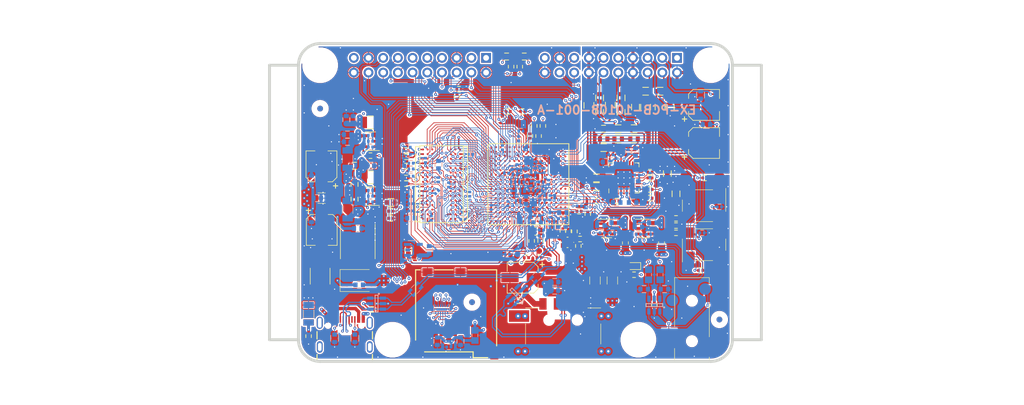
<source format=kicad_pcb>
(kicad_pcb (version 20171130) (host pcbnew "(5.1.10-1-10_14)")
  (title_block (title EX-PCB-10108-001) (date 2021-07-27) (rev A) (company "OHN Electronics, Inc.") (comment 4 "EX-PCB-10108-001 - Board Layout"))
  (layers (0 TOP_1.Cu signal) (1 GND_2.Cu signal) (2 PWR_3.Cu signal) (31 BOTTOM_4.Cu signal) (34 B.Paste user) (35 F.Paste user) (36 B.SilkS user) (37 F.SilkS user) (38 B.Mask user) (39 F.Mask user) (44 Edge.Cuts user))
  (net 0 "")
  (net 1 GND)
  (net 2 +5V)
  (net 3 "Net-(U301-PadP17)")
  (net 4 "Net-(U301-PadP16)")
  (net 5 "Net-(U301-PadR13)")
  (net 6 "Net-(U301-PadF2)")
  (net 7 "Net-(C705-Pad2)")
  (net 8 "Net-(C706-Pad2)")
  (net 9 "Net-(L701-Pad1)")
  (net 10 "Net-(L702-Pad1)")
  (net 11 +1.5V)
  (net 12 +3.3V)
  (net 13 "/Block_Diagram/CPU Power/VDD_SOC_CAP")
  (net 14 "/Block_Diagram/CPU Power/VDD_SNVS_CAP")
  (net 15 "/Block_Diagram/CPU Power/NVCC_PLL_OUT")
  (net 16 "/Block_Diagram/CPU Power/VDD_ARM_CAP")
  (net 17 /Block_Diagram/DRAM/DRAM_VREF)
  (net 18 "/Block_Diagram/CPU Periphery I/XTALI")
  (net 19 "/Block_Diagram/CPU Periphery I/XTALO")
  (net 20 /Block_Diagram/DRAM/ZQPAD)
  (net 21 /Block_Diagram/DRAM/DRAM_SDCLK0_P)
  (net 22 /Block_Diagram/DRAM/DRAM_SDCLK0_N)
  (net 23 /Block_Diagram/DRAM/DRAM_ZQ1)
  (net 24 /Block_Diagram/DRAM/DRAM_ZQ0)
  (net 25 /Block_Diagram/DRAM/DRAM_SDCKE1)
  (net 26 /Block_Diagram/DRAM/DRAM_SDCKE0)
  (net 27 /Block_Diagram/DRAM/DRAM_RESET_B)
  (net 28 "Net-(U301-PadU9)")
  (net 29 /Block_Diagram/DRAM/DRAM_DATA4)
  (net 30 /Block_Diagram/DRAM/DRAM_DATA5)
  (net 31 /Block_Diagram/DRAM/DRAM_DATA3)
  (net 32 /Block_Diagram/DRAM/DRAM_DQM0)
  (net 33 /Block_Diagram/DRAM/DRAM_SDQS0_N)
  (net 34 /Block_Diagram/DRAM/DRAM_DATA1)
  (net 35 /Block_Diagram/DRAM/DRAM_DATA2)
  (net 36 /Block_Diagram/DRAM/DRAM_SDQS0_P)
  (net 37 /Block_Diagram/DRAM/DRAM_DATA10)
  (net 38 /Block_Diagram/DRAM/DRAM_DATA6)
  (net 39 /Block_Diagram/DRAM/DRAM_DATA12)
  (net 40 /Block_Diagram/DRAM/DRAM_RAS_B)
  (net 41 /Block_Diagram/DRAM/DRAM_ADDR0)
  (net 42 /Block_Diagram/DRAM/DRAM_ADDR15)
  (net 43 /Block_Diagram/DRAM/DRAM_CS1_B)
  (net 44 /Block_Diagram/DRAM/DRAM_DATA7)
  (net 45 /Block_Diagram/DRAM/DRAM_DATA0)
  (net 46 /Block_Diagram/DRAM/DRAM_DATA11)
  (net 47 /Block_Diagram/DRAM/DRAM_ADDR10)
  (net 48 /Block_Diagram/DRAM/DRAM_ADDR12)
  (net 49 /Block_Diagram/DRAM/DRAM_ADDR4)
  (net 50 /Block_Diagram/DRAM/DRAM_ADDR8)
  (net 51 /Block_Diagram/DRAM/DRAM_ADDR7)
  (net 52 /Block_Diagram/DRAM/DRAM_DATA9)
  (net 53 /Block_Diagram/DRAM/DRAM_DQM1)
  (net 54 /Block_Diagram/DRAM/DRAM_DATA13)
  (net 55 /Block_Diagram/DRAM/DRAM_ADDR11)
  (net 56 /Block_Diagram/DRAM/DRAM_ADDR13)
  (net 57 /Block_Diagram/DRAM/DRAM_DATA8)
  (net 58 /Block_Diagram/DRAM/DRAM_SDQS1_N)
  (net 59 /Block_Diagram/DRAM/DRAM_DATA14)
  (net 60 /Block_Diagram/DRAM/DRAM_CS0_B)
  (net 61 /Block_Diagram/DRAM/DRAM_ADDR3)
  (net 62 /Block_Diagram/DRAM/DRAM_ADDR9)
  (net 63 /Block_Diagram/DRAM/DRAM_SDBA2)
  (net 64 /Block_Diagram/DRAM/DRAM_CAS_B)
  (net 65 /Block_Diagram/DRAM/DRAM_ADDR1)
  (net 66 /Block_Diagram/DRAM/DRAM_ADDR6)
  (net 67 /Block_Diagram/DRAM/DRAM_SDQS1_P)
  (net 68 /Block_Diagram/DRAM/DRAM_DATA15)
  (net 69 /Block_Diagram/DRAM/DRAM_ODT0)
  (net 70 /Block_Diagram/DRAM/DRAM_SDBA0)
  (net 71 /Block_Diagram/DRAM/DRAM_ADDR5)
  (net 72 /Block_Diagram/DRAM/DRAM_ADDR2)
  (net 73 /Block_Diagram/DRAM/DRAM_SDWE_B)
  (net 74 /Block_Diagram/DRAM/DRAM_SDBA1)
  (net 75 /Block_Diagram/DRAM/DRAM_ADDR14)
  (net 76 /Block_Diagram/DRAM/DRAM_ODT1)
  (net 77 "Net-(U301-PadA16)")
  (net 78 "Net-(U301-PadC5)")
  (net 79 "Net-(U504-Pad4)")
  (net 80 "Net-(U301-PadA15)")
  (net 81 "Net-(C12-Pad1)")
  (net 82 "Net-(C13-Pad1)")
  (net 83 "Net-(C15-Pad1)")
  (net 84 "/Block_Diagram/CPU Periphery I/~POR")
  (net 85 "/Block_Diagram/CPU Periphery I/~ONOFF")
  (net 86 "Net-(U301-PadU16)")
  (net 87 "Net-(R6-Pad2)")
  (net 88 +3.3V.SNVS)
  (net 89 "Net-(R10-Pad2)")
  (net 90 "Net-(U301-PadF17)")
  (net 91 "Net-(U301-PadK15)")
  (net 92 "Net-(U301-PadJ15)")
  (net 93 "Net-(U301-PadH15)")
  (net 94 "Net-(U301-PadB15)")
  (net 95 "Net-(U301-PadH14)")
  (net 96 "Net-(U301-PadG14)")
  (net 97 "Net-(U301-PadG13)")
  (net 98 "Net-(U301-PadE9)")
  (net 99 "Net-(U301-PadD9)")
  (net 100 "Net-(U301-PadC9)")
  (net 101 "Net-(U301-PadE6)")
  (net 102 "Net-(U301-PadF5)")
  (net 103 "Net-(U301-PadE5)")
  (net 104 "Net-(U301-PadD5)")
  (net 105 "Net-(U301-PadB5)")
  (net 106 "Net-(U301-PadB4)")
  (net 107 "Net-(U301-PadA4)")
  (net 108 "/Block_Diagram/CPU Power/VDD.HIGH.CAP")
  (net 109 "/Block_Diagram/CPU Periphery I/PMIC.ON.REQ")
  (net 110 "Net-(U301-PadM17)")
  (net 111 "Net-(U301-PadK17)")
  (net 112 "Net-(U301-PadM16)")
  (net 113 "Net-(U301-PadL16)")
  (net 114 /Block_Diagram/Connector/GND.UNF)
  (net 115 "Net-(D1-Pad1)")
  (net 116 "Net-(D2-Pad1)")
  (net 117 /Block_Diagram/Connector/5V.F)
  (net 118 /Block_Diagram/Connector/5V.UNF)
  (net 119 "Net-(CN6-PadSH)")
  (net 120 "Net-(U301-PadH17)")
  (net 121 "Net-(U301-PadH16)")
  (net 122 /Block_Diagram/Connector/SD.VCC)
  (net 123 "/Block_Diagram/CPU Periphery II/~LED.GREEN")
  (net 124 "/Block_Diagram/CPU Periphery II/~LED.RED")
  (net 125 "Net-(R3-Pad1)")
  (net 126 "Net-(R12-Pad1)")
  (net 127 /Block_Diagram/Connector/USB1F_P)
  (net 128 /Block_Diagram/Connector/USB1F_N)
  (net 129 "Net-(C16-Pad1)")
  (net 130 "Net-(C22-Pad1)")
  (net 131 /Block_Diagram/Connector/5V.USBA)
  (net 132 +3.3V.LDO1.ISO)
  (net 133 /Block_Diagram/Connector/SD2.CLK)
  (net 134 +3.3V.LDO2.ISO)
  (net 135 "Net-(C31-Pad1)")
  (net 136 "/Block_Diagram/Audio Codec/RLINEIN")
  (net 137 "Net-(C40-Pad2)")
  (net 138 "/Block_Diagram/Audio Codec/LLINEIN")
  (net 139 "Net-(C41-Pad2)")
  (net 140 "/Block_Diagram/Audio Codec/LHPOUT")
  (net 141 "/Block_Diagram/Audio Codec/HP.OUT.L")
  (net 142 "/Block_Diagram/Audio Codec/RHPOUT")
  (net 143 "/Block_Diagram/Audio Codec/HP.OUT.R")
  (net 144 "Net-(C48-Pad1)")
  (net 145 "/Block_Diagram/Audio Codec/LOUT")
  (net 146 "Net-(C49-Pad1)")
  (net 147 "/Block_Diagram/Audio Codec/ROUT")
  (net 148 GNDA)
  (net 149 "Net-(C50-Pad1)")
  (net 150 "/Block_Diagram/Audio Codec/MIC.IN")
  (net 151 "Net-(C55-Pad2)")
  (net 152 "Net-(C58-Pad1)")
  (net 153 "Net-(C59-Pad1)")
  (net 154 "Net-(C62-Pad1)")
  (net 155 /Block_Diagram/Connector/DBG.TX)
  (net 156 /Block_Diagram/Connector/DBG.RX)
  (net 157 "/Block_Diagram/Audio Codec/DAC.OUT.R")
  (net 158 "/Block_Diagram/Audio Codec/DAC.OUT.L")
  (net 159 "/Block_Diagram/Audio Codec/ADC.IN.R")
  (net 160 "/Block_Diagram/Audio Codec/ADC.IN.L")
  (net 161 "/Block_Diagram/Audio Codec/MIC.BIAS")
  (net 162 "/Block_Diagram/CPU Periphery II/GPIO3")
  (net 163 "/Block_Diagram/CPU Periphery II/GPIO1")
  (net 164 "/Block_Diagram/CPU Periphery II/GPIO2")
  (net 165 "/Block_Diagram/CPU Periphery I/UART2.TXD")
  (net 166 "/Block_Diagram/CPU Periphery I/UART2.RXD")
  (net 167 "Net-(D3-Pad2)")
  (net 168 "/Block_Diagram/CPU Periphery I/DBG.RXD")
  (net 169 "Net-(CN4-PadA4B9)")
  (net 170 "/Block_Diagram/CPU Periphery I/DBG.TXD")
  (net 171 "/Block_Diagram/CPU Periphery II/USB2_N")
  (net 172 "/Block_Diagram/CPU Periphery II/USB2_P")
  (net 173 "/Block_Diagram/CPU Periphery II/USB1_P")
  (net 174 "/Block_Diagram/CPU Periphery II/USB1_N")
  (net 175 "Net-(R11-Pad2)")
  (net 176 "Net-(R24-Pad2)")
  (net 177 "Net-(R25-Pad2)")
  (net 178 "Net-(R26-Pad2)")
  (net 179 "/Block_Diagram/Audio Codec/CSB")
  (net 180 "Net-(R30-Pad1)")
  (net 181 "Net-(R32-Pad1)")
  (net 182 "Net-(R33-Pad2)")
  (net 183 "Net-(R33-Pad1)")
  (net 184 "/Block_Diagram/Audio Codec/SAI2.RXD")
  (net 185 "Net-(R34-Pad1)")
  (net 186 "Net-(R37-Pad2)")
  (net 187 "/Block_Diagram/Audio Codec/MICIN")
  (net 188 "Net-(R39-Pad2)")
  (net 189 "/Block_Diagram/Audio Codec/MICBIAS")
  (net 190 "/Block_Diagram/Audio Codec/44k.EN")
  (net 191 "Net-(R43-Pad1)")
  (net 192 "Net-(CN4-PadA5)")
  (net 193 "Net-(CN4-PadB5)")
  (net 194 "Net-(U1-Pad4)")
  (net 195 "Net-(CN2-PadP3)")
  (net 196 "Net-(CN2-PadP5)")
  (net 197 "Net-(CN2-PadP7)")
  (net 198 "Net-(CN2-PadP8)")
  (net 199 "Net-(CN2-PadP1)")
  (net 200 "Net-(CN2-PadP2)")
  (net 201 /Block_Diagram/Connector/SD2.D0)
  (net 202 /Block_Diagram/Connector/SD2.D1)
  (net 203 /Block_Diagram/Connector/SD2.CMD)
  (net 204 /Block_Diagram/Connector/SD2.D3)
  (net 205 /Block_Diagram/Connector/SD2.D2)
  (net 206 "Net-(U4-Pad4)")
  (net 207 "Net-(U301-PadB17)")
  (net 208 "Net-(U301-PadF16)")
  (net 209 "Net-(U301-PadE16)")
  (net 210 "Net-(U301-PadD16)")
  (net 211 "Net-(U301-PadF15)")
  (net 212 "Net-(U301-PadE15)")
  (net 213 "Net-(U301-PadD15)")
  (net 214 "Net-(U301-PadF14)")
  (net 215 "Net-(U301-PadE14)")
  (net 216 "/Block_Diagram/CPU Periphery I/BM1")
  (net 217 "/Block_Diagram/CPU Periphery I/BM0")
  (net 218 "/Block_Diagram/System storage/SD2.DATA4")
  (net 219 "/Block_Diagram/System storage/SD2.DATA5")
  (net 220 "/Block_Diagram/System storage/SD2.DATA6")
  (net 221 "/Block_Diagram/System storage/SD2.DATA7")
  (net 222 "Net-(U301-PadB3)")
  (net 223 "/Block_Diagram/System storage/SD2.RESET#")
  (net 224 "Net-(U301-PadC2)")
  (net 225 "Net-(U301-PadB2)")
  (net 226 "Net-(U301-PadA2)")
  (net 227 "Net-(U301-PadC1)")
  (net 228 "Net-(U301-PadB1)")
  (net 229 "Net-(CN4-PadB8)")
  (net 230 "Net-(CN4-PadA8)")
  (net 231 "/Block_Diagram/Audio Codec/I2C2.SCL")
  (net 232 "/Block_Diagram/Audio Codec/I2C2.SDA")
  (net 233 "/Block_Diagram/CPU Periphery II/I2C1.SCL")
  (net 234 "/Block_Diagram/CPU Periphery II/I2C1.SDA")
  (net 235 "Net-(R49-Pad2)")
  (net 236 "Net-(R50-Pad2)")
  (net 237 "Net-(R51-Pad2)")
  (net 238 "Net-(R52-Pad2)")
  (net 239 "Net-(U301-PadJ14)")
  (net 240 "/Block_Diagram/CPU Periphery II/SAI1.RXD")
  (net 241 "/Block_Diagram/CPU Periphery II/SAI1.MCLK")
  (net 242 "/Block_Diagram/CPU Periphery II/SAI1.BCK")
  (net 243 "/Block_Diagram/CPU Periphery II/SAI1.LRCK")
  (net 244 "/Block_Diagram/CPU Periphery II/SAI1.TXD")
  (net 245 /Block_Diagram/ECSPI2.MISO)
  (net 246 /Block_Diagram/ECSPI2.MOSI)
  (net 247 /Block_Diagram/ECSPI2.SCK)
  (net 248 "/Block_Diagram/CPU Periphery I/ECSPI2.CS0")
  (net 249 "Net-(U301-PadG17)")
  (net 250 "/Block_Diagram/Audio Codec/SAI2.MCLK")
  (net 251 "/Block_Diagram/Audio Codec/SAI2.LRCK")
  (net 252 "/Block_Diagram/Audio Codec/SAI2.TXD")
  (net 253 "/Block_Diagram/Audio Codec/SAI2.BCK")
  (net 254 "Net-(R35-Pad2)")
  (net 255 "Net-(R36-Pad1)")
  (net 256 "Net-(C52-Pad2)")
  (net 257 "Net-(C54-Pad2)")
  (net 258 "Net-(R56-Pad1)")
  (net 259 /Block_Diagram/Connector/USB2F_N)
  (net 260 /Block_Diagram/Connector/USB2F_P)
  (net 261 "/Block_Diagram/CPU Periphery II/LDO1.EN")
  (net 262 "/Block_Diagram/CPU Periphery II/LDO2.EN")
  (net 263 "/Block_Diagram/Audio Codec/48k.EN")
  (module PV-EC-BRD-002:ec-frame-40mm (layer TOP_1.Cu) (at 43.95 109.025 270)
    (fp_text reference REF** hide)
    (fp_text value ec-frame-50mm)
    (pad "" np_thru_hole circle (at 20 0 270) (size 3 3) (drill 3) (layers *.Cu *.Mask))
    (pad "" np_thru_hole circle (at -20 0 270) (size 3 3) (drill 3) (layers *.Cu *.Mask))
  )
  (module PV-EC-BRD-001:TP_20 (layer BOTTOM_4.Cu) (at 116.725 123.975)
    (fp_text reference TP8 hide)
    (fp_text value PV-EC-BRD-004-2MM hide)
    (pad 1 smd circle (at 0 0) (size 2 2) (layers BOTTOM_4.Cu B.Mask) (net 156 /Block_Diagram/Connector/DBG.RX))
  )
  (module PV-EC-BRD-001:TP_20 (layer BOTTOM_4.Cu) (at 111.075 125.95)
    (fp_text reference TP7 hide)
    (fp_text value PV-EC-BRD-004-2MM hide)
    (pad 1 smd circle (at 0 0) (size 2 2) (layers BOTTOM_4.Cu B.Mask) (net 155 /Block_Diagram/Connector/DBG.TX))
  )
  (module PV-EC-CON-001:USB4105-GF-A (layer TOP_1.Cu) (at 54.45 134)
    (fp_text reference CN4 hide)
    (fp_text value PV-EC-CON-010-010)
    (pad SH thru_hole oval (at -4.32 0) (size 1 2) (drill oval 0.6 1.4) (layers *.Cu *.Mask F.Paste) (net 154 "Net-(C62-Pad1)"))
    (pad SH thru_hole oval (at 4.32 0) (size 1 2) (drill oval 0.6 1.4) (layers *.Cu *.Mask F.Paste) (net 154 "Net-(C62-Pad1)"))
    (pad SH thru_hole oval (at -4.32 -4.18) (size 1.05 2.1) (drill oval 0.6 1.7) (layers *.Cu *.Mask F.Paste) (net 154 "Net-(C62-Pad1)"))
    (pad SH thru_hole oval (at 4.32 -4.18) (size 1.05 2.1) (drill oval 0.6 1.7) (layers *.Cu *.Mask F.Paste) (net 154 "Net-(C62-Pad1)"))
    (pad None np_thru_hole circle (at 2.89 -3.68) (size 0.65 0.65) (drill 0.65) (layers *.Cu *.Mask))
    (pad None np_thru_hole circle (at -2.89 -3.68) (size 0.65 0.65) (drill 0.65) (layers *.Cu *.Mask))
    (pad A1B12 smd rect (at -3.2 -4.755) (size 0.55 1.15) (layers TOP_1.Cu F.Paste F.Mask) (net 114 /Block_Diagram/Connector/GND.UNF))
    (pad B1A12 smd rect (at 3.2 -4.755) (size 0.55 1.15) (layers TOP_1.Cu F.Paste F.Mask) (net 114 /Block_Diagram/Connector/GND.UNF))
    (pad A4B9 smd rect (at -2.4 -4.755) (size 0.55 1.15) (layers TOP_1.Cu F.Paste F.Mask) (net 169 "Net-(CN4-PadA4B9)"))
    (pad B4A9 smd rect (at 2.4 -4.755) (size 0.55 1.15) (layers TOP_1.Cu F.Paste F.Mask) (net 169 "Net-(CN4-PadA4B9)"))
    (pad A7 smd rect (at 0.25 -4.755) (size 0.25 1.15) (layers TOP_1.Cu F.Paste F.Mask) (net 128 /Block_Diagram/Connector/USB1F_N))
    (pad A6 smd rect (at -0.25 -4.755) (size 0.25 1.15) (layers TOP_1.Cu F.Paste F.Mask) (net 127 /Block_Diagram/Connector/USB1F_P))
    (pad B6 smd rect (at 0.75 -4.755) (size 0.25 1.15) (layers TOP_1.Cu F.Paste F.Mask) (net 127 /Block_Diagram/Connector/USB1F_P))
    (pad A8 smd rect (at 1.25 -4.755) (size 0.25 1.15) (layers TOP_1.Cu F.Paste F.Mask) (net 230 "Net-(CN4-PadA8)"))
    (pad B5 smd rect (at 1.75 -4.755) (size 0.25 1.15) (layers TOP_1.Cu F.Paste F.Mask) (net 193 "Net-(CN4-PadB5)"))
    (pad B7 smd rect (at -0.75 -4.755) (size 0.25 1.15) (layers TOP_1.Cu F.Paste F.Mask) (net 128 /Block_Diagram/Connector/USB1F_N))
    (pad A5 smd rect (at -1.25 -4.755) (size 0.25 1.15) (layers TOP_1.Cu F.Paste F.Mask) (net 192 "Net-(CN4-PadA5)"))
    (pad B8 smd rect (at -1.75 -4.755) (size 0.25 1.15) (layers TOP_1.Cu F.Paste F.Mask) (net 229 "Net-(CN4-PadB8)"))
  )
  (module PV-EC-CLK-001:CRY_2x1.6 (layer TOP_1.Cu) (at 92.95 115.9)
    (fp_text reference Y1 hide)
    (fp_text value PV-EC-CLK-003-007 hide)
    (pad 1 smd rect (at -0.7 0.55) (size 0.9 0.8) (layers TOP_1.Cu F.Paste F.Mask) (net 18 "/Block_Diagram/CPU Periphery I/XTALI"))
    (pad G smd rect (at 0.7 0.55) (size 0.9 0.8) (layers TOP_1.Cu F.Paste F.Mask) (net 1 GND))
    (pad 2 smd rect (at 0.7 -0.55) (size 0.9 0.8) (layers TOP_1.Cu F.Paste F.Mask) (net 19 "/Block_Diagram/CPU Periphery I/XTALO"))
    (pad G smd rect (at -0.7 -0.55) (size 0.9 0.8) (layers TOP_1.Cu F.Paste F.Mask) (net 1 GND))
  )
  (module PV-EC-CAP-001:0402 (layer TOP_1.Cu) (at 94.15 114 270)
    (fp_text reference C11 hide)
    (fp_text value PV-EC-CAP-014-8P hide)
    (pad 1 smd rect (at -0.375 0 270) (size 0.45 0.51) (layers TOP_1.Cu F.Paste F.Mask) (net 19 "/Block_Diagram/CPU Periphery I/XTALO"))
    (pad 2 smd rect (at 0.375 0 270) (size 0.45 0.51) (layers TOP_1.Cu F.Paste F.Mask) (net 1 GND))
  )
  (module PV-EC-CAP-001:0402 (layer TOP_1.Cu) (at 92.15 113.9 90)
    (fp_text reference C10 hide)
    (fp_text value PV-EC-CAP-014-8P hide)
    (pad 2 smd rect (at 0.375 0 90) (size 0.45 0.51) (layers TOP_1.Cu F.Paste F.Mask) (net 1 GND))
    (pad 1 smd rect (at -0.375 0 90) (size 0.45 0.51) (layers TOP_1.Cu F.Paste F.Mask) (net 18 "/Block_Diagram/CPU Periphery I/XTALI"))
  )
  (module PV-EC-RES-001:0402 (layer TOP_1.Cu) (at 65.05 100 180)
    (fp_text reference R59 hide)
    (fp_text value PV-EC-RES-007-1K5 hide)
    (pad 1 smd rect (at -0.375 0 180) (size 0.45 0.51) (layers TOP_1.Cu F.Paste F.Mask) (net 17 /Block_Diagram/DRAM/DRAM_VREF))
    (pad 2 smd rect (at 0.375 0 180) (size 0.45 0.51) (layers TOP_1.Cu F.Paste F.Mask) (net 11 +1.5V))
  )
  (module PV-EC-RES-001:0402 (layer TOP_1.Cu) (at 65.05 101.1 180)
    (fp_text reference R58 hide)
    (fp_text value PV-EC-RES-007-1K5 hide)
    (pad 1 smd rect (at -0.375 0 180) (size 0.45 0.51) (layers TOP_1.Cu F.Paste F.Mask) (net 17 /Block_Diagram/DRAM/DRAM_VREF))
    (pad 2 smd rect (at 0.375 0 180) (size 0.45 0.51) (layers TOP_1.Cu F.Paste F.Mask) (net 1 GND))
  )
  (module PV-EC-BRD-001:TP_10 (layer TOP_1.Cu) (at 88.05 117.4)
    (fp_text reference TP6 hide)
    (fp_text value PV-EC-BRD-004-1MM hide)
    (pad 1 smd circle (at 0 0) (size 1 1) (layers TOP_1.Cu F.Mask) (net 216 "/Block_Diagram/CPU Periphery I/BM1"))
  )
  (module PV-EC-BRD-001:TP_10 (layer TOP_1.Cu) (at 84.2 118.3)
    (fp_text reference TP1 hide)
    (fp_text value PV-EC-BRD-004-1MM hide)
    (pad 1 smd circle (at 0 0) (size 1 1) (layers TOP_1.Cu F.Mask) (net 217 "/Block_Diagram/CPU Periphery I/BM0"))
  )
  (module PV-EC-RES-001:0402 (layer TOP_1.Cu) (at 85.85 118.55 180)
    (fp_text reference R57 hide)
    (fp_text value PV-EC-RES-007-10K hide)
    (pad 1 smd rect (at -0.375 0 180) (size 0.45 0.51) (layers TOP_1.Cu F.Paste F.Mask) (net 217 "/Block_Diagram/CPU Periphery I/BM0"))
    (pad 2 smd rect (at 0.375 0 180) (size 0.45 0.51) (layers TOP_1.Cu F.Paste F.Mask) (net 88 +3.3V.SNVS))
  )
  (module PV-EC-RES-001:0402 (layer TOP_1.Cu) (at 88.05 118.55)
    (fp_text reference R23 hide)
    (fp_text value PV-EC-RES-007-10K hide)
    (pad 1 smd rect (at -0.375 0) (size 0.45 0.51) (layers TOP_1.Cu F.Paste F.Mask) (net 216 "/Block_Diagram/CPU Periphery I/BM1"))
    (pad 2 smd rect (at 0.375 0) (size 0.45 0.51) (layers TOP_1.Cu F.Paste F.Mask) (net 88 +3.3V.SNVS))
  )
  (module PV-EC-RES-001:0603 (layer TOP_1.Cu) (at 110.2 104 90)
    (fp_text reference R31 hide)
    (fp_text value PV-EC-RES-010-0R hide)
    (pad 2 smd rect (at 0.3 0 90) (size 0.71 0.81) (layers TOP_1.Cu F.Paste F.Mask) (net 148 GNDA))
    (pad 1 smd rect (at -0.35 0 90) (size 0.71 0.81) (layers TOP_1.Cu F.Paste F.Mask) (net 1 GND))
  )
  (module PV-EC-RES-001:0402 (layer TOP_1.Cu) (at 94.95 110.5)
    (fp_text reference R56 hide)
    (fp_text value PV-EC-RES-007-33R hide)
    (pad 1 smd rect (at -0.375 0) (size 0.45 0.51) (layers TOP_1.Cu F.Paste F.Mask) (net 258 "Net-(R56-Pad1)"))
    (pad 2 smd rect (at 0.375 0) (size 0.45 0.51) (layers TOP_1.Cu F.Paste F.Mask) (net 250 "/Block_Diagram/Audio Codec/SAI2.MCLK"))
  )
  (module PV-EC-CAP-001:0402 (layer TOP_1.Cu) (at 96.45 111 270)
    (fp_text reference C66 hide)
    (fp_text value PV-EC-CAP-014-18P hide)
    (pad 2 smd rect (at 0.375 0 270) (size 0.45 0.51) (layers TOP_1.Cu F.Paste F.Mask) (net 1 GND))
    (pad 1 smd rect (at -0.375 0 270) (size 0.45 0.51) (layers TOP_1.Cu F.Paste F.Mask) (net 250 "/Block_Diagram/Audio Codec/SAI2.MCLK"))
  )
  (module PV-EC-RES-001:0402 (layer TOP_1.Cu) (at 97.95 108.75)
    (fp_text reference R55 hide)
    (fp_text value PV-EC-RES-007-33R hide)
    (pad 1 smd rect (at -0.375 0) (size 0.45 0.51) (layers TOP_1.Cu F.Paste F.Mask) (net 250 "/Block_Diagram/Audio Codec/SAI2.MCLK"))
    (pad 2 smd rect (at 0.375 0) (size 0.45 0.51) (layers TOP_1.Cu F.Paste F.Mask) (net 257 "Net-(C54-Pad2)"))
  )
  (module PV-EC-CAP-001:0402 (layer TOP_1.Cu) (at 101.45 108.75)
    (fp_text reference C52 hide)
    (fp_text value PV-EC-CAP-014-18P hide)
    (pad 2 smd rect (at 0.375 0) (size 0.45 0.51) (layers TOP_1.Cu F.Paste F.Mask) (net 256 "Net-(C52-Pad2)"))
    (pad 1 smd rect (at -0.375 0) (size 0.45 0.51) (layers TOP_1.Cu F.Paste F.Mask) (net 1 GND))
  )
  (module PV-EC-RES-001:0402 (layer TOP_1.Cu) (at 115.95 120.75 180)
    (fp_text reference R43 hide)
    (fp_text value PV-EC-RES-007-33R hide)
    (pad 1 smd rect (at -0.375 0 180) (size 0.45 0.51) (layers TOP_1.Cu F.Paste F.Mask) (net 191 "Net-(R43-Pad1)"))
    (pad 2 smd rect (at 0.375 0 180) (size 0.45 0.51) (layers TOP_1.Cu F.Paste F.Mask) (net 190 "/Block_Diagram/Audio Codec/44k.EN"))
  )
  (module PV-EC-RES-001:0402 (layer TOP_1.Cu) (at 111.7 114.25)
    (fp_text reference R39 hide)
    (fp_text value PV-EC-RES-007-33R hide)
    (pad 1 smd rect (at -0.375 0) (size 0.45 0.51) (layers TOP_1.Cu F.Paste F.Mask) (net 257 "Net-(C54-Pad2)"))
    (pad 2 smd rect (at 0.375 0) (size 0.45 0.51) (layers TOP_1.Cu F.Paste F.Mask) (net 188 "Net-(R39-Pad2)"))
  )
  (module PV-EC-RES-001:0402 (layer TOP_1.Cu) (at 111.7 111.75 180)
    (fp_text reference R36 hide)
    (fp_text value PV-EC-RES-007-33R hide)
    (pad 1 smd rect (at -0.375 0 180) (size 0.45 0.51) (layers TOP_1.Cu F.Paste F.Mask) (net 255 "Net-(R36-Pad1)"))
    (pad 2 smd rect (at 0.375 0 180) (size 0.45 0.51) (layers TOP_1.Cu F.Paste F.Mask) (net 257 "Net-(C54-Pad2)"))
  )
  (module PV-EC-RES-001:0402 (layer TOP_1.Cu) (at 116.7 104.75)
    (fp_text reference R35 hide)
    (fp_text value PV-EC-RES-007-33R hide)
    (pad 1 smd rect (at -0.375 0) (size 0.45 0.51) (layers TOP_1.Cu F.Paste F.Mask) (net 263 "/Block_Diagram/Audio Codec/48k.EN"))
    (pad 2 smd rect (at 0.375 0) (size 0.45 0.51) (layers TOP_1.Cu F.Paste F.Mask) (net 254 "Net-(R35-Pad2)"))
  )
  (module PV-EC-CAP-001:0402 (layer TOP_1.Cu) (at 111.7 113 180)
    (fp_text reference C54 hide)
    (fp_text value PV-EC-CAP-014-18P hide)
    (pad 2 smd rect (at 0.375 0 180) (size 0.45 0.51) (layers TOP_1.Cu F.Paste F.Mask) (net 257 "Net-(C54-Pad2)"))
    (pad 1 smd rect (at -0.375 0 180) (size 0.45 0.51) (layers TOP_1.Cu F.Paste F.Mask) (net 1 GND))
  )
  (module PV-EC-CAP-001:0402 (layer BOTTOM_4.Cu) (at 103.45 100.25 90)
    (fp_text reference C45 hide)
    (fp_text value PV-EC-CAP-011-220N hide)
    (pad 2 smd rect (at 0.375 0 90) (size 0.45 0.51) (layers BOTTOM_4.Cu B.Paste B.Mask) (net 148 GNDA))
    (pad 1 smd rect (at -0.375 0 90) (size 0.45 0.51) (layers BOTTOM_4.Cu B.Paste B.Mask) (net 134 +3.3V.LDO2.ISO))
  )
  (module PV-EC-CAP-001:0402 (layer BOTTOM_4.Cu) (at 102.2 107 90)
    (fp_text reference C44 hide)
    (fp_text value PV-EC-CAP-011-220N hide)
    (pad 2 smd rect (at 0.375 0 90) (size 0.45 0.51) (layers BOTTOM_4.Cu B.Paste B.Mask) (net 1 GND))
    (pad 1 smd rect (at -0.375 0 90) (size 0.45 0.51) (layers BOTTOM_4.Cu B.Paste B.Mask) (net 132 +3.3V.LDO1.ISO))
  )
  (module PV-EC-CAP-001:0402 (layer BOTTOM_4.Cu) (at 104.95 104.25 180)
    (fp_text reference C39 hide)
    (fp_text value PV-EC-CAP-011-220N hide)
    (pad 2 smd rect (at 0.375 0 180) (size 0.45 0.51) (layers BOTTOM_4.Cu B.Paste B.Mask) (net 1 GND))
    (pad 1 smd rect (at -0.375 0 180) (size 0.45 0.51) (layers BOTTOM_4.Cu B.Paste B.Mask) (net 132 +3.3V.LDO1.ISO))
  )
  (module PV-EC-CAP-001:0402 (layer BOTTOM_4.Cu) (at 103.2 107 90)
    (fp_text reference C38 hide)
    (fp_text value PV-EC-CAP-011-220N hide)
    (pad 2 smd rect (at 0.375 0 90) (size 0.45 0.51) (layers BOTTOM_4.Cu B.Paste B.Mask) (net 1 GND))
    (pad 1 smd rect (at -0.375 0 90) (size 0.45 0.51) (layers BOTTOM_4.Cu B.Paste B.Mask) (net 132 +3.3V.LDO1.ISO))
  )
  (module PV-EC-RES-001:0402 (layer TOP_1.Cu) (at 73.85 90.7 90)
    (fp_text reference R12 hide)
    (fp_text value PV-EC-RES-007-33R hide)
    (pad 1 smd rect (at -0.375 0 90) (size 0.45 0.51) (layers TOP_1.Cu F.Paste F.Mask) (net 126 "Net-(R12-Pad1)"))
    (pad 2 smd rect (at 0.375 0 90) (size 0.45 0.51) (layers TOP_1.Cu F.Paste F.Mask) (net 241 "/Block_Diagram/CPU Periphery II/SAI1.MCLK"))
  )
  (module PV-EC-CON-001:2908-05WB-MG (layer TOP_1.Cu) (at 73.7 128.25 180)
    (fp_text reference CN2 hide)
    (fp_text value PV-EC-CON-013-006 hide)
    (pad P1 smd rect (at -1.94 -3.1 180) (size 0.8 1.5) (layers TOP_1.Cu F.Paste F.Mask) (net 199 "Net-(CN2-PadP1)"))
    (pad P2 smd rect (at -0.84 -2.7 180) (size 0.8 1.5) (layers TOP_1.Cu F.Paste F.Mask) (net 200 "Net-(CN2-PadP2)"))
    (pad P3 smd rect (at 0.26 -3.1 180) (size 0.8 1.5) (layers TOP_1.Cu F.Paste F.Mask) (net 195 "Net-(CN2-PadP3)"))
    (pad P4 smd rect (at 1.36 -3.3 180) (size 0.8 1.5) (layers TOP_1.Cu F.Paste F.Mask) (net 122 /Block_Diagram/Connector/SD.VCC))
    (pad P5 smd rect (at 2.46 -3.1 180) (size 0.8 1.5) (layers TOP_1.Cu F.Paste F.Mask) (net 196 "Net-(CN2-PadP5)"))
    (pad P6 smd rect (at 3.56 -3.3 180) (size 0.8 1.5) (layers TOP_1.Cu F.Paste F.Mask) (net 1 GND))
    (pad P7 smd rect (at 4.66 -3.1 180) (size 0.8 1.5) (layers TOP_1.Cu F.Paste F.Mask) (net 197 "Net-(CN2-PadP7)"))
    (pad P8 smd rect (at 5.76 -3.1 180) (size 0.8 1.5) (layers TOP_1.Cu F.Paste F.Mask) (net 198 "Net-(CN2-PadP8)"))
    (pad G2 smd rect (at 6.55 -5.95 180) (size 1.4 1.9) (layers TOP_1.Cu F.Paste F.Mask) (net 1 GND))
    (pad G1 smd rect (at -6.6 -6.95 180) (size 1.4 1.9) (layers TOP_1.Cu F.Paste F.Mask) (net 1 GND))
    (pad G4 smd rect (at 4.95 7.2 180) (size 1.8 1.4) (layers TOP_1.Cu F.Paste F.Mask) (net 1 GND))
    (pad G3 smd rect (at -0.75 7.2 180) (size 1.8 1.4) (layers TOP_1.Cu F.Paste F.Mask) (net 1 GND))
  )
  (module PV-EC-RES-001:0402 (layer TOP_1.Cu) (at 85.2 93.25 180)
    (fp_text reference R54 hide)
    (fp_text value PV-EC-RES-007-10K hide)
    (pad 1 smd rect (at -0.375 0 180) (size 0.45 0.51) (layers TOP_1.Cu F.Paste F.Mask) (net 12 +3.3V))
    (pad 2 smd rect (at 0.375 0 180) (size 0.45 0.51) (layers TOP_1.Cu F.Paste F.Mask) (net 203 /Block_Diagram/Connector/SD2.CMD))
  )
  (module PV-EC-RES-001:0402 (layer TOP_1.Cu) (at 82.7 93.25)
    (fp_text reference R53 hide)
    (fp_text value PV-EC-RES-007-10K hide)
    (pad 1 smd rect (at -0.375 0) (size 0.45 0.51) (layers TOP_1.Cu F.Paste F.Mask) (net 12 +3.3V))
    (pad 2 smd rect (at 0.375 0) (size 0.45 0.51) (layers TOP_1.Cu F.Paste F.Mask) (net 201 /Block_Diagram/Connector/SD2.D0))
  )
  (module PV-EC-RES-001:0402 (layer TOP_1.Cu) (at 88.7 95.75 270)
    (fp_text reference R52 hide)
    (fp_text value PV-EC-RES-007-10K hide)
    (pad 1 smd rect (at -0.375 0 270) (size 0.45 0.51) (layers TOP_1.Cu F.Paste F.Mask) (net 12 +3.3V))
    (pad 2 smd rect (at 0.375 0 270) (size 0.45 0.51) (layers TOP_1.Cu F.Paste F.Mask) (net 238 "Net-(R52-Pad2)"))
  )
  (module PV-EC-RES-001:0402 (layer TOP_1.Cu) (at 87.95 97.5 270)
    (fp_text reference R51 hide)
    (fp_text value PV-EC-RES-007-10K hide)
    (pad 1 smd rect (at -0.375 0 270) (size 0.45 0.51) (layers TOP_1.Cu F.Paste F.Mask) (net 12 +3.3V))
    (pad 2 smd rect (at 0.375 0 270) (size 0.45 0.51) (layers TOP_1.Cu F.Paste F.Mask) (net 237 "Net-(R51-Pad2)"))
  )
  (module PV-EC-RES-001:0402 (layer TOP_1.Cu) (at 87.2 95.75 270)
    (fp_text reference R50 hide)
    (fp_text value PV-EC-RES-007-10K hide)
    (pad 1 smd rect (at -0.375 0 270) (size 0.45 0.51) (layers TOP_1.Cu F.Paste F.Mask) (net 12 +3.3V))
    (pad 2 smd rect (at 0.375 0 270) (size 0.45 0.51) (layers TOP_1.Cu F.Paste F.Mask) (net 236 "Net-(R50-Pad2)"))
  )
  (module PV-EC-RES-001:0402 (layer TOP_1.Cu) (at 86.45 97.5 270)
    (fp_text reference R49 hide)
    (fp_text value PV-EC-RES-007-10K hide)
    (pad 1 smd rect (at -0.375 0 270) (size 0.45 0.51) (layers TOP_1.Cu F.Paste F.Mask) (net 12 +3.3V))
    (pad 2 smd rect (at 0.375 0 270) (size 0.45 0.51) (layers TOP_1.Cu F.Paste F.Mask) (net 235 "Net-(R49-Pad2)"))
  )
  (module PV-EC-RES-001:0603 (layer TOP_1.Cu) (at 97.95 104.75 180)
    (fp_text reference R30 hide)
    (fp_text value PV-EC-RES-010-47K hide)
    (pad 2 smd rect (at 0.645 0 180) (size 0.71 0.81) (layers TOP_1.Cu F.Paste F.Mask) (net 1 GND))
    (pad 1 smd rect (at -0.645 0 180) (size 0.71 0.81) (layers TOP_1.Cu F.Paste F.Mask) (net 180 "Net-(R30-Pad1)"))
  )
  (module PV-EC-RES-001:0603 (layer TOP_1.Cu) (at 97.95 106.25 180)
    (fp_text reference R29 hide)
    (fp_text value PV-EC-RES-010-47K hide)
    (pad 2 smd rect (at 0.645 0 180) (size 0.71 0.81) (layers TOP_1.Cu F.Paste F.Mask) (net 1 GND))
    (pad 1 smd rect (at -0.645 0 180) (size 0.71 0.81) (layers TOP_1.Cu F.Paste F.Mask) (net 179 "/Block_Diagram/Audio Codec/CSB"))
  )
  (module PV-EC-CAP-001:0402 (layer BOTTOM_4.Cu) (at 119.2 109.75)
    (fp_text reference C57 hide)
    (fp_text value PV-EC-CAP-011-220N hide)
    (pad 2 smd rect (at 0.375 0) (size 0.45 0.51) (layers BOTTOM_4.Cu B.Paste B.Mask) (net 1 GND))
    (pad 1 smd rect (at -0.375 0) (size 0.45 0.51) (layers BOTTOM_4.Cu B.Paste B.Mask) (net 12 +3.3V))
  )
  (module PV-EC-CAP-001:0402 (layer BOTTOM_4.Cu) (at 116.2 114.25)
    (fp_text reference C53 hide)
    (fp_text value PV-EC-CAP-011-220N hide)
    (pad 2 smd rect (at 0.375 0) (size 0.45 0.51) (layers BOTTOM_4.Cu B.Paste B.Mask) (net 1 GND))
    (pad 1 smd rect (at -0.375 0) (size 0.45 0.51) (layers BOTTOM_4.Cu B.Paste B.Mask) (net 12 +3.3V))
  )
  (module PV-EC-CAP-001:0603 (layer BOTTOM_4.Cu) (at 99.7 102 180)
    (fp_text reference C51 hide)
    (fp_text value PV-EC-CAP-017-10U hide)
    (pad 1 smd rect (at -0.645 0 180) (size 0.71 0.81) (layers BOTTOM_4.Cu B.Paste B.Mask) (net 149 "Net-(C50-Pad1)"))
    (pad 2 smd rect (at 0.645 0 180) (size 0.71 0.81) (layers BOTTOM_4.Cu B.Paste B.Mask) (net 148 GNDA))
  )
  (module PV-EC-CAP-001:0402 (layer BOTTOM_4.Cu) (at 100.45 100.75 180)
    (fp_text reference C50 hide)
    (fp_text value PV-EC-CAP-011-220N hide)
    (pad 2 smd rect (at 0.375 0 180) (size 0.45 0.51) (layers BOTTOM_4.Cu B.Paste B.Mask) (net 148 GNDA))
    (pad 1 smd rect (at -0.375 0 180) (size 0.45 0.51) (layers BOTTOM_4.Cu B.Paste B.Mask) (net 149 "Net-(C50-Pad1)"))
  )
  (module PV-EC-CAP-001:0603 (layer BOTTOM_4.Cu) (at 104.7 100.25 90)
    (fp_text reference C43 hide)
    (fp_text value PV-EC-CAP-017-10U hide)
    (pad 1 smd rect (at -0.645 0 90) (size 0.71 0.81) (layers BOTTOM_4.Cu B.Paste B.Mask) (net 134 +3.3V.LDO2.ISO))
    (pad 2 smd rect (at 0.645 0 90) (size 0.71 0.81) (layers BOTTOM_4.Cu B.Paste B.Mask) (net 148 GNDA))
  )
  (module PV-EC-CAP-001:0603 (layer BOTTOM_4.Cu) (at 101.45 109 180)
    (fp_text reference C42 hide)
    (fp_text value PV-EC-CAP-017-10U hide)
    (pad 1 smd rect (at -0.645 0 180) (size 0.71 0.81) (layers BOTTOM_4.Cu B.Paste B.Mask) (net 132 +3.3V.LDO1.ISO))
    (pad 2 smd rect (at 0.645 0 180) (size 0.71 0.81) (layers BOTTOM_4.Cu B.Paste B.Mask) (net 1 GND))
  )
  (module PV-EC-CAP-001:0603 (layer BOTTOM_4.Cu) (at 105.2 106 270)
    (fp_text reference C37 hide)
    (fp_text value PV-EC-CAP-017-10U hide)
    (pad 1 smd rect (at -0.645 0 270) (size 0.71 0.81) (layers BOTTOM_4.Cu B.Paste B.Mask) (net 132 +3.3V.LDO1.ISO))
    (pad 2 smd rect (at 0.645 0 270) (size 0.71 0.81) (layers BOTTOM_4.Cu B.Paste B.Mask) (net 1 GND))
  )
  (module PV-EC-CAP-001:0603 (layer BOTTOM_4.Cu) (at 104.2 109)
    (fp_text reference C35 hide)
    (fp_text value PV-EC-CAP-017-10U hide)
    (pad 1 smd rect (at -0.645 0) (size 0.71 0.81) (layers BOTTOM_4.Cu B.Paste B.Mask) (net 132 +3.3V.LDO1.ISO))
    (pad 2 smd rect (at 0.645 0) (size 0.71 0.81) (layers BOTTOM_4.Cu B.Paste B.Mask) (net 1 GND))
  )
  (module PV-EC-CAP-001:0402 (layer BOTTOM_4.Cu) (at 88.45 113.75 180)
    (fp_text reference C34 hide)
    (fp_text value PV-EC-CAP-011-220N hide)
    (pad 2 smd rect (at 0.375 0 180) (size 0.45 0.51) (layers BOTTOM_4.Cu B.Paste B.Mask) (net 1 GND))
    (pad 1 smd rect (at -0.375 0 180) (size 0.45 0.51) (layers BOTTOM_4.Cu B.Paste B.Mask) (net 2 +5V))
  )
  (module PV-EC-CAP-001:0402 (layer BOTTOM_4.Cu) (at 88.4 114.75 180)
    (fp_text reference C33 hide)
    (fp_text value PV-EC-CAP-011-220N hide)
    (pad 2 smd rect (at 0.375 0 180) (size 0.45 0.51) (layers BOTTOM_4.Cu B.Paste B.Mask) (net 1 GND))
    (pad 1 smd rect (at -0.375 0 180) (size 0.45 0.51) (layers BOTTOM_4.Cu B.Paste B.Mask) (net 2 +5V))
  )
  (module PV-EC-CAP-001:0402 (layer BOTTOM_4.Cu) (at 87.7 111.25 180)
    (fp_text reference C32 hide)
    (fp_text value PV-EC-CAP-011-220N hide)
    (pad 2 smd rect (at 0.375 0 180) (size 0.45 0.51) (layers BOTTOM_4.Cu B.Paste B.Mask) (net 1 GND))
    (pad 1 smd rect (at -0.375 0 180) (size 0.45 0.51) (layers BOTTOM_4.Cu B.Paste B.Mask) (net 135 "Net-(C31-Pad1)"))
  )
  (module PV-EC-CAP-001:0402 (layer TOP_1.Cu) (at 74.2 89.4)
    (fp_text reference C30 hide)
    (fp_text value PV-EC-CAP-014-18P hide)
    (pad 2 smd rect (at 0.375 0) (size 0.45 0.51) (layers TOP_1.Cu F.Paste F.Mask) (net 1 GND))
    (pad 1 smd rect (at -0.375 0) (size 0.45 0.51) (layers TOP_1.Cu F.Paste F.Mask) (net 241 "/Block_Diagram/CPU Periphery II/SAI1.MCLK"))
  )
  (module PV-EC-CAP-001:0402 (layer BOTTOM_4.Cu) (at 89.7 105.5 270)
    (fp_text reference C29 hide)
    (fp_text value PV-EC-CAP-011-220N hide)
    (pad 2 smd rect (at 0.375 0 270) (size 0.45 0.51) (layers BOTTOM_4.Cu B.Paste B.Mask) (net 1 GND))
    (pad 1 smd rect (at -0.375 0 270) (size 0.45 0.51) (layers BOTTOM_4.Cu B.Paste B.Mask) (net 12 +3.3V))
  )
  (module PV-EC-RES-001:0402 (layer TOP_1.Cu) (at 107.2 104.75)
    (fp_text reference R34 hide)
    (fp_text value PV-EC-RES-007-33R hide)
    (pad 1 smd rect (at -0.375 0) (size 0.45 0.51) (layers TOP_1.Cu F.Paste F.Mask) (net 185 "Net-(R34-Pad1)"))
    (pad 2 smd rect (at 0.375 0) (size 0.45 0.51) (layers TOP_1.Cu F.Paste F.Mask) (net 184 "/Block_Diagram/Audio Codec/SAI2.RXD"))
  )
  (module PV-EC-RES-001:0402 (layer TOP_1.Cu) (at 107.2 103.75)
    (fp_text reference R32 hide)
    (fp_text value PV-EC-RES-007-33R hide)
    (pad 1 smd rect (at -0.375 0) (size 0.45 0.51) (layers TOP_1.Cu F.Paste F.Mask) (net 181 "Net-(R32-Pad1)"))
    (pad 2 smd rect (at 0.375 0) (size 0.45 0.51) (layers TOP_1.Cu F.Paste F.Mask) (net 251 "/Block_Diagram/Audio Codec/SAI2.LRCK"))
  )
  (module PV-EC-RES-001:0402 (layer TOP_1.Cu) (at 107.2 108.25 180)
    (fp_text reference R26 hide)
    (fp_text value PV-EC-RES-007-33R hide)
    (pad 1 smd rect (at -0.375 0 180) (size 0.45 0.51) (layers TOP_1.Cu F.Paste F.Mask) (net 253 "/Block_Diagram/Audio Codec/SAI2.BCK"))
    (pad 2 smd rect (at 0.375 0 180) (size 0.45 0.51) (layers TOP_1.Cu F.Paste F.Mask) (net 178 "Net-(R26-Pad2)"))
  )
  (module PV-EC-RES-001:0402 (layer TOP_1.Cu) (at 107.2 106.75 180)
    (fp_text reference R25 hide)
    (fp_text value PV-EC-RES-007-33R hide)
    (pad 1 smd rect (at -0.375 0 180) (size 0.45 0.51) (layers TOP_1.Cu F.Paste F.Mask) (net 252 "/Block_Diagram/Audio Codec/SAI2.TXD"))
    (pad 2 smd rect (at 0.375 0 180) (size 0.45 0.51) (layers TOP_1.Cu F.Paste F.Mask) (net 177 "Net-(R25-Pad2)"))
  )
  (module PV-EC-RES-001:0402 (layer BOTTOM_4.Cu) (at 107.2 104.25 270)
    (fp_text reference R24 hide)
    (fp_text value PV-EC-RES-007-33R hide)
    (pad 1 smd rect (at -0.375 0 270) (size 0.45 0.51) (layers BOTTOM_4.Cu B.Paste B.Mask) (net 251 "/Block_Diagram/Audio Codec/SAI2.LRCK"))
    (pad 2 smd rect (at 0.375 0 270) (size 0.45 0.51) (layers BOTTOM_4.Cu B.Paste B.Mask) (net 176 "Net-(R24-Pad2)"))
  )
  (module PV-EC-AIC-001:QFN-28-5x5-EP (layer TOP_1.Cu) (at 102.7 104.75 90)
    (fp_text reference U6 hide)
    (fp_text value PV-EC-AIC-003-006 hide)
    (pad 1 smd roundrect (at -2.45 -1.5 90) (size 0.8 0.25) (layers TOP_1.Cu F.Paste F.Mask) (net 250 "/Block_Diagram/Audio Codec/SAI2.MCLK"))
    (pad 2 smd roundrect (at -2.45 -1 90) (size 0.8 0.25) (layers TOP_1.Cu F.Paste F.Mask) (net 256 "Net-(C52-Pad2)"))
    (pad 3 smd roundrect (at -2.45 -0.5 90) (size 0.8 0.25) (layers TOP_1.Cu F.Paste F.Mask) (net 132 +3.3V.LDO1.ISO))
    (pad 4 smd roundrect (at -2.45 0 90) (size 0.8 0.25) (layers TOP_1.Cu F.Paste F.Mask) (net 1 GND))
    (pad 5 smd roundrect (at -2.45 0.5 90) (size 0.8 0.25) (layers TOP_1.Cu F.Paste F.Mask) (net 132 +3.3V.LDO1.ISO))
    (pad 6 smd roundrect (at -2.45 1 90) (size 0.8 0.25) (layers TOP_1.Cu F.Paste F.Mask) (net 183 "Net-(R33-Pad1)"))
    (pad 7 smd roundrect (at -2.45 1.5 90) (size 0.8 0.25) (layers TOP_1.Cu F.Paste F.Mask) (net 178 "Net-(R26-Pad2)"))
    (pad 8 smd roundrect (at -1.5 2.45 90) (size 0.25 0.8) (layers TOP_1.Cu F.Paste F.Mask) (net 177 "Net-(R25-Pad2)"))
    (pad 9 smd roundrect (at -1 2.45 90) (size 0.25 0.8) (layers TOP_1.Cu F.Paste F.Mask) (net 176 "Net-(R24-Pad2)"))
    (pad 10 smd roundrect (at -0.5 2.45 90) (size 0.25 0.8) (layers TOP_1.Cu F.Paste F.Mask) (net 185 "Net-(R34-Pad1)"))
    (pad 11 smd roundrect (at 0 2.45 90) (size 0.25 0.8) (layers TOP_1.Cu F.Paste F.Mask) (net 181 "Net-(R32-Pad1)"))
    (pad 12 smd roundrect (at 0.5 2.45 90) (size 0.25 0.8) (layers TOP_1.Cu F.Paste F.Mask) (net 132 +3.3V.LDO1.ISO))
    (pad 13 smd roundrect (at 1 2.45 90) (size 0.25 0.8) (layers TOP_1.Cu F.Paste F.Mask) (net 140 "/Block_Diagram/Audio Codec/LHPOUT"))
    (pad 14 smd roundrect (at 1.5 2.45 90) (size 0.25 0.8) (layers TOP_1.Cu F.Paste F.Mask) (net 142 "/Block_Diagram/Audio Codec/RHPOUT"))
    (pad 15 smd roundrect (at 2.45 1.5 90) (size 0.8 0.25) (layers TOP_1.Cu F.Paste F.Mask) (net 1 GND))
    (pad 16 smd roundrect (at 2.45 1 90) (size 0.8 0.25) (layers TOP_1.Cu F.Paste F.Mask) (net 145 "/Block_Diagram/Audio Codec/LOUT"))
    (pad 17 smd roundrect (at 2.45 0.5 90) (size 0.8 0.25) (layers TOP_1.Cu F.Paste F.Mask) (net 147 "/Block_Diagram/Audio Codec/ROUT"))
    (pad 18 smd roundrect (at 2.45 0 90) (size 0.8 0.25) (layers TOP_1.Cu F.Paste F.Mask) (net 134 +3.3V.LDO2.ISO))
    (pad 19 smd roundrect (at 2.45 -0.5 90) (size 0.8 0.25) (layers TOP_1.Cu F.Paste F.Mask) (net 148 GNDA))
    (pad 20 smd roundrect (at 2.45 -1 90) (size 0.8 0.25) (layers TOP_1.Cu F.Paste F.Mask) (net 149 "Net-(C50-Pad1)"))
    (pad 21 smd roundrect (at 2.45 -1.5 90) (size 0.8 0.25) (layers TOP_1.Cu F.Paste F.Mask) (net 189 "/Block_Diagram/Audio Codec/MICBIAS"))
    (pad 22 smd roundrect (at 1.5 -2.45 90) (size 0.25 0.8) (layers TOP_1.Cu F.Paste F.Mask) (net 187 "/Block_Diagram/Audio Codec/MICIN"))
    (pad 23 smd roundrect (at 1 -2.45 90) (size 0.25 0.8) (layers TOP_1.Cu F.Paste F.Mask) (net 136 "/Block_Diagram/Audio Codec/RLINEIN"))
    (pad 24 smd roundrect (at 0.5 -2.45 90) (size 0.25 0.8) (layers TOP_1.Cu F.Paste F.Mask) (net 138 "/Block_Diagram/Audio Codec/LLINEIN"))
    (pad 25 smd roundrect (at 0 -2.45 90) (size 0.25 0.8) (layers TOP_1.Cu F.Paste F.Mask) (net 180 "Net-(R30-Pad1)"))
    (pad 26 smd roundrect (at -0.5 -2.45 90) (size 0.25 0.8) (layers TOP_1.Cu F.Paste F.Mask) (net 179 "/Block_Diagram/Audio Codec/CSB"))
    (pad 27 smd roundrect (at -1 -2.45 90) (size 0.25 0.8) (layers TOP_1.Cu F.Paste F.Mask) (net 232 "/Block_Diagram/Audio Codec/I2C2.SDA"))
    (pad 28 smd roundrect (at -1.5 -2.45 90) (size 0.25 0.8) (layers TOP_1.Cu F.Paste F.Mask) (net 231 "/Block_Diagram/Audio Codec/I2C2.SCL"))
    (pad EP smd rect (at 0 0 90) (size 3.35 3.35) (layers TOP_1.Cu F.Mask) (net 1 GND))
    (pad EP thru_hole circle (at -1 -1 90) (size 0.5 0.5) (drill 0.2) (layers *.Cu) (net 1 GND))
    (pad EP thru_hole circle (at 0 -1 90) (size 0.5 0.5) (drill 0.2) (layers *.Cu) (net 1 GND))
    (pad EP thru_hole circle (at 1 -1 90) (size 0.5 0.5) (drill 0.2) (layers *.Cu) (net 1 GND))
    (pad EP thru_hole circle (at -1 0 90) (size 0.5 0.5) (drill 0.2) (layers *.Cu) (net 1 GND))
    (pad EP thru_hole circle (at 0 0 90) (size 0.5 0.5) (drill 0.2) (layers *.Cu) (net 1 GND))
    (pad EP thru_hole circle (at 1 0 90) (size 0.5 0.5) (drill 0.2) (layers *.Cu) (net 1 GND))
    (pad EP thru_hole circle (at -1 1 90) (size 0.5 0.5) (drill 0.2) (layers *.Cu) (net 1 GND))
    (pad EP thru_hole circle (at 0 1 90) (size 0.5 0.5) (drill 0.2) (layers *.Cu) (net 1 GND))
    (pad EP thru_hole circle (at 1 1 90) (size 0.5 0.5) (drill 0.2) (layers *.Cu) (net 1 GND))
    (pad EP smd rect (at 0 0 90) (size 2.5 2.5) (layers BOTTOM_4.Cu) (net 1 GND))
  )
  (module PV-EC-PWR-001:SOT-23-5 (layer TOP_1.Cu) (at 99.7 113.5)
    (fp_text reference U4 hide)
    (fp_text value PV-EC-PWR-008-002 hide)
    (pad 5 smd rect (at 1.1 -0.95) (size 1.06 0.5) (layers TOP_1.Cu F.Paste F.Mask) (net 134 +3.3V.LDO2.ISO))
    (pad 4 smd rect (at 1.1 0.95) (size 1.06 0.5) (layers TOP_1.Cu F.Paste F.Mask) (net 206 "Net-(U4-Pad4)"))
    (pad 3 smd rect (at -1.1 0.95) (size 1.06 0.5) (layers TOP_1.Cu F.Paste F.Mask) (net 262 "/Block_Diagram/CPU Periphery II/LDO2.EN"))
    (pad 2 smd rect (at -1.1 0) (size 1.06 0.5) (layers TOP_1.Cu F.Paste F.Mask) (net 1 GND))
    (pad 1 smd rect (at -1.1 -0.95) (size 1.06 0.5) (layers TOP_1.Cu F.Paste F.Mask) (net 2 +5V))
  )
  (module PV-EC-PTN-001:LLP-2513-13L (layer BOTTOM_4.Cu) (at 71.2 127.5)
    (fp_text reference U2 hide)
    (fp_text value PV-EC-PTN-004-004 hide)
    (pad 10 smd rect (at -0.2 0.625) (size 0.2 0.45) (layers BOTTOM_4.Cu B.Paste B.Mask) (net 195 "Net-(CN2-PadP3)"))
    (pad 9 smd rect (at 0.2 0.625) (size 0.2 0.45) (layers BOTTOM_4.Cu B.Paste B.Mask) (net 196 "Net-(CN2-PadP5)"))
    (pad 8 smd rect (at 0.6 0.625) (size 0.2 0.45) (layers BOTTOM_4.Cu B.Paste B.Mask) (net 197 "Net-(CN2-PadP7)"))
    (pad 7 smd rect (at 1 0.625) (size 0.2 0.45) (layers BOTTOM_4.Cu B.Paste B.Mask) (net 198 "Net-(CN2-PadP8)"))
    (pad 12 smd rect (at -1 0.625) (size 0.2 0.45) (layers BOTTOM_4.Cu B.Paste B.Mask) (net 199 "Net-(CN2-PadP1)"))
    (pad 11 smd rect (at -0.6 0.625) (size 0.2 0.45) (layers BOTTOM_4.Cu B.Paste B.Mask) (net 200 "Net-(CN2-PadP2)"))
    (pad 5 smd rect (at 0.6 -0.625) (size 0.2 0.45) (layers BOTTOM_4.Cu B.Paste B.Mask) (net 201 /Block_Diagram/Connector/SD2.D0))
    (pad 6 smd rect (at 1 -0.625) (size 0.2 0.45) (layers BOTTOM_4.Cu B.Paste B.Mask) (net 202 /Block_Diagram/Connector/SD2.D1))
    (pad 3 smd rect (at -0.2 -0.625) (size 0.2 0.45) (layers BOTTOM_4.Cu B.Paste B.Mask) (net 203 /Block_Diagram/Connector/SD2.CMD))
    (pad 4 smd rect (at 0.2 -0.625) (size 0.2 0.45) (layers BOTTOM_4.Cu B.Paste B.Mask) (net 133 /Block_Diagram/Connector/SD2.CLK))
    (pad 2 smd rect (at -0.6 -0.625) (size 0.2 0.45) (layers BOTTOM_4.Cu B.Paste B.Mask) (net 204 /Block_Diagram/Connector/SD2.D3))
    (pad 1 smd rect (at -1 -0.625) (size 0.2 0.45) (layers BOTTOM_4.Cu B.Paste B.Mask) (net 205 /Block_Diagram/Connector/SD2.D2))
    (pad 13 smd rect (at 0 0) (size 1.8 0.4) (layers BOTTOM_4.Cu B.Paste B.Mask) (net 1 GND))
  )
  (module PV-EC-PWR-001:SOT-23-5 (layer TOP_1.Cu) (at 106.2 113.5)
    (fp_text reference U1 hide)
    (fp_text value PV-EC-PWR-008-002 hide)
    (pad 5 smd rect (at 1.1 -0.95) (size 1.06 0.5) (layers TOP_1.Cu F.Paste F.Mask) (net 132 +3.3V.LDO1.ISO))
    (pad 4 smd rect (at 1.1 0.95) (size 1.06 0.5) (layers TOP_1.Cu F.Paste F.Mask) (net 194 "Net-(U1-Pad4)"))
    (pad 3 smd rect (at -1.1 0.95) (size 1.06 0.5) (layers TOP_1.Cu F.Paste F.Mask) (net 261 "/Block_Diagram/CPU Periphery II/LDO1.EN"))
    (pad 2 smd rect (at -1.1 0) (size 1.06 0.5) (layers TOP_1.Cu F.Paste F.Mask) (net 1 GND))
    (pad 1 smd rect (at -1.1 -0.95) (size 1.06 0.5) (layers TOP_1.Cu F.Paste F.Mask) (net 2 +5V))
  )
  (module PV-EC-BRD-001:TP_20 (layer TOP_1.Cu) (at 119.2 121)
    (fp_text reference TP5 hide)
    (fp_text value PV-EC-BRD-004-2MM hide)
    (pad 1 smd circle (at 0 0) (size 2 2) (layers TOP_1.Cu F.Mask) (net 191 "Net-(R43-Pad1)"))
  )
  (module PV-EC-BRD-001:TP_20 (layer TOP_1.Cu) (at 119.2 104.75)
    (fp_text reference TP4 hide)
    (fp_text value PV-EC-BRD-004-2MM hide)
    (pad 1 smd circle (at 0 0) (size 2 2) (layers TOP_1.Cu F.Mask) (net 254 "Net-(R35-Pad2)"))
  )
  (module PV-EC-BRD-001:TP_20 (layer TOP_1.Cu) (at 113.45 104.5 180)
    (fp_text reference TP2 hide)
    (fp_text value PV-EC-BRD-004-2MM hide)
    (pad 1 smd circle (at 0 0 180) (size 2 2) (layers TOP_1.Cu F.Mask) (net 182 "Net-(R33-Pad2)"))
  )
  (module PV-EC-RES-001:0402 (layer TOP_1.Cu) (at 84.7 85.5 270)
    (fp_text reference R48 hide)
    (fp_text value PV-EC-RES-007-1K hide)
    (pad 1 smd rect (at -0.375 0 270) (size 0.45 0.51) (layers TOP_1.Cu F.Paste F.Mask) (net 115 "Net-(D1-Pad1)"))
    (pad 2 smd rect (at 0.375 0 270) (size 0.45 0.51) (layers TOP_1.Cu F.Paste F.Mask) (net 123 "/Block_Diagram/CPU Periphery II/~LED.GREEN"))
  )
  (module PV-EC-RES-001:0603 (layer BOTTOM_4.Cu) (at 56.2 132.5 270)
    (fp_text reference R47 hide)
    (fp_text value PV-EC-RES-010-5K11 hide)
    (pad 2 smd rect (at 0.645 0 270) (size 0.71 0.81) (layers BOTTOM_4.Cu B.Paste B.Mask) (net 1 GND))
    (pad 1 smd rect (at -0.645 0 270) (size 0.71 0.81) (layers BOTTOM_4.Cu B.Paste B.Mask) (net 193 "Net-(CN4-PadB5)"))
  )
  (module PV-EC-RES-001:0603 (layer BOTTOM_4.Cu) (at 52.7 132.5 270)
    (fp_text reference R46 hide)
    (fp_text value PV-EC-RES-010-5K11 hide)
    (pad 2 smd rect (at 0.645 0 270) (size 0.71 0.81) (layers BOTTOM_4.Cu B.Paste B.Mask) (net 1 GND))
    (pad 1 smd rect (at -0.645 0 270) (size 0.71 0.81) (layers BOTTOM_4.Cu B.Paste B.Mask) (net 192 "Net-(CN4-PadA5)"))
  )
  (module PV-EC-RES-001:0402 (layer TOP_1.Cu) (at 83.2 85.5 90)
    (fp_text reference R44 hide)
    (fp_text value PV-EC-RES-007-1K hide)
    (pad 1 smd rect (at -0.375 0 90) (size 0.45 0.51) (layers TOP_1.Cu F.Paste F.Mask) (net 124 "/Block_Diagram/CPU Periphery II/~LED.RED"))
    (pad 2 smd rect (at 0.375 0 90) (size 0.45 0.51) (layers TOP_1.Cu F.Paste F.Mask) (net 116 "Net-(D2-Pad1)"))
  )
  (module PV-EC-RES-001:0603 (layer TOP_1.Cu) (at 99.2 99.5)
    (fp_text reference R42 hide)
    (fp_text value PV-EC-RES-010-47K hide)
    (pad 2 smd rect (at 0.645 0) (size 0.71 0.81) (layers TOP_1.Cu F.Paste F.Mask) (net 148 GNDA))
    (pad 1 smd rect (at -0.645 0) (size 0.71 0.81) (layers TOP_1.Cu F.Paste F.Mask) (net 150 "/Block_Diagram/Audio Codec/MIC.IN"))
  )
  (module PV-EC-RES-001:0603 (layer TOP_1.Cu) (at 104.45 96.25)
    (fp_text reference R41 hide)
    (fp_text value PV-EC-RES-010-0R hide)
    (pad 2 smd rect (at 0.645 0) (size 0.71 0.81) (layers TOP_1.Cu F.Paste F.Mask) (net 161 "/Block_Diagram/Audio Codec/MIC.BIAS"))
    (pad 1 smd rect (at -0.645 0) (size 0.71 0.81) (layers TOP_1.Cu F.Paste F.Mask) (net 189 "/Block_Diagram/Audio Codec/MICBIAS"))
  )
  (module PV-EC-RES-001:0603 (layer TOP_1.Cu) (at 101.7 96.25 180)
    (fp_text reference R40 hide)
    (fp_text value PV-EC-RES-010-680R hide)
    (pad 2 smd rect (at 0.645 0 180) (size 0.71 0.81) (layers TOP_1.Cu F.Paste F.Mask) (net 150 "/Block_Diagram/Audio Codec/MIC.IN"))
    (pad 1 smd rect (at -0.645 0 180) (size 0.71 0.81) (layers TOP_1.Cu F.Paste F.Mask) (net 189 "/Block_Diagram/Audio Codec/MICBIAS"))
  )
  (module PV-EC-RES-001:0603 (layer TOP_1.Cu) (at 101.7 98 180)
    (fp_text reference R38 hide)
    (fp_text value PV-EC-RES-010-150R hide)
    (pad 2 smd rect (at 0.645 0 180) (size 0.71 0.81) (layers TOP_1.Cu F.Paste F.Mask) (net 151 "Net-(C55-Pad2)"))
    (pad 1 smd rect (at -0.645 0 180) (size 0.71 0.81) (layers TOP_1.Cu F.Paste F.Mask) (net 186 "Net-(R37-Pad2)"))
  )
  (module PV-EC-RES-001:0603 (layer TOP_1.Cu) (at 104.45 98 180)
    (fp_text reference R37 hide)
    (fp_text value PV-EC-RES-010-150R hide)
    (pad 2 smd rect (at 0.645 0 180) (size 0.71 0.81) (layers TOP_1.Cu F.Paste F.Mask) (net 186 "Net-(R37-Pad2)"))
    (pad 1 smd rect (at -0.645 0 180) (size 0.71 0.81) (layers TOP_1.Cu F.Paste F.Mask) (net 187 "/Block_Diagram/Audio Codec/MICIN"))
  )
  (module PV-EC-RES-001:0603 (layer TOP_1.Cu) (at 111.7 107.5 90)
    (fp_text reference R33 hide)
    (fp_text value PV-EC-RES-010-100R hide)
    (pad 2 smd rect (at 0.645 0 90) (size 0.71 0.81) (layers TOP_1.Cu F.Paste F.Mask) (net 182 "Net-(R33-Pad2)"))
    (pad 1 smd rect (at -0.645 0 90) (size 0.71 0.81) (layers TOP_1.Cu F.Paste F.Mask) (net 183 "Net-(R33-Pad1)"))
  )
  (module PV-EC-RES-001:0603 (layer TOP_1.Cu) (at 106.45 89.75)
    (fp_text reference R28 hide)
    (fp_text value PV-EC-RES-010-100R hide)
    (pad 2 smd rect (at 0.645 0) (size 0.71 0.81) (layers TOP_1.Cu F.Paste F.Mask) (net 157 "/Block_Diagram/Audio Codec/DAC.OUT.R"))
    (pad 1 smd rect (at -0.645 0) (size 0.71 0.81) (layers TOP_1.Cu F.Paste F.Mask) (net 146 "Net-(C49-Pad1)"))
  )
  (module PV-EC-RES-001:0603 (layer TOP_1.Cu) (at 108.95 89.75)
    (fp_text reference R27 hide)
    (fp_text value PV-EC-RES-010-100R hide)
    (pad 2 smd rect (at 0.645 0) (size 0.71 0.81) (layers TOP_1.Cu F.Paste F.Mask) (net 158 "/Block_Diagram/Audio Codec/DAC.OUT.L"))
    (pad 1 smd rect (at -0.645 0) (size 0.71 0.81) (layers TOP_1.Cu F.Paste F.Mask) (net 144 "Net-(C48-Pad1)"))
  )
  (module PV-EC-RES-001:0603 (layer TOP_1.Cu) (at 110.7 92.5 270)
    (fp_text reference R22 hide)
    (fp_text value PV-EC-RES-010-47K hide)
    (pad 2 smd rect (at 0.645 0 270) (size 0.71 0.81) (layers TOP_1.Cu F.Paste F.Mask) (net 148 GNDA))
    (pad 1 smd rect (at -0.645 0 270) (size 0.71 0.81) (layers TOP_1.Cu F.Paste F.Mask) (net 144 "Net-(C48-Pad1)"))
  )
  (module PV-EC-RES-001:0603 (layer BOTTOM_4.Cu) (at 115.95 90.4 270)
    (fp_text reference R21 hide)
    (fp_text value PV-EC-RES-010-47K hide)
    (pad 2 smd rect (at 0.645 0 270) (size 0.71 0.81) (layers BOTTOM_4.Cu B.Paste B.Mask) (net 148 GNDA))
    (pad 1 smd rect (at -0.645 0 270) (size 0.71 0.81) (layers BOTTOM_4.Cu B.Paste B.Mask) (net 141 "/Block_Diagram/Audio Codec/HP.OUT.L"))
  )
  (module PV-EC-RES-001:0603 (layer TOP_1.Cu) (at 104.7 92.5 270)
    (fp_text reference R20 hide)
    (fp_text value PV-EC-RES-010-47K hide)
    (pad 2 smd rect (at 0.645 0 270) (size 0.71 0.81) (layers TOP_1.Cu F.Paste F.Mask) (net 148 GNDA))
    (pad 1 smd rect (at -0.645 0 270) (size 0.71 0.81) (layers TOP_1.Cu F.Paste F.Mask) (net 146 "Net-(C49-Pad1)"))
  )
  (module PV-EC-RES-001:0603 (layer BOTTOM_4.Cu) (at 116.95 95.5 180)
    (fp_text reference R19 hide)
    (fp_text value PV-EC-RES-010-47K hide)
    (pad 2 smd rect (at 0.645 0 180) (size 0.71 0.81) (layers BOTTOM_4.Cu B.Paste B.Mask) (net 148 GNDA))
    (pad 1 smd rect (at -0.645 0 180) (size 0.71 0.81) (layers BOTTOM_4.Cu B.Paste B.Mask) (net 143 "/Block_Diagram/Audio Codec/HP.OUT.R"))
  )
  (module PV-EC-RES-001:0603 (layer TOP_1.Cu) (at 98.5 93.4 270)
    (fp_text reference R18 hide)
    (fp_text value PV-EC-RES-010-5K6 hide)
    (pad 2 smd rect (at 0.645 0 270) (size 0.71 0.81) (layers TOP_1.Cu F.Paste F.Mask) (net 148 GNDA))
    (pad 1 smd rect (at -0.645 0 270) (size 0.71 0.81) (layers TOP_1.Cu F.Paste F.Mask) (net 139 "Net-(C41-Pad2)"))
  )
  (module PV-EC-RES-001:0603 (layer TOP_1.Cu) (at 98.5 90.9 270)
    (fp_text reference R17 hide)
    (fp_text value PV-EC-RES-010-5K6 hide)
    (pad 2 smd rect (at 0.645 0 270) (size 0.71 0.81) (layers TOP_1.Cu F.Paste F.Mask) (net 139 "Net-(C41-Pad2)"))
    (pad 1 smd rect (at -0.645 0 270) (size 0.71 0.81) (layers TOP_1.Cu F.Paste F.Mask) (net 160 "/Block_Diagram/Audio Codec/ADC.IN.L"))
  )
  (module PV-EC-RES-001:0603 (layer TOP_1.Cu) (at 102.2 93.4 270)
    (fp_text reference R16 hide)
    (fp_text value PV-EC-RES-010-5K6 hide)
    (pad 2 smd rect (at 0.645 0 270) (size 0.71 0.81) (layers TOP_1.Cu F.Paste F.Mask) (net 148 GNDA))
    (pad 1 smd rect (at -0.645 0 270) (size 0.71 0.81) (layers TOP_1.Cu F.Paste F.Mask) (net 137 "Net-(C40-Pad2)"))
  )
  (module PV-EC-RES-001:0603 (layer TOP_1.Cu) (at 102.2 90.9 270)
    (fp_text reference R15 hide)
    (fp_text value PV-EC-RES-010-5K6 hide)
    (pad 2 smd rect (at 0.645 0 270) (size 0.71 0.81) (layers TOP_1.Cu F.Paste F.Mask) (net 137 "Net-(C40-Pad2)"))
    (pad 1 smd rect (at -0.645 0 270) (size 0.71 0.81) (layers TOP_1.Cu F.Paste F.Mask) (net 159 "/Block_Diagram/Audio Codec/ADC.IN.R"))
  )
  (module PV-EC-RES-001:0402 (layer TOP_1.Cu) (at 104.45 121.5 180)
    (fp_text reference R13 hide)
    (fp_text value PV-EC-RES-007-10K hide)
    (pad 1 smd rect (at -0.375 0 180) (size 0.45 0.51) (layers TOP_1.Cu F.Paste F.Mask) (net 12 +3.3V))
    (pad 2 smd rect (at 0.375 0 180) (size 0.45 0.51) (layers TOP_1.Cu F.Paste F.Mask) (net 167 "Net-(D3-Pad2)"))
  )
  (module PV-EC-RES-001:0402 (layer BOTTOM_4.Cu) (at 100.7 114.25)
    (fp_text reference R9 hide)
    (fp_text value PV-EC-RES-007-10K hide)
    (pad 1 smd rect (at -0.375 0) (size 0.45 0.51) (layers BOTTOM_4.Cu B.Paste B.Mask) (net 262 "/Block_Diagram/CPU Periphery II/LDO2.EN"))
    (pad 2 smd rect (at 0.375 0) (size 0.45 0.51) (layers BOTTOM_4.Cu B.Paste B.Mask) (net 1 GND))
  )
  (module PV-EC-RES-001:0402 (layer BOTTOM_4.Cu) (at 98.95 114.25)
    (fp_text reference R5 hide)
    (fp_text value PV-EC-RES-007-10K hide)
    (pad 1 smd rect (at -0.375 0) (size 0.45 0.51) (layers BOTTOM_4.Cu B.Paste B.Mask) (net 12 +3.3V))
    (pad 2 smd rect (at 0.375 0) (size 0.45 0.51) (layers BOTTOM_4.Cu B.Paste B.Mask) (net 262 "/Block_Diagram/CPU Periphery II/LDO2.EN"))
  )
  (module PV-EC-RES-001:0603 (layer TOP_1.Cu) (at 62.45 109)
    (fp_text reference R4 hide)
    (fp_text value PV-EC-RES-010-100K hide)
    (pad 2 smd rect (at 0.645 0) (size 0.71 0.81) (layers TOP_1.Cu F.Paste F.Mask) (net 1 GND))
    (pad 1 smd rect (at -0.645 0) (size 0.71 0.81) (layers TOP_1.Cu F.Paste F.Mask) (net 83 "Net-(C15-Pad1)"))
  )
  (module PV-EC-RES-001:0402 (layer BOTTOM_4.Cu) (at 106.95 114.5)
    (fp_text reference R2 hide)
    (fp_text value PV-EC-RES-007-10K hide)
    (pad 1 smd rect (at -0.375 0) (size 0.45 0.51) (layers BOTTOM_4.Cu B.Paste B.Mask) (net 261 "/Block_Diagram/CPU Periphery II/LDO1.EN"))
    (pad 2 smd rect (at 0.375 0) (size 0.45 0.51) (layers BOTTOM_4.Cu B.Paste B.Mask) (net 1 GND))
  )
  (module PV-EC-RES-001:0402 (layer BOTTOM_4.Cu) (at 105.2 114.5)
    (fp_text reference R1 hide)
    (fp_text value PV-EC-RES-007-10K hide)
    (pad 1 smd rect (at -0.375 0) (size 0.45 0.51) (layers BOTTOM_4.Cu B.Paste B.Mask) (net 12 +3.3V))
    (pad 2 smd rect (at 0.375 0) (size 0.45 0.51) (layers BOTTOM_4.Cu B.Paste B.Mask) (net 261 "/Block_Diagram/CPU Periphery II/LDO1.EN"))
  )
  (module PV-EC-BRD-001:Fiducial_1mm (layer TOP_1.Cu) (at 119.2 129.25)
    (fp_text reference FID806)
    (fp_text value PV-EC-BRD-003-001 hide)
    (pad 1 smd circle (at 0 0) (size 1 1) (layers TOP_1.Cu F.Mask) (clearance 1))
  )
  (module PV-EC-BRD-001:Fiducial_1mm (layer BOTTOM_4.Cu) (at 119.2 129.25)
    (fp_text reference FID802)
    (fp_text value PV-EC-BRD-003-001 hide)
    (pad 1 smd circle (at 0 0) (size 1 1) (layers BOTTOM_4.Cu B.Mask) (clearance 1))
  )
  (module PV-EC-IND-001:0603_FB (layer BOTTOM_4.Cu) (at 106.95 121.5 270)
    (fp_text reference FB11 hide)
    (fp_text value PV-EC-FIL-004-001 hide)
    (pad 2 smd rect (at 0.875 0 270) (size 1.15 1.25) (layers BOTTOM_4.Cu B.Paste B.Mask) (net 156 /Block_Diagram/Connector/DBG.RX))
    (pad 1 smd rect (at -0.875 0 270) (size 1.15 1.25) (layers BOTTOM_4.Cu B.Paste B.Mask) (net 168 "/Block_Diagram/CPU Periphery I/DBG.RXD"))
  )
  (module PV-EC-IND-001:0603_FB (layer BOTTOM_4.Cu) (at 108.95 121.5 270)
    (fp_text reference FB10 hide)
    (fp_text value PV-EC-FIL-004-001 hide)
    (pad 2 smd rect (at 0.875 0 270) (size 1.15 1.25) (layers BOTTOM_4.Cu B.Paste B.Mask) (net 155 /Block_Diagram/Connector/DBG.TX))
    (pad 1 smd rect (at -0.875 0 270) (size 1.15 1.25) (layers BOTTOM_4.Cu B.Paste B.Mask) (net 170 "/Block_Diagram/CPU Periphery I/DBG.TXD"))
  )
  (module PV-EC-IND-001:0603_FB (layer TOP_1.Cu) (at 102.95 116 270)
    (fp_text reference FB8 hide)
    (fp_text value PV-EC-FIL-004-001 hide)
    (pad 2 smd rect (at 0.875 0 270) (size 1.15 1.25) (layers TOP_1.Cu F.Paste F.Mask) (net 12 +3.3V))
    (pad 1 smd rect (at -0.875 0 270) (size 1.15 1.25) (layers TOP_1.Cu F.Paste F.Mask) (net 134 +3.3V.LDO2.ISO))
  )
  (module PV-EC-IND-001:0603_FB (layer TOP_1.Cu) (at 109.2 116 270)
    (fp_text reference FB7 hide)
    (fp_text value PV-EC-FIL-004-001 hide)
    (pad 2 smd rect (at 0.875 0 270) (size 1.15 1.25) (layers TOP_1.Cu F.Paste F.Mask) (net 12 +3.3V))
    (pad 1 smd rect (at -0.875 0 270) (size 1.15 1.25) (layers TOP_1.Cu F.Paste F.Mask) (net 132 +3.3V.LDO1.ISO))
  )
  (module PV-EC-IND-001:0603_FB (layer BOTTOM_4.Cu) (at 76.95 132 90)
    (fp_text reference FB6 hide)
    (fp_text value PV-EC-FIL-004-001 hide)
    (pad 2 smd rect (at 0.875 0 90) (size 1.15 1.25) (layers BOTTOM_4.Cu B.Paste B.Mask) (net 12 +3.3V))
    (pad 1 smd rect (at -0.875 0 90) (size 1.15 1.25) (layers BOTTOM_4.Cu B.Paste B.Mask) (net 122 /Block_Diagram/Connector/SD.VCC))
  )
  (module PV-EC-IND-001:1206 (layer BOTTOM_4.Cu) (at 54.95 110.25 90)
    (fp_text reference FB4 hide)
    (fp_text value PV-EC-FIL-004-002 hide)
    (pad 1 smd rect (at -1.505 0 90) (size 1.07 1.8) (layers BOTTOM_4.Cu B.Paste B.Mask) (net 2 +5V))
    (pad 2 smd rect (at 1.505 0 90) (size 1.07 1.8) (layers BOTTOM_4.Cu B.Paste B.Mask) (net 130 "Net-(C22-Pad1)"))
  )
  (module PV-EC-IND-001:1206 (layer TOP_1.Cu) (at 97.7 122.5 270)
    (fp_text reference FB3 hide)
    (fp_text value PV-EC-FIL-004-002 hide)
    (pad 1 smd rect (at -1.505 0 270) (size 1.07 1.8) (layers TOP_1.Cu F.Paste F.Mask) (net 2 +5V))
    (pad 2 smd rect (at 1.505 0 270) (size 1.07 1.8) (layers TOP_1.Cu F.Paste F.Mask) (net 131 /Block_Diagram/Connector/5V.USBA))
  )
  (module PV-EC-IND-001:1206 (layer BOTTOM_4.Cu) (at 54.95 101.5 90)
    (fp_text reference FB2 hide)
    (fp_text value PV-EC-FIL-004-002 hide)
    (pad 1 smd rect (at -1.505 0 90) (size 1.07 1.8) (layers BOTTOM_4.Cu B.Paste B.Mask) (net 2 +5V))
    (pad 2 smd rect (at 1.505 0 90) (size 1.07 1.8) (layers BOTTOM_4.Cu B.Paste B.Mask) (net 129 "Net-(C16-Pad1)"))
  )
  (module PV-EC-DIO-001:SOD-523 (layer TOP_1.Cu) (at 104.45 120 180)
    (fp_text reference D3 hide)
    (fp_text value PV-EC-DIO-001-001 hide)
    (pad 2 smd rect (at 0.7 0) (size 0.6 0.7) (layers TOP_1.Cu F.Paste F.Mask) (net 167 "Net-(D3-Pad2)"))
    (pad 1 smd rect (at -0.7 0) (size 0.6 0.7) (layers TOP_1.Cu F.Paste F.Mask) (net 168 "/Block_Diagram/CPU Periphery I/DBG.RXD"))
  )
  (module PV-EC-OPT-001:0603 (layer TOP_1.Cu) (at 82.45 83.75 180)
    (fp_text reference D2 hide)
    (fp_text value PV-EC-OPT-006-002 hide)
    (pad 1 smd rect (at -0.645 0 180) (size 0.71 0.81) (layers TOP_1.Cu F.Paste F.Mask) (net 116 "Net-(D2-Pad1)"))
    (pad 2 smd rect (at 0.645 0 180) (size 0.71 0.81) (layers TOP_1.Cu F.Paste F.Mask) (net 12 +3.3V))
  )
  (module PV-EC-OPT-001:0603 (layer TOP_1.Cu) (at 85.45 83.75)
    (fp_text reference D1 hide)
    (fp_text value PV-EC-OPT-006-003 hide)
    (pad 1 smd rect (at -0.645 0) (size 0.71 0.81) (layers TOP_1.Cu F.Paste F.Mask) (net 115 "Net-(D1-Pad1)"))
    (pad 2 smd rect (at 0.645 0) (size 0.71 0.81) (layers TOP_1.Cu F.Paste F.Mask) (net 12 +3.3V))
  )
  (module PV-EC-CAP-001:0603 (layer BOTTOM_4.Cu) (at 56.95 123.25)
    (fp_text reference C65 hide)
    (fp_text value PV-EC-CAP-022-220N hide)
    (pad 1 smd rect (at -0.645 0) (size 0.71 0.81) (layers BOTTOM_4.Cu B.Paste B.Mask) (net 118 /Block_Diagram/Connector/5V.UNF))
    (pad 2 smd rect (at 0.645 0) (size 0.71 0.81) (layers BOTTOM_4.Cu B.Paste B.Mask) (net 114 /Block_Diagram/Connector/GND.UNF))
  )
  (module PV-EC-CAP-001:0603 (layer BOTTOM_4.Cu) (at 106.2 124 180)
    (fp_text reference C64 hide)
    (fp_text value PV-EC-CAP-022-1N hide)
    (pad 1 smd rect (at -0.645 0 180) (size 0.71 0.81) (layers BOTTOM_4.Cu B.Paste B.Mask) (net 156 /Block_Diagram/Connector/DBG.RX))
    (pad 2 smd rect (at 0.645 0 180) (size 0.71 0.81) (layers BOTTOM_4.Cu B.Paste B.Mask) (net 1 GND))
  )
  (module PV-EC-CAP-001:0603 (layer BOTTOM_4.Cu) (at 109.7 124)
    (fp_text reference C63 hide)
    (fp_text value PV-EC-CAP-022-1N hide)
    (pad 1 smd rect (at -0.645 0) (size 0.71 0.81) (layers BOTTOM_4.Cu B.Paste B.Mask) (net 155 /Block_Diagram/Connector/DBG.TX))
    (pad 2 smd rect (at 0.645 0) (size 0.71 0.81) (layers BOTTOM_4.Cu B.Paste B.Mask) (net 1 GND))
  )
  (module PV-EC-CAP-001:0402 (layer TOP_1.Cu) (at 107.95 126.75 270)
    (fp_text reference C59 hide)
    (fp_text value PV-EC-CAP-011-220N hide)
    (pad 2 smd rect (at 0.375 0 270) (size 0.45 0.51) (layers TOP_1.Cu F.Paste F.Mask) (net 1 GND))
    (pad 1 smd rect (at -0.375 0 270) (size 0.45 0.51) (layers TOP_1.Cu F.Paste F.Mask) (net 153 "Net-(C59-Pad1)"))
  )
  (module PV-EC-CAP-001:0402 (layer TOP_1.Cu) (at 59.2 127.5)
    (fp_text reference C58 hide)
    (fp_text value PV-EC-CAP-011-220N hide)
    (pad 2 smd rect (at 0.375 0) (size 0.45 0.51) (layers TOP_1.Cu F.Paste F.Mask) (net 1 GND))
    (pad 1 smd rect (at -0.375 0) (size 0.45 0.51) (layers TOP_1.Cu F.Paste F.Mask) (net 152 "Net-(C58-Pad1)"))
  )
  (module PV-EC-CAP-001:0603 (layer TOP_1.Cu) (at 99.2 96.25 180)
    (fp_text reference C56 hide)
    (fp_text value PV-EC-CAP-022-220P hide)
    (pad 1 smd rect (at -0.645 0 180) (size 0.71 0.81) (layers TOP_1.Cu F.Paste F.Mask) (net 150 "/Block_Diagram/Audio Codec/MIC.IN"))
    (pad 2 smd rect (at 0.645 0 180) (size 0.71 0.81) (layers TOP_1.Cu F.Paste F.Mask) (net 148 GNDA))
  )
  (module PV-EC-CAP-001:0603 (layer TOP_1.Cu) (at 99.2 98)
    (fp_text reference C55 hide)
    (fp_text value PV-EC-CAP-020-1U hide)
    (pad 1 smd rect (at -0.645 0) (size 0.71 0.81) (layers TOP_1.Cu F.Paste F.Mask) (net 150 "/Block_Diagram/Audio Codec/MIC.IN"))
    (pad 2 smd rect (at 0.645 0) (size 0.71 0.81) (layers TOP_1.Cu F.Paste F.Mask) (net 151 "Net-(C55-Pad2)"))
  )
  (module PV-EC-CAP-001:0805 (layer TOP_1.Cu) (at 106.45 92.5 270)
    (fp_text reference C49 hide)
    (fp_text value PV-EC-CAP-029-10U hide)
    (pad 1 smd rect (at -1 0 270) (size 1 1.25) (layers TOP_1.Cu F.Paste F.Mask) (net 146 "Net-(C49-Pad1)"))
    (pad 2 smd rect (at 1 0 270) (size 1 1.25) (layers TOP_1.Cu F.Paste F.Mask) (net 147 "/Block_Diagram/Audio Codec/ROUT"))
  )
  (module PV-EC-CAP-001:0805 (layer TOP_1.Cu) (at 108.95 92.5 270)
    (fp_text reference C48 hide)
    (fp_text value PV-EC-CAP-029-10U hide)
    (pad 1 smd rect (at -1 0 270) (size 1 1.25) (layers TOP_1.Cu F.Paste F.Mask) (net 144 "Net-(C48-Pad1)"))
    (pad 2 smd rect (at 1 0 270) (size 1 1.25) (layers TOP_1.Cu F.Paste F.Mask) (net 145 "/Block_Diagram/Audio Codec/LOUT"))
  )
  (module PV-EC-CAP-001:0805 (layer TOP_1.Cu) (at 96.65 92.2 90)
    (fp_text reference C41 hide)
    (fp_text value PV-EC-CAP-029-10U hide)
    (pad 1 smd rect (at -1 0 90) (size 1 1.25) (layers TOP_1.Cu F.Paste F.Mask) (net 138 "/Block_Diagram/Audio Codec/LLINEIN"))
    (pad 2 smd rect (at 1 0 90) (size 1 1.25) (layers TOP_1.Cu F.Paste F.Mask) (net 139 "Net-(C41-Pad2)"))
  )
  (module PV-EC-CAP-001:0805 (layer TOP_1.Cu) (at 100.35 92.15 90)
    (fp_text reference C40 hide)
    (fp_text value PV-EC-CAP-029-10U hide)
    (pad 1 smd rect (at -1 0 90) (size 1 1.25) (layers TOP_1.Cu F.Paste F.Mask) (net 136 "/Block_Diagram/Audio Codec/RLINEIN"))
    (pad 2 smd rect (at 1 0 90) (size 1 1.25) (layers TOP_1.Cu F.Paste F.Mask) (net 137 "Net-(C40-Pad2)"))
  )
  (module PV-EC-CAP-001:0402 (layer TOP_1.Cu) (at 84.45 126 180)
    (fp_text reference C36 hide)
    (fp_text value PV-EC-CAP-011-220N hide)
    (pad 2 smd rect (at 0.375 0 180) (size 0.45 0.51) (layers TOP_1.Cu F.Paste F.Mask) (net 1 GND))
    (pad 1 smd rect (at -0.375 0 180) (size 0.45 0.51) (layers TOP_1.Cu F.Paste F.Mask) (net 131 /Block_Diagram/Connector/5V.USBA))
  )
  (module PV-EC-CAP-001:0603 (layer BOTTOM_4.Cu) (at 87.7 112.5 180)
    (fp_text reference C31 hide)
    (fp_text value PV-EC-CAP-017-22U hide)
    (pad 1 smd rect (at -0.645 0 180) (size 0.71 0.81) (layers BOTTOM_4.Cu B.Paste B.Mask) (net 135 "Net-(C31-Pad1)"))
    (pad 2 smd rect (at 0.645 0 180) (size 0.71 0.81) (layers BOTTOM_4.Cu B.Paste B.Mask) (net 1 GND))
  )
  (module PV-EC-CAP-001:0603 (layer BOTTOM_4.Cu) (at 101.2 112.5 180)
    (fp_text reference C28 hide)
    (fp_text value PV-EC-CAP-017-22U hide)
    (pad 1 smd rect (at -0.645 0 180) (size 0.71 0.81) (layers BOTTOM_4.Cu B.Paste B.Mask) (net 134 +3.3V.LDO2.ISO))
    (pad 2 smd rect (at 0.645 0 180) (size 0.71 0.81) (layers BOTTOM_4.Cu B.Paste B.Mask) (net 1 GND))
  )
  (module PV-EC-CAP-001:0603 (layer BOTTOM_4.Cu) (at 105.2 113.25)
    (fp_text reference C27 hide)
    (fp_text value PV-EC-CAP-017-22U hide)
    (pad 1 smd rect (at -0.645 0) (size 0.71 0.81) (layers BOTTOM_4.Cu B.Paste B.Mask) (net 2 +5V))
    (pad 2 smd rect (at 0.645 0) (size 0.71 0.81) (layers BOTTOM_4.Cu B.Paste B.Mask) (net 1 GND))
  )
  (module PV-EC-CAP-001:0603 (layer BOTTOM_4.Cu) (at 74.45 133 270)
    (fp_text reference C26 hide)
    (fp_text value PV-EC-CAP-017-22U hide)
    (pad 1 smd rect (at -0.645 0 270) (size 0.71 0.81) (layers BOTTOM_4.Cu B.Paste B.Mask) (net 122 /Block_Diagram/Connector/SD.VCC))
    (pad 2 smd rect (at 0.645 0 270) (size 0.71 0.81) (layers BOTTOM_4.Cu B.Paste B.Mask) (net 1 GND))
  )
  (module PV-EC-CAP-001:0603 (layer BOTTOM_4.Cu) (at 70.45 133 270)
    (fp_text reference C25 hide)
    (fp_text value PV-EC-CAP-017-22U hide)
    (pad 1 smd rect (at -0.645 0 270) (size 0.71 0.81) (layers BOTTOM_4.Cu B.Paste B.Mask) (net 122 /Block_Diagram/Connector/SD.VCC))
    (pad 2 smd rect (at 0.645 0 270) (size 0.71 0.81) (layers BOTTOM_4.Cu B.Paste B.Mask) (net 1 GND))
  )
  (module PV-EC-CAP-001:0402 (layer BOTTOM_4.Cu) (at 72.45 134 180)
    (fp_text reference C24 hide)
    (fp_text value PV-EC-CAP-010-4U7 hide)
    (pad 2 smd rect (at 0.375 0 180) (size 0.45 0.51) (layers BOTTOM_4.Cu B.Paste B.Mask) (net 1 GND))
    (pad 1 smd rect (at -0.375 0 180) (size 0.45 0.51) (layers BOTTOM_4.Cu B.Paste B.Mask) (net 122 /Block_Diagram/Connector/SD.VCC))
  )
  (module PV-EC-CAP-001:0603 (layer BOTTOM_4.Cu) (at 107.7 112.5 180)
    (fp_text reference C21 hide)
    (fp_text value PV-EC-CAP-017-22U hide)
    (pad 1 smd rect (at -0.645 0 180) (size 0.71 0.81) (layers BOTTOM_4.Cu B.Paste B.Mask) (net 132 +3.3V.LDO1.ISO))
    (pad 2 smd rect (at 0.645 0 180) (size 0.71 0.81) (layers BOTTOM_4.Cu B.Paste B.Mask) (net 1 GND))
  )
  (module PV-EC-CAP-001:0603 (layer BOTTOM_4.Cu) (at 56.7 113.5)
    (fp_text reference C19 hide)
    (fp_text value PV-EC-CAP-022-220N hide)
    (pad 1 smd rect (at -0.645 0) (size 0.71 0.81) (layers BOTTOM_4.Cu B.Paste B.Mask) (net 117 /Block_Diagram/Connector/5V.F))
    (pad 2 smd rect (at 0.645 0) (size 0.71 0.81) (layers BOTTOM_4.Cu B.Paste B.Mask) (net 1 GND))
  )
  (module PV-EC-CAP-001:0603 (layer BOTTOM_4.Cu) (at 49.7 108.25)
    (fp_text reference C18 hide)
    (fp_text value PV-EC-CAP-022-220N hide)
    (pad 1 smd rect (at -0.645 0) (size 0.71 0.81) (layers BOTTOM_4.Cu B.Paste B.Mask) (net 2 +5V))
    (pad 2 smd rect (at 0.645 0) (size 0.71 0.81) (layers BOTTOM_4.Cu B.Paste B.Mask) (net 1 GND))
  )
  (module PV-EC-CAP-001:0603 (layer BOTTOM_4.Cu) (at 90.7 122.75)
    (fp_text reference C17 hide)
    (fp_text value PV-EC-CAP-022-10N hide)
    (pad 1 smd rect (at -0.645 0) (size 0.71 0.81) (layers BOTTOM_4.Cu B.Paste B.Mask) (net 131 /Block_Diagram/Connector/5V.USBA))
    (pad 2 smd rect (at 0.645 0) (size 0.71 0.81) (layers BOTTOM_4.Cu B.Paste B.Mask) (net 1 GND))
  )
  (module PV-EC-CAP-001:0603 (layer BOTTOM_4.Cu) (at 90.7 124.25)
    (fp_text reference C7 hide)
    (fp_text value PV-EC-CAP-017-22U hide)
    (pad 1 smd rect (at -0.645 0) (size 0.71 0.81) (layers BOTTOM_4.Cu B.Paste B.Mask) (net 131 /Block_Diagram/Connector/5V.USBA))
    (pad 2 smd rect (at 0.645 0) (size 0.71 0.81) (layers BOTTOM_4.Cu B.Paste B.Mask) (net 1 GND))
  )
  (module PV-EC-ALU-001:5.5x5.5x5 (layer TOP_1.Cu) (at 85.2 122 180)
    (fp_text reference C6 hide)
    (fp_text value PV-EC-ALU-004-100U hide)
    (fp_text user + (at -3.38 2.34) (layer F.SilkS))
    (fp_text user + (at -3.38 2.34) (layer F.SilkS))
    (pad 1 smd rect (at -2.2 0) (size 3 1.6) (layers TOP_1.Cu F.Paste F.Mask) (net 131 /Block_Diagram/Connector/5V.USBA))
    (pad 2 smd rect (at 2.2 0) (size 3 1.6) (layers TOP_1.Cu F.Paste F.Mask) (net 1 GND))
  )
  (module PV-EC-CAP-001:0603 (layer BOTTOM_4.Cu) (at 48.7 111.75 270)
    (fp_text reference C5 hide)
    (fp_text value PV-EC-CAP-017-22U hide)
    (pad 1 smd rect (at -0.645 0 270) (size 0.71 0.81) (layers BOTTOM_4.Cu B.Paste B.Mask) (net 2 +5V))
    (pad 2 smd rect (at 0.645 0 270) (size 0.71 0.81) (layers BOTTOM_4.Cu B.Paste B.Mask) (net 1 GND))
  )
  (module PV-EC-CAP-001:0603 (layer BOTTOM_4.Cu) (at 98.7 113)
    (fp_text reference C4 hide)
    (fp_text value PV-EC-CAP-017-22U hide)
    (pad 1 smd rect (at -0.645 0) (size 0.71 0.81) (layers BOTTOM_4.Cu B.Paste B.Mask) (net 2 +5V))
    (pad 2 smd rect (at 0.645 0) (size 0.71 0.81) (layers BOTTOM_4.Cu B.Paste B.Mask) (net 1 GND))
  )
  (module PV-EC-CAP-001:0603 (layer BOTTOM_4.Cu) (at 48.7 105 90)
    (fp_text reference C1 hide)
    (fp_text value PV-EC-CAP-017-22U hide)
    (pad 1 smd rect (at -0.645 0 90) (size 0.71 0.81) (layers BOTTOM_4.Cu B.Paste B.Mask) (net 2 +5V))
    (pad 2 smd rect (at 0.645 0 90) (size 0.71 0.81) (layers BOTTOM_4.Cu B.Paste B.Mask) (net 1 GND))
  )
  (module PV-EC-CON-001:35RASMT2BHNTRX (layer TOP_1.Cu) (at 114.45 129.5 90)
    (fp_text reference CN5 hide)
    (fp_text value PV-EC-CON-012-003 hide)
    (pad 4 smd rect (at 4.7 3.5 90) (size 2.9 2.55) (layers TOP_1.Cu F.Paste F.Mask) (net 156 /Block_Diagram/Connector/DBG.RX))
    (pad 5 smd rect (at -4.6 3.5 90) (size 2.9 2.55) (layers TOP_1.Cu F.Paste F.Mask) (net 1 GND))
    (pad 1 smd rect (at -2.85 -3.9 90) (size 2.9 2.55) (layers TOP_1.Cu F.Paste F.Mask) (net 155 /Block_Diagram/Connector/DBG.TX))
    (pad "" np_thru_hole circle (at 3.5 0 90) (size 1.6 1.6) (drill 1.6) (layers *.Cu *.Mask))
    (pad "" np_thru_hole circle (at -3.5 0 90) (size 1.6 1.6) (drill 1.6) (layers *.Cu *.Mask))
  )
  (module PV-EC-CON-002:PinHeader_2x10_P2.54mm_Vertical (layer TOP_1.Cu) (at 100.45 85.25 270)
    (fp_text reference CN1 hide)
    (fp_text value PV-EC-CON-008-014 hide)
    (pad 1 thru_hole rect (at -1.27 -11.43 270) (size 1.7 1.7) (drill 1) (layers *.Cu *.Mask) (net 12 +3.3V))
    (pad 2 thru_hole oval (at 1.27 -11.43 270) (size 1.7 1.7) (drill 1) (layers *.Cu *.Mask) (net 148 GNDA))
    (pad 3 thru_hole oval (at -1.27 -8.89 270) (size 1.7 1.7) (drill 1) (layers *.Cu *.Mask) (net 141 "/Block_Diagram/Audio Codec/HP.OUT.L"))
    (pad 4 thru_hole oval (at 1.27 -8.89 270) (size 1.7 1.7) (drill 1) (layers *.Cu *.Mask) (net 158 "/Block_Diagram/Audio Codec/DAC.OUT.L"))
    (pad 5 thru_hole oval (at -1.27 -6.35 270) (size 1.7 1.7) (drill 1) (layers *.Cu *.Mask) (net 143 "/Block_Diagram/Audio Codec/HP.OUT.R"))
    (pad 6 thru_hole oval (at 1.27 -6.35 270) (size 1.7 1.7) (drill 1) (layers *.Cu *.Mask) (net 157 "/Block_Diagram/Audio Codec/DAC.OUT.R"))
    (pad 7 thru_hole oval (at -1.27 -3.81 270) (size 1.7 1.7) (drill 1) (layers *.Cu *.Mask) (net 148 GNDA))
    (pad 8 thru_hole oval (at 1.27 -3.81 270) (size 1.7 1.7) (drill 1) (layers *.Cu *.Mask) (net 148 GNDA))
    (pad 9 thru_hole oval (at -1.27 -1.27 270) (size 1.7 1.7) (drill 1) (layers *.Cu *.Mask) (net 159 "/Block_Diagram/Audio Codec/ADC.IN.R"))
    (pad 10 thru_hole oval (at 1.27 -1.27 270) (size 1.7 1.7) (drill 1) (layers *.Cu *.Mask) (net 161 "/Block_Diagram/Audio Codec/MIC.BIAS"))
    (pad 11 thru_hole oval (at -1.27 1.27 270) (size 1.7 1.7) (drill 1) (layers *.Cu *.Mask) (net 160 "/Block_Diagram/Audio Codec/ADC.IN.L"))
    (pad 12 thru_hole oval (at 1.27 1.27 270) (size 1.7 1.7) (drill 1) (layers *.Cu *.Mask) (net 150 "/Block_Diagram/Audio Codec/MIC.IN"))
    (pad 13 thru_hole oval (at -1.27 3.81 270) (size 1.7 1.7) (drill 1) (layers *.Cu *.Mask) (net 148 GNDA))
    (pad 14 thru_hole oval (at 1.27 3.81 270) (size 1.7 1.7) (drill 1) (layers *.Cu *.Mask) (net 148 GNDA))
    (pad 15 thru_hole oval (at -1.27 6.35 270) (size 1.7 1.7) (drill 1) (layers *.Cu *.Mask) (net 162 "/Block_Diagram/CPU Periphery II/GPIO3"))
    (pad 16 thru_hole oval (at 1.27 6.35 270) (size 1.7 1.7) (drill 1) (layers *.Cu *.Mask) (net 163 "/Block_Diagram/CPU Periphery II/GPIO1"))
    (pad 17 thru_hole oval (at -1.27 8.89 270) (size 1.7 1.7) (drill 1) (layers *.Cu *.Mask) (net 1 GND))
    (pad 18 thru_hole oval (at 1.27 8.89 270) (size 1.7 1.7) (drill 1) (layers *.Cu *.Mask) (net 164 "/Block_Diagram/CPU Periphery II/GPIO2"))
    (pad 19 thru_hole oval (at -1.27 11.43 270) (size 1.7 1.7) (drill 1) (layers *.Cu *.Mask) (net 2 +5V))
    (pad 20 thru_hole oval (at 1.27 11.43 270) (size 1.7 1.7) (drill 1) (layers *.Cu *.Mask) (net 1 GND))
  )
  (module PV-EC-CON-002:PinHeader_2x10_P2.54mm_Vertical (layer TOP_1.Cu) (at 67.45 85.25 270)
    (fp_text reference CN3 hide)
    (fp_text value PV-EC-CON-008-014 hide)
    (pad 1 thru_hole rect (at -1.27 -11.43 270) (size 1.7 1.7) (drill 1) (layers *.Cu *.Mask) (net 12 +3.3V))
    (pad 2 thru_hole oval (at 1.27 -11.43 270) (size 1.7 1.7) (drill 1) (layers *.Cu *.Mask) (net 1 GND))
    (pad 3 thru_hole oval (at -1.27 -8.89 270) (size 1.7 1.7) (drill 1) (layers *.Cu *.Mask) (net 241 "/Block_Diagram/CPU Periphery II/SAI1.MCLK"))
    (pad 4 thru_hole oval (at 1.27 -8.89 270) (size 1.7 1.7) (drill 1) (layers *.Cu *.Mask) (net 165 "/Block_Diagram/CPU Periphery I/UART2.TXD"))
    (pad 5 thru_hole oval (at -1.27 -6.35 270) (size 1.7 1.7) (drill 1) (layers *.Cu *.Mask) (net 1 GND))
    (pad 6 thru_hole oval (at 1.27 -6.35 270) (size 1.7 1.7) (drill 1) (layers *.Cu *.Mask) (net 166 "/Block_Diagram/CPU Periphery I/UART2.RXD"))
    (pad 7 thru_hole oval (at -1.27 -3.81 270) (size 1.7 1.7) (drill 1) (layers *.Cu *.Mask) (net 242 "/Block_Diagram/CPU Periphery II/SAI1.BCK"))
    (pad 8 thru_hole oval (at 1.27 -3.81 270) (size 1.7 1.7) (drill 1) (layers *.Cu *.Mask) (net 233 "/Block_Diagram/CPU Periphery II/I2C1.SCL"))
    (pad 9 thru_hole oval (at -1.27 -1.27 270) (size 1.7 1.7) (drill 1) (layers *.Cu *.Mask) (net 243 "/Block_Diagram/CPU Periphery II/SAI1.LRCK"))
    (pad 10 thru_hole oval (at 1.27 -1.27 270) (size 1.7 1.7) (drill 1) (layers *.Cu *.Mask) (net 234 "/Block_Diagram/CPU Periphery II/I2C1.SDA"))
    (pad 11 thru_hole oval (at -1.27 1.27 270) (size 1.7 1.7) (drill 1) (layers *.Cu *.Mask) (net 244 "/Block_Diagram/CPU Periphery II/SAI1.TXD"))
    (pad 12 thru_hole oval (at 1.27 1.27 270) (size 1.7 1.7) (drill 1) (layers *.Cu *.Mask) (net 245 /Block_Diagram/ECSPI2.MISO))
    (pad 13 thru_hole oval (at -1.27 3.81 270) (size 1.7 1.7) (drill 1) (layers *.Cu *.Mask) (net 240 "/Block_Diagram/CPU Periphery II/SAI1.RXD"))
    (pad 14 thru_hole oval (at 1.27 3.81 270) (size 1.7 1.7) (drill 1) (layers *.Cu *.Mask) (net 246 /Block_Diagram/ECSPI2.MOSI))
    (pad 15 thru_hole oval (at -1.27 6.35 270) (size 1.7 1.7) (drill 1) (layers *.Cu *.Mask) (net 85 "/Block_Diagram/CPU Periphery I/~ONOFF"))
    (pad 16 thru_hole oval (at 1.27 6.35 270) (size 1.7 1.7) (drill 1) (layers *.Cu *.Mask) (net 247 /Block_Diagram/ECSPI2.SCK))
    (pad 17 thru_hole oval (at -1.27 8.89 270) (size 1.7 1.7) (drill 1) (layers *.Cu *.Mask) (net 1 GND))
    (pad 18 thru_hole oval (at 1.27 8.89 270) (size 1.7 1.7) (drill 1) (layers *.Cu *.Mask) (net 248 "/Block_Diagram/CPU Periphery I/ECSPI2.CS0"))
    (pad 19 thru_hole oval (at -1.27 11.43 270) (size 1.7 1.7) (drill 1) (layers *.Cu *.Mask) (net 2 +5V))
    (pad 20 thru_hole oval (at 1.27 11.43 270) (size 1.7 1.7) (drill 1) (layers *.Cu *.Mask) (net 1 GND))
  )
  (module PV-EC-CON-001:629104190121 (layer TOP_1.Cu) (at 92.2 131.75)
    (fp_text reference CN6 hide)
    (fp_text value PV-EC-CON-010-004 hide)
    (pad SH thru_hole circle (at 6.6 -3.1 270) (size 1 1) (drill 0.4) (layers *.Cu F.Mask) (net 119 "Net-(CN6-PadSH)"))
    (pad SH thru_hole circle (at 7.8 -3.1 270) (size 1 1) (drill 0.4) (layers *.Cu F.Mask) (net 119 "Net-(CN6-PadSH)"))
    (pad SH thru_hole circle (at 7.8 3 270) (size 1 1) (drill 0.4) (layers *.Cu F.Mask) (net 119 "Net-(CN6-PadSH)"))
    (pad SH thru_hole circle (at 6.6 3 270) (size 1 1) (drill 0.4) (layers *.Cu F.Mask) (net 119 "Net-(CN6-PadSH)"))
    (pad SH thru_hole circle (at -7.8 3 90) (size 1 1) (drill 0.4) (layers *.Cu F.Mask) (net 119 "Net-(CN6-PadSH)"))
    (pad SH thru_hole circle (at -6.6 3 90) (size 1 1) (drill 0.4) (layers *.Cu F.Mask) (net 119 "Net-(CN6-PadSH)"))
    (pad SH thru_hole circle (at -7.8 -3.1 90) (size 1 1) (drill 0.4) (layers *.Cu F.Mask) (net 119 "Net-(CN6-PadSH)"))
    (pad SH thru_hole circle (at -6.6 -3.1 90) (size 1 1) (drill 0.4) (layers *.Cu F.Mask) (net 119 "Net-(CN6-PadSH)"))
    (pad "" np_thru_hole circle (at 2.45 -2.4) (size 1.5 1.5) (drill 1.5) (layers *.Cu *.Mask))
    (pad "" np_thru_hole circle (at -2.45 -2.4) (size 1.5 1.5) (drill 1.5) (layers *.Cu *.Mask))
    (pad 1 smd rect (at -3.5 -5.2) (size 1.25 2) (layers TOP_1.Cu F.Paste F.Mask) (net 131 /Block_Diagram/Connector/5V.USBA))
    (pad 4 smd rect (at 3.5 -5.2) (size 1.25 2) (layers TOP_1.Cu F.Paste F.Mask) (net 1 GND))
    (pad 2 smd rect (at -1 -5.2) (size 1.25 2) (layers TOP_1.Cu F.Paste F.Mask) (net 259 /Block_Diagram/Connector/USB2F_N))
    (pad SH smd rect (at -7.625 -3.1 90) (size 2 3.5) (layers TOP_1.Cu F.Paste F.Mask) (net 119 "Net-(CN6-PadSH)"))
    (pad SH smd rect (at 7.625 -3.1 90) (size 2 3.5) (layers TOP_1.Cu F.Paste F.Mask) (net 119 "Net-(CN6-PadSH)"))
    (pad SH smd rect (at 7.625 3 90) (size 2 3.5) (layers TOP_1.Cu F.Paste F.Mask) (net 119 "Net-(CN6-PadSH)"))
    (pad SH smd rect (at -7.625 3 90) (size 2 3.5) (layers TOP_1.Cu F.Paste F.Mask) (net 119 "Net-(CN6-PadSH)"))
    (pad 3 smd rect (at 1 -5.2) (size 1.25 2) (layers TOP_1.Cu F.Paste F.Mask) (net 260 /Block_Diagram/Connector/USB2F_P))
  )
  (module PV-EC-BRD-002:MH_3.2_M3 (layer TOP_1.Cu) (at 50.2 85.25)
    (fp_text reference MH2 hide)
    (fp_text value PV-EC-BRD-007-005 hide)
    (pad "" np_thru_hole circle (at 0 0) (size 3.2 3.2) (drill 3.2) (layers *.Cu *.Mask))
  )
  (module PV-EC-SOC-001:MAPBGA-289-14x14 (layer TOP_1.Cu) (at 86.18 105.83)
    (fp_text reference U301 hide)
    (fp_text value PV-EC-SOC-003-004 hide)
    (pad U17 smd circle (at 6.4 6.4) (size 0.35 0.35) (layers TOP_1.Cu F.Paste F.Mask) (net 1 GND))
    (pad T17 smd circle (at 6.4 5.6) (size 0.35 0.35) (layers TOP_1.Cu F.Paste F.Mask) (net 19 "/Block_Diagram/CPU Periphery I/XTALO"))
    (pad R17 smd circle (at 6.4 4.8) (size 0.35 0.35) (layers TOP_1.Cu F.Paste F.Mask) (net 1 GND))
    (pad P17 smd circle (at 6.4 4) (size 0.35 0.35) (layers TOP_1.Cu F.Paste F.Mask) (net 3 "Net-(U301-PadP17)"))
    (pad N17 smd circle (at 6.4 3.2) (size 0.35 0.35) (layers TOP_1.Cu F.Paste F.Mask) (net 164 "/Block_Diagram/CPU Periphery II/GPIO2"))
    (pad M17 smd circle (at 6.4 2.4) (size 0.35 0.35) (layers TOP_1.Cu F.Paste F.Mask) (net 110 "Net-(U301-PadM17)"))
    (pad L17 smd circle (at 6.4 1.6) (size 0.35 0.35) (layers TOP_1.Cu F.Paste F.Mask) (net 234 "/Block_Diagram/CPU Periphery II/I2C1.SDA"))
    (pad K17 smd circle (at 6.4 0.8) (size 0.35 0.35) (layers TOP_1.Cu F.Paste F.Mask) (net 111 "Net-(U301-PadK17)"))
    (pad J17 smd circle (at 6.4 0) (size 0.35 0.35) (layers TOP_1.Cu F.Paste F.Mask) (net 165 "/Block_Diagram/CPU Periphery I/UART2.TXD"))
    (pad H17 smd circle (at 6.4 -0.8) (size 0.35 0.35) (layers TOP_1.Cu F.Paste F.Mask) (net 120 "Net-(U301-PadH17)"))
    (pad G17 smd circle (at 6.4 -1.6) (size 0.35 0.35) (layers TOP_1.Cu F.Paste F.Mask) (net 249 "Net-(U301-PadG17)"))
    (pad F17 smd circle (at 6.4 -2.4) (size 0.35 0.35) (layers TOP_1.Cu F.Paste F.Mask) (net 90 "Net-(U301-PadF17)"))
    (pad E17 smd circle (at 6.4 -3.2) (size 0.35 0.35) (layers TOP_1.Cu F.Paste F.Mask) (net 190 "/Block_Diagram/Audio Codec/44k.EN"))
    (pad D17 smd circle (at 6.4 -4) (size 0.35 0.35) (layers TOP_1.Cu F.Paste F.Mask) (net 263 "/Block_Diagram/Audio Codec/48k.EN"))
    (pad C17 smd circle (at 6.4 -4.8) (size 0.35 0.35) (layers TOP_1.Cu F.Paste F.Mask) (net 261 "/Block_Diagram/CPU Periphery II/LDO1.EN"))
    (pad B17 smd circle (at 6.4 -5.6) (size 0.35 0.35) (layers TOP_1.Cu F.Paste F.Mask) (net 207 "Net-(U301-PadB17)"))
    (pad A17 smd circle (at 6.4 -6.4) (size 0.35 0.35) (layers TOP_1.Cu F.Paste F.Mask) (net 1 GND))
    (pad U16 smd circle (at 5.6 6.4) (size 0.35 0.35) (layers TOP_1.Cu F.Paste F.Mask) (net 86 "Net-(U301-PadU16)"))
    (pad T16 smd circle (at 5.6 5.6) (size 0.35 0.35) (layers TOP_1.Cu F.Paste F.Mask) (net 18 "/Block_Diagram/CPU Periphery I/XTALI"))
    (pad R16 smd circle (at 5.6 4.8) (size 0.35 0.35) (layers TOP_1.Cu F.Paste F.Mask) (net 1 GND))
    (pad P16 smd circle (at 5.6 4) (size 0.35 0.35) (layers TOP_1.Cu F.Paste F.Mask) (net 4 "Net-(U301-PadP16)"))
    (pad N16 smd circle (at 5.6 3.2) (size 0.35 0.35) (layers TOP_1.Cu F.Paste F.Mask) (net 253 "/Block_Diagram/Audio Codec/SAI2.BCK"))
    (pad M16 smd circle (at 5.6 2.4) (size 0.35 0.35) (layers TOP_1.Cu F.Paste F.Mask) (net 112 "Net-(U301-PadM16)"))
    (pad L16 smd circle (at 5.6 1.6) (size 0.35 0.35) (layers TOP_1.Cu F.Paste F.Mask) (net 113 "Net-(U301-PadL16)"))
    (pad K16 smd circle (at 5.6 0.8) (size 0.35 0.35) (layers TOP_1.Cu F.Paste F.Mask) (net 167 "Net-(D3-Pad2)"))
    (pad J16 smd circle (at 5.6 0) (size 0.35 0.35) (layers TOP_1.Cu F.Paste F.Mask) (net 166 "/Block_Diagram/CPU Periphery I/UART2.RXD"))
    (pad H16 smd circle (at 5.6 -0.8) (size 0.35 0.35) (layers TOP_1.Cu F.Paste F.Mask) (net 121 "Net-(U301-PadH16)"))
    (pad G16 smd circle (at 5.6 -1.6) (size 0.35 0.35) (layers TOP_1.Cu F.Paste F.Mask) (net 248 "/Block_Diagram/CPU Periphery I/ECSPI2.CS0"))
    (pad F16 smd circle (at 5.6 -2.4) (size 0.35 0.35) (layers TOP_1.Cu F.Paste F.Mask) (net 208 "Net-(U301-PadF16)"))
    (pad E16 smd circle (at 5.6 -3.2) (size 0.35 0.35) (layers TOP_1.Cu F.Paste F.Mask) (net 209 "Net-(U301-PadE16)"))
    (pad D16 smd circle (at 5.6 -4) (size 0.35 0.35) (layers TOP_1.Cu F.Paste F.Mask) (net 210 "Net-(U301-PadD16)"))
    (pad C16 smd circle (at 5.6 -4.8) (size 0.35 0.35) (layers TOP_1.Cu F.Paste F.Mask) (net 262 "/Block_Diagram/CPU Periphery II/LDO2.EN"))
    (pad B16 smd circle (at 5.6 -5.6) (size 0.35 0.35) (layers TOP_1.Cu F.Paste F.Mask) (net 1 GND))
    (pad A16 smd circle (at 5.6 -6.4) (size 0.35 0.35) (layers TOP_1.Cu F.Paste F.Mask) (net 77 "Net-(U301-PadA16)"))
    (pad U15 smd circle (at 4.8 6.4) (size 0.35 0.35) (layers TOP_1.Cu F.Paste F.Mask) (net 173 "/Block_Diagram/CPU Periphery II/USB1_P"))
    (pad T15 smd circle (at 4.8 5.6) (size 0.35 0.35) (layers TOP_1.Cu F.Paste F.Mask) (net 174 "/Block_Diagram/CPU Periphery II/USB1_N"))
    (pad R15 smd circle (at 4.8 4.8) (size 0.35 0.35) (layers TOP_1.Cu F.Paste F.Mask) (net 108 "/Block_Diagram/CPU Power/VDD.HIGH.CAP"))
    (pad P15 smd circle (at 4.8 4) (size 0.35 0.35) (layers TOP_1.Cu F.Paste F.Mask) (net 175 "Net-(R11-Pad2)"))
    (pad N15 smd circle (at 4.8 3.2) (size 0.35 0.35) (layers TOP_1.Cu F.Paste F.Mask) (net 251 "/Block_Diagram/Audio Codec/SAI2.LRCK"))
    (pad M15 smd circle (at 4.8 2.4) (size 0.35 0.35) (layers TOP_1.Cu F.Paste F.Mask) (net 163 "/Block_Diagram/CPU Periphery II/GPIO1"))
    (pad L15 smd circle (at 4.8 1.6) (size 0.35 0.35) (layers TOP_1.Cu F.Paste F.Mask) (net 232 "/Block_Diagram/Audio Codec/I2C2.SDA"))
    (pad K15 smd circle (at 4.8 0.8) (size 0.35 0.35) (layers TOP_1.Cu F.Paste F.Mask) (net 91 "Net-(U301-PadK15)"))
    (pad J15 smd circle (at 4.8 0) (size 0.35 0.35) (layers TOP_1.Cu F.Paste F.Mask) (net 92 "Net-(U301-PadJ15)"))
    (pad H15 smd circle (at 4.8 -0.8) (size 0.35 0.35) (layers TOP_1.Cu F.Paste F.Mask) (net 93 "Net-(U301-PadH15)"))
    (pad G15 smd circle (at 4.8 -1.6) (size 0.35 0.35) (layers TOP_1.Cu F.Paste F.Mask) (net 1 GND))
    (pad F15 smd circle (at 4.8 -2.4) (size 0.35 0.35) (layers TOP_1.Cu F.Paste F.Mask) (net 211 "Net-(U301-PadF15)"))
    (pad E15 smd circle (at 4.8 -3.2) (size 0.35 0.35) (layers TOP_1.Cu F.Paste F.Mask) (net 212 "Net-(U301-PadE15)"))
    (pad D15 smd circle (at 4.8 -4) (size 0.35 0.35) (layers TOP_1.Cu F.Paste F.Mask) (net 213 "Net-(U301-PadD15)"))
    (pad C15 smd circle (at 4.8 -4.8) (size 0.35 0.35) (layers TOP_1.Cu F.Paste F.Mask) (net 1 GND))
    (pad B15 smd circle (at 4.8 -5.6) (size 0.35 0.35) (layers TOP_1.Cu F.Paste F.Mask) (net 94 "Net-(U301-PadB15)"))
    (pad A15 smd circle (at 4.8 -6.4) (size 0.35 0.35) (layers TOP_1.Cu F.Paste F.Mask) (net 80 "Net-(U301-PadA15)"))
    (pad U14 smd circle (at 4 6.4) (size 0.35 0.35) (layers TOP_1.Cu F.Paste F.Mask) (net 1 GND))
    (pad T14 smd circle (at 4 5.6) (size 0.35 0.35) (layers TOP_1.Cu F.Paste F.Mask) (net 1 GND))
    (pad R14 smd circle (at 4 4.8) (size 0.35 0.35) (layers TOP_1.Cu F.Paste F.Mask) (net 108 "/Block_Diagram/CPU Power/VDD.HIGH.CAP"))
    (pad P14 smd circle (at 4 4) (size 0.35 0.35) (layers TOP_1.Cu F.Paste F.Mask) (net 258 "Net-(R56-Pad1)"))
    (pad N14 smd circle (at 4 3.2) (size 0.35 0.35) (layers TOP_1.Cu F.Paste F.Mask) (net 252 "/Block_Diagram/Audio Codec/SAI2.TXD"))
    (pad M14 smd circle (at 4 2.4) (size 0.35 0.35) (layers TOP_1.Cu F.Paste F.Mask) (net 184 "/Block_Diagram/Audio Codec/SAI2.RXD"))
    (pad L14 smd circle (at 4 1.6) (size 0.35 0.35) (layers TOP_1.Cu F.Paste F.Mask) (net 233 "/Block_Diagram/CPU Periphery II/I2C1.SCL"))
    (pad K14 smd circle (at 4 0.8) (size 0.35 0.35) (layers TOP_1.Cu F.Paste F.Mask) (net 170 "/Block_Diagram/CPU Periphery I/DBG.TXD"))
    (pad J14 smd circle (at 4 0) (size 0.35 0.35) (layers TOP_1.Cu F.Paste F.Mask) (net 239 "Net-(U301-PadJ14)"))
    (pad H14 smd circle (at 4 -0.8) (size 0.35 0.35) (layers TOP_1.Cu F.Paste F.Mask) (net 95 "Net-(U301-PadH14)"))
    (pad G14 smd circle (at 4 -1.6) (size 0.35 0.35) (layers TOP_1.Cu F.Paste F.Mask) (net 96 "Net-(U301-PadG14)"))
    (pad F14 smd circle (at 4 -2.4) (size 0.35 0.35) (layers TOP_1.Cu F.Paste F.Mask) (net 214 "Net-(U301-PadF14)"))
    (pad E14 smd circle (at 4 -3.2) (size 0.35 0.35) (layers TOP_1.Cu F.Paste F.Mask) (net 215 "Net-(U301-PadE14)"))
    (pad D14 smd circle (at 4 -4) (size 0.35 0.35) (layers TOP_1.Cu F.Paste F.Mask) (net 1 GND))
    (pad C14 smd circle (at 4 -4.8) (size 0.35 0.35) (layers TOP_1.Cu F.Paste F.Mask) (net 1 GND))
    (pad B14 smd circle (at 4 -5.6) (size 0.35 0.35) (layers TOP_1.Cu F.Paste F.Mask) (net 1 GND))
    (pad A14 smd circle (at 4 -6.4) (size 0.35 0.35) (layers TOP_1.Cu F.Paste F.Mask) (net 1 GND))
    (pad U13 smd circle (at 3.2 6.4) (size 0.35 0.35) (layers TOP_1.Cu F.Paste F.Mask) (net 172 "/Block_Diagram/CPU Periphery II/USB2_P"))
    (pad T13 smd circle (at 3.2 5.6) (size 0.35 0.35) (layers TOP_1.Cu F.Paste F.Mask) (net 171 "/Block_Diagram/CPU Periphery II/USB2_N"))
    (pad R13 smd circle (at 3.2 4.8) (size 0.35 0.35) (layers TOP_1.Cu F.Paste F.Mask) (net 5 "Net-(U301-PadR13)"))
    (pad P13 smd circle (at 3.2 4) (size 0.35 0.35) (layers TOP_1.Cu F.Paste F.Mask) (net 15 "/Block_Diagram/CPU Power/NVCC_PLL_OUT"))
    (pad N13 smd circle (at 3.2 3.2) (size 0.35 0.35) (layers TOP_1.Cu F.Paste F.Mask) (net 12 +3.3V))
    (pad M13 smd circle (at 3.2 2.4) (size 0.35 0.35) (layers TOP_1.Cu F.Paste F.Mask) (net 12 +3.3V))
    (pad L13 smd circle (at 3.2 1.6) (size 0.35 0.35) (layers TOP_1.Cu F.Paste F.Mask) (net 12 +3.3V))
    (pad K13 smd circle (at 3.2 0.8) (size 0.35 0.35) (layers TOP_1.Cu F.Paste F.Mask) (net 231 "/Block_Diagram/Audio Codec/I2C2.SCL"))
    (pad J13 smd circle (at 3.2 0) (size 0.35 0.35) (layers TOP_1.Cu F.Paste F.Mask) (net 12 +3.3V))
    (pad H13 smd circle (at 3.2 -0.8) (size 0.35 0.35) (layers TOP_1.Cu F.Paste F.Mask) (net 12 +3.3V))
    (pad G13 smd circle (at 3.2 -1.6) (size 0.35 0.35) (layers TOP_1.Cu F.Paste F.Mask) (net 97 "Net-(U301-PadG13)"))
    (pad F13 smd circle (at 3.2 -2.4) (size 0.35 0.35) (layers TOP_1.Cu F.Paste F.Mask) (net 12 +3.3V))
    (pad E13 smd circle (at 3.2 -3.2) (size 0.35 0.35) (layers TOP_1.Cu F.Paste F.Mask) (net 12 +3.3V))
    (pad D13 smd circle (at 3.2 -4) (size 0.35 0.35) (layers TOP_1.Cu F.Paste F.Mask) (net 1 GND))
    (pad C13 smd circle (at 3.2 -4.8) (size 0.35 0.35) (layers TOP_1.Cu F.Paste F.Mask) (net 1 GND))
    (pad B13 smd circle (at 3.2 -5.6) (size 0.35 0.35) (layers TOP_1.Cu F.Paste F.Mask) (net 1 GND))
    (pad A13 smd circle (at 3.2 -6.4) (size 0.35 0.35) (layers TOP_1.Cu F.Paste F.Mask) (net 1 GND))
    (pad U12 smd circle (at 2.4 6.4) (size 0.35 0.35) (layers TOP_1.Cu F.Paste F.Mask) (net 2 +5V))
    (pad T12 smd circle (at 2.4 5.6) (size 0.35 0.35) (layers TOP_1.Cu F.Paste F.Mask) (net 2 +5V))
    (pad R12 smd circle (at 2.4 4.8) (size 0.35 0.35) (layers TOP_1.Cu F.Paste F.Mask) (net 135 "Net-(C31-Pad1)"))
    (pad P12 smd circle (at 2.4 4) (size 0.35 0.35) (layers TOP_1.Cu F.Paste F.Mask) (net 88 +3.3V.SNVS))
    (pad N12 smd circle (at 2.4 3.2) (size 0.35 0.35) (layers TOP_1.Cu F.Paste F.Mask) (net 14 "/Block_Diagram/CPU Power/VDD_SNVS_CAP"))
    (pad M12 smd circle (at 2.4 2.4) (size 0.35 0.35) (layers TOP_1.Cu F.Paste F.Mask) (net 1 GND))
    (pad L12 smd circle (at 2.4 1.6) (size 0.35 0.35) (layers TOP_1.Cu F.Paste F.Mask) (net 1 GND))
    (pad K12 smd circle (at 2.4 0.8) (size 0.35 0.35) (layers TOP_1.Cu F.Paste F.Mask) (net 1 GND))
    (pad J12 smd circle (at 2.4 0) (size 0.35 0.35) (layers TOP_1.Cu F.Paste F.Mask) (net 1 GND))
    (pad H12 smd circle (at 2.4 -0.8) (size 0.35 0.35) (layers TOP_1.Cu F.Paste F.Mask) (net 1 GND))
    (pad G12 smd circle (at 2.4 -1.6) (size 0.35 0.35) (layers TOP_1.Cu F.Paste F.Mask) (net 1 GND))
    (pad F12 smd circle (at 2.4 -2.4) (size 0.35 0.35) (layers TOP_1.Cu F.Paste F.Mask) (net 1 GND))
    (pad E12 smd circle (at 2.4 -3.2) (size 0.35 0.35) (layers TOP_1.Cu F.Paste F.Mask) (net 1 GND))
    (pad D12 smd circle (at 2.4 -4) (size 0.35 0.35) (layers TOP_1.Cu F.Paste F.Mask) (net 238 "Net-(R52-Pad2)"))
    (pad C12 smd circle (at 2.4 -4.8) (size 0.35 0.35) (layers TOP_1.Cu F.Paste F.Mask) (net 1 GND))
    (pad B12 smd circle (at 2.4 -5.6) (size 0.35 0.35) (layers TOP_1.Cu F.Paste F.Mask) (net 1 GND))
    (pad A12 smd circle (at 2.4 -6.4) (size 0.35 0.35) (layers TOP_1.Cu F.Paste F.Mask) (net 1 GND))
    (pad U11 smd circle (at 1.6 6.4) (size 0.35 0.35) (layers TOP_1.Cu F.Paste F.Mask) (net 82 "Net-(C13-Pad1)"))
    (pad T11 smd circle (at 1.6 5.6) (size 0.35 0.35) (layers TOP_1.Cu F.Paste F.Mask) (net 81 "Net-(C12-Pad1)"))
    (pad R11 smd circle (at 1.6 4.8) (size 0.35 0.35) (layers TOP_1.Cu F.Paste F.Mask) (net 1 GND))
    (pad P11 smd circle (at 1.6 4) (size 0.35 0.35) (layers TOP_1.Cu F.Paste F.Mask) (net 1 GND))
    (pad N11 smd circle (at 1.6 3.2) (size 0.35 0.35) (layers TOP_1.Cu F.Paste F.Mask) (net 1 GND))
    (pad M11 smd circle (at 1.6 2.4) (size 0.35 0.35) (layers TOP_1.Cu F.Paste F.Mask) (net 1 GND))
    (pad L11 smd circle (at 1.6 1.6) (size 0.35 0.35) (layers TOP_1.Cu F.Paste F.Mask) (net 13 "/Block_Diagram/CPU Power/VDD_SOC_CAP"))
    (pad K11 smd circle (at 1.6 0.8) (size 0.35 0.35) (layers TOP_1.Cu F.Paste F.Mask) (net 13 "/Block_Diagram/CPU Power/VDD_SOC_CAP"))
    (pad J11 smd circle (at 1.6 0) (size 0.35 0.35) (layers TOP_1.Cu F.Paste F.Mask) (net 13 "/Block_Diagram/CPU Power/VDD_SOC_CAP"))
    (pad H11 smd circle (at 1.6 -0.8) (size 0.35 0.35) (layers TOP_1.Cu F.Paste F.Mask) (net 16 "/Block_Diagram/CPU Power/VDD_ARM_CAP"))
    (pad G11 smd circle (at 1.6 -1.6) (size 0.35 0.35) (layers TOP_1.Cu F.Paste F.Mask) (net 16 "/Block_Diagram/CPU Power/VDD_ARM_CAP"))
    (pad F11 smd circle (at 1.6 -2.4) (size 0.35 0.35) (layers TOP_1.Cu F.Paste F.Mask) (net 1 GND))
    (pad E11 smd circle (at 1.6 -3.2) (size 0.35 0.35) (layers TOP_1.Cu F.Paste F.Mask) (net 1 GND))
    (pad D11 smd circle (at 1.6 -4) (size 0.35 0.35) (layers TOP_1.Cu F.Paste F.Mask) (net 1 GND))
    (pad C11 smd circle (at 1.6 -4.8) (size 0.35 0.35) (layers TOP_1.Cu F.Paste F.Mask) (net 1 GND))
    (pad B11 smd circle (at 1.6 -5.6) (size 0.35 0.35) (layers TOP_1.Cu F.Paste F.Mask) (net 1 GND))
    (pad A11 smd circle (at 1.6 -6.4) (size 0.35 0.35) (layers TOP_1.Cu F.Paste F.Mask) (net 1 GND))
    (pad U10 smd circle (at 0.8 6.4) (size 0.35 0.35) (layers TOP_1.Cu F.Paste F.Mask) (net 216 "/Block_Diagram/CPU Periphery I/BM1"))
    (pad T10 smd circle (at 0.8 5.6) (size 0.35 0.35) (layers TOP_1.Cu F.Paste F.Mask) (net 217 "/Block_Diagram/CPU Periphery I/BM0"))
    (pad R10 smd circle (at 0.8 4.8) (size 0.35 0.35) (layers TOP_1.Cu F.Paste F.Mask) (net 1 GND))
    (pad P10 smd circle (at 0.8 4) (size 0.35 0.35) (layers TOP_1.Cu F.Paste F.Mask) (net 1 GND))
    (pad N10 smd circle (at 0.8 3.2) (size 0.35 0.35) (layers TOP_1.Cu F.Paste F.Mask) (net 1 GND))
    (pad M10 smd circle (at 0.8 2.4) (size 0.35 0.35) (layers TOP_1.Cu F.Paste F.Mask) (net 1 GND))
    (pad L10 smd circle (at 0.8 1.6) (size 0.35 0.35) (layers TOP_1.Cu F.Paste F.Mask) (net 13 "/Block_Diagram/CPU Power/VDD_SOC_CAP"))
    (pad K10 smd circle (at 0.8 0.8) (size 0.35 0.35) (layers TOP_1.Cu F.Paste F.Mask) (net 11 +1.5V))
    (pad J10 smd circle (at 0.8 0) (size 0.35 0.35) (layers TOP_1.Cu F.Paste F.Mask) (net 11 +1.5V))
    (pad H10 smd circle (at 0.8 -0.8) (size 0.35 0.35) (layers TOP_1.Cu F.Paste F.Mask) (net 11 +1.5V))
    (pad G10 smd circle (at 0.8 -1.6) (size 0.35 0.35) (layers TOP_1.Cu F.Paste F.Mask) (net 16 "/Block_Diagram/CPU Power/VDD_ARM_CAP"))
    (pad F10 smd circle (at 0.8 -2.4) (size 0.35 0.35) (layers TOP_1.Cu F.Paste F.Mask) (net 1 GND))
    (pad E10 smd circle (at 0.8 -3.2) (size 0.35 0.35) (layers TOP_1.Cu F.Paste F.Mask) (net 1 GND))
    (pad D10 smd circle (at 0.8 -4) (size 0.35 0.35) (layers TOP_1.Cu F.Paste F.Mask) (net 1 GND))
    (pad C10 smd circle (at 0.8 -4.8) (size 0.35 0.35) (layers TOP_1.Cu F.Paste F.Mask) (net 236 "Net-(R50-Pad2)"))
    (pad B10 smd circle (at 0.8 -5.6) (size 0.35 0.35) (layers TOP_1.Cu F.Paste F.Mask) (net 1 GND))
    (pad A10 smd circle (at 0.8 -6.4) (size 0.35 0.35) (layers TOP_1.Cu F.Paste F.Mask) (net 237 "Net-(R51-Pad2)"))
    (pad U9 smd circle (at 0 6.4) (size 0.35 0.35) (layers TOP_1.Cu F.Paste F.Mask) (net 28 "Net-(U301-PadU9)"))
    (pad T9 smd circle (at 0 5.6) (size 0.35 0.35) (layers TOP_1.Cu F.Paste F.Mask) (net 109 "/Block_Diagram/CPU Periphery I/PMIC.ON.REQ"))
    (pad R9 smd circle (at 0 4.8) (size 0.35 0.35) (layers TOP_1.Cu F.Paste F.Mask) (net 1 GND))
    (pad P9 smd circle (at 0 4) (size 0.35 0.35) (layers TOP_1.Cu F.Paste F.Mask) (net 1 GND))
    (pad N9 smd circle (at 0 3.2) (size 0.35 0.35) (layers TOP_1.Cu F.Paste F.Mask) (net 1 GND))
    (pad M9 smd circle (at 0 2.4) (size 0.35 0.35) (layers TOP_1.Cu F.Paste F.Mask) (net 1 GND))
    (pad L9 smd circle (at 0 1.6) (size 0.35 0.35) (layers TOP_1.Cu F.Paste F.Mask) (net 13 "/Block_Diagram/CPU Power/VDD_SOC_CAP"))
    (pad K9 smd circle (at 0 0.8) (size 0.35 0.35) (layers TOP_1.Cu F.Paste F.Mask) (net 11 +1.5V))
    (pad J9 smd circle (at 0 0) (size 0.35 0.35) (layers TOP_1.Cu F.Paste F.Mask) (net 11 +1.5V))
    (pad H9 smd circle (at 0 -0.8) (size 0.35 0.35) (layers TOP_1.Cu F.Paste F.Mask) (net 11 +1.5V))
    (pad G9 smd circle (at 0 -1.6) (size 0.35 0.35) (layers TOP_1.Cu F.Paste F.Mask) (net 16 "/Block_Diagram/CPU Power/VDD_ARM_CAP"))
    (pad F9 smd circle (at 0 -2.4) (size 0.35 0.35) (layers TOP_1.Cu F.Paste F.Mask) (net 1 GND))
    (pad E9 smd circle (at 0 -3.2) (size 0.35 0.35) (layers TOP_1.Cu F.Paste F.Mask) (net 98 "Net-(U301-PadE9)"))
    (pad D9 smd circle (at 0 -4) (size 0.35 0.35) (layers TOP_1.Cu F.Paste F.Mask) (net 99 "Net-(U301-PadD9)"))
    (pad C9 smd circle (at 0 -4.8) (size 0.35 0.35) (layers TOP_1.Cu F.Paste F.Mask) (net 100 "Net-(U301-PadC9)"))
    (pad B9 smd circle (at 0 -5.6) (size 0.35 0.35) (layers TOP_1.Cu F.Paste F.Mask) (net 1 GND))
    (pad A9 smd circle (at 0 -6.4) (size 0.35 0.35) (layers TOP_1.Cu F.Paste F.Mask) (net 235 "Net-(R49-Pad2)"))
    (pad U8 smd circle (at -0.8 6.4) (size 0.35 0.35) (layers TOP_1.Cu F.Paste F.Mask) (net 29 /Block_Diagram/DRAM/DRAM_DATA4))
    (pad T8 smd circle (at -0.8 5.6) (size 0.35 0.35) (layers TOP_1.Cu F.Paste F.Mask) (net 30 /Block_Diagram/DRAM/DRAM_DATA5))
    (pad R8 smd circle (at -0.8 4.8) (size 0.35 0.35) (layers TOP_1.Cu F.Paste F.Mask) (net 85 "/Block_Diagram/CPU Periphery I/~ONOFF"))
    (pad P8 smd circle (at -0.8 4) (size 0.35 0.35) (layers TOP_1.Cu F.Paste F.Mask) (net 84 "/Block_Diagram/CPU Periphery I/~POR"))
    (pad N8 smd circle (at -0.8 3.2) (size 0.35 0.35) (layers TOP_1.Cu F.Paste F.Mask) (net 1 GND))
    (pad M8 smd circle (at -0.8 2.4) (size 0.35 0.35) (layers TOP_1.Cu F.Paste F.Mask) (net 1 GND))
    (pad L8 smd circle (at -0.8 1.6) (size 0.35 0.35) (layers TOP_1.Cu F.Paste F.Mask) (net 13 "/Block_Diagram/CPU Power/VDD_SOC_CAP"))
    (pad K8 smd circle (at -0.8 0.8) (size 0.35 0.35) (layers TOP_1.Cu F.Paste F.Mask) (net 13 "/Block_Diagram/CPU Power/VDD_SOC_CAP"))
    (pad J8 smd circle (at -0.8 0) (size 0.35 0.35) (layers TOP_1.Cu F.Paste F.Mask) (net 13 "/Block_Diagram/CPU Power/VDD_SOC_CAP"))
    (pad H8 smd circle (at -0.8 -0.8) (size 0.35 0.35) (layers TOP_1.Cu F.Paste F.Mask) (net 13 "/Block_Diagram/CPU Power/VDD_SOC_CAP"))
    (pad G8 smd circle (at -0.8 -1.6) (size 0.35 0.35) (layers TOP_1.Cu F.Paste F.Mask) (net 13 "/Block_Diagram/CPU Power/VDD_SOC_CAP"))
    (pad F8 smd circle (at -0.8 -2.4) (size 0.35 0.35) (layers TOP_1.Cu F.Paste F.Mask) (net 1 GND))
    (pad E8 smd circle (at -0.8 -3.2) (size 0.35 0.35) (layers TOP_1.Cu F.Paste F.Mask) (net 1 GND))
    (pad D8 smd circle (at -0.8 -4) (size 0.35 0.35) (layers TOP_1.Cu F.Paste F.Mask) (net 125 "Net-(R3-Pad1)"))
    (pad C8 smd circle (at -0.8 -4.8) (size 0.35 0.35) (layers TOP_1.Cu F.Paste F.Mask) (net 203 /Block_Diagram/Connector/SD2.CMD))
    (pad B8 smd circle (at -0.8 -5.6) (size 0.35 0.35) (layers TOP_1.Cu F.Paste F.Mask) (net 123 "/Block_Diagram/CPU Periphery II/~LED.GREEN"))
    (pad A8 smd circle (at -0.8 -6.4) (size 0.35 0.35) (layers TOP_1.Cu F.Paste F.Mask) (net 124 "/Block_Diagram/CPU Periphery II/~LED.RED"))
    (pad U7 smd circle (at -1.6 6.4) (size 0.35 0.35) (layers TOP_1.Cu F.Paste F.Mask) (net 31 /Block_Diagram/DRAM/DRAM_DATA3))
    (pad T7 smd circle (at -1.6 5.6) (size 0.35 0.35) (layers TOP_1.Cu F.Paste F.Mask) (net 32 /Block_Diagram/DRAM/DRAM_DQM0))
    (pad R7 smd circle (at -1.6 4.8) (size 0.35 0.35) (layers TOP_1.Cu F.Paste F.Mask) (net 1 GND))
    (pad P7 smd circle (at -1.6 4) (size 0.35 0.35) (layers TOP_1.Cu F.Paste F.Mask) (net 33 /Block_Diagram/DRAM/DRAM_SDQS0_N))
    (pad N7 smd circle (at -1.6 3.2) (size 0.35 0.35) (layers TOP_1.Cu F.Paste F.Mask) (net 1 GND))
    (pad M7 smd circle (at -1.6 2.4) (size 0.35 0.35) (layers TOP_1.Cu F.Paste F.Mask) (net 1 GND))
    (pad L7 smd circle (at -1.6 1.6) (size 0.35 0.35) (layers TOP_1.Cu F.Paste F.Mask) (net 1 GND))
    (pad K7 smd circle (at -1.6 0.8) (size 0.35 0.35) (layers TOP_1.Cu F.Paste F.Mask) (net 1 GND))
    (pad J7 smd circle (at -1.6 0) (size 0.35 0.35) (layers TOP_1.Cu F.Paste F.Mask) (net 1 GND))
    (pad H7 smd circle (at -1.6 -0.8) (size 0.35 0.35) (layers TOP_1.Cu F.Paste F.Mask) (net 1 GND))
    (pad G7 smd circle (at -1.6 -1.6) (size 0.35 0.35) (layers TOP_1.Cu F.Paste F.Mask) (net 1 GND))
    (pad F7 smd circle (at -1.6 -2.4) (size 0.35 0.35) (layers TOP_1.Cu F.Paste F.Mask) (net 1 GND))
    (pad E7 smd circle (at -1.6 -3.2) (size 0.35 0.35) (layers TOP_1.Cu F.Paste F.Mask) (net 12 +3.3V))
    (pad D7 smd circle (at -1.6 -4) (size 0.35 0.35) (layers TOP_1.Cu F.Paste F.Mask) (net 201 /Block_Diagram/Connector/SD2.D0))
    (pad C7 smd circle (at -1.6 -4.8) (size 0.35 0.35) (layers TOP_1.Cu F.Paste F.Mask) (net 1 GND))
    (pad B7 smd circle (at -1.6 -5.6) (size 0.35 0.35) (layers TOP_1.Cu F.Paste F.Mask) (net 202 /Block_Diagram/Connector/SD2.D1))
    (pad A7 smd circle (at -1.6 -6.4) (size 0.35 0.35) (layers TOP_1.Cu F.Paste F.Mask) (net 205 /Block_Diagram/Connector/SD2.D2))
    (pad U6 smd circle (at -2.4 6.4) (size 0.35 0.35) (layers TOP_1.Cu F.Paste F.Mask) (net 34 /Block_Diagram/DRAM/DRAM_DATA1))
    (pad T6 smd circle (at -2.4 5.6) (size 0.35 0.35) (layers TOP_1.Cu F.Paste F.Mask) (net 35 /Block_Diagram/DRAM/DRAM_DATA2))
    (pad R6 smd circle (at -2.4 4.8) (size 0.35 0.35) (layers TOP_1.Cu F.Paste F.Mask) (net 1 GND))
    (pad P6 smd circle (at -2.4 4) (size 0.35 0.35) (layers TOP_1.Cu F.Paste F.Mask) (net 36 /Block_Diagram/DRAM/DRAM_SDQS0_P))
    (pad N6 smd circle (at -2.4 3.2) (size 0.35 0.35) (layers TOP_1.Cu F.Paste F.Mask) (net 108 "/Block_Diagram/CPU Power/VDD.HIGH.CAP"))
    (pad M6 smd circle (at -2.4 2.4) (size 0.35 0.35) (layers TOP_1.Cu F.Paste F.Mask) (net 11 +1.5V))
    (pad L6 smd circle (at -2.4 1.6) (size 0.35 0.35) (layers TOP_1.Cu F.Paste F.Mask) (net 11 +1.5V))
    (pad K6 smd circle (at -2.4 0.8) (size 0.35 0.35) (layers TOP_1.Cu F.Paste F.Mask) (net 11 +1.5V))
    (pad J6 smd circle (at -2.4 0) (size 0.35 0.35) (layers TOP_1.Cu F.Paste F.Mask) (net 11 +1.5V))
    (pad H6 smd circle (at -2.4 -0.8) (size 0.35 0.35) (layers TOP_1.Cu F.Paste F.Mask) (net 11 +1.5V))
    (pad G6 smd circle (at -2.4 -1.6) (size 0.35 0.35) (layers TOP_1.Cu F.Paste F.Mask) (net 11 +1.5V))
    (pad F6 smd circle (at -2.4 -2.4) (size 0.35 0.35) (layers TOP_1.Cu F.Paste F.Mask) (net 1 GND))
    (pad E6 smd circle (at -2.4 -3.2) (size 0.35 0.35) (layers TOP_1.Cu F.Paste F.Mask) (net 101 "Net-(U301-PadE6)"))
    (pad D6 smd circle (at -2.4 -4) (size 0.35 0.35) (layers TOP_1.Cu F.Paste F.Mask) (net 204 /Block_Diagram/Connector/SD2.D3))
    (pad C6 smd circle (at -2.4 -4.8) (size 0.35 0.35) (layers TOP_1.Cu F.Paste F.Mask) (net 218 "/Block_Diagram/System storage/SD2.DATA4"))
    (pad B6 smd circle (at -2.4 -5.6) (size 0.35 0.35) (layers TOP_1.Cu F.Paste F.Mask) (net 219 "/Block_Diagram/System storage/SD2.DATA5"))
    (pad A6 smd circle (at -2.4 -6.4) (size 0.35 0.35) (layers TOP_1.Cu F.Paste F.Mask) (net 220 "/Block_Diagram/System storage/SD2.DATA6"))
    (pad U5 smd circle (at -3.2 6.4) (size 0.35 0.35) (layers TOP_1.Cu F.Paste F.Mask) (net 37 /Block_Diagram/DRAM/DRAM_DATA10))
    (pad T5 smd circle (at -3.2 5.6) (size 0.35 0.35) (layers TOP_1.Cu F.Paste F.Mask) (net 38 /Block_Diagram/DRAM/DRAM_DATA6))
    (pad R5 smd circle (at -3.2 4.8) (size 0.35 0.35) (layers TOP_1.Cu F.Paste F.Mask) (net 1 GND))
    (pad P5 smd circle (at -3.2 4) (size 0.35 0.35) (layers TOP_1.Cu F.Paste F.Mask) (net 39 /Block_Diagram/DRAM/DRAM_DATA12))
    (pad N5 smd circle (at -3.2 3.2) (size 0.35 0.35) (layers TOP_1.Cu F.Paste F.Mask) (net 1 GND))
    (pad M5 smd circle (at -3.2 2.4) (size 0.35 0.35) (layers TOP_1.Cu F.Paste F.Mask) (net 40 /Block_Diagram/DRAM/DRAM_RAS_B))
    (pad L5 smd circle (at -3.2 1.6) (size 0.35 0.35) (layers TOP_1.Cu F.Paste F.Mask) (net 41 /Block_Diagram/DRAM/DRAM_ADDR0))
    (pad K5 smd circle (at -3.2 0.8) (size 0.35 0.35) (layers TOP_1.Cu F.Paste F.Mask) (net 42 /Block_Diagram/DRAM/DRAM_ADDR15))
    (pad J5 smd circle (at -3.2 0) (size 0.35 0.35) (layers TOP_1.Cu F.Paste F.Mask) (net 1 GND))
    (pad H5 smd circle (at -3.2 -0.8) (size 0.35 0.35) (layers TOP_1.Cu F.Paste F.Mask) (net 43 /Block_Diagram/DRAM/DRAM_CS1_B))
    (pad G5 smd circle (at -3.2 -1.6) (size 0.35 0.35) (layers TOP_1.Cu F.Paste F.Mask) (net 1 GND))
    (pad F5 smd circle (at -3.2 -2.4) (size 0.35 0.35) (layers TOP_1.Cu F.Paste F.Mask) (net 102 "Net-(U301-PadF5)"))
    (pad E5 smd circle (at -3.2 -3.2) (size 0.35 0.35) (layers TOP_1.Cu F.Paste F.Mask) (net 103 "Net-(U301-PadE5)"))
    (pad D5 smd circle (at -3.2 -4) (size 0.35 0.35) (layers TOP_1.Cu F.Paste F.Mask) (net 104 "Net-(U301-PadD5)"))
    (pad C5 smd circle (at -3.2 -4.8) (size 0.35 0.35) (layers TOP_1.Cu F.Paste F.Mask) (net 78 "Net-(U301-PadC5)"))
    (pad B5 smd circle (at -3.2 -5.6) (size 0.35 0.35) (layers TOP_1.Cu F.Paste F.Mask) (net 105 "Net-(U301-PadB5)"))
    (pad A5 smd circle (at -3.2 -6.4) (size 0.35 0.35) (layers TOP_1.Cu F.Paste F.Mask) (net 221 "/Block_Diagram/System storage/SD2.DATA7"))
    (pad U4 smd circle (at -4 6.4) (size 0.35 0.35) (layers TOP_1.Cu F.Paste F.Mask) (net 44 /Block_Diagram/DRAM/DRAM_DATA7))
    (pad T4 smd circle (at -4 5.6) (size 0.35 0.35) (layers TOP_1.Cu F.Paste F.Mask) (net 45 /Block_Diagram/DRAM/DRAM_DATA0))
    (pad R4 smd circle (at -4 4.8) (size 0.35 0.35) (layers TOP_1.Cu F.Paste F.Mask) (net 46 /Block_Diagram/DRAM/DRAM_DATA11))
    (pad P4 smd circle (at -4 4) (size 0.35 0.35) (layers TOP_1.Cu F.Paste F.Mask) (net 17 /Block_Diagram/DRAM/DRAM_VREF))
    (pad N4 smd circle (at -4 3.2) (size 0.35 0.35) (layers TOP_1.Cu F.Paste F.Mask) (net 20 /Block_Diagram/DRAM/ZQPAD))
    (pad M4 smd circle (at -4 2.4) (size 0.35 0.35) (layers TOP_1.Cu F.Paste F.Mask) (net 47 /Block_Diagram/DRAM/DRAM_ADDR10))
    (pad L4 smd circle (at -4 1.6) (size 0.35 0.35) (layers TOP_1.Cu F.Paste F.Mask) (net 48 /Block_Diagram/DRAM/DRAM_ADDR12))
    (pad K4 smd circle (at -4 0.8) (size 0.35 0.35) (layers TOP_1.Cu F.Paste F.Mask) (net 49 /Block_Diagram/DRAM/DRAM_ADDR4))
    (pad J4 smd circle (at -4 0) (size 0.35 0.35) (layers TOP_1.Cu F.Paste F.Mask) (net 50 /Block_Diagram/DRAM/DRAM_ADDR8))
    (pad H4 smd circle (at -4 -0.8) (size 0.35 0.35) (layers TOP_1.Cu F.Paste F.Mask) (net 51 /Block_Diagram/DRAM/DRAM_ADDR7))
    (pad G4 smd circle (at -4 -1.6) (size 0.35 0.35) (layers TOP_1.Cu F.Paste F.Mask) (net 27 /Block_Diagram/DRAM/DRAM_RESET_B))
    (pad F4 smd circle (at -4 -2.4) (size 0.35 0.35) (layers TOP_1.Cu F.Paste F.Mask) (net 12 +3.3V))
    (pad E4 smd circle (at -4 -3.2) (size 0.35 0.35) (layers TOP_1.Cu F.Paste F.Mask) (net 247 /Block_Diagram/ECSPI2.SCK))
    (pad D4 smd circle (at -4 -4) (size 0.35 0.35) (layers TOP_1.Cu F.Paste F.Mask) (net 243 "/Block_Diagram/CPU Periphery II/SAI1.LRCK"))
    (pad C4 smd circle (at -4 -4.8) (size 0.35 0.35) (layers TOP_1.Cu F.Paste F.Mask) (net 12 +3.3V))
    (pad B4 smd circle (at -4 -5.6) (size 0.35 0.35) (layers TOP_1.Cu F.Paste F.Mask) (net 106 "Net-(U301-PadB4)"))
    (pad A4 smd circle (at -4 -6.4) (size 0.35 0.35) (layers TOP_1.Cu F.Paste F.Mask) (net 107 "Net-(U301-PadA4)"))
    (pad U3 smd circle (at -4.8 6.4) (size 0.35 0.35) (layers TOP_1.Cu F.Paste F.Mask) (net 52 /Block_Diagram/DRAM/DRAM_DATA9))
    (pad T3 smd circle (at -4.8 5.6) (size 0.35 0.35) (layers TOP_1.Cu F.Paste F.Mask) (net 53 /Block_Diagram/DRAM/DRAM_DQM1))
    (pad R3 smd circle (at -4.8 4.8) (size 0.35 0.35) (layers TOP_1.Cu F.Paste F.Mask) (net 1 GND))
    (pad P3 smd circle (at -4.8 4) (size 0.35 0.35) (layers TOP_1.Cu F.Paste F.Mask) (net 54 /Block_Diagram/DRAM/DRAM_DATA13))
    (pad N3 smd circle (at -4.8 3.2) (size 0.35 0.35) (layers TOP_1.Cu F.Paste F.Mask) (net 1 GND))
    (pad M3 smd circle (at -4.8 2.4) (size 0.35 0.35) (layers TOP_1.Cu F.Paste F.Mask) (net 26 /Block_Diagram/DRAM/DRAM_SDCKE0))
    (pad L3 smd circle (at -4.8 1.6) (size 0.35 0.35) (layers TOP_1.Cu F.Paste F.Mask) (net 1 GND))
    (pad K3 smd circle (at -4.8 0.8) (size 0.35 0.35) (layers TOP_1.Cu F.Paste F.Mask) (net 55 /Block_Diagram/DRAM/DRAM_ADDR11))
    (pad J3 smd circle (at -4.8 0) (size 0.35 0.35) (layers TOP_1.Cu F.Paste F.Mask) (net 25 /Block_Diagram/DRAM/DRAM_SDCKE1))
    (pad H3 smd circle (at -4.8 -0.8) (size 0.35 0.35) (layers TOP_1.Cu F.Paste F.Mask) (net 56 /Block_Diagram/DRAM/DRAM_ADDR13))
    (pad G3 smd circle (at -4.8 -1.6) (size 0.35 0.35) (layers TOP_1.Cu F.Paste F.Mask) (net 1 GND))
    (pad F3 smd circle (at -4.8 -2.4) (size 0.35 0.35) (layers TOP_1.Cu F.Paste F.Mask) (net 162 "/Block_Diagram/CPU Periphery II/GPIO3"))
    (pad E3 smd circle (at -4.8 -3.2) (size 0.35 0.35) (layers TOP_1.Cu F.Paste F.Mask) (net 126 "Net-(R12-Pad1)"))
    (pad D3 smd circle (at -4.8 -4) (size 0.35 0.35) (layers TOP_1.Cu F.Paste F.Mask) (net 242 "/Block_Diagram/CPU Periphery II/SAI1.BCK"))
    (pad C3 smd circle (at -4.8 -4.8) (size 0.35 0.35) (layers TOP_1.Cu F.Paste F.Mask) (net 1 GND))
    (pad B3 smd circle (at -4.8 -5.6) (size 0.35 0.35) (layers TOP_1.Cu F.Paste F.Mask) (net 222 "Net-(U301-PadB3)"))
    (pad A3 smd circle (at -4.8 -6.4) (size 0.35 0.35) (layers TOP_1.Cu F.Paste F.Mask) (net 223 "/Block_Diagram/System storage/SD2.RESET#"))
    (pad U2 smd circle (at -5.6 6.4) (size 0.35 0.35) (layers TOP_1.Cu F.Paste F.Mask) (net 57 /Block_Diagram/DRAM/DRAM_DATA8))
    (pad T2 smd circle (at -5.6 5.6) (size 0.35 0.35) (layers TOP_1.Cu F.Paste F.Mask) (net 58 /Block_Diagram/DRAM/DRAM_SDQS1_N))
    (pad R2 smd circle (at -5.6 4.8) (size 0.35 0.35) (layers TOP_1.Cu F.Paste F.Mask) (net 59 /Block_Diagram/DRAM/DRAM_DATA14))
    (pad P2 smd circle (at -5.6 4) (size 0.35 0.35) (layers TOP_1.Cu F.Paste F.Mask) (net 22 /Block_Diagram/DRAM/DRAM_SDCLK0_N))
    (pad N2 smd circle (at -5.6 3.2) (size 0.35 0.35) (layers TOP_1.Cu F.Paste F.Mask) (net 60 /Block_Diagram/DRAM/DRAM_CS0_B))
    (pad M2 smd circle (at -5.6 2.4) (size 0.35 0.35) (layers TOP_1.Cu F.Paste F.Mask) (net 61 /Block_Diagram/DRAM/DRAM_ADDR3))
    (pad L2 smd circle (at -5.6 1.6) (size 0.35 0.35) (layers TOP_1.Cu F.Paste F.Mask) (net 62 /Block_Diagram/DRAM/DRAM_ADDR9))
    (pad K2 smd circle (at -5.6 0.8) (size 0.35 0.35) (layers TOP_1.Cu F.Paste F.Mask) (net 63 /Block_Diagram/DRAM/DRAM_SDBA2))
    (pad J2 smd circle (at -5.6 0) (size 0.35 0.35) (layers TOP_1.Cu F.Paste F.Mask) (net 64 /Block_Diagram/DRAM/DRAM_CAS_B))
    (pad H2 smd circle (at -5.6 -0.8) (size 0.35 0.35) (layers TOP_1.Cu F.Paste F.Mask) (net 65 /Block_Diagram/DRAM/DRAM_ADDR1))
    (pad G2 smd circle (at -5.6 -1.6) (size 0.35 0.35) (layers TOP_1.Cu F.Paste F.Mask) (net 66 /Block_Diagram/DRAM/DRAM_ADDR6))
    (pad F2 smd circle (at -5.6 -2.4) (size 0.35 0.35) (layers TOP_1.Cu F.Paste F.Mask) (net 6 "Net-(U301-PadF2)"))
    (pad E2 smd circle (at -5.6 -3.2) (size 0.35 0.35) (layers TOP_1.Cu F.Paste F.Mask) (net 246 /Block_Diagram/ECSPI2.MOSI))
    (pad D2 smd circle (at -5.6 -4) (size 0.35 0.35) (layers TOP_1.Cu F.Paste F.Mask) (net 240 "/Block_Diagram/CPU Periphery II/SAI1.RXD"))
    (pad C2 smd circle (at -5.6 -4.8) (size 0.35 0.35) (layers TOP_1.Cu F.Paste F.Mask) (net 224 "Net-(U301-PadC2)"))
    (pad B2 smd circle (at -5.6 -5.6) (size 0.35 0.35) (layers TOP_1.Cu F.Paste F.Mask) (net 225 "Net-(U301-PadB2)"))
    (pad A2 smd circle (at -5.6 -6.4) (size 0.35 0.35) (layers TOP_1.Cu F.Paste F.Mask) (net 226 "Net-(U301-PadA2)"))
    (pad U1 smd circle (at -6.4 6.4) (size 0.35 0.35) (layers TOP_1.Cu F.Paste F.Mask) (net 1 GND))
    (pad T1 smd circle (at -6.4 5.6) (size 0.35 0.35) (layers TOP_1.Cu F.Paste F.Mask) (net 67 /Block_Diagram/DRAM/DRAM_SDQS1_P))
    (pad R1 smd circle (at -6.4 4.8) (size 0.35 0.35) (layers TOP_1.Cu F.Paste F.Mask) (net 68 /Block_Diagram/DRAM/DRAM_DATA15))
    (pad P1 smd circle (at -6.4 4) (size 0.35 0.35) (layers TOP_1.Cu F.Paste F.Mask) (net 21 /Block_Diagram/DRAM/DRAM_SDCLK0_P))
    (pad N1 smd circle (at -6.4 3.2) (size 0.35 0.35) (layers TOP_1.Cu F.Paste F.Mask) (net 69 /Block_Diagram/DRAM/DRAM_ODT0))
    (pad M1 smd circle (at -6.4 2.4) (size 0.35 0.35) (layers TOP_1.Cu F.Paste F.Mask) (net 70 /Block_Diagram/DRAM/DRAM_SDBA0))
    (pad L1 smd circle (at -6.4 1.6) (size 0.35 0.35) (layers TOP_1.Cu F.Paste F.Mask) (net 71 /Block_Diagram/DRAM/DRAM_ADDR5))
    (pad K1 smd circle (at -6.4 0.8) (size 0.35 0.35) (layers TOP_1.Cu F.Paste F.Mask) (net 72 /Block_Diagram/DRAM/DRAM_ADDR2))
    (pad J1 smd circle (at -6.4 0) (size 0.35 0.35) (layers TOP_1.Cu F.Paste F.Mask) (net 73 /Block_Diagram/DRAM/DRAM_SDWE_B))
    (pad H1 smd circle (at -6.4 -0.8) (size 0.35 0.35) (layers TOP_1.Cu F.Paste F.Mask) (net 74 /Block_Diagram/DRAM/DRAM_SDBA1))
    (pad G1 smd circle (at -6.4 -1.6) (size 0.35 0.35) (layers TOP_1.Cu F.Paste F.Mask) (net 75 /Block_Diagram/DRAM/DRAM_ADDR14))
    (pad F1 smd circle (at -6.4 -2.4) (size 0.35 0.35) (layers TOP_1.Cu F.Paste F.Mask) (net 76 /Block_Diagram/DRAM/DRAM_ODT1))
    (pad E1 smd circle (at -6.4 -3.2) (size 0.35 0.35) (layers TOP_1.Cu F.Paste F.Mask) (net 245 /Block_Diagram/ECSPI2.MISO))
    (pad D1 smd circle (at -6.4 -4) (size 0.35 0.35) (layers TOP_1.Cu F.Paste F.Mask) (net 244 "/Block_Diagram/CPU Periphery II/SAI1.TXD"))
    (pad C1 smd circle (at -6.4 -4.8) (size 0.35 0.35) (layers TOP_1.Cu F.Paste F.Mask) (net 227 "Net-(U301-PadC1)"))
    (pad B1 smd circle (at -6.4 -5.6) (size 0.35 0.35) (layers TOP_1.Cu F.Paste F.Mask) (net 228 "Net-(U301-PadB1)"))
    (pad A1 smd circle (at -6.4 -6.4) (size 0.35 0.35) (layers TOP_1.Cu F.Paste F.Mask) (net 1 GND))
  )
  (module PV-EC-CLK-001:OSC_5x7.5x2.5 (layer TOP_1.Cu) (at 116.55 116.3)
    (fp_text reference Y4 hide)
    (fp_text value PV-EC-CLK-004-005 hide)
    (pad 4 smd rect (at -2.54 -2.095) (size 1.8 1.8) (layers TOP_1.Cu F.Paste F.Mask) (net 12 +3.3V))
    (pad 3 smd rect (at 2.54 -2.095) (size 1.8 1.8) (layers TOP_1.Cu F.Paste F.Mask) (net 188 "Net-(R39-Pad2)"))
    (pad 2 smd rect (at 2.54 2.095) (size 1.8 1.8) (layers TOP_1.Cu F.Paste F.Mask) (net 1 GND))
    (pad 1 smd rect (at -2.54 2.095) (size 1.8 1.8) (layers TOP_1.Cu F.Paste F.Mask) (net 191 "Net-(R43-Pad1)"))
  )
  (module PV-EC-CLK-001:OSC_5x7.5x2.5 (layer TOP_1.Cu) (at 116.55 109.55 180)
    (fp_text reference Y3 hide)
    (fp_text value PV-EC-CLK-004-004 hide)
    (pad 4 smd rect (at -2.54 -2.095 180) (size 1.8 1.8) (layers TOP_1.Cu F.Paste F.Mask) (net 12 +3.3V))
    (pad 3 smd rect (at 2.54 -2.095 180) (size 1.8 1.8) (layers TOP_1.Cu F.Paste F.Mask) (net 255 "Net-(R36-Pad1)"))
    (pad 2 smd rect (at 2.54 2.095 180) (size 1.8 1.8) (layers TOP_1.Cu F.Paste F.Mask) (net 1 GND))
    (pad 1 smd rect (at -2.54 2.095 180) (size 1.8 1.8) (layers TOP_1.Cu F.Paste F.Mask) (net 254 "Net-(R35-Pad2)"))
  )
  (module PV-EC-PTN-001:SOT-23-6 (layer BOTTOM_4.Cu) (at 107.95 126.75 90)
    (fp_text reference U8 hide)
    (fp_text value PV-EC-PTN-004-001 hide)
    (pad 1 smd rect (at -1.1 0.95 90) (size 1.06 0.55) (layers BOTTOM_4.Cu B.Paste B.Mask) (net 155 /Block_Diagram/Connector/DBG.TX))
    (pad 2 smd rect (at -1.1 0 90) (size 1.06 0.55) (layers BOTTOM_4.Cu B.Paste B.Mask) (net 1 GND))
    (pad 3 smd rect (at -1.1 -0.95 90) (size 1.06 0.55) (layers BOTTOM_4.Cu B.Paste B.Mask) (net 156 /Block_Diagram/Connector/DBG.RX))
    (pad 4 smd rect (at 1.1 -0.95 90) (size 1.06 0.55) (layers BOTTOM_4.Cu B.Paste B.Mask) (net 156 /Block_Diagram/Connector/DBG.RX))
    (pad 6 smd rect (at 1.1 0.95 90) (size 1.06 0.55) (layers BOTTOM_4.Cu B.Paste B.Mask) (net 155 /Block_Diagram/Connector/DBG.TX))
    (pad 5 smd rect (at 1.1 0 90) (size 1.06 0.55) (layers BOTTOM_4.Cu B.Paste B.Mask) (net 153 "Net-(C59-Pad1)"))
  )
  (module PV-EC-PTN-001:SOT-23-6 (layer BOTTOM_4.Cu) (at 59.95 126.5 180)
    (fp_text reference U7 hide)
    (fp_text value PV-EC-PTN-004-001 hide)
    (pad 1 smd rect (at -1.1 0.95 180) (size 1.06 0.55) (layers BOTTOM_4.Cu B.Paste B.Mask) (net 127 /Block_Diagram/Connector/USB1F_P))
    (pad 2 smd rect (at -1.1 0 180) (size 1.06 0.55) (layers BOTTOM_4.Cu B.Paste B.Mask) (net 1 GND))
    (pad 3 smd rect (at -1.1 -0.95 180) (size 1.06 0.55) (layers BOTTOM_4.Cu B.Paste B.Mask) (net 128 /Block_Diagram/Connector/USB1F_N))
    (pad 4 smd rect (at 1.1 -0.95 180) (size 1.06 0.55) (layers BOTTOM_4.Cu B.Paste B.Mask) (net 128 /Block_Diagram/Connector/USB1F_N))
    (pad 6 smd rect (at 1.1 0.95 180) (size 1.06 0.55) (layers BOTTOM_4.Cu B.Paste B.Mask) (net 127 /Block_Diagram/Connector/USB1F_P))
    (pad 5 smd rect (at 1.1 0 180) (size 1.06 0.55) (layers BOTTOM_4.Cu B.Paste B.Mask) (net 152 "Net-(C58-Pad1)"))
  )
  (module PV-EC-PTN-001:SOT-23-6 (layer BOTTOM_4.Cu) (at 84.2 125 45)
    (fp_text reference U3 hide)
    (fp_text value PV-EC-PTN-004-001 hide)
    (pad 1 smd rect (at -1.1 0.95 45) (size 1.06 0.55) (layers BOTTOM_4.Cu B.Paste B.Mask) (net 259 /Block_Diagram/Connector/USB2F_N))
    (pad 2 smd rect (at -1.1 0 45) (size 1.06 0.55) (layers BOTTOM_4.Cu B.Paste B.Mask) (net 1 GND))
    (pad 3 smd rect (at -1.1 -0.95 45) (size 1.06 0.55) (layers BOTTOM_4.Cu B.Paste B.Mask) (net 260 /Block_Diagram/Connector/USB2F_P))
    (pad 4 smd rect (at 1.1 -0.95 45) (size 1.06 0.55) (layers BOTTOM_4.Cu B.Paste B.Mask) (net 260 /Block_Diagram/Connector/USB2F_P))
    (pad 6 smd rect (at 1.1 0.95 45) (size 1.06 0.55) (layers BOTTOM_4.Cu B.Paste B.Mask) (net 259 /Block_Diagram/Connector/USB2F_N))
    (pad 5 smd rect (at 1.1 0 45) (size 1.06 0.55) (layers BOTTOM_4.Cu B.Paste B.Mask) (net 131 /Block_Diagram/Connector/5V.USBA))
  )
  (module PV-EC-RES-001:0402 (layer TOP_1.Cu) (at 48.2 132.125 270)
    (fp_text reference R45 hide)
    (fp_text value PV-EC-RES-007-1M hide)
    (pad 1 smd rect (at -0.375 0 270) (size 0.45 0.51) (layers TOP_1.Cu F.Paste F.Mask) (net 154 "Net-(C62-Pad1)"))
    (pad 2 smd rect (at 0.375 0 270) (size 0.45 0.51) (layers TOP_1.Cu F.Paste F.Mask) (net 1 GND))
  )
  (module PV-EC-BRD-002:MH_3.2_M3 (layer TOP_1.Cu) (at 62.7 132.75)
    (fp_text reference MH4 hide)
    (fp_text value PV-EC-BRD-007-005 hide)
    (pad "" np_thru_hole circle (at 0 0) (size 3.2 3.2) (drill 3.2) (layers *.Cu *.Mask))
  )
  (module PV-EC-BRD-002:MH_3.2_M3 (layer TOP_1.Cu) (at 117.7 85.25)
    (fp_text reference MH3 hide)
    (fp_text value PV-EC-BRD-007-005 hide)
    (pad "" np_thru_hole circle (at 0 0) (size 3.2 3.2) (drill 3.2) (layers *.Cu *.Mask))
  )
  (module PV-EC-BRD-002:MH_3.2_M3 (layer TOP_1.Cu) (at 105.2 132.75)
    (fp_text reference MH1 hide)
    (fp_text value PV-EC-BRD-007-005 hide)
    (pad "" np_thru_hole circle (at 0 0) (size 3.2 3.2) (drill 3.2) (layers *.Cu *.Mask))
  )
  (module PV-EC-FIL-001:DLW21H (layer BOTTOM_4.Cu) (at 66.7 124 225)
    (fp_text reference L3 hide)
    (fp_text value PV-EC-FIL-006-002 hide)
    (pad 4 smd rect (at -0.85 -0.5 225) (size 0.8 0.5) (layers BOTTOM_4.Cu B.Paste B.Mask) (net 174 "/Block_Diagram/CPU Periphery II/USB1_N"))
    (pad 3 smd rect (at 0.85 -0.5 225) (size 0.8 0.5) (layers BOTTOM_4.Cu B.Paste B.Mask) (net 128 /Block_Diagram/Connector/USB1F_N))
    (pad 2 smd rect (at 0.85 0.5 225) (size 0.8 0.5) (layers BOTTOM_4.Cu B.Paste B.Mask) (net 127 /Block_Diagram/Connector/USB1F_P))
    (pad 1 smd rect (at -0.85 0.5 225) (size 0.8 0.5) (layers BOTTOM_4.Cu B.Paste B.Mask) (net 173 "/Block_Diagram/CPU Periphery II/USB1_P"))
  )
  (module PV-EC-FIL-001:CM2021Y330R-10 (layer TOP_1.Cu) (at 56.7 115.75 90)
    (fp_text reference L2 hide)
    (fp_text value PV-EC-FIL-006-003 hide)
    (pad 1 smd roundrect (at -2.375 -1.4 90) (size 3.66 2.085) (layers TOP_1.Cu F.Paste F.Mask) (net 118 /Block_Diagram/Connector/5V.UNF))
    (pad 2 smd roundrect (at -2.375 1.4 90) (size 3.66 2.085) (layers TOP_1.Cu F.Paste F.Mask) (net 114 /Block_Diagram/Connector/GND.UNF))
    (pad 3 smd roundrect (at 2.375 1.4 90) (size 3.66 2.085) (layers TOP_1.Cu F.Paste F.Mask) (net 1 GND))
    (pad 4 smd roundrect (at 2.375 -1.4 90) (size 3.66 2.085) (layers TOP_1.Cu F.Paste F.Mask) (net 117 /Block_Diagram/Connector/5V.F))
  )
  (module PV-EC-IND-001:1206 (layer BOTTOM_4.Cu) (at 48.2 128.25 90)
    (fp_text reference FB9 hide)
    (fp_text value PV-EC-FIL-004-002 hide)
    (pad 1 smd rect (at -1.505 0 90) (size 1.07 1.8) (layers BOTTOM_4.Cu B.Paste B.Mask) (net 154 "Net-(C62-Pad1)"))
    (pad 2 smd rect (at 1.505 0 90) (size 1.07 1.8) (layers BOTTOM_4.Cu B.Paste B.Mask) (net 1 GND))
  )
  (module PV-EC-IND-001:1206 (layer TOP_1.Cu) (at 100.7 122.5 90)
    (fp_text reference FB5 hide)
    (fp_text value PV-EC-FIL-004-002 hide)
    (pad 1 smd rect (at -1.505 0 90) (size 1.07 1.8) (layers TOP_1.Cu F.Paste F.Mask) (net 119 "Net-(CN6-PadSH)"))
    (pad 2 smd rect (at 1.505 0 90) (size 1.07 1.8) (layers TOP_1.Cu F.Paste F.Mask) (net 1 GND))
  )
  (module PV-EC-IND-001:1206 (layer TOP_1.Cu) (at 50.45 108.25)
    (fp_text reference FB1 hide)
    (fp_text value PV-EC-FIL-004-002 hide)
    (pad 1 smd rect (at -1.505 0) (size 1.07 1.8) (layers TOP_1.Cu F.Paste F.Mask) (net 2 +5V))
    (pad 2 smd rect (at 1.505 0) (size 1.07 1.8) (layers TOP_1.Cu F.Paste F.Mask) (net 117 /Block_Diagram/Connector/5V.F))
  )
  (module PV-EC-PTN-001:1812 (layer TOP_1.Cu) (at 50.2 121.75 270)
    (fp_text reference F1 hide)
    (fp_text value PV-EC-PTN-005-006 hide)
    (pad 1 smd roundrect (at -2.45 0 270) (size 1.75 3.4) (layers TOP_1.Cu F.Paste F.Mask) (roundrect_rratio 0.222) (net 118 /Block_Diagram/Connector/5V.UNF))
    (pad 2 smd roundrect (at 2.45 0 270) (size 1.75 3.4) (layers TOP_1.Cu F.Paste F.Mask) (roundrect_rratio 0.222) (net 169 "Net-(CN4-PadA4B9)"))
  )
  (module PV-EC-PTN-001:DO-214AA-2 (layer TOP_1.Cu) (at 56.95 122.5)
    (fp_text reference D4 hide)
    (fp_text value PV-EC-PTN-003-012 hide)
    (pad 2 smd rect (at 2.1 0 90) (size 2 1.75) (layers TOP_1.Cu F.Paste F.Mask) (net 114 /Block_Diagram/Connector/GND.UNF))
    (pad 1 smd rect (at -2.1 0 90) (size 2 1.75) (layers TOP_1.Cu F.Paste F.Mask) (net 118 /Block_Diagram/Connector/5V.UNF))
  )
  (module PV-EC-CAP-001:1206 (layer TOP_1.Cu) (at 48.2 128.25 90)
    (fp_text reference C62 hide)
    (fp_text value PV-EC-CAP-034-10N hide)
    (pad 2 smd rect (at 1.505 0 90) (size 1.07 1.8) (layers TOP_1.Cu F.Paste F.Mask) (net 1 GND))
    (pad 1 smd rect (at -1.505 0 90) (size 1.07 1.8) (layers TOP_1.Cu F.Paste F.Mask) (net 154 "Net-(C62-Pad1)"))
  )
  (module PV-EC-ALU-001:5.5x5.5x5 (layer TOP_1.Cu) (at 116.55 98.73)
    (fp_text reference C47 hide)
    (fp_text value PV-EC-ALU-004-100U hide)
    (fp_text user + (at -3.38 2.34) (layer F.SilkS))
    (fp_text user + (at -3.38 2.34) (layer F.SilkS))
    (pad 1 smd rect (at -2.2 0 180) (size 3 1.6) (layers TOP_1.Cu F.Paste F.Mask) (net 142 "/Block_Diagram/Audio Codec/RHPOUT"))
    (pad 2 smd rect (at 2.2 0 180) (size 3 1.6) (layers TOP_1.Cu F.Paste F.Mask) (net 143 "/Block_Diagram/Audio Codec/HP.OUT.R"))
  )
  (module PV-EC-ALU-001:5.5x5.5x5 (layer TOP_1.Cu) (at 116.55 92.15)
    (fp_text reference C46 hide)
    (fp_text value PV-EC-ALU-004-100U hide)
    (fp_text user + (at -3.38 2.34) (layer F.SilkS))
    (fp_text user + (at -3.38 2.34) (layer F.SilkS))
    (pad 1 smd rect (at -2.2 0 180) (size 3 1.6) (layers TOP_1.Cu F.Paste F.Mask) (net 140 "/Block_Diagram/Audio Codec/LHPOUT"))
    (pad 2 smd rect (at 2.2 0 180) (size 3 1.6) (layers TOP_1.Cu F.Paste F.Mask) (net 141 "/Block_Diagram/Audio Codec/HP.OUT.L"))
  )
  (module PV-EC-FIL-001:DLW21H (layer BOTTOM_4.Cu) (at 87.7 121.75 225)
    (fp_text reference L1 hide)
    (fp_text value PV-EC-FIL-006-002 hide)
    (pad 4 smd rect (at -0.85 -0.5 225) (size 0.8 0.5) (layers BOTTOM_4.Cu B.Paste B.Mask) (net 171 "/Block_Diagram/CPU Periphery II/USB2_N"))
    (pad 3 smd rect (at 0.85 -0.5 225) (size 0.8 0.5) (layers BOTTOM_4.Cu B.Paste B.Mask) (net 259 /Block_Diagram/Connector/USB2F_N))
    (pad 2 smd rect (at 0.85 0.5 225) (size 0.8 0.5) (layers BOTTOM_4.Cu B.Paste B.Mask) (net 260 /Block_Diagram/Connector/USB2F_P))
    (pad 1 smd rect (at -0.85 0.5 225) (size 0.8 0.5) (layers BOTTOM_4.Cu B.Paste B.Mask) (net 172 "/Block_Diagram/CPU Periphery II/USB2_P"))
  )
  (module PV-EC-ALU-001:5.5x5.5x5 (layer TOP_1.Cu) (at 50.45 113.75 270)
    (fp_text reference C3 hide)
    (fp_text value PV-EC-ALU-004-100U hide)
    (fp_text user + (at -3.38 2.34 90) (layer F.SilkS))
    (fp_text user + (at -3.38 2.34 90) (layer F.SilkS))
    (pad 1 smd rect (at -2.2 0 90) (size 3 1.6) (layers TOP_1.Cu F.Paste F.Mask) (net 2 +5V))
    (pad 2 smd rect (at 2.2 0 90) (size 3 1.6) (layers TOP_1.Cu F.Paste F.Mask) (net 1 GND))
  )
  (module PV-EC-ALU-001:5.5x5.5x5 (layer TOP_1.Cu) (at 50.45 102.75 90)
    (fp_text reference C2 hide)
    (fp_text value PV-EC-ALU-004-100U hide)
    (fp_text user + (at -3.38 2.34 90) (layer F.SilkS))
    (fp_text user + (at -3.38 2.34 90) (layer F.SilkS))
    (pad 1 smd rect (at -2.2 0 270) (size 3 1.6) (layers TOP_1.Cu F.Paste F.Mask) (net 2 +5V))
    (pad 2 smd rect (at 2.2 0 270) (size 3 1.6) (layers TOP_1.Cu F.Paste F.Mask) (net 1 GND))
  )
  (module PV-EC-RES-001:0402 (layer BOTTOM_4.Cu) (at 94.975 109.6 180)
    (fp_text reference R11 hide)
    (fp_text value PV-EC-RES-007-10K hide)
    (pad 1 smd rect (at -0.375 0 180) (size 0.45 0.51) (layers BOTTOM_4.Cu B.Paste B.Mask) (net 1 GND))
    (pad 2 smd rect (at 0.375 0 180) (size 0.45 0.51) (layers BOTTOM_4.Cu B.Paste B.Mask) (net 175 "Net-(R11-Pad2)"))
  )
  (module PV-EC-RES-001:0402 (layer BOTTOM_4.Cu) (at 84.5 97.95 90)
    (fp_text reference R3 hide)
    (fp_text value PV-EC-RES-007-3R3 hide)
    (pad 1 smd rect (at -0.375 0 90) (size 0.45 0.51) (layers BOTTOM_4.Cu B.Paste B.Mask) (net 125 "Net-(R3-Pad1)"))
    (pad 2 smd rect (at 0.375 0 90) (size 0.45 0.51) (layers BOTTOM_4.Cu B.Paste B.Mask) (net 133 /Block_Diagram/Connector/SD2.CLK))
  )
  (module PV-EC-CAP-001:0402 (layer BOTTOM_4.Cu) (at 84.9 96.65 180)
    (fp_text reference C23 hide)
    (fp_text value PV-EC-CAP-014-18P hide)
    (pad 2 smd rect (at 0.375 0 180) (size 0.45 0.51) (layers BOTTOM_4.Cu B.Paste B.Mask) (net 133 /Block_Diagram/Connector/SD2.CLK))
    (pad 1 smd rect (at -0.375 0 180) (size 0.45 0.51) (layers BOTTOM_4.Cu B.Paste B.Mask) (net 1 GND))
  )
  (module PV-EC-CAP-001:0402 (layer BOTTOM_4.Cu) (at 81.7 99.5 90)
    (fp_text reference C20 hide)
    (fp_text value PV-EC-CAP-011-220N hide)
    (pad 2 smd rect (at 0.375 0 90) (size 0.45 0.51) (layers BOTTOM_4.Cu B.Paste B.Mask) (net 1 GND))
    (pad 1 smd rect (at -0.375 0 90) (size 0.45 0.51) (layers BOTTOM_4.Cu B.Paste B.Mask) (net 12 +3.3V))
  )
  (module PV-EC-BRD-001:Fiducial_1mm (layer TOP_1.Cu) (at 76.45 126.25)
    (fp_text reference FID805)
    (fp_text value PV-EC-BRD-003-001 hide)
    (pad 1 smd circle (at 0 0) (size 1 1) (layers TOP_1.Cu F.Mask) (clearance 1))
  )
  (module PV-EC-BRD-001:Fiducial_1mm (layer BOTTOM_4.Cu) (at 76.45 126.25)
    (fp_text reference FID804)
    (fp_text value PV-EC-BRD-003-001 hide)
    (pad 1 smd circle (at 0 0) (size 1 1) (layers BOTTOM_4.Cu B.Mask) (clearance 1))
  )
  (module PV-EC-BRD-001:Fiducial_1mm (layer BOTTOM_4.Cu) (at 50.2 92.75)
    (fp_text reference FID803)
    (fp_text value PV-EC-BRD-003-001 hide)
    (pad 1 smd circle (at 0 0) (size 1 1) (layers BOTTOM_4.Cu B.Mask) (clearance 1))
  )
  (module PV-EC-BRD-001:Fiducial_1mm (layer TOP_1.Cu) (at 50.2 92.75)
    (fp_text reference FID801)
    (fp_text value PV-EC-BRD-003-001 hide)
    (pad 1 smd circle (at 0 0) (size 1 1) (layers TOP_1.Cu F.Mask) (clearance 1))
  )
  (module PV-EC-PWR-001:SOT-23-5 (layer TOP_1.Cu) (at 58.9 98.4 180)
    (fp_text reference U701 hide)
    (fp_text value PV-EC-PWR-005-001 hide)
    (pad 5 smd rect (at 1.1 -0.95 180) (size 1.06 0.5) (layers TOP_1.Cu F.Paste F.Mask) (net 7 "Net-(C705-Pad2)"))
    (pad 4 smd rect (at 1.1 0.95 180) (size 1.06 0.5) (layers TOP_1.Cu F.Paste F.Mask) (net 129 "Net-(C16-Pad1)"))
    (pad 3 smd rect (at -1.1 0.95 180) (size 1.06 0.5) (layers TOP_1.Cu F.Paste F.Mask) (net 10 "Net-(L702-Pad1)"))
    (pad 2 smd rect (at -1.1 0 180) (size 1.06 0.5) (layers TOP_1.Cu F.Paste F.Mask) (net 1 GND))
    (pad 1 smd rect (at -1.1 -0.95 180) (size 1.06 0.5) (layers TOP_1.Cu F.Paste F.Mask) (net 89 "Net-(R10-Pad2)"))
  )
  (module PV-EC-RES-001:0402 (layer BOTTOM_4.Cu) (at 58.9 106.9 180)
    (fp_text reference R703 hide)
    (fp_text value PV-EC-RES-007-147K hide)
    (pad 1 smd rect (at -0.375 0 180) (size 0.45 0.51) (layers BOTTOM_4.Cu B.Paste B.Mask) (net 11 +1.5V))
    (pad 2 smd rect (at 0.375 0 180) (size 0.45 0.51) (layers BOTTOM_4.Cu B.Paste B.Mask) (net 8 "Net-(C706-Pad2)"))
  )
  (module PV-EC-RES-001:0402 (layer BOTTOM_4.Cu) (at 58.9 98.4 180)
    (fp_text reference R701 hide)
    (fp_text value PV-EC-RES-007-453K hide)
    (pad 1 smd rect (at -0.375 0 180) (size 0.45 0.51) (layers BOTTOM_4.Cu B.Paste B.Mask) (net 12 +3.3V))
    (pad 2 smd rect (at 0.375 0 180) (size 0.45 0.51) (layers BOTTOM_4.Cu B.Paste B.Mask) (net 7 "Net-(C705-Pad2)"))
  )
  (module PV-EC-RES-001:0402 (layer BOTTOM_4.Cu) (at 58.9 99.4)
    (fp_text reference R301 hide)
    (fp_text value PV-EC-RES-007-100K hide)
    (pad 1 smd rect (at -0.375 0) (size 0.45 0.51) (layers BOTTOM_4.Cu B.Paste B.Mask) (net 7 "Net-(C705-Pad2)"))
    (pad 2 smd rect (at 0.375 0) (size 0.45 0.51) (layers BOTTOM_4.Cu B.Paste B.Mask) (net 1 GND))
  )
  (module PV-EC-RES-001:0402 (layer TOP_1.Cu) (at 58.9 100.9 180)
    (fp_text reference R10 hide)
    (fp_text value PV-EC-RES-007-0R hide)
    (pad 1 smd rect (at -0.375 0 180) (size 0.45 0.51) (layers TOP_1.Cu F.Paste F.Mask) (net 109 "/Block_Diagram/CPU Periphery I/PMIC.ON.REQ"))
    (pad 2 smd rect (at 0.375 0 180) (size 0.45 0.51) (layers TOP_1.Cu F.Paste F.Mask) (net 89 "Net-(R10-Pad2)"))
  )
  (module PV-EC-CAP-001:0402 (layer BOTTOM_4.Cu) (at 58.9 107.9 180)
    (fp_text reference C706 hide)
    (fp_text value PV-EC-CAP-014-18P hide)
    (pad 2 smd rect (at 0.375 0 180) (size 0.45 0.51) (layers BOTTOM_4.Cu B.Paste B.Mask) (net 8 "Net-(C706-Pad2)"))
    (pad 1 smd rect (at -0.375 0 180) (size 0.45 0.51) (layers BOTTOM_4.Cu B.Paste B.Mask) (net 11 +1.5V))
  )
  (module PV-EC-CAP-001:0402 (layer BOTTOM_4.Cu) (at 58.9 97.4 180)
    (fp_text reference C705 hide)
    (fp_text value PV-EC-CAP-014-18P hide)
    (pad 2 smd rect (at 0.375 0 180) (size 0.45 0.51) (layers BOTTOM_4.Cu B.Paste B.Mask) (net 7 "Net-(C705-Pad2)"))
    (pad 1 smd rect (at -0.375 0 180) (size 0.45 0.51) (layers BOTTOM_4.Cu B.Paste B.Mask) (net 12 +3.3V))
  )
  (module PV-EC-CAP-001:0603 (layer TOP_1.Cu) (at 56.15 105.9 90)
    (fp_text reference C702 hide)
    (fp_text value PV-EC-CAP-017-22U hide)
    (pad 1 smd rect (at -0.645 0 90) (size 0.71 0.81) (layers TOP_1.Cu F.Paste F.Mask) (net 130 "Net-(C22-Pad1)"))
    (pad 2 smd rect (at 0.645 0 90) (size 0.71 0.81) (layers TOP_1.Cu F.Paste F.Mask) (net 1 GND))
  )
  (module PV-EC-CAP-001:0603 (layer BOTTOM_4.Cu) (at 54.95 97.25 180)
    (fp_text reference C701 hide)
    (fp_text value PV-EC-CAP-017-22U hide)
    (pad 1 smd rect (at -0.645 0 180) (size 0.71 0.81) (layers BOTTOM_4.Cu B.Paste B.Mask) (net 129 "Net-(C16-Pad1)"))
    (pad 2 smd rect (at 0.645 0 180) (size 0.71 0.81) (layers BOTTOM_4.Cu B.Paste B.Mask) (net 1 GND))
  )
  (module PV-EC-CAP-001:0603 (layer BOTTOM_4.Cu) (at 69.05 117.2 90)
    (fp_text reference C521 hide)
    (fp_text value PV-EC-CAP-017-22U hide)
    (pad 1 smd rect (at -0.645 0 90) (size 0.71 0.81) (layers BOTTOM_4.Cu B.Paste B.Mask) (net 88 +3.3V.SNVS))
    (pad 2 smd rect (at 0.645 0 90) (size 0.71 0.81) (layers BOTTOM_4.Cu B.Paste B.Mask) (net 1 GND))
  )
  (module PV-EC-CAP-001:0603 (layer TOP_1.Cu) (at 65.45 117.2 90)
    (fp_text reference C520 hide)
    (fp_text value PV-EC-CAP-017-22U hide)
    (pad 1 smd rect (at -0.645 0 90) (size 0.71 0.81) (layers TOP_1.Cu F.Paste F.Mask) (net 2 +5V))
    (pad 2 smd rect (at 0.645 0 90) (size 0.71 0.81) (layers TOP_1.Cu F.Paste F.Mask) (net 1 GND))
  )
  (module PV-EC-PWR-001:SOT-23-5 (layer TOP_1.Cu) (at 58.9 107.9 180)
    (fp_text reference U702 hide)
    (fp_text value PV-EC-PWR-005-001 hide)
    (pad 5 smd rect (at 1.1 -0.95 180) (size 1.06 0.5) (layers TOP_1.Cu F.Paste F.Mask) (net 8 "Net-(C706-Pad2)"))
    (pad 4 smd rect (at 1.1 0.95 180) (size 1.06 0.5) (layers TOP_1.Cu F.Paste F.Mask) (net 130 "Net-(C22-Pad1)"))
    (pad 3 smd rect (at -1.1 0.95 180) (size 1.06 0.5) (layers TOP_1.Cu F.Paste F.Mask) (net 9 "Net-(L701-Pad1)"))
    (pad 2 smd rect (at -1.1 0 180) (size 1.06 0.5) (layers TOP_1.Cu F.Paste F.Mask) (net 1 GND))
    (pad 1 smd rect (at -1.1 -0.95 180) (size 1.06 0.5) (layers TOP_1.Cu F.Paste F.Mask) (net 83 "Net-(C15-Pad1)"))
  )
  (module PV-EC-PWR-001:SOT-23-5 (layer BOTTOM_4.Cu) (at 66.3 117.2)
    (fp_text reference U504 hide)
    (fp_text value PV-EC-PWR-008-002 hide)
    (pad 5 smd rect (at 1.1 0.95) (size 1.06 0.5) (layers BOTTOM_4.Cu B.Paste B.Mask) (net 88 +3.3V.SNVS))
    (pad 4 smd rect (at 1.1 -0.95) (size 1.06 0.5) (layers BOTTOM_4.Cu B.Paste B.Mask) (net 79 "Net-(U504-Pad4)"))
    (pad 3 smd rect (at -1.1 -0.95) (size 1.06 0.5) (layers BOTTOM_4.Cu B.Paste B.Mask) (net 2 +5V))
    (pad 2 smd rect (at -1.1 0) (size 1.06 0.5) (layers BOTTOM_4.Cu B.Paste B.Mask) (net 1 GND))
    (pad 1 smd rect (at -1.1 0.95) (size 1.06 0.5) (layers BOTTOM_4.Cu B.Paste B.Mask) (net 2 +5V))
  )
  (module PV-EC-BRD-001:TP_10 (layer BOTTOM_4.Cu) (at 84.3 117.95 270)
    (fp_text reference TP3 hide)
    (fp_text value PV-EC-BRD-004-1MM hide)
    (pad 1 smd circle (at 0 0 270) (size 1 1) (layers BOTTOM_4.Cu B.Mask) (net 84 "/Block_Diagram/CPU Periphery I/~POR"))
  )
  (module PV-EC-RES-001:0402 (layer TOP_1.Cu) (at 62.45 110.5 180)
    (fp_text reference R14 hide)
    (fp_text value PV-EC-RES-007-10K hide)
    (pad 1 smd rect (at -0.375 0 180) (size 0.45 0.51) (layers TOP_1.Cu F.Paste F.Mask) (net 12 +3.3V))
    (pad 2 smd rect (at 0.375 0 180) (size 0.45 0.51) (layers TOP_1.Cu F.Paste F.Mask) (net 83 "Net-(C15-Pad1)"))
  )
  (module PV-EC-CAP-001:0402 (layer TOP_1.Cu) (at 62.45 111.75)
    (fp_text reference C15 hide)
    (fp_text value PV-EC-CAP-010-4U7 hide)
    (pad 2 smd rect (at 0.375 0) (size 0.45 0.51) (layers TOP_1.Cu F.Paste F.Mask) (net 1 GND))
    (pad 1 smd rect (at -0.375 0) (size 0.45 0.51) (layers TOP_1.Cu F.Paste F.Mask) (net 83 "Net-(C15-Pad1)"))
  )
  (module PV-EC-CAP-001:0402 (layer BOTTOM_4.Cu) (at 82.55 117.95 180)
    (fp_text reference C14 hide)
    (fp_text value PV-EC-CAP-010-4U7 hide)
    (pad 2 smd rect (at 0.375 0 180) (size 0.45 0.51) (layers BOTTOM_4.Cu B.Paste B.Mask) (net 1 GND))
    (pad 1 smd rect (at -0.375 0 180) (size 0.45 0.51) (layers BOTTOM_4.Cu B.Paste B.Mask) (net 84 "/Block_Diagram/CPU Periphery I/~POR"))
  )
  (module PV-EC-CAP-001:0603 (layer TOP_1.Cu) (at 56.15 108.4 270)
    (fp_text reference C22 hide)
    (fp_text value PV-EC-CAP-017-22U hide)
    (pad 1 smd rect (at -0.645 0 270) (size 0.71 0.81) (layers TOP_1.Cu F.Paste F.Mask) (net 130 "Net-(C22-Pad1)"))
    (pad 2 smd rect (at 0.645 0 270) (size 0.71 0.81) (layers TOP_1.Cu F.Paste F.Mask) (net 1 GND))
  )
  (module PV-EC-CAP-001:0603 (layer BOTTOM_4.Cu) (at 54.95 98.5 180)
    (fp_text reference C16 hide)
    (fp_text value PV-EC-CAP-017-22U hide)
    (pad 1 smd rect (at -0.645 0 180) (size 0.71 0.81) (layers BOTTOM_4.Cu B.Paste B.Mask) (net 129 "Net-(C16-Pad1)"))
    (pad 2 smd rect (at 0.645 0 180) (size 0.71 0.81) (layers BOTTOM_4.Cu B.Paste B.Mask) (net 1 GND))
  )
  (module PV-EC-IND-001:1008 (layer TOP_1.Cu) (at 58.9 104.65 180)
    (fp_text reference L701 hide)
    (fp_text value PV-EC-IND-010-2U2 hide)
    (pad 2 smd rect (at 1 0 180) (size 0.8 2) (layers TOP_1.Cu F.Paste F.Mask) (net 11 +1.5V))
    (pad 1 smd rect (at -1 0 180) (size 0.8 2) (layers TOP_1.Cu F.Paste F.Mask) (net 9 "Net-(L701-Pad1)"))
  )
  (module PV-EC-RES-001:0402 (layer BOTTOM_4.Cu) (at 58.9 108.9)
    (fp_text reference R302 hide)
    (fp_text value PV-EC-RES-007-100K hide)
    (pad 1 smd rect (at -0.375 0) (size 0.45 0.51) (layers BOTTOM_4.Cu B.Paste B.Mask) (net 8 "Net-(C706-Pad2)"))
    (pad 2 smd rect (at 0.375 0) (size 0.45 0.51) (layers BOTTOM_4.Cu B.Paste B.Mask) (net 1 GND))
  )
  (module PV-EC-RES-001:0402 (layer TOP_1.Cu) (at 93.1 113.95 90)
    (fp_text reference R8 hide)
    (fp_text value PV-EC-RES-007-1M hide)
    (pad 1 smd rect (at -0.375 0 90) (size 0.45 0.51) (layers TOP_1.Cu F.Paste F.Mask) (net 18 "/Block_Diagram/CPU Periphery I/XTALI"))
    (pad 2 smd rect (at 0.375 0 90) (size 0.45 0.51) (layers TOP_1.Cu F.Paste F.Mask) (net 19 "/Block_Diagram/CPU Periphery I/XTALO"))
  )
  (module PV-EC-RES-001:0402 (layer TOP_1.Cu) (at 95.125 115.325)
    (fp_text reference R7 hide)
    (fp_text value PV-EC-RES-007-1M hide)
    (pad 1 smd rect (at -0.375 0) (size 0.45 0.51) (layers TOP_1.Cu F.Paste F.Mask) (net 87 "Net-(R6-Pad2)"))
    (pad 2 smd rect (at 0.375 0) (size 0.45 0.51) (layers TOP_1.Cu F.Paste F.Mask) (net 1 GND))
  )
  (module PV-EC-RES-001:0402 (layer TOP_1.Cu) (at 94.825 116.525 90)
    (fp_text reference R6 hide)
    (fp_text value PV-EC-RES-007-1M hide)
    (pad 1 smd rect (at -0.375 0 90) (size 0.45 0.51) (layers TOP_1.Cu F.Paste F.Mask) (net 18 "/Block_Diagram/CPU Periphery I/XTALI"))
    (pad 2 smd rect (at 0.375 0 90) (size 0.45 0.51) (layers TOP_1.Cu F.Paste F.Mask) (net 87 "Net-(R6-Pad2)"))
  )
  (module PV-EC-CAP-001:0603 (layer BOTTOM_4.Cu) (at 92 113.15)
    (fp_text reference C316 hide)
    (fp_text value PV-EC-CAP-017-10U hide)
    (pad 1 smd rect (at -0.645 0) (size 0.71 0.81) (layers BOTTOM_4.Cu B.Paste B.Mask) (net 108 "/Block_Diagram/CPU Power/VDD.HIGH.CAP"))
    (pad 2 smd rect (at 0.645 0) (size 0.71 0.81) (layers BOTTOM_4.Cu B.Paste B.Mask) (net 1 GND))
  )
  (module PV-EC-CAP-001:0603 (layer BOTTOM_4.Cu) (at 92.15 110.75)
    (fp_text reference C313 hide)
    (fp_text value PV-EC-CAP-017-10U hide)
    (pad 1 smd rect (at -0.645 0) (size 0.71 0.81) (layers BOTTOM_4.Cu B.Paste B.Mask) (net 15 "/Block_Diagram/CPU Power/NVCC_PLL_OUT"))
    (pad 2 smd rect (at 0.645 0) (size 0.71 0.81) (layers BOTTOM_4.Cu B.Paste B.Mask) (net 1 GND))
  )
  (module PV-EC-RES-001:0402 (layer TOP_1.Cu) (at 65.05 102.7)
    (fp_text reference R509 hide)
    (fp_text value PV-EC-RES-007-10K hide)
    (pad 1 smd rect (at -0.375 0) (size 0.45 0.51) (layers TOP_1.Cu F.Paste F.Mask) (net 1 GND))
    (pad 2 smd rect (at 0.375 0) (size 0.45 0.51) (layers TOP_1.Cu F.Paste F.Mask) (net 27 /Block_Diagram/DRAM/DRAM_RESET_B))
  )
  (module PV-EC-RES-001:0402 (layer TOP_1.Cu) (at 65.05 104.75 180)
    (fp_text reference R508 hide)
    (fp_text value PV-EC-RES-007-10K hide)
    (pad 1 smd rect (at -0.375 0 180) (size 0.45 0.51) (layers TOP_1.Cu F.Paste F.Mask) (net 26 /Block_Diagram/DRAM/DRAM_SDCKE0))
    (pad 2 smd rect (at 0.375 0 180) (size 0.45 0.51) (layers TOP_1.Cu F.Paste F.Mask) (net 1 GND))
  )
  (module PV-EC-RES-001:0402 (layer TOP_1.Cu) (at 65.05 105.75 180)
    (fp_text reference R504 hide)
    (fp_text value PV-EC-RES-007-10K hide)
    (pad 1 smd rect (at -0.375 0 180) (size 0.45 0.51) (layers TOP_1.Cu F.Paste F.Mask) (net 25 /Block_Diagram/DRAM/DRAM_SDCKE1))
    (pad 2 smd rect (at 0.375 0 180) (size 0.45 0.51) (layers TOP_1.Cu F.Paste F.Mask) (net 1 GND))
  )
  (module PV-EC-CAP-001:0603 (layer BOTTOM_4.Cu) (at 58.9 102.65)
    (fp_text reference C710 hide)
    (fp_text value PV-EC-CAP-017-22U hide)
    (pad 1 smd rect (at -0.645 0) (size 0.71 0.81) (layers BOTTOM_4.Cu B.Paste B.Mask) (net 11 +1.5V))
    (pad 2 smd rect (at 0.645 0) (size 0.71 0.81) (layers BOTTOM_4.Cu B.Paste B.Mask) (net 1 GND))
  )
  (module PV-EC-CAP-001:0402 (layer BOTTOM_4.Cu) (at 84.2 102.8 270)
    (fp_text reference C501 hide)
    (fp_text value PV-EC-CAP-011-220N hide)
    (pad 2 smd rect (at 0.375 0 270) (size 0.45 0.51) (layers BOTTOM_4.Cu B.Paste B.Mask) (net 1 GND))
    (pad 1 smd rect (at -0.375 0 270) (size 0.45 0.51) (layers BOTTOM_4.Cu B.Paste B.Mask) (net 12 +3.3V))
  )
  (module PV-EC-CLK-001:CRY_2x1.2 (layer TOP_1.Cu) (at 87.5 113.95)
    (fp_text reference Y2 hide)
    (fp_text value PV-EC-CLK-003-004 hide)
    (pad 2 smd rect (at 0.75 0) (size 0.7 1.4) (layers TOP_1.Cu F.Paste F.Mask) (net 82 "Net-(C13-Pad1)"))
    (pad 1 smd rect (at -0.75 0) (size 0.7 1.4) (layers TOP_1.Cu F.Paste F.Mask) (net 81 "Net-(C12-Pad1)"))
  )
  (module PV-EC-MEM-001:FBGA_96_DDR3L_Combo (layer TOP_1.Cu) (at 71.18 105.83 180)
    (fp_text reference U401 hide)
    (fp_text value PV-EC-MEM-008-4G hide)
    (pad A1 smd circle (at -3.2 -6 180) (size 0.35 0.35) (layers TOP_1.Cu F.Paste F.Mask) (net 11 +1.5V))
    (pad B1 smd circle (at -3.2 -5.2 180) (size 0.35 0.35) (layers TOP_1.Cu F.Paste F.Mask) (net 1 GND))
    (pad C1 smd circle (at -3.2 -4.4 180) (size 0.35 0.35) (layers TOP_1.Cu F.Paste F.Mask) (net 11 +1.5V))
    (pad D1 smd circle (at -3.2 -3.6 180) (size 0.35 0.35) (layers TOP_1.Cu F.Paste F.Mask) (net 1 GND))
    (pad E1 smd circle (at -3.2 -2.8 180) (size 0.35 0.35) (layers TOP_1.Cu F.Paste F.Mask) (net 1 GND))
    (pad F1 smd circle (at -3.2 -2 180) (size 0.35 0.35) (layers TOP_1.Cu F.Paste F.Mask) (net 11 +1.5V))
    (pad G1 smd circle (at -3.2 -1.2 180) (size 0.35 0.35) (layers TOP_1.Cu F.Paste F.Mask) (net 1 GND))
    (pad H1 smd circle (at -3.2 -0.4 180) (size 0.35 0.35) (layers TOP_1.Cu F.Paste F.Mask) (net 17 /Block_Diagram/DRAM/DRAM_VREF))
    (pad J1 smd circle (at -3.2 0.4 180) (size 0.35 0.35) (layers TOP_1.Cu F.Paste F.Mask) (net 76 /Block_Diagram/DRAM/DRAM_ODT1))
    (pad K1 smd circle (at -3.2 1.2 180) (size 0.35 0.35) (layers TOP_1.Cu F.Paste F.Mask) (net 69 /Block_Diagram/DRAM/DRAM_ODT0))
    (pad L1 smd circle (at -3.2 2 180) (size 0.35 0.35) (layers TOP_1.Cu F.Paste F.Mask) (net 43 /Block_Diagram/DRAM/DRAM_CS1_B))
    (pad M1 smd circle (at -3.2 2.8 180) (size 0.35 0.35) (layers TOP_1.Cu F.Paste F.Mask) (net 1 GND))
    (pad N1 smd circle (at -3.2 3.6 180) (size 0.35 0.35) (layers TOP_1.Cu F.Paste F.Mask) (net 11 +1.5V))
    (pad P1 smd circle (at -3.2 4.4 180) (size 0.35 0.35) (layers TOP_1.Cu F.Paste F.Mask) (net 1 GND))
    (pad R1 smd circle (at -3.2 5.2 180) (size 0.35 0.35) (layers TOP_1.Cu F.Paste F.Mask) (net 11 +1.5V))
    (pad T1 smd circle (at -3.2 6 180) (size 0.35 0.35) (layers TOP_1.Cu F.Paste F.Mask) (net 1 GND))
    (pad T2 smd circle (at -2.4 6 180) (size 0.35 0.35) (layers TOP_1.Cu F.Paste F.Mask) (net 27 /Block_Diagram/DRAM/DRAM_RESET_B))
    (pad R2 smd circle (at -2.4 5.2 180) (size 0.35 0.35) (layers TOP_1.Cu F.Paste F.Mask) (net 51 /Block_Diagram/DRAM/DRAM_ADDR7))
    (pad P2 smd circle (at -2.4 4.4 180) (size 0.35 0.35) (layers TOP_1.Cu F.Paste F.Mask) (net 71 /Block_Diagram/DRAM/DRAM_ADDR5))
    (pad N2 smd circle (at -2.4 3.6 180) (size 0.35 0.35) (layers TOP_1.Cu F.Paste F.Mask) (net 61 /Block_Diagram/DRAM/DRAM_ADDR3))
    (pad M2 smd circle (at -2.4 2.8 180) (size 0.35 0.35) (layers TOP_1.Cu F.Paste F.Mask) (net 70 /Block_Diagram/DRAM/DRAM_SDBA0))
    (pad L2 smd circle (at -2.4 2 180) (size 0.35 0.35) (layers TOP_1.Cu F.Paste F.Mask) (net 60 /Block_Diagram/DRAM/DRAM_CS0_B))
    (pad K2 smd circle (at -2.4 1.2 180) (size 0.35 0.35) (layers TOP_1.Cu F.Paste F.Mask) (net 11 +1.5V))
    (pad J2 smd circle (at -2.4 0.4 180) (size 0.35 0.35) (layers TOP_1.Cu F.Paste F.Mask) (net 1 GND))
    (pad H2 smd circle (at -2.4 -0.4 180) (size 0.35 0.35) (layers TOP_1.Cu F.Paste F.Mask) (net 11 +1.5V))
    (pad G2 smd circle (at -2.4 -1.2 180) (size 0.35 0.35) (layers TOP_1.Cu F.Paste F.Mask) (net 38 /Block_Diagram/DRAM/DRAM_DATA6))
    (pad F2 smd circle (at -2.4 -2 180) (size 0.35 0.35) (layers TOP_1.Cu F.Paste F.Mask) (net 44 /Block_Diagram/DRAM/DRAM_DATA7))
    (pad E2 smd circle (at -2.4 -2.8 180) (size 0.35 0.35) (layers TOP_1.Cu F.Paste F.Mask) (net 1 GND))
    (pad D2 smd circle (at -2.4 -3.6 180) (size 0.35 0.35) (layers TOP_1.Cu F.Paste F.Mask) (net 11 +1.5V))
    (pad C2 smd circle (at -2.4 -4.4 180) (size 0.35 0.35) (layers TOP_1.Cu F.Paste F.Mask) (net 54 /Block_Diagram/DRAM/DRAM_DATA13))
    (pad B2 smd circle (at -2.4 -5.2 180) (size 0.35 0.35) (layers TOP_1.Cu F.Paste F.Mask) (net 11 +1.5V))
    (pad A2 smd circle (at -2.4 -6 180) (size 0.35 0.35) (layers TOP_1.Cu F.Paste F.Mask) (net 46 /Block_Diagram/DRAM/DRAM_DATA11))
    (pad A3 smd circle (at -1.6 -6 180) (size 0.35 0.35) (layers TOP_1.Cu F.Paste F.Mask) (net 68 /Block_Diagram/DRAM/DRAM_DATA15))
    (pad B3 smd circle (at -1.6 -5.2 180) (size 0.35 0.35) (layers TOP_1.Cu F.Paste F.Mask) (net 1 GND))
    (pad C3 smd circle (at -1.6 -4.4 180) (size 0.35 0.35) (layers TOP_1.Cu F.Paste F.Mask) (net 52 /Block_Diagram/DRAM/DRAM_DATA9))
    (pad D3 smd circle (at -1.6 -3.6 180) (size 0.35 0.35) (layers TOP_1.Cu F.Paste F.Mask) (net 53 /Block_Diagram/DRAM/DRAM_DQM1))
    (pad E3 smd circle (at -1.6 -2.8 180) (size 0.35 0.35) (layers TOP_1.Cu F.Paste F.Mask) (net 45 /Block_Diagram/DRAM/DRAM_DATA0))
    (pad F3 smd circle (at -1.6 -2 180) (size 0.35 0.35) (layers TOP_1.Cu F.Paste F.Mask) (net 36 /Block_Diagram/DRAM/DRAM_SDQS0_P))
    (pad G3 smd circle (at -1.6 -1.2 180) (size 0.35 0.35) (layers TOP_1.Cu F.Paste F.Mask) (net 33 /Block_Diagram/DRAM/DRAM_SDQS0_N))
    (pad H3 smd circle (at -1.6 -0.4 180) (size 0.35 0.35) (layers TOP_1.Cu F.Paste F.Mask) (net 34 /Block_Diagram/DRAM/DRAM_DATA1))
    (pad J3 smd circle (at -1.6 0.4 180) (size 0.35 0.35) (layers TOP_1.Cu F.Paste F.Mask) (net 40 /Block_Diagram/DRAM/DRAM_RAS_B))
    (pad K3 smd circle (at -1.6 1.2 180) (size 0.35 0.35) (layers TOP_1.Cu F.Paste F.Mask) (net 64 /Block_Diagram/DRAM/DRAM_CAS_B))
    (pad L3 smd circle (at -1.6 2 180) (size 0.35 0.35) (layers TOP_1.Cu F.Paste F.Mask) (net 73 /Block_Diagram/DRAM/DRAM_SDWE_B))
    (pad M3 smd circle (at -1.6 2.8 180) (size 0.35 0.35) (layers TOP_1.Cu F.Paste F.Mask) (net 63 /Block_Diagram/DRAM/DRAM_SDBA2))
    (pad N3 smd circle (at -1.6 3.6 180) (size 0.35 0.35) (layers TOP_1.Cu F.Paste F.Mask) (net 41 /Block_Diagram/DRAM/DRAM_ADDR0))
    (pad P3 smd circle (at -1.6 4.4 180) (size 0.35 0.35) (layers TOP_1.Cu F.Paste F.Mask) (net 72 /Block_Diagram/DRAM/DRAM_ADDR2))
    (pad R3 smd circle (at -1.6 5.2 180) (size 0.35 0.35) (layers TOP_1.Cu F.Paste F.Mask) (net 62 /Block_Diagram/DRAM/DRAM_ADDR9))
    (pad T3 smd circle (at -1.6 6 180) (size 0.35 0.35) (layers TOP_1.Cu F.Paste F.Mask) (net 56 /Block_Diagram/DRAM/DRAM_ADDR13))
    (pad A7 smd circle (at 1.6 -6 180) (size 0.35 0.35) (layers TOP_1.Cu F.Paste F.Mask) (net 39 /Block_Diagram/DRAM/DRAM_DATA12))
    (pad B7 smd circle (at 1.6 -5.2 180) (size 0.35 0.35) (layers TOP_1.Cu F.Paste F.Mask) (net 58 /Block_Diagram/DRAM/DRAM_SDQS1_N))
    (pad C7 smd circle (at 1.6 -4.4 180) (size 0.35 0.35) (layers TOP_1.Cu F.Paste F.Mask) (net 67 /Block_Diagram/DRAM/DRAM_SDQS1_P))
    (pad D7 smd circle (at 1.6 -3.6 180) (size 0.35 0.35) (layers TOP_1.Cu F.Paste F.Mask) (net 59 /Block_Diagram/DRAM/DRAM_DATA14))
    (pad E7 smd circle (at 1.6 -2.8 180) (size 0.35 0.35) (layers TOP_1.Cu F.Paste F.Mask) (net 32 /Block_Diagram/DRAM/DRAM_DQM0))
    (pad F7 smd circle (at 1.6 -2 180) (size 0.35 0.35) (layers TOP_1.Cu F.Paste F.Mask) (net 29 /Block_Diagram/DRAM/DRAM_DATA4))
    (pad G7 smd circle (at 1.6 -1.2 180) (size 0.35 0.35) (layers TOP_1.Cu F.Paste F.Mask) (net 11 +1.5V))
    (pad H7 smd circle (at 1.6 -0.4 180) (size 0.35 0.35) (layers TOP_1.Cu F.Paste F.Mask) (net 31 /Block_Diagram/DRAM/DRAM_DATA3))
    (pad J7 smd circle (at 1.6 0.4 180) (size 0.35 0.35) (layers TOP_1.Cu F.Paste F.Mask) (net 21 /Block_Diagram/DRAM/DRAM_SDCLK0_P))
    (pad K7 smd circle (at 1.6 1.2 180) (size 0.35 0.35) (layers TOP_1.Cu F.Paste F.Mask) (net 22 /Block_Diagram/DRAM/DRAM_SDCLK0_N))
    (pad L7 smd circle (at 1.6 2 180) (size 0.35 0.35) (layers TOP_1.Cu F.Paste F.Mask) (net 47 /Block_Diagram/DRAM/DRAM_ADDR10))
    (pad M7 smd circle (at 1.6 2.8 180) (size 0.35 0.35) (layers TOP_1.Cu F.Paste F.Mask) (net 42 /Block_Diagram/DRAM/DRAM_ADDR15))
    (pad N7 smd circle (at 1.6 3.6 180) (size 0.35 0.35) (layers TOP_1.Cu F.Paste F.Mask) (net 48 /Block_Diagram/DRAM/DRAM_ADDR12))
    (pad P7 smd circle (at 1.6 4.4 180) (size 0.35 0.35) (layers TOP_1.Cu F.Paste F.Mask) (net 65 /Block_Diagram/DRAM/DRAM_ADDR1))
    (pad R7 smd circle (at 1.6 5.2 180) (size 0.35 0.35) (layers TOP_1.Cu F.Paste F.Mask) (net 55 /Block_Diagram/DRAM/DRAM_ADDR11))
    (pad T7 smd circle (at 1.6 6 180) (size 0.35 0.35) (layers TOP_1.Cu F.Paste F.Mask) (net 75 /Block_Diagram/DRAM/DRAM_ADDR14))
    (pad T8 smd circle (at 2.4 6 180) (size 0.35 0.35) (layers TOP_1.Cu F.Paste F.Mask) (net 50 /Block_Diagram/DRAM/DRAM_ADDR8))
    (pad R8 smd circle (at 2.4 5.2 180) (size 0.35 0.35) (layers TOP_1.Cu F.Paste F.Mask) (net 66 /Block_Diagram/DRAM/DRAM_ADDR6))
    (pad P8 smd circle (at 2.4 4.4 180) (size 0.35 0.35) (layers TOP_1.Cu F.Paste F.Mask) (net 49 /Block_Diagram/DRAM/DRAM_ADDR4))
    (pad N8 smd circle (at 2.4 3.6 180) (size 0.35 0.35) (layers TOP_1.Cu F.Paste F.Mask) (net 74 /Block_Diagram/DRAM/DRAM_SDBA1))
    (pad M8 smd circle (at 2.4 2.8 180) (size 0.35 0.35) (layers TOP_1.Cu F.Paste F.Mask) (net 17 /Block_Diagram/DRAM/DRAM_VREF))
    (pad L8 smd circle (at 2.4 2 180) (size 0.35 0.35) (layers TOP_1.Cu F.Paste F.Mask) (net 24 /Block_Diagram/DRAM/DRAM_ZQ0))
    (pad K8 smd circle (at 2.4 1.2 180) (size 0.35 0.35) (layers TOP_1.Cu F.Paste F.Mask) (net 11 +1.5V))
    (pad J8 smd circle (at 2.4 0.4 180) (size 0.35 0.35) (layers TOP_1.Cu F.Paste F.Mask) (net 1 GND))
    (pad H8 smd circle (at 2.4 -0.4 180) (size 0.35 0.35) (layers TOP_1.Cu F.Paste F.Mask) (net 30 /Block_Diagram/DRAM/DRAM_DATA5))
    (pad G8 smd circle (at 2.4 -1.2 180) (size 0.35 0.35) (layers TOP_1.Cu F.Paste F.Mask) (net 1 GND))
    (pad F8 smd circle (at 2.4 -2 180) (size 0.35 0.35) (layers TOP_1.Cu F.Paste F.Mask) (net 35 /Block_Diagram/DRAM/DRAM_DATA2))
    (pad E8 smd circle (at 2.4 -2.8 180) (size 0.35 0.35) (layers TOP_1.Cu F.Paste F.Mask) (net 1 GND))
    (pad D8 smd circle (at 2.4 -3.6 180) (size 0.35 0.35) (layers TOP_1.Cu F.Paste F.Mask) (net 1 GND))
    (pad C8 smd circle (at 2.4 -4.4 180) (size 0.35 0.35) (layers TOP_1.Cu F.Paste F.Mask) (net 37 /Block_Diagram/DRAM/DRAM_DATA10))
    (pad B8 smd circle (at 2.4 -5.2 180) (size 0.35 0.35) (layers TOP_1.Cu F.Paste F.Mask) (net 57 /Block_Diagram/DRAM/DRAM_DATA8))
    (pad A8 smd circle (at 2.4 -6 180) (size 0.35 0.35) (layers TOP_1.Cu F.Paste F.Mask) (net 11 +1.5V))
    (pad A9 smd circle (at 3.2 -6 180) (size 0.35 0.35) (layers TOP_1.Cu F.Paste F.Mask) (net 1 GND))
    (pad B9 smd circle (at 3.2 -5.2 180) (size 0.35 0.35) (layers TOP_1.Cu F.Paste F.Mask) (net 1 GND))
    (pad C9 smd circle (at 3.2 -4.4 180) (size 0.35 0.35) (layers TOP_1.Cu F.Paste F.Mask) (net 11 +1.5V))
    (pad D9 smd circle (at 3.2 -3.6 180) (size 0.35 0.35) (layers TOP_1.Cu F.Paste F.Mask) (net 11 +1.5V))
    (pad E9 smd circle (at 3.2 -2.8 180) (size 0.35 0.35) (layers TOP_1.Cu F.Paste F.Mask) (net 11 +1.5V))
    (pad F9 smd circle (at 3.2 -2 180) (size 0.35 0.35) (layers TOP_1.Cu F.Paste F.Mask) (net 1 GND))
    (pad G9 smd circle (at 3.2 -1.2 180) (size 0.35 0.35) (layers TOP_1.Cu F.Paste F.Mask) (net 1 GND))
    (pad H9 smd circle (at 3.2 -0.4 180) (size 0.35 0.35) (layers TOP_1.Cu F.Paste F.Mask) (net 11 +1.5V))
    (pad J9 smd circle (at 3.2 0.4 180) (size 0.35 0.35) (layers TOP_1.Cu F.Paste F.Mask) (net 25 /Block_Diagram/DRAM/DRAM_SDCKE1))
    (pad K9 smd circle (at 3.2 1.2 180) (size 0.35 0.35) (layers TOP_1.Cu F.Paste F.Mask) (net 26 /Block_Diagram/DRAM/DRAM_SDCKE0))
    (pad L9 smd circle (at 3.2 2 180) (size 0.35 0.35) (layers TOP_1.Cu F.Paste F.Mask) (net 23 /Block_Diagram/DRAM/DRAM_ZQ1))
    (pad M9 smd circle (at 3.2 2.8 180) (size 0.35 0.35) (layers TOP_1.Cu F.Paste F.Mask) (net 1 GND))
    (pad N9 smd circle (at 3.2 3.6 180) (size 0.35 0.35) (layers TOP_1.Cu F.Paste F.Mask) (net 11 +1.5V))
    (pad P9 smd circle (at 3.2 4.4 180) (size 0.35 0.35) (layers TOP_1.Cu F.Paste F.Mask) (net 1 GND))
    (pad R9 smd circle (at 3.2 5.2 180) (size 0.35 0.35) (layers TOP_1.Cu F.Paste F.Mask) (net 11 +1.5V))
    (pad T9 smd circle (at 3.2 6 180) (size 0.35 0.35) (layers TOP_1.Cu F.Paste F.Mask) (net 1 GND))
  )
  (module PV-EC-RES-001:0402 (layer BOTTOM_4.Cu) (at 65.9 103.2)
    (fp_text reference R407 hide)
    (fp_text value PV-EC-RES-007-240R hide)
    (pad 1 smd rect (at -0.375 0) (size 0.45 0.51) (layers BOTTOM_4.Cu B.Paste B.Mask) (net 1 GND))
    (pad 2 smd rect (at 0.375 0) (size 0.45 0.51) (layers BOTTOM_4.Cu B.Paste B.Mask) (net 24 /Block_Diagram/DRAM/DRAM_ZQ0))
  )
  (module PV-EC-RES-001:0402 (layer BOTTOM_4.Cu) (at 65.9 104.45)
    (fp_text reference R406 hide)
    (fp_text value PV-EC-RES-007-240R hide)
    (pad 1 smd rect (at -0.375 0) (size 0.45 0.51) (layers BOTTOM_4.Cu B.Paste B.Mask) (net 1 GND))
    (pad 2 smd rect (at 0.375 0) (size 0.45 0.51) (layers BOTTOM_4.Cu B.Paste B.Mask) (net 23 /Block_Diagram/DRAM/DRAM_ZQ1))
  )
  (module PV-EC-RES-001:0402 (layer BOTTOM_4.Cu) (at 70.65 105.072599 90)
    (fp_text reference R403 hide)
    (fp_text value PV-EC-RES-007-470R hide)
    (pad 1 smd rect (at -0.375 0 90) (size 0.45 0.51) (layers BOTTOM_4.Cu B.Paste B.Mask) (net 21 /Block_Diagram/DRAM/DRAM_SDCLK0_P))
    (pad 2 smd rect (at 0.375 0 90) (size 0.45 0.51) (layers BOTTOM_4.Cu B.Paste B.Mask) (net 22 /Block_Diagram/DRAM/DRAM_SDCLK0_N))
  )
  (module PV-EC-RES-001:0402 (layer BOTTOM_4.Cu) (at 79.75 109.85 270)
    (fp_text reference R402 hide)
    (fp_text value PV-EC-RES-007-240R hide)
    (pad 1 smd rect (at -0.375 0 270) (size 0.45 0.51) (layers BOTTOM_4.Cu B.Paste B.Mask) (net 1 GND))
    (pad 2 smd rect (at 0.375 0 270) (size 0.45 0.51) (layers BOTTOM_4.Cu B.Paste B.Mask) (net 20 /Block_Diagram/DRAM/ZQPAD))
  )
  (module PV-EC-IND-001:1008 (layer TOP_1.Cu) (at 58.9 95.15 180)
    (fp_text reference L702 hide)
    (fp_text value PV-EC-IND-010-2U2 hide)
    (pad 2 smd rect (at 1 0 180) (size 0.8 2) (layers TOP_1.Cu F.Paste F.Mask) (net 12 +3.3V))
    (pad 1 smd rect (at -1 0 180) (size 0.8 2) (layers TOP_1.Cu F.Paste F.Mask) (net 10 "Net-(L702-Pad1)"))
  )
  (module PV-EC-CAP-001:0603 (layer BOTTOM_4.Cu) (at 54.725 94.7 90)
    (fp_text reference C709 hide)
    (fp_text value PV-EC-CAP-017-22U hide)
    (pad 1 smd rect (at -0.645 0 90) (size 0.71 0.81) (layers BOTTOM_4.Cu B.Paste B.Mask) (net 12 +3.3V))
    (pad 2 smd rect (at 0.645 0 90) (size 0.71 0.81) (layers BOTTOM_4.Cu B.Paste B.Mask) (net 1 GND))
  )
  (module PV-EC-CAP-001:0603 (layer TOP_1.Cu) (at 58.9 102.65)
    (fp_text reference C708 hide)
    (fp_text value PV-EC-CAP-017-22U hide)
    (pad 1 smd rect (at -0.645 0) (size 0.71 0.81) (layers TOP_1.Cu F.Paste F.Mask) (net 11 +1.5V))
    (pad 2 smd rect (at 0.645 0) (size 0.71 0.81) (layers TOP_1.Cu F.Paste F.Mask) (net 1 GND))
  )
  (module PV-EC-CAP-001:0603 (layer BOTTOM_4.Cu) (at 55.925 94.7 90)
    (fp_text reference C707 hide)
    (fp_text value PV-EC-CAP-017-22U hide)
    (pad 1 smd rect (at -0.645 0 90) (size 0.71 0.81) (layers BOTTOM_4.Cu B.Paste B.Mask) (net 12 +3.3V))
    (pad 2 smd rect (at 0.645 0 90) (size 0.71 0.81) (layers BOTTOM_4.Cu B.Paste B.Mask) (net 1 GND))
  )
  (module PV-EC-CAP-001:0402 (layer TOP_1.Cu) (at 88.3 115.65 270)
    (fp_text reference C13 hide)
    (fp_text value PV-EC-CAP-014-18P hide)
    (pad 2 smd rect (at 0.375 0 270) (size 0.45 0.51) (layers TOP_1.Cu F.Paste F.Mask) (net 1 GND))
    (pad 1 smd rect (at -0.375 0 270) (size 0.45 0.51) (layers TOP_1.Cu F.Paste F.Mask) (net 82 "Net-(C13-Pad1)"))
  )
  (module PV-EC-CAP-001:0402 (layer TOP_1.Cu) (at 86.75 115.65 270)
    (fp_text reference C12 hide)
    (fp_text value PV-EC-CAP-014-18P hide)
    (pad 2 smd rect (at 0.375 0 270) (size 0.45 0.51) (layers TOP_1.Cu F.Paste F.Mask) (net 1 GND))
    (pad 1 smd rect (at -0.375 0 270) (size 0.45 0.51) (layers TOP_1.Cu F.Paste F.Mask) (net 81 "Net-(C12-Pad1)"))
  )
  (module PV-EC-CAP-001:0402 (layer BOTTOM_4.Cu) (at 87.9 101.95 180)
    (fp_text reference C509 hide)
    (fp_text value PV-EC-CAP-011-220N hide)
    (pad 2 smd rect (at 0.375 0 180) (size 0.45 0.51) (layers BOTTOM_4.Cu B.Paste B.Mask) (net 1 GND))
    (pad 1 smd rect (at -0.375 0 180) (size 0.45 0.51) (layers BOTTOM_4.Cu B.Paste B.Mask) (net 12 +3.3V))
  )
  (module PV-EC-CAP-001:0402 (layer BOTTOM_4.Cu) (at 89 108.175 90)
    (fp_text reference C507 hide)
    (fp_text value PV-EC-CAP-011-220N hide)
    (pad 2 smd rect (at 0.375 0 90) (size 0.45 0.51) (layers BOTTOM_4.Cu B.Paste B.Mask) (net 1 GND))
    (pad 1 smd rect (at -0.375 0 90) (size 0.45 0.51) (layers BOTTOM_4.Cu B.Paste B.Mask) (net 12 +3.3V))
  )
  (module PV-EC-CAP-001:0402 (layer BOTTOM_4.Cu) (at 82.4 103.95)
    (fp_text reference C503 hide)
    (fp_text value PV-EC-CAP-011-220N hide)
    (pad 2 smd rect (at 0.375 0) (size 0.45 0.51) (layers BOTTOM_4.Cu B.Paste B.Mask) (net 1 GND))
    (pad 1 smd rect (at -0.375 0) (size 0.45 0.51) (layers BOTTOM_4.Cu B.Paste B.Mask) (net 12 +3.3V))
  )
  (module PV-EC-CAP-001:0402 (layer BOTTOM_4.Cu) (at 65.9 102.2 180)
    (fp_text reference C427 hide)
    (fp_text value PV-EC-CAP-011-220N hide)
    (pad 2 smd rect (at 0.375 0 180) (size 0.45 0.51) (layers BOTTOM_4.Cu B.Paste B.Mask) (net 1 GND))
    (pad 1 smd rect (at -0.375 0 180) (size 0.45 0.51) (layers BOTTOM_4.Cu B.Paste B.Mask) (net 11 +1.5V))
  )
  (module PV-EC-CAP-001:0402 (layer BOTTOM_4.Cu) (at 65.9 106.45 180)
    (fp_text reference C426 hide)
    (fp_text value PV-EC-CAP-011-220N hide)
    (pad 2 smd rect (at 0.375 0 180) (size 0.45 0.51) (layers BOTTOM_4.Cu B.Paste B.Mask) (net 1 GND))
    (pad 1 smd rect (at -0.375 0 180) (size 0.45 0.51) (layers BOTTOM_4.Cu B.Paste B.Mask) (net 11 +1.5V))
  )
  (module PV-EC-CAP-001:0402 (layer BOTTOM_4.Cu) (at 65.9 107.95 180)
    (fp_text reference C425 hide)
    (fp_text value PV-EC-CAP-011-220N hide)
    (pad 2 smd rect (at 0.375 0 180) (size 0.45 0.51) (layers BOTTOM_4.Cu B.Paste B.Mask) (net 1 GND))
    (pad 1 smd rect (at -0.375 0 180) (size 0.45 0.51) (layers BOTTOM_4.Cu B.Paste B.Mask) (net 11 +1.5V))
  )
  (module PV-EC-CAP-001:0402 (layer BOTTOM_4.Cu) (at 65.9 110.45 180)
    (fp_text reference C424 hide)
    (fp_text value PV-EC-CAP-011-220N hide)
    (pad 2 smd rect (at 0.375 0 180) (size 0.45 0.51) (layers BOTTOM_4.Cu B.Paste B.Mask) (net 1 GND))
    (pad 1 smd rect (at -0.375 0 180) (size 0.45 0.51) (layers BOTTOM_4.Cu B.Paste B.Mask) (net 11 +1.5V))
  )
  (module PV-EC-CAP-001:0402 (layer BOTTOM_4.Cu) (at 69.4 111.7 90)
    (fp_text reference C423 hide)
    (fp_text value PV-EC-CAP-011-220N hide)
    (pad 2 smd rect (at 0.375 0 90) (size 0.45 0.51) (layers BOTTOM_4.Cu B.Paste B.Mask) (net 1 GND))
    (pad 1 smd rect (at -0.375 0 90) (size 0.45 0.51) (layers BOTTOM_4.Cu B.Paste B.Mask) (net 11 +1.5V))
  )
  (module PV-EC-CAP-001:0402 (layer BOTTOM_4.Cu) (at 70.4 107.2 225)
    (fp_text reference C422 hide)
    (fp_text value PV-EC-CAP-011-220N hide)
    (pad 2 smd rect (at 0.375 0 225) (size 0.45 0.51) (layers BOTTOM_4.Cu B.Paste B.Mask) (net 1 GND))
    (pad 1 smd rect (at -0.375 0 225) (size 0.45 0.51) (layers BOTTOM_4.Cu B.Paste B.Mask) (net 11 +1.5V))
  )
  (module PV-EC-CAP-001:0402 (layer BOTTOM_4.Cu) (at 74.9 111.95)
    (fp_text reference C421 hide)
    (fp_text value PV-EC-CAP-011-220N hide)
    (pad 2 smd rect (at 0.375 0) (size 0.45 0.51) (layers BOTTOM_4.Cu B.Paste B.Mask) (net 1 GND))
    (pad 1 smd rect (at -0.375 0) (size 0.45 0.51) (layers BOTTOM_4.Cu B.Paste B.Mask) (net 11 +1.5V))
  )
  (module PV-EC-CAP-001:0402 (layer BOTTOM_4.Cu) (at 74.8 110.35 90)
    (fp_text reference C420 hide)
    (fp_text value PV-EC-CAP-011-220N hide)
    (pad 2 smd rect (at 0.375 0 90) (size 0.45 0.51) (layers BOTTOM_4.Cu B.Paste B.Mask) (net 1 GND))
    (pad 1 smd rect (at -0.375 0 90) (size 0.45 0.51) (layers BOTTOM_4.Cu B.Paste B.Mask) (net 11 +1.5V))
  )
  (module PV-EC-CAP-001:0402 (layer BOTTOM_4.Cu) (at 76.2 100.65)
    (fp_text reference C419 hide)
    (fp_text value PV-EC-CAP-011-220N hide)
    (pad 2 smd rect (at 0.375 0) (size 0.45 0.51) (layers BOTTOM_4.Cu B.Paste B.Mask) (net 1 GND))
    (pad 1 smd rect (at -0.375 0) (size 0.45 0.51) (layers BOTTOM_4.Cu B.Paste B.Mask) (net 11 +1.5V))
  )
  (module PV-EC-CAP-001:0402 (layer BOTTOM_4.Cu) (at 68.4 101.7 90)
    (fp_text reference C418 hide)
    (fp_text value PV-EC-CAP-011-220N hide)
    (pad 2 smd rect (at 0.375 0 90) (size 0.45 0.51) (layers BOTTOM_4.Cu B.Paste B.Mask) (net 1 GND))
    (pad 1 smd rect (at -0.375 0 90) (size 0.45 0.51) (layers BOTTOM_4.Cu B.Paste B.Mask) (net 17 /Block_Diagram/DRAM/DRAM_VREF))
  )
  (module PV-EC-CAP-001:0402 (layer BOTTOM_4.Cu) (at 72.4 105.95 90)
    (fp_text reference C417 hide)
    (fp_text value PV-EC-CAP-011-220N hide)
    (pad 2 smd rect (at 0.375 0 90) (size 0.45 0.51) (layers BOTTOM_4.Cu B.Paste B.Mask) (net 1 GND))
    (pad 1 smd rect (at -0.375 0 90) (size 0.45 0.51) (layers BOTTOM_4.Cu B.Paste B.Mask) (net 11 +1.5V))
  )
  (module PV-EC-CAP-001:0402 (layer BOTTOM_4.Cu) (at 76.05 107.55 270)
    (fp_text reference C416 hide)
    (fp_text value PV-EC-CAP-011-220N hide)
    (pad 2 smd rect (at 0.375 0 270) (size 0.45 0.51) (layers BOTTOM_4.Cu B.Paste B.Mask) (net 1 GND))
    (pad 1 smd rect (at -0.375 0 270) (size 0.45 0.51) (layers BOTTOM_4.Cu B.Paste B.Mask) (net 17 /Block_Diagram/DRAM/DRAM_VREF))
  )
  (module PV-EC-CAP-001:0402 (layer BOTTOM_4.Cu) (at 65.9 109.2 180)
    (fp_text reference C415 hide)
    (fp_text value PV-EC-CAP-011-220N hide)
    (pad 2 smd rect (at 0.375 0 180) (size 0.45 0.51) (layers BOTTOM_4.Cu B.Paste B.Mask) (net 1 GND))
    (pad 1 smd rect (at -0.375 0 180) (size 0.45 0.51) (layers BOTTOM_4.Cu B.Paste B.Mask) (net 11 +1.5V))
  )
  (module PV-EC-CAP-001:0603 (layer BOTTOM_4.Cu) (at 70.65 102.45 90)
    (fp_text reference C414 hide)
    (fp_text value PV-EC-CAP-017-22U hide)
    (pad 1 smd rect (at -0.645 0 90) (size 0.71 0.81) (layers BOTTOM_4.Cu B.Paste B.Mask) (net 11 +1.5V))
    (pad 2 smd rect (at 0.645 0 90) (size 0.71 0.81) (layers BOTTOM_4.Cu B.Paste B.Mask) (net 1 GND))
  )
  (module PV-EC-CAP-001:0402 (layer BOTTOM_4.Cu) (at 83.55 105.45)
    (fp_text reference C411 hide)
    (fp_text value PV-EC-CAP-011-220N hide)
    (pad 2 smd rect (at 0.375 0) (size 0.45 0.51) (layers BOTTOM_4.Cu B.Paste B.Mask) (net 1 GND))
    (pad 1 smd rect (at -0.375 0) (size 0.45 0.51) (layers BOTTOM_4.Cu B.Paste B.Mask) (net 11 +1.5V))
  )
  (module PV-EC-CAP-001:0402 (layer BOTTOM_4.Cu) (at 82.9 106.95)
    (fp_text reference C409 hide)
    (fp_text value PV-EC-CAP-011-220N hide)
    (pad 2 smd rect (at 0.375 0) (size 0.45 0.51) (layers BOTTOM_4.Cu B.Paste B.Mask) (net 1 GND))
    (pad 1 smd rect (at -0.375 0) (size 0.45 0.51) (layers BOTTOM_4.Cu B.Paste B.Mask) (net 11 +1.5V))
  )
  (module PV-EC-CAP-001:0402 (layer BOTTOM_4.Cu) (at 83.9 104.05)
    (fp_text reference C408 hide)
    (fp_text value PV-EC-CAP-011-220N hide)
    (pad 2 smd rect (at 0.375 0) (size 0.45 0.51) (layers BOTTOM_4.Cu B.Paste B.Mask) (net 1 GND))
    (pad 1 smd rect (at -0.375 0) (size 0.45 0.51) (layers BOTTOM_4.Cu B.Paste B.Mask) (net 11 +1.5V))
  )
  (module PV-EC-CAP-001:0603 (layer TOP_1.Cu) (at 56.15 102.65 180)
    (fp_text reference C407 hide)
    (fp_text value PV-EC-CAP-017-22U hide)
    (pad 1 smd rect (at -0.645 0 180) (size 0.71 0.81) (layers TOP_1.Cu F.Paste F.Mask) (net 11 +1.5V))
    (pad 2 smd rect (at 0.645 0 180) (size 0.71 0.81) (layers TOP_1.Cu F.Paste F.Mask) (net 1 GND))
  )
  (module PV-EC-CAP-001:0402 (layer BOTTOM_4.Cu) (at 82.65 109.2 90)
    (fp_text reference C406 hide)
    (fp_text value PV-EC-CAP-011-220N hide)
    (pad 2 smd rect (at 0.375 0 90) (size 0.45 0.51) (layers BOTTOM_4.Cu B.Paste B.Mask) (net 1 GND))
    (pad 1 smd rect (at -0.375 0 90) (size 0.45 0.51) (layers BOTTOM_4.Cu B.Paste B.Mask) (net 17 /Block_Diagram/DRAM/DRAM_VREF))
  )
  (module PV-EC-CAP-001:0402 (layer BOTTOM_4.Cu) (at 65.4 100.7 180)
    (fp_text reference C403 hide)
    (fp_text value PV-EC-CAP-011-220N hide)
    (pad 2 smd rect (at 0.375 0 180) (size 0.45 0.51) (layers BOTTOM_4.Cu B.Paste B.Mask) (net 1 GND))
    (pad 1 smd rect (at -0.375 0 180) (size 0.45 0.51) (layers BOTTOM_4.Cu B.Paste B.Mask) (net 17 /Block_Diagram/DRAM/DRAM_VREF))
  )
  (module PV-EC-CAP-001:0402 (layer BOTTOM_4.Cu) (at 65.4 99.45 180)
    (fp_text reference C402 hide)
    (fp_text value PV-EC-CAP-011-220N hide)
    (pad 2 smd rect (at 0.375 0 180) (size 0.45 0.51) (layers BOTTOM_4.Cu B.Paste B.Mask) (net 11 +1.5V))
    (pad 1 smd rect (at -0.375 0 180) (size 0.45 0.51) (layers BOTTOM_4.Cu B.Paste B.Mask) (net 17 /Block_Diagram/DRAM/DRAM_VREF))
  )
  (module PV-EC-CAP-001:0402 (layer BOTTOM_4.Cu) (at 84.4 108.7)
    (fp_text reference C401 hide)
    (fp_text value PV-EC-CAP-011-220N hide)
    (pad 2 smd rect (at 0.375 0) (size 0.45 0.51) (layers BOTTOM_4.Cu B.Paste B.Mask) (net 1 GND))
    (pad 1 smd rect (at -0.375 0) (size 0.45 0.51) (layers BOTTOM_4.Cu B.Paste B.Mask) (net 108 "/Block_Diagram/CPU Power/VDD.HIGH.CAP"))
  )
  (module PV-EC-CAP-001:0603 (layer BOTTOM_4.Cu) (at 85.8 103.775 90)
    (fp_text reference C319 hide)
    (fp_text value PV-EC-CAP-017-22U hide)
    (pad 1 smd rect (at -0.645 0 90) (size 0.71 0.81) (layers BOTTOM_4.Cu B.Paste B.Mask) (net 16 "/Block_Diagram/CPU Power/VDD_ARM_CAP"))
    (pad 2 smd rect (at 0.645 0 90) (size 0.71 0.81) (layers BOTTOM_4.Cu B.Paste B.Mask) (net 1 GND))
  )
  (module PV-EC-CAP-001:0402 (layer BOTTOM_4.Cu) (at 88.9 103.45 90)
    (fp_text reference C318 hide)
    (fp_text value PV-EC-CAP-011-220N hide)
    (pad 2 smd rect (at 0.375 0 90) (size 0.45 0.51) (layers BOTTOM_4.Cu B.Paste B.Mask) (net 1 GND))
    (pad 1 smd rect (at -0.375 0 90) (size 0.45 0.51) (layers BOTTOM_4.Cu B.Paste B.Mask) (net 16 "/Block_Diagram/CPU Power/VDD_ARM_CAP"))
  )
  (module PV-EC-CAP-001:0402 (layer BOTTOM_4.Cu) (at 87.4 103.45 90)
    (fp_text reference C317 hide)
    (fp_text value PV-EC-CAP-011-220N hide)
    (pad 2 smd rect (at 0.375 0 90) (size 0.45 0.51) (layers BOTTOM_4.Cu B.Paste B.Mask) (net 1 GND))
    (pad 1 smd rect (at -0.375 0 90) (size 0.45 0.51) (layers BOTTOM_4.Cu B.Paste B.Mask) (net 16 "/Block_Diagram/CPU Power/VDD_ARM_CAP"))
  )
  (module PV-EC-CAP-001:0402 (layer BOTTOM_4.Cu) (at 91.8 111.8)
    (fp_text reference C315 hide)
    (fp_text value PV-EC-CAP-011-220N hide)
    (pad 2 smd rect (at 0.375 0) (size 0.45 0.51) (layers BOTTOM_4.Cu B.Paste B.Mask) (net 1 GND))
    (pad 1 smd rect (at -0.375 0) (size 0.45 0.51) (layers BOTTOM_4.Cu B.Paste B.Mask) (net 108 "/Block_Diagram/CPU Power/VDD.HIGH.CAP"))
  )
  (module PV-EC-CAP-001:0603 (layer BOTTOM_4.Cu) (at 85.75 108.6 270)
    (fp_text reference C314 hide)
    (fp_text value PV-EC-CAP-017-22U hide)
    (pad 1 smd rect (at -0.645 0 270) (size 0.71 0.81) (layers BOTTOM_4.Cu B.Paste B.Mask) (net 13 "/Block_Diagram/CPU Power/VDD_SOC_CAP"))
    (pad 2 smd rect (at 0.645 0 270) (size 0.71 0.81) (layers BOTTOM_4.Cu B.Paste B.Mask) (net 1 GND))
  )
  (module PV-EC-CAP-001:0402 (layer BOTTOM_4.Cu) (at 85 105.45)
    (fp_text reference C312 hide)
    (fp_text value PV-EC-CAP-011-220N hide)
    (pad 2 smd rect (at 0.375 0) (size 0.45 0.51) (layers BOTTOM_4.Cu B.Paste B.Mask) (net 1 GND))
    (pad 1 smd rect (at -0.375 0) (size 0.45 0.51) (layers BOTTOM_4.Cu B.Paste B.Mask) (net 13 "/Block_Diagram/CPU Power/VDD_SOC_CAP"))
  )
  (module PV-EC-CAP-001:0402 (layer BOTTOM_4.Cu) (at 89.9 111.2 270)
    (fp_text reference C311 hide)
    (fp_text value PV-EC-CAP-011-220N hide)
    (pad 2 smd rect (at 0.375 0 270) (size 0.45 0.51) (layers BOTTOM_4.Cu B.Paste B.Mask) (net 1 GND))
    (pad 1 smd rect (at -0.375 0 270) (size 0.45 0.51) (layers BOTTOM_4.Cu B.Paste B.Mask) (net 15 "/Block_Diagram/CPU Power/NVCC_PLL_OUT"))
  )
  (module PV-EC-CAP-001:0402 (layer BOTTOM_4.Cu) (at 88.15 106.95)
    (fp_text reference C310 hide)
    (fp_text value PV-EC-CAP-011-220N hide)
    (pad 2 smd rect (at 0.375 0) (size 0.45 0.51) (layers BOTTOM_4.Cu B.Paste B.Mask) (net 1 GND))
    (pad 1 smd rect (at -0.375 0) (size 0.45 0.51) (layers BOTTOM_4.Cu B.Paste B.Mask) (net 13 "/Block_Diagram/CPU Power/VDD_SOC_CAP"))
  )
  (module PV-EC-CAP-001:0402 (layer BOTTOM_4.Cu) (at 88.15 108.2 90)
    (fp_text reference C309 hide)
    (fp_text value PV-EC-CAP-011-220N hide)
    (pad 2 smd rect (at 0.375 0 90) (size 0.45 0.51) (layers BOTTOM_4.Cu B.Paste B.Mask) (net 1 GND))
    (pad 1 smd rect (at -0.375 0 90) (size 0.45 0.51) (layers BOTTOM_4.Cu B.Paste B.Mask) (net 14 "/Block_Diagram/CPU Power/VDD_SNVS_CAP"))
  )
  (module PV-EC-CAP-001:0402 (layer BOTTOM_4.Cu) (at 84.4 106.95 180)
    (fp_text reference C308 hide)
    (fp_text value PV-EC-CAP-011-220N hide)
    (pad 2 smd rect (at 0.375 0 180) (size 0.45 0.51) (layers BOTTOM_4.Cu B.Paste B.Mask) (net 1 GND))
    (pad 1 smd rect (at -0.375 0 180) (size 0.45 0.51) (layers BOTTOM_4.Cu B.Paste B.Mask) (net 13 "/Block_Diagram/CPU Power/VDD_SOC_CAP"))
  )
  (module PV-EC-CAP-001:0402 (layer BOTTOM_4.Cu) (at 89.9 112.7 270)
    (fp_text reference C307 hide)
    (fp_text value PV-EC-CAP-011-220N hide)
    (pad 2 smd rect (at 0.375 0 270) (size 0.45 0.51) (layers BOTTOM_4.Cu B.Paste B.Mask) (net 1 GND))
    (pad 1 smd rect (at -0.375 0 270) (size 0.45 0.51) (layers BOTTOM_4.Cu B.Paste B.Mask) (net 88 +3.3V.SNVS))
  )
  (module PV-EC-CAP-001:0402 (layer BOTTOM_4.Cu) (at 86.65 106.95 180)
    (fp_text reference C306 hide)
    (fp_text value PV-EC-CAP-011-220N hide)
    (pad 2 smd rect (at 0.375 0 180) (size 0.45 0.51) (layers BOTTOM_4.Cu B.Paste B.Mask) (net 1 GND))
    (pad 1 smd rect (at -0.375 0 180) (size 0.45 0.51) (layers BOTTOM_4.Cu B.Paste B.Mask) (net 11 +1.5V))
  )
  (module PV-EC-CAP-001:0402 (layer BOTTOM_4.Cu) (at 86.65 105.7 270)
    (fp_text reference C305 hide)
    (fp_text value PV-EC-CAP-011-220N hide)
    (pad 2 smd rect (at 0.375 0 270) (size 0.45 0.51) (layers BOTTOM_4.Cu B.Paste B.Mask) (net 1 GND))
    (pad 1 smd rect (at -0.375 0 270) (size 0.45 0.51) (layers BOTTOM_4.Cu B.Paste B.Mask) (net 11 +1.5V))
  )
  (module PV-EC-CAP-001:0402 (layer BOTTOM_4.Cu) (at 89.95 108.175 90)
    (fp_text reference C304 hide)
    (fp_text value PV-EC-CAP-011-220N hide)
    (pad 2 smd rect (at 0.375 0 90) (size 0.45 0.51) (layers BOTTOM_4.Cu B.Paste B.Mask) (net 1 GND))
    (pad 1 smd rect (at -0.375 0 90) (size 0.45 0.51) (layers BOTTOM_4.Cu B.Paste B.Mask) (net 12 +3.3V))
  )
  (module PV-EC-CAP-001:0402 (layer BOTTOM_4.Cu) (at 88.4 105.45)
    (fp_text reference C303 hide)
    (fp_text value PV-EC-CAP-010-4U7 hide)
    (pad 2 smd rect (at 0.375 0) (size 0.45 0.51) (layers BOTTOM_4.Cu B.Paste B.Mask) (net 1 GND))
    (pad 1 smd rect (at -0.375 0) (size 0.45 0.51) (layers BOTTOM_4.Cu B.Paste B.Mask) (net 11 +1.5V))
  )
  (module PV-EC-CAP-001:0402 (layer BOTTOM_4.Cu) (at 87.65 110.2 180)
    (fp_text reference C302 hide)
    (fp_text value PV-EC-CAP-010-4U7 hide)
    (pad 2 smd rect (at 0.375 0 180) (size 0.45 0.51) (layers BOTTOM_4.Cu B.Paste B.Mask) (net 1 GND))
    (pad 1 smd rect (at -0.375 0 180) (size 0.45 0.51) (layers BOTTOM_4.Cu B.Paste B.Mask) (net 12 +3.3V))
  )
  (module PV-EC-CAP-001:0603 (layer BOTTOM_4.Cu) (at 65.9 111.7 180)
    (fp_text reference C301 hide)
    (fp_text value PV-EC-CAP-017-22U hide)
    (pad 1 smd rect (at -0.645 0 180) (size 0.71 0.81) (layers BOTTOM_4.Cu B.Paste B.Mask) (net 11 +1.5V))
    (pad 2 smd rect (at 0.645 0 180) (size 0.71 0.81) (layers BOTTOM_4.Cu B.Paste B.Mask) (net 1 GND))
  )
  (gr_line (start 41.45 85.25) (end 46.45 85.25) (layer Edge.Cuts) (width 0.5))
  (gr_line (start 41.45 132.75) (end 46.45 132.75) (layer Edge.Cuts) (width 0.5))
  (gr_line (start 121.45 132.75) (end 126.45 132.75) (layer Edge.Cuts) (width 0.5))
  (gr_line (start 126.45 85.25) (end 121.45 85.25) (layer Edge.Cuts) (width 0.5))
  (gr_line (start 126.45 85.25) (end 126.45 132.75) (layer Edge.Cuts) (width 0.5))
  (gr_line (start 41.45 85.25) (end 41.45 132.75) (layer Edge.Cuts) (width 0.5))
  (gr_text EX-PCB-10108-001-A (at 101.45 93) (layer B.SilkS) (effects (font (size 1.5 1.5) (thickness 0.3)) (justify mirror)))
  (gr_arc (start 117.7 85.25) (end 121.45 85.25) (angle -90) (layer Edge.Cuts) (width 0.5))
  (gr_arc (start 50.2 85.25) (end 50.2 81.5) (angle -90) (layer Edge.Cuts) (width 0.5))
  (gr_arc (start 50.2 132.75) (end 46.45 132.75) (angle -90) (layer Edge.Cuts) (width 0.5))
  (gr_arc (start 117.7 132.75) (end 117.7 136.5) (angle -90) (layer Edge.Cuts) (width 0.5))
  (gr_line (start 46.45 85.25) (end 46.45 132.75) (layer Edge.Cuts) (width 0.5))
  (gr_line (start 117.7 136.5) (end 50.2 136.5) (layer Edge.Cuts) (width 0.5))
  (gr_line (start 117.7 81.5) (end 50.2 81.5) (layer Edge.Cuts) (width 0.5))
  (gr_line (start 121.45 85.25) (end 121.45 132.75) (layer Edge.Cuts) (width 0.5))
  (via (at 84.95 109.45) (size 0.5) (drill 0.2) (layers TOP_1.Cu BOTTOM_4.Cu) (net 1))
  (segment (start 86.975 109.825) (end 86.925 109.825) (width 0.25) (layer TOP_1.Cu) (net 1))
  (segment (start 86.925 109.825) (end 86.55 109.45) (width 0.25) (layer TOP_1.Cu) (net 1))
  (segment (start 86.175 109.025) (end 86.175 109.075) (width 0.25) (layer TOP_1.Cu) (net 1))
  (via (at 86.55 109.45) (size 0.5) (drill 0.2) (layers TOP_1.Cu BOTTOM_4.Cu) (net 1))
  (segment (start 83.375 105.425) (end 84.175 105.425) (width 0.2) (layer TOP_1.Cu) (net 1))
  (segment (start 82.975 105.825) (end 83.375 105.425) (width 0.25) (layer TOP_1.Cu) (net 1))
  (segment (start 85.375 108.225) (end 85.375 108.275) (width 0.25) (layer TOP_1.Cu) (net 1))
  (via (at 87.35 108.65) (size 0.5) (drill 0.2) (layers TOP_1.Cu BOTTOM_4.Cu) (net 1))
  (segment (start 88.575 105.825) (end 88.600008 105.825) (width 0.25) (layer TOP_1.Cu) (net 1))
  (segment (start 88.575 106.625) (end 88.599992 106.625) (width 0.25) (layer TOP_1.Cu) (net 1))
  (segment (start 86.175 108.225) (end 86.225 108.225) (width 0.25) (layer TOP_1.Cu) (net 1))
  (segment (start 86.225 108.225) (end 86.65 108.65) (width 0.25) (layer TOP_1.Cu) (net 1))
  (segment (start 86.975 109.025) (end 86.975 108.975) (width 0.25) (layer TOP_1.Cu) (net 1))
  (via (at 86.65 108.65) (size 0.5) (drill 0.2) (layers TOP_1.Cu BOTTOM_4.Cu) (net 1))
  (segment (start 84.575 110.625) (end 84.834988 110.884988) (width 0.25) (layer TOP_1.Cu) (net 1))
  (via (at 84.834988 110.95649) (size 0.5) (drill 0.2) (layers TOP_1.Cu BOTTOM_4.Cu) (net 1))
  (segment (start 84.834988 110.884988) (end 84.834988 110.95649) (width 0.25) (layer TOP_1.Cu) (net 1))
  (segment (start 88.425 107.025) (end 88.425 107) (width 0.25) (layer BOTTOM_4.Cu) (net 1))
  (segment (start 85.775 106.225) (end 85.375 105.825) (width 0.25) (layer BOTTOM_4.Cu) (net 1))
  (segment (start 85.375 105.825) (end 85.375 105.425) (width 0.25) (layer BOTTOM_4.Cu) (net 1))
  (segment (start 86.175 106.825) (end 86.175 106.625) (width 0.25) (layer BOTTOM_4.Cu) (net 1))
  (segment (start 86.175 106.625) (end 85.775 106.225) (width 0.25) (layer BOTTOM_4.Cu) (net 1))
  (via (at 85.775 106.225) (size 0.5) (drill 0.2) (layers TOP_1.Cu BOTTOM_4.Cu) (net 1))
  (segment (start 84.575 107.425) (end 84.175 107.825) (width 0.25) (layer TOP_1.Cu) (net 1))
  (segment (start 84.575 108.225) (end 84.175 107.825) (width 0.25) (layer TOP_1.Cu) (net 1))
  (segment (start 84.05 107.025) (end 84.05 107.7) (width 0.25) (layer BOTTOM_4.Cu) (net 1))
  (segment (start 84.05 107.7) (end 84.175 107.825) (width 0.25) (layer BOTTOM_4.Cu) (net 1))
  (via (at 84.175 107.825) (size 0.5) (drill 0.2) (layers TOP_1.Cu BOTTOM_4.Cu) (net 1))
  (segment (start 83.3 107.025) (end 84.05 107.025) (width 0.25) (layer BOTTOM_4.Cu) (net 1))
  (segment (start 84.05 107.025) (end 84.05 106.35) (width 0.25) (layer BOTTOM_4.Cu) (net 1))
  (segment (start 84.05 106.35) (end 84.175 106.225) (width 0.25) (layer BOTTOM_4.Cu) (net 1))
  (segment (start 84.575 105.825) (end 84.175 106.225) (width 0.25) (layer TOP_1.Cu) (net 1))
  (segment (start 84.575 106.625) (end 84.175 106.225) (width 0.25) (layer TOP_1.Cu) (net 1))
  (via (at 84.175 106.225) (size 0.5) (drill 0.2) (layers TOP_1.Cu BOTTOM_4.Cu) (net 1))
  (segment (start 65.625 103.3) (end 65.625 103.275) (width 0.25) (layer BOTTOM_4.Cu) (net 1))
  (segment (start 65.625 102.125) (end 65.525 102.125) (width 0.25) (layer BOTTOM_4.Cu) (net 1))
  (segment (start 68.4 101.275) (end 67.475 101.275) (width 0.25) (layer BOTTOM_4.Cu) (net 1))
  (segment (start 67.475 101.275) (end 67.325 101.425) (width 0.25) (layer BOTTOM_4.Cu) (net 1))
  (segment (start 82.575 108.8) (end 82.724998 108.8) (width 0.25) (layer BOTTOM_4.Cu) (net 1))
  (segment (start 82.724998 108.8) (end 83.349998 109.425) (width 0.25) (layer BOTTOM_4.Cu) (net 1))
  (segment (start 83.349998 109.399998) (end 83.349998 109.425) (width 0.25) (layer TOP_1.Cu) (net 1))
  (via (at 83.349998 109.425) (size 0.5) (drill 0.2) (layers TOP_1.Cu BOTTOM_4.Cu) (net 1))
  (segment (start 81.037533 107.762467) (end 81 107.762467) (width 0.25) (layer TOP_1.Cu) (net 1))
  (segment (start 81.375 107.425) (end 81.037533 107.762467) (width 0.25) (layer TOP_1.Cu) (net 1))
  (segment (start 81.375 109.025) (end 81.00751 109.39249) (width 0.25) (layer TOP_1.Cu) (net 1))
  (segment (start 81.00751 109.39249) (end 80.985632 109.39249) (width 0.25) (layer TOP_1.Cu) (net 1))
  (segment (start 81 107.827543) (end 81 107.762467) (width 0.25) (layer TOP_1.Cu) (net 1))
  (via (at 80.985632 109.39249) (size 0.5) (drill 0.2) (layers TOP_1.Cu BOTTOM_4.Cu) (net 1))
  (via (at 81 107.762467) (size 0.5) (drill 0.2) (layers TOP_1.Cu BOTTOM_4.Cu) (net 1))
  (segment (start 68.775 107.025) (end 68.724998 107.075002) (width 0.25) (layer TOP_1.Cu) (net 1))
  (segment (start 68.025002 107.075002) (end 67.975 107.025) (width 0.25) (layer TOP_1.Cu) (net 1))
  (segment (start 68.724998 107.075002) (end 68.025002 107.075002) (width 0.25) (layer TOP_1.Cu) (net 1))
  (segment (start 84.471239 110.728761) (end 83.878761 110.728761) (width 0.25) (layer TOP_1.Cu) (net 1))
  (segment (start 84.575 110.625) (end 84.471239 110.728761) (width 0.25) (layer TOP_1.Cu) (net 1))
  (segment (start 83.878761 110.728761) (end 83.775 110.625) (width 0.25) (layer TOP_1.Cu) (net 1))
  (segment (start 83.775 110.625) (end 83.678002 110.625) (width 0.25) (layer TOP_1.Cu) (net 1))
  (segment (start 83.678002 110.625) (end 83.603001 110.700001) (width 0.25) (layer TOP_1.Cu) (net 1))
  (segment (start 83.603001 110.700001) (end 83.146999 110.700001) (width 0.25) (layer TOP_1.Cu) (net 1))
  (segment (start 83.146999 110.700001) (end 83.071998 110.625) (width 0.25) (layer TOP_1.Cu) (net 1))
  (segment (start 83.071998 110.625) (end 82.975 110.625) (width 0.25) (layer TOP_1.Cu) (net 1))
  (via (at 82.6 111) (size 0.5) (drill 0.2) (layers TOP_1.Cu BOTTOM_4.Cu) (net 1))
  (segment (start 82.975 110.625) (end 82.6 111) (width 0.25) (layer TOP_1.Cu) (net 1))
  (segment (start 67.975 101.425) (end 67.325 101.425) (width 0.25) (layer TOP_1.Cu) (net 1))
  (via (at 67.325 101.425) (size 0.5) (drill 0.2) (layers TOP_1.Cu BOTTOM_4.Cu) (net 1))
  (segment (start 67.365012 107.025) (end 67.35 107.040012) (width 0.25) (layer TOP_1.Cu) (net 1))
  (segment (start 67.975 107.025) (end 67.365012 107.025) (width 0.25) (layer TOP_1.Cu) (net 1))
  (via (at 67.35 107.040012) (size 0.5) (drill 0.2) (layers TOP_1.Cu BOTTOM_4.Cu) (net 1))
  (segment (start 67.975 111.825) (end 67.575 111.425) (width 0.25) (layer TOP_1.Cu) (net 1))
  (segment (start 67.975 111.025) (end 67.575 111.425) (width 0.25) (layer TOP_1.Cu) (net 1))
  (via (at 67.575 111.425) (size 0.5) (drill 0.2) (layers TOP_1.Cu BOTTOM_4.Cu) (net 1))
  (segment (start 67.7 102.75) (end 67.475002 102.75) (width 0.25) (layer TOP_1.Cu) (net 1))
  (segment (start 67.975 103.025) (end 67.7 102.75) (width 0.25) (layer TOP_1.Cu) (net 1))
  (via (at 67.475002 102.75) (size 0.5) (drill 0.2) (layers TOP_1.Cu BOTTOM_4.Cu) (net 1))
  (segment (start 67.975 99.825) (end 67.35 99.825) (width 0.25) (layer TOP_1.Cu) (net 1))
  (segment (start 67.35 99.825) (end 67.325 99.8) (width 0.25) (layer TOP_1.Cu) (net 1))
  (via (at 67.325 99.8) (size 0.5) (drill 0.2) (layers TOP_1.Cu BOTTOM_4.Cu) (net 1))
  (segment (start 68.775 105.425) (end 68.375 105.025) (width 0.25) (layer TOP_1.Cu) (net 1))
  (via (at 68.375 105.025) (size 0.5) (drill 0.2) (layers TOP_1.Cu BOTTOM_4.Cu) (net 1))
  (segment (start 68.775 109.425) (end 68.423618 109.073618) (width 0.25) (layer TOP_1.Cu) (net 1))
  (segment (start 68.40751 108.99249) (end 68.40751 109.073618) (width 0.25) (layer TOP_1.Cu) (net 1))
  (segment (start 68.775 108.625) (end 68.40751 108.99249) (width 0.25) (layer TOP_1.Cu) (net 1))
  (via (at 68.40751 109.073618) (size 0.5) (drill 0.2) (layers TOP_1.Cu BOTTOM_4.Cu) (net 1))
  (segment (start 68.423618 109.073618) (end 68.40751 109.073618) (width 0.25) (layer TOP_1.Cu) (net 1))
  (segment (start 67.975 107.825) (end 67.380024 107.825) (width 0.25) (layer TOP_1.Cu) (net 1))
  (segment (start 67.380024 107.825) (end 67.35 107.855024) (width 0.25) (layer TOP_1.Cu) (net 1))
  (via (at 67.35 107.855024) (size 0.5) (drill 0.2) (layers TOP_1.Cu BOTTOM_4.Cu) (net 1))
  (segment (start 70.725 101.875) (end 71.475 101.875) (width 0.25) (layer BOTTOM_4.Cu) (net 1))
  (segment (start 71.475 101.875) (end 71.525 101.825) (width 0.25) (layer BOTTOM_4.Cu) (net 1))
  (via (at 71.525 101.825) (size 0.5) (drill 0.2) (layers TOP_1.Cu BOTTOM_4.Cu) (net 1))
  (segment (start 70.11967 107.38033) (end 69.24467 107.38033) (width 0.25) (layer BOTTOM_4.Cu) (net 1))
  (segment (start 69.24467 107.38033) (end 69.2 107.425) (width 0.25) (layer BOTTOM_4.Cu) (net 1))
  (via (at 69.2 107.425) (size 0.5) (drill 0.2) (layers TOP_1.Cu BOTTOM_4.Cu) (net 1))
  (segment (start 69.4 111.3) (end 69.4 110.875) (width 0.25) (layer BOTTOM_4.Cu) (net 1))
  (via (at 69.175 110.65) (size 0.5) (drill 0.2) (layers TOP_1.Cu BOTTOM_4.Cu) (net 1))
  (segment (start 69.4 110.875) (end 69.175 110.65) (width 0.25) (layer BOTTOM_4.Cu) (net 1))
  (via (at 64.65 101.95) (size 0.5) (drill 0.2) (layers TOP_1.Cu BOTTOM_4.Cu) (net 1))
  (segment (start 64.899999 101.700001) (end 64.65 101.95) (width 0.25) (layer BOTTOM_4.Cu) (net 1))
  (segment (start 65.025 101.575) (end 64.899999 101.700001) (width 0.25) (layer BOTTOM_4.Cu) (net 1))
  (segment (start 64.65 101.2) (end 64.65 101.95) (width 0.25) (layer TOP_1.Cu) (net 1))
  (segment (start 81.375 104.225) (end 81.365384 104.225) (width 0.25) (layer TOP_1.Cu) (net 1))
  (via (at 80.942495 104.647889) (size 0.5) (drill 0.2) (layers TOP_1.Cu BOTTOM_4.Cu) (net 1))
  (segment (start 81.192494 104.39789) (end 80.942495 104.647889) (width 0.25) (layer TOP_1.Cu) (net 1))
  (segment (start 81.365384 104.225) (end 81.192494 104.39789) (width 0.25) (layer TOP_1.Cu) (net 1))
  (segment (start 75.825 101.275) (end 75.812373 101.262373) (width 0.25) (layer BOTTOM_4.Cu) (net 1))
  (segment (start 76.467627 101.262373) (end 76.575 101.155) (width 0.25) (layer BOTTOM_4.Cu) (net 1))
  (segment (start 76.575 101.155) (end 76.575 100.65) (width 0.25) (layer BOTTOM_4.Cu) (net 1))
  (segment (start 75.812373 101.262373) (end 76.467627 101.262373) (width 0.25) (layer BOTTOM_4.Cu) (net 1))
  (segment (start 74.375 99.825) (end 74.15 99.6) (width 0.25) (layer TOP_1.Cu) (net 1))
  (segment (start 74.15 98.103553) (end 74.15 97.75) (width 0.25) (layer TOP_1.Cu) (net 1))
  (via (at 74.15 97.75) (size 0.5) (drill 0.2) (layers TOP_1.Cu BOTTOM_4.Cu) (net 1))
  (segment (start 74.15 99.6) (end 74.15 98.103553) (width 0.25) (layer TOP_1.Cu) (net 1))
  (via (at 74.95 101.19249) (size 0.5) (drill 0.2) (layers TOP_1.Cu BOTTOM_4.Cu) (net 1))
  (segment (start 74.596447 101.19249) (end 74.95 101.19249) (width 0.25) (layer TOP_1.Cu) (net 1))
  (segment (start 75.812373 101.262373) (end 75.74249 101.19249) (width 0.25) (layer BOTTOM_4.Cu) (net 1))
  (segment (start 75.74249 101.19249) (end 75.303553 101.19249) (width 0.25) (layer BOTTOM_4.Cu) (net 1))
  (segment (start 75.303553 101.19249) (end 74.95 101.19249) (width 0.25) (layer BOTTOM_4.Cu) (net 1))
  (segment (start 74.375 101.425) (end 74.375 101.413937) (width 0.25) (layer TOP_1.Cu) (net 1))
  (segment (start 74.375 101.413937) (end 74.596447 101.19249) (width 0.25) (layer TOP_1.Cu) (net 1))
  (via (at 75.388154 103.211846) (size 0.5) (drill 0.2) (layers TOP_1.Cu BOTTOM_4.Cu) (net 1))
  (segment (start 74.561846 103.211846) (end 75.034601 103.211846) (width 0.25) (layer TOP_1.Cu) (net 1))
  (segment (start 74.375 103.025) (end 74.561846 103.211846) (width 0.25) (layer TOP_1.Cu) (net 1))
  (segment (start 75.034601 103.211846) (end 75.388154 103.211846) (width 0.25) (layer TOP_1.Cu) (net 1))
  (segment (start 80.903122 109.475) (end 80.985632 109.39249) (width 0.25) (layer BOTTOM_4.Cu) (net 1))
  (segment (start 79.75 109.475) (end 80.903122 109.475) (width 0.25) (layer BOTTOM_4.Cu) (net 1))
  (segment (start 73.575 108.636534) (end 73.713467 108.775001) (width 0.25) (layer TOP_1.Cu) (net 1))
  (segment (start 74.375 108.625) (end 74.363466 108.625) (width 0.25) (layer TOP_1.Cu) (net 1))
  (segment (start 74.213465 108.775001) (end 73.963466 109.025) (width 0.25) (layer TOP_1.Cu) (net 1))
  (via (at 75.3 107.95) (size 0.5) (drill 0.2) (layers TOP_1.Cu BOTTOM_4.Cu) (net 1))
  (segment (start 73.713467 108.775001) (end 73.963466 109.025) (width 0.25) (layer TOP_1.Cu) (net 1))
  (segment (start 74.213465 109.274999) (end 73.963466 109.025) (width 0.25) (layer TOP_1.Cu) (net 1))
  (segment (start 73.575 108.625) (end 73.575 108.636534) (width 0.25) (layer TOP_1.Cu) (net 1))
  (segment (start 74.363466 109.425) (end 74.213465 109.274999) (width 0.25) (layer TOP_1.Cu) (net 1))
  (segment (start 74.375 109.425) (end 74.363466 109.425) (width 0.25) (layer TOP_1.Cu) (net 1))
  (segment (start 74.363466 108.625) (end 74.213465 108.775001) (width 0.25) (layer TOP_1.Cu) (net 1))
  (via (at 73.963466 109.025) (size 0.5) (drill 0.2) (layers TOP_1.Cu BOTTOM_4.Cu) (net 1))
  (segment (start 76.05 107.95) (end 75.3 107.95) (width 0.25) (layer BOTTOM_4.Cu) (net 1))
  (segment (start 76.1 107.9) (end 76.05 107.95) (width 0.25) (layer BOTTOM_4.Cu) (net 1))
  (segment (start 74.8 109.861534) (end 73.963466 109.025) (width 0.25) (layer BOTTOM_4.Cu) (net 1))
  (segment (start 74.8 109.975) (end 74.8 109.861534) (width 0.25) (layer BOTTOM_4.Cu) (net 1))
  (via (at 72.00751 111.3) (size 0.5) (drill 0.2) (layers TOP_1.Cu BOTTOM_4.Cu) (net 1))
  (segment (start 72.257509 111.050001) (end 72.00751 111.3) (width 0.25) (layer TOP_1.Cu) (net 1))
  (segment (start 72.28251 111.025) (end 72.257509 111.050001) (width 0.25) (layer TOP_1.Cu) (net 1))
  (segment (start 72.775 111.025) (end 72.28251 111.025) (width 0.25) (layer TOP_1.Cu) (net 1))
  (segment (start 73.394695 105.557656) (end 73.144696 105.807655) (width 0.25) (layer TOP_1.Cu) (net 1))
  (via (at 73.999118 106.616832) (size 0.5) (drill 0.2) (layers TOP_1.Cu BOTTOM_4.Cu) (net 1))
  (via (at 73.144696 105.807655) (size 0.5) (drill 0.2) (layers TOP_1.Cu BOTTOM_4.Cu) (net 1))
  (segment (start 73.527351 105.425) (end 73.394695 105.557656) (width 0.25) (layer TOP_1.Cu) (net 1))
  (segment (start 73.575 105.425) (end 73.527351 105.425) (width 0.25) (layer TOP_1.Cu) (net 1))
  (segment (start 72.791143 105.807655) (end 73.144696 105.807655) (width 0.25) (layer BOTTOM_4.Cu) (net 1))
  (segment (start 72.632655 105.807655) (end 72.791143 105.807655) (width 0.25) (layer BOTTOM_4.Cu) (net 1))
  (segment (start 74.249117 106.866831) (end 73.999118 106.616832) (width 0.25) (layer TOP_1.Cu) (net 1))
  (segment (start 74.375 106.992714) (end 74.249117 106.866831) (width 0.25) (layer TOP_1.Cu) (net 1))
  (segment (start 74.375 107.025) (end 74.375 106.992714) (width 0.25) (layer TOP_1.Cu) (net 1))
  (segment (start 72.5 105.675) (end 72.632655 105.807655) (width 0.25) (layer BOTTOM_4.Cu) (net 1))
  (via (at 90.360541 113.752839) (size 0.5) (drill 0.2) (layers TOP_1.Cu BOTTOM_4.Cu) (net 1))
  (via (at 84.951243 103.001243) (size 0.5) (drill 0.2) (layers TOP_1.Cu BOTTOM_4.Cu) (net 1))
  (segment (start 84.575 104.225) (end 84.574992 104.225) (width 0.25) (layer TOP_1.Cu) (net 1))
  (segment (start 84.574992 104.225) (end 84.399995 104.399997) (width 0.25) (layer TOP_1.Cu) (net 1))
  (via (at 84.149996 104.649996) (size 0.5) (drill 0.2) (layers TOP_1.Cu BOTTOM_4.Cu) (net 1))
  (segment (start 84.399995 105.200005) (end 84.399995 104.899995) (width 0.25) (layer TOP_1.Cu) (net 1))
  (segment (start 84.399995 104.399997) (end 84.149996 104.649996) (width 0.25) (layer TOP_1.Cu) (net 1))
  (segment (start 84.149996 104.296443) (end 84.149996 104.649996) (width 0.25) (layer BOTTOM_4.Cu) (net 1))
  (segment (start 84.149996 104.075004) (end 84.149996 104.296443) (width 0.25) (layer BOTTOM_4.Cu) (net 1))
  (segment (start 84.25 103.975) (end 84.149996 104.075004) (width 0.25) (layer BOTTOM_4.Cu) (net 1))
  (segment (start 84.175 105.425) (end 84.399995 105.200005) (width 0.25) (layer TOP_1.Cu) (net 1))
  (segment (start 84.399995 104.899995) (end 84.149996 104.649996) (width 0.25) (layer TOP_1.Cu) (net 1))
  (via (at 84.950002 103.8) (size 0.5) (drill 0.2) (layers TOP_1.Cu BOTTOM_4.Cu) (net 1))
  (segment (start 84.951243 103.798759) (end 84.950002 103.8) (width 0.25) (layer BOTTOM_4.Cu) (net 1))
  (segment (start 84.951243 103.001243) (end 84.951243 103.798759) (width 0.25) (layer BOTTOM_4.Cu) (net 1))
  (via (at 80.923436 111.0271) (size 0.5) (drill 0.2) (layers TOP_1.Cu BOTTOM_4.Cu) (net 1))
  (segment (start 81.375 110.625) (end 81.325536 110.625) (width 0.25) (layer TOP_1.Cu) (net 1))
  (segment (start 81.173435 110.777101) (end 80.923436 111.0271) (width 0.25) (layer TOP_1.Cu) (net 1))
  (segment (start 81.325536 110.625) (end 81.173435 110.777101) (width 0.25) (layer TOP_1.Cu) (net 1))
  (segment (start 83.925 104.874992) (end 84.149996 104.649996) (width 0.25) (layer BOTTOM_4.Cu) (net 1))
  (segment (start 84.175 106.225) (end 83.925 105.975) (width 0.25) (layer BOTTOM_4.Cu) (net 1))
  (segment (start 83.925 105.975) (end 83.925 104.874992) (width 0.25) (layer BOTTOM_4.Cu) (net 1))
  (segment (start 88.15 107.825) (end 88.075 107.825) (width 0.25) (layer BOTTOM_4.Cu) (net 1))
  (segment (start 87.599999 108.400001) (end 87.35 108.65) (width 0.25) (layer BOTTOM_4.Cu) (net 1))
  (segment (start 87.599999 108.300001) (end 87.599999 108.400001) (width 0.25) (layer BOTTOM_4.Cu) (net 1))
  (segment (start 88.075 107.825) (end 87.599999 108.300001) (width 0.25) (layer BOTTOM_4.Cu) (net 1))
  (via (at 79.291743 112.784562) (size 0.5) (drill 0.2) (layers TOP_1.Cu BOTTOM_4.Cu) (net 1))
  (segment (start 79.775 112.225) (end 79.775 112.301305) (width 0.25) (layer TOP_1.Cu) (net 1))
  (segment (start 79.775 112.301305) (end 79.541742 112.534563) (width 0.25) (layer TOP_1.Cu) (net 1))
  (segment (start 79.541742 112.534563) (end 79.291743 112.784562) (width 0.25) (layer TOP_1.Cu) (net 1))
  (via (at 65.175 112.775) (size 0.5) (drill 0.2) (layers TOP_1.Cu BOTTOM_4.Cu) (net 1))
  (via (at 67.05 109.75) (size 0.5) (drill 0.2) (layers TOP_1.Cu BOTTOM_4.Cu) (net 1))
  (via (at 84.45 116.7) (size 0.5) (drill 0.2) (layers TOP_1.Cu BOTTOM_4.Cu) (net 1))
  (segment (start 64.65 101.95) (end 64.65 102.325) (width 0.25) (layer BOTTOM_4.Cu) (net 1))
  (segment (start 64.675 101.975) (end 64.65 101.95) (width 0.25) (layer TOP_1.Cu) (net 1))
  (segment (start 64.675 102.7) (end 64.675 101.975) (width 0.25) (layer TOP_1.Cu) (net 1))
  (segment (start 84.275 103.25) (end 84.2 103.175) (width 0.25) (layer BOTTOM_4.Cu) (net 1))
  (segment (start 84.275 103.95) (end 84.275 103.25) (width 0.25) (layer BOTTOM_4.Cu) (net 1))
  (segment (start 84.800002 103.95) (end 84.950002 103.8) (width 0.25) (layer BOTTOM_4.Cu) (net 1))
  (segment (start 84.275 103.95) (end 84.800002 103.95) (width 0.25) (layer BOTTOM_4.Cu) (net 1))
  (segment (start 84.777486 103.175) (end 84.951243 103.001243) (width 0.25) (layer BOTTOM_4.Cu) (net 1))
  (segment (start 84.2 103.175) (end 84.777486 103.175) (width 0.25) (layer BOTTOM_4.Cu) (net 1))
  (segment (start 84.775 108.425) (end 84.175 107.825) (width 0.25) (layer BOTTOM_4.Cu) (net 1))
  (segment (start 84.775 108.7) (end 84.775 108.425) (width 0.25) (layer BOTTOM_4.Cu) (net 1))
  (segment (start 88.58 105.03) (end 88.58 104.23) (width 0.25) (layer TOP_1.Cu) (net 1))
  (segment (start 88.58 104.23) (end 88.58 103.43) (width 0.25) (layer TOP_1.Cu) (net 1))
  (segment (start 84.53 105.03) (end 84.149996 104.649996) (width 0.25) (layer TOP_1.Cu) (net 1))
  (segment (start 84.58 105.03) (end 84.53 105.03) (width 0.25) (layer TOP_1.Cu) (net 1))
  (segment (start 86.98 108.23) (end 86.98 108.28) (width 0.25) (layer TOP_1.Cu) (net 1))
  (segment (start 87.78 109.03) (end 87.73 109.03) (width 0.25) (layer TOP_1.Cu) (net 1))
  (segment (start 86.98 109.03) (end 86.98 109.02) (width 0.25) (layer TOP_1.Cu) (net 1))
  (segment (start 86.98 108.23) (end 86.98 108.32) (width 0.25) (layer TOP_1.Cu) (net 1))
  (segment (start 86.55 109.46) (end 86.18 109.83) (width 0.25) (layer TOP_1.Cu) (net 1))
  (segment (start 86.55 109.45) (end 86.55 109.46) (width 0.25) (layer TOP_1.Cu) (net 1))
  (segment (start 93.6 110.75) (end 93.599996 110.75) (width 0.25) (layer TOP_1.Cu) (net 1))
  (segment (start 92.58 110.63) (end 91.78 110.63) (width 0.25) (layer TOP_1.Cu) (net 1))
  (segment (start 86.475 106.225) (end 86.128553 106.225) (width 0.25) (layer BOTTOM_4.Cu) (net 1))
  (segment (start 86.675 106.025) (end 86.475 106.225) (width 0.25) (layer BOTTOM_4.Cu) (net 1))
  (segment (start 86.128553 106.225) (end 85.775 106.225) (width 0.25) (layer BOTTOM_4.Cu) (net 1))
  (segment (start 83.775 103.425) (end 83.749997 103.450003) (width 0.25) (layer TOP_1.Cu) (net 1))
  (segment (start 83.749997 103.450003) (end 83.701952 103.450003) (width 0.25) (layer TOP_1.Cu) (net 1))
  (segment (start 82.775 103.95) (end 82.775 103.876957) (width 0.25) (layer BOTTOM_4.Cu) (net 1))
  (via (at 90.575 111.85) (size 0.5) (drill 0.2) (layers TOP_1.Cu BOTTOM_4.Cu) (net 1))
  (segment (start 90.175 111.45) (end 90.325001 111.600001) (width 0.25) (layer TOP_1.Cu) (net 1))
  (segment (start 90.175 111.425) (end 90.175 111.45) (width 0.25) (layer TOP_1.Cu) (net 1))
  (segment (start 90.325001 111.600001) (end 90.575 111.85) (width 0.25) (layer TOP_1.Cu) (net 1))
  (segment (start 90.275 111.55) (end 90.325001 111.600001) (width 0.25) (layer BOTTOM_4.Cu) (net 1))
  (segment (start 90 111.55) (end 90.275 111.55) (width 0.25) (layer BOTTOM_4.Cu) (net 1))
  (segment (start 90.325001 111.600001) (end 90.575 111.85) (width 0.25) (layer BOTTOM_4.Cu) (net 1))
  (via (at 80.964484 100.58749) (size 0.5) (drill 0.2) (layers TOP_1.Cu BOTTOM_4.Cu) (net 1))
  (segment (start 81.337069 101.025) (end 80.93749 100.625421) (width 0.25) (layer TOP_1.Cu) (net 1))
  (segment (start 81.375 101.025) (end 81.337069 101.025) (width 0.25) (layer TOP_1.Cu) (net 1))
  (segment (start 80.93749 100.614484) (end 80.964484 100.58749) (width 0.25) (layer TOP_1.Cu) (net 1))
  (segment (start 81.042499 100.629272) (end 81.006266 100.629272) (width 0.125) (layer TOP_1.Cu) (net 1))
  (segment (start 81.006266 100.629272) (end 80.964484 100.58749) (width 0.125) (layer TOP_1.Cu) (net 1))
  (segment (start 80.93749 100.625421) (end 80.93749 100.614484) (width 0.25) (layer TOP_1.Cu) (net 1))
  (via (at 88.197515 103.062509) (size 0.5) (drill 0.2) (layers TOP_1.Cu BOTTOM_4.Cu) (net 1))
  (segment (start 88.575 103.425) (end 88.560006 103.425) (width 0.25) (layer TOP_1.Cu) (net 1))
  (segment (start 86.889992 103.06251) (end 86.536439 103.06251) (width 0.25) (layer BOTTOM_4.Cu) (net 1))
  (segment (start 88.551068 103.062509) (end 88.197515 103.062509) (width 0.25) (layer BOTTOM_4.Cu) (net 1))
  (segment (start 86.61251 103.06251) (end 86.536439 103.06251) (width 0.25) (layer TOP_1.Cu) (net 1))
  (segment (start 88.147491 103.062509) (end 88.197515 103.062509) (width 0.25) (layer TOP_1.Cu) (net 1))
  (segment (start 86.536439 103.073561) (end 86.536439 103.06251) (width 0.25) (layer TOP_1.Cu) (net 1))
  (segment (start 87.26251 103.06251) (end 86.889992 103.06251) (width 0.25) (layer BOTTOM_4.Cu) (net 1))
  (segment (start 88.712509 103.062509) (end 88.551068 103.062509) (width 0.25) (layer BOTTOM_4.Cu) (net 1))
  (segment (start 88.825 103.175) (end 88.712509 103.062509) (width 0.25) (layer BOTTOM_4.Cu) (net 1))
  (segment (start 87.375 103.175) (end 87.26251 103.06251) (width 0.25) (layer BOTTOM_4.Cu) (net 1))
  (via (at 86.536439 103.06251) (size 0.5) (drill 0.2) (layers TOP_1.Cu BOTTOM_4.Cu) (net 1))
  (segment (start 88.58 105.83) (end 88.58 105.03) (width 0.25) (layer TOP_1.Cu) (net 1))
  (segment (start 86.468949 103.13) (end 86.536439 103.06251) (width 0.25) (layer BOTTOM_4.Cu) (net 1))
  (segment (start 85.8 103.13) (end 86.468949 103.13) (width 0.25) (layer BOTTOM_4.Cu) (net 1))
  (segment (start 85.08 103.13) (end 84.951243 103.001243) (width 0.25) (layer BOTTOM_4.Cu) (net 1))
  (segment (start 85.8 103.13) (end 85.08 103.13) (width 0.25) (layer BOTTOM_4.Cu) (net 1))
  (segment (start 88.775 105.45) (end 88.775 105.675) (width 0.25) (layer BOTTOM_4.Cu) (net 1))
  (segment (start 88.775 105.675) (end 88.525 105.925) (width 0.25) (layer BOTTOM_4.Cu) (net 1))
  (segment (start 88.525 105.925) (end 88.525 106.95) (width 0.25) (layer BOTTOM_4.Cu) (net 1))
  (via (at 89.039948 107.029994) (size 0.5) (drill 0.2) (layers TOP_1.Cu BOTTOM_4.Cu) (net 1))
  (segment (start 88.575 107.425) (end 88.644942 107.425) (width 0.25) (layer TOP_1.Cu) (net 1))
  (segment (start 89.039948 107.383547) (end 89.039948 107.029994) (width 0.25) (layer BOTTOM_4.Cu) (net 1))
  (segment (start 89.039948 107.785052) (end 89.039948 107.383547) (width 0.25) (layer BOTTOM_4.Cu) (net 1))
  (segment (start 88.975 107.85) (end 89.039948 107.785052) (width 0.25) (layer BOTTOM_4.Cu) (net 1))
  (segment (start 88.979994 107.029994) (end 89.039948 107.029994) (width 0.25) (layer TOP_1.Cu) (net 1))
  (segment (start 88.094942 107.975) (end 88.789949 107.279993) (width 0.25) (layer BOTTOM_4.Cu) (net 1))
  (segment (start 88.025 107.975) (end 88.094942 107.975) (width 0.25) (layer BOTTOM_4.Cu) (net 1))
  (segment (start 88.789949 107.279993) (end 89.039948 107.029994) (width 0.25) (layer BOTTOM_4.Cu) (net 1))
  (segment (start 85.322486 102.63) (end 84.951243 103.001243) (width 0.25) (layer TOP_1.Cu) (net 1))
  (segment (start 85.38 102.63) (end 85.322486 102.63) (width 0.25) (layer TOP_1.Cu) (net 1))
  (segment (start 82.98 104.23) (end 83.380001 103.829999) (width 0.25) (layer TOP_1.Cu) (net 1))
  (segment (start 83.380001 103.829999) (end 83.78 103.43) (width 0.25) (layer TOP_1.Cu) (net 1))
  (segment (start 82.98 104.23) (end 82.55 103.8) (width 0.25) (layer TOP_1.Cu) (net 1))
  (segment (start 81.554999 104.055001) (end 81.38 104.23) (width 0.2) (layer TOP_1.Cu) (net 1))
  (segment (start 82.544999 103.805001) (end 81.804999 103.805001) (width 0.2) (layer TOP_1.Cu) (net 1))
  (segment (start 81.804999 103.805001) (end 81.554999 104.055001) (width 0.2) (layer TOP_1.Cu) (net 1))
  (segment (start 82.55 103.8) (end 82.544999 103.805001) (width 0.2) (layer TOP_1.Cu) (net 1))
  (segment (start 84.58 104.23) (end 83.78 103.43) (width 0.2) (layer TOP_1.Cu) (net 1))
  (via (at 59.4 110.15) (size 0.5) (drill 0.2) (layers TOP_1.Cu BOTTOM_4.Cu) (net 1))
  (segment (start 59.275 108.9) (end 59.275 110.025) (width 0.25) (layer BOTTOM_4.Cu) (net 1))
  (segment (start 59.275 110.025) (end 59.4 110.15) (width 0.25) (layer BOTTOM_4.Cu) (net 1))
  (via (at 60.4 102.65) (size 0.5) (drill 0.2) (layers TOP_1.Cu BOTTOM_4.Cu) (net 1))
  (segment (start 59.545 102.65) (end 60.4 102.65) (width 0.25) (layer BOTTOM_4.Cu) (net 1))
  (segment (start 59.545 102.65) (end 60.4 102.65) (width 0.25) (layer TOP_1.Cu) (net 1))
  (segment (start 59.275 99.4) (end 60.15 99.4) (width 0.25) (layer BOTTOM_4.Cu) (net 1))
  (segment (start 84.575 109.025) (end 84.575 109.075) (width 0.25) (layer TOP_1.Cu) (net 1))
  (via (at 89.030551 106.221806) (size 0.5) (drill 0.2) (layers TOP_1.Cu BOTTOM_4.Cu) (net 1))
  (segment (start 89.452357 105.8) (end 89.030551 106.221806) (width 0.25) (layer BOTTOM_4.Cu) (net 1))
  (segment (start 89.75 105.8) (end 89.452357 105.8) (width 0.25) (layer BOTTOM_4.Cu) (net 1))
  (segment (start 69.05 116.555) (end 69.705 116.555) (width 0.25) (layer BOTTOM_4.Cu) (net 1))
  (segment (start 70.99999 117.84999) (end 72.8 117.84999) (width 0.25) (layer BOTTOM_4.Cu) (net 1))
  (via (at 72.8 117.84999) (size 0.5) (drill 0.2) (layers TOP_1.Cu BOTTOM_4.Cu) (net 1))
  (segment (start 69.705 116.555) (end 70.99999 117.84999) (width 0.25) (layer BOTTOM_4.Cu) (net 1))
  (segment (start 55.505 102.65) (end 55.505 103.319148) (width 0.25) (layer TOP_1.Cu) (net 1))
  (via (at 93.480658 111.124538) (size 0.5) (drill 0.2) (layers TOP_1.Cu BOTTOM_4.Cu) (net 1))
  (segment (start 92.687458 112.747398) (end 92.937457 112.497399) (width 0.25) (layer BOTTOM_4.Cu) (net 1))
  (segment (start 92.575 113.125) (end 92.575 112.859856) (width 0.25) (layer BOTTOM_4.Cu) (net 1))
  (segment (start 92.575 112.859856) (end 92.687458 112.747398) (width 0.25) (layer BOTTOM_4.Cu) (net 1))
  (segment (start 92.665058 112.225) (end 92.687458 112.2474) (width 0.25) (layer TOP_1.Cu) (net 1))
  (segment (start 92.687458 112.2474) (end 92.937457 112.497399) (width 0.25) (layer TOP_1.Cu) (net 1))
  (segment (start 92.575 112.225) (end 92.665058 112.225) (width 0.25) (layer TOP_1.Cu) (net 1))
  (segment (start 92.695 112.95) (end 92.695 112.739856) (width 0.25) (layer BOTTOM_4.Cu) (net 1))
  (via (at 92.937457 112.497399) (size 0.5) (drill 0.2) (layers TOP_1.Cu BOTTOM_4.Cu) (net 1))
  (segment (start 92.695 112.739856) (end 92.937457 112.497399) (width 0.25) (layer BOTTOM_4.Cu) (net 1))
  (segment (start 95.5 115.325) (end 95.5 116.132516) (width 0.25) (layer TOP_1.Cu) (net 1))
  (via (at 95.554994 116.18751) (size 0.5) (drill 0.2) (layers TOP_1.Cu BOTTOM_4.Cu) (net 1))
  (segment (start 95.5 116.132516) (end 95.554994 116.18751) (width 0.25) (layer TOP_1.Cu) (net 1))
  (segment (start 84.58 109.03) (end 84.58 109.08) (width 0.25) (layer TOP_1.Cu) (net 1))
  (segment (start 84.775 109.275) (end 84.95 109.45) (width 0.25) (layer BOTTOM_4.Cu) (net 1))
  (segment (start 84.775 108.7) (end 84.775 109.275) (width 0.25) (layer BOTTOM_4.Cu) (net 1))
  (via (at 95.08 114.38) (size 0.5) (drill 0.2) (layers TOP_1.Cu BOTTOM_4.Cu) (net 1))
  (via (at 79.199673 117.621969) (size 0.5) (drill 0.2) (layers TOP_1.Cu BOTTOM_4.Cu) (net 1))
  (segment (start 82.175 117.95) (end 79.527704 117.95) (width 0.25) (layer BOTTOM_4.Cu) (net 1))
  (segment (start 79.527704 117.95) (end 79.199673 117.621969) (width 0.25) (layer BOTTOM_4.Cu) (net 1))
  (via (at 91.31251 114.75) (size 0.5) (drill 0.2) (layers TOP_1.Cu BOTTOM_4.Cu) (net 1))
  (via (at 65.075 110.950012) (size 0.5) (drill 0.2) (layers TOP_1.Cu BOTTOM_4.Cu) (net 1))
  (segment (start 65.075 110.9) (end 65.075 110.950012) (width 0.25) (layer BOTTOM_4.Cu) (net 1))
  (via (at 64.86 107.21) (size 0.5) (drill 0.2) (layers TOP_1.Cu BOTTOM_4.Cu) (net 1))
  (segment (start 65.525 107.95) (end 65.525 107.377516) (width 0.25) (layer BOTTOM_4.Cu) (net 1))
  (segment (start 65.525 107.377516) (end 65.472484 107.325) (width 0.25) (layer BOTTOM_4.Cu) (net 1))
  (segment (start 65.525 107.272484) (end 65.472484 107.325) (width 0.25) (layer BOTTOM_4.Cu) (net 1))
  (segment (start 65.525 106.45) (end 65.525 107.272484) (width 0.25) (layer BOTTOM_4.Cu) (net 1))
  (segment (start 64.675 105.75) (end 64.675 104.75) (width 0.25) (layer TOP_1.Cu) (net 1))
  (via (at 65.2 103.875) (size 0.5) (drill 0.2) (layers TOP_1.Cu BOTTOM_4.Cu) (net 1))
  (segment (start 64.675 104.4) (end 65.2 103.875) (width 0.25) (layer TOP_1.Cu) (net 1))
  (segment (start 64.675 104.75) (end 64.675 104.4) (width 0.25) (layer TOP_1.Cu) (net 1))
  (segment (start 90.585 101.425) (end 90.575 101.425) (width 0.25) (layer TOP_1.Cu) (net 1))
  (via (at 90.575 101.425) (size 0.5) (drill 0.2) (layers TOP_1.Cu BOTTOM_4.Cu) (net 1))
  (segment (start 90.98 101.03) (end 90.585 101.425) (width 0.25) (layer TOP_1.Cu) (net 1))
  (via (at 84.145442 100.606948) (size 0.5) (drill 0.2) (layers TOP_1.Cu BOTTOM_4.Cu) (net 1))
  (segment (start 84.395441 100.856947) (end 84.145442 100.606948) (width 0.25) (layer TOP_1.Cu) (net 1))
  (segment (start 84.575 101.025) (end 84.563494 101.025) (width 0.25) (layer TOP_1.Cu) (net 1))
  (segment (start 84.563494 101.025) (end 84.395441 100.856947) (width 0.25) (layer TOP_1.Cu) (net 1))
  (segment (start 90.975 104.225) (end 90.975 104.224369) (width 0.25) (layer TOP_1.Cu) (net 1))
  (via (at 91.400978 103.798391) (size 0.5) (drill 0.2) (layers TOP_1.Cu BOTTOM_4.Cu) (net 1))
  (segment (start 90.975 104.224369) (end 91.400978 103.798391) (width 0.25) (layer TOP_1.Cu) (net 1))
  (segment (start 93.6 117.180801) (end 93.533311 117.24749) (width 0.25) (layer TOP_1.Cu) (net 1))
  (via (at 93.533311 117.24749) (size 0.5) (drill 0.2) (layers TOP_1.Cu BOTTOM_4.Cu) (net 1))
  (segment (start 93.6 116.5) (end 93.6 117.180801) (width 0.25) (layer TOP_1.Cu) (net 1))
  (via (at 88.8 116.7) (size 0.5) (drill 0.2) (layers TOP_1.Cu BOTTOM_4.Cu) (net 1))
  (via (at 87.45 116.5) (size 0.5) (drill 0.2) (layers TOP_1.Cu BOTTOM_4.Cu) (net 1))
  (segment (start 87.513325 116.436675) (end 87.45 116.5) (width 0.25) (layer TOP_1.Cu) (net 1))
  (segment (start 88.954896 107.075) (end 89.039948 106.989948) (width 0.25) (layer BOTTOM_4.Cu) (net 1))
  (segment (start 88.65 107.075) (end 88.954896 107.075) (width 0.25) (layer BOTTOM_4.Cu) (net 1))
  (segment (start 89.039948 106.989948) (end 89.039948 107.029994) (width 0.25) (layer BOTTOM_4.Cu) (net 1))
  (segment (start 88.525 106.95) (end 88.65 107.075) (width 0.25) (layer BOTTOM_4.Cu) (net 1))
  (segment (start 84.950002 103.175) (end 84.950002 103.8) (width 0.25) (layer BOTTOM_4.Cu) (net 1))
  (segment (start 84.2 103.175) (end 84.950002 103.175) (width 0.25) (layer BOTTOM_4.Cu) (net 1))
  (segment (start 93.480658 110.905658) (end 93.480658 111.124538) (width 0.25) (layer BOTTOM_4.Cu) (net 1))
  (segment (start 93.35 110.775) (end 93.480658 110.905658) (width 0.25) (layer BOTTOM_4.Cu) (net 1))
  (segment (start 93.1 110.775) (end 93.35 110.775) (width 0.25) (layer BOTTOM_4.Cu) (net 1))
  (segment (start 92.9 112.125) (end 92.9 112.459942) (width 0.25) (layer BOTTOM_4.Cu) (net 1))
  (segment (start 92.525 111.75) (end 92.9 112.125) (width 0.25) (layer BOTTOM_4.Cu) (net 1))
  (segment (start 92.9 112.459942) (end 92.937457 112.497399) (width 0.25) (layer BOTTOM_4.Cu) (net 1))
  (segment (start 92.1 111.75) (end 92.525 111.75) (width 0.25) (layer BOTTOM_4.Cu) (net 1))
  (segment (start 90.307702 113.7) (end 90.360541 113.752839) (width 0.25) (layer BOTTOM_4.Cu) (net 1))
  (segment (start 90.025 113.7) (end 90.307702 113.7) (width 0.25) (layer BOTTOM_4.Cu) (net 1))
  (segment (start 90 113.675) (end 90.025 113.7) (width 0.25) (layer BOTTOM_4.Cu) (net 1))
  (segment (start 90 113.15) (end 90 113.675) (width 0.25) (layer BOTTOM_4.Cu) (net 1))
  (segment (start 87.486674 113.3) (end 87.513325 113.326651) (width 0.25) (layer BOTTOM_4.Cu) (net 1))
  (segment (start 86.9 113.15) (end 87.05 113.3) (width 0.25) (layer BOTTOM_4.Cu) (net 1))
  (segment (start 87.05 113.3) (end 87.486674 113.3) (width 0.25) (layer BOTTOM_4.Cu) (net 1))
  (segment (start 86.9 112.4) (end 86.9 113.15) (width 0.25) (layer BOTTOM_4.Cu) (net 1))
  (segment (start 65.525 106.45) (end 65.15 106.45) (width 0.25) (layer BOTTOM_4.Cu) (net 1))
  (segment (start 65.525 104.45) (end 64.775 104.45) (width 0.25) (layer BOTTOM_4.Cu) (net 1))
  (segment (start 65.2 104.05) (end 65.2 103.875) (width 0.25) (layer BOTTOM_4.Cu) (net 1))
  (segment (start 65.6 104.45) (end 65.2 104.05) (width 0.25) (layer BOTTOM_4.Cu) (net 1))
  (segment (start 65.625 104.45) (end 65.6 104.45) (width 0.25) (layer BOTTOM_4.Cu) (net 1))
  (segment (start 93.277598 111.124538) (end 93.480658 111.124538) (width 0.25) (layer TOP_1.Cu) (net 1))
  (segment (start 92.78306 110.63) (end 93.277598 111.124538) (width 0.25) (layer TOP_1.Cu) (net 1))
  (segment (start 92.58 110.63) (end 92.78306 110.63) (width 0.25) (layer TOP_1.Cu) (net 1))
  (segment (start 92.937457 112.762543) (end 92.937457 112.497399) (width 0.25) (layer TOP_1.Cu) (net 1))
  (segment (start 92.15 113.55) (end 92.937457 112.762543) (width 0.25) (layer TOP_1.Cu) (net 1))
  (segment (start 92.15 113.575) (end 92.15 113.55) (width 0.25) (layer TOP_1.Cu) (net 1))
  (segment (start 91.6 115.4) (end 91.31251 115.11251) (width 0.25) (layer TOP_1.Cu) (net 1))
  (segment (start 91.31251 115.11251) (end 91.31251 114.75) (width 0.25) (layer TOP_1.Cu) (net 1))
  (segment (start 92.2 115.4) (end 91.6 115.4) (width 0.25) (layer TOP_1.Cu) (net 1))
  (segment (start 82.775 103.95) (end 82.775 103.925) (width 0.25) (layer BOTTOM_4.Cu) (net 1))
  (segment (start 83.525 103.175) (end 84.2 103.175) (width 0.25) (layer BOTTOM_4.Cu) (net 1))
  (segment (start 82.775 103.925) (end 83.525 103.175) (width 0.25) (layer BOTTOM_4.Cu) (net 1))
  (segment (start 65.44263 110.582382) (end 65.44263 109.830918) (width 0.25) (layer TOP_1.Cu) (net 1))
  (segment (start 65.472484 107.325) (end 65.472484 109.801064) (width 0.25) (layer BOTTOM_4.Cu) (net 1))
  (segment (start 65.525 109.2) (end 65.525 109.748548) (width 0.25) (layer BOTTOM_4.Cu) (net 1))
  (via (at 65.44263 109.830918) (size 0.5) (drill 0.2) (layers TOP_1.Cu BOTTOM_4.Cu) (net 1))
  (segment (start 65.472484 109.801064) (end 65.44263 109.830918) (width 0.25) (layer BOTTOM_4.Cu) (net 1))
  (segment (start 65.075 110.950012) (end 65.44263 110.582382) (width 0.25) (layer TOP_1.Cu) (net 1))
  (segment (start 65.525 109.748548) (end 65.44263 109.830918) (width 0.25) (layer BOTTOM_4.Cu) (net 1))
  (segment (start 80.16 100.37) (end 80.37749 100.58749) (width 0.125) (layer TOP_1.Cu) (net 1))
  (segment (start 79.78 99.677487) (end 80.16 100.057487) (width 0.125) (layer TOP_1.Cu) (net 1))
  (segment (start 80.610931 100.58749) (end 80.964484 100.58749) (width 0.125) (layer TOP_1.Cu) (net 1))
  (segment (start 80.37749 100.58749) (end 80.610931 100.58749) (width 0.125) (layer TOP_1.Cu) (net 1))
  (segment (start 80.16 100.057487) (end 80.16 100.37) (width 0.125) (layer TOP_1.Cu) (net 1))
  (segment (start 79.78 99.43) (end 79.78 99.677487) (width 0.125) (layer TOP_1.Cu) (net 1))
  (segment (start 74.81785 110.58215) (end 75.89215 110.58215) (width 0.25) (layer TOP_1.Cu) (net 1))
  (segment (start 75.89215 111.45785) (end 75.89215 110.935703) (width 0.25) (layer BOTTOM_4.Cu) (net 1))
  (segment (start 74.375 111.025) (end 74.81785 110.58215) (width 0.25) (layer TOP_1.Cu) (net 1))
  (segment (start 75.89215 110.935703) (end 75.89215 110.58215) (width 0.25) (layer BOTTOM_4.Cu) (net 1))
  (via (at 75.89215 110.58215) (size 0.5) (drill 0.2) (layers TOP_1.Cu BOTTOM_4.Cu) (net 1))
  (segment (start 75.375 111.975) (end 75.89215 111.45785) (width 0.25) (layer BOTTOM_4.Cu) (net 1))
  (segment (start 90.45 113.309827) (end 90.360541 113.399286) (width 0.25) (layer TOP_1.Cu) (net 1))
  (segment (start 90.360541 113.399286) (end 90.360541 113.752839) (width 0.25) (layer TOP_1.Cu) (net 1))
  (segment (start 90.45 112.5) (end 90.45 113.309827) (width 0.25) (layer TOP_1.Cu) (net 1))
  (segment (start 90.175 112.225) (end 90.45 112.5) (width 0.25) (layer TOP_1.Cu) (net 1))
  (segment (start 87.45 116.5) (end 87.45 116.15) (width 0.4) (layer TOP_1.Cu) (net 1))
  (segment (start 87.575 116.025) (end 88.3 116.025) (width 0.4) (layer TOP_1.Cu) (net 1))
  (segment (start 87.45 116.15) (end 87.575 116.025) (width 0.4) (layer TOP_1.Cu) (net 1))
  (segment (start 88.3 116.025) (end 86.75 116.025) (width 0.4) (layer TOP_1.Cu) (net 1))
  (segment (start 55.505 102.65) (end 54.1 102.65) (width 0.25) (layer TOP_1.Cu) (net 1))
  (segment (start 54.1 102.65) (end 53.95 102.5) (width 0.25) (layer TOP_1.Cu) (net 1))
  (via (at 53.375 102.525) (size 0.5) (drill 0.2) (layers TOP_1.Cu BOTTOM_4.Cu) (net 1))
  (segment (start 54.355 101.5) (end 53.95 101.5) (width 0.25) (layer TOP_1.Cu) (net 1))
  (via (at 53.95 101.5) (size 0.5) (drill 0.2) (layers TOP_1.Cu BOTTOM_4.Cu) (net 1))
  (via (at 57.500021 106.000012) (size 0.5) (drill 0.2) (layers TOP_1.Cu BOTTOM_4.Cu) (net 1))
  (segment (start 56.755009 105.255) (end 57.500021 106.000012) (width 0.25) (layer TOP_1.Cu) (net 1))
  (segment (start 56.15 105.255) (end 56.755009 105.255) (width 0.25) (layer TOP_1.Cu) (net 1))
  (via (at 90.584263 108.574989) (size 0.5) (drill 0.2) (layers TOP_1.Cu BOTTOM_4.Cu) (net 1))
  (segment (start 89.95 107.8) (end 90.455 107.8) (width 0.25) (layer BOTTOM_4.Cu) (net 1))
  (segment (start 90.455 107.8) (end 90.584263 107.929263) (width 0.25) (layer BOTTOM_4.Cu) (net 1))
  (segment (start 90.584263 107.929263) (end 90.584263 108.574989) (width 0.25) (layer BOTTOM_4.Cu) (net 1))
  (via (at 112.7 112.75) (size 0.5) (drill 0.2) (layers TOP_1.Cu BOTTOM_4.Cu) (net 1))
  (segment (start 112.45 113) (end 112.7 112.75) (width 0.25) (layer TOP_1.Cu) (net 1))
  (segment (start 112.075 113) (end 112.45 113) (width 0.25) (layer TOP_1.Cu) (net 1))
  (via (at 86.520052 101.429995) (size 0.5) (drill 0.2) (layers TOP_1.Cu BOTTOM_4.Cu) (net 1))
  (segment (start 87.525 101.95) (end 87.040057 101.95) (width 0.25) (layer BOTTOM_4.Cu) (net 1))
  (segment (start 87.040057 101.95) (end 86.520052 101.429995) (width 0.25) (layer BOTTOM_4.Cu) (net 1))
  (segment (start 102.7 104.75) (end 102.7 103.895) (width 0.25) (layer BOTTOM_4.Cu) (net 1))
  (segment (start 104.2 103.25) (end 102.7 104.75) (width 0.25) (layer TOP_1.Cu) (net 1))
  (segment (start 104.2 102.3) (end 104.2 103.25) (width 0.25) (layer TOP_1.Cu) (net 1))
  (segment (start 104.2 104.25) (end 103.7 103.75) (width 0.25) (layer BOTTOM_4.Cu) (net 1))
  (segment (start 104.575 104.25) (end 104.2 104.25) (width 0.25) (layer BOTTOM_4.Cu) (net 1))
  (segment (start 104.595 106.645) (end 103.7 105.75) (width 0.25) (layer BOTTOM_4.Cu) (net 1))
  (segment (start 105.2 106.645) (end 104.595 106.645) (width 0.25) (layer BOTTOM_4.Cu) (net 1))
  (via (at 96.2 104.75) (size 0.5) (drill 0.2) (layers TOP_1.Cu BOTTOM_4.Cu) (net 1))
  (via (at 96.2 105.5) (size 0.5) (drill 0.2) (layers TOP_1.Cu BOTTOM_4.Cu) (net 1))
  (via (at 99.45 108.5) (size 0.5) (drill 0.2) (layers TOP_1.Cu BOTTOM_4.Cu) (net 1))
  (via (at 117.45 114.25) (size 0.5) (drill 0.2) (layers TOP_1.Cu BOTTOM_4.Cu) (net 1))
  (via (at 120.45 109.75) (size 0.5) (drill 0.2) (layers TOP_1.Cu BOTTOM_4.Cu) (net 1))
  (via (at 107.7 115.5) (size 0.5) (drill 0.2) (layers TOP_1.Cu BOTTOM_4.Cu) (net 1))
  (segment (start 107.325 115.125) (end 107.7 115.5) (width 0.125) (layer BOTTOM_4.Cu) (net 1))
  (segment (start 107.325 114.5) (end 107.325 115.125) (width 0.125) (layer BOTTOM_4.Cu) (net 1))
  (via (at 106.95 113.5) (size 0.5) (drill 0.2) (layers TOP_1.Cu BOTTOM_4.Cu) (net 1))
  (via (at 103.7 114) (size 0.5) (drill 0.2) (layers TOP_1.Cu BOTTOM_4.Cu) (net 1))
  (segment (start 101.075 115.125) (end 101.2 115.25) (width 0.25) (layer BOTTOM_4.Cu) (net 1))
  (via (at 101.2 115.25) (size 0.5) (drill 0.2) (layers TOP_1.Cu BOTTOM_4.Cu) (net 1))
  (segment (start 101.075 114.25) (end 101.075 115.125) (width 0.25) (layer BOTTOM_4.Cu) (net 1))
  (via (at 100.2 113.5) (size 0.5) (drill 0.2) (layers TOP_1.Cu BOTTOM_4.Cu) (net 1))
  (via (at 100.95 111.6) (size 0.5) (drill 0.2) (layers TOP_1.Cu BOTTOM_4.Cu) (net 1))
  (via (at 61.95 126.5) (size 0.5) (drill 0.2) (layers TOP_1.Cu BOTTOM_4.Cu) (net 1))
  (segment (start 59.575 127.5) (end 59.575 126.875) (width 0.25) (layer TOP_1.Cu) (net 1))
  (segment (start 59.575 126.875) (end 59.95 126.5) (width 0.25) (layer TOP_1.Cu) (net 1))
  (via (at 59.95 126.5) (size 0.5) (drill 0.2) (layers TOP_1.Cu BOTTOM_4.Cu) (net 1))
  (via (at 52.7 134) (size 0.5) (drill 0.2) (layers TOP_1.Cu BOTTOM_4.Cu) (net 1))
  (via (at 56.2 134) (size 0.5) (drill 0.2) (layers TOP_1.Cu BOTTOM_4.Cu) (net 1))
  (via (at 48.2 133.5) (size 0.5) (drill 0.2) (layers TOP_1.Cu BOTTOM_4.Cu) (net 1))
  (via (at 60.05 92.9) (size 0.5) (drill 0.2) (layers TOP_1.Cu BOTTOM_4.Cu) (net 1))
  (via (at 55.95 93) (size 0.5) (drill 0.2) (layers TOP_1.Cu BOTTOM_4.Cu) (net 1))
  (via (at 54.7 93) (size 0.5) (drill 0.2) (layers TOP_1.Cu BOTTOM_4.Cu) (net 1))
  (via (at 53.45 97.25) (size 0.5) (drill 0.2) (layers TOP_1.Cu BOTTOM_4.Cu) (net 1))
  (via (at 53.45 98.5) (size 0.5) (drill 0.2) (layers TOP_1.Cu BOTTOM_4.Cu) (net 1))
  (via (at 47.45 125.5) (size 0.5) (drill 0.2) (layers TOP_1.Cu BOTTOM_4.Cu) (net 1))
  (via (at 48.2 125.5) (size 0.5) (drill 0.2) (layers TOP_1.Cu BOTTOM_4.Cu) (net 1))
  (via (at 48.95 125.5) (size 0.5) (drill 0.2) (layers TOP_1.Cu BOTTOM_4.Cu) (net 1))
  (via (at 48.7 113.5) (size 0.5) (drill 0.2) (layers TOP_1.Cu BOTTOM_4.Cu) (net 1))
  (via (at 50.7 109.25) (size 0.5) (drill 0.2) (layers TOP_1.Cu BOTTOM_4.Cu) (net 1))
  (segment (start 50.345 108.895) (end 50.7 109.25) (width 0.5) (layer BOTTOM_4.Cu) (net 1))
  (segment (start 50.345 108.25) (end 50.345 108.895) (width 0.5) (layer BOTTOM_4.Cu) (net 1))
  (via (at 50.7 107.25) (size 0.5) (drill 0.2) (layers TOP_1.Cu BOTTOM_4.Cu) (net 1))
  (segment (start 50.345 107.605) (end 50.7 107.25) (width 0.5) (layer BOTTOM_4.Cu) (net 1))
  (segment (start 50.345 108.25) (end 50.345 107.605) (width 0.5) (layer BOTTOM_4.Cu) (net 1))
  (via (at 59.69 115.53) (size 0.5) (drill 0.2) (layers TOP_1.Cu BOTTOM_4.Cu) (net 1))
  (via (at 59.7 114.5) (size 0.5) (drill 0.2) (layers TOP_1.Cu BOTTOM_4.Cu) (net 1))
  (via (at 59.7 113.5) (size 0.5) (drill 0.2) (layers TOP_1.Cu BOTTOM_4.Cu) (net 1))
  (via (at 59.7 112.5) (size 0.5) (drill 0.2) (layers TOP_1.Cu BOTTOM_4.Cu) (net 1))
  (via (at 59.7 111.5) (size 0.5) (drill 0.2) (layers TOP_1.Cu BOTTOM_4.Cu) (net 1))
  (via (at 58.45 111) (size 0.5) (drill 0.2) (layers TOP_1.Cu BOTTOM_4.Cu) (net 1))
  (segment (start 57.345 113.5) (end 59.7 113.5) (width 0.5) (layer BOTTOM_4.Cu) (net 1))
  (via (at 49.55001 102.462363) (size 0.5) (drill 0.2) (layers TOP_1.Cu BOTTOM_4.Cu) (net 1))
  (segment (start 48.7 104.355) (end 48.7 103.312373) (width 0.5) (layer BOTTOM_4.Cu) (net 1))
  (segment (start 48.7 103.312373) (end 49.55001 102.462363) (width 0.5) (layer BOTTOM_4.Cu) (net 1))
  (via (at 96.2 109.75) (size 0.5) (drill 0.2) (layers TOP_1.Cu BOTTOM_4.Cu) (net 1))
  (via (at 71.95 134.75) (size 0.5) (drill 0.2) (layers TOP_1.Cu BOTTOM_4.Cu) (net 1))
  (via (at 69.45 133.75) (size 0.5) (drill 0.2) (layers TOP_1.Cu BOTTOM_4.Cu) (net 1))
  (via (at 74.45 134.5) (size 0.5) (drill 0.2) (layers TOP_1.Cu BOTTOM_4.Cu) (net 1))
  (via (at 92.45 124.25) (size 0.5) (drill 0.2) (layers TOP_1.Cu BOTTOM_4.Cu) (net 1))
  (via (at 92.7 119.5) (size 0.5) (drill 0.2) (layers TOP_1.Cu BOTTOM_4.Cu) (net 1))
  (via (at 93.95 119.5) (size 0.5) (drill 0.2) (layers TOP_1.Cu BOTTOM_4.Cu) (net 1))
  (via (at 82.7 126.5) (size 0.5) (drill 0.2) (layers TOP_1.Cu BOTTOM_4.Cu) (net 1))
  (via (at 84.2 125) (size 0.5) (drill 0.2) (layers TOP_1.Cu BOTTOM_4.Cu) (net 1))
  (via (at 102.2 121) (size 0.5) (drill 0.2) (layers TOP_1.Cu BOTTOM_4.Cu) (net 1))
  (via (at 99.2 121) (size 0.5) (drill 0.2) (layers TOP_1.Cu BOTTOM_4.Cu) (net 1))
  (via (at 107.95 129) (size 0.5) (drill 0.2) (layers TOP_1.Cu BOTTOM_4.Cu) (net 1))
  (segment (start 107.95 127.125) (end 107.95 129) (width 0.25) (layer TOP_1.Cu) (net 1))
  (segment (start 107.95 129) (end 107.95 127.85) (width 0.25) (layer BOTTOM_4.Cu) (net 1))
  (via (at 81.65 98.5) (size 0.5) (drill 0.2) (layers TOP_1.Cu BOTTOM_4.Cu) (net 1))
  (segment (start 81.775 99.2) (end 81.65 99.075) (width 0.25) (layer BOTTOM_4.Cu) (net 1))
  (segment (start 81.65 99.075) (end 81.65 98.853553) (width 0.25) (layer BOTTOM_4.Cu) (net 1))
  (segment (start 81.65 98.853553) (end 81.65 98.5) (width 0.25) (layer BOTTOM_4.Cu) (net 1))
  (segment (start 65.45 116.1) (end 64.75 115.4) (width 0.5) (layer TOP_1.Cu) (net 1))
  (segment (start 65.45 116.555) (end 65.45 116.1) (width 0.5) (layer TOP_1.Cu) (net 1))
  (via (at 64.75 115.4) (size 0.5) (drill 0.2) (layers TOP_1.Cu BOTTOM_4.Cu) (net 1))
  (via (at 52.05 100.5) (size 0.5) (drill 0.2) (layers TOP_1.Cu BOTTOM_4.Cu) (net 1))
  (via (at 52.15 98.5) (size 0.5) (drill 0.2) (layers TOP_1.Cu BOTTOM_4.Cu) (net 1))
  (via (at 52.25 101.9) (size 0.5) (drill 0.2) (layers TOP_1.Cu BOTTOM_4.Cu) (net 1))
  (via (at 48.85 115.3) (size 0.5) (drill 0.2) (layers TOP_1.Cu BOTTOM_4.Cu) (net 1))
  (via (at 48.55 116.8) (size 0.5) (drill 0.2) (layers TOP_1.Cu BOTTOM_4.Cu) (net 1))
  (via (at 52.25 115.3) (size 0.5) (drill 0.2) (layers TOP_1.Cu BOTTOM_4.Cu) (net 1))
  (via (at 52.35 117.6) (size 0.5) (drill 0.2) (layers TOP_1.Cu BOTTOM_4.Cu) (net 1))
  (via (at 75.45 88.9) (size 0.5) (drill 0.2) (layers TOP_1.Cu BOTTOM_4.Cu) (net 1))
  (via (at 85.35 95.6) (size 0.5) (drill 0.2) (layers TOP_1.Cu BOTTOM_4.Cu) (net 1))
  (via (at 95.55 111.5) (size 0.5) (drill 0.2) (layers TOP_1.Cu BOTTOM_4.Cu) (net 1))
  (via (at 68.95 89.25) (size 0.5) (drill 0.2) (layers TOP_1.Cu BOTTOM_4.Cu) (net 1))
  (via (at 105.95 108.5) (size 0.5) (drill 0.2) (layers TOP_1.Cu BOTTOM_4.Cu) (net 1))
  (via (at 70.2 130) (size 0.5) (drill 0.2) (layers TOP_1.Cu BOTTOM_4.Cu) (net 1))
  (via (at 69.45 132.5) (size 0.5) (drill 0.2) (layers TOP_1.Cu BOTTOM_4.Cu) (net 1))
  (via (at 62.025 92) (size 0.5) (drill 0.2) (layers TOP_1.Cu BOTTOM_4.Cu) (net 1))
  (via (at 57.875 87.925) (size 0.5) (drill 0.2) (layers TOP_1.Cu BOTTOM_4.Cu) (net 1))
  (via (at 56.225 101.45) (size 0.5) (drill 0.2) (layers TOP_1.Cu BOTTOM_4.Cu) (net 1))
  (segment (start 99.7 113) (end 100.2 113.5) (width 0.25) (layer BOTTOM_4.Cu) (net 1))
  (segment (start 99.345 113) (end 99.7 113) (width 0.25) (layer BOTTOM_4.Cu) (net 1))
  (segment (start 106.7 113.25) (end 106.95 113.5) (width 0.25) (layer BOTTOM_4.Cu) (net 1))
  (segment (start 105.845 113.25) (end 106.7 113.25) (width 0.25) (layer BOTTOM_4.Cu) (net 1))
  (segment (start 105.1 113.5) (end 106.95 113.5) (width 0.25) (layer TOP_1.Cu) (net 1))
  (via (at 89.78 99.83) (size 0.5) (drill 0.2) (layers TOP_1.Cu BOTTOM_4.Cu) (net 1))
  (segment (start 65.462516 107.21) (end 65.525 107.272484) (width 0.25) (layer BOTTOM_4.Cu) (net 1))
  (segment (start 64.86 107.21) (end 65.462516 107.21) (width 0.25) (layer BOTTOM_4.Cu) (net 1))
  (segment (start 65.525 103.55) (end 65.2 103.875) (width 0.25) (layer BOTTOM_4.Cu) (net 1))
  (segment (start 65.525 103.2) (end 65.525 103.55) (width 0.25) (layer BOTTOM_4.Cu) (net 1))
  (segment (start 64.9 102.2) (end 64.65 101.95) (width 0.25) (layer BOTTOM_4.Cu) (net 1))
  (segment (start 65.525 102.2) (end 64.9 102.2) (width 0.25) (layer BOTTOM_4.Cu) (net 1))
  (segment (start 65.075 110.875) (end 65.075 110.950012) (width 0.25) (layer BOTTOM_4.Cu) (net 1))
  (segment (start 65.5 110.45) (end 65.075 110.875) (width 0.25) (layer BOTTOM_4.Cu) (net 1))
  (segment (start 65.525 110.45) (end 65.5 110.45) (width 0.25) (layer BOTTOM_4.Cu) (net 1))
  (via (at 73.25 126.6) (size 0.5) (drill 0.2) (layers TOP_1.Cu BOTTOM_4.Cu) (net 1))
  (via (at 68.07 127.25) (size 0.5) (drill 0.2) (layers TOP_1.Cu BOTTOM_4.Cu) (net 1))
  (via (at 68.79 129.11) (size 0.5) (drill 0.2) (layers TOP_1.Cu BOTTOM_4.Cu) (net 1))
  (via (at 120.58 131.64) (size 0.5) (drill 0.2) (layers TOP_1.Cu BOTTOM_4.Cu) (net 1))
  (via (at 114.86 135.61) (size 0.5) (drill 0.2) (layers TOP_1.Cu BOTTOM_4.Cu) (net 1))
  (via (at 120.7 106.25) (size 0.5) (drill 0.2) (layers TOP_1.Cu BOTTOM_4.Cu) (net 1))
  (via (at 120.7 113.5) (size 0.5) (drill 0.2) (layers TOP_1.Cu BOTTOM_4.Cu) (net 1))
  (via (at 120.7 119.75) (size 0.5) (drill 0.2) (layers TOP_1.Cu BOTTOM_4.Cu) (net 1))
  (via (at 120.7 125.5) (size 0.5) (drill 0.2) (layers TOP_1.Cu BOTTOM_4.Cu) (net 1))
  (via (at 108.2 135.75) (size 0.5) (drill 0.2) (layers TOP_1.Cu BOTTOM_4.Cu) (net 1))
  (via (at 81.95 135.75) (size 0.5) (drill 0.2) (layers TOP_1.Cu BOTTOM_4.Cu) (net 1))
  (via (at 76.2 135.75) (size 0.5) (drill 0.2) (layers TOP_1.Cu BOTTOM_4.Cu) (net 1))
  (via (at 67.95 135.75) (size 0.5) (drill 0.2) (layers TOP_1.Cu BOTTOM_4.Cu) (net 1))
  (via (at 60.2 135.75) (size 0.5) (drill 0.2) (layers TOP_1.Cu BOTTOM_4.Cu) (net 1))
  (via (at 53.2 135.75) (size 0.5) (drill 0.2) (layers TOP_1.Cu BOTTOM_4.Cu) (net 1))
  (via (at 47.45 123.25) (size 0.5) (drill 0.2) (layers TOP_1.Cu BOTTOM_4.Cu) (net 1))
  (via (at 47.45 116.5) (size 0.5) (drill 0.2) (layers TOP_1.Cu BOTTOM_4.Cu) (net 1))
  (via (at 47.45 93.5) (size 0.5) (drill 0.2) (layers TOP_1.Cu BOTTOM_4.Cu) (net 1))
  (via (at 47.45 88.75) (size 0.5) (drill 0.2) (layers TOP_1.Cu BOTTOM_4.Cu) (net 1))
  (via (at 53.7 82.25) (size 0.5) (drill 0.2) (layers TOP_1.Cu BOTTOM_4.Cu) (net 1))
  (via (at 90.2 82.25) (size 0.5) (drill 0.2) (layers TOP_1.Cu BOTTOM_4.Cu) (net 1))
  (via (at 89.45 92) (size 0.5) (drill 0.2) (layers TOP_1.Cu BOTTOM_4.Cu) (net 1))
  (via (at 90.95 95.5) (size 0.5) (drill 0.2) (layers TOP_1.Cu BOTTOM_4.Cu) (net 1))
  (via (at 73.95 123.25) (size 0.5) (drill 0.2) (layers TOP_1.Cu BOTTOM_4.Cu) (net 1))
  (via (at 79.7 123.5) (size 0.5) (drill 0.2) (layers TOP_1.Cu BOTTOM_4.Cu) (net 1))
  (via (at 77.95 128.75) (size 0.5) (drill 0.2) (layers TOP_1.Cu BOTTOM_4.Cu) (net 1))
  (via (at 64.2 128.5) (size 0.5) (drill 0.2) (layers TOP_1.Cu BOTTOM_4.Cu) (net 1))
  (via (at 95.2 131.75) (size 0.5) (drill 0.2) (layers TOP_1.Cu BOTTOM_4.Cu) (net 1))
  (via (at 104.45 127) (size 0.5) (drill 0.2) (layers TOP_1.Cu BOTTOM_4.Cu) (net 1))
  (via (at 103.2 122.75) (size 0.5) (drill 0.2) (layers TOP_1.Cu BOTTOM_4.Cu) (net 1))
  (via (at 106.2 117.25) (size 0.5) (drill 0.2) (layers TOP_1.Cu BOTTOM_4.Cu) (net 1))
  (via (at 99.7 117.25) (size 0.5) (drill 0.2) (layers TOP_1.Cu BOTTOM_4.Cu) (net 1))
  (via (at 64.1 105.25) (size 0.5) (drill 0.2) (layers TOP_1.Cu BOTTOM_4.Cu) (net 1))
  (via (at 60.4 109.8) (size 0.5) (drill 0.2) (layers TOP_1.Cu BOTTOM_4.Cu) (net 1))
  (via (at 57.14 108.11) (size 0.5) (drill 0.2) (layers TOP_1.Cu BOTTOM_4.Cu) (net 1))
  (via (at 92.181999 99.78749) (size 0.5) (drill 0.2) (layers TOP_1.Cu BOTTOM_4.Cu) (net 1))
  (segment (start 92.22251 99.78749) (end 92.181999 99.78749) (width 0.25) (layer TOP_1.Cu) (net 1))
  (segment (start 92.58 99.43) (end 92.22251 99.78749) (width 0.25) (layer TOP_1.Cu) (net 1))
  (segment (start 61.05 126.5) (end 61.95 126.5) (width 0.25) (layer BOTTOM_4.Cu) (net 1))
  (segment (start 61.05 126.5) (end 59.95 126.5) (width 0.25) (layer BOTTOM_4.Cu) (net 1))
  (segment (start 83.422183 125.777817) (end 84.2 125) (width 0.25) (layer BOTTOM_4.Cu) (net 1))
  (segment (start 83.422183 125.777817) (end 82.7 126.5) (width 0.25) (layer BOTTOM_4.Cu) (net 1))
  (via (at 95.7 128) (size 0.5) (drill 0.2) (layers TOP_1.Cu BOTTOM_4.Cu) (net 1))
  (via (at 96.95 126.5) (size 0.5) (drill 0.2) (layers TOP_1.Cu BOTTOM_4.Cu) (net 1))
  (via (at 96.95 125.5) (size 0.5) (drill 0.2) (layers TOP_1.Cu BOTTOM_4.Cu) (net 1))
  (via (at 96.95 127.25) (size 0.5) (drill 0.2) (layers TOP_1.Cu BOTTOM_4.Cu) (net 1))
  (via (at 95.95 128.75) (size 0.5) (drill 0.2) (layers TOP_1.Cu BOTTOM_4.Cu) (net 1))
  (via (at 87.75 98.8) (size 0.5) (drill 0.2) (layers TOP_1.Cu BOTTOM_4.Cu) (net 1))
  (via (at 90.95 97.8) (size 0.5) (drill 0.2) (layers TOP_1.Cu BOTTOM_4.Cu) (net 1))
  (via (at 60.93 97.94) (size 0.5) (drill 0.2) (layers TOP_1.Cu BOTTOM_4.Cu) (net 1))
  (via (at 60.91 98.89) (size 0.5) (drill 0.2) (layers TOP_1.Cu BOTTOM_4.Cu) (net 1))
  (via (at 64.2 108.99) (size 0.5) (drill 0.2) (layers TOP_1.Cu BOTTOM_4.Cu) (net 1))
  (via (at 60.9 107.42) (size 0.5) (drill 0.2) (layers TOP_1.Cu BOTTOM_4.Cu) (net 1))
  (via (at 60.9 108.37) (size 0.5) (drill 0.2) (layers TOP_1.Cu BOTTOM_4.Cu) (net 1))
  (segment (start 60 98.4) (end 60.97 98.4) (width 0.5) (layer TOP_1.Cu) (net 1))
  (segment (start 60 107.9) (end 60.99 107.9) (width 0.5) (layer TOP_1.Cu) (net 1))
  (segment (start 59.575 113.375) (end 59.7 113.5) (width 0.25) (layer TOP_1.Cu) (net 1))
  (segment (start 58.1 113.375) (end 59.575 113.375) (width 0.25) (layer TOP_1.Cu) (net 1))
  (via (at 52.7 124) (size 0.5) (drill 0.2) (layers TOP_1.Cu BOTTOM_4.Cu) (net 1))
  (via (at 113.95 109.25) (size 0.5) (drill 0.2) (layers TOP_1.Cu BOTTOM_4.Cu) (net 1))
  (via (at 113.95 106) (size 0.5) (drill 0.2) (layers TOP_1.Cu BOTTOM_4.Cu) (net 1))
  (via (at 119.2 116.75) (size 0.5) (drill 0.2) (layers TOP_1.Cu BOTTOM_4.Cu) (net 1))
  (via (at 95.7 122.5) (size 0.5) (drill 0.2) (layers TOP_1.Cu BOTTOM_4.Cu) (net 1))
  (via (at 81.95 123.5) (size 0.5) (drill 0.2) (layers TOP_1.Cu BOTTOM_4.Cu) (net 1))
  (via (at 80.7 122.5) (size 0.5) (drill 0.2) (layers TOP_1.Cu BOTTOM_4.Cu) (net 1))
  (via (at 110.95 119.25) (size 0.5) (drill 0.2) (layers TOP_1.Cu BOTTOM_4.Cu) (net 1))
  (via (at 113.7 123.5) (size 0.5) (drill 0.2) (layers TOP_1.Cu BOTTOM_4.Cu) (net 1))
  (via (at 110.95 127.5) (size 0.5) (drill 0.2) (layers TOP_1.Cu BOTTOM_4.Cu) (net 1))
  (via (at 112.7 129) (size 0.5) (drill 0.2) (layers TOP_1.Cu BOTTOM_4.Cu) (net 1))
  (via (at 109.95 110.5) (size 0.5) (drill 0.2) (layers TOP_1.Cu BOTTOM_4.Cu) (net 1))
  (via (at 112.2 109.5) (size 0.5) (drill 0.2) (layers TOP_1.Cu BOTTOM_4.Cu) (net 1))
  (via (at 109.7 108.25) (size 0.5) (drill 0.2) (layers TOP_1.Cu BOTTOM_4.Cu) (net 1))
  (via (at 110.2 105.75) (size 0.5) (drill 0.2) (layers TOP_1.Cu BOTTOM_4.Cu) (net 1))
  (via (at 108.95 105.5) (size 0.5) (drill 0.2) (layers TOP_1.Cu BOTTOM_4.Cu) (net 1))
  (via (at 111.2 105.5) (size 0.5) (drill 0.2) (layers TOP_1.Cu BOTTOM_4.Cu) (net 1))
  (via (at 111.7 104.5) (size 0.5) (drill 0.2) (layers TOP_1.Cu BOTTOM_4.Cu) (net 1))
  (via (at 55.95 91) (size 0.5) (drill 0.2) (layers TOP_1.Cu BOTTOM_4.Cu) (net 1))
  (via (at 51.7 95.75) (size 0.5) (drill 0.2) (layers TOP_1.Cu BOTTOM_4.Cu) (net 1))
  (via (at 113.45 120.75) (size 0.5) (drill 0.2) (layers TOP_1.Cu BOTTOM_4.Cu) (net 1))
  (via (at 83.2 88.25) (size 0.5) (drill 0.2) (layers TOP_1.Cu BOTTOM_4.Cu) (net 1))
  (segment (start 102.7 107.2) (end 102.7 105.75) (width 0.25) (layer TOP_1.Cu) (net 1))
  (via (at 85.825 99.875) (size 0.5) (drill 0.2) (layers TOP_1.Cu BOTTOM_4.Cu) (net 1))
  (segment (start 86.18 100.23) (end 85.825 99.875) (width 0.25) (layer TOP_1.Cu) (net 1))
  (segment (start 85.775 99.175) (end 85.775 99.025) (width 0.125) (layer TOP_1.Cu) (net 1))
  (segment (start 85.775 99.825) (end 85.775 99.175) (width 0.125) (layer TOP_1.Cu) (net 1))
  (segment (start 85.825 99.875) (end 85.775 99.825) (width 0.125) (layer TOP_1.Cu) (net 1))
  (via (at 110.375 122.575) (size 0.5) (drill 0.2) (layers TOP_1.Cu BOTTOM_4.Cu) (net 1))
  (segment (start 88.575 111.425) (end 88.575 112.225) (width 0.25) (layer TOP_1.Cu) (net 2))
  (via (at 88.944989 111.839545) (size 0.5) (drill 0.2) (layers TOP_1.Cu BOTTOM_4.Cu) (net 2))
  (segment (start 88.58 112.204534) (end 88.944989 111.839545) (width 0.25) (layer TOP_1.Cu) (net 2))
  (segment (start 88.58 112.23) (end 88.58 112.204534) (width 0.25) (layer TOP_1.Cu) (net 2))
  (segment (start 88.58 111.839545) (end 88.944989 111.839545) (width 0.25) (layer TOP_1.Cu) (net 2))
  (segment (start 88.58 111.43) (end 88.58 111.839545) (width 0.25) (layer TOP_1.Cu) (net 2))
  (segment (start 65.98 116.25) (end 66.3 116.57) (width 0.25) (layer BOTTOM_4.Cu) (net 2))
  (segment (start 65.2 116.25) (end 65.98 116.25) (width 0.25) (layer BOTTOM_4.Cu) (net 2))
  (segment (start 66.3 116.57) (end 66.3 117.95) (width 0.25) (layer BOTTOM_4.Cu) (net 2))
  (segment (start 66.1 118.15) (end 65.2 118.15) (width 0.25) (layer BOTTOM_4.Cu) (net 2))
  (segment (start 66.3 117.95) (end 66.1 118.15) (width 0.25) (layer BOTTOM_4.Cu) (net 2))
  (segment (start 55.2 103.125) (end 55.2 103.75) (width 1) (layer BOTTOM_4.Cu) (net 2))
  (segment (start 55.2 103.75) (end 54.840827 104.109173) (width 1) (layer BOTTOM_4.Cu) (net 2))
  (segment (start 54.840827 104.109173) (end 54.70854 104.109173) (width 1) (layer BOTTOM_4.Cu) (net 2))
  (via (at 54.70854 104.109173) (size 0.5) (drill 0.2) (layers TOP_1.Cu BOTTOM_4.Cu) (net 2))
  (via (at 54.7 105.25) (size 0.5) (drill 0.2) (layers TOP_1.Cu BOTTOM_4.Cu) (net 2))
  (segment (start 55.2 103.125) (end 55.2 104.75) (width 1) (layer BOTTOM_4.Cu) (net 2))
  (segment (start 55.2 104.75) (end 54.7 105.25) (width 1) (layer BOTTOM_4.Cu) (net 2))
  (via (at 55.275 104.675) (size 0.5) (drill 0.2) (layers TOP_1.Cu BOTTOM_4.Cu) (net 2))
  (segment (start 55.2 103.75) (end 55.2 104.627392) (width 1) (layer BOTTOM_4.Cu) (net 2))
  (segment (start 55.2 104.627392) (end 55.205356 104.632748) (width 1) (layer BOTTOM_4.Cu) (net 2))
  (segment (start 54.70854 105.24146) (end 54.7 105.25) (width 1) (layer BOTTOM_4.Cu) (net 2))
  (segment (start 54.70854 104.109173) (end 54.70854 105.24146) (width 1) (layer BOTTOM_4.Cu) (net 2))
  (via (at 105.7 111.75) (size 0.5) (drill 0.2) (layers TOP_1.Cu BOTTOM_4.Cu) (net 2))
  (segment (start 105.1 112.35) (end 105.7 111.75) (width 0.65) (layer TOP_1.Cu) (net 2))
  (segment (start 105.1 112.55) (end 105.1 112.35) (width 0.65) (layer TOP_1.Cu) (net 2))
  (via (at 104.45 111.75) (size 0.5) (drill 0.2) (layers TOP_1.Cu BOTTOM_4.Cu) (net 2))
  (segment (start 105.7 111.75) (end 104.45 111.75) (width 0.65) (layer BOTTOM_4.Cu) (net 2))
  (segment (start 104.45 111.9) (end 105.1 112.55) (width 0.65) (layer TOP_1.Cu) (net 2))
  (segment (start 104.45 111.75) (end 104.45 111.9) (width 0.65) (layer TOP_1.Cu) (net 2))
  (segment (start 104.45 111.75) (end 105.7 111.75) (width 0.65) (layer TOP_1.Cu) (net 2))
  (segment (start 104.555 111.855) (end 104.45 111.75) (width 0.65) (layer BOTTOM_4.Cu) (net 2))
  (segment (start 104.555 113.25) (end 104.555 111.855) (width 0.65) (layer BOTTOM_4.Cu) (net 2))
  (via (at 99.7 111.75) (size 0.5) (drill 0.2) (layers TOP_1.Cu BOTTOM_4.Cu) (net 2))
  (segment (start 98.9 112.55) (end 99.7 111.75) (width 0.65) (layer TOP_1.Cu) (net 2))
  (segment (start 98.6 112.55) (end 98.9 112.55) (width 0.65) (layer TOP_1.Cu) (net 2))
  (via (at 98.7 111.75) (size 0.5) (drill 0.2) (layers TOP_1.Cu BOTTOM_4.Cu) (net 2))
  (segment (start 99.7 111.75) (end 98.7 111.75) (width 0.65) (layer BOTTOM_4.Cu) (net 2))
  (segment (start 98.7 111.75) (end 99.7 111.75) (width 0.65) (layer TOP_1.Cu) (net 2))
  (segment (start 98.7 112.45) (end 98.6 112.55) (width 0.65) (layer TOP_1.Cu) (net 2))
  (segment (start 98.7 111.75) (end 98.7 112.45) (width 0.65) (layer TOP_1.Cu) (net 2))
  (segment (start 98.055 112.395) (end 98.7 111.75) (width 0.65) (layer BOTTOM_4.Cu) (net 2))
  (segment (start 98.055 113) (end 98.055 112.395) (width 0.65) (layer BOTTOM_4.Cu) (net 2))
  (segment (start 48.945 106.455) (end 50.45 104.95) (width 2) (layer TOP_1.Cu) (net 2))
  (segment (start 48.945 108.25) (end 48.2 107.75) (width 2) (layer TOP_1.Cu) (net 2))
  (segment (start 48.945 110.045) (end 50.45 111.55) (width 2) (layer TOP_1.Cu) (net 2))
  (segment (start 48.945 108.25) (end 48.2 108.75) (width 2) (layer TOP_1.Cu) (net 2))
  (via (at 48.945 110.045) (size 0.5) (drill 0.2) (layers TOP_1.Cu BOTTOM_4.Cu) (net 2))
  (segment (start 48.7 110.29) (end 48.945 110.045) (width 0.5) (layer BOTTOM_4.Cu) (net 2))
  (segment (start 48.7 111.105) (end 48.7 110.29) (width 0.5) (layer BOTTOM_4.Cu) (net 2))
  (via (at 48.945 106.455) (size 0.5) (drill 0.2) (layers TOP_1.Cu BOTTOM_4.Cu) (net 2))
  (segment (start 48.7 106.21) (end 48.945 106.455) (width 0.5) (layer BOTTOM_4.Cu) (net 2))
  (segment (start 48.7 105.645) (end 48.7 106.21) (width 0.5) (layer BOTTOM_4.Cu) (net 2))
  (segment (start 48.945 106.455) (end 48.945 110.045) (width 0.5) (layer BOTTOM_4.Cu) (net 2))
  (segment (start 48.2 106.75) (end 48.945 106.455) (width 2) (layer TOP_1.Cu) (net 2))
  (via (at 48.2 106.75) (size 0.5) (drill 0.2) (layers TOP_1.Cu BOTTOM_4.Cu) (net 2))
  (via (at 47.95 107.75) (size 0.5) (drill 0.2) (layers TOP_1.Cu BOTTOM_4.Cu) (net 2))
  (via (at 47.95 108.75) (size 0.5) (drill 0.2) (layers TOP_1.Cu BOTTOM_4.Cu) (net 2))
  (segment (start 48.2 109.5) (end 48.945 110.045) (width 2) (layer TOP_1.Cu) (net 2))
  (via (at 48.2 109.5) (size 0.5) (drill 0.2) (layers TOP_1.Cu BOTTOM_4.Cu) (net 2))
  (via (at 47.45 109.25) (size 0.5) (drill 0.2) (layers TOP_1.Cu BOTTOM_4.Cu) (net 2))
  (via (at 47.45 108.25) (size 0.5) (drill 0.2) (layers TOP_1.Cu BOTTOM_4.Cu) (net 2))
  (via (at 47.45 107.25) (size 0.5) (drill 0.2) (layers TOP_1.Cu BOTTOM_4.Cu) (net 2))
  (segment (start 47.95 107) (end 47.95 109.25) (width 2) (layer TOP_1.Cu) (net 2))
  (segment (start 48.2 106.75) (end 47.95 107) (width 2) (layer TOP_1.Cu) (net 2))
  (segment (start 56.45 110.5) (end 56.45 110.25) (width 1) (layer BOTTOM_4.Cu) (net 2))
  (segment (start 55.2 111.75) (end 56.45 110.5) (width 1) (layer BOTTOM_4.Cu) (net 2))
  (via (at 56.45 110.25) (size 0.5) (drill 0.2) (layers TOP_1.Cu BOTTOM_4.Cu) (net 2))
  (via (at 57.2 110.25) (size 0.5) (drill 0.2) (layers TOP_1.Cu BOTTOM_4.Cu) (net 2))
  (segment (start 56.45 110.25) (end 57.2 110.25) (width 1) (layer BOTTOM_4.Cu) (net 2))
  (segment (start 56.45 110.25) (end 56.7 110.5) (width 0.25) (layer BOTTOM_4.Cu) (net 2))
  (segment (start 56.949999 111.249999) (end 56.7 111) (width 0.25) (layer BOTTOM_4.Cu) (net 2))
  (segment (start 56.7 110.5) (end 56.7 111) (width 0.25) (layer BOTTOM_4.Cu) (net 2))
  (via (at 56.7 111) (size 0.5) (drill 0.2) (layers TOP_1.Cu BOTTOM_4.Cu) (net 2))
  (segment (start 57.2 110.5) (end 57.2 110.25) (width 1) (layer BOTTOM_4.Cu) (net 2))
  (segment (start 56.7 111) (end 57.2 110.5) (width 1) (layer BOTTOM_4.Cu) (net 2))
  (via (at 95.45 121) (size 0.5) (drill 0.2) (layers TOP_1.Cu BOTTOM_4.Cu) (net 2))
  (segment (start 89 111.894556) (end 88.944989 111.839545) (width 0.25) (layer BOTTOM_4.Cu) (net 2))
  (segment (start 89 113.45) (end 89 111.894556) (width 0.25) (layer BOTTOM_4.Cu) (net 2))
  (segment (start 88.7 113.75) (end 89 113.45) (width 0.25) (layer BOTTOM_4.Cu) (net 2))
  (segment (start 88.7 114.75) (end 88.7 113.75) (width 0.25) (layer BOTTOM_4.Cu) (net 2))
  (via (at 65.69999 118.99999) (size 0.5) (drill 0.2) (layers TOP_1.Cu BOTTOM_4.Cu) (net 2))
  (segment (start 65.69999 118.64999) (end 65.2 118.15) (width 0.5) (layer BOTTOM_4.Cu) (net 2))
  (segment (start 65.69999 118.99999) (end 65.69999 118.64999) (width 0.5) (layer BOTTOM_4.Cu) (net 2))
  (via (at 95.45 120) (size 0.5) (drill 0.2) (layers TOP_1.Cu BOTTOM_4.Cu) (net 2))
  (segment (start 96.445 120.995) (end 95.45 120) (width 2) (layer TOP_1.Cu) (net 2))
  (segment (start 97.7 120.995) (end 96.445 120.995) (width 2) (layer TOP_1.Cu) (net 2))
  (segment (start 95.45 120) (end 95.45 119) (width 2) (layer TOP_1.Cu) (net 2))
  (via (at 95.95 120.5) (size 0.5) (drill 0.2) (layers TOP_1.Cu BOTTOM_4.Cu) (net 2))
  (via (at 94.95 120.5) (size 0.5) (drill 0.2) (layers TOP_1.Cu BOTTOM_4.Cu) (net 2))
  (via (at 95.45 119.25) (size 0.5) (drill 0.2) (layers TOP_1.Cu BOTTOM_4.Cu) (net 2))
  (via (at 95.45 118.5) (size 0.5) (drill 0.2) (layers TOP_1.Cu BOTTOM_4.Cu) (net 2))
  (segment (start 65.45 118.75) (end 65.69999 118.99999) (width 0.5) (layer TOP_1.Cu) (net 2))
  (segment (start 65.45 117.845) (end 65.45 118.75) (width 0.5) (layer TOP_1.Cu) (net 2))
  (segment (start 87.351776 117.4) (end 86.05 117.4) (width 0.2) (layer BOTTOM_4.Cu) (net 2))
  (segment (start 88.7 114.75) (end 88.7 116.051776) (width 0.2) (layer BOTTOM_4.Cu) (net 2))
  (segment (start 88.7 116.051776) (end 87.351776 117.4) (width 0.2) (layer BOTTOM_4.Cu) (net 2))
  (via (at 86.05 117.4) (size 0.5) (drill 0.2) (layers TOP_1.Cu BOTTOM_4.Cu) (net 2))
  (segment (start 86 117.45) (end 86.05 117.4) (width 0.2) (layer TOP_1.Cu) (net 2))
  (segment (start 66.2 119.5) (end 81 119.5) (width 0.2) (layer TOP_1.Cu) (net 2))
  (segment (start 83.05 117.45) (end 86 117.45) (width 0.2) (layer TOP_1.Cu) (net 2))
  (segment (start 81 119.5) (end 83.05 117.45) (width 0.2) (layer TOP_1.Cu) (net 2))
  (segment (start 65.69999 118.99999) (end 66.2 119.5) (width 0.2) (layer TOP_1.Cu) (net 2))
  (segment (start 58.525 99.4) (end 58.525 98.4) (width 0.25) (layer BOTTOM_4.Cu) (net 7))
  (segment (start 58.525 98.4) (end 58.525 97.4) (width 0.25) (layer BOTTOM_4.Cu) (net 7))
  (via (at 57.65 100.4) (size 0.5) (drill 0.2) (layers TOP_1.Cu BOTTOM_4.Cu) (net 7))
  (segment (start 58.525 99.4) (end 58.525 99.525) (width 0.25) (layer BOTTOM_4.Cu) (net 7))
  (segment (start 58.525 99.525) (end 57.65 100.4) (width 0.25) (layer BOTTOM_4.Cu) (net 7))
  (segment (start 57.65 99.5) (end 57.8 99.35) (width 0.25) (layer TOP_1.Cu) (net 7))
  (segment (start 57.65 100.4) (end 57.65 99.5) (width 0.25) (layer TOP_1.Cu) (net 7))
  (via (at 58.4 109.9) (size 0.5) (drill 0.2) (layers TOP_1.Cu BOTTOM_4.Cu) (net 8))
  (segment (start 57.8 108.85) (end 57.8 109.3) (width 0.25) (layer TOP_1.Cu) (net 8))
  (segment (start 57.8 109.3) (end 58.4 109.9) (width 0.25) (layer TOP_1.Cu) (net 8))
  (segment (start 58.4 109.025) (end 58.525 108.9) (width 0.25) (layer BOTTOM_4.Cu) (net 8))
  (segment (start 58.4 109.9) (end 58.4 109.025) (width 0.25) (layer BOTTOM_4.Cu) (net 8))
  (segment (start 58.525 108.9) (end 58.525 107.9) (width 0.25) (layer BOTTOM_4.Cu) (net 8))
  (segment (start 58.525 107.9) (end 58.525 106.9) (width 0.25) (layer BOTTOM_4.Cu) (net 8))
  (segment (start 60 106.677346) (end 60 104.75) (width 1) (layer TOP_1.Cu) (net 9))
  (segment (start 60.016148 106.693494) (end 60 106.677346) (width 1) (layer TOP_1.Cu) (net 9))
  (segment (start 60 97.45) (end 60 95.25) (width 1) (layer TOP_1.Cu) (net 10))
  (segment (start 66.375 110.65) (end 66.375 111.7) (width 0.25) (layer BOTTOM_4.Cu) (net 11))
  (segment (start 66.375 111.7) (end 66.425 111.75) (width 0.25) (layer BOTTOM_4.Cu) (net 11))
  (segment (start 66.375 109.225) (end 66.375 110.65) (width 0.25) (layer BOTTOM_4.Cu) (net 11))
  (segment (start 66.375 106.225) (end 67.34249 106.225) (width 0.25) (layer BOTTOM_4.Cu) (net 11))
  (segment (start 67.34249 106.225) (end 67.35 106.23251) (width 0.25) (layer BOTTOM_4.Cu) (net 11))
  (segment (start 66.375 107.85) (end 66.375 106.225) (width 0.25) (layer BOTTOM_4.Cu) (net 11))
  (segment (start 66.375 107.85) (end 66.375 109.225) (width 0.25) (layer BOTTOM_4.Cu) (net 11))
  (segment (start 66.375 109.225) (end 67.36749 109.225) (width 0.25) (layer BOTTOM_4.Cu) (net 11))
  (segment (start 67.36749 109.225) (end 67.56749 109.025) (width 0.25) (layer BOTTOM_4.Cu) (net 11))
  (segment (start 66.375 110.65) (end 67.55 110.65) (width 0.25) (layer BOTTOM_4.Cu) (net 11))
  (segment (start 67.55 110.65) (end 67.575 110.625) (width 0.25) (layer BOTTOM_4.Cu) (net 11))
  (segment (start 67.975 106.225) (end 67.35751 106.225) (width 0.25) (layer TOP_1.Cu) (net 11))
  (segment (start 67.35751 106.225) (end 67.35 106.23251) (width 0.25) (layer TOP_1.Cu) (net 11))
  (via (at 67.35 106.23251) (size 0.5) (drill 0.2) (layers TOP_1.Cu BOTTOM_4.Cu) (net 11))
  (segment (start 74.625 111.975) (end 74.525 111.975) (width 0.25) (layer BOTTOM_4.Cu) (net 11))
  (segment (start 74.525 111.975) (end 73.975 111.425) (width 0.25) (layer BOTTOM_4.Cu) (net 11))
  (segment (start 66.375 102.125) (end 67.025 102.125) (width 0.25) (layer BOTTOM_4.Cu) (net 11))
  (segment (start 67.025 102.125) (end 67.125 102.025) (width 0.25) (layer BOTTOM_4.Cu) (net 11))
  (segment (start 67.35 102.225) (end 67.15 102.025) (width 0.25) (layer TOP_1.Cu) (net 11))
  (via (at 67.125 102.025) (size 0.5) (drill 0.2) (layers TOP_1.Cu BOTTOM_4.Cu) (net 11))
  (segment (start 67.15 102.025) (end 67.125 102.025) (width 0.25) (layer TOP_1.Cu) (net 11))
  (segment (start 67.975 102.225) (end 67.35 102.225) (width 0.25) (layer TOP_1.Cu) (net 11))
  (segment (start 67.575 109.025) (end 67.56749 109.025) (width 0.25) (layer TOP_1.Cu) (net 11))
  (segment (start 67.975 108.625) (end 67.575 109.025) (width 0.25) (layer TOP_1.Cu) (net 11))
  (via (at 67.56749 109.025) (size 0.5) (drill 0.2) (layers TOP_1.Cu BOTTOM_4.Cu) (net 11))
  (segment (start 67.975 109.425) (end 67.575 109.025) (width 0.25) (layer TOP_1.Cu) (net 11))
  (segment (start 74.375 111.825) (end 73.975 111.425) (width 0.25) (layer TOP_1.Cu) (net 11))
  (via (at 73.975 111.425) (size 0.5) (drill 0.2) (layers TOP_1.Cu BOTTOM_4.Cu) (net 11))
  (segment (start 73.575 111.025) (end 73.975 111.425) (width 0.25) (layer TOP_1.Cu) (net 11))
  (segment (start 67.975 100.625) (end 67.35 100.625) (width 0.25) (layer TOP_1.Cu) (net 11))
  (via (at 67.35 100.625) (size 0.5) (drill 0.2) (layers TOP_1.Cu BOTTOM_4.Cu) (net 11))
  (segment (start 67.975 110.225) (end 67.575 110.625) (width 0.25) (layer TOP_1.Cu) (net 11))
  (via (at 67.575 110.625) (size 0.5) (drill 0.2) (layers TOP_1.Cu BOTTOM_4.Cu) (net 11))
  (segment (start 86.675 105.275) (end 87.225 105.275) (width 0.25) (layer BOTTOM_4.Cu) (net 11))
  (segment (start 87.225 105.275) (end 87.375 105.425) (width 0.25) (layer BOTTOM_4.Cu) (net 11))
  (segment (start 86.175 105.825) (end 86.975 105.825) (width 0.25) (layer TOP_1.Cu) (net 11))
  (segment (start 88.05 105.425) (end 87.375 105.425) (width 0.25) (layer BOTTOM_4.Cu) (net 11))
  (segment (start 86.975 105.825) (end 87.375 105.425) (width 0.25) (layer TOP_1.Cu) (net 11))
  (via (at 87.375 105.425) (size 0.5) (drill 0.2) (layers TOP_1.Cu BOTTOM_4.Cu) (net 11))
  (via (at 75.162181 100.631247) (size 0.5) (drill 0.2) (layers TOP_1.Cu BOTTOM_4.Cu) (net 11))
  (segment (start 74.375 100.625) (end 74.381247 100.631247) (width 0.25) (layer TOP_1.Cu) (net 11))
  (segment (start 75.515734 100.631247) (end 75.162181 100.631247) (width 0.25) (layer BOTTOM_4.Cu) (net 11))
  (segment (start 74.381247 100.631247) (end 74.808628 100.631247) (width 0.25) (layer TOP_1.Cu) (net 11))
  (segment (start 74.808628 100.631247) (end 75.162181 100.631247) (width 0.25) (layer TOP_1.Cu) (net 11))
  (segment (start 75.718753 100.631247) (end 75.515734 100.631247) (width 0.25) (layer BOTTOM_4.Cu) (net 11))
  (segment (start 75.825 100.525) (end 75.718753 100.631247) (width 0.25) (layer BOTTOM_4.Cu) (net 11))
  (segment (start 68.992489 112.300001) (end 68.74249 112.55) (width 0.25) (layer BOTTOM_4.Cu) (net 11))
  (segment (start 68.74249 112.196447) (end 68.74249 112.55) (width 0.25) (layer TOP_1.Cu) (net 11))
  (segment (start 68.74249 111.85751) (end 68.74249 112.196447) (width 0.25) (layer TOP_1.Cu) (net 11))
  (segment (start 68.775 111.825) (end 68.74249 111.85751) (width 0.25) (layer TOP_1.Cu) (net 11))
  (segment (start 69.4 112.05) (end 69.24249 112.05) (width 0.25) (layer BOTTOM_4.Cu) (net 11))
  (segment (start 69.24249 112.05) (end 68.992489 112.300001) (width 0.25) (layer BOTTOM_4.Cu) (net 11))
  (via (at 68.74249 112.55) (size 0.5) (drill 0.2) (layers TOP_1.Cu BOTTOM_4.Cu) (net 11))
  (via (at 64.477521 99.125) (size 0.5) (drill 0.2) (layers TOP_1.Cu BOTTOM_4.Cu) (net 11))
  (segment (start 64.877521 99.525) (end 64.72752 99.374999) (width 0.25) (layer BOTTOM_4.Cu) (net 11))
  (segment (start 65.025 99.525) (end 64.877521 99.525) (width 0.25) (layer BOTTOM_4.Cu) (net 11))
  (segment (start 64.72752 99.374999) (end 64.477521 99.125) (width 0.25) (layer BOTTOM_4.Cu) (net 11))
  (segment (start 83.175 105.425) (end 83.175 106.025) (width 0.25) (layer BOTTOM_4.Cu) (net 11))
  (segment (start 83.175 106.025) (end 83.375 106.225) (width 0.25) (layer BOTTOM_4.Cu) (net 11))
  (segment (start 83.175 105.425) (end 83.175 104.825) (width 0.25) (layer BOTTOM_4.Cu) (net 11))
  (segment (start 83.175 104.825) (end 83.375 104.625) (width 0.25) (layer BOTTOM_4.Cu) (net 11))
  (segment (start 83.5 103.975) (end 83.5 104.5) (width 0.25) (layer BOTTOM_4.Cu) (net 11))
  (segment (start 83.5 104.5) (end 83.375 104.625) (width 0.25) (layer BOTTOM_4.Cu) (net 11))
  (segment (start 83.775 106.625) (end 83.775 107.425) (width 0.25) (layer TOP_1.Cu) (net 11))
  (segment (start 82.55 107.025) (end 82.55 107.125) (width 0.25) (layer BOTTOM_4.Cu) (net 11))
  (segment (start 82.55 107.125) (end 83.3 107.875) (width 0.25) (layer BOTTOM_4.Cu) (net 11))
  (segment (start 83.3 107.875) (end 83.35 107.825) (width 0.25) (layer BOTTOM_4.Cu) (net 11))
  (segment (start 83.35 107.825) (end 83.375 107.825) (width 0.25) (layer BOTTOM_4.Cu) (net 11))
  (segment (start 82.55 107.025) (end 82.525 107) (width 0.25) (layer BOTTOM_4.Cu) (net 11))
  (segment (start 82.525 107) (end 82.525 106.95) (width 0.25) (layer BOTTOM_4.Cu) (net 11))
  (segment (start 83.775 104.225) (end 83.375 104.625) (width 0.25) (layer TOP_1.Cu) (net 11))
  (segment (start 83.775 105.025) (end 83.375 104.625) (width 0.25) (layer TOP_1.Cu) (net 11))
  (via (at 83.375 104.625) (size 0.5) (drill 0.2) (layers TOP_1.Cu BOTTOM_4.Cu) (net 11))
  (segment (start 83.775 105.825) (end 83.375 106.225) (width 0.25) (layer TOP_1.Cu) (net 11))
  (segment (start 83.775 106.625) (end 83.375 106.225) (width 0.25) (layer TOP_1.Cu) (net 11))
  (via (at 83.375 106.225) (size 0.5) (drill 0.2) (layers TOP_1.Cu BOTTOM_4.Cu) (net 11))
  (segment (start 83.775 108.225) (end 83.375 107.825) (width 0.25) (layer TOP_1.Cu) (net 11))
  (segment (start 83.775 107.425) (end 83.375 107.825) (width 0.25) (layer TOP_1.Cu) (net 11))
  (via (at 83.375 107.825) (size 0.5) (drill 0.2) (layers TOP_1.Cu BOTTOM_4.Cu) (net 11))
  (segment (start 70.725 103.225) (end 70.725 103) (width 0.25) (layer BOTTOM_4.Cu) (net 11))
  (segment (start 70.725 103.225) (end 70.7 103.225) (width 0.25) (layer BOTTOM_4.Cu) (net 11))
  (segment (start 70.65 106.85) (end 70.45 106.65) (width 0.25) (layer BOTTOM_4.Cu) (net 11))
  (segment (start 70.45 106.65) (end 69.95 106.65) (width 0.25) (layer BOTTOM_4.Cu) (net 11))
  (segment (start 74.375 110.225) (end 73.975 109.825) (width 0.25) (layer TOP_1.Cu) (net 11))
  (segment (start 73.575 109.425) (end 73.975 109.825) (width 0.25) (layer TOP_1.Cu) (net 11))
  (via (at 73.975 109.825) (size 0.5) (drill 0.2) (layers TOP_1.Cu BOTTOM_4.Cu) (net 11))
  (via (at 69.95 106.65) (size 0.5) (drill 0.2) (layers TOP_1.Cu BOTTOM_4.Cu) (net 11))
  (segment (start 69.575 107.025) (end 69.95 106.65) (width 0.25) (layer TOP_1.Cu) (net 11))
  (via (at 68.393161 104.206839) (size 0.5) (drill 0.2) (layers TOP_1.Cu BOTTOM_4.Cu) (net 11))
  (segment (start 68.775 104.625) (end 68.775 104.588678) (width 0.25) (layer TOP_1.Cu) (net 11))
  (segment (start 68.775 104.588678) (end 68.393161 104.206839) (width 0.25) (layer TOP_1.Cu) (net 11))
  (via (at 73.175 103.450008) (size 0.5) (drill 0.2) (layers TOP_1.Cu BOTTOM_4.Cu) (net 11))
  (segment (start 73.175 104.225) (end 73.175 103.803561) (width 0.115) (layer TOP_1.Cu) (net 11))
  (segment (start 73.175 103.803561) (end 73.175 103.450008) (width 0.115) (layer TOP_1.Cu) (net 11))
  (segment (start 73.575 104.625) (end 73.175 104.225) (width 0.115) (layer TOP_1.Cu) (net 11))
  (segment (start 74.375 107.825) (end 74.355379 107.825) (width 0.25) (layer TOP_1.Cu) (net 11))
  (via (at 73.98144 107.451061) (size 0.5) (drill 0.2) (layers TOP_1.Cu BOTTOM_4.Cu) (net 11))
  (segment (start 74.231439 107.70106) (end 73.98144 107.451061) (width 0.25) (layer TOP_1.Cu) (net 11))
  (segment (start 74.355379 107.825) (end 74.231439 107.70106) (width 0.25) (layer TOP_1.Cu) (net 11))
  (via (at 74.902057 102.30751) (size 0.5) (drill 0.2) (layers TOP_1.Cu BOTTOM_4.Cu) (net 11))
  (segment (start 74.548504 102.30751) (end 74.902057 102.30751) (width 0.25) (layer TOP_1.Cu) (net 11))
  (segment (start 74.45751 102.30751) (end 74.548504 102.30751) (width 0.25) (layer TOP_1.Cu) (net 11))
  (segment (start 74.375 102.225) (end 74.45751 102.30751) (width 0.25) (layer TOP_1.Cu) (net 11))
  (segment (start 73.975 109.95) (end 73.975 109.825) (width 0.25) (layer BOTTOM_4.Cu) (net 11))
  (segment (start 74.575 110.55) (end 73.975 109.95) (width 0.25) (layer BOTTOM_4.Cu) (net 11))
  (segment (start 74.75 110.55) (end 74.575 110.55) (width 0.25) (layer BOTTOM_4.Cu) (net 11))
  (via (at 73.146362 106.606044) (size 0.5) (drill 0.2) (layers TOP_1.Cu BOTTOM_4.Cu) (net 11))
  (segment (start 72.681044 106.606044) (end 72.792809 106.606044) (width 0.25) (layer BOTTOM_4.Cu) (net 11))
  (segment (start 73.396361 106.356045) (end 73.146362 106.606044) (width 0.25) (layer TOP_1.Cu) (net 11))
  (segment (start 72.792809 106.606044) (end 73.146362 106.606044) (width 0.25) (layer BOTTOM_4.Cu) (net 11))
  (segment (start 73.575 106.225) (end 73.527406 106.225) (width 0.25) (layer TOP_1.Cu) (net 11))
  (segment (start 72.5 106.425) (end 72.681044 106.606044) (width 0.25) (layer BOTTOM_4.Cu) (net 11))
  (segment (start 73.527406 106.225) (end 73.396361 106.356045) (width 0.25) (layer TOP_1.Cu) (net 11))
  (segment (start 82.525 106.875) (end 83.15 106.25) (width 0.25) (layer BOTTOM_4.Cu) (net 11))
  (segment (start 82.525 106.95) (end 82.525 106.875) (width 0.25) (layer BOTTOM_4.Cu) (net 11))
  (segment (start 83.35 106.25) (end 83.375 106.225) (width 0.25) (layer BOTTOM_4.Cu) (net 11))
  (segment (start 83.15 106.25) (end 83.35 106.25) (width 0.25) (layer BOTTOM_4.Cu) (net 11))
  (segment (start 70.65 103.55) (end 71 103.9) (width 0.25) (layer BOTTOM_4.Cu) (net 11))
  (segment (start 70.65 103.095) (end 70.65 103.55) (width 0.25) (layer BOTTOM_4.Cu) (net 11))
  (via (at 71 103.9) (size 0.5) (drill 0.2) (layers TOP_1.Cu BOTTOM_4.Cu) (net 11))
  (segment (start 86.005001 105.425) (end 85.970001 105.46) (width 0.25) (layer TOP_1.Cu) (net 11))
  (segment (start 86.175 105.825) (end 86.22 105.78) (width 0.25) (layer TOP_1.Cu) (net 11))
  (segment (start 86.22 105.709999) (end 85.970001 105.46) (width 0.25) (layer TOP_1.Cu) (net 11))
  (via (at 85.970001 105.46) (size 0.5) (drill 0.2) (layers TOP_1.Cu BOTTOM_4.Cu) (net 11))
  (segment (start 86.22 105.78) (end 86.22 105.709999) (width 0.25) (layer TOP_1.Cu) (net 11))
  (segment (start 87.375 105.425) (end 86.005001 105.425) (width 0.25) (layer TOP_1.Cu) (net 11))
  (via (at 87.39414 106.24414) (size 0.5) (drill 0.2) (layers TOP_1.Cu BOTTOM_4.Cu) (net 11))
  (segment (start 86.175 105.825) (end 86.59414 106.24414) (width 0.25) (layer TOP_1.Cu) (net 11))
  (segment (start 86.975 105.825) (end 87.39414 106.24414) (width 0.25) (layer TOP_1.Cu) (net 11))
  (segment (start 86.925 106.825) (end 86.925 106.71328) (width 0.25) (layer BOTTOM_4.Cu) (net 11))
  (segment (start 87.144141 106.494139) (end 87.39414 106.24414) (width 0.25) (layer BOTTOM_4.Cu) (net 11))
  (segment (start 87.375 105.425) (end 87.375 106.225) (width 0.25) (layer BOTTOM_4.Cu) (net 11))
  (segment (start 86.59414 106.24414) (end 87.040587 106.24414) (width 0.25) (layer TOP_1.Cu) (net 11))
  (segment (start 87.375 106.225) (end 87.39414 106.24414) (width 0.25) (layer BOTTOM_4.Cu) (net 11))
  (segment (start 86.925 106.71328) (end 87.144141 106.494139) (width 0.25) (layer BOTTOM_4.Cu) (net 11))
  (segment (start 87.00828 106.63) (end 87.39414 106.24414) (width 0.125) (layer TOP_1.Cu) (net 11))
  (segment (start 86.98 106.63) (end 87.00828 106.63) (width 0.125) (layer TOP_1.Cu) (net 11))
  (segment (start 86.98 106.63) (end 86.18 106.63) (width 0.25) (layer TOP_1.Cu) (net 11))
  (segment (start 86.98 106.63) (end 87.154999 106.455001) (width 0.25) (layer TOP_1.Cu) (net 11))
  (segment (start 87.154999 106.354999) (end 87.15 106.35) (width 0.25) (layer TOP_1.Cu) (net 11))
  (segment (start 87.154999 106.455001) (end 87.154999 106.354999) (width 0.25) (layer TOP_1.Cu) (net 11))
  (segment (start 87.15 106.35) (end 87.39414 106.24414) (width 0.25) (layer TOP_1.Cu) (net 11))
  (segment (start 87.040587 106.24414) (end 87.15 106.35) (width 0.25) (layer TOP_1.Cu) (net 11))
  (segment (start 57.9 103.005) (end 58.255 102.65) (width 1) (layer TOP_1.Cu) (net 11))
  (segment (start 57.9 104.65) (end 57.9 103.005) (width 1) (layer TOP_1.Cu) (net 11))
  (segment (start 58.255 102.65) (end 56.795 102.65) (width 1) (layer TOP_1.Cu) (net 11))
  (via (at 56.9 104.4) (size 0.5) (drill 0.2) (layers TOP_1.Cu BOTTOM_4.Cu) (net 11))
  (segment (start 57.9 104.65) (end 57.4 104.65) (width 1) (layer TOP_1.Cu) (net 11))
  (segment (start 57.4 104.65) (end 56.9 104.15) (width 1) (layer TOP_1.Cu) (net 11))
  (segment (start 56.9 102.755) (end 56.795 102.65) (width 1) (layer TOP_1.Cu) (net 11))
  (segment (start 56.9 104.15) (end 56.9 102.755) (width 1) (layer TOP_1.Cu) (net 11))
  (via (at 56.9 103.65) (size 0.5) (drill 0.2) (layers TOP_1.Cu BOTTOM_4.Cu) (net 11))
  (via (at 57.65 103.4) (size 0.5) (drill 0.2) (layers TOP_1.Cu BOTTOM_4.Cu) (net 11))
  (via (at 57.4 101.65) (size 0.5) (drill 0.2) (layers TOP_1.Cu BOTTOM_4.Cu) (net 11))
  (segment (start 56.795 102.255) (end 57.4 101.65) (width 1) (layer TOP_1.Cu) (net 11))
  (segment (start 56.795 102.65) (end 56.795 102.255) (width 1) (layer TOP_1.Cu) (net 11))
  (segment (start 57.4 101.795) (end 58.255 102.65) (width 1) (layer TOP_1.Cu) (net 11))
  (segment (start 57.4 101.65) (end 57.4 101.795) (width 1) (layer TOP_1.Cu) (net 11))
  (segment (start 58.255 102.505) (end 57.4 101.65) (width 1) (layer BOTTOM_4.Cu) (net 11))
  (segment (start 58.255 102.65) (end 58.255 102.505) (width 1) (layer BOTTOM_4.Cu) (net 11))
  (segment (start 57.4 103.15) (end 57.65 103.4) (width 1) (layer BOTTOM_4.Cu) (net 11))
  (segment (start 57.4 101.65) (end 57.4 103.15) (width 1) (layer BOTTOM_4.Cu) (net 11))
  (segment (start 57.65 103.255) (end 58.255 102.65) (width 1) (layer BOTTOM_4.Cu) (net 11))
  (segment (start 57.65 103.4) (end 57.65 103.255) (width 1) (layer BOTTOM_4.Cu) (net 11))
  (segment (start 57.15 103.4) (end 56.9 103.65) (width 1) (layer BOTTOM_4.Cu) (net 11))
  (segment (start 57.65 103.4) (end 57.15 103.4) (width 1) (layer BOTTOM_4.Cu) (net 11))
  (segment (start 56.9 103.65) (end 56.9 104.4) (width 1) (layer BOTTOM_4.Cu) (net 11))
  (segment (start 59.275 107.9) (end 59.275 106.9) (width 0.25) (layer BOTTOM_4.Cu) (net 11))
  (segment (start 56.9 104.05) (end 56.9 104.4) (width 0.25) (layer BOTTOM_4.Cu) (net 11))
  (segment (start 59.075 106.15) (end 58.5 106.15) (width 0.25) (layer BOTTOM_4.Cu) (net 11))
  (segment (start 56.65 104.300001) (end 56.9 104.05) (width 0.25) (layer BOTTOM_4.Cu) (net 11))
  (segment (start 58.5 106.15) (end 56.65 104.300001) (width 0.25) (layer BOTTOM_4.Cu) (net 11))
  (segment (start 59.275 106.35) (end 59.075 106.15) (width 0.25) (layer BOTTOM_4.Cu) (net 11))
  (segment (start 59.275 106.9) (end 59.275 106.35) (width 0.25) (layer BOTTOM_4.Cu) (net 11))
  (segment (start 64.675 99.322479) (end 64.477521 99.125) (width 0.25) (layer TOP_1.Cu) (net 11))
  (segment (start 64.675 100) (end 64.675 99.322479) (width 0.25) (layer TOP_1.Cu) (net 11))
  (via (at 57.7 93.625) (size 0.5) (drill 0.2) (layers TOP_1.Cu BOTTOM_4.Cu) (net 12))
  (via (at 89.05501 104.65) (size 0.5) (drill 0.2) (layers TOP_1.Cu BOTTOM_4.Cu) (net 12))
  (via (at 84.991068 102.267079) (size 0.5) (drill 0.2) (layers TOP_1.Cu BOTTOM_4.Cu) (net 12))
  (segment (start 84.741069 102.517078) (end 84.991068 102.267079) (width 0.25) (layer TOP_1.Cu) (net 12))
  (segment (start 84.975005 102.165054) (end 84.975005 102.251016) (width 0.25) (layer TOP_1.Cu) (net 12))
  (segment (start 84.633147 102.625) (end 84.741069 102.517078) (width 0.25) (layer TOP_1.Cu) (net 12))
  (segment (start 84.575 102.625) (end 84.633147 102.625) (width 0.25) (layer TOP_1.Cu) (net 12))
  (segment (start 84.975005 102.251016) (end 84.991068 102.267079) (width 0.25) (layer TOP_1.Cu) (net 12))
  (segment (start 89.375 107.425) (end 89.28 107.52) (width 0.25) (layer TOP_1.Cu) (net 12))
  (segment (start 89.28 107.52) (end 89.28 108.13) (width 0.25) (layer TOP_1.Cu) (net 12))
  (segment (start 89.28 108.13) (end 89.375 108.225) (width 0.25) (layer TOP_1.Cu) (net 12))
  (segment (start 89.395 107.43) (end 89.8 107.025) (width 0.25) (layer TOP_1.Cu) (net 12))
  (via (at 89.8 107.025) (size 0.5) (drill 0.2) (layers TOP_1.Cu BOTTOM_4.Cu) (net 12))
  (segment (start 89.38 107.43) (end 89.395 107.43) (width 0.25) (layer TOP_1.Cu) (net 12))
  (segment (start 89.45 107.375) (end 89.8 107.025) (width 0.125) (layer BOTTOM_4.Cu) (net 12))
  (segment (start 89.95 108.55) (end 89.45 108.55) (width 0.25) (layer BOTTOM_4.Cu) (net 12))
  (segment (start 89.45 108.55) (end 89.45 107.375) (width 0.125) (layer BOTTOM_4.Cu) (net 12))
  (segment (start 89.45 108.55) (end 89 108.55) (width 0.25) (layer BOTTOM_4.Cu) (net 12))
  (segment (start 89.004999 104.599989) (end 89.05501 104.65) (width 0.2) (layer TOP_1.Cu) (net 12))
  (segment (start 89.004999 103.805001) (end 89.004999 104.599989) (width 0.2) (layer TOP_1.Cu) (net 12))
  (segment (start 89.38 103.43) (end 89.004999 103.805001) (width 0.2) (layer TOP_1.Cu) (net 12))
  (segment (start 89.375 105.025) (end 89.076457 105.025) (width 0.25) (layer TOP_1.Cu) (net 12))
  (segment (start 89.05501 105.003553) (end 89.05501 104.65) (width 0.25) (layer TOP_1.Cu) (net 12))
  (segment (start 89.076457 105.025) (end 89.05501 105.003553) (width 0.25) (layer TOP_1.Cu) (net 12))
  (segment (start 89.05501 105.50501) (end 89.05501 104.65) (width 0.25) (layer TOP_1.Cu) (net 12))
  (segment (start 89.375 105.825) (end 89.05501 105.50501) (width 0.25) (layer TOP_1.Cu) (net 12))
  (via (at 82.563901 103.087522) (size 0.5) (drill 0.2) (layers TOP_1.Cu BOTTOM_4.Cu) (net 12))
  (segment (start 82.175 103.425) (end 82.226423 103.425) (width 0.25) (layer TOP_1.Cu) (net 12))
  (segment (start 82.226423 103.425) (end 82.313902 103.337521) (width 0.25) (layer TOP_1.Cu) (net 12))
  (segment (start 82.05 103.601423) (end 82.313902 103.337521) (width 0.25) (layer BOTTOM_4.Cu) (net 12))
  (segment (start 82.313902 103.337521) (end 82.563901 103.087522) (width 0.25) (layer BOTTOM_4.Cu) (net 12))
  (segment (start 82.313902 103.337521) (end 82.563901 103.087522) (width 0.25) (layer TOP_1.Cu) (net 12))
  (segment (start 82.05 103.95) (end 82.05 103.601423) (width 0.25) (layer BOTTOM_4.Cu) (net 12))
  (segment (start 84.690059 102.45) (end 84.05 102.45) (width 0.25) (layer BOTTOM_4.Cu) (net 12))
  (segment (start 84.975005 102.165054) (end 84.690059 102.45) (width 0.25) (layer BOTTOM_4.Cu) (net 12))
  (segment (start 82.976424 102.674999) (end 82.563901 103.087522) (width 0.25) (layer BOTTOM_4.Cu) (net 12))
  (segment (start 83.55 102.674999) (end 82.976424 102.674999) (width 0.25) (layer BOTTOM_4.Cu) (net 12))
  (segment (start 84.075001 102.674999) (end 83.476424 102.674999) (width 0.25) (layer BOTTOM_4.Cu) (net 12))
  (segment (start 84.3 102.45) (end 84.075001 102.674999) (width 0.25) (layer BOTTOM_4.Cu) (net 12))
  (segment (start 59.275 98.4) (end 59.275 97.4) (width 0.25) (layer BOTTOM_4.Cu) (net 12))
  (segment (start 89.48001 105.075) (end 89.05501 104.65) (width 0.25) (layer BOTTOM_4.Cu) (net 12))
  (segment (start 89.75 105.075) (end 89.48001 105.075) (width 0.25) (layer BOTTOM_4.Cu) (net 12))
  (segment (start 88.975 102.225) (end 88.96249 102.225) (width 0.25) (layer TOP_1.Cu) (net 12))
  (segment (start 89.375 102.625) (end 88.975 102.225) (width 0.25) (layer TOP_1.Cu) (net 12))
  (segment (start 88.608937 102.225) (end 88.96249 102.225) (width 0.25) (layer BOTTOM_4.Cu) (net 12))
  (segment (start 88.35 102.025) (end 88.55 102.225) (width 0.25) (layer BOTTOM_4.Cu) (net 12))
  (segment (start 88.55 102.225) (end 88.608937 102.225) (width 0.25) (layer BOTTOM_4.Cu) (net 12))
  (via (at 88.96249 102.225) (size 0.5) (drill 0.2) (layers TOP_1.Cu BOTTOM_4.Cu) (net 12))
  (via (at 57.05 95.05) (size 0.5) (drill 0.2) (layers TOP_1.Cu BOTTOM_4.Cu) (net 12))
  (via (at 57.05 95.8) (size 0.5) (drill 0.2) (layers TOP_1.Cu BOTTOM_4.Cu) (net 12))
  (segment (start 54.725 95.345) (end 56.595 95.345) (width 1) (layer BOTTOM_4.Cu) (net 12))
  (segment (start 57.05 94.3) (end 57.05 94.275) (width 1) (layer TOP_1.Cu) (net 12))
  (via (at 57.05 94.275) (size 0.5) (drill 0.2) (layers TOP_1.Cu BOTTOM_4.Cu) (net 12))
  (segment (start 88.91249 102.175) (end 88.96249 102.225) (width 0.125) (layer BOTTOM_4.Cu) (net 12))
  (segment (start 88.525 102.175) (end 88.91249 102.175) (width 0.125) (layer BOTTOM_4.Cu) (net 12))
  (segment (start 88.3 101.95) (end 88.525 102.175) (width 0.125) (layer BOTTOM_4.Cu) (net 12))
  (segment (start 88.275 101.95) (end 88.3 101.95) (width 0.125) (layer BOTTOM_4.Cu) (net 12))
  (segment (start 57.05 94.3) (end 57.05 95.75) (width 1) (layer TOP_1.Cu) (net 12))
  (segment (start 57.3 95.5) (end 57.7 95.5) (width 1) (layer TOP_1.Cu) (net 12))
  (segment (start 57.05 95.75) (end 57.3 95.5) (width 1) (layer TOP_1.Cu) (net 12))
  (segment (start 57.85 96.6) (end 57.05 95.8) (width 0.5) (layer BOTTOM_4.Cu) (net 12))
  (segment (start 58.975 96.6) (end 57.85 96.6) (width 0.5) (layer BOTTOM_4.Cu) (net 12))
  (segment (start 57.05 95.8) (end 57.05 94.275) (width 0.5) (layer BOTTOM_4.Cu) (net 12))
  (segment (start 59.275 96.9) (end 58.975 96.6) (width 0.5) (layer BOTTOM_4.Cu) (net 12))
  (segment (start 59.275 97.4) (end 59.275 96.9) (width 0.5) (layer BOTTOM_4.Cu) (net 12))
  (segment (start 57.05 95.67) (end 57.05 94.275) (width 1) (layer BOTTOM_4.Cu) (net 12))
  (segment (start 57.781825 95.031825) (end 57.05 94.3) (width 1) (layer TOP_1.Cu) (net 12))
  (segment (start 57.781825 95.2457) (end 57.781825 95.031825) (width 1) (layer TOP_1.Cu) (net 12))
  (via (at 81.822394 100.614389) (size 0.5) (drill 0.2) (layers TOP_1.Cu BOTTOM_4.Cu) (net 12))
  (segment (start 81.822394 99.997394) (end 81.822394 100.260836) (width 0.25) (layer BOTTOM_4.Cu) (net 12))
  (segment (start 81.775 99.95) (end 81.822394 99.997394) (width 0.25) (layer BOTTOM_4.Cu) (net 12))
  (segment (start 81.822394 100.260836) (end 81.822394 100.614389) (width 0.25) (layer BOTTOM_4.Cu) (net 12))
  (segment (start 82.072393 100.864388) (end 81.822394 100.614389) (width 0.25) (layer TOP_1.Cu) (net 12))
  (segment (start 82.175 101.025) (end 82.175 100.966995) (width 0.25) (layer TOP_1.Cu) (net 12))
  (segment (start 82.175 100.966995) (end 82.072393 100.864388) (width 0.25) (layer TOP_1.Cu) (net 12))
  (segment (start 88.15 110.275) (end 88.15 110.200539) (width 0.25) (layer BOTTOM_4.Cu) (net 12))
  (segment (start 89.325539 109.025) (end 89.2271 109.123439) (width 0.25) (layer TOP_1.Cu) (net 12))
  (via (at 88.977101 109.373438) (size 0.5) (drill 0.2) (layers TOP_1.Cu BOTTOM_4.Cu) (net 12))
  (segment (start 89.2271 109.123439) (end 88.977101 109.373438) (width 0.25) (layer TOP_1.Cu) (net 12))
  (segment (start 89.125 108.725) (end 88.977101 108.872899) (width 0.25) (layer BOTTOM_4.Cu) (net 12))
  (segment (start 88.15 110.200539) (end 88.727102 109.623437) (width 0.25) (layer BOTTOM_4.Cu) (net 12))
  (segment (start 88.977101 109.019885) (end 88.977101 109.373438) (width 0.25) (layer BOTTOM_4.Cu) (net 12))
  (segment (start 88.977101 108.872899) (end 88.977101 109.019885) (width 0.25) (layer BOTTOM_4.Cu) (net 12))
  (segment (start 88.727102 109.623437) (end 88.977101 109.373438) (width 0.25) (layer BOTTOM_4.Cu) (net 12))
  (segment (start 89.375 109.025) (end 89.325539 109.025) (width 0.25) (layer TOP_1.Cu) (net 12))
  (via (at 88.7 94.5) (size 0.5) (drill 0.2) (layers TOP_1.Cu BOTTOM_4.Cu) (net 12))
  (segment (start 88.7 95.375) (end 88.7 94.5) (width 0.125) (layer TOP_1.Cu) (net 12))
  (via (at 87.2 94.5) (size 0.5) (drill 0.2) (layers TOP_1.Cu BOTTOM_4.Cu) (net 12))
  (segment (start 87.2 95.375) (end 87.2 94.5) (width 0.125) (layer TOP_1.Cu) (net 12))
  (segment (start 86.45 97.125) (end 86.45 95.75) (width 0.125) (layer TOP_1.Cu) (net 12))
  (segment (start 86.825 95.375) (end 87.2 95.375) (width 0.125) (layer TOP_1.Cu) (net 12))
  (segment (start 86.45 95.75) (end 86.825 95.375) (width 0.125) (layer TOP_1.Cu) (net 12))
  (segment (start 87.95 97.125) (end 87.95 95.75) (width 0.125) (layer TOP_1.Cu) (net 12))
  (segment (start 88.325 95.375) (end 88.7 95.375) (width 0.125) (layer TOP_1.Cu) (net 12))
  (segment (start 87.95 95.75) (end 88.325 95.375) (width 0.125) (layer TOP_1.Cu) (net 12))
  (via (at 86.45 93.25) (size 0.5) (drill 0.2) (layers TOP_1.Cu BOTTOM_4.Cu) (net 12))
  (segment (start 85.575 93.25) (end 86.45 93.25) (width 0.125) (layer TOP_1.Cu) (net 12))
  (via (at 117.95 109.75) (size 0.5) (drill 0.2) (layers TOP_1.Cu BOTTOM_4.Cu) (net 12))
  (segment (start 119.09 110.89) (end 117.95 109.75) (width 0.25) (layer TOP_1.Cu) (net 12))
  (segment (start 119.09 111.645) (end 119.09 110.89) (width 0.25) (layer TOP_1.Cu) (net 12))
  (segment (start 117.95 109.75) (end 118.825 109.75) (width 0.25) (layer BOTTOM_4.Cu) (net 12))
  (via (at 115.7 115.25) (size 0.5) (drill 0.2) (layers TOP_1.Cu BOTTOM_4.Cu) (net 12))
  (segment (start 114.655 114.205) (end 115.7 115.25) (width 0.25) (layer TOP_1.Cu) (net 12))
  (segment (start 114.01 114.205) (end 114.655 114.205) (width 0.25) (layer TOP_1.Cu) (net 12))
  (segment (start 115.7 114.375) (end 115.825 114.25) (width 0.25) (layer BOTTOM_4.Cu) (net 12))
  (segment (start 115.7 115.25) (end 115.7 114.375) (width 0.25) (layer BOTTOM_4.Cu) (net 12))
  (via (at 104.7 115.5) (size 0.5) (drill 0.2) (layers TOP_1.Cu BOTTOM_4.Cu) (net 12))
  (segment (start 104.825 115.375) (end 104.7 115.5) (width 0.125) (layer BOTTOM_4.Cu) (net 12))
  (segment (start 104.825 114.5) (end 104.825 115.375) (width 0.125) (layer BOTTOM_4.Cu) (net 12))
  (segment (start 109.2 117.250006) (end 109.949994 118) (width 0.65) (layer TOP_1.Cu) (net 12))
  (via (at 109.949994 118) (size 0.5) (drill 0.2) (layers TOP_1.Cu BOTTOM_4.Cu) (net 12))
  (segment (start 109.2 116.875) (end 109.2 117.250006) (width 0.65) (layer TOP_1.Cu) (net 12))
  (via (at 109.2 118) (size 0.5) (drill 0.2) (layers TOP_1.Cu BOTTOM_4.Cu) (net 12))
  (segment (start 109.949994 118) (end 109.2 118) (width 0.65) (layer BOTTOM_4.Cu) (net 12))
  (segment (start 109.2 118) (end 108.45 118) (width 0.65) (layer TOP_1.Cu) (net 12))
  (via (at 108.45 118) (size 0.5) (drill 0.2) (layers TOP_1.Cu BOTTOM_4.Cu) (net 12))
  (segment (start 109.2 118) (end 109.949994 118) (width 0.65) (layer TOP_1.Cu) (net 12))
  (segment (start 109.2 116.875) (end 109.2 118) (width 0.65) (layer TOP_1.Cu) (net 12))
  (segment (start 108.45 118) (end 108.95 117.5) (width 0.65) (layer TOP_1.Cu) (net 12))
  (segment (start 102.95 117.000006) (end 103.699994 117.75) (width 0.65) (layer TOP_1.Cu) (net 12))
  (via (at 103.699994 117.75) (size 0.5) (drill 0.2) (layers TOP_1.Cu BOTTOM_4.Cu) (net 12))
  (segment (start 102.95 117.75) (end 102.2 117.75) (width 0.65) (layer TOP_1.Cu) (net 12))
  (segment (start 102.2 117.75) (end 102.7 117.25) (width 0.65) (layer TOP_1.Cu) (net 12))
  (via (at 102.2 117.75) (size 0.5) (drill 0.2) (layers TOP_1.Cu BOTTOM_4.Cu) (net 12))
  (segment (start 102.95 117.75) (end 103.699994 117.75) (width 0.65) (layer TOP_1.Cu) (net 12))
  (via (at 102.95 117.75) (size 0.5) (drill 0.2) (layers TOP_1.Cu BOTTOM_4.Cu) (net 12))
  (segment (start 103.699994 117.75) (end 102.95 117.75) (width 0.65) (layer BOTTOM_4.Cu) (net 12))
  (via (at 97.45 114.25) (size 0.5) (drill 0.2) (layers TOP_1.Cu BOTTOM_4.Cu) (net 12))
  (segment (start 98.575 114.25) (end 97.45 114.25) (width 0.125) (layer BOTTOM_4.Cu) (net 12))
  (via (at 78.45 131) (size 0.5) (drill 0.2) (layers TOP_1.Cu BOTTOM_4.Cu) (net 12))
  (segment (start 78.325 131.125) (end 78.45 131) (width 0.5) (layer BOTTOM_4.Cu) (net 12))
  (segment (start 76.95 131.125) (end 78.325 131.125) (width 0.5) (layer BOTTOM_4.Cu) (net 12))
  (via (at 76.95 129.75) (size 0.5) (drill 0.2) (layers TOP_1.Cu BOTTOM_4.Cu) (net 12))
  (segment (start 76.95 131.125) (end 76.95 129.75) (width 0.5) (layer BOTTOM_4.Cu) (net 12))
  (via (at 105.7 121.5) (size 0.5) (drill 0.2) (layers TOP_1.Cu BOTTOM_4.Cu) (net 12))
  (segment (start 104.825 121.5) (end 105.7 121.5) (width 0.125) (layer TOP_1.Cu) (net 12))
  (via (at 81.7 84.75) (size 0.5) (drill 0.2) (layers TOP_1.Cu BOTTOM_4.Cu) (net 12))
  (segment (start 81.805 84.645) (end 81.7 84.75) (width 0.125) (layer TOP_1.Cu) (net 12))
  (segment (start 81.805 83.75) (end 81.805 84.645) (width 0.125) (layer TOP_1.Cu) (net 12))
  (via (at 86.2 84.75) (size 0.5) (drill 0.2) (layers TOP_1.Cu BOTTOM_4.Cu) (net 12))
  (segment (start 86.095 84.645) (end 86.2 84.75) (width 0.125) (layer TOP_1.Cu) (net 12))
  (segment (start 86.095 83.75) (end 86.095 84.645) (width 0.125) (layer TOP_1.Cu) (net 12))
  (segment (start 82.325 94.31249) (end 81.846408 94.791082) (width 0.125) (layer TOP_1.Cu) (net 12))
  (segment (start 82.325 93.25) (end 82.325 94.31249) (width 0.125) (layer TOP_1.Cu) (net 12))
  (via (at 81.846408 94.791082) (size 0.5) (drill 0.2) (layers TOP_1.Cu BOTTOM_4.Cu) (net 12))
  (via (at 64.10251 109.8) (size 0.5) (drill 0.2) (layers TOP_1.Cu BOTTOM_4.Cu) (net 12))
  (segment (start 62.825 110.5) (end 63.40251 110.5) (width 0.125) (layer TOP_1.Cu) (net 12))
  (segment (start 63.40251 110.5) (end 64.10251 109.8) (width 0.125) (layer TOP_1.Cu) (net 12))
  (segment (start 85.375 107.425) (end 86.175 107.425) (width 0.25) (layer TOP_1.Cu) (net 13))
  (segment (start 85.375 106.625) (end 85.375 107.425) (width 0.25) (layer TOP_1.Cu) (net 13))
  (segment (start 84.8 107.025) (end 84.8 106.425) (width 0.25) (layer BOTTOM_4.Cu) (net 13))
  (segment (start 84.8 106.425) (end 85 106.225) (width 0.25) (layer BOTTOM_4.Cu) (net 13))
  (segment (start 84.8 107.025) (end 84.8 107.65) (width 0.25) (layer BOTTOM_4.Cu) (net 13))
  (segment (start 84.8 107.65) (end 84.975 107.825) (width 0.25) (layer BOTTOM_4.Cu) (net 13))
  (segment (start 85.75 107.775) (end 85.025 107.775) (width 0.25) (layer BOTTOM_4.Cu) (net 13))
  (segment (start 85.025 107.775) (end 84.975 107.825) (width 0.25) (layer BOTTOM_4.Cu) (net 13))
  (segment (start 85.375 107.425) (end 84.975 107.825) (width 0.25) (layer TOP_1.Cu) (net 13))
  (via (at 84.975 107.825) (size 0.5) (drill 0.2) (layers TOP_1.Cu BOTTOM_4.Cu) (net 13))
  (segment (start 86.975 107.425) (end 87.375 107.825) (width 0.25) (layer TOP_1.Cu) (net 13))
  (via (at 87.375 107.825) (size 0.5) (drill 0.2) (layers TOP_1.Cu BOTTOM_4.Cu) (net 13))
  (segment (start 85.75 107.775) (end 86.525 107.775) (width 0.25) (layer BOTTOM_4.Cu) (net 13))
  (segment (start 86.525 107.775) (end 86.575 107.825) (width 0.25) (layer BOTTOM_4.Cu) (net 13))
  (segment (start 86.975 107.425) (end 86.575 107.825) (width 0.25) (layer TOP_1.Cu) (net 13))
  (segment (start 86.175 107.425) (end 86.575 107.825) (width 0.25) (layer TOP_1.Cu) (net 13))
  (via (at 86.575 107.825) (size 0.5) (drill 0.2) (layers TOP_1.Cu BOTTOM_4.Cu) (net 13))
  (segment (start 84.625 105.425) (end 84.625 104.975) (width 0.25) (layer BOTTOM_4.Cu) (net 13))
  (segment (start 84.625 104.975) (end 84.975 104.625) (width 0.25) (layer BOTTOM_4.Cu) (net 13))
  (segment (start 84.625 105.425) (end 84.625 105.85) (width 0.25) (layer BOTTOM_4.Cu) (net 13))
  (segment (start 84.625 105.85) (end 85 106.225) (width 0.25) (layer BOTTOM_4.Cu) (net 13))
  (segment (start 85.375 106.625) (end 85.375 106.6) (width 0.25) (layer TOP_1.Cu) (net 13))
  (segment (start 85.375 106.6) (end 85 106.225) (width 0.25) (layer TOP_1.Cu) (net 13))
  (segment (start 85.375 105.825) (end 85.375 105.85) (width 0.25) (layer TOP_1.Cu) (net 13))
  (segment (start 85.375 105.85) (end 85 106.225) (width 0.25) (layer TOP_1.Cu) (net 13))
  (via (at 85 106.225) (size 0.5) (drill 0.2) (layers TOP_1.Cu BOTTOM_4.Cu) (net 13))
  (segment (start 85.375 105.025) (end 85.375 105.825) (width 0.25) (layer TOP_1.Cu) (net 13))
  (segment (start 85.375 105.025) (end 84.975 104.625) (width 0.25) (layer TOP_1.Cu) (net 13))
  (segment (start 85.375 104.225) (end 84.975 104.625) (width 0.25) (layer TOP_1.Cu) (net 13))
  (via (at 84.975 104.625) (size 0.5) (drill 0.2) (layers TOP_1.Cu BOTTOM_4.Cu) (net 13))
  (segment (start 88.04999 105.906504) (end 88.04999 106.260057) (width 0.25) (layer TOP_1.Cu) (net 13))
  (segment (start 87.375 107.825) (end 87.375 107.471447) (width 0.25) (layer BOTTOM_4.Cu) (net 13))
  (segment (start 87.375 107.471447) (end 88.04999 106.796457) (width 0.25) (layer BOTTOM_4.Cu) (net 13))
  (segment (start 88.04999 106.796457) (end 88.04999 106.61361) (width 0.25) (layer BOTTOM_4.Cu) (net 13))
  (segment (start 88.04999 106.61361) (end 88.04999 106.260057) (width 0.25) (layer BOTTOM_4.Cu) (net 13))
  (via (at 88.04999 106.260057) (size 0.5) (drill 0.2) (layers TOP_1.Cu BOTTOM_4.Cu) (net 13))
  (segment (start 87.968486 105.825) (end 88.04999 105.906504) (width 0.25) (layer TOP_1.Cu) (net 13))
  (segment (start 87.375 106.935047) (end 88.04999 106.260057) (width 0.25) (layer TOP_1.Cu) (net 13))
  (segment (start 87.375 107.825) (end 87.375 106.935047) (width 0.25) (layer TOP_1.Cu) (net 13))
  (segment (start 87.725 105.825) (end 87.968486 105.825) (width 0.25) (layer TOP_1.Cu) (net 13))
  (segment (start 88.575 109.025) (end 88.15 109.45) (width 0.25) (layer TOP_1.Cu) (net 14))
  (segment (start 88.025 108.725) (end 88.025 109.325) (width 0.25) (layer BOTTOM_4.Cu) (net 14))
  (segment (start 88.025 109.325) (end 88.15 109.45) (width 0.25) (layer BOTTOM_4.Cu) (net 14))
  (via (at 88.15 109.45) (size 0.5) (drill 0.2) (layers TOP_1.Cu BOTTOM_4.Cu) (net 14))
  (via (at 89.83995 110.229992) (size 0.5) (drill 0.2) (layers TOP_1.Cu BOTTOM_4.Cu) (net 15))
  (segment (start 89.9 110.290042) (end 89.83995 110.229992) (width 0.25) (layer BOTTOM_4.Cu) (net 15))
  (segment (start 89.9 110.825) (end 89.9 110.290042) (width 0.25) (layer BOTTOM_4.Cu) (net 15))
  (segment (start 89.375 109.825) (end 89.779992 110.229992) (width 0.25) (layer TOP_1.Cu) (net 15))
  (segment (start 89.779992 110.229992) (end 89.83995 110.229992) (width 0.25) (layer TOP_1.Cu) (net 15))
  (segment (start 89.83995 110.41495) (end 89.83995 110.229992) (width 0.25) (layer BOTTOM_4.Cu) (net 15))
  (segment (start 90.025 110.6) (end 89.83995 110.41495) (width 0.25) (layer BOTTOM_4.Cu) (net 15))
  (segment (start 91.35 110.6) (end 90.025 110.6) (width 0.25) (layer BOTTOM_4.Cu) (net 15))
  (segment (start 91.475 110.725) (end 91.35 110.6) (width 0.25) (layer BOTTOM_4.Cu) (net 15))
  (segment (start 88.825 103.925) (end 87.375 103.925) (width 0.25) (layer BOTTOM_4.Cu) (net 16))
  (segment (start 87.375 103.925) (end 87.375 104.625) (width 0.25) (layer BOTTOM_4.Cu) (net 16))
  (segment (start 87.375 104.625) (end 87.4 104.65) (width 0.25) (layer BOTTOM_4.Cu) (net 16))
  (segment (start 86.975 104.225) (end 86.6 104.6) (width 0.25) (layer TOP_1.Cu) (net 16))
  (segment (start 86.225 104.225) (end 86.6 104.6) (width 0.25) (layer TOP_1.Cu) (net 16))
  (segment (start 86.175 104.225) (end 86.225 104.225) (width 0.25) (layer TOP_1.Cu) (net 16))
  (via (at 86.6 104.6) (size 0.5) (drill 0.2) (layers TOP_1.Cu BOTTOM_4.Cu) (net 16))
  (segment (start 86.975 104.225) (end 87.4 104.65) (width 0.25) (layer TOP_1.Cu) (net 16))
  (segment (start 87.775 104.225) (end 87.775 104.275) (width 0.25) (layer TOP_1.Cu) (net 16))
  (segment (start 87.775 104.275) (end 87.4 104.65) (width 0.25) (layer TOP_1.Cu) (net 16))
  (segment (start 87.775 105.025) (end 87.4 104.65) (width 0.25) (layer TOP_1.Cu) (net 16))
  (via (at 87.4 104.65) (size 0.5) (drill 0.2) (layers TOP_1.Cu BOTTOM_4.Cu) (net 16))
  (segment (start 86.4 104.4) (end 86.6 104.6) (width 0.25) (layer BOTTOM_4.Cu) (net 16))
  (segment (start 85.8 104.4) (end 86.4 104.4) (width 0.25) (layer BOTTOM_4.Cu) (net 16))
  (segment (start 81.775 110.225) (end 82.45 109.55) (width 0.25) (layer BOTTOM_4.Cu) (net 17))
  (segment (start 82.45 109.55) (end 82.575 109.55) (width 0.25) (layer BOTTOM_4.Cu) (net 17))
  (segment (start 68.4 102.625) (end 68.4 102.025) (width 0.25) (layer BOTTOM_4.Cu) (net 17))
  (segment (start 65.775 100.6) (end 66.425 100.6) (width 0.25) (layer BOTTOM_4.Cu) (net 17))
  (segment (start 66.425 100.6) (end 66.675 100.35) (width 0.25) (layer BOTTOM_4.Cu) (net 17))
  (segment (start 65.775 99.525) (end 65.85 99.525) (width 0.25) (layer BOTTOM_4.Cu) (net 17))
  (segment (start 65.85 99.525) (end 66.675 100.35) (width 0.25) (layer BOTTOM_4.Cu) (net 17))
  (via (at 66.675 100.35) (size 0.5) (drill 0.2) (layers TOP_1.Cu BOTTOM_4.Cu) (net 17))
  (segment (start 68.775 103.025) (end 68.775 103) (width 0.25) (layer TOP_1.Cu) (net 17))
  (segment (start 68.775 103) (end 68.4 102.625) (width 0.25) (layer TOP_1.Cu) (net 17))
  (via (at 68.4 102.625) (size 0.5) (drill 0.2) (layers TOP_1.Cu BOTTOM_4.Cu) (net 17))
  (via (at 81.775 110.225) (size 0.5) (drill 0.2) (layers TOP_1.Cu BOTTOM_4.Cu) (net 17))
  (segment (start 82.175 109.825) (end 81.775 110.225) (width 0.25) (layer TOP_1.Cu) (net 17))
  (segment (start 74.375 106.225) (end 74.475 106.225) (width 0.25) (layer TOP_1.Cu) (net 17))
  (via (at 75.3 107.05) (size 0.5) (drill 0.2) (layers TOP_1.Cu BOTTOM_4.Cu) (net 17))
  (segment (start 74.475 106.225) (end 75.050001 106.800001) (width 0.25) (layer TOP_1.Cu) (net 17))
  (segment (start 75.050001 106.800001) (end 75.3 107.05) (width 0.25) (layer TOP_1.Cu) (net 17))
  (segment (start 75.4 107.15) (end 75.3 107.05) (width 0.25) (layer BOTTOM_4.Cu) (net 17))
  (segment (start 76.05 107.15) (end 75.4 107.15) (width 0.25) (layer BOTTOM_4.Cu) (net 17))
  (segment (start 66.675 100.8) (end 66.675 100.35) (width 0.25) (layer TOP_1.Cu) (net 17))
  (segment (start 65.65 101.2) (end 66.275 101.2) (width 0.25) (layer TOP_1.Cu) (net 17))
  (segment (start 66.275 101.2) (end 66.675 100.8) (width 0.25) (layer TOP_1.Cu) (net 17))
  (segment (start 65.775 100.35) (end 66.675 100.35) (width 0.25) (layer TOP_1.Cu) (net 17))
  (segment (start 65.425 100) (end 65.775 100.35) (width 0.25) (layer TOP_1.Cu) (net 17))
  (segment (start 92.117501 111.767501) (end 92.117501 112.682499) (width 0.125) (layer TOP_1.Cu) (net 18))
  (segment (start 91.78 111.43) (end 92.117501 111.767501) (width 0.125) (layer TOP_1.Cu) (net 18))
  (segment (start 92.117501 112.682499) (end 91.65 113.15) (width 0.125) (layer TOP_1.Cu) (net 18))
  (segment (start 92.12 114.325) (end 92.15 114.325) (width 0.125) (layer TOP_1.Cu) (net 18))
  (segment (start 91.65 113.855) (end 92.12 114.325) (width 0.125) (layer TOP_1.Cu) (net 18))
  (segment (start 91.65 113.15) (end 91.65 113.855) (width 0.125) (layer TOP_1.Cu) (net 18))
  (segment (start 92.15 114.325) (end 93.1 114.325) (width 0.125) (layer TOP_1.Cu) (net 18))
  (segment (start 92.835 117.66) (end 92.2 117.025) (width 0.125) (layer TOP_1.Cu) (net 18))
  (segment (start 94.065 117.66) (end 92.835 117.66) (width 0.125) (layer TOP_1.Cu) (net 18))
  (segment (start 94.825 116.9) (end 94.065 117.66) (width 0.125) (layer TOP_1.Cu) (net 18))
  (segment (start 92.2 117.025) (end 92.2 116.5) (width 0.125) (layer TOP_1.Cu) (net 18))
  (segment (start 92.87 115.88) (end 92.25 116.5) (width 0.125) (layer TOP_1.Cu) (net 18))
  (segment (start 92.25 116.5) (end 92.2 116.5) (width 0.125) (layer TOP_1.Cu) (net 18))
  (segment (start 93.1 114.65) (end 92.87 114.88) (width 0.125) (layer TOP_1.Cu) (net 18))
  (segment (start 92.87 114.88) (end 92.87 115.88) (width 0.125) (layer TOP_1.Cu) (net 18))
  (segment (start 93.1 114.325) (end 93.1 114.65) (width 0.125) (layer TOP_1.Cu) (net 18))
  (segment (start 93.1 113.575) (end 94.1 113.575) (width 0.125) (layer TOP_1.Cu) (net 19))
  (segment (start 93.575 114.8) (end 93.6 115.4) (width 0.125) (layer TOP_1.Cu) (net 19))
  (segment (start 93.575 113.6) (end 93.575 114.8) (width 0.125) (layer TOP_1.Cu) (net 19))
  (segment (start 94.125 113.6) (end 93.575 113.6) (width 0.125) (layer TOP_1.Cu) (net 19))
  (segment (start 93.55 113.575) (end 93.1 113.575) (width 0.125) (layer TOP_1.Cu) (net 19))
  (segment (start 92.58 111.43) (end 92.754999 111.604999) (width 0.125) (layer TOP_1.Cu) (net 19))
  (segment (start 92.854999 111.604999) (end 93.575 112.325) (width 0.125) (layer TOP_1.Cu) (net 19))
  (segment (start 93.575 113.6) (end 93.55 113.575) (width 0.125) (layer TOP_1.Cu) (net 19))
  (segment (start 92.754999 111.604999) (end 92.854999 111.604999) (width 0.125) (layer TOP_1.Cu) (net 19))
  (segment (start 93.575 112.325) (end 93.575 113.6) (width 0.125) (layer TOP_1.Cu) (net 19))
  (segment (start 80.12 110.225) (end 80.545 109.8) (width 0.115) (layer BOTTOM_4.Cu) (net 20))
  (segment (start 79.75 110.225) (end 80.12 110.225) (width 0.115) (layer BOTTOM_4.Cu) (net 20))
  (via (at 81.78 109.489961) (size 0.5) (drill 0.2) (layers TOP_1.Cu BOTTOM_4.Cu) (net 20))
  (segment (start 80.545 109.8) (end 81.469961 109.8) (width 0.115) (layer BOTTOM_4.Cu) (net 20))
  (segment (start 81.469961 109.8) (end 81.78 109.489961) (width 0.115) (layer BOTTOM_4.Cu) (net 20))
  (segment (start 81.78 109.43) (end 82.18 109.03) (width 0.115) (layer TOP_1.Cu) (net 20))
  (segment (start 81.78 109.489961) (end 81.78 109.43) (width 0.115) (layer TOP_1.Cu) (net 20))
  (segment (start 70.075 105.425) (end 69.575 105.425) (width 0.1) (layer TOP_1.Cu) (net 21))
  (segment (start 70.675 105.425) (end 70.075 105.425) (width 0.1) (layer BOTTOM_4.Cu) (net 21))
  (via (at 70.075 105.425) (size 0.5) (drill 0.2) (layers TOP_1.Cu BOTTOM_4.Cu) (net 21))
  (segment (start 71.3 106.125) (end 70.6 105.425) (width 0.1) (layer TOP_1.Cu) (net 21))
  (segment (start 70.6 105.425) (end 70.075 105.425) (width 0.1) (layer TOP_1.Cu) (net 21))
  (segment (start 76.46 110.58) (end 74.21 112.83) (width 0.1) (layer TOP_1.Cu) (net 21))
  (segment (start 76.46 110.26) (end 76.46 110.58) (width 0.1) (layer TOP_1.Cu) (net 21))
  (segment (start 76.075 109.875) (end 76.46 110.26) (width 0.1) (layer TOP_1.Cu) (net 21))
  (segment (start 76.075 109.575) (end 76.075 109.875) (width 0.1) (layer TOP_1.Cu) (net 21))
  (segment (start 76.2 109.45) (end 76.075 109.575) (width 0.1) (layer TOP_1.Cu) (net 21))
  (segment (start 77.5125 109.9875) (end 77.6 110.075) (width 0.1) (layer TOP_1.Cu) (net 21))
  (segment (start 76.7 109.7) (end 76.45 109.45) (width 0.1) (layer TOP_1.Cu) (net 21))
  (segment (start 79.675 109.925) (end 78.1375 109.925) (width 0.1) (layer TOP_1.Cu) (net 21))
  (segment (start 77.075 110.4) (end 76.7 110.025) (width 0.1) (layer TOP_1.Cu) (net 21))
  (segment (start 72.281322 112.83) (end 71.3 111.848678) (width 0.1) (layer TOP_1.Cu) (net 21))
  (segment (start 78.1375 109.925) (end 77.8625 109.65) (width 0.1) (layer TOP_1.Cu) (net 21))
  (segment (start 74.21 112.83) (end 72.281322 112.83) (width 0.1) (layer TOP_1.Cu) (net 21))
  (segment (start 77.8625 109.65) (end 77.15 109.65) (width 0.1) (layer TOP_1.Cu) (net 21))
  (segment (start 77.05 109.75) (end 77.05 109.875) (width 0.1) (layer TOP_1.Cu) (net 21))
  (segment (start 77.6 110.175) (end 77.375 110.4) (width 0.1) (layer TOP_1.Cu) (net 21))
  (segment (start 77.375 110.4) (end 77.075 110.4) (width 0.1) (layer TOP_1.Cu) (net 21))
  (segment (start 77.6 110.075) (end 77.6 110.175) (width 0.1) (layer TOP_1.Cu) (net 21))
  (segment (start 76.7 110.025) (end 76.7 109.7) (width 0.1) (layer TOP_1.Cu) (net 21))
  (segment (start 77.05 109.875) (end 77.1625 109.9875) (width 0.1) (layer TOP_1.Cu) (net 21))
  (segment (start 76.45 109.45) (end 76.2 109.45) (width 0.1) (layer TOP_1.Cu) (net 21))
  (segment (start 77.15 109.65) (end 77.05 109.75) (width 0.1) (layer TOP_1.Cu) (net 21))
  (segment (start 71.3 111.848678) (end 71.3 106.125) (width 0.1) (layer TOP_1.Cu) (net 21))
  (segment (start 77.1625 109.9875) (end 77.5125 109.9875) (width 0.1) (layer TOP_1.Cu) (net 21))
  (segment (start 79.775 109.825) (end 79.675 109.925) (width 0.1) (layer TOP_1.Cu) (net 21))
  (segment (start 70.675 104.675) (end 70.1 104.675) (width 0.1) (layer BOTTOM_4.Cu) (net 22))
  (via (at 70.1 104.675) (size 0.5) (drill 0.2) (layers TOP_1.Cu BOTTOM_4.Cu) (net 22))
  (segment (start 69.746447 104.675) (end 70.1 104.675) (width 0.1) (layer TOP_1.Cu) (net 22))
  (segment (start 69.525 104.675) (end 69.746447 104.675) (width 0.1) (layer TOP_1.Cu) (net 22))
  (segment (start 69.15 105.05) (end 69.525 104.675) (width 0.1) (layer TOP_1.Cu) (net 22))
  (segment (start 69.15 105.525) (end 69.15 105.05) (width 0.1) (layer TOP_1.Cu) (net 22))
  (segment (start 69.465 105.84) (end 69.15 105.525) (width 0.1) (layer TOP_1.Cu) (net 22))
  (segment (start 74.359988 113.050012) (end 72.170012 113.050012) (width 0.1) (layer TOP_1.Cu) (net 22))
  (segment (start 70.615 105.84) (end 69.465 105.84) (width 0.1) (layer TOP_1.Cu) (net 22))
  (segment (start 80.575 109.825) (end 80.16 110.24) (width 0.1) (layer TOP_1.Cu) (net 22))
  (segment (start 71.07 106.295) (end 70.615 105.84) (width 0.1) (layer TOP_1.Cu) (net 22))
  (segment (start 76.8 110.61) (end 74.359988 113.050012) (width 0.1) (layer TOP_1.Cu) (net 22))
  (segment (start 71.07 111.95) (end 71.07 106.295) (width 0.1) (layer TOP_1.Cu) (net 22))
  (segment (start 77.49 110.61) (end 76.8 110.61) (width 0.1) (layer TOP_1.Cu) (net 22))
  (segment (start 80.16 110.24) (end 77.86 110.24) (width 0.1) (layer TOP_1.Cu) (net 22))
  (segment (start 77.86 110.24) (end 77.49 110.61) (width 0.1) (layer TOP_1.Cu) (net 22))
  (segment (start 72.170012 113.050012) (end 71.07 111.95) (width 0.1) (layer TOP_1.Cu) (net 22))
  (segment (start 66.375 104.475) (end 66.765728 104.865728) (width 0.115) (layer BOTTOM_4.Cu) (net 23))
  (segment (start 66.375 104.45) (end 66.375 104.475) (width 0.115) (layer BOTTOM_4.Cu) (net 23))
  (via (at 66.765728 105.012811) (size 0.5) (drill 0.2) (layers TOP_1.Cu BOTTOM_4.Cu) (net 23))
  (segment (start 66.765728 104.865728) (end 66.765728 105.012811) (width 0.115) (layer BOTTOM_4.Cu) (net 23))
  (segment (start 66.765728 104.659258) (end 66.765728 105.012811) (width 0.115) (layer TOP_1.Cu) (net 23))
  (segment (start 66.765728 104.134272) (end 66.765728 104.659258) (width 0.115) (layer TOP_1.Cu) (net 23))
  (segment (start 67.075 103.825) (end 66.765728 104.134272) (width 0.115) (layer TOP_1.Cu) (net 23))
  (segment (start 67.975 103.825) (end 67.075 103.825) (width 0.115) (layer TOP_1.Cu) (net 23))
  (segment (start 67.225 103.375) (end 68.325 103.375) (width 0.115) (layer TOP_1.Cu) (net 24))
  (segment (start 68.325 103.375) (end 68.4 103.45) (width 0.115) (layer TOP_1.Cu) (net 24))
  (segment (start 66.375 103.3) (end 67.15 103.3) (width 0.115) (layer BOTTOM_4.Cu) (net 24))
  (segment (start 67.15 103.3) (end 67.225 103.375) (width 0.115) (layer BOTTOM_4.Cu) (net 24))
  (via (at 67.225 103.375) (size 0.5) (drill 0.2) (layers TOP_1.Cu BOTTOM_4.Cu) (net 24))
  (segment (start 68.775 103.825) (end 68.4 103.45) (width 0.115) (layer TOP_1.Cu) (net 24))
  (segment (start 68.350004 105.800004) (end 68.350004 105.825) (width 0.115) (layer TOP_1.Cu) (net 25))
  (segment (start 67.975 105.425) (end 68.350004 105.800004) (width 0.115) (layer TOP_1.Cu) (net 25))
  (via (at 68.350004 105.825) (size 0.5) (drill 0.2) (layers TOP_1.Cu BOTTOM_4.Cu) (net 25))
  (via (at 71.263617 100.460044) (size 0.5) (drill 0.2) (layers TOP_1.Cu BOTTOM_4.Cu) (net 25))
  (segment (start 68.375004 105.8) (end 68.350004 105.825) (width 0.115) (layer BOTTOM_4.Cu) (net 25))
  (segment (start 69.162502 105.8) (end 68.375004 105.8) (width 0.115) (layer BOTTOM_4.Cu) (net 25))
  (segment (start 69.625 105.337502) (end 69.162502 105.8) (width 0.115) (layer BOTTOM_4.Cu) (net 25))
  (segment (start 69.625 101.725) (end 69.625 105.337502) (width 0.115) (layer BOTTOM_4.Cu) (net 25))
  (segment (start 71.263617 100.460044) (end 70.889956 100.460044) (width 0.115) (layer BOTTOM_4.Cu) (net 25))
  (segment (start 70.889956 100.460044) (end 69.625 101.725) (width 0.115) (layer BOTTOM_4.Cu) (net 25))
  (segment (start 68.350004 105.825) (end 66.3 105.825) (width 0.115) (layer TOP_1.Cu) (net 25))
  (segment (start 66.225 105.75) (end 65.425 105.75) (width 0.125) (layer TOP_1.Cu) (net 25))
  (segment (start 66.3 105.825) (end 66.225 105.75) (width 0.125) (layer TOP_1.Cu) (net 25))
  (segment (start 71.263617 98.850718) (end 71.263617 100.106491) (width 0.115) (layer TOP_1.Cu) (net 25))
  (segment (start 74.05 96.95) (end 71.4 96.95) (width 0.115) (layer TOP_1.Cu) (net 25))
  (segment (start 70.9 97.45) (end 70.9 98.487101) (width 0.115) (layer TOP_1.Cu) (net 25))
  (segment (start 71.4 96.95) (end 70.9 97.45) (width 0.115) (layer TOP_1.Cu) (net 25))
  (segment (start 75.9 98.8) (end 74.05 96.95) (width 0.115) (layer TOP_1.Cu) (net 25))
  (segment (start 75.9 101.7) (end 75.9 98.8) (width 0.115) (layer TOP_1.Cu) (net 25))
  (segment (start 78.45 104.25) (end 75.9 101.7) (width 0.115) (layer TOP_1.Cu) (net 25))
  (segment (start 71.263617 100.106491) (end 71.263617 100.460044) (width 0.115) (layer TOP_1.Cu) (net 25))
  (segment (start 78.45 104.51275) (end 78.45 104.25) (width 0.115) (layer TOP_1.Cu) (net 25))
  (segment (start 79.36225 105.425) (end 78.45 104.51275) (width 0.115) (layer TOP_1.Cu) (net 25))
  (segment (start 70.9 98.487101) (end 71.263617 98.850718) (width 0.115) (layer TOP_1.Cu) (net 25))
  (segment (start 80.975 105.425) (end 79.36225 105.425) (width 0.115) (layer TOP_1.Cu) (net 25))
  (segment (start 81.375 105.825) (end 80.975 105.425) (width 0.115) (layer TOP_1.Cu) (net 25))
  (segment (start 67.583033 104.233033) (end 67.3298 104.233033) (width 0.115) (layer TOP_1.Cu) (net 26))
  (segment (start 67.975 104.625) (end 67.583033 104.233033) (width 0.115) (layer TOP_1.Cu) (net 26))
  (via (at 67.3298 104.233033) (size 0.5) (drill 0.2) (layers TOP_1.Cu BOTTOM_4.Cu) (net 26))
  (via (at 69.175007 104.187779) (size 0.5) (drill 0.2) (layers TOP_1.Cu BOTTOM_4.Cu) (net 26))
  (via (at 72.070394 104.996702) (size 0.5) (drill 0.2) (layers TOP_1.Cu BOTTOM_4.Cu) (net 26))
  (segment (start 81.022521 108.577479) (end 80.975 108.577479) (width 0.115) (layer TOP_1.Cu) (net 26))
  (segment (start 81.375 108.225) (end 81.022521 108.577479) (width 0.115) (layer TOP_1.Cu) (net 26))
  (via (at 80.975 108.577479) (size 0.5) (drill 0.2) (layers TOP_1.Cu BOTTOM_4.Cu) (net 26))
  (segment (start 67.3298 104.586586) (end 67.3298 104.233033) (width 0.115) (layer TOP_1.Cu) (net 26))
  (segment (start 67.3298 105.051841) (end 67.3298 104.586586) (width 0.115) (layer TOP_1.Cu) (net 26))
  (segment (start 66.931641 105.45) (end 67.3298 105.051841) (width 0.115) (layer TOP_1.Cu) (net 26))
  (segment (start 73.046702 104.996702) (end 72.070394 104.996702) (width 0.115) (layer BOTTOM_4.Cu) (net 26))
  (segment (start 79.222521 108.577479) (end 78.45 109.35) (width 0.115) (layer BOTTOM_4.Cu) (net 26))
  (segment (start 73.567276 107.617275) (end 73.567276 105.517276) (width 0.115) (layer BOTTOM_4.Cu) (net 26))
  (segment (start 78.45 109.35) (end 75.300001 109.35) (width 0.115) (layer BOTTOM_4.Cu) (net 26))
  (segment (start 75.300001 109.35) (end 73.567276 107.617275) (width 0.115) (layer BOTTOM_4.Cu) (net 26))
  (segment (start 73.567276 105.517276) (end 73.046702 104.996702) (width 0.115) (layer BOTTOM_4.Cu) (net 26))
  (segment (start 80.975 108.577479) (end 79.222521 108.577479) (width 0.115) (layer BOTTOM_4.Cu) (net 26))
  (segment (start 68.100618 103.462215) (end 67.579799 103.983034) (width 0.115) (layer BOTTOM_4.Cu) (net 26))
  (segment (start 67.579799 103.983034) (end 67.3298 104.233033) (width 0.115) (layer BOTTOM_4.Cu) (net 26))
  (segment (start 68.962215 103.462215) (end 68.100618 103.462215) (width 0.115) (layer BOTTOM_4.Cu) (net 26))
  (segment (start 69.175007 103.675007) (end 68.962215 103.462215) (width 0.115) (layer BOTTOM_4.Cu) (net 26))
  (segment (start 69.175007 104.187779) (end 69.175007 103.675007) (width 0.115) (layer BOTTOM_4.Cu) (net 26))
  (segment (start 69.485698 103.4) (end 69.175007 103.710691) (width 0.115) (layer TOP_1.Cu) (net 26))
  (segment (start 71.507501 103.654399) (end 71.253102 103.4) (width 0.115) (layer TOP_1.Cu) (net 26))
  (segment (start 69.175007 103.834226) (end 69.175007 104.187779) (width 0.115) (layer TOP_1.Cu) (net 26))
  (segment (start 69.175007 103.710691) (end 69.175007 103.834226) (width 0.115) (layer TOP_1.Cu) (net 26))
  (segment (start 71.507501 104.433809) (end 71.507501 103.654399) (width 0.115) (layer TOP_1.Cu) (net 26))
  (segment (start 71.253102 103.4) (end 69.485698 103.4) (width 0.115) (layer TOP_1.Cu) (net 26))
  (segment (start 72.070394 104.996702) (end 71.507501 104.433809) (width 0.115) (layer TOP_1.Cu) (net 26))
  (segment (start 66.931641 105.45) (end 66.3 105.45) (width 0.125) (layer TOP_1.Cu) (net 26))
  (segment (start 66.3 105.45) (end 66.1 105.25) (width 0.125) (layer TOP_1.Cu) (net 26))
  (segment (start 66.1 105.25) (end 66.1 104.95) (width 0.125) (layer TOP_1.Cu) (net 26))
  (segment (start 65.9 104.75) (end 65.425 104.75) (width 0.125) (layer TOP_1.Cu) (net 26))
  (segment (start 66.1 104.95) (end 65.9 104.75) (width 0.125) (layer TOP_1.Cu) (net 26))
  (via (at 81.78251 104.576801) (size 0.5) (drill 0.2) (layers TOP_1.Cu BOTTOM_4.Cu) (net 27))
  (segment (start 82.134311 104.225) (end 82.032509 104.326802) (width 0.115) (layer TOP_1.Cu) (net 27))
  (segment (start 82.175 104.225) (end 82.134311 104.225) (width 0.115) (layer TOP_1.Cu) (net 27))
  (segment (start 82.032509 104.326802) (end 81.78251 104.576801) (width 0.115) (layer TOP_1.Cu) (net 27))
  (segment (start 73.557502 97.554398) (end 73.345602 97.342498) (width 0.115) (layer TOP_1.Cu) (net 27))
  (segment (start 71.680091 97.592491) (end 71.430092 97.84249) (width 0.115) (layer TOP_1.Cu) (net 27))
  (segment (start 73.345602 97.342498) (end 71.930084 97.342498) (width 0.115) (layer TOP_1.Cu) (net 27))
  (via (at 71.430092 97.84249) (size 0.5) (drill 0.2) (layers TOP_1.Cu BOTTOM_4.Cu) (net 27))
  (segment (start 73.457502 98.045602) (end 73.557502 97.945602) (width 0.115) (layer TOP_1.Cu) (net 27))
  (segment (start 73.557502 97.945602) (end 73.557502 97.554398) (width 0.115) (layer TOP_1.Cu) (net 27))
  (segment (start 73.457502 99.707502) (end 73.457502 98.045602) (width 0.115) (layer TOP_1.Cu) (net 27))
  (segment (start 73.575 99.825) (end 73.457502 99.707502) (width 0.115) (layer TOP_1.Cu) (net 27))
  (segment (start 71.930084 97.342498) (end 71.680091 97.592491) (width 0.115) (layer TOP_1.Cu) (net 27))
  (via (at 64.499994 103.5) (size 0.5) (drill 0.2) (layers TOP_1.Cu BOTTOM_4.Cu) (net 27))
  (segment (start 70.40751 97.84249) (end 69.55 98.7) (width 0.115) (layer BOTTOM_4.Cu) (net 27))
  (segment (start 71.430092 97.84249) (end 70.40751 97.84249) (width 0.115) (layer BOTTOM_4.Cu) (net 27))
  (segment (start 64.070011 98.876887) (end 64.070011 103.070017) (width 0.115) (layer BOTTOM_4.Cu) (net 27))
  (segment (start 69.55 98.7) (end 64.246898 98.7) (width 0.115) (layer BOTTOM_4.Cu) (net 27))
  (segment (start 64.070011 103.070017) (end 64.249995 103.250001) (width 0.115) (layer BOTTOM_4.Cu) (net 27))
  (segment (start 64.246898 98.7) (end 64.070011 98.876887) (width 0.115) (layer BOTTOM_4.Cu) (net 27))
  (segment (start 64.249995 103.250001) (end 64.499994 103.5) (width 0.115) (layer BOTTOM_4.Cu) (net 27))
  (segment (start 65.425 102.73) (end 65.425 102.7) (width 0.125) (layer TOP_1.Cu) (net 27))
  (segment (start 64.904999 103.250001) (end 65.425 102.73) (width 0.125) (layer TOP_1.Cu) (net 27))
  (segment (start 64.749993 103.250001) (end 64.904999 103.250001) (width 0.125) (layer TOP_1.Cu) (net 27))
  (segment (start 64.499994 103.5) (end 64.749993 103.250001) (width 0.125) (layer TOP_1.Cu) (net 27))
  (segment (start 77.7 96.1) (end 73.172582 96.1) (width 0.115) (layer BOTTOM_4.Cu) (net 27))
  (segment (start 80.515937 103.310228) (end 80.515937 101.231499) (width 0.115) (layer BOTTOM_4.Cu) (net 27))
  (segment (start 81.78251 104.576801) (end 80.515937 103.310228) (width 0.115) (layer BOTTOM_4.Cu) (net 27))
  (segment (start 80.515937 101.231499) (end 80.517867 101.229569) (width 0.115) (layer BOTTOM_4.Cu) (net 27))
  (segment (start 80.517867 98.917867) (end 77.7 96.1) (width 0.115) (layer BOTTOM_4.Cu) (net 27))
  (segment (start 80.517867 101.229569) (end 80.517867 98.917867) (width 0.115) (layer BOTTOM_4.Cu) (net 27))
  (segment (start 71.680091 97.592491) (end 71.430092 97.84249) (width 0.115) (layer BOTTOM_4.Cu) (net 27))
  (segment (start 73.172582 96.1) (end 71.680091 97.592491) (width 0.115) (layer BOTTOM_4.Cu) (net 27))
  (via (at 85.027479 113.44625) (size 0.5) (drill 0.2) (layers TOP_1.Cu BOTTOM_4.Cu) (net 29))
  (segment (start 69.575 107.825) (end 69.175 108.225) (width 0.115) (layer TOP_1.Cu) (net 29))
  (via (at 69.175 108.225) (size 0.5) (drill 0.2) (layers TOP_1.Cu BOTTOM_4.Cu) (net 29))
  (segment (start 71.85 116.2) (end 70 114.35) (width 0.115) (layer BOTTOM_4.Cu) (net 29))
  (segment (start 82.675 116.2) (end 71.85 116.2) (width 0.115) (layer BOTTOM_4.Cu) (net 29))
  (segment (start 69.424999 108.474999) (end 69.175 108.225) (width 0.115) (layer BOTTOM_4.Cu) (net 29))
  (segment (start 70 114.35) (end 70 109.05) (width 0.115) (layer BOTTOM_4.Cu) (net 29))
  (segment (start 85.027479 113.44625) (end 85.00375 113.44625) (width 0.115) (layer BOTTOM_4.Cu) (net 29))
  (segment (start 84.5 114.375) (end 82.675 116.2) (width 0.115) (layer BOTTOM_4.Cu) (net 29))
  (segment (start 85.00375 113.44625) (end 84.5 113.95) (width 0.115) (layer BOTTOM_4.Cu) (net 29))
  (segment (start 70 109.05) (end 69.424999 108.474999) (width 0.115) (layer BOTTOM_4.Cu) (net 29))
  (segment (start 84.5 113.95) (end 84.5 114.375) (width 0.115) (layer BOTTOM_4.Cu) (net 29))
  (segment (start 85.277478 112.322522) (end 85.277478 113.196251) (width 0.115) (layer TOP_1.Cu) (net 29))
  (segment (start 85.277478 113.196251) (end 85.027479 113.44625) (width 0.115) (layer TOP_1.Cu) (net 29))
  (segment (start 85.375 112.225) (end 85.277478 112.322522) (width 0.115) (layer TOP_1.Cu) (net 29))
  (segment (start 68.775 106.225) (end 68.4 106.6) (width 0.115) (layer TOP_1.Cu) (net 30))
  (via (at 68.4 106.6) (size 0.5) (drill 0.2) (layers TOP_1.Cu BOTTOM_4.Cu) (net 30))
  (segment (start 84.600001 113.270626) (end 84.600001 113.799993) (width 0.115) (layer TOP_1.Cu) (net 30))
  (segment (start 85.375 111.425) (end 84.943113 111.856887) (width 0.115) (layer TOP_1.Cu) (net 30))
  (segment (start 84.943113 111.856887) (end 84.943113 112.927514) (width 0.115) (layer TOP_1.Cu) (net 30))
  (segment (start 84.600001 113.799993) (end 84.750009 113.950001) (width 0.115) (layer TOP_1.Cu) (net 30))
  (segment (start 84.750009 113.950001) (end 85.000008 114.2) (width 0.115) (layer TOP_1.Cu) (net 30))
  (via (at 85.000008 114.2) (size 0.5) (drill 0.2) (layers TOP_1.Cu BOTTOM_4.Cu) (net 30))
  (segment (start 84.943113 112.927514) (end 84.600001 113.270626) (width 0.115) (layer TOP_1.Cu) (net 30))
  (segment (start 85.000008 114.553553) (end 85.000008 114.2) (width 0.115) (layer BOTTOM_4.Cu) (net 30))
  (segment (start 83.4 116.95) (end 85.000008 115.349992) (width 0.115) (layer BOTTOM_4.Cu) (net 30))
  (segment (start 71.6 116.95) (end 83.4 116.95) (width 0.115) (layer BOTTOM_4.Cu) (net 30))
  (segment (start 85.000008 115.349992) (end 85.000008 114.553553) (width 0.115) (layer BOTTOM_4.Cu) (net 30))
  (segment (start 68 113.35) (end 71.6 116.95) (width 0.115) (layer BOTTOM_4.Cu) (net 30))
  (segment (start 68 107) (end 68 113.35) (width 0.115) (layer BOTTOM_4.Cu) (net 30))
  (segment (start 68.4 106.6) (end 68 107) (width 0.115) (layer BOTTOM_4.Cu) (net 30))
  (segment (start 69.575 106.225) (end 69.175 106.625) (width 0.115) (layer TOP_1.Cu) (net 31))
  (via (at 69.175 106.625) (size 0.5) (drill 0.2) (layers TOP_1.Cu BOTTOM_4.Cu) (net 31))
  (segment (start 84.300001 114.800001) (end 84.55 115.05) (width 0.115) (layer TOP_1.Cu) (net 31))
  (segment (start 84.300001 113.241859) (end 84.300001 114.800001) (width 0.115) (layer TOP_1.Cu) (net 31))
  (segment (start 84.575 112.225) (end 84.575 112.96686) (width 0.115) (layer TOP_1.Cu) (net 31))
  (segment (start 84.575 112.96686) (end 84.300001 113.241859) (width 0.115) (layer TOP_1.Cu) (net 31))
  (via (at 84.55 115.05) (size 0.5) (drill 0.2) (layers TOP_1.Cu BOTTOM_4.Cu) (net 31))
  (segment (start 84.300001 115.299999) (end 84.55 115.05) (width 0.115) (layer BOTTOM_4.Cu) (net 31))
  (segment (start 71.7 116.55) (end 83.05 116.55) (width 0.115) (layer BOTTOM_4.Cu) (net 31))
  (segment (start 68.334989 113.184989) (end 71.7 116.55) (width 0.115) (layer BOTTOM_4.Cu) (net 31))
  (segment (start 68.334989 110.515011) (end 68.334989 113.184989) (width 0.115) (layer BOTTOM_4.Cu) (net 31))
  (segment (start 69.225 109.625) (end 68.334989 110.515011) (width 0.115) (layer BOTTOM_4.Cu) (net 31))
  (segment (start 83.05 116.55) (end 84.300001 115.299999) (width 0.115) (layer BOTTOM_4.Cu) (net 31))
  (segment (start 69.225 108.975) (end 69.225 109.625) (width 0.115) (layer BOTTOM_4.Cu) (net 31))
  (segment (start 68.575 108.325) (end 69.225 108.975) (width 0.115) (layer BOTTOM_4.Cu) (net 31))
  (segment (start 68.575 107.225) (end 68.575 108.325) (width 0.115) (layer BOTTOM_4.Cu) (net 31))
  (segment (start 69.175 106.625) (end 68.575 107.225) (width 0.115) (layer BOTTOM_4.Cu) (net 31))
  (segment (start 69.175 109.025) (end 69.575 108.625) (width 0.115) (layer TOP_1.Cu) (net 32))
  (segment (start 69.175 109.575) (end 69.175 109.025) (width 0.115) (layer TOP_1.Cu) (net 32))
  (segment (start 67.6 109.825) (end 68.925 109.825) (width 0.115) (layer TOP_1.Cu) (net 32))
  (segment (start 68.925 109.825) (end 69.175 109.575) (width 0.115) (layer TOP_1.Cu) (net 32))
  (segment (start 67.05 113.55) (end 67.05 110.375) (width 0.115) (layer TOP_1.Cu) (net 32))
  (segment (start 69.85 116.35) (end 67.05 113.55) (width 0.115) (layer TOP_1.Cu) (net 32))
  (segment (start 81.1 116.35) (end 69.85 116.35) (width 0.115) (layer TOP_1.Cu) (net 32))
  (segment (start 82.37324 115.07676) (end 81.1 116.35) (width 0.115) (layer TOP_1.Cu) (net 32))
  (segment (start 67.05 110.375) (end 67.6 109.825) (width 0.115) (layer TOP_1.Cu) (net 32))
  (segment (start 84.2 111.05) (end 83.625 111.05) (width 0.115) (layer TOP_1.Cu) (net 32))
  (segment (start 83.625 111.05) (end 83.35 111.325) (width 0.115) (layer TOP_1.Cu) (net 32))
  (segment (start 83.35 111.325) (end 83.35 112.73338) (width 0.115) (layer TOP_1.Cu) (net 32))
  (segment (start 83.35 112.73338) (end 82.37324 113.71014) (width 0.115) (layer TOP_1.Cu) (net 32))
  (segment (start 84.575 111.425) (end 84.2 111.05) (width 0.115) (layer TOP_1.Cu) (net 32))
  (segment (start 82.37324 113.71014) (end 82.37324 115.07676) (width 0.115) (layer TOP_1.Cu) (net 32))
  (segment (start 84.399999 109.999999) (end 84.175 110.224998) (width 0.1) (layer TOP_1.Cu) (net 33))
  (segment (start 84.575 109.825) (end 84.399999 109.999999) (width 0.1) (layer TOP_1.Cu) (net 33))
  (via (at 84.175 110.224998) (size 0.5) (drill 0.2) (layers TOP_1.Cu BOTTOM_4.Cu) (net 33))
  (segment (start 72.525 107.025) (end 72.049999 107.500001) (width 0.1) (layer TOP_1.Cu) (net 33))
  (via (at 71.8 107.75) (size 0.5) (drill 0.2) (layers TOP_1.Cu BOTTOM_4.Cu) (net 33))
  (segment (start 72.049999 107.500001) (end 71.8 107.75) (width 0.1) (layer TOP_1.Cu) (net 33))
  (segment (start 72.775 107.025) (end 72.525 107.025) (width 0.1) (layer TOP_1.Cu) (net 33))
  (segment (start 70.850001 107.999999) (end 71.550001 107.999999) (width 0.1) (layer BOTTOM_4.Cu) (net 33))
  (segment (start 70.5 108.35) (end 70.850001 107.999999) (width 0.1) (layer BOTTOM_4.Cu) (net 33))
  (segment (start 71.550001 107.999999) (end 71.8 107.75) (width 0.1) (layer BOTTOM_4.Cu) (net 33))
  (segment (start 70.5 114.075) (end 70.5 108.35) (width 0.1) (layer BOTTOM_4.Cu) (net 33))
  (segment (start 84.175 110.224998) (end 83.9 110.499998) (width 0.1) (layer BOTTOM_4.Cu) (net 33))
  (segment (start 83.9 110.499998) (end 83.9 114.075) (width 0.1) (layer BOTTOM_4.Cu) (net 33))
  (segment (start 72.175 115.75) (end 70.5 114.075) (width 0.1) (layer BOTTOM_4.Cu) (net 33))
  (segment (start 82.225 115.75) (end 72.175 115.75) (width 0.1) (layer BOTTOM_4.Cu) (net 33))
  (segment (start 83.9 114.075) (end 82.225 115.75) (width 0.1) (layer BOTTOM_4.Cu) (net 33))
  (segment (start 83.775 112.886482) (end 83.03074 113.630742) (width 0.115) (layer TOP_1.Cu) (net 34))
  (segment (start 83.775 112.225) (end 83.775 112.886482) (width 0.115) (layer TOP_1.Cu) (net 34))
  (via (at 82.780741 113.880741) (size 0.5) (drill 0.2) (layers TOP_1.Cu BOTTOM_4.Cu) (net 34))
  (segment (start 83.03074 113.630742) (end 82.780741 113.880741) (width 0.115) (layer TOP_1.Cu) (net 34))
  (via (at 71.749994 107.05) (size 0.5) (drill 0.2) (layers TOP_1.Cu BOTTOM_4.Cu) (net 34))
  (segment (start 72.357501 107.657507) (end 71.999993 107.299999) (width 0.115) (layer BOTTOM_4.Cu) (net 34))
  (segment (start 72.775 106.225) (end 72.574994 106.225) (width 0.115) (layer TOP_1.Cu) (net 34))
  (segment (start 72.574994 106.225) (end 71.999993 106.800001) (width 0.115) (layer TOP_1.Cu) (net 34))
  (segment (start 71.999993 107.299999) (end 71.749994 107.05) (width 0.115) (layer BOTTOM_4.Cu) (net 34))
  (segment (start 71.999993 106.800001) (end 71.749994 107.05) (width 0.115) (layer TOP_1.Cu) (net 34))
  (segment (start 82.780741 113.880741) (end 81.611482 115.05) (width 0.115) (layer BOTTOM_4.Cu) (net 34))
  (segment (start 81.611482 115.05) (end 72.6 115.05) (width 0.115) (layer BOTTOM_4.Cu) (net 34))
  (segment (start 72.6 115.05) (end 71.25 113.7) (width 0.115) (layer BOTTOM_4.Cu) (net 34))
  (segment (start 71.25 113.7) (end 71.25 109.703102) (width 0.115) (layer BOTTOM_4.Cu) (net 34))
  (segment (start 71.25 109.703102) (end 72.357501 108.595601) (width 0.115) (layer BOTTOM_4.Cu) (net 34))
  (segment (start 72.357501 108.595601) (end 72.357501 107.657507) (width 0.115) (layer BOTTOM_4.Cu) (net 34))
  (segment (start 68.585001 108.014999) (end 68.775 107.825) (width 0.115) (layer TOP_1.Cu) (net 35))
  (segment (start 68.337474 108.262526) (end 68.585001 108.014999) (width 0.115) (layer TOP_1.Cu) (net 35))
  (segment (start 66.584989 108.990011) (end 67.312474 108.262526) (width 0.115) (layer TOP_1.Cu) (net 35))
  (segment (start 66.584989 113.834989) (end 66.584989 108.990011) (width 0.115) (layer TOP_1.Cu) (net 35))
  (segment (start 69.45 116.7) (end 66.584989 113.834989) (width 0.115) (layer TOP_1.Cu) (net 35))
  (segment (start 84.2 111.85) (end 84.2 113) (width 0.115) (layer TOP_1.Cu) (net 35))
  (segment (start 67.312474 108.262526) (end 68.337474 108.262526) (width 0.115) (layer TOP_1.Cu) (net 35))
  (segment (start 83.775 111.425) (end 84.2 111.85) (width 0.115) (layer TOP_1.Cu) (net 35))
  (segment (start 81.5 116.7) (end 69.45 116.7) (width 0.115) (layer TOP_1.Cu) (net 35))
  (segment (start 84.2 113) (end 83.45 113.75) (width 0.115) (layer TOP_1.Cu) (net 35))
  (segment (start 83.45 113.75) (end 83.45 114.75) (width 0.115) (layer TOP_1.Cu) (net 35))
  (segment (start 83.45 114.75) (end 81.5 116.7) (width 0.115) (layer TOP_1.Cu) (net 35))
  (segment (start 83.775 109.825) (end 83.375 110.225) (width 0.1) (layer TOP_1.Cu) (net 36))
  (via (at 83.375 110.225) (size 0.5) (drill 0.2) (layers TOP_1.Cu BOTTOM_4.Cu) (net 36))
  (via (at 71.800006 108.45) (size 0.5) (drill 0.2) (layers TOP_1.Cu BOTTOM_4.Cu) (net 36))
  (segment (start 72.425006 107.825) (end 72.050005 108.200001) (width 0.1) (layer TOP_1.Cu) (net 36))
  (segment (start 72.775 107.825) (end 72.425006 107.825) (width 0.1) (layer TOP_1.Cu) (net 36))
  (segment (start 72.050005 108.200001) (end 71.800006 108.45) (width 0.1) (layer TOP_1.Cu) (net 36))
  (segment (start 83.65 110.55) (end 83.375 110.275) (width 0.1) (layer BOTTOM_4.Cu) (net 36))
  (segment (start 83.65 111) (end 83.65 110.55) (width 0.1) (layer BOTTOM_4.Cu) (net 36))
  (segment (start 83.617274 111.093523) (end 83.635145 111.065082) (width 0.1) (layer BOTTOM_4.Cu) (net 36))
  (segment (start 83.593523 111.117274) (end 83.617274 111.093523) (width 0.1) (layer BOTTOM_4.Cu) (net 36))
  (segment (start 83.565082 111.135145) (end 83.593523 111.117274) (width 0.1) (layer BOTTOM_4.Cu) (net 36))
  (segment (start 83.5 111.15) (end 83.533378 111.146239) (width 0.1) (layer BOTTOM_4.Cu) (net 36))
  (segment (start 83.006476 111.182725) (end 83.034917 111.164854) (width 0.1) (layer BOTTOM_4.Cu) (net 36))
  (segment (start 82.982725 111.206476) (end 83.006476 111.182725) (width 0.1) (layer BOTTOM_4.Cu) (net 36))
  (segment (start 82.95376 111.333378) (end 82.95 111.3) (width 0.1) (layer BOTTOM_4.Cu) (net 36))
  (segment (start 82.964854 111.365082) (end 82.95376 111.333378) (width 0.1) (layer BOTTOM_4.Cu) (net 36))
  (segment (start 83.006476 111.417274) (end 82.982725 111.393523) (width 0.1) (layer BOTTOM_4.Cu) (net 36))
  (segment (start 83.034917 111.435145) (end 83.006476 111.417274) (width 0.1) (layer BOTTOM_4.Cu) (net 36))
  (segment (start 83.066621 111.446239) (end 83.034917 111.435145) (width 0.1) (layer BOTTOM_4.Cu) (net 36))
  (segment (start 83.5 111.45) (end 83.1 111.45) (width 0.1) (layer BOTTOM_4.Cu) (net 36))
  (segment (start 83.533378 111.45376) (end 83.5 111.45) (width 0.1) (layer BOTTOM_4.Cu) (net 36))
  (segment (start 83.1 111.15) (end 83.5 111.15) (width 0.1) (layer BOTTOM_4.Cu) (net 36))
  (segment (start 83.565082 111.464854) (end 83.533378 111.45376) (width 0.1) (layer BOTTOM_4.Cu) (net 36))
  (segment (start 83.066621 111.15376) (end 83.1 111.15) (width 0.1) (layer BOTTOM_4.Cu) (net 36))
  (segment (start 83.593523 111.482725) (end 83.565082 111.464854) (width 0.1) (layer BOTTOM_4.Cu) (net 36))
  (segment (start 83.034917 111.164854) (end 83.066621 111.15376) (width 0.1) (layer BOTTOM_4.Cu) (net 36))
  (segment (start 83.617274 111.506476) (end 83.593523 111.482725) (width 0.1) (layer BOTTOM_4.Cu) (net 36))
  (segment (start 83.635145 111.534917) (end 83.617274 111.506476) (width 0.1) (layer BOTTOM_4.Cu) (net 36))
  (segment (start 82.964854 111.234917) (end 82.982725 111.206476) (width 0.1) (layer BOTTOM_4.Cu) (net 36))
  (segment (start 83.65 111.6) (end 83.646239 111.566621) (width 0.1) (layer BOTTOM_4.Cu) (net 36))
  (segment (start 82.95 111.3) (end 82.95376 111.266621) (width 0.1) (layer BOTTOM_4.Cu) (net 36))
  (segment (start 70.925685 108.984656) (end 70.948916 108.999253) (width 0.1) (layer BOTTOM_4.Cu) (net 36))
  (segment (start 70.75 113.95) (end 72.3 115.5) (width 0.1) (layer BOTTOM_4.Cu) (net 36))
  (segment (start 70.819363 108.960389) (end 70.84526 108.969451) (width 0.1) (layer BOTTOM_4.Cu) (net 36))
  (segment (start 70.948916 109.545792) (end 70.925685 109.560389) (width 0.1) (layer BOTTOM_4.Cu) (net 36))
  (segment (start 82.1 115.5) (end 83.65 113.95) (width 0.1) (layer BOTTOM_4.Cu) (net 36))
  (segment (start 70.968317 109.018654) (end 70.982914 109.041885) (width 0.1) (layer BOTTOM_4.Cu) (net 36))
  (segment (start 70.796132 109.599253) (end 70.776731 109.618654) (width 0.1) (layer BOTTOM_4.Cu) (net 36))
  (segment (start 83.646239 111.566621) (end 83.635145 111.534917) (width 0.1) (layer BOTTOM_4.Cu) (net 36))
  (segment (start 70.776731 108.926391) (end 70.796132 108.945792) (width 0.1) (layer BOTTOM_4.Cu) (net 36))
  (segment (start 70.991976 109.067782) (end 70.995047 109.095046) (width 0.1) (layer BOTTOM_4.Cu) (net 36))
  (segment (start 70.796132 108.945792) (end 70.819363 108.960389) (width 0.1) (layer BOTTOM_4.Cu) (net 36))
  (segment (start 71.600006 108.25) (end 71 108.25) (width 0.1) (layer BOTTOM_4.Cu) (net 36))
  (segment (start 83.533378 111.146239) (end 83.565082 111.135145) (width 0.1) (layer BOTTOM_4.Cu) (net 36))
  (segment (start 70.899788 108.975594) (end 70.925685 108.984656) (width 0.1) (layer BOTTOM_4.Cu) (net 36))
  (segment (start 83.635145 111.065082) (end 83.646239 111.033378) (width 0.1) (layer BOTTOM_4.Cu) (net 36))
  (segment (start 70.982914 109.041885) (end 70.991976 109.067782) (width 0.1) (layer BOTTOM_4.Cu) (net 36))
  (segment (start 70.75 108.85) (end 70.753072 108.877263) (width 0.1) (layer BOTTOM_4.Cu) (net 36))
  (segment (start 83.375 110.275) (end 83.375 110.225) (width 0.1) (layer BOTTOM_4.Cu) (net 36))
  (segment (start 70.84526 108.969451) (end 70.899788 108.975594) (width 0.1) (layer BOTTOM_4.Cu) (net 36))
  (segment (start 70.762134 108.90316) (end 70.776731 108.926391) (width 0.1) (layer BOTTOM_4.Cu) (net 36))
  (segment (start 83.1 111.45) (end 83.066621 111.446239) (width 0.1) (layer BOTTOM_4.Cu) (net 36))
  (segment (start 70.899788 109.569451) (end 70.84526 109.575594) (width 0.1) (layer BOTTOM_4.Cu) (net 36))
  (segment (start 70.776731 109.618654) (end 70.762134 109.641885) (width 0.1) (layer BOTTOM_4.Cu) (net 36))
  (segment (start 71.800006 108.45) (end 71.600006 108.25) (width 0.1) (layer BOTTOM_4.Cu) (net 36))
  (segment (start 71 108.25) (end 70.75 108.5) (width 0.1) (layer BOTTOM_4.Cu) (net 36))
  (segment (start 70.948916 108.999253) (end 70.968317 109.018654) (width 0.1) (layer BOTTOM_4.Cu) (net 36))
  (segment (start 70.753072 108.877263) (end 70.762134 108.90316) (width 0.1) (layer BOTTOM_4.Cu) (net 36))
  (segment (start 70.995047 109.095046) (end 70.995047 109.45) (width 0.1) (layer BOTTOM_4.Cu) (net 36))
  (segment (start 70.991976 109.477263) (end 70.982914 109.50316) (width 0.1) (layer BOTTOM_4.Cu) (net 36))
  (segment (start 70.995047 109.45) (end 70.991976 109.477263) (width 0.1) (layer BOTTOM_4.Cu) (net 36))
  (segment (start 82.982725 111.393523) (end 82.964854 111.365082) (width 0.1) (layer BOTTOM_4.Cu) (net 36))
  (segment (start 70.75 109.695046) (end 70.75 113.95) (width 0.1) (layer BOTTOM_4.Cu) (net 36))
  (segment (start 70.982914 109.50316) (end 70.968317 109.526391) (width 0.1) (layer BOTTOM_4.Cu) (net 36))
  (segment (start 70.75 108.5) (end 70.75 108.85) (width 0.1) (layer BOTTOM_4.Cu) (net 36))
  (segment (start 70.968317 109.526391) (end 70.948916 109.545792) (width 0.1) (layer BOTTOM_4.Cu) (net 36))
  (segment (start 82.95376 111.266621) (end 82.964854 111.234917) (width 0.1) (layer BOTTOM_4.Cu) (net 36))
  (segment (start 83.65 113.95) (end 83.65 111.6) (width 0.1) (layer BOTTOM_4.Cu) (net 36))
  (segment (start 83.646239 111.033378) (end 83.65 111) (width 0.1) (layer BOTTOM_4.Cu) (net 36))
  (segment (start 70.925685 109.560389) (end 70.899788 109.569451) (width 0.1) (layer BOTTOM_4.Cu) (net 36))
  (segment (start 72.3 115.5) (end 82.1 115.5) (width 0.1) (layer BOTTOM_4.Cu) (net 36))
  (segment (start 70.762134 109.641885) (end 70.753072 109.667782) (width 0.1) (layer BOTTOM_4.Cu) (net 36))
  (segment (start 70.84526 109.575594) (end 70.819363 109.584656) (width 0.1) (layer BOTTOM_4.Cu) (net 36))
  (segment (start 70.819363 109.584656) (end 70.796132 109.599253) (width 0.1) (layer BOTTOM_4.Cu) (net 36))
  (segment (start 70.753072 109.667782) (end 70.75 109.695046) (width 0.1) (layer BOTTOM_4.Cu) (net 36))
  (segment (start 82.975 112.472487) (end 82.975 112.225) (width 0.115) (layer TOP_1.Cu) (net 37))
  (segment (start 82.975 112.625) (end 82.975 112.472487) (width 0.115) (layer TOP_1.Cu) (net 37))
  (segment (start 68.334989 110.665011) (end 68.334989 113.984989) (width 0.115) (layer TOP_1.Cu) (net 37))
  (segment (start 68.775 110.225) (end 68.334989 110.665011) (width 0.115) (layer TOP_1.Cu) (net 37))
  (segment (start 68.334989 113.984989) (end 70.3 115.95) (width 0.115) (layer TOP_1.Cu) (net 37))
  (segment (start 81.85 113.75) (end 82.975 112.625) (width 0.115) (layer TOP_1.Cu) (net 37))
  (segment (start 70.3 115.95) (end 80.8 115.95) (width 0.115) (layer TOP_1.Cu) (net 37))
  (segment (start 80.8 115.95) (end 81.85 114.9) (width 0.115) (layer TOP_1.Cu) (net 37))
  (segment (start 81.85 114.9) (end 81.85 113.75) (width 0.115) (layer TOP_1.Cu) (net 37))
  (segment (start 82.975 111.425) (end 82.575 111.825) (width 0.115) (layer TOP_1.Cu) (net 38))
  (via (at 82.575 111.825) (size 0.5) (drill 0.2) (layers TOP_1.Cu BOTTOM_4.Cu) (net 38))
  (segment (start 73.540365 107.025) (end 73.157855 107.40751) (width 0.115) (layer TOP_1.Cu) (net 38))
  (segment (start 73.575 107.025) (end 73.540365 107.025) (width 0.115) (layer TOP_1.Cu) (net 38))
  (via (at 73.157855 107.421056) (size 0.5) (drill 0.2) (layers TOP_1.Cu BOTTOM_4.Cu) (net 38))
  (segment (start 73.157855 107.40751) (end 73.157855 107.421056) (width 0.115) (layer TOP_1.Cu) (net 38))
  (via (at 78.549998 112.95) (size 0.5) (drill 0.2) (layers TOP_1.Cu BOTTOM_4.Cu) (net 39))
  (segment (start 78.65 114.65) (end 78.65 113.050002) (width 0.115) (layer TOP_1.Cu) (net 39))
  (segment (start 78.65 113.050002) (end 78.549998 112.95) (width 0.115) (layer TOP_1.Cu) (net 39))
  (segment (start 78.2 115.1) (end 78.65 114.65) (width 0.115) (layer TOP_1.Cu) (net 39))
  (segment (start 69.575 111.825) (end 69.575 113.775) (width 0.115) (layer TOP_1.Cu) (net 39))
  (segment (start 70.9 115.1) (end 78.2 115.1) (width 0.115) (layer TOP_1.Cu) (net 39))
  (segment (start 69.575 113.775) (end 70.9 115.1) (width 0.115) (layer TOP_1.Cu) (net 39))
  (via (at 82.550014 110.225) (size 0.5) (drill 0.2) (layers TOP_1.Cu BOTTOM_4.Cu) (net 39))
  (segment (start 82.975 109.825) (end 82.950014 109.825) (width 0.115) (layer TOP_1.Cu) (net 39))
  (segment (start 82.950014 109.825) (end 82.800013 109.975001) (width 0.115) (layer TOP_1.Cu) (net 39))
  (segment (start 82.800013 109.975001) (end 82.550014 110.225) (width 0.115) (layer TOP_1.Cu) (net 39))
  (segment (start 81.396414 112.096414) (end 79.403584 112.096414) (width 0.115) (layer BOTTOM_4.Cu) (net 39))
  (segment (start 82.192499 110.582515) (end 82.192499 111.300329) (width 0.115) (layer BOTTOM_4.Cu) (net 39))
  (segment (start 82.192499 111.300329) (end 81.396414 112.096414) (width 0.115) (layer BOTTOM_4.Cu) (net 39))
  (segment (start 82.550014 110.225) (end 82.192499 110.582515) (width 0.115) (layer BOTTOM_4.Cu) (net 39))
  (segment (start 79.403584 112.096414) (end 78.549998 112.95) (width 0.115) (layer BOTTOM_4.Cu) (net 39))
  (segment (start 72.051422 104.401422) (end 72.051422 104.35001) (width 0.115) (layer TOP_1.Cu) (net 40))
  (segment (start 72.775 105.425) (end 72.557504 105.207504) (width 0.115) (layer TOP_1.Cu) (net 40))
  (segment (start 72.557504 105.207504) (end 72.557504 104.907504) (width 0.115) (layer TOP_1.Cu) (net 40))
  (segment (start 72.557504 104.907504) (end 72.051422 104.401422) (width 0.115) (layer TOP_1.Cu) (net 40))
  (segment (start 83.375 108.625) (end 83.375 108.625004) (width 0.115) (layer TOP_1.Cu) (net 40))
  (segment (start 82.975 108.225) (end 83.375 108.625) (width 0.115) (layer TOP_1.Cu) (net 40))
  (via (at 83.375 108.625004) (size 0.5) (drill 0.2) (layers TOP_1.Cu BOTTOM_4.Cu) (net 40))
  (via (at 72.051422 104.35001) (size 0.5) (drill 0.2) (layers TOP_1.Cu BOTTOM_4.Cu) (net 40))
  (segment (start 73.10001 104.35001) (end 72.404975 104.35001) (width 0.115) (layer BOTTOM_4.Cu) (net 40))
  (segment (start 74.077483 105.327483) (end 73.10001 104.35001) (width 0.115) (layer BOTTOM_4.Cu) (net 40))
  (segment (start 74.406619 106.351653) (end 74.077483 106.022517) (width 0.115) (layer BOTTOM_4.Cu) (net 40))
  (segment (start 72.404975 104.35001) (end 72.051422 104.35001) (width 0.115) (layer BOTTOM_4.Cu) (net 40))
  (segment (start 78.2 109.05) (end 75.392825 109.05) (width 0.115) (layer BOTTOM_4.Cu) (net 40))
  (segment (start 81.529439 108.169977) (end 79.080023 108.169977) (width 0.115) (layer BOTTOM_4.Cu) (net 40))
  (segment (start 74.406619 108.063794) (end 74.406619 106.351653) (width 0.115) (layer BOTTOM_4.Cu) (net 40))
  (segment (start 82.997509 108.247513) (end 81.606975 108.247513) (width 0.115) (layer BOTTOM_4.Cu) (net 40))
  (segment (start 75.392825 109.05) (end 74.406619 108.063794) (width 0.115) (layer BOTTOM_4.Cu) (net 40))
  (segment (start 83.375 108.625004) (end 82.997509 108.247513) (width 0.115) (layer BOTTOM_4.Cu) (net 40))
  (segment (start 79.080023 108.169977) (end 78.2 109.05) (width 0.115) (layer BOTTOM_4.Cu) (net 40))
  (segment (start 74.077483 106.022517) (end 74.077483 105.327483) (width 0.115) (layer BOTTOM_4.Cu) (net 40))
  (segment (start 81.606975 108.247513) (end 81.529439 108.169977) (width 0.115) (layer BOTTOM_4.Cu) (net 40))
  (segment (start 82.569824 107.830176) (end 82.553407 107.830176) (width 0.115) (layer TOP_1.Cu) (net 41))
  (segment (start 82.975 107.425) (end 82.569824 107.830176) (width 0.115) (layer TOP_1.Cu) (net 41))
  (via (at 82.553407 107.830176) (size 0.5) (drill 0.2) (layers TOP_1.Cu BOTTOM_4.Cu) (net 41))
  (via (at 71.955654 100.460045) (size 0.5) (drill 0.2) (layers TOP_1.Cu BOTTOM_4.Cu) (net 41))
  (segment (start 72.25 101.107944) (end 71.955654 100.813598) (width 0.115) (layer TOP_1.Cu) (net 41))
  (segment (start 71.955654 100.813598) (end 71.955654 100.460045) (width 0.115) (layer TOP_1.Cu) (net 41))
  (segment (start 72.25 101.7) (end 72.25 101.107944) (width 0.115) (layer TOP_1.Cu) (net 41))
  (segment (start 72.775 102.225) (end 72.25 101.7) (width 0.115) (layer TOP_1.Cu) (net 41))
  (segment (start 82.303408 107.580177) (end 82.553407 107.830176) (width 0.115) (layer BOTTOM_4.Cu) (net 41))
  (segment (start 82.131981 107.40875) (end 82.303408 107.580177) (width 0.115) (layer BOTTOM_4.Cu) (net 41))
  (segment (start 72.239955 100.460045) (end 73.35 99.35) (width 0.115) (layer BOTTOM_4.Cu) (net 41))
  (segment (start 81.555648 107.40875) (end 82.131981 107.40875) (width 0.115) (layer BOTTOM_4.Cu) (net 41))
  (segment (start 81.246898 107.1) (end 81.555648 107.40875) (width 0.115) (layer BOTTOM_4.Cu) (net 41))
  (segment (start 77.05 99.35) (end 78.35 100.65) (width 0.115) (layer BOTTOM_4.Cu) (net 41))
  (segment (start 78.35 105.5) (end 79.95 107.1) (width 0.115) (layer BOTTOM_4.Cu) (net 41))
  (segment (start 71.955654 100.460045) (end 72.239955 100.460045) (width 0.115) (layer BOTTOM_4.Cu) (net 41))
  (segment (start 79.95 107.1) (end 81.246898 107.1) (width 0.115) (layer BOTTOM_4.Cu) (net 41))
  (segment (start 73.35 99.35) (end 77.05 99.35) (width 0.115) (layer BOTTOM_4.Cu) (net 41))
  (segment (start 78.35 100.65) (end 78.35 105.5) (width 0.115) (layer BOTTOM_4.Cu) (net 41))
  (segment (start 69.575 103.025) (end 69.200002 102.650002) (width 0.115) (layer TOP_1.Cu) (net 42))
  (segment (start 69.200002 102.650002) (end 69.200002 102.625) (width 0.115) (layer TOP_1.Cu) (net 42))
  (via (at 69.200002 102.625) (size 0.5) (drill 0.2) (layers TOP_1.Cu BOTTOM_4.Cu) (net 42))
  (segment (start 81.629977 106.829977) (end 81.8 107) (width 0.115) (layer BOTTOM_4.Cu) (net 42))
  (segment (start 69.200002 102.625) (end 69.200002 101.699998) (width 0.115) (layer BOTTOM_4.Cu) (net 42))
  (segment (start 69.200002 101.699998) (end 71.9 99) (width 0.115) (layer BOTTOM_4.Cu) (net 42))
  (segment (start 77.25 99) (end 78.7 100.45) (width 0.115) (layer BOTTOM_4.Cu) (net 42))
  (segment (start 71.9 99) (end 77.25 99) (width 0.115) (layer BOTTOM_4.Cu) (net 42))
  (segment (start 78.7 105.25) (end 80.279977 106.829977) (width 0.115) (layer BOTTOM_4.Cu) (net 42))
  (segment (start 82.975 106.625) (end 82.6 107) (width 0.115) (layer TOP_1.Cu) (net 42))
  (segment (start 82.6 107) (end 82.153553 107) (width 0.115) (layer TOP_1.Cu) (net 42))
  (segment (start 82.153553 107) (end 81.8 107) (width 0.115) (layer TOP_1.Cu) (net 42))
  (via (at 81.8 107) (size 0.5) (drill 0.2) (layers TOP_1.Cu BOTTOM_4.Cu) (net 42))
  (segment (start 80.279977 106.829977) (end 81.629977 106.829977) (width 0.115) (layer BOTTOM_4.Cu) (net 42))
  (segment (start 78.7 100.45) (end 78.7 105.25) (width 0.115) (layer BOTTOM_4.Cu) (net 42))
  (segment (start 74.375 103.865151) (end 74.507693 103.997844) (width 0.115) (layer TOP_1.Cu) (net 43))
  (segment (start 74.375 103.825) (end 74.375 103.865151) (width 0.115) (layer TOP_1.Cu) (net 43))
  (via (at 74.757692 104.247843) (size 0.5) (drill 0.2) (layers TOP_1.Cu BOTTOM_4.Cu) (net 43))
  (segment (start 74.507693 103.997844) (end 74.757692 104.247843) (width 0.115) (layer TOP_1.Cu) (net 43))
  (via (at 82.572369 104.629075) (size 0.5) (drill 0.2) (layers TOP_1.Cu BOTTOM_4.Cu) (net 43))
  (segment (start 82.975 105.025) (end 82.968294 105.025) (width 0.115) (layer TOP_1.Cu) (net 43))
  (segment (start 82.968294 105.025) (end 82.822368 104.879074) (width 0.115) (layer TOP_1.Cu) (net 43))
  (segment (start 82.822368 104.879074) (end 82.572369 104.629075) (width 0.115) (layer TOP_1.Cu) (net 43))
  (segment (start 81.557005 113.377003) (end 82.175 112.759008) (width 0.115) (layer TOP_1.Cu) (net 44))
  (segment (start 82.175 112.759008) (end 82.175 112.225) (width 0.115) (layer TOP_1.Cu) (net 44))
  (via (at 81.557005 113.377003) (size 0.5) (drill 0.2) (layers TOP_1.Cu BOTTOM_4.Cu) (net 44))
  (segment (start 73.395313 107.986068) (end 73.145314 108.236067) (width 0.115) (layer TOP_1.Cu) (net 44))
  (segment (start 73.556381 107.825) (end 73.395313 107.986068) (width 0.115) (layer TOP_1.Cu) (net 44))
  (segment (start 73.575 107.825) (end 73.556381 107.825) (width 0.115) (layer TOP_1.Cu) (net 44))
  (via (at 73.145314 108.236067) (size 0.5) (drill 0.2) (layers TOP_1.Cu BOTTOM_4.Cu) (net 44))
  (segment (start 71.6 113.626777) (end 71.6 109.781381) (width 0.115) (layer BOTTOM_4.Cu) (net 44))
  (segment (start 82.57 113.28) (end 81.15 114.7) (width 0.115) (layer BOTTOM_4.Cu) (net 44))
  (segment (start 81.557005 113.377003) (end 81.557005 112.632995) (width 0.115) (layer BOTTOM_4.Cu) (net 44))
  (segment (start 81.557005 112.632995) (end 81.83 112.36) (width 0.115) (layer BOTTOM_4.Cu) (net 44))
  (segment (start 82.57 112.54) (end 82.57 113.28) (width 0.115) (layer BOTTOM_4.Cu) (net 44))
  (segment (start 72.895315 108.486066) (end 73.145314 108.236067) (width 0.115) (layer BOTTOM_4.Cu) (net 44))
  (segment (start 82.39 112.36) (end 82.57 112.54) (width 0.115) (layer BOTTOM_4.Cu) (net 44))
  (segment (start 71.6 109.781381) (end 72.895315 108.486066) (width 0.115) (layer BOTTOM_4.Cu) (net 44))
  (segment (start 72.673223 114.7) (end 71.6 113.626777) (width 0.115) (layer BOTTOM_4.Cu) (net 44))
  (segment (start 81.15 114.7) (end 72.673223 114.7) (width 0.115) (layer BOTTOM_4.Cu) (net 44))
  (segment (start 81.83 112.36) (end 82.39 112.36) (width 0.115) (layer BOTTOM_4.Cu) (net 44))
  (segment (start 81.016261 113.737708) (end 81.016261 114.091261) (width 0.115) (layer TOP_1.Cu) (net 45))
  (segment (start 81.149503 113.604466) (end 81.016261 113.737708) (width 0.115) (layer TOP_1.Cu) (net 45))
  (segment (start 81.149503 113.181401) (end 81.149503 113.604466) (width 0.115) (layer TOP_1.Cu) (net 45))
  (segment (start 81.749999 112.580905) (end 81.149503 113.181401) (width 0.115) (layer TOP_1.Cu) (net 45))
  (segment (start 82.175 111.425) (end 81.749999 111.850001) (width 0.115) (layer TOP_1.Cu) (net 45))
  (segment (start 81.749999 111.850001) (end 81.749999 112.580905) (width 0.115) (layer TOP_1.Cu) (net 45))
  (via (at 81.016261 114.091261) (size 0.5) (drill 0.2) (layers TOP_1.Cu BOTTOM_4.Cu) (net 45))
  (segment (start 73.159989 109.009989) (end 73.159989 109.043151) (width 0.115) (layer TOP_1.Cu) (net 45))
  (segment (start 72.775 108.625) (end 73.159989 109.009989) (width 0.115) (layer TOP_1.Cu) (net 45))
  (via (at 73.159989 109.043151) (size 0.5) (drill 0.2) (layers TOP_1.Cu BOTTOM_4.Cu) (net 45))
  (segment (start 80.766262 114.34126) (end 81.016261 114.091261) (width 0.115) (layer BOTTOM_4.Cu) (net 45))
  (segment (start 72.89126 114.34126) (end 80.766262 114.34126) (width 0.115) (layer BOTTOM_4.Cu) (net 45))
  (segment (start 72.05 113.5) (end 72.89126 114.34126) (width 0.115) (layer BOTTOM_4.Cu) (net 45))
  (segment (start 72.05 112) (end 72.05 113.5) (width 0.115) (layer BOTTOM_4.Cu) (net 45))
  (segment (start 73.159989 109.043151) (end 73.006849 109.043151) (width 0.115) (layer BOTTOM_4.Cu) (net 45))
  (segment (start 73.006849 109.043151) (end 72.12657 109.92343) (width 0.115) (layer BOTTOM_4.Cu) (net 45))
  (segment (start 72.12657 110.77657) (end 72.45 111.1) (width 0.115) (layer BOTTOM_4.Cu) (net 45))
  (segment (start 72.12657 109.92343) (end 72.12657 110.77657) (width 0.115) (layer BOTTOM_4.Cu) (net 45))
  (segment (start 72.45 111.1) (end 72.45 111.6) (width 0.115) (layer BOTTOM_4.Cu) (net 45))
  (segment (start 72.45 111.6) (end 72.05 112) (width 0.115) (layer BOTTOM_4.Cu) (net 45))
  (via (at 81.75 111.025) (size 0.5) (drill 0.2) (layers TOP_1.Cu BOTTOM_4.Cu) (net 46))
  (segment (start 82.175 110.625) (end 82.15 110.625) (width 0.115) (layer TOP_1.Cu) (net 46))
  (segment (start 82.15 110.625) (end 81.75 111.025) (width 0.115) (layer TOP_1.Cu) (net 46))
  (segment (start 73.575 111.825) (end 73.549993 111.850007) (width 0.115) (layer TOP_1.Cu) (net 46))
  (segment (start 73.549993 111.850007) (end 73.549993 112.100001) (width 0.115) (layer TOP_1.Cu) (net 46))
  (segment (start 73.549993 112.100001) (end 73.799992 112.35) (width 0.115) (layer TOP_1.Cu) (net 46))
  (via (at 73.799992 112.35) (size 0.5) (drill 0.2) (layers TOP_1.Cu BOTTOM_4.Cu) (net 46))
  (segment (start 73.999992 112.55) (end 73.799992 112.35) (width 0.115) (layer BOTTOM_4.Cu) (net 46))
  (segment (start 76.99 112.55) (end 73.999992 112.55) (width 0.115) (layer BOTTOM_4.Cu) (net 46))
  (segment (start 77.2275 112.3125) (end 76.99 112.55) (width 0.115) (layer BOTTOM_4.Cu) (net 46))
  (segment (start 77.2275 111.1625) (end 77.2275 112.3125) (width 0.115) (layer BOTTOM_4.Cu) (net 46))
  (segment (start 77.344121 111.01626) (end 77.312417 111.027354) (width 0.115) (layer BOTTOM_4.Cu) (net 46))
  (segment (start 77.512645 111.097417) (end 77.494774 111.068976) (width 0.115) (layer BOTTOM_4.Cu) (net 46))
  (segment (start 77.523739 111.129121) (end 77.512645 111.097417) (width 0.115) (layer BOTTOM_4.Cu) (net 46))
  (segment (start 77.560225 112.456024) (end 77.542354 112.427583) (width 0.115) (layer BOTTOM_4.Cu) (net 46))
  (segment (start 77.612417 112.497646) (end 77.583976 112.479775) (width 0.115) (layer BOTTOM_4.Cu) (net 46))
  (segment (start 77.644121 112.50874) (end 77.612417 112.497646) (width 0.115) (layer BOTTOM_4.Cu) (net 46))
  (segment (start 77.6775 112.5125) (end 77.644121 112.50874) (width 0.115) (layer BOTTOM_4.Cu) (net 46))
  (segment (start 77.710878 112.50874) (end 77.6775 112.5125) (width 0.115) (layer BOTTOM_4.Cu) (net 46))
  (segment (start 77.794774 112.456024) (end 77.771023 112.479775) (width 0.115) (layer BOTTOM_4.Cu) (net 46))
  (segment (start 77.812645 112.427583) (end 77.794774 112.456024) (width 0.115) (layer BOTTOM_4.Cu) (net 46))
  (segment (start 77.8275 111.1625) (end 77.8275 112.3625) (width 0.115) (layer BOTTOM_4.Cu) (net 46))
  (segment (start 77.23126 111.129121) (end 77.2275 111.1625) (width 0.115) (layer BOTTOM_4.Cu) (net 46))
  (segment (start 77.83126 111.129121) (end 77.8275 111.1625) (width 0.115) (layer BOTTOM_4.Cu) (net 46))
  (segment (start 77.860225 111.068976) (end 77.842354 111.097417) (width 0.115) (layer BOTTOM_4.Cu) (net 46))
  (segment (start 77.883976 111.045225) (end 77.860225 111.068976) (width 0.115) (layer BOTTOM_4.Cu) (net 46))
  (segment (start 77.471023 111.045225) (end 77.442582 111.027354) (width 0.115) (layer BOTTOM_4.Cu) (net 46))
  (segment (start 77.912417 111.027354) (end 77.883976 111.045225) (width 0.115) (layer BOTTOM_4.Cu) (net 46))
  (segment (start 77.9775 111.0125) (end 77.944121 111.01626) (width 0.115) (layer BOTTOM_4.Cu) (net 46))
  (segment (start 78.010878 111.01626) (end 77.9775 111.0125) (width 0.115) (layer BOTTOM_4.Cu) (net 46))
  (segment (start 78.094774 111.068976) (end 78.071023 111.045225) (width 0.115) (layer BOTTOM_4.Cu) (net 46))
  (segment (start 78.042582 111.027354) (end 78.010878 111.01626) (width 0.115) (layer BOTTOM_4.Cu) (net 46))
  (segment (start 78.1275 111.1625) (end 78.123739 111.129121) (width 0.115) (layer BOTTOM_4.Cu) (net 46))
  (segment (start 78.1275 112.3625) (end 78.1275 111.1625) (width 0.115) (layer BOTTOM_4.Cu) (net 46))
  (segment (start 78.142354 112.427583) (end 78.13126 112.395879) (width 0.115) (layer BOTTOM_4.Cu) (net 46))
  (segment (start 78.212417 112.497646) (end 78.183976 112.479775) (width 0.115) (layer BOTTOM_4.Cu) (net 46))
  (segment (start 79.683976 111.045225) (end 79.660225 111.068976) (width 0.115) (layer BOTTOM_4.Cu) (net 46))
  (segment (start 79.294774 111.068976) (end 79.271023 111.045225) (width 0.115) (layer BOTTOM_4.Cu) (net 46))
  (segment (start 78.244121 112.50874) (end 78.212417 112.497646) (width 0.115) (layer BOTTOM_4.Cu) (net 46))
  (segment (start 78.2775 112.5125) (end 78.244121 112.50874) (width 0.115) (layer BOTTOM_4.Cu) (net 46))
  (segment (start 77.823739 112.395879) (end 77.812645 112.427583) (width 0.115) (layer BOTTOM_4.Cu) (net 46))
  (segment (start 78.512417 111.027354) (end 78.483976 111.045225) (width 0.115) (layer BOTTOM_4.Cu) (net 46))
  (segment (start 78.342582 112.497646) (end 78.310878 112.50874) (width 0.115) (layer BOTTOM_4.Cu) (net 46))
  (segment (start 77.260225 111.068976) (end 77.242354 111.097417) (width 0.115) (layer BOTTOM_4.Cu) (net 46))
  (segment (start 78.160225 112.456024) (end 78.142354 112.427583) (width 0.115) (layer BOTTOM_4.Cu) (net 46))
  (segment (start 78.412645 112.427583) (end 78.394774 112.456024) (width 0.115) (layer BOTTOM_4.Cu) (net 46))
  (segment (start 79.642354 111.097417) (end 79.63126 111.129121) (width 0.115) (layer BOTTOM_4.Cu) (net 46))
  (segment (start 78.310878 112.50874) (end 78.2775 112.5125) (width 0.115) (layer BOTTOM_4.Cu) (net 46))
  (segment (start 78.4275 112.3625) (end 78.423739 112.395879) (width 0.115) (layer BOTTOM_4.Cu) (net 46))
  (segment (start 78.43126 111.129121) (end 78.4275 111.1625) (width 0.115) (layer BOTTOM_4.Cu) (net 46))
  (segment (start 79.4775 111.8625) (end 79.444121 111.85874) (width 0.115) (layer BOTTOM_4.Cu) (net 46))
  (segment (start 78.442354 111.097417) (end 78.43126 111.129121) (width 0.115) (layer BOTTOM_4.Cu) (net 46))
  (segment (start 78.460225 111.068976) (end 78.442354 111.097417) (width 0.115) (layer BOTTOM_4.Cu) (net 46))
  (segment (start 79.612645 111.777583) (end 79.594774 111.806024) (width 0.115) (layer BOTTOM_4.Cu) (net 46))
  (segment (start 78.544121 111.01626) (end 78.512417 111.027354) (width 0.115) (layer BOTTOM_4.Cu) (net 46))
  (segment (start 78.4275 111.1625) (end 78.4275 112.3625) (width 0.115) (layer BOTTOM_4.Cu) (net 46))
  (segment (start 77.242354 111.097417) (end 77.23126 111.129121) (width 0.115) (layer BOTTOM_4.Cu) (net 46))
  (segment (start 78.610878 111.01626) (end 78.5775 111.0125) (width 0.115) (layer BOTTOM_4.Cu) (net 46))
  (segment (start 78.642582 111.027354) (end 78.610878 111.01626) (width 0.115) (layer BOTTOM_4.Cu) (net 46))
  (segment (start 77.583976 112.479775) (end 77.560225 112.456024) (width 0.115) (layer BOTTOM_4.Cu) (net 46))
  (segment (start 78.694774 111.068976) (end 78.671023 111.045225) (width 0.115) (layer BOTTOM_4.Cu) (net 46))
  (segment (start 78.712645 111.097417) (end 78.694774 111.068976) (width 0.115) (layer BOTTOM_4.Cu) (net 46))
  (segment (start 78.73126 112.095879) (end 78.7275 112.0625) (width 0.115) (layer BOTTOM_4.Cu) (net 46))
  (segment (start 79.571023 111.829775) (end 79.542582 111.847646) (width 0.115) (layer BOTTOM_4.Cu) (net 46))
  (segment (start 78.783976 112.179775) (end 78.760225 112.156024) (width 0.115) (layer BOTTOM_4.Cu) (net 46))
  (segment (start 77.3775 111.0125) (end 77.344121 111.01626) (width 0.115) (layer BOTTOM_4.Cu) (net 46))
  (segment (start 78.844121 112.20874) (end 78.812417 112.197646) (width 0.115) (layer BOTTOM_4.Cu) (net 46))
  (segment (start 77.283976 111.045225) (end 77.260225 111.068976) (width 0.115) (layer BOTTOM_4.Cu) (net 46))
  (segment (start 78.483976 111.045225) (end 78.460225 111.068976) (width 0.115) (layer BOTTOM_4.Cu) (net 46))
  (segment (start 80.044121 111.508739) (end 80.012417 111.497645) (width 0.115) (layer BOTTOM_4.Cu) (net 46))
  (segment (start 78.910878 112.20874) (end 78.8775 112.2125) (width 0.115) (layer BOTTOM_4.Cu) (net 46))
  (segment (start 77.442582 111.027354) (end 77.410878 111.01626) (width 0.115) (layer BOTTOM_4.Cu) (net 46))
  (segment (start 78.942582 112.197646) (end 78.910878 112.20874) (width 0.115) (layer BOTTOM_4.Cu) (net 46))
  (segment (start 79.023739 112.095879) (end 79.012645 112.127583) (width 0.115) (layer BOTTOM_4.Cu) (net 46))
  (segment (start 78.423739 112.395879) (end 78.412645 112.427583) (width 0.115) (layer BOTTOM_4.Cu) (net 46))
  (segment (start 78.123739 111.129121) (end 78.112645 111.097417) (width 0.115) (layer BOTTOM_4.Cu) (net 46))
  (segment (start 79.0275 112.0625) (end 79.023739 112.095879) (width 0.115) (layer BOTTOM_4.Cu) (net 46))
  (segment (start 79.542582 111.847646) (end 79.510878 111.85874) (width 0.115) (layer BOTTOM_4.Cu) (net 46))
  (segment (start 79.0275 111.1625) (end 79.0275 112.0625) (width 0.115) (layer BOTTOM_4.Cu) (net 46))
  (segment (start 79.03126 111.129121) (end 79.0275 111.1625) (width 0.115) (layer BOTTOM_4.Cu) (net 46))
  (segment (start 77.53126 112.395879) (end 77.5275 112.3625) (width 0.115) (layer BOTTOM_4.Cu) (net 46))
  (segment (start 79.112417 111.027354) (end 79.083976 111.045225) (width 0.115) (layer BOTTOM_4.Cu) (net 46))
  (segment (start 78.7275 111.1625) (end 78.723739 111.129121) (width 0.115) (layer BOTTOM_4.Cu) (net 46))
  (segment (start 79.271023 111.045225) (end 79.242582 111.027354) (width 0.115) (layer BOTTOM_4.Cu) (net 46))
  (segment (start 77.5275 111.1625) (end 77.523739 111.129121) (width 0.115) (layer BOTTOM_4.Cu) (net 46))
  (segment (start 79.960225 111.456023) (end 79.942354 111.427582) (width 0.115) (layer BOTTOM_4.Cu) (net 46))
  (segment (start 79.912645 111.097417) (end 79.894774 111.068976) (width 0.115) (layer BOTTOM_4.Cu) (net 46))
  (segment (start 78.13126 112.395879) (end 78.1275 112.3625) (width 0.115) (layer BOTTOM_4.Cu) (net 46))
  (segment (start 79.342354 111.777583) (end 79.33126 111.745879) (width 0.115) (layer BOTTOM_4.Cu) (net 46))
  (segment (start 79.7775 111.0125) (end 79.744121 111.01626) (width 0.115) (layer BOTTOM_4.Cu) (net 46))
  (segment (start 78.971023 112.179775) (end 78.942582 112.197646) (width 0.115) (layer BOTTOM_4.Cu) (net 46))
  (segment (start 79.312645 111.097417) (end 79.294774 111.068976) (width 0.115) (layer BOTTOM_4.Cu) (net 46))
  (segment (start 78.112645 111.097417) (end 78.094774 111.068976) (width 0.115) (layer BOTTOM_4.Cu) (net 46))
  (segment (start 79.1775 111.0125) (end 79.144121 111.01626) (width 0.115) (layer BOTTOM_4.Cu) (net 46))
  (segment (start 79.9275 111.1625) (end 79.923739 111.129121) (width 0.115) (layer BOTTOM_4.Cu) (net 46))
  (segment (start 78.394774 112.456024) (end 78.371023 112.479775) (width 0.115) (layer BOTTOM_4.Cu) (net 46))
  (segment (start 77.410878 111.01626) (end 77.3775 111.0125) (width 0.115) (layer BOTTOM_4.Cu) (net 46))
  (segment (start 79.323739 111.129121) (end 79.312645 111.097417) (width 0.115) (layer BOTTOM_4.Cu) (net 46))
  (segment (start 79.3275 111.1625) (end 79.323739 111.129121) (width 0.115) (layer BOTTOM_4.Cu) (net 46))
  (segment (start 78.812417 112.197646) (end 78.783976 112.179775) (width 0.115) (layer BOTTOM_4.Cu) (net 46))
  (segment (start 77.842354 111.097417) (end 77.83126 111.129121) (width 0.115) (layer BOTTOM_4.Cu) (net 46))
  (segment (start 78.071023 111.045225) (end 78.042582 111.027354) (width 0.115) (layer BOTTOM_4.Cu) (net 46))
  (segment (start 78.371023 112.479775) (end 78.342582 112.497646) (width 0.115) (layer BOTTOM_4.Cu) (net 46))
  (segment (start 77.5275 112.3625) (end 77.5275 111.1625) (width 0.115) (layer BOTTOM_4.Cu) (net 46))
  (segment (start 78.5775 111.0125) (end 78.544121 111.01626) (width 0.115) (layer BOTTOM_4.Cu) (net 46))
  (segment (start 79.242582 111.027354) (end 79.210878 111.01626) (width 0.115) (layer BOTTOM_4.Cu) (net 46))
  (segment (start 79.360225 111.806024) (end 79.342354 111.777583) (width 0.115) (layer BOTTOM_4.Cu) (net 46))
  (segment (start 79.042354 111.097417) (end 79.03126 111.129121) (width 0.115) (layer BOTTOM_4.Cu) (net 46))
  (segment (start 79.33126 111.745879) (end 79.3275 111.7125) (width 0.115) (layer BOTTOM_4.Cu) (net 46))
  (segment (start 79.383976 111.829775) (end 79.360225 111.806024) (width 0.115) (layer BOTTOM_4.Cu) (net 46))
  (segment (start 77.542354 112.427583) (end 77.53126 112.395879) (width 0.115) (layer BOTTOM_4.Cu) (net 46))
  (segment (start 79.144121 111.01626) (end 79.112417 111.027354) (width 0.115) (layer BOTTOM_4.Cu) (net 46))
  (segment (start 79.623739 111.745879) (end 79.612645 111.777583) (width 0.115) (layer BOTTOM_4.Cu) (net 46))
  (segment (start 77.494774 111.068976) (end 77.471023 111.045225) (width 0.115) (layer BOTTOM_4.Cu) (net 46))
  (segment (start 79.9275 111.3625) (end 79.9275 111.1625) (width 0.115) (layer BOTTOM_4.Cu) (net 46))
  (segment (start 79.6275 111.7125) (end 79.623739 111.745879) (width 0.115) (layer BOTTOM_4.Cu) (net 46))
  (segment (start 79.510878 111.85874) (end 79.4775 111.8625) (width 0.115) (layer BOTTOM_4.Cu) (net 46))
  (segment (start 78.7275 112.0625) (end 78.7275 111.1625) (width 0.115) (layer BOTTOM_4.Cu) (net 46))
  (segment (start 77.312417 111.027354) (end 77.283976 111.045225) (width 0.115) (layer BOTTOM_4.Cu) (net 46))
  (segment (start 79.63126 111.129121) (end 79.6275 111.1625) (width 0.115) (layer BOTTOM_4.Cu) (net 46))
  (segment (start 77.771023 112.479775) (end 77.742582 112.497646) (width 0.115) (layer BOTTOM_4.Cu) (net 46))
  (segment (start 79.923739 111.129121) (end 79.912645 111.097417) (width 0.115) (layer BOTTOM_4.Cu) (net 46))
  (segment (start 79.744121 111.01626) (end 79.712417 111.027354) (width 0.115) (layer BOTTOM_4.Cu) (net 46))
  (segment (start 81.75 111.025) (end 81.2625 111.5125) (width 0.115) (layer BOTTOM_4.Cu) (net 46))
  (segment (start 79.660225 111.068976) (end 79.642354 111.097417) (width 0.115) (layer BOTTOM_4.Cu) (net 46))
  (segment (start 79.810878 111.01626) (end 79.7775 111.0125) (width 0.115) (layer BOTTOM_4.Cu) (net 46))
  (segment (start 79.594774 111.806024) (end 79.571023 111.829775) (width 0.115) (layer BOTTOM_4.Cu) (net 46))
  (segment (start 78.994774 112.156024) (end 78.971023 112.179775) (width 0.115) (layer BOTTOM_4.Cu) (net 46))
  (segment (start 80.0775 111.5125) (end 80.044121 111.508739) (width 0.115) (layer BOTTOM_4.Cu) (net 46))
  (segment (start 78.671023 111.045225) (end 78.642582 111.027354) (width 0.115) (layer BOTTOM_4.Cu) (net 46))
  (segment (start 77.8275 112.3625) (end 77.823739 112.395879) (width 0.115) (layer BOTTOM_4.Cu) (net 46))
  (segment (start 78.8775 112.2125) (end 78.844121 112.20874) (width 0.115) (layer BOTTOM_4.Cu) (net 46))
  (segment (start 79.842582 111.027354) (end 79.810878 111.01626) (width 0.115) (layer BOTTOM_4.Cu) (net 46))
  (segment (start 77.742582 112.497646) (end 77.710878 112.50874) (width 0.115) (layer BOTTOM_4.Cu) (net 46))
  (segment (start 79.444121 111.85874) (end 79.412417 111.847646) (width 0.115) (layer BOTTOM_4.Cu) (net 46))
  (segment (start 77.944121 111.01626) (end 77.912417 111.027354) (width 0.115) (layer BOTTOM_4.Cu) (net 46))
  (segment (start 79.93126 111.395878) (end 79.9275 111.3625) (width 0.115) (layer BOTTOM_4.Cu) (net 46))
  (segment (start 79.6275 111.1625) (end 79.6275 111.7125) (width 0.115) (layer BOTTOM_4.Cu) (net 46))
  (segment (start 79.712417 111.027354) (end 79.683976 111.045225) (width 0.115) (layer BOTTOM_4.Cu) (net 46))
  (segment (start 79.871023 111.045225) (end 79.842582 111.027354) (width 0.115) (layer BOTTOM_4.Cu) (net 46))
  (segment (start 78.742354 112.127583) (end 78.73126 112.095879) (width 0.115) (layer BOTTOM_4.Cu) (net 46))
  (segment (start 79.412417 111.847646) (end 79.383976 111.829775) (width 0.115) (layer BOTTOM_4.Cu) (net 46))
  (segment (start 81.2625 111.5125) (end 80.0775 111.5125) (width 0.115) (layer BOTTOM_4.Cu) (net 46))
  (segment (start 79.3275 111.7125) (end 79.3275 111.1625) (width 0.115) (layer BOTTOM_4.Cu) (net 46))
  (segment (start 79.210878 111.01626) (end 79.1775 111.0125) (width 0.115) (layer BOTTOM_4.Cu) (net 46))
  (segment (start 78.183976 112.479775) (end 78.160225 112.456024) (width 0.115) (layer BOTTOM_4.Cu) (net 46))
  (segment (start 79.012645 112.127583) (end 78.994774 112.156024) (width 0.115) (layer BOTTOM_4.Cu) (net 46))
  (segment (start 79.983976 111.479774) (end 79.960225 111.456023) (width 0.115) (layer BOTTOM_4.Cu) (net 46))
  (segment (start 78.760225 112.156024) (end 78.742354 112.127583) (width 0.115) (layer BOTTOM_4.Cu) (net 46))
  (segment (start 79.083976 111.045225) (end 79.060225 111.068976) (width 0.115) (layer BOTTOM_4.Cu) (net 46))
  (segment (start 78.723739 111.129121) (end 78.712645 111.097417) (width 0.115) (layer BOTTOM_4.Cu) (net 46))
  (segment (start 79.942354 111.427582) (end 79.93126 111.395878) (width 0.115) (layer BOTTOM_4.Cu) (net 46))
  (segment (start 79.060225 111.068976) (end 79.042354 111.097417) (width 0.115) (layer BOTTOM_4.Cu) (net 46))
  (segment (start 80.012417 111.497645) (end 79.983976 111.479774) (width 0.115) (layer BOTTOM_4.Cu) (net 46))
  (segment (start 79.894774 111.068976) (end 79.871023 111.045225) (width 0.115) (layer BOTTOM_4.Cu) (net 46))
  (via (at 81.775 108.655023) (size 0.5) (drill 0.2) (layers TOP_1.Cu BOTTOM_4.Cu) (net 47))
  (segment (start 82.175 108.225) (end 81.775 108.625) (width 0.115) (layer TOP_1.Cu) (net 47))
  (segment (start 81.775 108.63251) (end 81.775 108.655023) (width 0.115) (layer TOP_1.Cu) (net 47))
  (segment (start 81.775 108.625) (end 81.775 108.655023) (width 0.115) (layer TOP_1.Cu) (net 47))
  (segment (start 70.217644 103.825) (end 71.200382 104.807738) (width 0.115) (layer TOP_1.Cu) (net 47))
  (via (at 71.450381 105.057737) (size 0.5) (drill 0.2) (layers TOP_1.Cu BOTTOM_4.Cu) (net 47))
  (segment (start 71.200382 104.807738) (end 71.450381 105.057737) (width 0.115) (layer TOP_1.Cu) (net 47))
  (segment (start 69.575 103.825) (end 70.217644 103.825) (width 0.115) (layer TOP_1.Cu) (net 47))
  (segment (start 71.450381 105.41129) (end 71.450381 105.057737) (width 0.115) (layer BOTTOM_4.Cu) (net 47))
  (segment (start 71.450381 106.150381) (end 71.450381 105.41129) (width 0.115) (layer BOTTOM_4.Cu) (net 47))
  (segment (start 72.25 107.15) (end 72.25 106.95) (width 0.115) (layer BOTTOM_4.Cu) (net 47))
  (segment (start 72.25 106.95) (end 71.450381 106.150381) (width 0.115) (layer BOTTOM_4.Cu) (net 47))
  (segment (start 72.928557 107.828557) (end 72.25 107.15) (width 0.115) (layer BOTTOM_4.Cu) (net 47))
  (segment (start 73.367002 107.828557) (end 72.928557 107.828557) (width 0.115) (layer BOTTOM_4.Cu) (net 47))
  (segment (start 81.422521 108.984989) (end 79.315011 108.984989) (width 0.115) (layer BOTTOM_4.Cu) (net 47))
  (segment (start 79.315011 108.984989) (end 78.65 109.65) (width 0.115) (layer BOTTOM_4.Cu) (net 47))
  (segment (start 75.188445 109.65) (end 73.367002 107.828557) (width 0.115) (layer BOTTOM_4.Cu) (net 47))
  (segment (start 78.65 109.65) (end 75.188445 109.65) (width 0.115) (layer BOTTOM_4.Cu) (net 47))
  (segment (start 81.775 108.63251) (end 81.422521 108.984989) (width 0.115) (layer BOTTOM_4.Cu) (net 47))
  (segment (start 82.175 107.425) (end 81.802576 107.797424) (width 0.115) (layer TOP_1.Cu) (net 48))
  (segment (start 81.802576 107.797424) (end 81.802576 107.840012) (width 0.115) (layer TOP_1.Cu) (net 48))
  (via (at 81.802576 107.840012) (size 0.5) (drill 0.2) (layers TOP_1.Cu BOTTOM_4.Cu) (net 48))
  (via (at 71.640949 101.203887) (size 0.5) (drill 0.2) (layers TOP_1.Cu BOTTOM_4.Cu) (net 48))
  (segment (start 71.196113 101.203887) (end 71.640949 101.203887) (width 0.115) (layer TOP_1.Cu) (net 48))
  (segment (start 69.575 102.225) (end 70.175 102.225) (width 0.115) (layer TOP_1.Cu) (net 48))
  (segment (start 70.175 102.225) (end 71.196113 101.203887) (width 0.115) (layer TOP_1.Cu) (net 48))
  (segment (start 78 105.146896) (end 78 101.578104) (width 0.115) (layer BOTTOM_4.Cu) (net 48))
  (segment (start 78.007502 105.707502) (end 78.007502 105.154398) (width 0.115) (layer BOTTOM_4.Cu) (net 48))
  (segment (start 78.007502 105.154398) (end 78 105.146896) (width 0.115) (layer BOTTOM_4.Cu) (net 48))
  (segment (start 81.682839 107.840012) (end 81.192827 107.35) (width 0.115) (layer BOTTOM_4.Cu) (net 48))
  (segment (start 78 101.578104) (end 78.007502 101.570602) (width 0.115) (layer BOTTOM_4.Cu) (net 48))
  (segment (start 81.192827 107.35) (end 80.75 107.35) (width 0.115) (layer BOTTOM_4.Cu) (net 48))
  (segment (start 80.05 107.75) (end 78.007502 105.707502) (width 0.115) (layer BOTTOM_4.Cu) (net 48))
  (segment (start 78.007502 100.753431) (end 76.954071 99.7) (width 0.115) (layer BOTTOM_4.Cu) (net 48))
  (segment (start 76.954071 99.7) (end 73.498389 99.7) (width 0.115) (layer BOTTOM_4.Cu) (net 48))
  (segment (start 71.994502 101.203887) (end 71.640949 101.203887) (width 0.115) (layer BOTTOM_4.Cu) (net 48))
  (segment (start 80.75 107.35) (end 80.35 107.75) (width 0.115) (layer BOTTOM_4.Cu) (net 48))
  (segment (start 78.007502 101.570602) (end 78.007502 100.753431) (width 0.115) (layer BOTTOM_4.Cu) (net 48))
  (segment (start 81.802576 107.840012) (end 81.682839 107.840012) (width 0.115) (layer BOTTOM_4.Cu) (net 48))
  (segment (start 80.35 107.75) (end 80.05 107.75) (width 0.115) (layer BOTTOM_4.Cu) (net 48))
  (segment (start 73.498389 99.7) (end 71.994502 101.203887) (width 0.115) (layer BOTTOM_4.Cu) (net 48))
  (segment (start 69.193161 101.006839) (end 68.775 101.425) (width 0.115) (layer TOP_1.Cu) (net 49))
  (via (at 69.193161 101.006839) (size 0.5) (drill 0.2) (layers TOP_1.Cu BOTTOM_4.Cu) (net 49))
  (segment (start 81.822522 106.272522) (end 81.775 106.272522) (width 0.115) (layer TOP_1.Cu) (net 49))
  (via (at 81.775 106.272522) (size 0.5) (drill 0.2) (layers TOP_1.Cu BOTTOM_4.Cu) (net 49))
  (segment (start 82.175 106.625) (end 81.822522 106.272522) (width 0.115) (layer TOP_1.Cu) (net 49))
  (segment (start 71.75 98.65) (end 69.393161 101.006839) (width 0.115) (layer BOTTOM_4.Cu) (net 49))
  (segment (start 81.775 106.272522) (end 81.432556 106.614966) (width 0.115) (layer BOTTOM_4.Cu) (net 49))
  (segment (start 69.393161 101.006839) (end 69.193161 101.006839) (width 0.115) (layer BOTTOM_4.Cu) (net 49))
  (segment (start 80.664966 106.614966) (end 79.002535 104.952535) (width 0.115) (layer BOTTOM_4.Cu) (net 49))
  (segment (start 81.432556 106.614966) (end 80.664966 106.614966) (width 0.115) (layer BOTTOM_4.Cu) (net 49))
  (segment (start 77.4 98.65) (end 71.75 98.65) (width 0.115) (layer BOTTOM_4.Cu) (net 49))
  (segment (start 79.002535 104.952535) (end 79.002535 100.252535) (width 0.115) (layer BOTTOM_4.Cu) (net 49))
  (segment (start 79.002535 100.252535) (end 77.4 98.65) (width 0.115) (layer BOTTOM_4.Cu) (net 49))
  (segment (start 68.775 99.825) (end 68.425 99.475) (width 0.115) (layer TOP_1.Cu) (net 50))
  (via (at 68.425 99.35) (size 0.5) (drill 0.2) (layers TOP_1.Cu BOTTOM_4.Cu) (net 50))
  (segment (start 68.425 99.475) (end 68.425 99.35) (width 0.115) (layer TOP_1.Cu) (net 50))
  (via (at 77.200002 97.3) (size 0.5) (drill 0.2) (layers TOP_1.Cu BOTTOM_4.Cu) (net 50))
  (via (at 82.539117 106.189117) (size 0.5) (drill 0.2) (layers TOP_1.Cu BOTTOM_4.Cu) (net 50))
  (segment (start 79.632557 99.732555) (end 79.632557 104.482557) (width 0.115) (layer BOTTOM_4.Cu) (net 50))
  (segment (start 80.949954 105.799954) (end 82.149954 105.799954) (width 0.115) (layer BOTTOM_4.Cu) (net 50))
  (segment (start 77.200002 97.3) (end 79.632557 99.732555) (width 0.115) (layer BOTTOM_4.Cu) (net 50))
  (segment (start 82.149954 105.799954) (end 82.289118 105.939118) (width 0.115) (layer BOTTOM_4.Cu) (net 50))
  (segment (start 79.632557 104.482557) (end 80.949954 105.799954) (width 0.115) (layer BOTTOM_4.Cu) (net 50))
  (segment (start 82.175 105.825) (end 82.539117 106.189117) (width 0.115) (layer TOP_1.Cu) (net 50))
  (segment (start 82.289118 105.939118) (end 82.539117 106.189117) (width 0.115) (layer BOTTOM_4.Cu) (net 50))
  (segment (start 68.7 96.35) (end 68.7 99.075) (width 0.115) (layer TOP_1.Cu) (net 50))
  (segment (start 68.7 99.075) (end 68.425 99.35) (width 0.115) (layer TOP_1.Cu) (net 50))
  (segment (start 69.85 95.2) (end 68.7 96.35) (width 0.115) (layer TOP_1.Cu) (net 50))
  (segment (start 75.100002 95.2) (end 69.85 95.2) (width 0.115) (layer TOP_1.Cu) (net 50))
  (segment (start 77.200002 97.3) (end 75.100002 95.2) (width 0.115) (layer TOP_1.Cu) (net 50))
  (via (at 82.575 105.425) (size 0.5) (drill 0.2) (layers TOP_1.Cu BOTTOM_4.Cu) (net 51))
  (segment (start 82.175 105.025) (end 82.575 105.425) (width 0.115) (layer TOP_1.Cu) (net 51))
  (via (at 72.210613 97.8) (size 0.5) (drill 0.2) (layers TOP_1.Cu BOTTOM_4.Cu) (net 51))
  (segment (start 73.575 100.625) (end 73.207501 100.257501) (width 0.115) (layer TOP_1.Cu) (net 51))
  (segment (start 72.693199 100.257501) (end 72.210613 99.774915) (width 0.115) (layer TOP_1.Cu) (net 51))
  (segment (start 73.207501 100.257501) (end 72.693199 100.257501) (width 0.115) (layer TOP_1.Cu) (net 51))
  (segment (start 72.210613 99.774915) (end 72.210613 98.153553) (width 0.115) (layer TOP_1.Cu) (net 51))
  (segment (start 72.210613 98.153553) (end 72.210613 97.8) (width 0.115) (layer TOP_1.Cu) (net 51))
  (segment (start 73.560613 96.45) (end 72.210613 97.8) (width 0.115) (layer BOTTOM_4.Cu) (net 51))
  (segment (start 77.5 96.45) (end 73.560613 96.45) (width 0.115) (layer BOTTOM_4.Cu) (net 51))
  (segment (start 80.284989 99.234989) (end 77.5 96.45) (width 0.115) (layer BOTTOM_4.Cu) (net 51))
  (segment (start 82.134942 104.984942) (end 81.509942 104.984942) (width 0.115) (layer BOTTOM_4.Cu) (net 51))
  (segment (start 81.375 104.85) (end 81.375 104.473362) (width 0.115) (layer BOTTOM_4.Cu) (net 51))
  (segment (start 82.575 105.425) (end 82.134942 104.984942) (width 0.115) (layer BOTTOM_4.Cu) (net 51))
  (segment (start 81.509942 104.984942) (end 81.375 104.85) (width 0.115) (layer BOTTOM_4.Cu) (net 51))
  (segment (start 81.375 104.473362) (end 80.284989 103.383351) (width 0.115) (layer BOTTOM_4.Cu) (net 51))
  (segment (start 80.284989 103.383351) (end 80.284989 99.234989) (width 0.115) (layer BOTTOM_4.Cu) (net 51))
  (via (at 80.741993 113.425) (size 0.5) (drill 0.2) (layers TOP_1.Cu BOTTOM_4.Cu) (net 52))
  (segment (start 72.775 110.225) (end 72.775 110.248537) (width 0.115) (layer TOP_1.Cu) (net 52))
  (segment (start 72.775 110.248537) (end 72.916577 110.390114) (width 0.115) (layer TOP_1.Cu) (net 52))
  (via (at 73.166576 110.640113) (size 0.5) (drill 0.2) (layers TOP_1.Cu BOTTOM_4.Cu) (net 52))
  (segment (start 72.916577 110.390114) (end 73.166576 110.640113) (width 0.115) (layer TOP_1.Cu) (net 52))
  (segment (start 76.85 113.3) (end 76.85 113.05) (width 0.115) (layer BOTTOM_4.Cu) (net 52))
  (segment (start 76.3 113.05) (end 76.3 113.4) (width 0.115) (layer BOTTOM_4.Cu) (net 52))
  (segment (start 73.342499 112.545601) (end 73.342499 111.169589) (width 0.115) (layer BOTTOM_4.Cu) (net 52))
  (segment (start 75.2 113.4) (end 75.1 113.5) (width 0.115) (layer BOTTOM_4.Cu) (net 52))
  (segment (start 77.35 113.05) (end 77.35 113.3) (width 0.115) (layer BOTTOM_4.Cu) (net 52))
  (segment (start 77.2 113.45) (end 77 113.45) (width 0.115) (layer BOTTOM_4.Cu) (net 52))
  (segment (start 77.35 113.3) (end 77.2 113.45) (width 0.115) (layer BOTTOM_4.Cu) (net 52))
  (segment (start 77.8 112.9) (end 77.5 112.9) (width 0.115) (layer BOTTOM_4.Cu) (net 52))
  (segment (start 77 113.45) (end 76.85 113.3) (width 0.115) (layer BOTTOM_4.Cu) (net 52))
  (segment (start 75.2 113.1) (end 75.2 113.4) (width 0.115) (layer BOTTOM_4.Cu) (net 52))
  (segment (start 76.2 113.5) (end 75.9 113.5) (width 0.115) (layer BOTTOM_4.Cu) (net 52))
  (segment (start 78.325 113.425) (end 77.8 112.9) (width 0.115) (layer BOTTOM_4.Cu) (net 52))
  (segment (start 76.7 112.9) (end 76.45 112.9) (width 0.115) (layer BOTTOM_4.Cu) (net 52))
  (segment (start 73.166576 110.993666) (end 73.166576 110.640113) (width 0.115) (layer BOTTOM_4.Cu) (net 52))
  (segment (start 75.65 112.9) (end 75.4 112.9) (width 0.115) (layer BOTTOM_4.Cu) (net 52))
  (segment (start 75.4 112.9) (end 75.2 113.1) (width 0.115) (layer BOTTOM_4.Cu) (net 52))
  (segment (start 76.85 113.05) (end 76.7 112.9) (width 0.115) (layer BOTTOM_4.Cu) (net 52))
  (segment (start 75.9 113.5) (end 75.8 113.4) (width 0.115) (layer BOTTOM_4.Cu) (net 52))
  (segment (start 73.342499 111.169589) (end 73.166576 110.993666) (width 0.115) (layer BOTTOM_4.Cu) (net 52))
  (segment (start 76.45 112.9) (end 76.3 113.05) (width 0.115) (layer BOTTOM_4.Cu) (net 52))
  (segment (start 77.5 112.9) (end 77.35 113.05) (width 0.115) (layer BOTTOM_4.Cu) (net 52))
  (segment (start 75.8 113.4) (end 75.8 113.05) (width 0.115) (layer BOTTOM_4.Cu) (net 52))
  (segment (start 76.3 113.4) (end 76.2 113.5) (width 0.115) (layer BOTTOM_4.Cu) (net 52))
  (segment (start 75.8 113.05) (end 75.65 112.9) (width 0.115) (layer BOTTOM_4.Cu) (net 52))
  (segment (start 80.741993 113.166648) (end 80.741993 113.425) (width 0.115) (layer TOP_1.Cu) (net 52))
  (segment (start 81.375 112.225) (end 81.375 112.533641) (width 0.115) (layer TOP_1.Cu) (net 52))
  (segment (start 81.375 112.533641) (end 80.741993 113.166648) (width 0.115) (layer TOP_1.Cu) (net 52))
  (segment (start 80.741993 113.425) (end 81.25 112.916993) (width 0.115) (layer BOTTOM_4.Cu) (net 52))
  (segment (start 81.25 112.916993) (end 81.25 112.47) (width 0.115) (layer BOTTOM_4.Cu) (net 52))
  (segment (start 81.25 112.47) (end 81.12 112.34) (width 0.115) (layer BOTTOM_4.Cu) (net 52))
  (segment (start 81.12 112.34) (end 80.75 112.34) (width 0.115) (layer BOTTOM_4.Cu) (net 52))
  (segment (start 80.75 112.34) (end 80.64 112.45) (width 0.115) (layer BOTTOM_4.Cu) (net 52))
  (segment (start 80.64 112.45) (end 80.64 112.57) (width 0.115) (layer BOTTOM_4.Cu) (net 52))
  (segment (start 80.64 112.57) (end 80.8 112.73) (width 0.115) (layer BOTTOM_4.Cu) (net 52))
  (segment (start 80.8 112.73) (end 80.8 112.81) (width 0.115) (layer BOTTOM_4.Cu) (net 52))
  (segment (start 80.8 112.81) (end 80.7 112.91) (width 0.115) (layer BOTTOM_4.Cu) (net 52))
  (segment (start 80.7 112.91) (end 80.43 112.91) (width 0.115) (layer BOTTOM_4.Cu) (net 52))
  (segment (start 80.43 112.91) (end 80.3 112.78) (width 0.115) (layer BOTTOM_4.Cu) (net 52))
  (segment (start 80.3 112.78) (end 80.3 112.57) (width 0.115) (layer BOTTOM_4.Cu) (net 52))
  (segment (start 80.3 112.57) (end 80.08 112.35) (width 0.115) (layer BOTTOM_4.Cu) (net 52))
  (segment (start 80.08 112.35) (end 79.83 112.35) (width 0.115) (layer BOTTOM_4.Cu) (net 52))
  (segment (start 79.83 112.35) (end 79.72 112.46) (width 0.115) (layer BOTTOM_4.Cu) (net 52))
  (segment (start 79.72 112.46) (end 79.72 112.84) (width 0.115) (layer BOTTOM_4.Cu) (net 52))
  (segment (start 79.72 112.84) (end 79.9 113.02) (width 0.115) (layer BOTTOM_4.Cu) (net 52))
  (segment (start 79.9 113.02) (end 80.04 113.02) (width 0.115) (layer BOTTOM_4.Cu) (net 52))
  (segment (start 80.04 113.02) (end 80.17 113.15) (width 0.115) (layer BOTTOM_4.Cu) (net 52))
  (segment (start 80.17 113.28) (end 80.025 113.425) (width 0.115) (layer BOTTOM_4.Cu) (net 52))
  (segment (start 80.17 113.15) (end 80.17 113.28) (width 0.115) (layer BOTTOM_4.Cu) (net 52))
  (segment (start 80.025 113.425) (end 78.325 113.425) (width 0.115) (layer BOTTOM_4.Cu) (net 52))
  (segment (start 74.86 113.5) (end 74.86 113.48) (width 0.115) (layer BOTTOM_4.Cu) (net 52))
  (segment (start 75.1 113.5) (end 74.86 113.5) (width 0.115) (layer BOTTOM_4.Cu) (net 52))
  (segment (start 74.86 113.48) (end 74.78 113.4) (width 0.115) (layer BOTTOM_4.Cu) (net 52))
  (segment (start 74.78 113.4) (end 74.78 113.01) (width 0.115) (layer BOTTOM_4.Cu) (net 52))
  (segment (start 74.78 113.01) (end 74.56 112.79) (width 0.115) (layer BOTTOM_4.Cu) (net 52))
  (segment (start 74.56 112.79) (end 74.34 112.79) (width 0.115) (layer BOTTOM_4.Cu) (net 52))
  (segment (start 74.34 112.79) (end 74.23 112.9) (width 0.115) (layer BOTTOM_4.Cu) (net 52))
  (segment (start 74.23 112.9) (end 74.23 112.99) (width 0.115) (layer BOTTOM_4.Cu) (net 52))
  (segment (start 74.23 112.99) (end 74.36 113.12) (width 0.115) (layer BOTTOM_4.Cu) (net 52))
  (segment (start 74.36 113.12) (end 74.36 113.24) (width 0.115) (layer BOTTOM_4.Cu) (net 52))
  (segment (start 74.263449 113.336551) (end 74.133449 113.336551) (width 0.115) (layer BOTTOM_4.Cu) (net 52))
  (segment (start 74.36 113.24) (end 74.263449 113.336551) (width 0.115) (layer BOTTOM_4.Cu) (net 52))
  (segment (start 74.133449 113.336551) (end 73.342499 112.545601) (width 0.115) (layer BOTTOM_4.Cu) (net 52))
  (segment (start 73.15 109.8) (end 72.775 109.425) (width 0.115) (layer TOP_1.Cu) (net 53))
  (via (at 73.15 109.8) (size 0.5) (drill 0.2) (layers TOP_1.Cu BOTTOM_4.Cu) (net 53))
  (segment (start 80.924996 111.875004) (end 80.924996 112.521451) (width 0.115) (layer TOP_1.Cu) (net 53))
  (via (at 79.95 113.85) (size 0.5) (drill 0.2) (layers TOP_1.Cu BOTTOM_4.Cu) (net 53))
  (segment (start 81.375 111.425) (end 80.924996 111.875004) (width 0.115) (layer TOP_1.Cu) (net 53))
  (segment (start 79.95 113.496447) (end 79.95 113.85) (width 0.115) (layer TOP_1.Cu) (net 53))
  (segment (start 80.924996 112.521451) (end 79.95 113.496447) (width 0.115) (layer TOP_1.Cu) (net 53))
  (segment (start 72.900001 110.049999) (end 73.15 109.8) (width 0.115) (layer BOTTOM_4.Cu) (net 53))
  (segment (start 72.498224 110.451776) (end 72.900001 110.049999) (width 0.115) (layer BOTTOM_4.Cu) (net 53))
  (segment (start 72.498224 110.648224) (end 72.498224 110.451776) (width 0.115) (layer BOTTOM_4.Cu) (net 53))
  (segment (start 73.017662 112.817662) (end 73.017662 111.167662) (width 0.115) (layer BOTTOM_4.Cu) (net 53))
  (segment (start 74.05 113.85) (end 73.017662 112.817662) (width 0.115) (layer BOTTOM_4.Cu) (net 53))
  (segment (start 74.915 113.85) (end 74.05 113.85) (width 0.115) (layer BOTTOM_4.Cu) (net 53))
  (segment (start 74.992936 113.877272) (end 74.969235 113.862379) (width 0.115) (layer BOTTOM_4.Cu) (net 53))
  (segment (start 75.012728 113.897064) (end 74.992936 113.877272) (width 0.115) (layer BOTTOM_4.Cu) (net 53))
  (segment (start 75.043134 114.002816) (end 75.036865 113.947185) (width 0.115) (layer BOTTOM_4.Cu) (net 53))
  (segment (start 75.052378 114.029236) (end 75.043134 114.002816) (width 0.115) (layer BOTTOM_4.Cu) (net 53))
  (segment (start 75.087063 114.072729) (end 75.067271 114.052937) (width 0.115) (layer BOTTOM_4.Cu) (net 53))
  (segment (start 75.110764 114.087622) (end 75.087063 114.072729) (width 0.115) (layer BOTTOM_4.Cu) (net 53))
  (segment (start 75.242815 114.096866) (end 75.215 114.1) (width 0.115) (layer BOTTOM_4.Cu) (net 53))
  (segment (start 75.269235 114.087622) (end 75.242815 114.096866) (width 0.115) (layer BOTTOM_4.Cu) (net 53))
  (segment (start 75.312728 114.052937) (end 75.292936 114.072729) (width 0.115) (layer BOTTOM_4.Cu) (net 53))
  (segment (start 75.327621 114.029236) (end 75.312728 114.052937) (width 0.115) (layer BOTTOM_4.Cu) (net 53))
  (segment (start 75.336865 114.002816) (end 75.327621 114.029236) (width 0.115) (layer BOTTOM_4.Cu) (net 53))
  (segment (start 75.34 113.975) (end 75.336865 114.002816) (width 0.115) (layer BOTTOM_4.Cu) (net 53))
  (segment (start 75.396476 113.532725) (end 75.372725 113.556476) (width 0.115) (layer BOTTOM_4.Cu) (net 53))
  (segment (start 75.424917 113.514854) (end 75.396476 113.532725) (width 0.115) (layer BOTTOM_4.Cu) (net 53))
  (segment (start 75.456621 113.50376) (end 75.424917 113.514854) (width 0.115) (layer BOTTOM_4.Cu) (net 53))
  (segment (start 75.49 113.5) (end 75.456621 113.50376) (width 0.115) (layer BOTTOM_4.Cu) (net 53))
  (segment (start 75.583523 113.532725) (end 75.555082 113.514854) (width 0.115) (layer BOTTOM_4.Cu) (net 53))
  (segment (start 75.607274 113.556476) (end 75.583523 113.532725) (width 0.115) (layer BOTTOM_4.Cu) (net 53))
  (segment (start 75.625145 113.584917) (end 75.607274 113.556476) (width 0.115) (layer BOTTOM_4.Cu) (net 53))
  (segment (start 75.636239 113.616621) (end 75.625145 113.584917) (width 0.115) (layer BOTTOM_4.Cu) (net 53))
  (segment (start 75.067271 114.052937) (end 75.052378 114.029236) (width 0.115) (layer BOTTOM_4.Cu) (net 53))
  (segment (start 75.64 113.65) (end 75.636239 113.616621) (width 0.115) (layer BOTTOM_4.Cu) (net 53))
  (segment (start 75.643134 114.002816) (end 75.64 113.975) (width 0.115) (layer BOTTOM_4.Cu) (net 53))
  (segment (start 78.927621 114.029236) (end 78.912728 114.052937) (width 0.115) (layer BOTTOM_4.Cu) (net 53))
  (segment (start 75.667271 114.052937) (end 75.652378 114.029236) (width 0.115) (layer BOTTOM_4.Cu) (net 53))
  (segment (start 79.249903 113.793388) (end 79.242507 113.772252) (width 0.115) (layer BOTTOM_4.Cu) (net 53))
  (segment (start 75.687063 114.072729) (end 75.667271 114.052937) (width 0.115) (layer BOTTOM_4.Cu) (net 53))
  (segment (start 76.365 114.1) (end 76.337184 114.096866) (width 0.115) (layer BOTTOM_4.Cu) (net 53))
  (segment (start 75.710764 114.087622) (end 75.687063 114.072729) (width 0.115) (layer BOTTOM_4.Cu) (net 53))
  (segment (start 75.765 114.1) (end 75.737184 114.096866) (width 0.115) (layer BOTTOM_4.Cu) (net 53))
  (segment (start 78.652378 114.029236) (end 78.643134 114.002816) (width 0.115) (layer BOTTOM_4.Cu) (net 53))
  (segment (start 75.892936 114.072729) (end 75.869235 114.087622) (width 0.115) (layer BOTTOM_4.Cu) (net 53))
  (segment (start 76.965 114.1) (end 76.937184 114.096866) (width 0.115) (layer BOTTOM_4.Cu) (net 53))
  (segment (start 75.912728 114.052937) (end 75.892936 114.072729) (width 0.115) (layer BOTTOM_4.Cu) (net 53))
  (segment (start 75.927621 114.029236) (end 75.912728 114.052937) (width 0.115) (layer BOTTOM_4.Cu) (net 53))
  (segment (start 75.34 113.65) (end 75.34 113.975) (width 0.115) (layer BOTTOM_4.Cu) (net 53))
  (segment (start 75.354854 113.584917) (end 75.34376 113.616621) (width 0.115) (layer BOTTOM_4.Cu) (net 53))
  (segment (start 75.94 113.8) (end 75.94 113.975) (width 0.115) (layer BOTTOM_4.Cu) (net 53))
  (segment (start 75.958825 113.760908) (end 75.950908 113.768825) (width 0.115) (layer BOTTOM_4.Cu) (net 53))
  (segment (start 75.968305 113.754951) (end 75.958825 113.760908) (width 0.115) (layer BOTTOM_4.Cu) (net 53))
  (segment (start 76.536865 114.002816) (end 76.527621 114.029236) (width 0.115) (layer BOTTOM_4.Cu) (net 53))
  (segment (start 76.211694 113.754951) (end 76.201126 113.751253) (width 0.115) (layer BOTTOM_4.Cu) (net 53))
  (segment (start 76.201126 113.751253) (end 76.19 113.75) (width 0.115) (layer BOTTOM_4.Cu) (net 53))
  (segment (start 76.24 113.975) (end 76.24 113.8) (width 0.115) (layer BOTTOM_4.Cu) (net 53))
  (segment (start 76.243134 114.002816) (end 76.24 113.975) (width 0.115) (layer BOTTOM_4.Cu) (net 53))
  (segment (start 75.137184 114.096866) (end 75.110764 114.087622) (width 0.115) (layer BOTTOM_4.Cu) (net 53))
  (segment (start 75.523378 113.50376) (end 75.49 113.5) (width 0.115) (layer BOTTOM_4.Cu) (net 53))
  (segment (start 76.267271 114.052937) (end 76.252378 114.029236) (width 0.115) (layer BOTTOM_4.Cu) (net 53))
  (segment (start 76.310764 114.087622) (end 76.287063 114.072729) (width 0.115) (layer BOTTOM_4.Cu) (net 53))
  (segment (start 76.337184 114.096866) (end 76.310764 114.087622) (width 0.115) (layer BOTTOM_4.Cu) (net 53))
  (segment (start 76.492936 114.072729) (end 76.469235 114.087622) (width 0.115) (layer BOTTOM_4.Cu) (net 53))
  (segment (start 76.527621 114.029236) (end 76.512728 114.052937) (width 0.115) (layer BOTTOM_4.Cu) (net 53))
  (segment (start 75.944951 113.778305) (end 75.941253 113.788873) (width 0.115) (layer BOTTOM_4.Cu) (net 53))
  (segment (start 76.54 113.7) (end 76.54 113.975) (width 0.115) (layer BOTTOM_4.Cu) (net 53))
  (segment (start 75.869235 114.087622) (end 75.842815 114.096866) (width 0.115) (layer BOTTOM_4.Cu) (net 53))
  (segment (start 75.842815 114.096866) (end 75.815 114.1) (width 0.115) (layer BOTTOM_4.Cu) (net 53))
  (segment (start 76.235048 113.778305) (end 76.229091 113.768825) (width 0.115) (layer BOTTOM_4.Cu) (net 53))
  (segment (start 76.54376 113.666621) (end 76.54 113.7) (width 0.115) (layer BOTTOM_4.Cu) (net 53))
  (segment (start 75.941253 113.788873) (end 75.94 113.8) (width 0.115) (layer BOTTOM_4.Cu) (net 53))
  (segment (start 78.667271 114.052937) (end 78.652378 114.029236) (width 0.115) (layer BOTTOM_4.Cu) (net 53))
  (segment (start 76.554854 113.634917) (end 76.54376 113.666621) (width 0.115) (layer BOTTOM_4.Cu) (net 53))
  (segment (start 76.624917 113.564854) (end 76.596476 113.582725) (width 0.115) (layer BOTTOM_4.Cu) (net 53))
  (segment (start 73.017662 111.167662) (end 72.498224 110.648224) (width 0.115) (layer BOTTOM_4.Cu) (net 53))
  (segment (start 76.656621 113.55376) (end 76.624917 113.564854) (width 0.115) (layer BOTTOM_4.Cu) (net 53))
  (segment (start 76.723378 113.55376) (end 76.69 113.55) (width 0.115) (layer BOTTOM_4.Cu) (net 53))
  (segment (start 76.755082 113.564854) (end 76.723378 113.55376) (width 0.115) (layer BOTTOM_4.Cu) (net 53))
  (segment (start 78.869235 114.087622) (end 78.842815 114.096866) (width 0.115) (layer BOTTOM_4.Cu) (net 53))
  (segment (start 78.34 113.75) (end 78.34 113.975) (width 0.115) (layer BOTTOM_4.Cu) (net 53))
  (segment (start 76.287063 114.072729) (end 76.267271 114.052937) (width 0.115) (layer BOTTOM_4.Cu) (net 53))
  (segment (start 78.765 114.1) (end 78.737184 114.096866) (width 0.115) (layer BOTTOM_4.Cu) (net 53))
  (segment (start 76.807274 113.606476) (end 76.783523 113.582725) (width 0.115) (layer BOTTOM_4.Cu) (net 53))
  (segment (start 78.961816 113.687651) (end 78.949903 113.706611) (width 0.115) (layer BOTTOM_4.Cu) (net 53))
  (segment (start 76.825145 113.634917) (end 76.807274 113.606476) (width 0.115) (layer BOTTOM_4.Cu) (net 53))
  (segment (start 75.292936 114.072729) (end 75.269235 114.087622) (width 0.115) (layer BOTTOM_4.Cu) (net 53))
  (segment (start 76.836239 113.666621) (end 76.825145 113.634917) (width 0.115) (layer BOTTOM_4.Cu) (net 53))
  (segment (start 75.652378 114.029236) (end 75.643134 114.002816) (width 0.115) (layer BOTTOM_4.Cu) (net 53))
  (segment (start 76.84 113.975) (end 76.84 113.7) (width 0.115) (layer BOTTOM_4.Cu) (net 53))
  (segment (start 79.14 113.65) (end 79.04 113.65) (width 0.115) (layer BOTTOM_4.Cu) (net 53))
  (segment (start 76.852378 114.029236) (end 76.843134 114.002816) (width 0.115) (layer BOTTOM_4.Cu) (net 53))
  (segment (start 76.910764 114.087622) (end 76.887063 114.072729) (width 0.115) (layer BOTTOM_4.Cu) (net 53))
  (segment (start 74.969235 113.862379) (end 74.942815 113.853135) (width 0.115) (layer BOTTOM_4.Cu) (net 53))
  (segment (start 76.937184 114.096866) (end 76.910764 114.087622) (width 0.115) (layer BOTTOM_4.Cu) (net 53))
  (segment (start 77.015 114.1) (end 76.965 114.1) (width 0.115) (layer BOTTOM_4.Cu) (net 53))
  (segment (start 77.069235 114.087622) (end 77.042815 114.096866) (width 0.115) (layer BOTTOM_4.Cu) (net 53))
  (segment (start 77.14 113.775) (end 77.14 113.975) (width 0.115) (layer BOTTOM_4.Cu) (net 53))
  (segment (start 77.14188 113.75831) (end 77.14 113.775) (width 0.115) (layer BOTTOM_4.Cu) (net 53))
  (segment (start 76.24 113.8) (end 76.238746 113.788873) (width 0.115) (layer BOTTOM_4.Cu) (net 53))
  (segment (start 77.168238 113.716362) (end 77.156362 113.728238) (width 0.115) (layer BOTTOM_4.Cu) (net 53))
  (segment (start 77.127621 114.029236) (end 77.112728 114.052937) (width 0.115) (layer BOTTOM_4.Cu) (net 53))
  (segment (start 77.147427 113.742458) (end 77.14188 113.75831) (width 0.115) (layer BOTTOM_4.Cu) (net 53))
  (segment (start 78.007274 113.456476) (end 77.983523 113.432725) (width 0.115) (layer BOTTOM_4.Cu) (net 53))
  (segment (start 77.19831 113.70188) (end 77.182458 113.707427) (width 0.115) (layer BOTTOM_4.Cu) (net 53))
  (segment (start 78.242815 114.096866) (end 78.215 114.1) (width 0.115) (layer BOTTOM_4.Cu) (net 53))
  (segment (start 76.783523 113.582725) (end 76.755082 113.564854) (width 0.115) (layer BOTTOM_4.Cu) (net 53))
  (segment (start 75.555082 113.514854) (end 75.523378 113.50376) (width 0.115) (layer BOTTOM_4.Cu) (net 53))
  (segment (start 77.215 113.7) (end 77.19831 113.70188) (width 0.115) (layer BOTTOM_4.Cu) (net 53))
  (segment (start 76.867271 114.052937) (end 76.852378 114.029236) (width 0.115) (layer BOTTOM_4.Cu) (net 53))
  (segment (start 77.365 113.7) (end 77.215 113.7) (width 0.115) (layer BOTTOM_4.Cu) (net 53))
  (segment (start 76.221174 113.760908) (end 76.211694 113.754951) (width 0.115) (layer BOTTOM_4.Cu) (net 53))
  (segment (start 76.229091 113.768825) (end 76.221174 113.760908) (width 0.115) (layer BOTTOM_4.Cu) (net 53))
  (segment (start 77.381689 113.70188) (end 77.365 113.7) (width 0.115) (layer BOTTOM_4.Cu) (net 53))
  (segment (start 78.94 113.975) (end 78.936865 114.002816) (width 0.115) (layer BOTTOM_4.Cu) (net 53))
  (segment (start 77.397541 113.707427) (end 77.381689 113.70188) (width 0.115) (layer BOTTOM_4.Cu) (net 53))
  (segment (start 77.411761 113.716362) (end 77.397541 113.707427) (width 0.115) (layer BOTTOM_4.Cu) (net 53))
  (segment (start 77.44 113.775) (end 77.438119 113.75831) (width 0.115) (layer BOTTOM_4.Cu) (net 53))
  (segment (start 77.443134 114.002816) (end 77.44 113.975) (width 0.115) (layer BOTTOM_4.Cu) (net 53))
  (segment (start 78.342507 113.727747) (end 78.34 113.75) (width 0.115) (layer BOTTOM_4.Cu) (net 53))
  (segment (start 77.467271 114.052937) (end 77.452378 114.029236) (width 0.115) (layer BOTTOM_4.Cu) (net 53))
  (segment (start 78.396611 113.659903) (end 78.377651 113.671816) (width 0.115) (layer BOTTOM_4.Cu) (net 53))
  (segment (start 77.487063 114.072729) (end 77.467271 114.052937) (width 0.115) (layer BOTTOM_4.Cu) (net 53))
  (segment (start 76.238746 113.788873) (end 76.235048 113.778305) (width 0.115) (layer BOTTOM_4.Cu) (net 53))
  (segment (start 77.092936 114.072729) (end 77.069235 114.087622) (width 0.115) (layer BOTTOM_4.Cu) (net 53))
  (segment (start 77.14 113.975) (end 77.136865 114.002816) (width 0.115) (layer BOTTOM_4.Cu) (net 53))
  (segment (start 78.737184 114.096866) (end 78.710764 114.087622) (width 0.115) (layer BOTTOM_4.Cu) (net 53))
  (segment (start 78.087063 114.072729) (end 78.067271 114.052937) (width 0.115) (layer BOTTOM_4.Cu) (net 53))
  (segment (start 77.537184 114.096866) (end 77.510764 114.087622) (width 0.115) (layer BOTTOM_4.Cu) (net 53))
  (segment (start 78.815 114.1) (end 78.765 114.1) (width 0.115) (layer BOTTOM_4.Cu) (net 53))
  (segment (start 77.565 114.1) (end 77.537184 114.096866) (width 0.115) (layer BOTTOM_4.Cu) (net 53))
  (segment (start 76.54 113.975) (end 76.536865 114.002816) (width 0.115) (layer BOTTOM_4.Cu) (net 53))
  (segment (start 77.642815 114.096866) (end 77.615 114.1) (width 0.115) (layer BOTTOM_4.Cu) (net 53))
  (segment (start 76.843134 114.002816) (end 76.84 113.975) (width 0.115) (layer BOTTOM_4.Cu) (net 53))
  (segment (start 79.242507 113.772252) (end 79.237492 113.727747) (width 0.115) (layer BOTTOM_4.Cu) (net 53))
  (segment (start 77.669235 114.087622) (end 77.642815 114.096866) (width 0.115) (layer BOTTOM_4.Cu) (net 53))
  (segment (start 77.692936 114.072729) (end 77.669235 114.087622) (width 0.115) (layer BOTTOM_4.Cu) (net 53))
  (segment (start 77.712728 114.052937) (end 77.692936 114.072729) (width 0.115) (layer BOTTOM_4.Cu) (net 53))
  (segment (start 77.74 113.55) (end 77.74 113.975) (width 0.115) (layer BOTTOM_4.Cu) (net 53))
  (segment (start 77.727621 114.029236) (end 77.712728 114.052937) (width 0.115) (layer BOTTOM_4.Cu) (net 53))
  (segment (start 78.052378 114.029236) (end 78.043134 114.002816) (width 0.115) (layer BOTTOM_4.Cu) (net 53))
  (segment (start 77.736865 114.002816) (end 77.727621 114.029236) (width 0.115) (layer BOTTOM_4.Cu) (net 53))
  (segment (start 77.74 113.975) (end 77.736865 114.002816) (width 0.115) (layer BOTTOM_4.Cu) (net 53))
  (segment (start 75.815 114.1) (end 75.765 114.1) (width 0.115) (layer BOTTOM_4.Cu) (net 53))
  (segment (start 77.754854 113.484917) (end 77.74376 113.516621) (width 0.115) (layer BOTTOM_4.Cu) (net 53))
  (segment (start 77.923378 113.40376) (end 77.89 113.4) (width 0.115) (layer BOTTOM_4.Cu) (net 53))
  (segment (start 77.856621 113.40376) (end 77.824917 113.414854) (width 0.115) (layer BOTTOM_4.Cu) (net 53))
  (segment (start 75.936865 114.002816) (end 75.927621 114.029236) (width 0.115) (layer BOTTOM_4.Cu) (net 53))
  (segment (start 78.54 113.65) (end 78.44 113.65) (width 0.115) (layer BOTTOM_4.Cu) (net 53))
  (segment (start 78.04 113.975) (end 78.04 113.55) (width 0.115) (layer BOTTOM_4.Cu) (net 53))
  (segment (start 77.510764 114.087622) (end 77.487063 114.072729) (width 0.115) (layer BOTTOM_4.Cu) (net 53))
  (segment (start 77.772725 113.456476) (end 77.754854 113.484917) (width 0.115) (layer BOTTOM_4.Cu) (net 53))
  (segment (start 78.687063 114.072729) (end 78.667271 114.052937) (width 0.115) (layer BOTTOM_4.Cu) (net 53))
  (segment (start 77.824917 113.414854) (end 77.796476 113.432725) (width 0.115) (layer BOTTOM_4.Cu) (net 53))
  (segment (start 78.842815 114.096866) (end 78.815 114.1) (width 0.115) (layer BOTTOM_4.Cu) (net 53))
  (segment (start 77.955082 113.414854) (end 77.923378 113.40376) (width 0.115) (layer BOTTOM_4.Cu) (net 53))
  (segment (start 76.442815 114.096866) (end 76.415 114.1) (width 0.115) (layer BOTTOM_4.Cu) (net 53))
  (segment (start 77.983523 113.432725) (end 77.955082 113.414854) (width 0.115) (layer BOTTOM_4.Cu) (net 53))
  (segment (start 75.737184 114.096866) (end 75.710764 114.087622) (width 0.115) (layer BOTTOM_4.Cu) (net 53))
  (segment (start 76.415 114.1) (end 76.365 114.1) (width 0.115) (layer BOTTOM_4.Cu) (net 53))
  (segment (start 78.036239 113.516621) (end 78.025145 113.484917) (width 0.115) (layer BOTTOM_4.Cu) (net 53))
  (segment (start 78.269235 114.087622) (end 78.242815 114.096866) (width 0.115) (layer BOTTOM_4.Cu) (net 53))
  (segment (start 78.025145 113.484917) (end 78.007274 113.456476) (width 0.115) (layer BOTTOM_4.Cu) (net 53))
  (segment (start 79.261816 113.812348) (end 79.249903 113.793388) (width 0.115) (layer BOTTOM_4.Cu) (net 53))
  (segment (start 76.19 113.75) (end 75.99 113.75) (width 0.115) (layer BOTTOM_4.Cu) (net 53))
  (segment (start 78.583388 113.659903) (end 78.562252 113.652507) (width 0.115) (layer BOTTOM_4.Cu) (net 53))
  (segment (start 77.615 114.1) (end 77.565 114.1) (width 0.115) (layer BOTTOM_4.Cu) (net 53))
  (segment (start 79.202348 113.671816) (end 79.183388 113.659903) (width 0.115) (layer BOTTOM_4.Cu) (net 53))
  (segment (start 79.277651 113.828183) (end 79.261816 113.812348) (width 0.115) (layer BOTTOM_4.Cu) (net 53))
  (segment (start 78.067271 114.052937) (end 78.052378 114.029236) (width 0.115) (layer BOTTOM_4.Cu) (net 53))
  (segment (start 77.74376 113.516621) (end 77.74 113.55) (width 0.115) (layer BOTTOM_4.Cu) (net 53))
  (segment (start 78.137184 114.096866) (end 78.110764 114.087622) (width 0.115) (layer BOTTOM_4.Cu) (net 53))
  (segment (start 77.438119 113.75831) (end 77.432572 113.742458) (width 0.115) (layer BOTTOM_4.Cu) (net 53))
  (segment (start 78.215 114.1) (end 78.165 114.1) (width 0.115) (layer BOTTOM_4.Cu) (net 53))
  (segment (start 78.292936 114.072729) (end 78.269235 114.087622) (width 0.115) (layer BOTTOM_4.Cu) (net 53))
  (segment (start 78.165 114.1) (end 78.137184 114.096866) (width 0.115) (layer BOTTOM_4.Cu) (net 53))
  (segment (start 78.312728 114.052937) (end 78.292936 114.072729) (width 0.115) (layer BOTTOM_4.Cu) (net 53))
  (segment (start 77.432572 113.742458) (end 77.423637 113.728238) (width 0.115) (layer BOTTOM_4.Cu) (net 53))
  (segment (start 75.027621 113.920765) (end 75.012728 113.897064) (width 0.115) (layer BOTTOM_4.Cu) (net 53))
  (segment (start 77.112728 114.052937) (end 77.092936 114.072729) (width 0.115) (layer BOTTOM_4.Cu) (net 53))
  (segment (start 78.04 113.55) (end 78.036239 113.516621) (width 0.115) (layer BOTTOM_4.Cu) (net 53))
  (segment (start 78.327621 114.029236) (end 78.312728 114.052937) (width 0.115) (layer BOTTOM_4.Cu) (net 53))
  (segment (start 78.34 113.975) (end 78.336865 114.002816) (width 0.115) (layer BOTTOM_4.Cu) (net 53))
  (segment (start 79.017747 113.652507) (end 78.996611 113.659903) (width 0.115) (layer BOTTOM_4.Cu) (net 53))
  (segment (start 78.630096 113.706611) (end 78.618183 113.687651) (width 0.115) (layer BOTTOM_4.Cu) (net 53))
  (segment (start 78.043134 114.002816) (end 78.04 113.975) (width 0.115) (layer BOTTOM_4.Cu) (net 53))
  (segment (start 78.602348 113.671816) (end 78.583388 113.659903) (width 0.115) (layer BOTTOM_4.Cu) (net 53))
  (segment (start 75.94 113.975) (end 75.936865 114.002816) (width 0.115) (layer BOTTOM_4.Cu) (net 53))
  (segment (start 78.349903 113.706611) (end 78.342507 113.727747) (width 0.115) (layer BOTTOM_4.Cu) (net 53))
  (segment (start 79.34 113.85) (end 79.317747 113.847492) (width 0.115) (layer BOTTOM_4.Cu) (net 53))
  (segment (start 78.110764 114.087622) (end 78.087063 114.072729) (width 0.115) (layer BOTTOM_4.Cu) (net 53))
  (segment (start 78.562252 113.652507) (end 78.54 113.65) (width 0.115) (layer BOTTOM_4.Cu) (net 53))
  (segment (start 75.372725 113.556476) (end 75.354854 113.584917) (width 0.115) (layer BOTTOM_4.Cu) (net 53))
  (segment (start 78.912728 114.052937) (end 78.892936 114.072729) (width 0.115) (layer BOTTOM_4.Cu) (net 53))
  (segment (start 78.64 113.75) (end 78.637492 113.727747) (width 0.115) (layer BOTTOM_4.Cu) (net 53))
  (segment (start 78.64 113.975) (end 78.64 113.75) (width 0.115) (layer BOTTOM_4.Cu) (net 53))
  (segment (start 78.710764 114.087622) (end 78.687063 114.072729) (width 0.115) (layer BOTTOM_4.Cu) (net 53))
  (segment (start 76.887063 114.072729) (end 76.867271 114.052937) (width 0.115) (layer BOTTOM_4.Cu) (net 53))
  (segment (start 78.949903 113.706611) (end 78.942507 113.727747) (width 0.115) (layer BOTTOM_4.Cu) (net 53))
  (segment (start 78.892936 114.072729) (end 78.869235 114.087622) (width 0.115) (layer BOTTOM_4.Cu) (net 53))
  (segment (start 76.572725 113.606476) (end 76.554854 113.634917) (width 0.115) (layer BOTTOM_4.Cu) (net 53))
  (segment (start 78.936865 114.002816) (end 78.927621 114.029236) (width 0.115) (layer BOTTOM_4.Cu) (net 53))
  (segment (start 77.44 113.975) (end 77.44 113.775) (width 0.115) (layer BOTTOM_4.Cu) (net 53))
  (segment (start 75.34376 113.616621) (end 75.34 113.65) (width 0.115) (layer BOTTOM_4.Cu) (net 53))
  (segment (start 76.252378 114.029236) (end 76.243134 114.002816) (width 0.115) (layer BOTTOM_4.Cu) (net 53))
  (segment (start 76.469235 114.087622) (end 76.442815 114.096866) (width 0.115) (layer BOTTOM_4.Cu) (net 53))
  (segment (start 79.230096 113.706611) (end 79.218183 113.687651) (width 0.115) (layer BOTTOM_4.Cu) (net 53))
  (segment (start 76.84 113.7) (end 76.836239 113.666621) (width 0.115) (layer BOTTOM_4.Cu) (net 53))
  (segment (start 78.44 113.65) (end 78.417747 113.652507) (width 0.115) (layer BOTTOM_4.Cu) (net 53))
  (segment (start 78.336865 114.002816) (end 78.327621 114.029236) (width 0.115) (layer BOTTOM_4.Cu) (net 53))
  (segment (start 77.423637 113.728238) (end 77.411761 113.716362) (width 0.115) (layer BOTTOM_4.Cu) (net 53))
  (segment (start 75.950908 113.768825) (end 75.944951 113.778305) (width 0.115) (layer BOTTOM_4.Cu) (net 53))
  (segment (start 77.796476 113.432725) (end 77.772725 113.456476) (width 0.115) (layer BOTTOM_4.Cu) (net 53))
  (segment (start 76.596476 113.582725) (end 76.572725 113.606476) (width 0.115) (layer BOTTOM_4.Cu) (net 53))
  (segment (start 77.452378 114.029236) (end 77.443134 114.002816) (width 0.115) (layer BOTTOM_4.Cu) (net 53))
  (segment (start 75.036865 113.947185) (end 75.027621 113.920765) (width 0.115) (layer BOTTOM_4.Cu) (net 53))
  (segment (start 78.618183 113.687651) (end 78.602348 113.671816) (width 0.115) (layer BOTTOM_4.Cu) (net 53))
  (segment (start 78.942507 113.727747) (end 78.94 113.75) (width 0.115) (layer BOTTOM_4.Cu) (net 53))
  (segment (start 78.361816 113.687651) (end 78.349903 113.706611) (width 0.115) (layer BOTTOM_4.Cu) (net 53))
  (segment (start 78.977651 113.671816) (end 78.961816 113.687651) (width 0.115) (layer BOTTOM_4.Cu) (net 53))
  (segment (start 78.377651 113.671816) (end 78.361816 113.687651) (width 0.115) (layer BOTTOM_4.Cu) (net 53))
  (segment (start 75.165 114.1) (end 75.137184 114.096866) (width 0.115) (layer BOTTOM_4.Cu) (net 53))
  (segment (start 75.99 113.75) (end 75.978873 113.751253) (width 0.115) (layer BOTTOM_4.Cu) (net 53))
  (segment (start 78.996611 113.659903) (end 78.977651 113.671816) (width 0.115) (layer BOTTOM_4.Cu) (net 53))
  (segment (start 79.95 113.85) (end 79.34 113.85) (width 0.115) (layer BOTTOM_4.Cu) (net 53))
  (segment (start 78.637492 113.727747) (end 78.630096 113.706611) (width 0.115) (layer BOTTOM_4.Cu) (net 53))
  (segment (start 74.942815 113.853135) (end 74.915 113.85) (width 0.115) (layer BOTTOM_4.Cu) (net 53))
  (segment (start 78.643134 114.002816) (end 78.64 113.975) (width 0.115) (layer BOTTOM_4.Cu) (net 53))
  (segment (start 76.69 113.55) (end 76.656621 113.55376) (width 0.115) (layer BOTTOM_4.Cu) (net 53))
  (segment (start 79.04 113.65) (end 79.017747 113.652507) (width 0.115) (layer BOTTOM_4.Cu) (net 53))
  (segment (start 76.512728 114.052937) (end 76.492936 114.072729) (width 0.115) (layer BOTTOM_4.Cu) (net 53))
  (segment (start 77.89 113.4) (end 77.856621 113.40376) (width 0.115) (layer BOTTOM_4.Cu) (net 53))
  (segment (start 77.182458 113.707427) (end 77.168238 113.716362) (width 0.115) (layer BOTTOM_4.Cu) (net 53))
  (segment (start 79.183388 113.659903) (end 79.162252 113.652507) (width 0.115) (layer BOTTOM_4.Cu) (net 53))
  (segment (start 78.94 113.75) (end 78.94 113.975) (width 0.115) (layer BOTTOM_4.Cu) (net 53))
  (segment (start 75.215 114.1) (end 75.165 114.1) (width 0.115) (layer BOTTOM_4.Cu) (net 53))
  (segment (start 79.162252 113.652507) (end 79.14 113.65) (width 0.115) (layer BOTTOM_4.Cu) (net 53))
  (segment (start 79.218183 113.687651) (end 79.202348 113.671816) (width 0.115) (layer BOTTOM_4.Cu) (net 53))
  (segment (start 79.296611 113.840096) (end 79.277651 113.828183) (width 0.115) (layer BOTTOM_4.Cu) (net 53))
  (segment (start 79.317747 113.847492) (end 79.296611 113.840096) (width 0.115) (layer BOTTOM_4.Cu) (net 53))
  (segment (start 77.042815 114.096866) (end 77.015 114.1) (width 0.115) (layer BOTTOM_4.Cu) (net 53))
  (segment (start 79.237492 113.727747) (end 79.230096 113.706611) (width 0.115) (layer BOTTOM_4.Cu) (net 53))
  (segment (start 75.64 113.975) (end 75.64 113.65) (width 0.115) (layer BOTTOM_4.Cu) (net 53))
  (segment (start 77.136865 114.002816) (end 77.127621 114.029236) (width 0.115) (layer BOTTOM_4.Cu) (net 53))
  (segment (start 77.156362 113.728238) (end 77.147427 113.742458) (width 0.115) (layer BOTTOM_4.Cu) (net 53))
  (segment (start 78.417747 113.652507) (end 78.396611 113.659903) (width 0.115) (layer BOTTOM_4.Cu) (net 53))
  (segment (start 75.978873 113.751253) (end 75.968305 113.754951) (width 0.115) (layer BOTTOM_4.Cu) (net 53))
  (via (at 73.995017 110.641784) (size 0.5) (drill 0.2) (layers TOP_1.Cu BOTTOM_4.Cu) (net 54))
  (segment (start 73.745018 110.391785) (end 73.995017 110.641784) (width 0.115) (layer TOP_1.Cu) (net 54))
  (segment (start 73.578233 110.225) (end 73.745018 110.391785) (width 0.115) (layer TOP_1.Cu) (net 54))
  (segment (start 74 110.636843) (end 73.999958 110.636843) (width 0.115) (layer BOTTOM_4.Cu) (net 54))
  (segment (start 73.575 110.225) (end 73.578233 110.225) (width 0.115) (layer TOP_1.Cu) (net 54))
  (segment (start 73.999958 110.636843) (end 73.995017 110.641784) (width 0.115) (layer BOTTOM_4.Cu) (net 54))
  (segment (start 81.375 109.825) (end 81.337089 109.825) (width 0.115) (layer TOP_1.Cu) (net 54))
  (segment (start 81.199999 109.96209) (end 80.95 110.212089) (width 0.115) (layer TOP_1.Cu) (net 54))
  (segment (start 81.337089 109.825) (end 81.199999 109.96209) (width 0.115) (layer TOP_1.Cu) (net 54))
  (via (at 80.95 110.212089) (size 0.5) (drill 0.2) (layers TOP_1.Cu BOTTOM_4.Cu) (net 54))
  (segment (start 80.412089 110.75) (end 80.95 110.212089) (width 0.115) (layer BOTTOM_4.Cu) (net 54))
  (segment (start 78.47 110.02) (end 78.56 109.93) (width 0.115) (layer BOTTOM_4.Cu) (net 54))
  (segment (start 78.39 110.72) (end 78.47 110.64) (width 0.115) (layer BOTTOM_4.Cu) (net 54))
  (segment (start 78.27 110.72) (end 78.39 110.72) (width 0.115) (layer BOTTOM_4.Cu) (net 54))
  (segment (start 78.56 109.93) (end 78.74 109.93) (width 0.115) (layer BOTTOM_4.Cu) (net 54))
  (segment (start 78.2 110.04) (end 78.2 110.65) (width 0.115) (layer BOTTOM_4.Cu) (net 54))
  (segment (start 78.004917 109.944854) (end 78.104854 109.944854) (width 0.115) (layer BOTTOM_4.Cu) (net 54))
  (segment (start 78.74 109.93) (end 78.83 110.02) (width 0.115) (layer BOTTOM_4.Cu) (net 54))
  (segment (start 77.976476 109.962725) (end 78.004917 109.944854) (width 0.115) (layer BOTTOM_4.Cu) (net 54))
  (segment (start 77.952725 109.986476) (end 77.976476 109.962725) (width 0.115) (layer BOTTOM_4.Cu) (net 54))
  (segment (start 79.03 110.75) (end 80.412089 110.75) (width 0.115) (layer BOTTOM_4.Cu) (net 54))
  (segment (start 77.934854 110.014917) (end 77.952725 109.986476) (width 0.115) (layer BOTTOM_4.Cu) (net 54))
  (segment (start 77.92 110.08) (end 77.92376 110.046621) (width 0.115) (layer BOTTOM_4.Cu) (net 54))
  (segment (start 77.916239 110.713378) (end 77.92 110.68) (width 0.115) (layer BOTTOM_4.Cu) (net 54))
  (segment (start 77.863523 110.797274) (end 77.887274 110.773523) (width 0.115) (layer BOTTOM_4.Cu) (net 54))
  (segment (start 77.835082 110.815145) (end 77.863523 110.797274) (width 0.115) (layer BOTTOM_4.Cu) (net 54))
  (segment (start 77.803378 110.826239) (end 77.835082 110.815145) (width 0.115) (layer BOTTOM_4.Cu) (net 54))
  (segment (start 77.77 110.83) (end 77.803378 110.826239) (width 0.115) (layer BOTTOM_4.Cu) (net 54))
  (segment (start 77.652725 110.773523) (end 77.676476 110.797274) (width 0.115) (layer BOTTOM_4.Cu) (net 54))
  (segment (start 77.62376 110.713378) (end 77.634854 110.745082) (width 0.115) (layer BOTTOM_4.Cu) (net 54))
  (segment (start 77.92376 110.046621) (end 77.934854 110.014917) (width 0.115) (layer BOTTOM_4.Cu) (net 54))
  (segment (start 77.616239 110.046621) (end 77.62 110.08) (width 0.115) (layer BOTTOM_4.Cu) (net 54))
  (segment (start 77.905145 110.745082) (end 77.916239 110.713378) (width 0.115) (layer BOTTOM_4.Cu) (net 54))
  (segment (start 77.563523 109.962725) (end 77.587274 109.986476) (width 0.115) (layer BOTTOM_4.Cu) (net 54))
  (segment (start 77.503378 109.93376) (end 77.535082 109.944854) (width 0.115) (layer BOTTOM_4.Cu) (net 54))
  (segment (start 77.47 109.93) (end 77.503378 109.93376) (width 0.115) (layer BOTTOM_4.Cu) (net 54))
  (segment (start 77.436621 109.93376) (end 77.47 109.93) (width 0.115) (layer BOTTOM_4.Cu) (net 54))
  (segment (start 77.535082 109.944854) (end 77.563523 109.962725) (width 0.115) (layer BOTTOM_4.Cu) (net 54))
  (segment (start 78.83 110.55) (end 79.03 110.75) (width 0.115) (layer BOTTOM_4.Cu) (net 54))
  (segment (start 77.076476 110.797274) (end 77.104917 110.815145) (width 0.115) (layer BOTTOM_4.Cu) (net 54))
  (segment (start 77.404917 109.944854) (end 77.436621 109.93376) (width 0.115) (layer BOTTOM_4.Cu) (net 54))
  (segment (start 77.376476 109.962725) (end 77.404917 109.944854) (width 0.115) (layer BOTTOM_4.Cu) (net 54))
  (segment (start 77.634854 110.745082) (end 77.652725 110.773523) (width 0.115) (layer BOTTOM_4.Cu) (net 54))
  (segment (start 77.334854 110.014917) (end 77.352725 109.986476) (width 0.115) (layer BOTTOM_4.Cu) (net 54))
  (segment (start 77.104917 110.815145) (end 77.136621 110.826239) (width 0.115) (layer BOTTOM_4.Cu) (net 54))
  (segment (start 77.352725 109.986476) (end 77.376476 109.962725) (width 0.115) (layer BOTTOM_4.Cu) (net 54))
  (segment (start 77.92 110.68) (end 77.92 110.08) (width 0.115) (layer BOTTOM_4.Cu) (net 54))
  (segment (start 77.32 110.68) (end 77.32 110.08) (width 0.115) (layer BOTTOM_4.Cu) (net 54))
  (segment (start 77.203378 110.826239) (end 77.235082 110.815145) (width 0.115) (layer BOTTOM_4.Cu) (net 54))
  (segment (start 77.305145 110.745082) (end 77.316239 110.713378) (width 0.115) (layer BOTTOM_4.Cu) (net 54))
  (segment (start 77.287274 110.773523) (end 77.305145 110.745082) (width 0.115) (layer BOTTOM_4.Cu) (net 54))
  (segment (start 77.62 110.08) (end 77.62 110.68) (width 0.115) (layer BOTTOM_4.Cu) (net 54))
  (segment (start 77.235082 110.815145) (end 77.263523 110.797274) (width 0.115) (layer BOTTOM_4.Cu) (net 54))
  (segment (start 77.263523 110.797274) (end 77.287274 110.773523) (width 0.115) (layer BOTTOM_4.Cu) (net 54))
  (segment (start 77.17 110.83) (end 77.203378 110.826239) (width 0.115) (layer BOTTOM_4.Cu) (net 54))
  (segment (start 77.052725 110.773523) (end 77.076476 110.797274) (width 0.115) (layer BOTTOM_4.Cu) (net 54))
  (segment (start 77.034854 110.745082) (end 77.052725 110.773523) (width 0.115) (layer BOTTOM_4.Cu) (net 54))
  (segment (start 77.736621 110.826239) (end 77.77 110.83) (width 0.115) (layer BOTTOM_4.Cu) (net 54))
  (segment (start 73.995017 110.745017) (end 74.45 111.2) (width 0.115) (layer BOTTOM_4.Cu) (net 54))
  (segment (start 77.136621 110.826239) (end 77.17 110.83) (width 0.115) (layer BOTTOM_4.Cu) (net 54))
  (segment (start 74.45 111.2) (end 75.25 111.2) (width 0.115) (layer BOTTOM_4.Cu) (net 54))
  (segment (start 73.995017 110.641784) (end 73.995017 110.745017) (width 0.115) (layer BOTTOM_4.Cu) (net 54))
  (segment (start 78.2 110.65) (end 78.27 110.72) (width 0.115) (layer BOTTOM_4.Cu) (net 54))
  (segment (start 76.903378 109.93376) (end 76.935082 109.944854) (width 0.115) (layer BOTTOM_4.Cu) (net 54))
  (segment (start 76.67624 109.93376) (end 76.903378 109.93376) (width 0.115) (layer BOTTOM_4.Cu) (net 54))
  (segment (start 77.704917 110.815145) (end 77.736621 110.826239) (width 0.115) (layer BOTTOM_4.Cu) (net 54))
  (segment (start 77.02 110.68) (end 77.02376 110.713378) (width 0.115) (layer BOTTOM_4.Cu) (net 54))
  (segment (start 77.02 110.08) (end 77.02 110.68) (width 0.115) (layer BOTTOM_4.Cu) (net 54))
  (segment (start 78.47 110.64) (end 78.47 110.02) (width 0.115) (layer BOTTOM_4.Cu) (net 54))
  (segment (start 77.587274 109.986476) (end 77.605145 110.014917) (width 0.115) (layer BOTTOM_4.Cu) (net 54))
  (segment (start 77.02376 110.713378) (end 77.034854 110.745082) (width 0.115) (layer BOTTOM_4.Cu) (net 54))
  (segment (start 77.676476 110.797274) (end 77.704917 110.815145) (width 0.115) (layer BOTTOM_4.Cu) (net 54))
  (segment (start 77.32376 110.046621) (end 77.334854 110.014917) (width 0.115) (layer BOTTOM_4.Cu) (net 54))
  (segment (start 76.963523 109.962725) (end 76.987274 109.986476) (width 0.115) (layer BOTTOM_4.Cu) (net 54))
  (segment (start 76.935082 109.944854) (end 76.963523 109.962725) (width 0.115) (layer BOTTOM_4.Cu) (net 54))
  (segment (start 78.83 110.02) (end 78.83 110.55) (width 0.115) (layer BOTTOM_4.Cu) (net 54))
  (segment (start 78.104854 109.944854) (end 78.2 110.04) (width 0.115) (layer BOTTOM_4.Cu) (net 54))
  (segment (start 76.61 110) (end 76.67624 109.93376) (width 0.115) (layer BOTTOM_4.Cu) (net 54))
  (segment (start 77.887274 110.773523) (end 77.905145 110.745082) (width 0.115) (layer BOTTOM_4.Cu) (net 54))
  (segment (start 76.987274 109.986476) (end 77.005145 110.014917) (width 0.115) (layer BOTTOM_4.Cu) (net 54))
  (segment (start 77.62 110.68) (end 77.62376 110.713378) (width 0.115) (layer BOTTOM_4.Cu) (net 54))
  (segment (start 76.61 112.16) (end 76.61 110) (width 0.115) (layer BOTTOM_4.Cu) (net 54))
  (segment (start 76.51 112.26) (end 76.61 112.16) (width 0.115) (layer BOTTOM_4.Cu) (net 54))
  (segment (start 76.38 112.26) (end 76.51 112.26) (width 0.115) (layer BOTTOM_4.Cu) (net 54))
  (segment (start 76.08 109.98) (end 76.3 110.2) (width 0.115) (layer BOTTOM_4.Cu) (net 54))
  (segment (start 77.605145 110.014917) (end 77.616239 110.046621) (width 0.115) (layer BOTTOM_4.Cu) (net 54))
  (segment (start 76.3 110.2) (end 76.3 112.18) (width 0.115) (layer BOTTOM_4.Cu) (net 54))
  (segment (start 76.3 112.18) (end 76.38 112.26) (width 0.115) (layer BOTTOM_4.Cu) (net 54))
  (segment (start 77.32 110.08) (end 77.32376 110.046621) (width 0.115) (layer BOTTOM_4.Cu) (net 54))
  (segment (start 75.62 109.98) (end 76.08 109.98) (width 0.115) (layer BOTTOM_4.Cu) (net 54))
  (segment (start 77.316239 110.713378) (end 77.32 110.68) (width 0.115) (layer BOTTOM_4.Cu) (net 54))
  (segment (start 75.25 111.2) (end 75.45 111) (width 0.115) (layer BOTTOM_4.Cu) (net 54))
  (segment (start 77.005145 110.014917) (end 77.016239 110.046621) (width 0.115) (layer BOTTOM_4.Cu) (net 54))
  (segment (start 75.45 111) (end 75.45 110.15) (width 0.115) (layer BOTTOM_4.Cu) (net 54))
  (segment (start 75.45 110.15) (end 75.62 109.98) (width 0.115) (layer BOTTOM_4.Cu) (net 54))
  (segment (start 77.016239 110.046621) (end 77.02 110.08) (width 0.115) (layer BOTTOM_4.Cu) (net 54))
  (via (at 80.964085 106.207456) (size 0.5) (drill 0.2) (layers TOP_1.Cu BOTTOM_4.Cu) (net 55))
  (segment (start 80.964085 106.214085) (end 80.964085 106.207456) (width 0.115) (layer TOP_1.Cu) (net 55))
  (segment (start 81.375 106.625) (end 80.964085 106.214085) (width 0.115) (layer TOP_1.Cu) (net 55))
  (via (at 69.9 99.2) (size 0.5) (drill 0.2) (layers TOP_1.Cu BOTTOM_4.Cu) (net 55))
  (segment (start 70.149999 99.449999) (end 69.9 99.2) (width 0.115) (layer TOP_1.Cu) (net 55))
  (segment (start 70.149999 100.050001) (end 70.149999 99.449999) (width 0.115) (layer TOP_1.Cu) (net 55))
  (segment (start 69.575 100.625) (end 70.149999 100.050001) (width 0.115) (layer TOP_1.Cu) (net 55))
  (segment (start 70.149999 98.950001) (end 69.9 99.2) (width 0.115) (layer BOTTOM_4.Cu) (net 55))
  (segment (start 80.807456 106.207456) (end 79.3 104.7) (width 0.115) (layer BOTTOM_4.Cu) (net 55))
  (segment (start 79.3 104.7) (end 79.3 99.9) (width 0.115) (layer BOTTOM_4.Cu) (net 55))
  (segment (start 80.964085 106.207456) (end 80.807456 106.207456) (width 0.115) (layer BOTTOM_4.Cu) (net 55))
  (segment (start 70.85 98.25) (end 70.149999 98.950001) (width 0.115) (layer BOTTOM_4.Cu) (net 55))
  (segment (start 79.3 99.9) (end 77.65 98.25) (width 0.115) (layer BOTTOM_4.Cu) (net 55))
  (segment (start 77.65 98.25) (end 70.85 98.25) (width 0.115) (layer BOTTOM_4.Cu) (net 55))
  (segment (start 81.742444 105.392444) (end 81.749936 105.392444) (width 0.115) (layer TOP_1.Cu) (net 56))
  (segment (start 81.375 105.025) (end 81.742444 105.392444) (width 0.115) (layer TOP_1.Cu) (net 56))
  (via (at 81.749936 105.392444) (size 0.5) (drill 0.2) (layers TOP_1.Cu BOTTOM_4.Cu) (net 56))
  (via (at 73.15 97.75) (size 0.5) (drill 0.2) (layers TOP_1.Cu BOTTOM_4.Cu) (net 56))
  (segment (start 72.775 99.825) (end 72.775 98.125) (width 0.115) (layer TOP_1.Cu) (net 56))
  (segment (start 72.775 98.125) (end 72.900001 97.999999) (width 0.115) (layer TOP_1.Cu) (net 56))
  (segment (start 72.900001 97.999999) (end 73.15 97.75) (width 0.115) (layer TOP_1.Cu) (net 56))
  (segment (start 74.05 96.85) (end 73.15 97.75) (width 0.115) (layer BOTTOM_4.Cu) (net 56))
  (segment (start 77.35 96.85) (end 74.05 96.85) (width 0.115) (layer BOTTOM_4.Cu) (net 56))
  (segment (start 79.95 104.325) (end 79.95 99.45) (width 0.115) (layer BOTTOM_4.Cu) (net 56))
  (segment (start 81.749936 105.392444) (end 81.017444 105.392444) (width 0.115) (layer BOTTOM_4.Cu) (net 56))
  (segment (start 79.95 99.45) (end 77.35 96.85) (width 0.115) (layer BOTTOM_4.Cu) (net 56))
  (segment (start 81.017444 105.392444) (end 79.95 104.325) (width 0.115) (layer BOTTOM_4.Cu) (net 56))
  (segment (start 78.99 114.88) (end 78.32 115.55) (width 0.115) (layer TOP_1.Cu) (net 57))
  (segment (start 79.68 114.88) (end 78.99 114.88) (width 0.115) (layer TOP_1.Cu) (net 57))
  (segment (start 68.964999 111.214999) (end 68.775 111.025) (width 0.115) (layer TOP_1.Cu) (net 57))
  (segment (start 70.6 115.55) (end 69.15 114.1) (width 0.115) (layer TOP_1.Cu) (net 57))
  (segment (start 79.84 115.31) (end 79.84 115.04) (width 0.115) (layer TOP_1.Cu) (net 57))
  (segment (start 80.08 115.55) (end 79.84 115.31) (width 0.115) (layer TOP_1.Cu) (net 57))
  (segment (start 79.3 113.5) (end 79.3 113.99) (width 0.115) (layer TOP_1.Cu) (net 57))
  (segment (start 80.72 115.3) (end 80.47 115.55) (width 0.115) (layer TOP_1.Cu) (net 57))
  (segment (start 80.47 115.55) (end 80.08 115.55) (width 0.115) (layer TOP_1.Cu) (net 57))
  (segment (start 69.15 114.1) (end 69.15 111.4) (width 0.115) (layer TOP_1.Cu) (net 57))
  (segment (start 80.38 114.46) (end 80.72 114.8) (width 0.115) (layer TOP_1.Cu) (net 57))
  (segment (start 80.72 114.8) (end 80.72 115.3) (width 0.115) (layer TOP_1.Cu) (net 57))
  (segment (start 79.77 114.46) (end 80.38 114.46) (width 0.115) (layer TOP_1.Cu) (net 57))
  (segment (start 79.3 113.99) (end 79.77 114.46) (width 0.115) (layer TOP_1.Cu) (net 57))
  (segment (start 78.32 115.55) (end 70.6 115.55) (width 0.115) (layer TOP_1.Cu) (net 57))
  (segment (start 79.84 115.04) (end 79.68 114.88) (width 0.115) (layer TOP_1.Cu) (net 57))
  (segment (start 69.15 111.4) (end 68.964999 111.214999) (width 0.115) (layer TOP_1.Cu) (net 57))
  (segment (start 80.575 112.225) (end 79.3 113.5) (width 0.115) (layer TOP_1.Cu) (net 57))
  (segment (start 69.575 110.875) (end 69.575 111.025) (width 0.1) (layer TOP_1.Cu) (net 58))
  (segment (start 69.75 110.7) (end 69.575 110.875) (width 0.1) (layer TOP_1.Cu) (net 58))
  (segment (start 69.925 110.7) (end 69.75 110.7) (width 0.1) (layer TOP_1.Cu) (net 58))
  (segment (start 70.14 110.915) (end 69.925 110.7) (width 0.1) (layer TOP_1.Cu) (net 58))
  (segment (start 71.78 114.67) (end 70.14 113.03) (width 0.1) (layer TOP_1.Cu) (net 58))
  (segment (start 77.54 114.67) (end 71.78 114.67) (width 0.1) (layer TOP_1.Cu) (net 58))
  (segment (start 80.175 111.825) (end 78.999999 111.825) (width 0.1) (layer TOP_1.Cu) (net 58))
  (segment (start 78.999999 111.825) (end 78.1 112.724999) (width 0.1) (layer TOP_1.Cu) (net 58))
  (segment (start 78.1 114.11) (end 77.54 114.67) (width 0.1) (layer TOP_1.Cu) (net 58))
  (segment (start 78.1 112.724999) (end 78.1 114.11) (width 0.1) (layer TOP_1.Cu) (net 58))
  (segment (start 70.14 113.03) (end 70.14 110.915) (width 0.1) (layer TOP_1.Cu) (net 58))
  (segment (start 80.575 111.425) (end 80.175 111.825) (width 0.1) (layer TOP_1.Cu) (net 58))
  (segment (start 69.58 109.52) (end 69.58 109.43) (width 0.115) (layer TOP_1.Cu) (net 59))
  (segment (start 70.07 110.01) (end 69.58 109.52) (width 0.115) (layer TOP_1.Cu) (net 59))
  (segment (start 70.26 110.01) (end 70.07 110.01) (width 0.115) (layer TOP_1.Cu) (net 59))
  (segment (start 70.38 109.89) (end 70.26 110.01) (width 0.115) (layer TOP_1.Cu) (net 59))
  (segment (start 70.38 107.92) (end 70.38 109.89) (width 0.115) (layer TOP_1.Cu) (net 59))
  (segment (start 80.575 110.625) (end 80.175 111.025) (width 0.115) (layer TOP_1.Cu) (net 59))
  (segment (start 70.48 107.82) (end 70.38 107.92) (width 0.115) (layer TOP_1.Cu) (net 59))
  (segment (start 70.74 107.95) (end 70.61 107.82) (width 0.115) (layer TOP_1.Cu) (net 59))
  (segment (start 77.51 113.37) (end 76.905 113.975) (width 0.115) (layer TOP_1.Cu) (net 59))
  (segment (start 76.905 113.975) (end 72.375 113.975) (width 0.115) (layer TOP_1.Cu) (net 59))
  (segment (start 77.51 111.91) (end 77.51 113.37) (width 0.115) (layer TOP_1.Cu) (net 59))
  (segment (start 70.74 112.34) (end 70.74 107.95) (width 0.115) (layer TOP_1.Cu) (net 59))
  (segment (start 78.395 111.025) (end 77.51 111.91) (width 0.115) (layer TOP_1.Cu) (net 59))
  (segment (start 80.175 111.025) (end 78.395 111.025) (width 0.115) (layer TOP_1.Cu) (net 59))
  (segment (start 70.61 107.82) (end 70.48 107.82) (width 0.115) (layer TOP_1.Cu) (net 59))
  (segment (start 72.375 113.975) (end 70.74 112.34) (width 0.115) (layer TOP_1.Cu) (net 59))
  (segment (start 73.974999 104.224999) (end 73.974999 104.262214) (width 0.115) (layer TOP_1.Cu) (net 60))
  (segment (start 73.575 103.825) (end 73.974999 104.224999) (width 0.115) (layer TOP_1.Cu) (net 60))
  (via (at 73.974999 104.262214) (size 0.5) (drill 0.2) (layers TOP_1.Cu BOTTOM_4.Cu) (net 60))
  (segment (start 80.232511 109.367489) (end 76.867489 109.367489) (width 0.115) (layer TOP_1.Cu) (net 60))
  (segment (start 76.349999 108.849999) (end 76.1 108.6) (width 0.115) (layer TOP_1.Cu) (net 60))
  (segment (start 76.867489 109.367489) (end 76.349999 108.849999) (width 0.115) (layer TOP_1.Cu) (net 60))
  (segment (start 80.575 109.025) (end 80.232511 109.367489) (width 0.115) (layer TOP_1.Cu) (net 60))
  (via (at 76.1 108.6) (size 0.5) (drill 0.2) (layers TOP_1.Cu BOTTOM_4.Cu) (net 60))
  (segment (start 74.375 104.662215) (end 73.974999 104.262214) (width 0.115) (layer BOTTOM_4.Cu) (net 60))
  (segment (start 74.7 107.953553) (end 74.7 106.2) (width 0.115) (layer BOTTOM_4.Cu) (net 60))
  (segment (start 75.346447 108.6) (end 74.7 107.953553) (width 0.115) (layer BOTTOM_4.Cu) (net 60))
  (segment (start 74.375 105.875) (end 74.375 104.662215) (width 0.115) (layer BOTTOM_4.Cu) (net 60))
  (segment (start 74.7 106.2) (end 74.375 105.875) (width 0.115) (layer BOTTOM_4.Cu) (net 60))
  (segment (start 76.1 108.6) (end 75.346447 108.6) (width 0.115) (layer BOTTOM_4.Cu) (net 60))
  (via (at 75.953074 102.922997) (size 0.5) (drill 0.2) (layers TOP_1.Cu BOTTOM_4.Cu) (net 61))
  (segment (start 75.834421 102.804344) (end 75.953074 102.922997) (width 0.115) (layer TOP_1.Cu) (net 61))
  (segment (start 73.575 102.225) (end 73.975624 102.625624) (width 0.115) (layer TOP_1.Cu) (net 61))
  (segment (start 74.489926 102.625624) (end 74.668646 102.804344) (width 0.115) (layer TOP_1.Cu) (net 61))
  (segment (start 74.668646 102.804344) (end 75.834421 102.804344) (width 0.115) (layer TOP_1.Cu) (net 61))
  (segment (start 73.975624 102.625624) (end 74.489926 102.625624) (width 0.115) (layer TOP_1.Cu) (net 61))
  (via (at 77.950003 108.599997) (size 0.5) (drill 0.2) (layers TOP_1.Cu BOTTOM_4.Cu) (net 61))
  (segment (start 80.200003 108.599997) (end 78.303556 108.599997) (width 0.115) (layer TOP_1.Cu) (net 61))
  (segment (start 80.575 108.225) (end 80.200003 108.599997) (width 0.115) (layer TOP_1.Cu) (net 61))
  (segment (start 78.303556 108.599997) (end 77.950003 108.599997) (width 0.115) (layer TOP_1.Cu) (net 61))
  (segment (start 75.953074 105.298845) (end 75.953074 102.922997) (width 0.115) (layer BOTTOM_4.Cu) (net 61))
  (segment (start 77.751552 107.097323) (end 75.953074 105.298845) (width 0.115) (layer BOTTOM_4.Cu) (net 61))
  (segment (start 77.751552 107.748448) (end 77.751552 107.097323) (width 0.115) (layer BOTTOM_4.Cu) (net 61))
  (segment (start 77.950003 107.946899) (end 77.751552 107.748448) (width 0.115) (layer BOTTOM_4.Cu) (net 61))
  (segment (start 77.950003 108.599997) (end 77.950003 107.946899) (width 0.115) (layer BOTTOM_4.Cu) (net 61))
  (segment (start 72.775 100.625) (end 73.162247 101.012247) (width 0.115) (layer TOP_1.Cu) (net 62))
  (segment (start 73.162247 101.012247) (end 73.162247 101.037013) (width 0.115) (layer TOP_1.Cu) (net 62))
  (via (at 73.162247 101.037013) (size 0.5) (drill 0.2) (layers TOP_1.Cu BOTTOM_4.Cu) (net 62))
  (segment (start 80.122513 107.877487) (end 79.145346 107.877487) (width 0.115) (layer TOP_1.Cu) (net 62))
  (segment (start 79.095602 107.927231) (end 78.642387 107.927231) (width 0.115) (layer TOP_1.Cu) (net 62))
  (via (at 78.25017 107.535014) (size 0.5) (drill 0.2) (layers TOP_1.Cu BOTTOM_4.Cu) (net 62))
  (segment (start 79.145346 107.877487) (end 79.095602 107.927231) (width 0.115) (layer TOP_1.Cu) (net 62))
  (segment (start 78.500169 107.785013) (end 78.25017 107.535014) (width 0.115) (layer TOP_1.Cu) (net 62))
  (segment (start 80.575 107.425) (end 80.122513 107.877487) (width 0.115) (layer TOP_1.Cu) (net 62))
  (segment (start 78.642387 107.927231) (end 78.500169 107.785013) (width 0.115) (layer TOP_1.Cu) (net 62))
  (segment (start 78.3 107.2) (end 78.3 107.485184) (width 0.115) (layer BOTTOM_4.Cu) (net 62))
  (segment (start 78.3 107.485184) (end 78.25017 107.535014) (width 0.115) (layer BOTTOM_4.Cu) (net 62))
  (segment (start 73.725234 101.6) (end 76.55 101.6) (width 0.115) (layer BOTTOM_4.Cu) (net 62))
  (segment (start 73.162247 101.037013) (end 73.725234 101.6) (width 0.115) (layer BOTTOM_4.Cu) (net 62))
  (segment (start 76.55 101.6) (end 76.865011 101.915011) (width 0.115) (layer BOTTOM_4.Cu) (net 62))
  (segment (start 76.865011 101.915011) (end 76.865011 105.765011) (width 0.115) (layer BOTTOM_4.Cu) (net 62))
  (segment (start 76.865011 105.765011) (end 78.3 107.2) (width 0.115) (layer BOTTOM_4.Cu) (net 62))
  (segment (start 72.05 102.675) (end 72.425 102.675) (width 0.115) (layer TOP_1.Cu) (net 63))
  (segment (start 72.425 102.675) (end 72.775 103.025) (width 0.115) (layer TOP_1.Cu) (net 63))
  (via (at 72.05 102.675) (size 0.5) (drill 0.2) (layers TOP_1.Cu BOTTOM_4.Cu) (net 63))
  (via (at 75.908195 105.838089) (size 0.5) (drill 0.2) (layers TOP_1.Cu BOTTOM_4.Cu) (net 63))
  (segment (start 76.158194 106.088088) (end 75.908195 105.838089) (width 0.115) (layer TOP_1.Cu) (net 63))
  (segment (start 77.162597 107.092491) (end 76.158194 106.088088) (width 0.115) (layer TOP_1.Cu) (net 63))
  (segment (start 80.575 106.625) (end 80.107509 107.092491) (width 0.115) (layer TOP_1.Cu) (net 63))
  (segment (start 80.107509 107.092491) (end 77.162597 107.092491) (width 0.115) (layer TOP_1.Cu) (net 63))
  (segment (start 75.65 105.579894) (end 75.908195 105.838089) (width 0.115) (layer BOTTOM_4.Cu) (net 63))
  (segment (start 75.65 104.05) (end 75.65 105.579894) (width 0.115) (layer BOTTOM_4.Cu) (net 63))
  (segment (start 72.05 102.675) (end 74.275 102.675) (width 0.115) (layer BOTTOM_4.Cu) (net 63))
  (segment (start 74.275 102.675) (end 75.65 104.05) (width 0.115) (layer BOTTOM_4.Cu) (net 63))
  (segment (start 80.175 106.225) (end 80.575 105.825) (width 0.115) (layer TOP_1.Cu) (net 64))
  (segment (start 77.521898 106.225) (end 80.175 106.225) (width 0.115) (layer TOP_1.Cu) (net 64))
  (segment (start 77.092499 105.795601) (end 77.521898 106.225) (width 0.115) (layer TOP_1.Cu) (net 64))
  (segment (start 77.092499 104.892499) (end 77.092499 105.795601) (width 0.115) (layer TOP_1.Cu) (net 64))
  (segment (start 76.6 104.4) (end 77.092499 104.892499) (width 0.115) (layer TOP_1.Cu) (net 64))
  (segment (start 73.8 105.05) (end 73.95 105.2) (width 0.115) (layer TOP_1.Cu) (net 64))
  (segment (start 74.260698 105.825) (end 75.225 105.825) (width 0.115) (layer TOP_1.Cu) (net 64))
  (segment (start 76.15 104.4) (end 76.6 104.4) (width 0.115) (layer TOP_1.Cu) (net 64))
  (segment (start 75.9 104.65) (end 76.15 104.4) (width 0.115) (layer TOP_1.Cu) (net 64))
  (segment (start 73.95 105.514302) (end 74.260698 105.825) (width 0.115) (layer TOP_1.Cu) (net 64))
  (segment (start 73.95 105.2) (end 73.95 105.514302) (width 0.115) (layer TOP_1.Cu) (net 64))
  (segment (start 72.775 104.625) (end 72.775 104.8937) (width 0.115) (layer TOP_1.Cu) (net 64))
  (segment (start 72.775 104.8937) (end 72.9313 105.05) (width 0.115) (layer TOP_1.Cu) (net 64))
  (segment (start 72.9313 105.05) (end 73.8 105.05) (width 0.115) (layer TOP_1.Cu) (net 64))
  (segment (start 75.9 105.15) (end 75.9 104.65) (width 0.115) (layer TOP_1.Cu) (net 64))
  (segment (start 75.225 105.825) (end 75.9 105.15) (width 0.115) (layer TOP_1.Cu) (net 64))
  (segment (start 69.775 101.425) (end 69.575 101.425) (width 0.115) (layer TOP_1.Cu) (net 65))
  (segment (start 70.45 100.75) (end 69.775 101.425) (width 0.115) (layer TOP_1.Cu) (net 65))
  (segment (start 70.45 99.096896) (end 70.45 100.75) (width 0.115) (layer TOP_1.Cu) (net 65))
  (segment (start 80.175 104.625) (end 79.625 104.625) (width 0.115) (layer TOP_1.Cu) (net 65))
  (segment (start 70.05 98.696896) (end 70.45 99.096896) (width 0.115) (layer TOP_1.Cu) (net 65))
  (segment (start 70.7 96.25) (end 70.05 96.9) (width 0.115) (layer TOP_1.Cu) (net 65))
  (segment (start 70.05 96.9) (end 70.05 98.696896) (width 0.115) (layer TOP_1.Cu) (net 65))
  (segment (start 76.6 101.25) (end 76.6 98.5) (width 0.115) (layer TOP_1.Cu) (net 65))
  (segment (start 79.2 103.85) (end 76.6 101.25) (width 0.115) (layer TOP_1.Cu) (net 65))
  (segment (start 79.2 104.2) (end 79.2 103.85) (width 0.115) (layer TOP_1.Cu) (net 65))
  (segment (start 74.35 96.25) (end 70.7 96.25) (width 0.115) (layer TOP_1.Cu) (net 65))
  (segment (start 79.625 104.625) (end 79.2 104.2) (width 0.115) (layer TOP_1.Cu) (net 65))
  (segment (start 76.6 98.5) (end 74.35 96.25) (width 0.115) (layer TOP_1.Cu) (net 65))
  (segment (start 80.575 105.025) (end 80.175 104.625) (width 0.115) (layer TOP_1.Cu) (net 65))
  (segment (start 80.175 103.275) (end 80.175 103.825) (width 0.115) (layer TOP_1.Cu) (net 66))
  (segment (start 68.775 100.625) (end 69.175 100.225) (width 0.115) (layer TOP_1.Cu) (net 66))
  (segment (start 79.682898 103.025) (end 79.925 103.025) (width 0.115) (layer TOP_1.Cu) (net 66))
  (segment (start 78.175 101.517102) (end 79.682898 103.025) (width 0.115) (layer TOP_1.Cu) (net 66))
  (segment (start 77.325 100.3) (end 78.175 101.15) (width 0.115) (layer TOP_1.Cu) (net 66))
  (segment (start 69.175 100.225) (end 69.175 96.575) (width 0.115) (layer TOP_1.Cu) (net 66))
  (segment (start 74.75 95.55) (end 77.325 98.125) (width 0.115) (layer TOP_1.Cu) (net 66))
  (segment (start 78.175 101.15) (end 78.175 101.517102) (width 0.115) (layer TOP_1.Cu) (net 66))
  (segment (start 79.925 103.025) (end 80.175 103.275) (width 0.115) (layer TOP_1.Cu) (net 66))
  (segment (start 80.175 103.825) (end 80.58 104.23) (width 0.115) (layer TOP_1.Cu) (net 66))
  (segment (start 70.2 95.55) (end 74.75 95.55) (width 0.115) (layer TOP_1.Cu) (net 66))
  (segment (start 77.325 98.125) (end 77.325 100.3) (width 0.115) (layer TOP_1.Cu) (net 66))
  (segment (start 69.175 96.575) (end 70.2 95.55) (width 0.115) (layer TOP_1.Cu) (net 66))
  (segment (start 78.45 111.425) (end 79.775 111.425) (width 0.1) (layer TOP_1.Cu) (net 67))
  (segment (start 78.375 111.5) (end 78.45 111.425) (width 0.1) (layer TOP_1.Cu) (net 67))
  (segment (start 78.375 111.575) (end 78.375 111.5) (width 0.1) (layer TOP_1.Cu) (net 67))
  (segment (start 78.55 111.75) (end 78.375 111.575) (width 0.1) (layer TOP_1.Cu) (net 67))
  (segment (start 78.55 111.975) (end 78.55 111.75) (width 0.1) (layer TOP_1.Cu) (net 67))
  (segment (start 78.35 112.175) (end 78.55 111.975) (width 0.1) (layer TOP_1.Cu) (net 67))
  (segment (start 78.025 112.175) (end 78.35 112.175) (width 0.1) (layer TOP_1.Cu) (net 67))
  (segment (start 77.85 112.35) (end 78.025 112.175) (width 0.1) (layer TOP_1.Cu) (net 67))
  (segment (start 77.85 113.97) (end 77.85 112.35) (width 0.1) (layer TOP_1.Cu) (net 67))
  (segment (start 77.37 114.45) (end 77.85 113.97) (width 0.1) (layer TOP_1.Cu) (net 67))
  (segment (start 71.01431 113.581453) (end 71.882857 114.45) (width 0.1) (layer TOP_1.Cu) (net 67))
  (segment (start 70.990612 113.551737) (end 71.01431 113.581453) (width 0.1) (layer TOP_1.Cu) (net 67))
  (segment (start 70.974122 113.517494) (end 70.990612 113.551737) (width 0.1) (layer TOP_1.Cu) (net 67))
  (segment (start 70.965663 113.480438) (end 70.974122 113.517494) (width 0.1) (layer TOP_1.Cu) (net 67))
  (segment (start 70.965663 113.44243) (end 70.965663 113.480438) (width 0.1) (layer TOP_1.Cu) (net 67))
  (segment (start 70.974122 113.405376) (end 70.965663 113.44243) (width 0.1) (layer TOP_1.Cu) (net 67))
  (segment (start 70.990612 113.371131) (end 70.974122 113.405376) (width 0.1) (layer TOP_1.Cu) (net 67))
  (segment (start 71.014311 113.341417) (end 70.990612 113.371131) (width 0.1) (layer TOP_1.Cu) (net 67))
  (segment (start 70.37 112.931124) (end 70.379726 112.94085) (width 0.1) (layer TOP_1.Cu) (net 67))
  (segment (start 71.062956 113.240401) (end 71.054499 113.277456) (width 0.1) (layer TOP_1.Cu) (net 67))
  (segment (start 70.800369 112.893455) (end 70.830085 112.917153) (width 0.1) (layer TOP_1.Cu) (net 67))
  (segment (start 70.526087 112.95734) (end 70.560332 112.94085) (width 0.1) (layer TOP_1.Cu) (net 67))
  (segment (start 71.062956 113.202393) (end 71.062956 113.240401) (width 0.1) (layer TOP_1.Cu) (net 67))
  (segment (start 71.882857 114.45) (end 77.37 114.45) (width 0.1) (layer TOP_1.Cu) (net 67))
  (segment (start 70.72907 112.868506) (end 70.766124 112.876963) (width 0.1) (layer TOP_1.Cu) (net 67))
  (segment (start 70.413969 112.95734) (end 70.451025 112.965799) (width 0.1) (layer TOP_1.Cu) (net 67))
  (segment (start 69.8437 110.225) (end 70.37 110.7513) (width 0.1) (layer TOP_1.Cu) (net 67))
  (segment (start 70.619763 112.893455) (end 70.654006 112.876963) (width 0.1) (layer TOP_1.Cu) (net 67))
  (segment (start 71.054499 113.165338) (end 71.062956 113.202393) (width 0.1) (layer TOP_1.Cu) (net 67))
  (segment (start 70.379726 112.94085) (end 70.413969 112.95734) (width 0.1) (layer TOP_1.Cu) (net 67))
  (segment (start 70.691062 112.868506) (end 70.72907 112.868506) (width 0.1) (layer TOP_1.Cu) (net 67))
  (segment (start 70.560332 112.94085) (end 70.619763 112.893455) (width 0.1) (layer TOP_1.Cu) (net 67))
  (segment (start 71.014311 113.101379) (end 71.038009 113.131095) (width 0.1) (layer TOP_1.Cu) (net 67))
  (segment (start 70.654006 112.876963) (end 70.691062 112.868506) (width 0.1) (layer TOP_1.Cu) (net 67))
  (segment (start 70.489033 112.965799) (end 70.526087 112.95734) (width 0.1) (layer TOP_1.Cu) (net 67))
  (segment (start 70.451025 112.965799) (end 70.489033 112.965799) (width 0.1) (layer TOP_1.Cu) (net 67))
  (segment (start 71.054499 113.277456) (end 71.038009 113.311701) (width 0.1) (layer TOP_1.Cu) (net 67))
  (segment (start 71.038009 113.131095) (end 71.054499 113.165338) (width 0.1) (layer TOP_1.Cu) (net 67))
  (segment (start 70.830085 112.917153) (end 71.014311 113.101379) (width 0.1) (layer TOP_1.Cu) (net 67))
  (segment (start 70.766124 112.876963) (end 70.800369 112.893455) (width 0.1) (layer TOP_1.Cu) (net 67))
  (segment (start 71.038009 113.311701) (end 71.014311 113.341417) (width 0.1) (layer TOP_1.Cu) (net 67))
  (segment (start 70.37 110.7513) (end 70.37 112.931124) (width 0.1) (layer TOP_1.Cu) (net 67))
  (segment (start 69.575 110.225) (end 69.8437 110.225) (width 0.1) (layer TOP_1.Cu) (net 67))
  (via (at 72.758081 113.509979) (size 0.5) (drill 0.2) (layers TOP_1.Cu BOTTOM_4.Cu) (net 68))
  (segment (start 72.758081 113.509979) (end 72.758081 112.511617) (width 0.115) (layer BOTTOM_4.Cu) (net 68))
  (segment (start 72.758081 112.511617) (end 72.61016 112.363696) (width 0.115) (layer BOTTOM_4.Cu) (net 68))
  (segment (start 72.775 111.825) (end 72.61016 111.98984) (width 0.115) (layer TOP_1.Cu) (net 68))
  (segment (start 72.61016 111.98984) (end 72.61016 112.010143) (width 0.115) (layer TOP_1.Cu) (net 68))
  (via (at 72.61016 112.363696) (size 0.5) (drill 0.2) (layers TOP_1.Cu BOTTOM_4.Cu) (net 68))
  (segment (start 72.61016 112.010143) (end 72.61016 112.363696) (width 0.115) (layer TOP_1.Cu) (net 68))
  (segment (start 75.420002 113.38) (end 72.88806 113.38) (width 0.115) (layer TOP_1.Cu) (net 68))
  (segment (start 75.43655 113.363452) (end 75.420002 113.38) (width 0.115) (layer TOP_1.Cu) (net 68))
  (segment (start 75.493074 113.327936) (end 75.462811 113.342509) (width 0.115) (layer TOP_1.Cu) (net 68))
  (segment (start 75.525821 113.320461) (end 75.493074 113.327936) (width 0.115) (layer TOP_1.Cu) (net 68))
  (segment (start 75.622421 113.342509) (end 75.592158 113.327936) (width 0.115) (layer TOP_1.Cu) (net 68))
  (segment (start 75.648682 113.363452) (end 75.622421 113.342509) (width 0.115) (layer TOP_1.Cu) (net 68))
  (segment (start 76.002235 113.717005) (end 75.648682 113.363452) (width 0.115) (layer TOP_1.Cu) (net 68))
  (segment (start 76.028498 113.737947) (end 76.002235 113.717005) (width 0.115) (layer TOP_1.Cu) (net 68))
  (segment (start 76.05876 113.752522) (end 76.028498 113.737947) (width 0.115) (layer TOP_1.Cu) (net 68))
  (segment (start 76.188106 113.737948) (end 76.157844 113.752521) (width 0.115) (layer TOP_1.Cu) (net 68))
  (segment (start 76.257358 113.627734) (end 76.249883 113.660481) (width 0.115) (layer TOP_1.Cu) (net 68))
  (segment (start 76.23531 113.531134) (end 76.249883 113.561397) (width 0.115) (layer TOP_1.Cu) (net 68))
  (segment (start 75.401031 112.571446) (end 75.393557 112.604193) (width 0.115) (layer TOP_1.Cu) (net 68))
  (segment (start 75.415605 112.541183) (end 75.401031 112.571446) (width 0.115) (layer TOP_1.Cu) (net 68))
  (segment (start 75.559411 113.320461) (end 75.525821 113.320461) (width 0.115) (layer TOP_1.Cu) (net 68))
  (segment (start 75.436548 112.514922) (end 75.415605 112.541183) (width 0.115) (layer TOP_1.Cu) (net 68))
  (segment (start 75.415605 112.700792) (end 75.436548 112.727054) (width 0.115) (layer TOP_1.Cu) (net 68))
  (segment (start 75.46281 112.49398) (end 75.436548 112.514922) (width 0.115) (layer TOP_1.Cu) (net 68))
  (segment (start 75.622419 112.49398) (end 75.592156 112.479406) (width 0.115) (layer TOP_1.Cu) (net 68))
  (segment (start 75.64868 112.514922) (end 75.622419 112.49398) (width 0.115) (layer TOP_1.Cu) (net 68))
  (segment (start 76.56792 113.434162) (end 75.64868 112.514922) (width 0.115) (layer TOP_1.Cu) (net 68))
  (segment (start 76.594183 113.455104) (end 76.56792 113.434162) (width 0.115) (layer TOP_1.Cu) (net 68))
  (segment (start 76.157844 113.752521) (end 76.125096 113.759996) (width 0.115) (layer TOP_1.Cu) (net 68))
  (segment (start 76.624445 113.469679) (end 76.594183 113.455104) (width 0.115) (layer TOP_1.Cu) (net 68))
  (segment (start 76.657193 113.477152) (end 76.624445 113.469679) (width 0.115) (layer TOP_1.Cu) (net 68))
  (segment (start 76.690781 113.477153) (end 76.657193 113.477152) (width 0.115) (layer TOP_1.Cu) (net 68))
  (segment (start 75.401031 112.670529) (end 75.415605 112.700792) (width 0.115) (layer TOP_1.Cu) (net 68))
  (segment (start 76.723529 113.469678) (end 76.690781 113.477153) (width 0.115) (layer TOP_1.Cu) (net 68))
  (segment (start 76.125096 113.759996) (end 76.091508 113.759995) (width 0.115) (layer TOP_1.Cu) (net 68))
  (segment (start 76.753791 113.455105) (end 76.723529 113.469678) (width 0.115) (layer TOP_1.Cu) (net 68))
  (segment (start 76.780052 113.434162) (end 76.753791 113.455105) (width 0.115) (layer TOP_1.Cu) (net 68))
  (segment (start 76.800995 113.407901) (end 76.780052 113.434162) (width 0.115) (layer TOP_1.Cu) (net 68))
  (segment (start 76.81557 113.377637) (end 76.800995 113.407901) (width 0.115) (layer TOP_1.Cu) (net 68))
  (segment (start 76.823043 113.344891) (end 76.81557 113.377637) (width 0.115) (layer TOP_1.Cu) (net 68))
  (segment (start 76.823044 113.311301) (end 76.823043 113.344891) (width 0.115) (layer TOP_1.Cu) (net 68))
  (segment (start 76.81557 113.278553) (end 76.823044 113.311301) (width 0.115) (layer TOP_1.Cu) (net 68))
  (segment (start 76.800995 113.248291) (end 76.81557 113.278553) (width 0.115) (layer TOP_1.Cu) (net 68))
  (segment (start 76.780052 113.22203) (end 76.800995 113.248291) (width 0.115) (layer TOP_1.Cu) (net 68))
  (segment (start 76.214367 113.717005) (end 76.188106 113.737948) (width 0.115) (layer TOP_1.Cu) (net 68))
  (segment (start 75.860812 112.30279) (end 76.780052 113.22203) (width 0.115) (layer TOP_1.Cu) (net 68))
  (segment (start 75.839869 112.276528) (end 75.860812 112.30279) (width 0.115) (layer TOP_1.Cu) (net 68))
  (segment (start 75.825295 112.246265) (end 75.839869 112.276528) (width 0.115) (layer TOP_1.Cu) (net 68))
  (segment (start 75.817821 112.213518) (end 75.825295 112.246265) (width 0.115) (layer TOP_1.Cu) (net 68))
  (segment (start 76.214367 113.504873) (end 76.23531 113.531134) (width 0.115) (layer TOP_1.Cu) (net 68))
  (segment (start 75.817821 112.179929) (end 75.817821 112.213518) (width 0.115) (layer TOP_1.Cu) (net 68))
  (segment (start 75.825295 112.147182) (end 75.817821 112.179929) (width 0.115) (layer TOP_1.Cu) (net 68))
  (segment (start 75.839869 112.116919) (end 75.825295 112.147182) (width 0.115) (layer TOP_1.Cu) (net 68))
  (segment (start 75.860812 112.090658) (end 75.839869 112.116919) (width 0.115) (layer TOP_1.Cu) (net 68))
  (segment (start 75.917337 112.055142) (end 75.887074 112.069716) (width 0.115) (layer TOP_1.Cu) (net 68))
  (segment (start 75.887074 112.069716) (end 75.860812 112.090658) (width 0.115) (layer TOP_1.Cu) (net 68))
  (segment (start 75.950084 112.047668) (end 75.917337 112.055142) (width 0.115) (layer TOP_1.Cu) (net 68))
  (segment (start 75.983673 112.047668) (end 75.950084 112.047668) (width 0.115) (layer TOP_1.Cu) (net 68))
  (segment (start 76.249883 113.561397) (end 76.257358 113.594144) (width 0.115) (layer TOP_1.Cu) (net 68))
  (segment (start 76.01642 112.055142) (end 75.983673 112.047668) (width 0.115) (layer TOP_1.Cu) (net 68))
  (segment (start 76.992184 113.009898) (end 76.072944 112.090658) (width 0.115) (layer TOP_1.Cu) (net 68))
  (segment (start 76.046683 112.069716) (end 76.01642 112.055142) (width 0.115) (layer TOP_1.Cu) (net 68))
  (segment (start 76.072944 112.090658) (end 76.046683 112.069716) (width 0.115) (layer TOP_1.Cu) (net 68))
  (segment (start 77.018447 113.03084) (end 76.992184 113.009898) (width 0.115) (layer TOP_1.Cu) (net 68))
  (segment (start 77.048709 113.045415) (end 77.018447 113.03084) (width 0.115) (layer TOP_1.Cu) (net 68))
  (segment (start 75.592158 113.327936) (end 75.559411 113.320461) (width 0.115) (layer TOP_1.Cu) (net 68))
  (segment (start 77.115045 113.052889) (end 77.081457 113.052888) (width 0.115) (layer TOP_1.Cu) (net 68))
  (segment (start 77.081457 113.052888) (end 77.048709 113.045415) (width 0.115) (layer TOP_1.Cu) (net 68))
  (segment (start 77.147793 113.045414) (end 77.115045 113.052889) (width 0.115) (layer TOP_1.Cu) (net 68))
  (segment (start 77.178055 113.030841) (end 77.147793 113.045414) (width 0.115) (layer TOP_1.Cu) (net 68))
  (segment (start 77.225259 112.983637) (end 77.204316 113.009898) (width 0.115) (layer TOP_1.Cu) (net 68))
  (segment (start 77.204316 113.009898) (end 77.178055 113.030841) (width 0.115) (layer TOP_1.Cu) (net 68))
  (segment (start 77.239834 112.953373) (end 77.225259 112.983637) (width 0.115) (layer TOP_1.Cu) (net 68))
  (segment (start 77.247307 112.920627) (end 77.239834 112.953373) (width 0.115) (layer TOP_1.Cu) (net 68))
  (segment (start 77.247308 112.887037) (end 77.247307 112.920627) (width 0.115) (layer TOP_1.Cu) (net 68))
  (segment (start 77.239834 112.854289) (end 77.247308 112.887037) (width 0.115) (layer TOP_1.Cu) (net 68))
  (segment (start 77.225259 112.824027) (end 77.239834 112.854289) (width 0.115) (layer TOP_1.Cu) (net 68))
  (segment (start 77.204316 112.797766) (end 77.225259 112.824027) (width 0.115) (layer TOP_1.Cu) (net 68))
  (segment (start 76.249559 111.822001) (end 76.264133 111.852264) (width 0.115) (layer TOP_1.Cu) (net 68))
  (segment (start 76.242085 111.789254) (end 76.249559 111.822001) (width 0.115) (layer TOP_1.Cu) (net 68))
  (segment (start 76.242085 111.755665) (end 76.242085 111.789254) (width 0.115) (layer TOP_1.Cu) (net 68))
  (segment (start 75.462811 113.342509) (end 75.43655 113.363452) (width 0.115) (layer TOP_1.Cu) (net 68))
  (segment (start 76.249559 111.722918) (end 76.242085 111.755665) (width 0.115) (layer TOP_1.Cu) (net 68))
  (segment (start 76.264133 111.692655) (end 76.249559 111.722918) (width 0.115) (layer TOP_1.Cu) (net 68))
  (segment (start 76.23531 113.690744) (end 76.214367 113.717005) (width 0.115) (layer TOP_1.Cu) (net 68))
  (segment (start 76.285076 111.666394) (end 76.264133 111.692655) (width 0.115) (layer TOP_1.Cu) (net 68))
  (segment (start 76.311338 111.645452) (end 76.285076 111.666394) (width 0.115) (layer TOP_1.Cu) (net 68))
  (segment (start 75.393557 112.637782) (end 75.401031 112.670529) (width 0.115) (layer TOP_1.Cu) (net 68))
  (segment (start 76.341601 111.630878) (end 76.311338 111.645452) (width 0.115) (layer TOP_1.Cu) (net 68))
  (segment (start 76.374348 111.623404) (end 76.341601 111.630878) (width 0.115) (layer TOP_1.Cu) (net 68))
  (segment (start 76.407937 111.623404) (end 76.374348 111.623404) (width 0.115) (layer TOP_1.Cu) (net 68))
  (segment (start 76.440684 111.630878) (end 76.407937 111.623404) (width 0.115) (layer TOP_1.Cu) (net 68))
  (segment (start 76.470947 111.645452) (end 76.440684 111.630878) (width 0.115) (layer TOP_1.Cu) (net 68))
  (segment (start 76.497208 111.666394) (end 76.470947 111.645452) (width 0.115) (layer TOP_1.Cu) (net 68))
  (segment (start 77.02754 112.196726) (end 76.497208 111.666394) (width 0.115) (layer TOP_1.Cu) (net 68))
  (segment (start 77.053803 112.217668) (end 77.02754 112.196726) (width 0.115) (layer TOP_1.Cu) (net 68))
  (segment (start 77.084065 112.232243) (end 77.053803 112.217668) (width 0.115) (layer TOP_1.Cu) (net 68))
  (segment (start 77.116813 112.239716) (end 77.084065 112.232243) (width 0.115) (layer TOP_1.Cu) (net 68))
  (segment (start 75.436548 112.727054) (end 76.214367 113.504873) (width 0.115) (layer TOP_1.Cu) (net 68))
  (segment (start 77.183149 112.232242) (end 77.150401 112.239717) (width 0.115) (layer TOP_1.Cu) (net 68))
  (segment (start 77.150401 112.239717) (end 77.116813 112.239716) (width 0.115) (layer TOP_1.Cu) (net 68))
  (segment (start 77.213411 112.217669) (end 77.183149 112.232242) (width 0.115) (layer TOP_1.Cu) (net 68))
  (segment (start 77.239672 112.196726) (end 77.213411 112.217669) (width 0.115) (layer TOP_1.Cu) (net 68))
  (segment (start 77.260614 112.170464) (end 77.239672 112.196726) (width 0.115) (layer TOP_1.Cu) (net 68))
  (segment (start 77.275189 112.1402) (end 77.260614 112.170464) (width 0.115) (layer TOP_1.Cu) (net 68))
  (segment (start 77.282662 112.107454) (end 77.275189 112.1402) (width 0.115) (layer TOP_1.Cu) (net 68))
  (segment (start 77.275188 112.041118) (end 77.282663 112.073864) (width 0.115) (layer TOP_1.Cu) (net 68))
  (segment (start 77.282663 112.073864) (end 77.282662 112.107454) (width 0.115) (layer TOP_1.Cu) (net 68))
  (segment (start 77.204151 111.07954) (end 77.218725 111.109803) (width 0.115) (layer TOP_1.Cu) (net 68))
  (segment (start 77.218725 111.109803) (end 77.239668 111.136065) (width 0.115) (layer TOP_1.Cu) (net 68))
  (segment (start 77.260615 112.010854) (end 77.275188 112.041118) (width 0.115) (layer TOP_1.Cu) (net 68))
  (segment (start 75.493073 112.479406) (end 75.46281 112.49398) (width 0.115) (layer TOP_1.Cu) (net 68))
  (segment (start 77.239672 111.984594) (end 77.260615 112.010854) (width 0.115) (layer TOP_1.Cu) (net 68))
  (segment (start 76.70934 111.454262) (end 77.239672 111.984594) (width 0.115) (layer TOP_1.Cu) (net 68))
  (segment (start 76.688397 111.428) (end 76.70934 111.454262) (width 0.115) (layer TOP_1.Cu) (net 68))
  (segment (start 76.673823 111.397737) (end 76.688397 111.428) (width 0.115) (layer TOP_1.Cu) (net 68))
  (segment (start 76.666349 111.36499) (end 76.673823 111.397737) (width 0.115) (layer TOP_1.Cu) (net 68))
  (segment (start 76.666349 111.331401) (end 76.666349 111.36499) (width 0.115) (layer TOP_1.Cu) (net 68))
  (segment (start 76.673823 111.298654) (end 76.666349 111.331401) (width 0.115) (layer TOP_1.Cu) (net 68))
  (segment (start 76.765865 111.206614) (end 76.735602 111.221188) (width 0.115) (layer TOP_1.Cu) (net 68))
  (segment (start 76.735602 111.221188) (end 76.70934 111.24213) (width 0.115) (layer TOP_1.Cu) (net 68))
  (segment (start 76.798612 111.19914) (end 76.765865 111.206614) (width 0.115) (layer TOP_1.Cu) (net 68))
  (segment (start 76.70934 111.24213) (end 76.688397 111.268391) (width 0.115) (layer TOP_1.Cu) (net 68))
  (segment (start 76.832201 111.19914) (end 76.798612 111.19914) (width 0.115) (layer TOP_1.Cu) (net 68))
  (segment (start 76.864948 111.206614) (end 76.832201 111.19914) (width 0.115) (layer TOP_1.Cu) (net 68))
  (segment (start 76.895211 111.221188) (end 76.864948 111.206614) (width 0.115) (layer TOP_1.Cu) (net 68))
  (segment (start 72.88806 113.38) (end 72.758081 113.509979) (width 0.115) (layer TOP_1.Cu) (net 68))
  (segment (start 75.52582 112.471932) (end 75.493073 112.479406) (width 0.115) (layer TOP_1.Cu) (net 68))
  (segment (start 76.921472 111.24213) (end 76.895211 111.221188) (width 0.115) (layer TOP_1.Cu) (net 68))
  (segment (start 77.275027 111.595685) (end 76.921472 111.24213) (width 0.115) (layer TOP_1.Cu) (net 68))
  (segment (start 75.559409 112.471932) (end 75.52582 112.471932) (width 0.115) (layer TOP_1.Cu) (net 68))
  (segment (start 77.338734 111.595686) (end 77.275027 111.595685) (width 0.115) (layer TOP_1.Cu) (net 68))
  (segment (start 77.43 111.50442) (end 77.338734 111.595686) (width 0.115) (layer TOP_1.Cu) (net 68))
  (segment (start 77.26593 110.902991) (end 77.239668 110.923933) (width 0.115) (layer TOP_1.Cu) (net 68))
  (segment (start 77.239668 111.136065) (end 77.43 111.326397) (width 0.115) (layer TOP_1.Cu) (net 68))
  (segment (start 77.43 111.326397) (end 77.43 111.50442) (width 0.115) (layer TOP_1.Cu) (net 68))
  (segment (start 76.264133 111.852264) (end 76.285076 111.878526) (width 0.115) (layer TOP_1.Cu) (net 68))
  (segment (start 76.285076 111.878526) (end 77.204316 112.797766) (width 0.115) (layer TOP_1.Cu) (net 68))
  (segment (start 76.688397 111.268391) (end 76.673823 111.298654) (width 0.115) (layer TOP_1.Cu) (net 68))
  (segment (start 77.196677 111.046793) (end 77.204151 111.07954) (width 0.115) (layer TOP_1.Cu) (net 68))
  (segment (start 75.592156 112.479406) (end 75.559409 112.471932) (width 0.115) (layer TOP_1.Cu) (net 68))
  (segment (start 77.196677 111.013204) (end 77.196677 111.046793) (width 0.115) (layer TOP_1.Cu) (net 68))
  (segment (start 76.091508 113.759995) (end 76.05876 113.752522) (width 0.115) (layer TOP_1.Cu) (net 68))
  (segment (start 77.647139 111.07299) (end 77.614392 111.065516) (width 0.115) (layer TOP_1.Cu) (net 68))
  (segment (start 77.32894 110.880943) (end 77.296193 110.888417) (width 0.115) (layer TOP_1.Cu) (net 68))
  (segment (start 77.296193 110.888417) (end 77.26593 110.902991) (width 0.115) (layer TOP_1.Cu) (net 68))
  (segment (start 77.204151 110.980457) (end 77.196677 111.013204) (width 0.115) (layer TOP_1.Cu) (net 68))
  (segment (start 76.249883 113.660481) (end 76.23531 113.690744) (width 0.115) (layer TOP_1.Cu) (net 68))
  (segment (start 77.77 111.03) (end 77.743738 111.050942) (width 0.115) (layer TOP_1.Cu) (net 68))
  (segment (start 78.175 110.625) (end 77.77 111.03) (width 0.115) (layer TOP_1.Cu) (net 68))
  (segment (start 77.395276 110.888417) (end 77.362529 110.880943) (width 0.115) (layer TOP_1.Cu) (net 68))
  (segment (start 77.425539 110.902991) (end 77.395276 110.888417) (width 0.115) (layer TOP_1.Cu) (net 68))
  (segment (start 77.362529 110.880943) (end 77.32894 110.880943) (width 0.115) (layer TOP_1.Cu) (net 68))
  (segment (start 76.257358 113.594144) (end 76.257358 113.627734) (width 0.115) (layer TOP_1.Cu) (net 68))
  (segment (start 77.218725 110.950194) (end 77.204151 110.980457) (width 0.115) (layer TOP_1.Cu) (net 68))
  (segment (start 77.584129 111.050942) (end 77.557867 111.03) (width 0.115) (layer TOP_1.Cu) (net 68))
  (segment (start 77.557867 111.03) (end 77.4518 110.923933) (width 0.115) (layer TOP_1.Cu) (net 68))
  (segment (start 77.614392 111.065516) (end 77.584129 111.050942) (width 0.115) (layer TOP_1.Cu) (net 68))
  (segment (start 77.4518 110.923933) (end 77.425539 110.902991) (width 0.115) (layer TOP_1.Cu) (net 68))
  (segment (start 77.239668 110.923933) (end 77.218725 110.950194) (width 0.115) (layer TOP_1.Cu) (net 68))
  (segment (start 77.713475 111.065516) (end 77.680728 111.07299) (width 0.115) (layer TOP_1.Cu) (net 68))
  (segment (start 75.393557 112.604193) (end 75.393557 112.637782) (width 0.115) (layer TOP_1.Cu) (net 68))
  (segment (start 77.680728 111.07299) (end 77.647139 111.07299) (width 0.115) (layer TOP_1.Cu) (net 68))
  (segment (start 79.775 110.625) (end 78.175 110.625) (width 0.115) (layer TOP_1.Cu) (net 68))
  (segment (start 77.743738 111.050942) (end 77.713475 111.065516) (width 0.115) (layer TOP_1.Cu) (net 68))
  (segment (start 74.650003 104.800001) (end 74.900002 105.05) (width 0.115) (layer TOP_1.Cu) (net 69))
  (segment (start 74.375 104.625) (end 74.475002 104.625) (width 0.115) (layer TOP_1.Cu) (net 69))
  (via (at 74.900002 105.05) (size 0.5) (drill 0.2) (layers TOP_1.Cu BOTTOM_4.Cu) (net 69))
  (segment (start 74.475002 104.625) (end 74.650003 104.800001) (width 0.115) (layer TOP_1.Cu) (net 69))
  (segment (start 79.775 109.025) (end 77.612437 109.025) (width 0.115) (layer TOP_1.Cu) (net 69))
  (segment (start 77.612437 109.025) (end 77.452447 108.86501) (width 0.115) (layer TOP_1.Cu) (net 69))
  (via (at 77.202448 108.615011) (size 0.5) (drill 0.2) (layers TOP_1.Cu BOTTOM_4.Cu) (net 69))
  (segment (start 77.452447 108.86501) (end 77.202448 108.615011) (width 0.115) (layer TOP_1.Cu) (net 69))
  (segment (start 74.900002 105.403553) (end 74.900002 105.05) (width 0.115) (layer BOTTOM_4.Cu) (net 69))
  (segment (start 74.900002 106.050002) (end 74.900002 105.403553) (width 0.115) (layer BOTTOM_4.Cu) (net 69))
  (segment (start 76.718718 107.018718) (end 76.375 106.675) (width 0.115) (layer BOTTOM_4.Cu) (net 69))
  (segment (start 75.525 106.675) (end 74.900002 106.050002) (width 0.115) (layer BOTTOM_4.Cu) (net 69))
  (segment (start 76.718718 108.131281) (end 76.718718 107.018718) (width 0.115) (layer BOTTOM_4.Cu) (net 69))
  (segment (start 76.375 106.675) (end 75.525 106.675) (width 0.115) (layer BOTTOM_4.Cu) (net 69))
  (segment (start 77.202448 108.615011) (end 76.718718 108.131281) (width 0.115) (layer BOTTOM_4.Cu) (net 69))
  (segment (start 73.975 103.425) (end 73.575 103.025) (width 0.115) (layer TOP_1.Cu) (net 70))
  (via (at 73.975 103.425) (size 0.5) (drill 0.2) (layers TOP_1.Cu BOTTOM_4.Cu) (net 70))
  (segment (start 77.449999 108.049999) (end 77.2 107.8) (width 0.115) (layer TOP_1.Cu) (net 70))
  (segment (start 78.528104 108.225) (end 78.353103 108.049999) (width 0.115) (layer TOP_1.Cu) (net 70))
  (segment (start 79.775 108.225) (end 78.528104 108.225) (width 0.115) (layer TOP_1.Cu) (net 70))
  (segment (start 78.353103 108.049999) (end 77.449999 108.049999) (width 0.115) (layer TOP_1.Cu) (net 70))
  (via (at 77.2 107.8) (size 0.5) (drill 0.2) (layers TOP_1.Cu BOTTOM_4.Cu) (net 70))
  (segment (start 75.35 104.2) (end 74.575 103.425) (width 0.115) (layer BOTTOM_4.Cu) (net 70))
  (segment (start 75.75 106.35) (end 75.35 105.95) (width 0.115) (layer BOTTOM_4.Cu) (net 70))
  (segment (start 75.35 105.95) (end 75.35 104.2) (width 0.115) (layer BOTTOM_4.Cu) (net 70))
  (segment (start 74.575 103.425) (end 73.975 103.425) (width 0.115) (layer BOTTOM_4.Cu) (net 70))
  (segment (start 76.55 106.35) (end 75.75 106.35) (width 0.115) (layer BOTTOM_4.Cu) (net 70))
  (segment (start 77.2 107) (end 76.55 106.35) (width 0.115) (layer BOTTOM_4.Cu) (net 70))
  (segment (start 77.2 107.8) (end 77.2 107) (width 0.115) (layer BOTTOM_4.Cu) (net 70))
  (via (at 73.975 101.05) (size 0.5) (drill 0.2) (layers TOP_1.Cu BOTTOM_4.Cu) (net 71))
  (segment (start 73.575 101.425) (end 73.95 101.05) (width 0.115) (layer TOP_1.Cu) (net 71))
  (segment (start 73.95 101.05) (end 73.975 101.05) (width 0.115) (layer TOP_1.Cu) (net 71))
  (via (at 78.95 107.519729) (size 0.5) (drill 0.2) (layers TOP_1.Cu BOTTOM_4.Cu) (net 71))
  (segment (start 79.775 107.425) (end 79.680271 107.519729) (width 0.115) (layer TOP_1.Cu) (net 71))
  (segment (start 79.303553 107.519729) (end 78.95 107.519729) (width 0.115) (layer TOP_1.Cu) (net 71))
  (segment (start 79.680271 107.519729) (end 79.303553 107.519729) (width 0.115) (layer TOP_1.Cu) (net 71))
  (segment (start 77.180022 105.564887) (end 78.95 107.334865) (width 0.115) (layer BOTTOM_4.Cu) (net 71))
  (segment (start 78.95 107.334865) (end 78.95 107.519729) (width 0.115) (layer BOTTOM_4.Cu) (net 71))
  (segment (start 74.325 100.075) (end 76.825 100.075) (width 0.115) (layer BOTTOM_4.Cu) (net 71))
  (segment (start 77.180022 100.430022) (end 77.180022 105.564887) (width 0.115) (layer BOTTOM_4.Cu) (net 71))
  (segment (start 73.975 100.425) (end 74.325 100.075) (width 0.115) (layer BOTTOM_4.Cu) (net 71))
  (segment (start 76.825 100.075) (end 77.180022 100.430022) (width 0.115) (layer BOTTOM_4.Cu) (net 71))
  (segment (start 73.975 101.05) (end 73.975 100.425) (width 0.115) (layer BOTTOM_4.Cu) (net 71))
  (via (at 76.45751 105.05) (size 0.5) (drill 0.2) (layers TOP_1.Cu BOTTOM_4.Cu) (net 72))
  (segment (start 76.45751 105.403553) (end 76.45751 105.05) (width 0.115) (layer TOP_1.Cu) (net 72))
  (segment (start 77.317827 106.625) (end 76.45751 105.764683) (width 0.115) (layer TOP_1.Cu) (net 72))
  (segment (start 76.45751 105.764683) (end 76.45751 105.403553) (width 0.115) (layer TOP_1.Cu) (net 72))
  (segment (start 79.775 106.625) (end 77.317827 106.625) (width 0.115) (layer TOP_1.Cu) (net 72))
  (segment (start 73.649682 101.9) (end 73.542172 101.79249) (width 0.115) (layer BOTTOM_4.Cu) (net 72))
  (segment (start 73.542172 101.79249) (end 73.188619 101.79249) (width 0.115) (layer BOTTOM_4.Cu) (net 72))
  (segment (start 76.3 101.9) (end 73.649682 101.9) (width 0.115) (layer BOTTOM_4.Cu) (net 72))
  (segment (start 72.775 101.425) (end 72.821129 101.425) (width 0.115) (layer TOP_1.Cu) (net 72))
  (segment (start 76.45751 102.05751) (end 76.3 101.9) (width 0.115) (layer BOTTOM_4.Cu) (net 72))
  (via (at 73.188619 101.79249) (size 0.5) (drill 0.2) (layers TOP_1.Cu BOTTOM_4.Cu) (net 72))
  (segment (start 76.45751 105.05) (end 76.45751 102.05751) (width 0.115) (layer BOTTOM_4.Cu) (net 72))
  (segment (start 72.93862 101.542491) (end 73.188619 101.79249) (width 0.115) (layer TOP_1.Cu) (net 72))
  (segment (start 72.821129 101.425) (end 72.93862 101.542491) (width 0.115) (layer TOP_1.Cu) (net 72))
  (segment (start 72.775 103.825) (end 72.32499 103.37499) (width 0.115) (layer TOP_1.Cu) (net 73))
  (segment (start 72.32499 103.37499) (end 72.304846 103.37499) (width 0.115) (layer TOP_1.Cu) (net 73))
  (via (at 72.304846 103.37499) (size 0.5) (drill 0.2) (layers TOP_1.Cu BOTTOM_4.Cu) (net 73))
  (via (at 75.6 102.30751) (size 0.5) (drill 0.2) (layers TOP_1.Cu BOTTOM_4.Cu) (net 73))
  (segment (start 75.93562 102.30751) (end 75.6 102.30751) (width 0.115) (layer TOP_1.Cu) (net 73))
  (segment (start 78 104.37189) (end 75.93562 102.30751) (width 0.115) (layer TOP_1.Cu) (net 73))
  (segment (start 79.175 105.825) (end 78 104.65) (width 0.115) (layer TOP_1.Cu) (net 73))
  (segment (start 78 104.65) (end 78 104.37189) (width 0.115) (layer TOP_1.Cu) (net 73))
  (segment (start 79.775 105.825) (end 79.175 105.825) (width 0.115) (layer TOP_1.Cu) (net 73))
  (segment (start 74.2 102.2) (end 74.75 102.75) (width 0.115) (layer BOTTOM_4.Cu) (net 73))
  (segment (start 71.85 102.2) (end 74.2 102.2) (width 0.115) (layer BOTTOM_4.Cu) (net 73))
  (segment (start 71.6 103.023697) (end 71.6 102.45) (width 0.115) (layer BOTTOM_4.Cu) (net 73))
  (segment (start 75.15751 102.75) (end 75.350001 102.557509) (width 0.115) (layer BOTTOM_4.Cu) (net 73))
  (segment (start 71.951293 103.37499) (end 71.6 103.023697) (width 0.115) (layer BOTTOM_4.Cu) (net 73))
  (segment (start 72.304846 103.37499) (end 71.951293 103.37499) (width 0.115) (layer BOTTOM_4.Cu) (net 73))
  (segment (start 75.350001 102.557509) (end 75.6 102.30751) (width 0.115) (layer BOTTOM_4.Cu) (net 73))
  (segment (start 71.6 102.45) (end 71.85 102.2) (width 0.115) (layer BOTTOM_4.Cu) (net 73))
  (segment (start 74.75 102.75) (end 75.15751 102.75) (width 0.115) (layer BOTTOM_4.Cu) (net 73))
  (segment (start 70 101.85) (end 69.15 101.85) (width 0.115) (layer TOP_1.Cu) (net 74))
  (segment (start 70.8 101.05) (end 70 101.85) (width 0.115) (layer TOP_1.Cu) (net 74))
  (segment (start 68.964999 102.035001) (end 68.775 102.225) (width 0.115) (layer TOP_1.Cu) (net 74))
  (segment (start 70.8 98.928587) (end 70.8 101.05) (width 0.115) (layer TOP_1.Cu) (net 74))
  (segment (start 70.5 98.628587) (end 70.8 98.928587) (width 0.115) (layer TOP_1.Cu) (net 74))
  (segment (start 69.15 101.85) (end 68.964999 102.035001) (width 0.115) (layer TOP_1.Cu) (net 74))
  (segment (start 74.2 96.6) (end 71.05 96.6) (width 0.115) (layer TOP_1.Cu) (net 74))
  (segment (start 76.25 98.65) (end 74.2 96.6) (width 0.115) (layer TOP_1.Cu) (net 74))
  (segment (start 70.5 97.15) (end 70.5 98.628587) (width 0.115) (layer TOP_1.Cu) (net 74))
  (segment (start 79.775 105.025) (end 79.475 105.025) (width 0.115) (layer TOP_1.Cu) (net 74))
  (segment (start 79.475 105.025) (end 78.825 104.375) (width 0.115) (layer TOP_1.Cu) (net 74))
  (segment (start 78.825 104.375) (end 78.825 104.125) (width 0.115) (layer TOP_1.Cu) (net 74))
  (segment (start 78.825 104.125) (end 76.25 101.55) (width 0.115) (layer TOP_1.Cu) (net 74))
  (segment (start 71.05 96.6) (end 70.5 97.15) (width 0.115) (layer TOP_1.Cu) (net 74))
  (segment (start 76.25 101.55) (end 76.25 98.65) (width 0.115) (layer TOP_1.Cu) (net 74))
  (segment (start 69.492498 99.004398) (end 69.492498 99.742498) (width 0.115) (layer TOP_1.Cu) (net 75))
  (segment (start 69.575 98.921896) (end 69.492498 99.004398) (width 0.115) (layer TOP_1.Cu) (net 75))
  (segment (start 69.575 96.775) (end 69.575 98.921896) (width 0.115) (layer TOP_1.Cu) (net 75))
  (segment (start 70.45 95.9) (end 69.575 96.775) (width 0.115) (layer TOP_1.Cu) (net 75))
  (segment (start 74.5 95.9) (end 70.45 95.9) (width 0.115) (layer TOP_1.Cu) (net 75))
  (segment (start 76.975 98.375) (end 74.5 95.9) (width 0.115) (layer TOP_1.Cu) (net 75))
  (segment (start 76.975 100.225) (end 76.975 98.375) (width 0.115) (layer TOP_1.Cu) (net 75))
  (segment (start 69.492498 99.742498) (end 69.575 99.825) (width 0.115) (layer TOP_1.Cu) (net 75))
  (segment (start 76.975 101.15) (end 76.975 100.225) (width 0.125) (layer TOP_1.Cu) (net 75))
  (segment (start 79.78 103.955) (end 76.975 101.15) (width 0.125) (layer TOP_1.Cu) (net 75))
  (segment (start 79.78 104.23) (end 79.78 103.955) (width 0.125) (layer TOP_1.Cu) (net 75))
  (via (at 77.6 105.35) (size 0.5) (drill 0.2) (layers TOP_1.Cu BOTTOM_4.Cu) (net 76))
  (segment (start 75.95 104.05) (end 76.75 104.05) (width 0.115) (layer TOP_1.Cu) (net 76))
  (segment (start 75.534989 104.465011) (end 75.95 104.05) (width 0.115) (layer TOP_1.Cu) (net 76))
  (segment (start 76.75 104.05) (end 77.6 104.9) (width 0.115) (layer TOP_1.Cu) (net 76))
  (segment (start 75.534989 105.018115) (end 75.534989 104.465011) (width 0.115) (layer TOP_1.Cu) (net 76))
  (segment (start 74.457502 105.507502) (end 75.045602 105.507502) (width 0.115) (layer TOP_1.Cu) (net 76))
  (segment (start 74.375 105.425) (end 74.457502 105.507502) (width 0.115) (layer TOP_1.Cu) (net 76))
  (segment (start 77.6 104.996447) (end 77.6 105.35) (width 0.115) (layer TOP_1.Cu) (net 76))
  (segment (start 77.6 104.9) (end 77.6 104.996447) (width 0.115) (layer TOP_1.Cu) (net 76))
  (segment (start 75.045602 105.507502) (end 75.534989 105.018115) (width 0.115) (layer TOP_1.Cu) (net 76))
  (segment (start 77.6 104.996447) (end 77.6 101.175) (width 0.115) (layer BOTTOM_4.Cu) (net 76))
  (segment (start 77.6 105.35) (end 77.6 104.996447) (width 0.115) (layer BOTTOM_4.Cu) (net 76))
  (via (at 77.6 101.175) (size 0.5) (drill 0.2) (layers TOP_1.Cu BOTTOM_4.Cu) (net 76))
  (segment (start 79.738858 103.425) (end 77.849999 101.536141) (width 0.115) (layer TOP_1.Cu) (net 76))
  (segment (start 77.849999 101.424999) (end 77.6 101.175) (width 0.115) (layer TOP_1.Cu) (net 76))
  (segment (start 79.775 103.425) (end 79.738858 103.425) (width 0.115) (layer TOP_1.Cu) (net 76))
  (segment (start 77.849999 101.536141) (end 77.849999 101.424999) (width 0.115) (layer TOP_1.Cu) (net 76))
  (segment (start 86.75 115.275) (end 86.75 113.95) (width 0.125) (layer TOP_1.Cu) (net 81))
  (segment (start 87.4 111.81) (end 87.605001 111.604999) (width 0.125) (layer TOP_1.Cu) (net 81))
  (segment (start 87.4 112.414174) (end 87.4 111.81) (width 0.125) (layer TOP_1.Cu) (net 81))
  (segment (start 86.75 113.064174) (end 87.4 112.414174) (width 0.125) (layer TOP_1.Cu) (net 81))
  (segment (start 87.605001 111.604999) (end 87.78 111.43) (width 0.125) (layer TOP_1.Cu) (net 81))
  (segment (start 86.75 113.95) (end 86.75 113.064174) (width 0.125) (layer TOP_1.Cu) (net 81))
  (segment (start 88.3 114) (end 88.25 113.95) (width 0.125) (layer TOP_1.Cu) (net 82))
  (segment (start 88.3 115.275) (end 88.3 114) (width 0.125) (layer TOP_1.Cu) (net 82))
  (segment (start 88.25 113.125) (end 88.15 113.025) (width 0.125) (layer TOP_1.Cu) (net 82))
  (segment (start 88.25 113.95) (end 88.25 113.125) (width 0.125) (layer TOP_1.Cu) (net 82))
  (segment (start 88.15 112.6) (end 87.78 112.23) (width 0.125) (layer TOP_1.Cu) (net 82))
  (segment (start 88.15 113.025) (end 88.15 112.6) (width 0.125) (layer TOP_1.Cu) (net 82))
  (segment (start 62.075 111.75) (end 62.075 110.5) (width 0.125) (layer TOP_1.Cu) (net 83))
  (segment (start 62.075 109.27) (end 61.805 109) (width 0.125) (layer TOP_1.Cu) (net 83))
  (segment (start 62.075 110.5) (end 62.075 109.27) (width 0.125) (layer TOP_1.Cu) (net 83))
  (segment (start 60.15 109) (end 60 108.85) (width 0.125) (layer TOP_1.Cu) (net 83))
  (segment (start 61.805 109) (end 60.15 109) (width 0.125) (layer TOP_1.Cu) (net 83))
  (via (at 85.008768 110.258768) (size 0.5) (drill 0.2) (layers TOP_1.Cu BOTTOM_4.Cu) (net 84))
  (segment (start 85.38 109.887536) (end 85.008768 110.258768) (width 0.125) (layer TOP_1.Cu) (net 84))
  (segment (start 85.38 109.83) (end 85.38 109.887536) (width 0.125) (layer TOP_1.Cu) (net 84))
  (segment (start 85.5 116.75) (end 84.3 117.95) (width 0.125) (layer BOTTOM_4.Cu) (net 84))
  (segment (start 85.5 111.410502) (end 85.5 116.75) (width 0.125) (layer BOTTOM_4.Cu) (net 84))
  (segment (start 85.258767 111.169269) (end 85.5 111.410502) (width 0.125) (layer BOTTOM_4.Cu) (net 84))
  (segment (start 85.008768 110.258768) (end 85.258767 110.508767) (width 0.125) (layer BOTTOM_4.Cu) (net 84))
  (segment (start 85.258767 110.508767) (end 85.258767 111.169269) (width 0.125) (layer BOTTOM_4.Cu) (net 84))
  (segment (start 84.3 117.95) (end 82.925 117.95) (width 0.125) (layer BOTTOM_4.Cu) (net 84))
  (segment (start 85.38 110.68) (end 85.75 111.05) (width 0.125) (layer TOP_1.Cu) (net 85))
  (via (at 85.75 111.05) (size 0.5) (drill 0.2) (layers TOP_1.Cu BOTTOM_4.Cu) (net 85))
  (segment (start 85.38 110.63) (end 85.38 110.68) (width 0.125) (layer TOP_1.Cu) (net 85))
  (via (at 83.15 119.5) (size 0.5) (drill 0.2) (layers TOP_1.Cu BOTTOM_4.Cu) (net 85))
  (via (at 60.35 119.9) (size 0.5) (drill 0.2) (layers TOP_1.Cu BOTTOM_4.Cu) (net 85))
  (via (at 64.464924 120.045084) (size 0.5) (drill 0.2) (layers TOP_1.Cu BOTTOM_4.Cu) (net 85))
  (segment (start 60.35 119.9) (end 64.31984 119.9) (width 0.125) (layer TOP_1.Cu) (net 85))
  (segment (start 83.15 119.5) (end 65.010008 119.5) (width 0.125) (layer BOTTOM_4.Cu) (net 85))
  (segment (start 64.31984 119.9) (end 64.464924 120.045084) (width 0.125) (layer TOP_1.Cu) (net 85))
  (segment (start 65.010008 119.5) (end 64.464924 120.045084) (width 0.125) (layer BOTTOM_4.Cu) (net 85))
  (segment (start 84.028553 119.5) (end 83.15 119.5) (width 0.125) (layer BOTTOM_4.Cu) (net 85))
  (segment (start 85.637498 117.891055) (end 84.028553 119.5) (width 0.125) (layer BOTTOM_4.Cu) (net 85))
  (segment (start 85.75 117.089496) (end 85.637498 117.201998) (width 0.125) (layer BOTTOM_4.Cu) (net 85))
  (segment (start 85.75 111.05) (end 85.75 117.089496) (width 0.125) (layer BOTTOM_4.Cu) (net 85))
  (segment (start 85.637498 117.201998) (end 85.637498 117.891055) (width 0.125) (layer BOTTOM_4.Cu) (net 85))
  (segment (start 59.805 85.275) (end 61.1 83.98) (width 0.125) (layer BOTTOM_4.Cu) (net 85))
  (segment (start 57.6 85.275) (end 59.805 85.275) (width 0.125) (layer BOTTOM_4.Cu) (net 85))
  (segment (start 57.25 85.625) (end 57.6 85.275) (width 0.125) (layer BOTTOM_4.Cu) (net 85))
  (segment (start 57.25 90) (end 57.25 85.625) (width 0.125) (layer BOTTOM_4.Cu) (net 85))
  (segment (start 59.05 91.8) (end 57.25 90) (width 0.125) (layer BOTTOM_4.Cu) (net 85))
  (segment (start 61.37 92.42) (end 60.75 91.8) (width 0.125) (layer BOTTOM_4.Cu) (net 85))
  (segment (start 60.75 91.8) (end 59.05 91.8) (width 0.125) (layer BOTTOM_4.Cu) (net 85))
  (segment (start 60.35 119.9) (end 60.45 119.9) (width 0.125) (layer BOTTOM_4.Cu) (net 85))
  (segment (start 61.37 118.98) (end 61.37 92.42) (width 0.125) (layer BOTTOM_4.Cu) (net 85))
  (segment (start 60.45 119.9) (end 61.37 118.98) (width 0.125) (layer BOTTOM_4.Cu) (net 85))
  (segment (start 94.825 115.4) (end 94.75 115.325) (width 0.125) (layer TOP_1.Cu) (net 87))
  (segment (start 94.825 116.15) (end 94.825 115.4) (width 0.125) (layer TOP_1.Cu) (net 87))
  (segment (start 90 112.4) (end 89.839998 112.4) (width 0.25) (layer BOTTOM_4.Cu) (net 88))
  (segment (start 67.3 118.15) (end 67.3 118.7) (width 0.25) (layer BOTTOM_4.Cu) (net 88))
  (via (at 67.3 118.7) (size 0.5) (drill 0.2) (layers TOP_1.Cu BOTTOM_4.Cu) (net 88))
  (segment (start 68.745 118.15) (end 69.05 117.845) (width 0.7) (layer BOTTOM_4.Cu) (net 88))
  (segment (start 67.4 118.15) (end 68.745 118.15) (width 0.7) (layer BOTTOM_4.Cu) (net 88))
  (segment (start 67.4 118.6) (end 67.3 118.7) (width 0.7) (layer BOTTOM_4.Cu) (net 88))
  (segment (start 67.4 118.15) (end 67.4 118.6) (width 0.7) (layer BOTTOM_4.Cu) (net 88))
  (segment (start 88.575 109.875002) (end 88.675001 109.975003) (width 0.25) (layer TOP_1.Cu) (net 88))
  (segment (start 88.575 109.825) (end 88.575 109.875002) (width 0.25) (layer TOP_1.Cu) (net 88))
  (segment (start 89.839998 112.4) (end 89.419999 111.980001) (width 0.2) (layer BOTTOM_4.Cu) (net 88))
  (segment (start 89.419999 110.720001) (end 88.925 110.225002) (width 0.2) (layer BOTTOM_4.Cu) (net 88))
  (via (at 88.925 110.225002) (size 0.5) (drill 0.2) (layers TOP_1.Cu BOTTOM_4.Cu) (net 88))
  (segment (start 89.010078 110.32002) (end 88.925 110.234942) (width 0.25) (layer BOTTOM_4.Cu) (net 88))
  (segment (start 89.419999 111.980001) (end 89.419999 110.720001) (width 0.2) (layer BOTTOM_4.Cu) (net 88))
  (segment (start 88.675001 109.975003) (end 88.925 110.225002) (width 0.25) (layer TOP_1.Cu) (net 88))
  (segment (start 88.925 110.234942) (end 88.925 110.225002) (width 0.25) (layer BOTTOM_4.Cu) (net 88))
  (via (at 85 119.4) (size 0.5) (drill 0.2) (layers TOP_1.Cu BOTTOM_4.Cu) (net 88))
  (segment (start 85.475 118.925) (end 85 119.4) (width 0.125) (layer TOP_1.Cu) (net 88))
  (segment (start 85.475 118.55) (end 85.475 118.925) (width 0.125) (layer TOP_1.Cu) (net 88))
  (via (at 89.75 118.8) (size 0.5) (drill 0.2) (layers TOP_1.Cu BOTTOM_4.Cu) (net 88))
  (segment (start 89.5 118.55) (end 88.425 118.55) (width 0.125) (layer TOP_1.Cu) (net 88))
  (segment (start 89.75 118.8) (end 89.5 118.55) (width 0.125) (layer TOP_1.Cu) (net 88))
  (segment (start 58.77 100.15) (end 58.525 100.395) (width 0.25) (layer TOP_1.Cu) (net 89))
  (segment (start 59.7 100.15) (end 58.77 100.15) (width 0.25) (layer TOP_1.Cu) (net 89))
  (segment (start 58.525 100.395) (end 58.525 100.9) (width 0.25) (layer TOP_1.Cu) (net 89))
  (segment (start 60 99.85) (end 59.7 100.15) (width 0.25) (layer TOP_1.Cu) (net 89))
  (segment (start 60 99.35) (end 60 99.85) (width 0.25) (layer TOP_1.Cu) (net 89))
  (segment (start 89.38 104.23) (end 89.405 104.23) (width 0.125) (layer TOP_1.Cu) (net 97))
  (segment (start 83.775 109.025) (end 83.804675 109.025) (width 0.25) (layer TOP_1.Cu) (net 108))
  (segment (start 83.804675 109.025) (end 84.218902 109.439227) (width 0.25) (layer TOP_1.Cu) (net 108))
  (segment (start 84 108.625) (end 84 109.220325) (width 0.25) (layer BOTTOM_4.Cu) (net 108))
  (segment (start 84 109.220325) (end 84.218902 109.439227) (width 0.25) (layer BOTTOM_4.Cu) (net 108))
  (via (at 84.218902 109.439227) (size 0.5) (drill 0.2) (layers TOP_1.Cu BOTTOM_4.Cu) (net 108))
  (segment (start 83.775 109.025) (end 83.775 109.075) (width 0.25) (layer TOP_1.Cu) (net 108))
  (segment (start 90.325001 110.825011) (end 90.575 111.07501) (width 0.25) (layer TOP_1.Cu) (net 108))
  (segment (start 90.575 111.035) (end 90.575 111.07501) (width 0.25) (layer TOP_1.Cu) (net 108))
  (via (at 90.575 111.07501) (size 0.5) (drill 0.2) (layers TOP_1.Cu BOTTOM_4.Cu) (net 108))
  (segment (start 90.98 110.63) (end 90.575 111.035) (width 0.25) (layer TOP_1.Cu) (net 108))
  (segment (start 90.824999 111.325009) (end 90.575 111.07501) (width 0.25) (layer BOTTOM_4.Cu) (net 108))
  (segment (start 91.225 113.125) (end 91.225 111.72501) (width 0.25) (layer BOTTOM_4.Cu) (net 108))
  (segment (start 90.175 110.625) (end 90.175 110.67501) (width 0.25) (layer TOP_1.Cu) (net 108))
  (segment (start 90.175 110.67501) (end 90.325001 110.825011) (width 0.25) (layer TOP_1.Cu) (net 108))
  (segment (start 91.225 111.72501) (end 90.824999 111.325009) (width 0.25) (layer BOTTOM_4.Cu) (net 108))
  (via (at 60.4 100.9) (size 0.5) (drill 0.2) (layers TOP_1.Cu BOTTOM_4.Cu) (net 109))
  (segment (start 59.275 100.9) (end 60.4 100.9) (width 0.25) (layer TOP_1.Cu) (net 109))
  (segment (start 60.9 101.4) (end 60.4 100.9) (width 0.125) (layer TOP_1.Cu) (net 109))
  (segment (start 60.9 105.925) (end 60.9 101.4) (width 0.125) (layer TOP_1.Cu) (net 109))
  (segment (start 65.61141 106.53641) (end 61.51141 106.53641) (width 0.125) (layer TOP_1.Cu) (net 109))
  (segment (start 65.937501 106.862501) (end 65.61141 106.53641) (width 0.125) (layer TOP_1.Cu) (net 109))
  (segment (start 61.51141 106.53641) (end 60.9 105.925) (width 0.125) (layer TOP_1.Cu) (net 109))
  (segment (start 85.732499 112.517501) (end 85.55 112.7) (width 0.125) (layer TOP_1.Cu) (net 109))
  (segment (start 65.937501 114.587501) (end 65.937501 106.862501) (width 0.125) (layer TOP_1.Cu) (net 109))
  (segment (start 85.55 112.7) (end 85.55 114.9) (width 0.125) (layer TOP_1.Cu) (net 109))
  (segment (start 85.732499 111.877501) (end 85.732499 112.517501) (width 0.125) (layer TOP_1.Cu) (net 109))
  (segment (start 86.18 111.43) (end 85.732499 111.877501) (width 0.125) (layer TOP_1.Cu) (net 109))
  (segment (start 68.559468 117.209468) (end 65.937501 114.587501) (width 0.125) (layer TOP_1.Cu) (net 109))
  (segment (start 84.5 115.95) (end 83.75 115.95) (width 0.125) (layer TOP_1.Cu) (net 109))
  (segment (start 85.55 114.9) (end 84.5 115.95) (width 0.125) (layer TOP_1.Cu) (net 109))
  (segment (start 82.490532 117.209468) (end 82.109468 117.209468) (width 0.125) (layer TOP_1.Cu) (net 109))
  (segment (start 83.75 115.95) (end 82.490532 117.209468) (width 0.125) (layer TOP_1.Cu) (net 109))
  (segment (start 82.109468 117.209468) (end 68.559468 117.209468) (width 0.125) (layer TOP_1.Cu) (net 109))
  (segment (start 58.1 121.55) (end 59.05 122.5) (width 2) (layer TOP_1.Cu) (net 114))
  (segment (start 58.1 118.125) (end 58.1 121.55) (width 2) (layer TOP_1.Cu) (net 114))
  (via (at 61.2 122.5) (size 0.5) (drill 0.2) (layers TOP_1.Cu BOTTOM_4.Cu) (net 114))
  (segment (start 59.05 122.5) (end 61.2 122.5) (width 2) (layer TOP_1.Cu) (net 114))
  (via (at 57.7 128.25) (size 0.5) (drill 0.2) (layers TOP_1.Cu BOTTOM_4.Cu) (net 114))
  (segment (start 57.65 128.3) (end 57.7 128.25) (width 0.6) (layer TOP_1.Cu) (net 114))
  (segment (start 57.65 129.245) (end 57.65 128.3) (width 0.55) (layer TOP_1.Cu) (net 114))
  (via (at 50.95 128) (size 0.5) (drill 0.2) (layers TOP_1.Cu BOTTOM_4.Cu) (net 114))
  (segment (start 51.25 128.3) (end 50.95 128) (width 0.6) (layer TOP_1.Cu) (net 114))
  (segment (start 51.25 129.245) (end 51.25 128.3) (width 0.55) (layer TOP_1.Cu) (net 114))
  (via (at 50.45 127.5) (size 0.5) (drill 0.2) (layers TOP_1.Cu BOTTOM_4.Cu) (net 114))
  (segment (start 50.95 128) (end 50.45 127.5) (width 0.6) (layer TOP_1.Cu) (net 114))
  (via (at 58.45 128.25) (size 0.5) (drill 0.2) (layers TOP_1.Cu BOTTOM_4.Cu) (net 114))
  (segment (start 57.7 128.25) (end 58.45 128.25) (width 0.6) (layer BOTTOM_4.Cu) (net 114))
  (segment (start 58.45 128.25) (end 57.7 128.25) (width 0.6) (layer TOP_1.Cu) (net 114))
  (via (at 61.2 121.75) (size 0.5) (drill 0.2) (layers TOP_1.Cu BOTTOM_4.Cu) (net 114))
  (via (at 61.2 123.25) (size 0.5) (drill 0.2) (layers TOP_1.Cu BOTTOM_4.Cu) (net 114))
  (via (at 61.95 122.5) (size 0.5) (drill 0.2) (layers TOP_1.Cu BOTTOM_4.Cu) (net 114))
  (via (at 60.45 122.5) (size 0.5) (drill 0.2) (layers TOP_1.Cu BOTTOM_4.Cu) (net 114))
  (segment (start 59.7 123.25) (end 60.45 122.5) (width 0.5) (layer BOTTOM_4.Cu) (net 114))
  (segment (start 57.595 123.25) (end 59.7 123.25) (width 0.5) (layer BOTTOM_4.Cu) (net 114))
  (segment (start 84.7 83.855) (end 84.805 83.75) (width 0.125) (layer TOP_1.Cu) (net 115))
  (segment (start 84.7 85.125) (end 84.7 83.855) (width 0.125) (layer TOP_1.Cu) (net 115))
  (segment (start 83.2 83.855) (end 83.095 83.75) (width 0.125) (layer TOP_1.Cu) (net 116))
  (segment (start 83.2 85.125) (end 83.2 83.855) (width 0.125) (layer TOP_1.Cu) (net 116))
  (segment (start 52.95 109.75) (end 52.45 109.25) (width 2) (layer TOP_1.Cu) (net 117))
  (segment (start 52.95 111.025) (end 52.95 109.75) (width 2) (layer TOP_1.Cu) (net 117))
  (segment (start 52.45 109.25) (end 52.45 108.25) (width 2) (layer TOP_1.Cu) (net 117))
  (segment (start 55.3 113.375) (end 52.95 111.025) (width 2) (layer TOP_1.Cu) (net 117))
  (segment (start 56.055 113.5) (end 54.2 113.5) (width 0.5) (layer BOTTOM_4.Cu) (net 117))
  (via (at 53.2 111.5) (size 0.5) (drill 0.2) (layers TOP_1.Cu BOTTOM_4.Cu) (net 117))
  (segment (start 53.2 112.5) (end 53.2 111.5) (width 0.5) (layer BOTTOM_4.Cu) (net 117))
  (segment (start 54.2 113.5) (end 53.2 112.5) (width 0.5) (layer BOTTOM_4.Cu) (net 117))
  (segment (start 53.2 122.5) (end 54.85 122.5) (width 2) (layer TOP_1.Cu) (net 118))
  (segment (start 50.2 119.5) (end 53.2 122.5) (width 2) (layer TOP_1.Cu) (net 118))
  (segment (start 50.2 119.3) (end 50.2 119.5) (width 2) (layer TOP_1.Cu) (net 118))
  (segment (start 54.85 118.575) (end 55.3 118.125) (width 2) (layer TOP_1.Cu) (net 118))
  (segment (start 54.85 122.5) (end 54.85 118.575) (width 2) (layer TOP_1.Cu) (net 118))
  (via (at 53.2 122.5) (size 0.5) (drill 0.2) (layers TOP_1.Cu BOTTOM_4.Cu) (net 118))
  (segment (start 53.95 123.25) (end 53.2 122.5) (width 0.5) (layer BOTTOM_4.Cu) (net 118))
  (segment (start 56.305 123.25) (end 53.95 123.25) (width 0.5) (layer BOTTOM_4.Cu) (net 118))
  (via (at 100.7 126) (size 0.5) (drill 0.2) (layers TOP_1.Cu BOTTOM_4.Cu) (net 119))
  (segment (start 100.7 126) (end 100.7 124.5) (width 2) (layer TOP_1.Cu) (net 119))
  (via (at 99.95 126) (size 0.5) (drill 0.2) (layers TOP_1.Cu BOTTOM_4.Cu) (net 119))
  (via (at 101.45 126) (size 0.5) (drill 0.2) (layers TOP_1.Cu BOTTOM_4.Cu) (net 119))
  (via (at 100.7 126.75) (size 0.5) (drill 0.2) (layers TOP_1.Cu BOTTOM_4.Cu) (net 119))
  (via (at 72.95 133) (size 0.5) (drill 0.2) (layers TOP_1.Cu BOTTOM_4.Cu) (net 122))
  (segment (start 72.34 132.39) (end 72.95 133) (width 0.5) (layer TOP_1.Cu) (net 122))
  (segment (start 72.34 131.55) (end 72.34 132.39) (width 0.5) (layer TOP_1.Cu) (net 122))
  (via (at 71.95 133) (size 0.5) (drill 0.2) (layers TOP_1.Cu BOTTOM_4.Cu) (net 122))
  (segment (start 72.34 132.61) (end 71.95 133) (width 0.5) (layer TOP_1.Cu) (net 122))
  (segment (start 72.34 131.55) (end 72.34 132.61) (width 0.5) (layer TOP_1.Cu) (net 122))
  (segment (start 71.95 133) (end 72.95 133) (width 0.5) (layer TOP_1.Cu) (net 122))
  (segment (start 74.97 132.875) (end 74.45 132.355) (width 0.5) (layer BOTTOM_4.Cu) (net 122))
  (segment (start 76.95 132.875) (end 74.97 132.875) (width 0.5) (layer BOTTOM_4.Cu) (net 122))
  (segment (start 73.595 132.355) (end 72.95 133) (width 0.5) (layer BOTTOM_4.Cu) (net 122))
  (segment (start 74.45 132.355) (end 73.595 132.355) (width 0.5) (layer BOTTOM_4.Cu) (net 122))
  (segment (start 72.95 133) (end 71.95 133) (width 0.5) (layer BOTTOM_4.Cu) (net 122))
  (segment (start 72.825 133.125) (end 72.95 133) (width 0.5) (layer BOTTOM_4.Cu) (net 122))
  (segment (start 72.825 134) (end 72.825 133.125) (width 0.5) (layer BOTTOM_4.Cu) (net 122))
  (segment (start 71.055 132.355) (end 70.45 132.355) (width 0.5) (layer BOTTOM_4.Cu) (net 122))
  (segment (start 71.7 133) (end 71.055 132.355) (width 0.5) (layer BOTTOM_4.Cu) (net 122))
  (segment (start 71.95 133) (end 71.7 133) (width 0.5) (layer BOTTOM_4.Cu) (net 122))
  (via (at 84.7 86.75) (size 0.5) (drill 0.2) (layers TOP_1.Cu BOTTOM_4.Cu) (net 123))
  (segment (start 84.7 86.75) (end 84.7 85.875) (width 0.125) (layer TOP_1.Cu) (net 123))
  (segment (start 84.7 86.75) (end 82.7 86.75) (width 0.125) (layer BOTTOM_4.Cu) (net 123))
  (via (at 82.55 86.699996) (size 0.5) (drill 0.2) (layers TOP_1.Cu BOTTOM_4.Cu) (net 123))
  (segment (start 82.7 86.75) (end 82.649996 86.699996) (width 0.125) (layer BOTTOM_4.Cu) (net 123))
  (segment (start 82.649996 86.699996) (end 82.55 86.699996) (width 0.125) (layer BOTTOM_4.Cu) (net 123))
  (segment (start 84.95 99.8) (end 84.95 97.75) (width 0.125) (layer TOP_1.Cu) (net 123))
  (segment (start 81.1 96.25) (end 80.15 95.3) (width 0.125) (layer TOP_1.Cu) (net 123))
  (segment (start 83.45 96.25) (end 81.1 96.25) (width 0.125) (layer TOP_1.Cu) (net 123))
  (segment (start 81.150004 86.699996) (end 82.55 86.699996) (width 0.125) (layer TOP_1.Cu) (net 123))
  (segment (start 84.95 97.75) (end 83.45 96.25) (width 0.125) (layer TOP_1.Cu) (net 123))
  (segment (start 80.15 87.7) (end 81.150004 86.699996) (width 0.125) (layer TOP_1.Cu) (net 123))
  (segment (start 80.15 95.3) (end 80.15 87.7) (width 0.125) (layer TOP_1.Cu) (net 123))
  (segment (start 85.38 100.23) (end 84.95 99.8) (width 0.125) (layer TOP_1.Cu) (net 123))
  (segment (start 83.2 86.225) (end 83.2 85.875) (width 0.125) (layer TOP_1.Cu) (net 124))
  (segment (start 81.15 95.8) (end 80.55 95.2) (width 0.125) (layer TOP_1.Cu) (net 124))
  (segment (start 80.55 95.2) (end 80.55 89.390894) (width 0.125) (layer TOP_1.Cu) (net 124))
  (segment (start 83.2 86.740894) (end 83.2 86.225) (width 0.125) (layer TOP_1.Cu) (net 124))
  (segment (start 83.65 95.8) (end 81.15 95.8) (width 0.125) (layer TOP_1.Cu) (net 124))
  (segment (start 85.38 97.53) (end 83.65 95.8) (width 0.125) (layer TOP_1.Cu) (net 124))
  (segment (start 85.38 99.43) (end 85.38 97.53) (width 0.125) (layer TOP_1.Cu) (net 124))
  (segment (start 80.55 89.390894) (end 80.55 88) (width 0.125) (layer TOP_1.Cu) (net 124))
  (segment (start 81.404553 87.145447) (end 82.795447 87.145447) (width 0.125) (layer TOP_1.Cu) (net 124))
  (segment (start 80.55 88) (end 81.404553 87.145447) (width 0.125) (layer TOP_1.Cu) (net 124))
  (segment (start 82.795447 87.145447) (end 83.2 86.740894) (width 0.125) (layer TOP_1.Cu) (net 124))
  (segment (start 84.987086 101.437086) (end 84.987086 101.379535) (width 0.1) (layer TOP_1.Cu) (net 125))
  (segment (start 85.38 101.83) (end 84.987086 101.437086) (width 0.1) (layer TOP_1.Cu) (net 125))
  (via (at 84.987086 101.379535) (size 0.5) (drill 0.2) (layers TOP_1.Cu BOTTOM_4.Cu) (net 125))
  (segment (start 84.557943 98.382943) (end 84.5 98.325) (width 0.125) (layer BOTTOM_4.Cu) (net 125))
  (segment (start 84.557943 100.950392) (end 84.557943 98.382943) (width 0.125) (layer BOTTOM_4.Cu) (net 125))
  (segment (start 84.987086 101.379535) (end 84.557943 100.950392) (width 0.125) (layer BOTTOM_4.Cu) (net 125))
  (via (at 81.025 102.275) (size 0.5) (drill 0.2) (layers TOP_1.Cu BOTTOM_4.Cu) (net 126))
  (segment (start 81.38 102.63) (end 81.025 102.275) (width 0.125) (layer TOP_1.Cu) (net 126))
  (segment (start 81.4 97.55) (end 81.4 96.05) (width 0.125) (layer BOTTOM_4.Cu) (net 126))
  (segment (start 82.35 100.95) (end 82.35 98.5) (width 0.125) (layer BOTTOM_4.Cu) (net 126))
  (segment (start 81.4 96.05) (end 79.65 94.3) (width 0.125) (layer BOTTOM_4.Cu) (net 126))
  (via (at 79.65 94.3) (size 0.5) (drill 0.2) (layers TOP_1.Cu BOTTOM_4.Cu) (net 126))
  (segment (start 81.025 102.275) (end 82.35 100.95) (width 0.125) (layer BOTTOM_4.Cu) (net 126))
  (segment (start 82.35 98.5) (end 81.4 97.55) (width 0.125) (layer BOTTOM_4.Cu) (net 126))
  (segment (start 79.65 93.8) (end 79.65 94.3) (width 0.125) (layer TOP_1.Cu) (net 126))
  (segment (start 75.85 90) (end 79.65 93.8) (width 0.125) (layer TOP_1.Cu) (net 126))
  (segment (start 74.925 90) (end 75.85 90) (width 0.125) (layer TOP_1.Cu) (net 126))
  (segment (start 73.85 91.075) (end 74.925 90) (width 0.125) (layer TOP_1.Cu) (net 126))
  (via (at 54.075 131.25) (size 0.5) (drill 0.2) (layers TOP_1.Cu BOTTOM_4.Cu) (net 127))
  (segment (start 54.225 130.132501) (end 54.2 130.107501) (width 0.2) (layer TOP_1.Cu) (net 127))
  (segment (start 54.225 131.1) (end 54.225 130.132501) (width 0.2) (layer TOP_1.Cu) (net 127))
  (segment (start 54.075 131.25) (end 54.225 131.1) (width 0.2) (layer TOP_1.Cu) (net 127))
  (segment (start 61.05 125.55) (end 58.85 125.55) (width 0.2) (layer BOTTOM_4.Cu) (net 127))
  (segment (start 65.745406 124.636395) (end 64.106801 126.275) (width 0.2) (layer BOTTOM_4.Cu) (net 127))
  (segment (start 65.745406 124.247487) (end 65.745406 124.636395) (width 0.2) (layer BOTTOM_4.Cu) (net 127))
  (segment (start 64.106801 126.275) (end 62.570001 126.275) (width 0.2) (layer BOTTOM_4.Cu) (net 127))
  (segment (start 62.570001 126.275) (end 61.845001 125.55) (width 0.2) (layer BOTTOM_4.Cu) (net 127))
  (segment (start 61.845001 125.55) (end 61.05 125.55) (width 0.2) (layer BOTTOM_4.Cu) (net 127))
  (segment (start 54.225 131.1) (end 54.075 131.25) (width 0.2) (layer BOTTOM_4.Cu) (net 127))
  (segment (start 54.225 127.1568) (end 54.225 131.1) (width 0.2) (layer BOTTOM_4.Cu) (net 127))
  (segment (start 55.1068 126.275) (end 54.225 127.1568) (width 0.2) (layer BOTTOM_4.Cu) (net 127))
  (segment (start 57.002499 126.275) (end 55.1068 126.275) (width 0.2) (layer BOTTOM_4.Cu) (net 127))
  (segment (start 57.727499 125.55) (end 57.002499 126.275) (width 0.2) (layer BOTTOM_4.Cu) (net 127))
  (segment (start 58.85 125.55) (end 57.727499 125.55) (width 0.2) (layer BOTTOM_4.Cu) (net 127))
  (via (at 55.45 130.25) (size 0.5) (drill 0.2) (layers TOP_1.Cu BOTTOM_4.Cu) (net 127))
  (segment (start 55.2 130) (end 55.45 130.25) (width 0.2) (layer TOP_1.Cu) (net 127))
  (segment (start 55.2 129.245) (end 55.2 130) (width 0.2) (layer TOP_1.Cu) (net 127))
  (via (at 53.7 130.25) (size 0.5) (drill 0.2) (layers TOP_1.Cu BOTTOM_4.Cu) (net 127))
  (segment (start 54.2 130.103553) (end 54.2 129.75) (width 0.2) (layer TOP_1.Cu) (net 127))
  (segment (start 54.053553 130.25) (end 54.2 130.103553) (width 0.2) (layer TOP_1.Cu) (net 127))
  (segment (start 53.7 130.25) (end 54.053553 130.25) (width 0.2) (layer TOP_1.Cu) (net 127))
  (segment (start 54.2 129.75) (end 54.2 129.245) (width 0.2) (layer TOP_1.Cu) (net 127))
  (segment (start 54.2 130.107501) (end 54.2 129.75) (width 0.2) (layer TOP_1.Cu) (net 127))
  (via (at 54.825 131.25) (size 0.5) (drill 0.2) (layers TOP_1.Cu BOTTOM_4.Cu) (net 128))
  (segment (start 54.675 130.132501) (end 54.7 130.107501) (width 0.2) (layer TOP_1.Cu) (net 128))
  (segment (start 54.675 131.1) (end 54.675 130.132501) (width 0.2) (layer TOP_1.Cu) (net 128))
  (segment (start 54.825 131.25) (end 54.675 131.1) (width 0.2) (layer TOP_1.Cu) (net 128))
  (segment (start 54.7 130.107501) (end 54.7 129.245) (width 0.2) (layer TOP_1.Cu) (net 128))
  (segment (start 61.05 127.45) (end 58.85 127.45) (width 0.2) (layer BOTTOM_4.Cu) (net 128))
  (segment (start 66.063605 124.954594) (end 64.293199 126.725) (width 0.2) (layer BOTTOM_4.Cu) (net 128))
  (segment (start 66.452513 124.954594) (end 66.063605 124.954594) (width 0.2) (layer BOTTOM_4.Cu) (net 128))
  (segment (start 61.845001 127.45) (end 61.05 127.45) (width 0.2) (layer BOTTOM_4.Cu) (net 128))
  (segment (start 62.570001 126.725) (end 61.845001 127.45) (width 0.2) (layer BOTTOM_4.Cu) (net 128))
  (segment (start 64.293199 126.725) (end 62.570001 126.725) (width 0.2) (layer BOTTOM_4.Cu) (net 128))
  (segment (start 54.675 131.1) (end 54.825 131.25) (width 0.2) (layer BOTTOM_4.Cu) (net 128))
  (segment (start 56.925 126.725) (end 55.2932 126.725) (width 0.2) (layer BOTTOM_4.Cu) (net 128))
  (segment (start 55.45 128.4) (end 55.25 128.6) (width 0.2) (layer BOTTOM_4.Cu) (net 128))
  (segment (start 55.45 128.1) (end 55.45 128.4) (width 0.2) (layer BOTTOM_4.Cu) (net 128))
  (segment (start 55.25 127.9) (end 55.45 128.1) (width 0.2) (layer BOTTOM_4.Cu) (net 128))
  (segment (start 54.8 127.9) (end 55.25 127.9) (width 0.2) (layer BOTTOM_4.Cu) (net 128))
  (segment (start 54.675 127.3432) (end 54.675 127.775) (width 0.2) (layer BOTTOM_4.Cu) (net 128))
  (segment (start 55.2932 126.725) (end 54.675 127.3432) (width 0.2) (layer BOTTOM_4.Cu) (net 128))
  (segment (start 55.25 128.6) (end 54.85 128.6) (width 0.2) (layer BOTTOM_4.Cu) (net 128))
  (segment (start 57.65 127.45) (end 56.925 126.725) (width 0.2) (layer BOTTOM_4.Cu) (net 128))
  (segment (start 54.675 128.775) (end 54.675 131.1) (width 0.2) (layer BOTTOM_4.Cu) (net 128))
  (segment (start 54.675 127.775) (end 54.8 127.9) (width 0.2) (layer BOTTOM_4.Cu) (net 128))
  (segment (start 54.85 128.6) (end 54.675 128.775) (width 0.2) (layer BOTTOM_4.Cu) (net 128))
  (segment (start 58.85 127.45) (end 57.65 127.45) (width 0.2) (layer BOTTOM_4.Cu) (net 128))
  (segment (start 54.45 128) (end 54.7 128.25) (width 0.2) (layer TOP_1.Cu) (net 128))
  (segment (start 54.7 128.25) (end 54.7 129.245) (width 0.2) (layer TOP_1.Cu) (net 128))
  (segment (start 53.7 129.245) (end 53.7 128.25) (width 0.2) (layer TOP_1.Cu) (net 128))
  (segment (start 53.95 128) (end 53.7 128.25) (width 0.2) (layer TOP_1.Cu) (net 128))
  (segment (start 53.95 128) (end 54.45 128) (width 0.2) (layer TOP_1.Cu) (net 128))
  (via (at 56.775 96.825) (size 0.5) (drill 0.2) (layers TOP_1.Cu BOTTOM_4.Cu) (net 129))
  (segment (start 57.4 97.45) (end 56.775 96.825) (width 0.35) (layer TOP_1.Cu) (net 129))
  (segment (start 57.8 97.45) (end 57.4 97.45) (width 0.35) (layer TOP_1.Cu) (net 129))
  (segment (start 57.5 97.45) (end 56.8 98.15) (width 0.35) (layer TOP_1.Cu) (net 129))
  (via (at 56.8 98.15) (size 0.5) (drill 0.2) (layers TOP_1.Cu BOTTOM_4.Cu) (net 129))
  (segment (start 57.8 97.45) (end 57.5 97.45) (width 0.35) (layer TOP_1.Cu) (net 129))
  (segment (start 56.8 98.15) (end 56.8 96.85) (width 1) (layer TOP_1.Cu) (net 129))
  (segment (start 56.45 98.5) (end 56.8 98.15) (width 1) (layer BOTTOM_4.Cu) (net 129))
  (segment (start 55.595 98.5) (end 56.45 98.5) (width 1) (layer BOTTOM_4.Cu) (net 129))
  (via (at 56.797353 97.480375) (size 0.5) (drill 0.2) (layers TOP_1.Cu BOTTOM_4.Cu) (net 129))
  (segment (start 56.8 97.483022) (end 56.797353 97.480375) (width 1) (layer BOTTOM_4.Cu) (net 129))
  (segment (start 56.775 97.458022) (end 56.797353 97.480375) (width 1) (layer BOTTOM_4.Cu) (net 129))
  (segment (start 56.8 98.15) (end 56.8 97.483022) (width 1) (layer BOTTOM_4.Cu) (net 129))
  (segment (start 56.775 96.825) (end 56.775 97.458022) (width 1) (layer BOTTOM_4.Cu) (net 129))
  (segment (start 55.595 99.105) (end 55.595 98.5) (width 1) (layer BOTTOM_4.Cu) (net 129))
  (segment (start 54.7 100) (end 55.595 99.105) (width 1) (layer BOTTOM_4.Cu) (net 129))
  (segment (start 55.595 97.25) (end 55.595 98.5) (width 0.5) (layer BOTTOM_4.Cu) (net 129))
  (segment (start 56.35 97.25) (end 56.775 96.825) (width 0.5) (layer BOTTOM_4.Cu) (net 129))
  (segment (start 55.595 97.25) (end 56.35 97.25) (width 0.5) (layer BOTTOM_4.Cu) (net 129))
  (segment (start 55.595 97.645) (end 56.45 98.5) (width 0.5) (layer BOTTOM_4.Cu) (net 129))
  (segment (start 55.595 97.25) (end 55.595 97.645) (width 0.5) (layer BOTTOM_4.Cu) (net 129))
  (segment (start 55.9 97.25) (end 56.8 98.15) (width 0.5) (layer BOTTOM_4.Cu) (net 129))
  (segment (start 55.595 97.25) (end 55.9 97.25) (width 0.5) (layer BOTTOM_4.Cu) (net 129))
  (segment (start 56.555 106.95) (end 56.15 106.545) (width 1) (layer TOP_1.Cu) (net 130))
  (segment (start 57.8 106.95) (end 56.555 106.95) (width 1) (layer TOP_1.Cu) (net 130))
  (segment (start 56.15 106.545) (end 56.15 107.755) (width 1) (layer TOP_1.Cu) (net 130))
  (segment (start 55.15 107.65) (end 55.15 107.65) (width 1) (layer TOP_1.Cu) (net 130))
  (segment (start 55.15 106.9) (end 55.15 106.9) (width 1) (layer TOP_1.Cu) (net 130))
  (segment (start 55.15 106.15) (end 55.15 106.15) (width 1) (layer TOP_1.Cu) (net 130))
  (via (at 55.30001 106.145709) (size 0.5) (drill 0.2) (layers TOP_1.Cu BOTTOM_4.Cu) (net 130))
  (via (at 55.30001 106.9) (size 0.5) (drill 0.2) (layers TOP_1.Cu BOTTOM_4.Cu) (net 130))
  (segment (start 55.30001 106.145709) (end 55.30001 106.9) (width 1) (layer TOP_1.Cu) (net 130))
  (segment (start 56.15 106.545) (end 55.699301 106.545) (width 1) (layer TOP_1.Cu) (net 130))
  (segment (start 56.15 107.755) (end 55.30001 106.90501) (width 1) (layer TOP_1.Cu) (net 130))
  (segment (start 55.699301 106.545) (end 55.30001 106.145709) (width 1) (layer TOP_1.Cu) (net 130))
  (segment (start 55.30001 106.90501) (end 55.30001 106.9) (width 1) (layer TOP_1.Cu) (net 130))
  (segment (start 56.15 107.755) (end 55.36596 107.755) (width 1) (layer TOP_1.Cu) (net 130))
  (via (at 55.30001 107.68905) (size 0.5) (drill 0.2) (layers TOP_1.Cu BOTTOM_4.Cu) (net 130))
  (segment (start 55.30001 106.9) (end 55.30001 107.68905) (width 1) (layer TOP_1.Cu) (net 130))
  (segment (start 55.36596 107.755) (end 55.30001 107.68905) (width 1) (layer TOP_1.Cu) (net 130))
  (segment (start 55.2 106.535753) (end 55.194599 106.530352) (width 1.5) (layer BOTTOM_4.Cu) (net 130))
  (segment (start 55.2 108.5) (end 55.2 106.535753) (width 1.5) (layer BOTTOM_4.Cu) (net 130))
  (segment (start 55.125 106.145709) (end 55.125 107.68905) (width 1) (layer TOP_1.Cu) (net 130))
  (segment (start 88.7 123.3) (end 88.15 122.75) (width 1) (layer TOP_1.Cu) (net 131))
  (segment (start 89.45 122.75) (end 88.15 122.75) (width 2) (layer TOP_1.Cu) (net 131))
  (segment (start 90.055 124.25) (end 90.055 122.75) (width 1) (layer BOTTOM_4.Cu) (net 131))
  (via (at 89.2 124.75) (size 0.5) (drill 0.2) (layers TOP_1.Cu BOTTOM_4.Cu) (net 131))
  (segment (start 89.7 124.25) (end 89.2 124.75) (width 1) (layer BOTTOM_4.Cu) (net 131))
  (segment (start 90.055 124.25) (end 89.7 124.25) (width 1) (layer BOTTOM_4.Cu) (net 131))
  (via (at 88.95 123) (size 0.5) (drill 0.2) (layers TOP_1.Cu BOTTOM_4.Cu) (net 131))
  (segment (start 89.2 123.25) (end 88.95 123) (width 1) (layer BOTTOM_4.Cu) (net 131))
  (segment (start 89.2 124.75) (end 89.2 123.25) (width 1) (layer BOTTOM_4.Cu) (net 131))
  (segment (start 89.805 123) (end 90.055 122.75) (width 1) (layer BOTTOM_4.Cu) (net 131))
  (segment (start 88.95 123) (end 89.805 123) (width 1) (layer BOTTOM_4.Cu) (net 131))
  (segment (start 88.7 126.55) (end 87.25 126.55) (width 1) (layer TOP_1.Cu) (net 131))
  (segment (start 87.25 126.55) (end 85.7 125) (width 1) (layer TOP_1.Cu) (net 131))
  (segment (start 85.7 123.7) (end 85.925 123.475) (width 1) (layer TOP_1.Cu) (net 131))
  (segment (start 85.7 125) (end 85.7 123.7) (width 1) (layer TOP_1.Cu) (net 131))
  (segment (start 85.925 123.475) (end 87.4 122) (width 1) (layer TOP_1.Cu) (net 131))
  (via (at 85.925 123.475) (size 0.5) (drill 0.2) (layers TOP_1.Cu BOTTOM_4.Cu) (net 131))
  (segment (start 89.2 123.8) (end 88.15 122.75) (width 0.5) (layer TOP_1.Cu) (net 131))
  (segment (start 89.2 124.75) (end 89.2 123.8) (width 0.5) (layer TOP_1.Cu) (net 131))
  (segment (start 85.725 123.475) (end 85.925 123.475) (width 0.5) (layer BOTTOM_4.Cu) (net 131))
  (segment (start 84.977817 124.222183) (end 85.725 123.475) (width 0.5) (layer BOTTOM_4.Cu) (net 131))
  (segment (start 84.825 125.875) (end 85.7 125) (width 0.5) (layer TOP_1.Cu) (net 131))
  (segment (start 84.825 126) (end 84.825 125.875) (width 0.5) (layer TOP_1.Cu) (net 131))
  (segment (start 97.7 124.005) (end 94.8 124.005) (width 2) (layer TOP_1.Cu) (net 131))
  (segment (start 93.545 122.75) (end 88.15 122.75) (width 2) (layer TOP_1.Cu) (net 131))
  (segment (start 94.8 124.005) (end 93.545 122.75) (width 2) (layer TOP_1.Cu) (net 131))
  (via (at 102.45 108) (size 0.5) (drill 0.2) (layers TOP_1.Cu BOTTOM_4.Cu) (net 132))
  (segment (start 102.2 107.75) (end 102.45 108) (width 0.25) (layer TOP_1.Cu) (net 132))
  (segment (start 102.2 107.2) (end 102.2 107.75) (width 0.25) (layer TOP_1.Cu) (net 132))
  (via (at 103.2 108) (size 0.5) (drill 0.2) (layers TOP_1.Cu BOTTOM_4.Cu) (net 132))
  (segment (start 103.2 107.2) (end 103.2 108) (width 0.25) (layer TOP_1.Cu) (net 132))
  (segment (start 103.555 108.355) (end 103.2 108) (width 0.25) (layer BOTTOM_4.Cu) (net 132))
  (segment (start 103.555 109) (end 103.555 108.355) (width 0.25) (layer BOTTOM_4.Cu) (net 132))
  (segment (start 102.095 108.355) (end 102.45 108) (width 0.25) (layer BOTTOM_4.Cu) (net 132))
  (segment (start 102.095 109) (end 102.095 108.355) (width 0.25) (layer BOTTOM_4.Cu) (net 132))
  (segment (start 105.969028 104.25) (end 106.075022 104.144006) (width 0.25) (layer TOP_1.Cu) (net 132))
  (segment (start 106.075022 104.125022) (end 106.075022 104.144006) (width 0.25) (layer BOTTOM_4.Cu) (net 132))
  (via (at 106.075022 104.144006) (size 0.5) (drill 0.2) (layers TOP_1.Cu BOTTOM_4.Cu) (net 132))
  (segment (start 105.15 104.25) (end 105.969028 104.25) (width 0.25) (layer TOP_1.Cu) (net 132))
  (segment (start 105.969028 104.25) (end 106.075022 104.144006) (width 0.25) (layer BOTTOM_4.Cu) (net 132))
  (segment (start 105.45 104.25) (end 105.969028 104.25) (width 0.25) (layer BOTTOM_4.Cu) (net 132))
  (segment (start 105.2 105.355) (end 105.2 105) (width 0.25) (layer BOTTOM_4.Cu) (net 132))
  (segment (start 105.325 104.875) (end 105.325 104.25) (width 0.25) (layer BOTTOM_4.Cu) (net 132))
  (segment (start 105.2 105) (end 105.325 104.875) (width 0.25) (layer BOTTOM_4.Cu) (net 132))
  (segment (start 102.2 107.75) (end 102.45 108) (width 0.25) (layer BOTTOM_4.Cu) (net 132))
  (segment (start 102.2 107.5) (end 102.2 107.75) (width 0.25) (layer BOTTOM_4.Cu) (net 132))
  (segment (start 103.2 107.5) (end 103.2 108) (width 0.25) (layer BOTTOM_4.Cu) (net 132))
  (segment (start 109.15 112.55) (end 109.2 112.5) (width 0.65) (layer TOP_1.Cu) (net 132))
  (via (at 109.2 112.5) (size 0.5) (drill 0.2) (layers TOP_1.Cu BOTTOM_4.Cu) (net 132))
  (segment (start 107.3 112.55) (end 109.15 112.55) (width 0.65) (layer TOP_1.Cu) (net 132))
  (segment (start 107.3 112.55) (end 108.4 112.55) (width 0.65) (layer TOP_1.Cu) (net 132))
  (segment (start 108.4 112.55) (end 109.2 111.75) (width 0.65) (layer TOP_1.Cu) (net 132))
  (via (at 109.2 111.75) (size 0.5) (drill 0.2) (layers TOP_1.Cu BOTTOM_4.Cu) (net 132))
  (via (at 109.2 113.25) (size 0.5) (drill 0.2) (layers TOP_1.Cu BOTTOM_4.Cu) (net 132))
  (segment (start 107.3 112.55) (end 108.5 112.55) (width 0.65) (layer TOP_1.Cu) (net 132))
  (segment (start 108.5 112.55) (end 109.2 113.25) (width 0.65) (layer TOP_1.Cu) (net 132))
  (segment (start 108.45 112.5) (end 109.2 111.75) (width 0.65) (layer BOTTOM_4.Cu) (net 132))
  (segment (start 108.45 112.5) (end 109.2 113.25) (width 0.65) (layer BOTTOM_4.Cu) (net 132))
  (segment (start 108.345 112.5) (end 108.45 112.5) (width 0.65) (layer BOTTOM_4.Cu) (net 132))
  (segment (start 109.2 113.25) (end 109.2 111.75) (width 0.65) (layer BOTTOM_4.Cu) (net 132))
  (segment (start 109.2 113.25) (end 109.2 111.75) (width 0.65) (layer TOP_1.Cu) (net 132))
  (segment (start 109.2 115.125) (end 109.2 111.75) (width 1) (layer TOP_1.Cu) (net 132))
  (segment (start 84.5 96.675) (end 84.525 96.65) (width 0.125) (layer BOTTOM_4.Cu) (net 133))
  (segment (start 84.5 97.575) (end 84.5 96.675) (width 0.125) (layer BOTTOM_4.Cu) (net 133))
  (segment (start 71.4 125.948562) (end 71.612282 125.73628) (width 0.125) (layer BOTTOM_4.Cu) (net 133))
  (segment (start 71.4 126.875) (end 71.4 125.948562) (width 0.125) (layer BOTTOM_4.Cu) (net 133))
  (via (at 71.612282 125.73628) (size 0.5) (drill 0.2) (layers TOP_1.Cu BOTTOM_4.Cu) (net 133))
  (via (at 63.469029 122.693891) (size 0.5) (drill 0.2) (layers TOP_1.Cu BOTTOM_4.Cu) (net 133))
  (segment (start 62.13 120.58) (end 63.469029 121.919029) (width 0.125) (layer BOTTOM_4.Cu) (net 133))
  (segment (start 62.13 93.62) (end 62.13 120.58) (width 0.125) (layer BOTTOM_4.Cu) (net 133))
  (segment (start 84.525 93.964498) (end 82.360502 91.8) (width 0.125) (layer BOTTOM_4.Cu) (net 133))
  (segment (start 63.95 91.8) (end 62.13 93.62) (width 0.125) (layer BOTTOM_4.Cu) (net 133))
  (segment (start 63.469029 121.919029) (end 63.469029 122.693891) (width 0.125) (layer BOTTOM_4.Cu) (net 133))
  (segment (start 82.360502 91.8) (end 63.95 91.8) (width 0.125) (layer BOTTOM_4.Cu) (net 133))
  (segment (start 84.525 96.65) (end 84.525 93.964498) (width 0.125) (layer BOTTOM_4.Cu) (net 133))
  (via (at 102.7 101.5) (size 0.5) (drill 0.2) (layers TOP_1.Cu BOTTOM_4.Cu) (net 134))
  (segment (start 102.7 101.5) (end 102.7 102.3) (width 0.25) (layer TOP_1.Cu) (net 134))
  (via (at 102.95 112.5) (size 0.5) (drill 0.2) (layers TOP_1.Cu BOTTOM_4.Cu) (net 134))
  (via (at 102.95 111.75) (size 0.5) (drill 0.2) (layers TOP_1.Cu BOTTOM_4.Cu) (net 134))
  (segment (start 100.8 112.55) (end 102.15 112.55) (width 0.65) (layer TOP_1.Cu) (net 134))
  (segment (start 102.15 112.55) (end 102.95 111.75) (width 0.65) (layer TOP_1.Cu) (net 134))
  (via (at 102.949986 113.25) (size 0.5) (drill 0.2) (layers TOP_1.Cu BOTTOM_4.Cu) (net 134))
  (segment (start 102.95 113.249986) (end 102.949986 113.25) (width 0.65) (layer TOP_1.Cu) (net 134))
  (segment (start 102.95 112.5) (end 102.95 113.249986) (width 0.65) (layer TOP_1.Cu) (net 134))
  (segment (start 102.95 111.75) (end 102.95 113.249986) (width 0.65) (layer BOTTOM_4.Cu) (net 134))
  (segment (start 102.95 113.249986) (end 102.949986 113.25) (width 0.65) (layer BOTTOM_4.Cu) (net 134))
  (segment (start 102.595 113.25) (end 101.845 112.5) (width 0.65) (layer BOTTOM_4.Cu) (net 134))
  (segment (start 102.949986 113.25) (end 102.595 113.25) (width 0.65) (layer BOTTOM_4.Cu) (net 134))
  (segment (start 102.595 111.75) (end 101.845 112.5) (width 0.65) (layer BOTTOM_4.Cu) (net 134))
  (segment (start 102.95 111.75) (end 102.595 111.75) (width 0.65) (layer BOTTOM_4.Cu) (net 134))
  (segment (start 101.845 112.5) (end 102.95 112.5) (width 0.65) (layer BOTTOM_4.Cu) (net 134))
  (segment (start 102.249986 112.55) (end 102.949986 113.25) (width 0.65) (layer TOP_1.Cu) (net 134))
  (segment (start 102.15 112.55) (end 102.249986 112.55) (width 0.65) (layer TOP_1.Cu) (net 134))
  (segment (start 102.949986 111.750014) (end 102.95 111.75) (width 0.65) (layer TOP_1.Cu) (net 134))
  (segment (start 102.949986 113.25) (end 102.949986 111.750014) (width 0.65) (layer TOP_1.Cu) (net 134))
  (segment (start 102.849999 111.850001) (end 102.95 111.75) (width 1) (layer TOP_1.Cu) (net 134))
  (segment (start 102.849999 114.408001) (end 102.849999 111.850001) (width 1) (layer TOP_1.Cu) (net 134))
  (segment (start 102.95 114.508002) (end 102.849999 114.408001) (width 1) (layer TOP_1.Cu) (net 134))
  (segment (start 102.95 115.125) (end 102.95 114.508002) (width 1) (layer TOP_1.Cu) (net 134))
  (segment (start 103.45 100.75) (end 102.7 101.5) (width 0.25) (layer BOTTOM_4.Cu) (net 134))
  (segment (start 104.43 100.625) (end 104.7 100.895) (width 0.25) (layer BOTTOM_4.Cu) (net 134))
  (segment (start 103.45 100.625) (end 104.43 100.625) (width 0.25) (layer BOTTOM_4.Cu) (net 134))
  (segment (start 88.15 111.225) (end 88.775 111.225) (width 0.25) (layer BOTTOM_4.Cu) (net 135))
  (segment (start 88.4 111.225) (end 88.775 111.225) (width 0.25) (layer BOTTOM_4.Cu) (net 135))
  (segment (start 88.775 111.225) (end 88.944989 111.055011) (width 0.25) (layer BOTTOM_4.Cu) (net 135))
  (segment (start 88.3 111.325) (end 88.4 111.225) (width 0.25) (layer BOTTOM_4.Cu) (net 135))
  (segment (start 88.3 112.4) (end 88.3 111.325) (width 0.25) (layer BOTTOM_4.Cu) (net 135))
  (segment (start 88.575 110.65623) (end 88.69499 110.77622) (width 0.25) (layer TOP_1.Cu) (net 135))
  (segment (start 88.69499 110.77622) (end 88.944989 111.026219) (width 0.25) (layer TOP_1.Cu) (net 135))
  (segment (start 88.944989 111.055011) (end 88.944989 111.026219) (width 0.25) (layer BOTTOM_4.Cu) (net 135))
  (via (at 88.944989 111.026219) (size 0.5) (drill 0.2) (layers TOP_1.Cu BOTTOM_4.Cu) (net 135))
  (segment (start 88.575 110.625) (end 88.575 110.65623) (width 0.25) (layer TOP_1.Cu) (net 135))
  (segment (start 99.95 95) (end 100.35 94.6) (width 0.25) (layer TOP_1.Cu) (net 136))
  (segment (start 100.35 94.6) (end 100.35 93.15) (width 0.25) (layer TOP_1.Cu) (net 136))
  (segment (start 98.7 103.75) (end 96.95 102) (width 0.25) (layer TOP_1.Cu) (net 136))
  (segment (start 97.95 95) (end 99.95 95) (width 0.25) (layer TOP_1.Cu) (net 136))
  (segment (start 96.95 96) (end 97.95 95) (width 0.25) (layer TOP_1.Cu) (net 136))
  (segment (start 96.95 102) (end 96.95 96) (width 0.25) (layer TOP_1.Cu) (net 136))
  (segment (start 100.25 103.75) (end 98.7 103.75) (width 0.25) (layer TOP_1.Cu) (net 136))
  (segment (start 102.2 91.545) (end 102.2 92.755) (width 0.25) (layer TOP_1.Cu) (net 137))
  (segment (start 100.745 91.545) (end 100.35 91.15) (width 0.25) (layer TOP_1.Cu) (net 137))
  (segment (start 102.2 91.545) (end 100.745 91.545) (width 0.25) (layer TOP_1.Cu) (net 137))
  (segment (start 99.75 104.25) (end 100.25 104.25) (width 0.25) (layer TOP_1.Cu) (net 138))
  (segment (start 99.5 104.25) (end 99.75 104.25) (width 0.25) (layer TOP_1.Cu) (net 138))
  (segment (start 99.369999 104.119999) (end 99.5 104.25) (width 0.25) (layer TOP_1.Cu) (net 138))
  (segment (start 96.65 93.2) (end 96.65 95.55) (width 0.25) (layer TOP_1.Cu) (net 138))
  (segment (start 98.319999 104.119999) (end 99.369999 104.119999) (width 0.25) (layer TOP_1.Cu) (net 138))
  (segment (start 96.45 102.25) (end 98.319999 104.119999) (width 0.25) (layer TOP_1.Cu) (net 138))
  (segment (start 96.45 95.75) (end 96.45 102.25) (width 0.25) (layer TOP_1.Cu) (net 138))
  (segment (start 96.65 95.55) (end 96.45 95.75) (width 0.25) (layer TOP_1.Cu) (net 138))
  (segment (start 98.155 91.2) (end 98.5 91.545) (width 0.25) (layer TOP_1.Cu) (net 139))
  (segment (start 96.65 91.2) (end 98.155 91.2) (width 0.25) (layer TOP_1.Cu) (net 139))
  (segment (start 98.5 91.545) (end 98.5 92.755) (width 0.25) (layer TOP_1.Cu) (net 139))
  (segment (start 116.45 96) (end 114.35 93.9) (width 0.25) (layer TOP_1.Cu) (net 140))
  (segment (start 115.95 100.5) (end 116.45 100) (width 0.25) (layer TOP_1.Cu) (net 140))
  (segment (start 114.35 93.9) (end 114.35 92.15) (width 0.25) (layer TOP_1.Cu) (net 140))
  (segment (start 116.45 100) (end 116.45 96) (width 0.25) (layer TOP_1.Cu) (net 140))
  (segment (start 109.059703 100.5) (end 115.95 100.5) (width 0.25) (layer TOP_1.Cu) (net 140))
  (segment (start 105.809703 103.75) (end 109.059703 100.5) (width 0.25) (layer TOP_1.Cu) (net 140))
  (segment (start 105.15 103.75) (end 105.809703 103.75) (width 0.25) (layer TOP_1.Cu) (net 140))
  (via (at 117.7 90.25) (size 0.5) (drill 0.2) (layers TOP_1.Cu BOTTOM_4.Cu) (net 141))
  (segment (start 118.4 90.25) (end 117.7 90.25) (width 0.25) (layer TOP_1.Cu) (net 141))
  (segment (start 118.75 90.6) (end 118.4 90.25) (width 0.25) (layer TOP_1.Cu) (net 141))
  (segment (start 118.75 92.15) (end 118.75 90.6) (width 0.25) (layer TOP_1.Cu) (net 141))
  (segment (start 110.55 85.19) (end 109.34 83.98) (width 0.25) (layer BOTTOM_4.Cu) (net 141))
  (segment (start 111.5 89.75) (end 110.55 88.8) (width 0.25) (layer BOTTOM_4.Cu) (net 141))
  (segment (start 110.55 88.8) (end 110.55 85.19) (width 0.25) (layer BOTTOM_4.Cu) (net 141))
  (segment (start 117.2 89.75) (end 111.5 89.75) (width 0.25) (layer BOTTOM_4.Cu) (net 141))
  (segment (start 117.7 90.25) (end 117.2 89.75) (width 0.25) (layer BOTTOM_4.Cu) (net 141))
  (segment (start 108.95 100) (end 113.95 100) (width 0.25) (layer TOP_1.Cu) (net 142))
  (segment (start 105.7 103.25) (end 108.95 100) (width 0.25) (layer TOP_1.Cu) (net 142))
  (segment (start 114.35 99.6) (end 114.35 98.73) (width 0.25) (layer TOP_1.Cu) (net 142))
  (segment (start 113.95 100) (end 114.35 99.6) (width 0.25) (layer TOP_1.Cu) (net 142))
  (segment (start 105.15 103.25) (end 105.7 103.25) (width 0.25) (layer TOP_1.Cu) (net 142))
  (via (at 118.75 95.5) (size 0.5) (drill 0.2) (layers TOP_1.Cu BOTTOM_4.Cu) (net 143))
  (segment (start 118.75 98.73) (end 118.75 95.5) (width 0.25) (layer TOP_1.Cu) (net 143))
  (segment (start 118.75 95.5) (end 117.595 95.5) (width 0.25) (layer BOTTOM_4.Cu) (net 143))
  (segment (start 108.05 85.23) (end 106.8 83.98) (width 0.25) (layer BOTTOM_4.Cu) (net 143))
  (segment (start 108.05 90) (end 108.05 85.23) (width 0.25) (layer BOTTOM_4.Cu) (net 143))
  (segment (start 110.35 92.3) (end 108.05 90) (width 0.25) (layer BOTTOM_4.Cu) (net 143))
  (segment (start 117.595 95.5) (end 117.595 94.145) (width 0.25) (layer BOTTOM_4.Cu) (net 143))
  (segment (start 115.75 92.3) (end 110.35 92.3) (width 0.25) (layer BOTTOM_4.Cu) (net 143))
  (segment (start 117.595 94.145) (end 115.75 92.3) (width 0.25) (layer BOTTOM_4.Cu) (net 143))
  (segment (start 108.305 90.855) (end 108.95 91.5) (width 0.25) (layer TOP_1.Cu) (net 144))
  (segment (start 108.305 89.75) (end 108.305 90.855) (width 0.25) (layer TOP_1.Cu) (net 144))
  (segment (start 109.305 91.855) (end 108.95 91.5) (width 0.25) (layer TOP_1.Cu) (net 144))
  (segment (start 110.7 91.855) (end 109.305 91.855) (width 0.25) (layer TOP_1.Cu) (net 144))
  (segment (start 108.95 94.25) (end 108.95 93.5) (width 0.25) (layer TOP_1.Cu) (net 145))
  (segment (start 108.2 95) (end 108.95 94.25) (width 0.25) (layer TOP_1.Cu) (net 145))
  (segment (start 108.2 99.25) (end 108.2 95) (width 0.25) (layer TOP_1.Cu) (net 145))
  (segment (start 104.499989 101.100011) (end 106.349989 101.100011) (width 0.25) (layer TOP_1.Cu) (net 145))
  (segment (start 103.7 101.9) (end 104.499989 101.100011) (width 0.25) (layer TOP_1.Cu) (net 145))
  (segment (start 106.349989 101.100011) (end 108.2 99.25) (width 0.25) (layer TOP_1.Cu) (net 145))
  (segment (start 103.7 102.3) (end 103.7 101.9) (width 0.25) (layer TOP_1.Cu) (net 145))
  (segment (start 106.45 90.395) (end 105.805 89.75) (width 0.25) (layer TOP_1.Cu) (net 146))
  (segment (start 106.45 91.5) (end 106.45 90.395) (width 0.25) (layer TOP_1.Cu) (net 146))
  (segment (start 106.095 91.855) (end 106.45 91.5) (width 0.25) (layer TOP_1.Cu) (net 146))
  (segment (start 104.7 91.855) (end 106.095 91.855) (width 0.25) (layer TOP_1.Cu) (net 146))
  (segment (start 107.7 95) (end 106.45 93.75) (width 0.25) (layer TOP_1.Cu) (net 147))
  (segment (start 103.2 102.3) (end 103.2 101.74499) (width 0.25) (layer TOP_1.Cu) (net 147))
  (segment (start 105.95 100.5) (end 107.7 98.75) (width 0.25) (layer TOP_1.Cu) (net 147))
  (segment (start 104.44499 100.5) (end 105.95 100.5) (width 0.25) (layer TOP_1.Cu) (net 147))
  (segment (start 106.45 93.75) (end 106.45 93.5) (width 0.25) (layer TOP_1.Cu) (net 147))
  (segment (start 103.2 101.74499) (end 104.44499 100.5) (width 0.25) (layer TOP_1.Cu) (net 147))
  (segment (start 107.7 98.75) (end 107.7 95) (width 0.25) (layer TOP_1.Cu) (net 147))
  (via (at 110.2 102.75) (size 0.5) (drill 0.2) (layers TOP_1.Cu BOTTOM_4.Cu) (net 148))
  (via (at 111.45 103.5) (size 0.5) (drill 0.2) (layers TOP_1.Cu BOTTOM_4.Cu) (net 148))
  (via (at 108.95 103.5) (size 0.5) (drill 0.2) (layers TOP_1.Cu BOTTOM_4.Cu) (net 148))
  (via (at 108.95 102.75) (size 0.5) (drill 0.2) (layers TOP_1.Cu BOTTOM_4.Cu) (net 148))
  (via (at 111.45 102.75) (size 0.5) (drill 0.2) (layers TOP_1.Cu BOTTOM_4.Cu) (net 148))
  (via (at 97.45 94.5) (size 0.5) (drill 0.2) (layers TOP_1.Cu BOTTOM_4.Cu) (net 148))
  (via (at 97.7 96.25) (size 0.5) (drill 0.2) (layers TOP_1.Cu BOTTOM_4.Cu) (net 148))
  (via (at 102.2 95) (size 0.5) (drill 0.2) (layers TOP_1.Cu BOTTOM_4.Cu) (net 148))
  (via (at 104.7 94) (size 0.5) (drill 0.2) (layers TOP_1.Cu BOTTOM_4.Cu) (net 148))
  (via (at 110.7 94) (size 0.5) (drill 0.2) (layers TOP_1.Cu BOTTOM_4.Cu) (net 148))
  (via (at 100.95 99.25) (size 0.5) (drill 0.2) (layers TOP_1.Cu BOTTOM_4.Cu) (net 148))
  (via (at 102.2 100.75) (size 0.5) (drill 0.2) (layers TOP_1.Cu BOTTOM_4.Cu) (net 148))
  (segment (start 102.2 102.3) (end 102.2 100.75) (width 0.25) (layer TOP_1.Cu) (net 148))
  (via (at 114.95 95.5) (size 0.5) (drill 0.2) (layers TOP_1.Cu BOTTOM_4.Cu) (net 148))
  (via (at 114.95 90.7) (size 0.5) (drill 0.2) (layers TOP_1.Cu BOTTOM_4.Cu) (net 148))
  (via (at 120.7 87.75) (size 0.5) (drill 0.2) (layers TOP_1.Cu BOTTOM_4.Cu) (net 148))
  (via (at 120.7 92.25) (size 0.5) (drill 0.2) (layers TOP_1.Cu BOTTOM_4.Cu) (net 148))
  (via (at 120.7 97.25) (size 0.5) (drill 0.2) (layers TOP_1.Cu BOTTOM_4.Cu) (net 148))
  (via (at 120.7 102) (size 0.5) (drill 0.2) (layers TOP_1.Cu BOTTOM_4.Cu) (net 148))
  (via (at 97.7 82.25) (size 0.5) (drill 0.2) (layers TOP_1.Cu BOTTOM_4.Cu) (net 148))
  (via (at 104.95 82.25) (size 0.5) (drill 0.2) (layers TOP_1.Cu BOTTOM_4.Cu) (net 148))
  (via (at 113.45 82.25) (size 0.5) (drill 0.2) (layers TOP_1.Cu BOTTOM_4.Cu) (net 148))
  (segment (start 110.2 102.75) (end 110.2 103.644999) (width 0.5) (layer TOP_1.Cu) (net 148))
  (segment (start 110.4 103.5) (end 110.255001 103.644999) (width 0.5) (layer TOP_1.Cu) (net 148))
  (segment (start 111.45 103.5) (end 110.4 103.5) (width 0.5) (layer TOP_1.Cu) (net 148))
  (segment (start 110 103.5) (end 110.144999 103.644999) (width 0.5) (layer TOP_1.Cu) (net 148))
  (segment (start 108.95 103.5) (end 110 103.5) (width 0.5) (layer TOP_1.Cu) (net 148))
  (via (at 97.45 90.2) (size 0.5) (drill 0.2) (layers TOP_1.Cu BOTTOM_4.Cu) (net 148))
  (via (at 99.15 102.9) (size 0.5) (drill 0.2) (layers TOP_1.Cu BOTTOM_4.Cu) (net 148))
  (via (at 105.15 102.2) (size 0.5) (drill 0.2) (layers TOP_1.Cu BOTTOM_4.Cu) (net 148))
  (via (at 105.95 99.5) (size 0.5) (drill 0.2) (layers TOP_1.Cu BOTTOM_4.Cu) (net 148))
  (segment (start 101.575 99.875) (end 100.95 99.25) (width 0.25) (layer BOTTOM_4.Cu) (net 148))
  (segment (start 103.45 99.875) (end 101.575 99.875) (width 0.25) (layer BOTTOM_4.Cu) (net 148))
  (segment (start 105.845 99.605) (end 105.95 99.5) (width 0.25) (layer BOTTOM_4.Cu) (net 148))
  (segment (start 104.7 99.605) (end 105.845 99.605) (width 0.25) (layer BOTTOM_4.Cu) (net 148))
  (via (at 111.45 95.75) (size 0.5) (drill 0.2) (layers TOP_1.Cu BOTTOM_4.Cu) (net 148))
  (via (at 117.45 102.5) (size 0.5) (drill 0.2) (layers TOP_1.Cu BOTTOM_4.Cu) (net 148))
  (via (at 114.2 88.5) (size 0.5) (drill 0.2) (layers TOP_1.Cu BOTTOM_4.Cu) (net 148))
  (via (at 101.7 101.5) (size 0.5) (drill 0.2) (layers TOP_1.Cu BOTTOM_4.Cu) (net 149))
  (segment (start 101.7 101.5) (end 101.7 102.3) (width 0.25) (layer TOP_1.Cu) (net 149))
  (segment (start 100.95 101.5) (end 101.7 101.5) (width 0.25) (layer BOTTOM_4.Cu) (net 149))
  (segment (start 100.45 102) (end 100.95 101.5) (width 0.25) (layer BOTTOM_4.Cu) (net 149))
  (segment (start 100.345 102) (end 100.45 102) (width 0.25) (layer BOTTOM_4.Cu) (net 149))
  (segment (start 100.95 100.75) (end 101.7 101.5) (width 0.25) (layer BOTTOM_4.Cu) (net 149))
  (segment (start 101.055 96.25) (end 99.845 96.25) (width 0.25) (layer TOP_1.Cu) (net 150))
  (segment (start 98.555 97.54) (end 99.845 96.25) (width 0.25) (layer TOP_1.Cu) (net 150))
  (segment (start 98.555 98) (end 98.555 97.54) (width 0.25) (layer TOP_1.Cu) (net 150))
  (segment (start 98.555 98) (end 98.555 99.5) (width 0.25) (layer TOP_1.Cu) (net 150))
  (via (at 101.2 95) (size 0.5) (drill 0.2) (layers TOP_1.Cu BOTTOM_4.Cu) (net 150))
  (segment (start 101.055 95.145) (end 101.2 95) (width 0.25) (layer TOP_1.Cu) (net 150))
  (segment (start 101.055 96.25) (end 101.055 95.145) (width 0.25) (layer TOP_1.Cu) (net 150))
  (segment (start 98.45 87.25) (end 99.18 86.52) (width 0.25) (layer BOTTOM_4.Cu) (net 150))
  (segment (start 98.45 93.9) (end 98.45 87.25) (width 0.25) (layer BOTTOM_4.Cu) (net 150))
  (segment (start 99.55 95) (end 98.45 93.9) (width 0.25) (layer BOTTOM_4.Cu) (net 150))
  (segment (start 101.2 95) (end 99.55 95) (width 0.25) (layer BOTTOM_4.Cu) (net 150))
  (segment (start 99.845 98) (end 101.055 98) (width 0.25) (layer TOP_1.Cu) (net 151))
  (via (at 57.7 126.5) (size 0.5) (drill 0.2) (layers TOP_1.Cu BOTTOM_4.Cu) (net 152))
  (segment (start 58.7 127.5) (end 57.7 126.5) (width 0.25) (layer TOP_1.Cu) (net 152))
  (segment (start 58.825 127.5) (end 58.7 127.5) (width 0.25) (layer TOP_1.Cu) (net 152))
  (segment (start 57.7 126.5) (end 58.85 126.5) (width 0.25) (layer BOTTOM_4.Cu) (net 152))
  (via (at 107.95 124.5) (size 0.5) (drill 0.2) (layers TOP_1.Cu BOTTOM_4.Cu) (net 153))
  (segment (start 107.95 125.65) (end 107.95 124.5) (width 0.25) (layer BOTTOM_4.Cu) (net 153))
  (segment (start 107.95 124.5) (end 107.95 126.375) (width 0.25) (layer TOP_1.Cu) (net 153))
  (via (at 48.2 131) (size 0.5) (drill 0.2) (layers TOP_1.Cu BOTTOM_4.Cu) (net 154))
  (segment (start 48.2 129.755) (end 48.2 131) (width 0.5) (layer TOP_1.Cu) (net 154))
  (segment (start 48.2 131) (end 48.2 129.755) (width 0.5) (layer BOTTOM_4.Cu) (net 154))
  (segment (start 48.2 131.75) (end 48.2 131) (width 0.5) (layer TOP_1.Cu) (net 154))
  (segment (start 108.95 123.895) (end 109.055 124) (width 0.125) (layer BOTTOM_4.Cu) (net 155))
  (segment (start 108.95 122.375) (end 108.95 123.895) (width 0.125) (layer BOTTOM_4.Cu) (net 155))
  (segment (start 109.055 125.495) (end 108.9 125.65) (width 0.125) (layer BOTTOM_4.Cu) (net 155))
  (segment (start 109.055 124) (end 109.055 125.495) (width 0.125) (layer BOTTOM_4.Cu) (net 155))
  (segment (start 108.9 125.65) (end 108.9 127.85) (width 0.125) (layer BOTTOM_4.Cu) (net 155))
  (segment (start 108.9 128.45) (end 110.45 130) (width 0.125) (layer BOTTOM_4.Cu) (net 155))
  (via (at 110.45 130) (size 0.5) (drill 0.2) (layers TOP_1.Cu BOTTOM_4.Cu) (net 155))
  (segment (start 108.9 127.85) (end 108.9 128.45) (width 0.125) (layer BOTTOM_4.Cu) (net 155))
  (segment (start 110.45 132.25) (end 110.55 132.35) (width 0.125) (layer TOP_1.Cu) (net 155))
  (segment (start 110.45 130) (end 110.45 132.25) (width 0.125) (layer TOP_1.Cu) (net 155))
  (segment (start 110.45 130) (end 111.625 128.825) (width 0.125) (layer BOTTOM_4.Cu) (net 155))
  (segment (start 111.625 126.5) (end 111.075 125.95) (width 0.125) (layer BOTTOM_4.Cu) (net 155))
  (segment (start 111.625 128.825) (end 111.625 126.5) (width 0.125) (layer BOTTOM_4.Cu) (net 155))
  (segment (start 106.95 123.895) (end 106.845 124) (width 0.125) (layer BOTTOM_4.Cu) (net 156))
  (segment (start 106.95 122.375) (end 106.95 123.895) (width 0.125) (layer BOTTOM_4.Cu) (net 156))
  (segment (start 106.845 125.495) (end 107 125.65) (width 0.125) (layer BOTTOM_4.Cu) (net 156))
  (segment (start 106.845 124) (end 106.845 125.495) (width 0.125) (layer BOTTOM_4.Cu) (net 156))
  (segment (start 107 125.65) (end 107 127.85) (width 0.125) (layer BOTTOM_4.Cu) (net 156))
  (segment (start 107 127.85) (end 107 129.05) (width 0.125) (layer BOTTOM_4.Cu) (net 156))
  (segment (start 107 129.05) (end 108.45 130.5) (width 0.125) (layer BOTTOM_4.Cu) (net 156))
  (via (at 117.2 126.75) (size 0.5) (drill 0.2) (layers TOP_1.Cu BOTTOM_4.Cu) (net 156))
  (segment (start 113.45 130.5) (end 117.2 126.75) (width 0.125) (layer BOTTOM_4.Cu) (net 156))
  (segment (start 108.45 130.5) (end 113.45 130.5) (width 0.125) (layer BOTTOM_4.Cu) (net 156))
  (segment (start 117.95 126) (end 117.95 124.8) (width 0.125) (layer TOP_1.Cu) (net 156))
  (segment (start 117.2 126.75) (end 117.95 126) (width 0.125) (layer TOP_1.Cu) (net 156))
  (segment (start 117.2 124.45) (end 116.725 123.975) (width 0.125) (layer BOTTOM_4.Cu) (net 156))
  (segment (start 117.2 126.75) (end 117.2 124.45) (width 0.125) (layer BOTTOM_4.Cu) (net 156))
  (segment (start 107.095 86.815) (end 106.8 86.52) (width 0.25) (layer TOP_1.Cu) (net 157))
  (segment (start 107.095 89.75) (end 107.095 86.815) (width 0.25) (layer TOP_1.Cu) (net 157))
  (segment (start 109.595 86.775) (end 109.34 86.52) (width 0.25) (layer TOP_1.Cu) (net 158))
  (segment (start 109.595 89.75) (end 109.595 86.775) (width 0.25) (layer TOP_1.Cu) (net 158))
  (segment (start 102.2 90.255) (end 102.2 89.25) (width 0.25) (layer TOP_1.Cu) (net 159))
  (segment (start 102.2 89.25) (end 102.95 88.5) (width 0.25) (layer TOP_1.Cu) (net 159))
  (segment (start 102.95 85.21) (end 101.72 83.98) (width 0.25) (layer TOP_1.Cu) (net 159))
  (segment (start 102.95 88.5) (end 102.95 85.21) (width 0.25) (layer TOP_1.Cu) (net 159))
  (segment (start 98.5 90.255) (end 98.5 88.8) (width 0.25) (layer TOP_1.Cu) (net 160))
  (segment (start 98.5 88.8) (end 97.95 88.25) (width 0.25) (layer TOP_1.Cu) (net 160))
  (segment (start 97.95 85.21) (end 99.18 83.98) (width 0.25) (layer TOP_1.Cu) (net 160))
  (segment (start 97.95 88.25) (end 97.95 85.21) (width 0.25) (layer TOP_1.Cu) (net 160))
  (segment (start 105.095 95.145) (end 104.95 95) (width 0.25) (layer TOP_1.Cu) (net 161))
  (via (at 104.95 95) (size 0.5) (drill 0.2) (layers TOP_1.Cu BOTTOM_4.Cu) (net 161))
  (segment (start 105.095 96.25) (end 105.095 95.145) (width 0.25) (layer TOP_1.Cu) (net 161))
  (segment (start 101.72 93.37) (end 101.72 86.52) (width 0.25) (layer BOTTOM_4.Cu) (net 161))
  (segment (start 102.85 94.5) (end 101.72 93.37) (width 0.25) (layer BOTTOM_4.Cu) (net 161))
  (segment (start 104.45 94.5) (end 102.85 94.5) (width 0.25) (layer BOTTOM_4.Cu) (net 161))
  (segment (start 104.95 95) (end 104.45 94.5) (width 0.25) (layer BOTTOM_4.Cu) (net 161))
  (via (at 80.975 103.075) (size 0.5) (drill 0.2) (layers TOP_1.Cu BOTTOM_4.Cu) (net 162))
  (segment (start 81.33 103.43) (end 80.975 103.075) (width 0.125) (layer TOP_1.Cu) (net 162))
  (segment (start 81.38 103.43) (end 81.33 103.43) (width 0.125) (layer TOP_1.Cu) (net 162))
  (segment (start 81.749991 95.278043) (end 81.070052 94.598104) (width 0.125) (layer BOTTOM_4.Cu) (net 162))
  (segment (start 80.975 103.075) (end 82.65 101.4) (width 0.125) (layer BOTTOM_4.Cu) (net 162))
  (segment (start 81.749991 97.399991) (end 81.749991 95.278043) (width 0.125) (layer BOTTOM_4.Cu) (net 162))
  (segment (start 82.65 101.4) (end 82.65 98.3) (width 0.125) (layer BOTTOM_4.Cu) (net 162))
  (segment (start 82.65 98.3) (end 81.749991 97.399991) (width 0.125) (layer BOTTOM_4.Cu) (net 162))
  (via (at 81.070052 94.598104) (size 0.5) (drill 0.2) (layers TOP_1.Cu BOTTOM_4.Cu) (net 162))
  (segment (start 81.070052 92.879948) (end 81.070052 94.598104) (width 0.125) (layer TOP_1.Cu) (net 162))
  (segment (start 81.070052 88.079948) (end 81.070052 92.879948) (width 0.125) (layer TOP_1.Cu) (net 162))
  (segment (start 85.55 87.5) (end 81.65 87.5) (width 0.125) (layer TOP_1.Cu) (net 162))
  (segment (start 85.85 87.2) (end 85.55 87.5) (width 0.125) (layer TOP_1.Cu) (net 162))
  (segment (start 86.25 85.2) (end 85.85 85.6) (width 0.125) (layer TOP_1.Cu) (net 162))
  (segment (start 92.88 85.2) (end 86.25 85.2) (width 0.125) (layer TOP_1.Cu) (net 162))
  (segment (start 85.85 85.6) (end 85.85 87.2) (width 0.125) (layer TOP_1.Cu) (net 162))
  (segment (start 81.65 87.5) (end 81.070052 88.079948) (width 0.125) (layer TOP_1.Cu) (net 162))
  (segment (start 94.1 83.98) (end 92.88 85.2) (width 0.125) (layer TOP_1.Cu) (net 162))
  (segment (start 91.03 108.23) (end 91.375 108.575) (width 0.125) (layer TOP_1.Cu) (net 163))
  (via (at 91.375 108.575) (size 0.5) (drill 0.2) (layers TOP_1.Cu BOTTOM_4.Cu) (net 163))
  (segment (start 90.98 108.23) (end 91.03 108.23) (width 0.125) (layer TOP_1.Cu) (net 163))
  (segment (start 94.925 91.025) (end 94.499999 91.450001) (width 0.125) (layer TOP_1.Cu) (net 163))
  (segment (start 94.925 89.95) (end 94.925 91.025) (width 0.125) (layer TOP_1.Cu) (net 163))
  (segment (start 94.1 86.52) (end 94.1 89.125) (width 0.125) (layer TOP_1.Cu) (net 163))
  (segment (start 91.375 108.575) (end 93.875 108.575) (width 0.125) (layer BOTTOM_4.Cu) (net 163))
  (segment (start 94.1 89.125) (end 94.925 89.95) (width 0.125) (layer TOP_1.Cu) (net 163))
  (segment (start 93.875 108.575) (end 94.25 108.2) (width 0.125) (layer BOTTOM_4.Cu) (net 163))
  (segment (start 94.499999 107.950001) (end 94.25 108.2) (width 0.125) (layer TOP_1.Cu) (net 163))
  (segment (start 94.499999 91.450001) (end 94.499999 107.950001) (width 0.125) (layer TOP_1.Cu) (net 163))
  (via (at 94.25 108.2) (size 0.5) (drill 0.2) (layers TOP_1.Cu BOTTOM_4.Cu) (net 163))
  (via (at 94.85 88.7) (size 0.5) (drill 0.2) (layers TOP_1.Cu BOTTOM_4.Cu) (net 164))
  (segment (start 93.74 88.7) (end 94.85 88.7) (width 0.125) (layer BOTTOM_4.Cu) (net 164))
  (segment (start 91.56 86.52) (end 93.74 88.7) (width 0.125) (layer BOTTOM_4.Cu) (net 164))
  (segment (start 95.199999 89.049999) (end 95.199999 91.250001) (width 0.125) (layer TOP_1.Cu) (net 164))
  (segment (start 95.762501 108.914157) (end 95.539145 109.137513) (width 0.125) (layer TOP_1.Cu) (net 164))
  (segment (start 94.85 88.7) (end 95.199999 89.049999) (width 0.125) (layer TOP_1.Cu) (net 164))
  (segment (start 95.199999 91.250001) (end 94.75 91.7) (width 0.125) (layer TOP_1.Cu) (net 164))
  (segment (start 94.75 91.7) (end 94.75 106.74388) (width 0.125) (layer TOP_1.Cu) (net 164))
  (segment (start 95.762501 107.756381) (end 95.762501 108.914157) (width 0.125) (layer TOP_1.Cu) (net 164))
  (segment (start 94.75 106.74388) (end 95.762501 107.756381) (width 0.125) (layer TOP_1.Cu) (net 164))
  (segment (start 95.539145 109.137513) (end 92.687513 109.137513) (width 0.125) (layer TOP_1.Cu) (net 164))
  (segment (start 92.687513 109.137513) (end 92.58 109.03) (width 0.125) (layer TOP_1.Cu) (net 164))
  (via (at 76.325 89.125) (size 0.5) (drill 0.2) (layers TOP_1.Cu BOTTOM_4.Cu) (net 165))
  (segment (start 76.325 86.535) (end 76.34 86.52) (width 0.125) (layer TOP_1.Cu) (net 165))
  (segment (start 76.325 89.125) (end 76.325 86.535) (width 0.125) (layer TOP_1.Cu) (net 165))
  (segment (start 92.33749 90.2) (end 93.33749 91.2) (width 0.125) (layer BOTTOM_4.Cu) (net 165))
  (via (at 93.33749 91.2) (size 0.5) (drill 0.2) (layers TOP_1.Cu BOTTOM_4.Cu) (net 165))
  (segment (start 77.4 90.2) (end 92.33749 90.2) (width 0.125) (layer BOTTOM_4.Cu) (net 165))
  (segment (start 76.325 89.125) (end 77.4 90.2) (width 0.125) (layer BOTTOM_4.Cu) (net 165))
  (segment (start 93.55 105.35) (end 93.55 91.41251) (width 0.125) (layer TOP_1.Cu) (net 165))
  (segment (start 93.07 105.83) (end 93.55 105.35) (width 0.125) (layer TOP_1.Cu) (net 165))
  (segment (start 93.55 91.41251) (end 93.33749 91.2) (width 0.125) (layer TOP_1.Cu) (net 165))
  (segment (start 92.58 105.83) (end 93.07 105.83) (width 0.125) (layer TOP_1.Cu) (net 165))
  (via (at 72.825 89.55) (size 0.5) (drill 0.2) (layers TOP_1.Cu BOTTOM_4.Cu) (net 166))
  (segment (start 72.825 87.495) (end 73.8 86.52) (width 0.125) (layer TOP_1.Cu) (net 166))
  (segment (start 72.825 89.55) (end 72.825 87.495) (width 0.125) (layer TOP_1.Cu) (net 166))
  (segment (start 91.85 90.6) (end 92.65 91.4) (width 0.125) (layer BOTTOM_4.Cu) (net 166))
  (segment (start 75.725 89.55) (end 76.775 90.6) (width 0.125) (layer BOTTOM_4.Cu) (net 166))
  (segment (start 76.775 90.6) (end 91.85 90.6) (width 0.125) (layer BOTTOM_4.Cu) (net 166))
  (segment (start 72.825 89.55) (end 75.725 89.55) (width 0.125) (layer BOTTOM_4.Cu) (net 166))
  (via (at 92.65 91.4) (size 0.5) (drill 0.2) (layers TOP_1.Cu BOTTOM_4.Cu) (net 166))
  (segment (start 93.25 104.9) (end 93.25 92) (width 0.125) (layer TOP_1.Cu) (net 166))
  (segment (start 93.25 92) (end 92.65 91.4) (width 0.125) (layer TOP_1.Cu) (net 166))
  (segment (start 92.21 105.4) (end 92.75 105.4) (width 0.125) (layer TOP_1.Cu) (net 166))
  (segment (start 92.75 105.4) (end 93.25 104.9) (width 0.125) (layer TOP_1.Cu) (net 166))
  (segment (start 91.78 105.83) (end 92.21 105.4) (width 0.125) (layer TOP_1.Cu) (net 166))
  (via (at 95.641674 107.025052) (size 0.5) (drill 0.2) (layers TOP_1.Cu BOTTOM_4.Cu) (net 167))
  (via (at 96.849954 109.777035) (size 0.5) (drill 0.2) (layers TOP_1.Cu BOTTOM_4.Cu) (net 167))
  (segment (start 95.641674 107.025052) (end 96.849954 108.233332) (width 0.125) (layer TOP_1.Cu) (net 167))
  (via (at 97.674966 109.83749) (size 0.5) (drill 0.2) (layers TOP_1.Cu BOTTOM_4.Cu) (net 167))
  (segment (start 96.910409 109.83749) (end 96.849954 109.777035) (width 0.125) (layer BOTTOM_4.Cu) (net 167))
  (segment (start 96.849954 108.233332) (end 96.849954 109.777035) (width 0.125) (layer TOP_1.Cu) (net 167))
  (segment (start 97.674966 109.83749) (end 96.910409 109.83749) (width 0.125) (layer BOTTOM_4.Cu) (net 167))
  (segment (start 104.075 121.5) (end 104.075 121.125) (width 0.125) (layer TOP_1.Cu) (net 167))
  (segment (start 103.75 120.8) (end 103.75 120) (width 0.125) (layer TOP_1.Cu) (net 167))
  (segment (start 104.075 121.125) (end 103.75 120.8) (width 0.125) (layer TOP_1.Cu) (net 167))
  (segment (start 95.641674 107.025052) (end 93.975052 107.025052) (width 0.125) (layer BOTTOM_4.Cu) (net 167))
  (segment (start 93.975052 107.025052) (end 93.65 106.7) (width 0.125) (layer BOTTOM_4.Cu) (net 167))
  (segment (start 91.78 106.63) (end 92.21 106.2) (width 0.125) (layer TOP_1.Cu) (net 167))
  (segment (start 93.15 106.2) (end 93.65 106.7) (width 0.125) (layer TOP_1.Cu) (net 167))
  (segment (start 92.21 106.2) (end 93.15 106.2) (width 0.125) (layer TOP_1.Cu) (net 167))
  (via (at 93.65 106.7) (size 0.5) (drill 0.2) (layers TOP_1.Cu BOTTOM_4.Cu) (net 167))
  (segment (start 97.674966 111.275034) (end 97.674966 109.83749) (width 0.125) (layer TOP_1.Cu) (net 167))
  (segment (start 96.55 117.2) (end 96.55 112.4) (width 0.125) (layer TOP_1.Cu) (net 167))
  (segment (start 96.55 112.4) (end 97.674966 111.275034) (width 0.125) (layer TOP_1.Cu) (net 167))
  (segment (start 99.1 119.75) (end 96.55 117.2) (width 0.125) (layer TOP_1.Cu) (net 167))
  (segment (start 103.95 119.75) (end 99.1 119.75) (width 0.125) (layer TOP_1.Cu) (net 167))
  (segment (start 106.2 120) (end 106.95 119.25) (width 0.125) (layer TOP_1.Cu) (net 168))
  (segment (start 105.15 120) (end 106.2 120) (width 0.125) (layer TOP_1.Cu) (net 168))
  (via (at 106.95 119.25) (size 0.5) (drill 0.2) (layers TOP_1.Cu BOTTOM_4.Cu) (net 168))
  (segment (start 106.95 119.25) (end 106.95 120.625) (width 0.125) (layer BOTTOM_4.Cu) (net 168))
  (segment (start 52.05 127.35) (end 51.7 127) (width 0.6) (layer TOP_1.Cu) (net 169))
  (segment (start 52.05 129.245) (end 52.05 127.35) (width 0.55) (layer TOP_1.Cu) (net 169))
  (segment (start 56.85 129.245) (end 56.85 127.9) (width 0.55) (layer TOP_1.Cu) (net 169))
  (segment (start 56.3 127.35) (end 52.05 127.35) (width 0.6) (layer TOP_1.Cu) (net 169))
  (segment (start 56.85 127.9) (end 56.3 127.35) (width 0.6) (layer TOP_1.Cu) (net 169))
  (segment (start 52.2 126.2) (end 52.2 127) (width 2) (layer TOP_1.Cu) (net 169))
  (segment (start 50.2 124.2) (end 52.2 126.2) (width 2) (layer TOP_1.Cu) (net 169))
  (segment (start 90.18 106.63) (end 90.575 106.235) (width 0.125) (layer TOP_1.Cu) (net 170))
  (segment (start 90.575 106.235) (end 90.575 106.225) (width 0.125) (layer TOP_1.Cu) (net 170))
  (via (at 90.575 106.225) (size 0.5) (drill 0.2) (layers TOP_1.Cu BOTTOM_4.Cu) (net 170))
  (via (at 108.95 119.25) (size 0.5) (drill 0.2) (layers TOP_1.Cu BOTTOM_4.Cu) (net 170))
  (segment (start 108.95 119.25) (end 108.95 120.625) (width 0.125) (layer BOTTOM_4.Cu) (net 170))
  (segment (start 96.95 117) (end 96.95 112.353553) (width 0.125) (layer TOP_1.Cu) (net 170))
  (segment (start 99.45 109.853553) (end 99.45 109.4) (width 0.125) (layer TOP_1.Cu) (net 170))
  (segment (start 108.537498 118.837498) (end 106.751998 118.837498) (width 0.125) (layer TOP_1.Cu) (net 170))
  (segment (start 106.751998 118.837498) (end 106.289496 119.3) (width 0.125) (layer TOP_1.Cu) (net 170))
  (via (at 99.45 109.4) (size 0.5) (drill 0.2) (layers TOP_1.Cu BOTTOM_4.Cu) (net 170))
  (segment (start 108.95 119.25) (end 108.537498 118.837498) (width 0.125) (layer TOP_1.Cu) (net 170))
  (segment (start 96.95 112.353553) (end 99.45 109.853553) (width 0.125) (layer TOP_1.Cu) (net 170))
  (segment (start 99.25 119.3) (end 96.95 117) (width 0.125) (layer TOP_1.Cu) (net 170))
  (segment (start 106.289496 119.3) (end 99.25 119.3) (width 0.125) (layer TOP_1.Cu) (net 170))
  (segment (start 98.15 107.9) (end 99.45 109.2) (width 0.125) (layer BOTTOM_4.Cu) (net 170))
  (segment (start 98.15 107.2) (end 98.15 107.9) (width 0.125) (layer BOTTOM_4.Cu) (net 170))
  (segment (start 99.45 109.2) (end 99.45 109.4) (width 0.125) (layer BOTTOM_4.Cu) (net 170))
  (segment (start 97.65 106.7) (end 98.15 107.2) (width 0.125) (layer BOTTOM_4.Cu) (net 170))
  (segment (start 95.971286 106.7) (end 97.65 106.7) (width 0.125) (layer BOTTOM_4.Cu) (net 170))
  (segment (start 95.771286 106.5) (end 95.971286 106.7) (width 0.125) (layer BOTTOM_4.Cu) (net 170))
  (segment (start 90.575 106.225) (end 91.383278 105.416722) (width 0.125) (layer BOTTOM_4.Cu) (net 170))
  (segment (start 94.9 106.5) (end 95.771286 106.5) (width 0.125) (layer BOTTOM_4.Cu) (net 170))
  (segment (start 93.816722 105.416722) (end 94.9 106.5) (width 0.125) (layer BOTTOM_4.Cu) (net 170))
  (segment (start 91.383278 105.416722) (end 93.816722 105.416722) (width 0.125) (layer BOTTOM_4.Cu) (net 170))
  (segment (start 89.8 115.518199) (end 89.775 115.543199) (width 0.125) (layer TOP_1.Cu) (net 171))
  (segment (start 89.38 111.53) (end 89.8 111.95) (width 0.125) (layer TOP_1.Cu) (net 171))
  (segment (start 89.38 111.43) (end 89.38 111.53) (width 0.125) (layer TOP_1.Cu) (net 171))
  (segment (start 89.8 111.95) (end 89.8 113.2) (width 0.125) (layer TOP_1.Cu) (net 171))
  (via (at 91.675 119.34999) (size 0.5) (drill 0.2) (layers TOP_1.Cu BOTTOM_4.Cu) (net 171))
  (segment (start 89.8 116.3818) (end 91.5 118.0818) (width 0.2) (layer TOP_1.Cu) (net 171))
  (segment (start 91.5 119.17499) (end 91.675 119.34999) (width 0.2) (layer TOP_1.Cu) (net 171))
  (segment (start 91.5 118.0818) (end 91.5 119.17499) (width 0.2) (layer TOP_1.Cu) (net 171))
  (segment (start 89.8 113.2) (end 89.8 116.3818) (width 0.2) (layer TOP_1.Cu) (net 171))
  (segment (start 91.675 119.34999) (end 91.675 119.463593) (width 0.2) (layer BOTTOM_4.Cu) (net 171))
  (segment (start 89.45 120.5) (end 88.654594 121.295406) (width 0.2) (layer BOTTOM_4.Cu) (net 171))
  (segment (start 91.675 119.34999) (end 91.5 119.52499) (width 0.2) (layer BOTTOM_4.Cu) (net 171))
  (segment (start 91.5 120.05) (end 91.05 120.5) (width 0.2) (layer BOTTOM_4.Cu) (net 171))
  (segment (start 88.654594 121.295406) (end 88.654594 121.502513) (width 0.2) (layer BOTTOM_4.Cu) (net 171))
  (segment (start 91.5 119.52499) (end 91.5 120.05) (width 0.2) (layer BOTTOM_4.Cu) (net 171))
  (segment (start 91.05 120.5) (end 89.45 120.5) (width 0.2) (layer BOTTOM_4.Cu) (net 171))
  (segment (start 89.38 113.03) (end 89.38 112.23) (width 0.125) (layer TOP_1.Cu) (net 172))
  (via (at 90.925 119.34999) (size 0.5) (drill 0.2) (layers TOP_1.Cu BOTTOM_4.Cu) (net 172))
  (segment (start 90.925 119.325) (end 90.925 119.34999) (width 0.2) (layer TOP_1.Cu) (net 172))
  (segment (start 91.075 119.175) (end 90.925 119.325) (width 0.2) (layer TOP_1.Cu) (net 172))
  (segment (start 89.38 116.5982) (end 91.075 118.2932) (width 0.2) (layer TOP_1.Cu) (net 172))
  (segment (start 91.075 118.2932) (end 91.075 119.175) (width 0.2) (layer TOP_1.Cu) (net 172))
  (segment (start 89.38 113.03) (end 89.38 116.5982) (width 0.2) (layer TOP_1.Cu) (net 172))
  (segment (start 88.154594 120.795406) (end 87.947487 120.795406) (width 0.2) (layer BOTTOM_4.Cu) (net 172))
  (segment (start 88.85 120.1) (end 88.154594 120.795406) (width 0.2) (layer BOTTOM_4.Cu) (net 172))
  (segment (start 90.85 120.1) (end 88.85 120.1) (width 0.2) (layer BOTTOM_4.Cu) (net 172))
  (segment (start 91.1 119.52499) (end 91.1 119.85) (width 0.2) (layer BOTTOM_4.Cu) (net 172))
  (segment (start 91.1 119.85) (end 90.85 120.1) (width 0.2) (layer BOTTOM_4.Cu) (net 172))
  (segment (start 90.925 119.34999) (end 91.1 119.52499) (width 0.2) (layer BOTTOM_4.Cu) (net 172))
  (via (at 90.425 115.95) (size 0.5) (drill 0.2) (layers TOP_1.Cu BOTTOM_4.Cu) (net 173))
  (segment (start 90.98 112.477487) (end 90.98 112.23) (width 0.125) (layer TOP_1.Cu) (net 173))
  (segment (start 90.98 113.822873) (end 90.98 112.477487) (width 0.125) (layer TOP_1.Cu) (net 173))
  (segment (start 90.6 114.202873) (end 90.98 113.822873) (width 0.125) (layer TOP_1.Cu) (net 173))
  (segment (start 90.6 115.775) (end 90.6 114.202873) (width 0.125) (layer TOP_1.Cu) (net 173))
  (segment (start 90.425 115.95) (end 90.6 115.775) (width 0.125) (layer TOP_1.Cu) (net 173))
  (segment (start 68.856801 121.525) (end 67.336395 123.045406) (width 0.2) (layer BOTTOM_4.Cu) (net 173))
  (segment (start 67.336395 123.045406) (end 66.947487 123.045406) (width 0.2) (layer BOTTOM_4.Cu) (net 173))
  (segment (start 84.963601 121.525) (end 68.856801 121.525) (width 0.2) (layer BOTTOM_4.Cu) (net 173))
  (segment (start 90.6 116.25) (end 90.6 116.6) (width 0.2) (layer BOTTOM_4.Cu) (net 173))
  (segment (start 90.425 115.95) (end 90.425 116.075) (width 0.2) (layer BOTTOM_4.Cu) (net 173))
  (segment (start 90.425 116.075) (end 90.6 116.25) (width 0.2) (layer BOTTOM_4.Cu) (net 173))
  (segment (start 90.3 116.9) (end 89.588601 116.9) (width 0.2) (layer BOTTOM_4.Cu) (net 173))
  (segment (start 89.588601 116.9) (end 84.963601 121.525) (width 0.2) (layer BOTTOM_4.Cu) (net 173))
  (segment (start 90.6 116.6) (end 90.3 116.9) (width 0.2) (layer BOTTOM_4.Cu) (net 173))
  (via (at 91.175 115.95) (size 0.5) (drill 0.2) (layers TOP_1.Cu BOTTOM_4.Cu) (net 174))
  (segment (start 91.317501 111.767501) (end 91.154999 111.604999) (width 0.125) (layer TOP_1.Cu) (net 174))
  (segment (start 91.317501 113.982499) (end 91.317501 111.767501) (width 0.125) (layer TOP_1.Cu) (net 174))
  (segment (start 90.9 115.675) (end 90.9 114.4) (width 0.125) (layer TOP_1.Cu) (net 174))
  (segment (start 91.154999 111.604999) (end 90.98 111.43) (width 0.125) (layer TOP_1.Cu) (net 174))
  (segment (start 90.9 114.4) (end 91.317501 113.982499) (width 0.125) (layer TOP_1.Cu) (net 174))
  (segment (start 91.175 115.95) (end 90.9 115.675) (width 0.125) (layer TOP_1.Cu) (net 174))
  (segment (start 67.654594 123.363605) (end 67.654594 123.752513) (width 0.2) (layer BOTTOM_4.Cu) (net 174))
  (segment (start 69.043199 121.975) (end 67.654594 123.363605) (width 0.2) (layer BOTTOM_4.Cu) (net 174))
  (segment (start 90.5 117.3) (end 89.825001 117.3) (width 0.2) (layer BOTTOM_4.Cu) (net 174))
  (segment (start 90.95 116.2125) (end 90.95 116.85) (width 0.2) (layer BOTTOM_4.Cu) (net 174))
  (segment (start 90.95 116.85) (end 90.5 117.3) (width 0.2) (layer BOTTOM_4.Cu) (net 174))
  (segment (start 85.150001 121.975) (end 69.043199 121.975) (width 0.2) (layer BOTTOM_4.Cu) (net 174))
  (segment (start 91.175 115.9875) (end 90.95 116.2125) (width 0.2) (layer BOTTOM_4.Cu) (net 174))
  (segment (start 89.825001 117.3) (end 85.150001 121.975) (width 0.2) (layer BOTTOM_4.Cu) (net 174))
  (segment (start 91.175 115.95) (end 91.175 115.9875) (width 0.2) (layer BOTTOM_4.Cu) (net 174))
  (via (at 93.9 109.6) (size 0.5) (drill 0.2) (layers TOP_1.Cu BOTTOM_4.Cu) (net 175))
  (segment (start 94.6 109.6) (end 93.9 109.6) (width 0.125) (layer BOTTOM_4.Cu) (net 175))
  (segment (start 93.7 109.4) (end 93.9 109.6) (width 0.125) (layer TOP_1.Cu) (net 175))
  (segment (start 91.41 109.4) (end 93.7 109.4) (width 0.125) (layer TOP_1.Cu) (net 175))
  (segment (start 90.98 109.83) (end 91.41 109.4) (width 0.125) (layer TOP_1.Cu) (net 175))
  (via (at 106.2 105.75) (size 0.5) (drill 0.2) (layers TOP_1.Cu BOTTOM_4.Cu) (net 176))
  (segment (start 106.2 105.75) (end 105.15 105.75) (width 0.125) (layer TOP_1.Cu) (net 176))
  (segment (start 106.8 105.75) (end 106.2 105.75) (width 0.125) (layer BOTTOM_4.Cu) (net 176))
  (segment (start 107.2 105.35) (end 106.8 105.75) (width 0.125) (layer BOTTOM_4.Cu) (net 176))
  (segment (start 107.2 104.625) (end 107.2 105.35) (width 0.125) (layer BOTTOM_4.Cu) (net 176))
  (segment (start 105.15 106.25) (end 105.15 106.45) (width 0.125) (layer TOP_1.Cu) (net 177))
  (segment (start 105.45 106.75) (end 106.825 106.75) (width 0.125) (layer TOP_1.Cu) (net 177))
  (segment (start 105.15 106.45) (end 105.45 106.75) (width 0.125) (layer TOP_1.Cu) (net 177))
  (segment (start 104.2 107.2) (end 104.2 107.75) (width 0.125) (layer TOP_1.Cu) (net 178))
  (segment (start 104.2 107.75) (end 104.35 107.9) (width 0.125) (layer TOP_1.Cu) (net 178))
  (segment (start 104.35 107.9) (end 106.05 107.9) (width 0.125) (layer TOP_1.Cu) (net 178))
  (segment (start 106.05 107.9) (end 106.25 107.7) (width 0.125) (layer TOP_1.Cu) (net 178))
  (segment (start 106.25 107.7) (end 106.65 107.7) (width 0.125) (layer TOP_1.Cu) (net 178))
  (segment (start 106.825 107.875) (end 106.825 108.02499) (width 0.125) (layer TOP_1.Cu) (net 178))
  (segment (start 106.65 107.7) (end 106.825 107.875) (width 0.125) (layer TOP_1.Cu) (net 178))
  (segment (start 100.25 105.25) (end 99.7 105.25) (width 0.125) (layer TOP_1.Cu) (net 179))
  (segment (start 98.7 106.25) (end 98.595 106.25) (width 0.125) (layer TOP_1.Cu) (net 179))
  (segment (start 99.7 105.25) (end 98.7 106.25) (width 0.125) (layer TOP_1.Cu) (net 179))
  (segment (start 100.25 104.75) (end 98.595 104.75) (width 0.125) (layer TOP_1.Cu) (net 180))
  (segment (start 105.15 104.75) (end 106.07953 104.75) (width 0.125) (layer TOP_1.Cu) (net 181))
  (segment (start 106.825 104.00453) (end 106.825 103.75) (width 0.125) (layer TOP_1.Cu) (net 181))
  (segment (start 106.07953 104.75) (end 106.825 104.00453) (width 0.125) (layer TOP_1.Cu) (net 181))
  (segment (start 111.7 106.25) (end 113.45 104.5) (width 0.125) (layer TOP_1.Cu) (net 182))
  (segment (start 111.7 106.855) (end 111.7 106.25) (width 0.125) (layer TOP_1.Cu) (net 182))
  (segment (start 111.7 108.625) (end 111.7 108.145) (width 0.125) (layer TOP_1.Cu) (net 183))
  (segment (start 103.7 108.85) (end 104.362501 109.512501) (width 0.125) (layer TOP_1.Cu) (net 183))
  (segment (start 110.812499 109.512501) (end 111.7 108.625) (width 0.125) (layer TOP_1.Cu) (net 183))
  (segment (start 104.362501 109.512501) (end 110.812499 109.512501) (width 0.125) (layer TOP_1.Cu) (net 183))
  (segment (start 103.7 107.2) (end 103.7 108.85) (width 0.125) (layer TOP_1.Cu) (net 183))
  (via (at 107.45 105.75) (size 0.5) (drill 0.2) (layers TOP_1.Cu BOTTOM_4.Cu) (net 184))
  (segment (start 107.45 104.875) (end 107.575 104.75) (width 0.125) (layer TOP_1.Cu) (net 184))
  (segment (start 107.45 105.75) (end 107.45 104.875) (width 0.125) (layer TOP_1.Cu) (net 184))
  (segment (start 93.33231 107.88231) (end 93.45 108) (width 0.125) (layer TOP_1.Cu) (net 184))
  (segment (start 90.52769 107.88231) (end 93.33231 107.88231) (width 0.125) (layer TOP_1.Cu) (net 184))
  (segment (start 90.18 108.23) (end 90.52769 107.88231) (width 0.125) (layer TOP_1.Cu) (net 184))
  (via (at 93.45 108) (size 0.5) (drill 0.2) (layers TOP_1.Cu BOTTOM_4.Cu) (net 184))
  (segment (start 93.699999 107.750001) (end 93.45 108) (width 0.125) (layer BOTTOM_4.Cu) (net 184))
  (segment (start 107.45 108.425) (end 106.95 108.925) (width 0.125) (layer BOTTOM_4.Cu) (net 184))
  (segment (start 94.760504 108) (end 94.510505 107.750001) (width 0.125) (layer BOTTOM_4.Cu) (net 184))
  (segment (start 94.510505 107.750001) (end 93.699999 107.750001) (width 0.125) (layer BOTTOM_4.Cu) (net 184))
  (segment (start 98.75 109.118213) (end 97.631787 108) (width 0.125) (layer BOTTOM_4.Cu) (net 184))
  (segment (start 99.15 109.9) (end 98.75 109.5) (width 0.125) (layer BOTTOM_4.Cu) (net 184))
  (segment (start 106.95 108.925) (end 106.95 109.4) (width 0.125) (layer BOTTOM_4.Cu) (net 184))
  (segment (start 106.45 109.9) (end 99.15 109.9) (width 0.125) (layer BOTTOM_4.Cu) (net 184))
  (segment (start 97.631787 108) (end 94.760504 108) (width 0.125) (layer BOTTOM_4.Cu) (net 184))
  (segment (start 98.75 109.5) (end 98.75 109.118213) (width 0.125) (layer BOTTOM_4.Cu) (net 184))
  (segment (start 106.95 109.4) (end 106.45 109.9) (width 0.125) (layer BOTTOM_4.Cu) (net 184))
  (segment (start 107.45 105.75) (end 107.45 108.425) (width 0.125) (layer BOTTOM_4.Cu) (net 184))
  (segment (start 105.15 105.25) (end 105.95 105.25) (width 0.125) (layer TOP_1.Cu) (net 185))
  (segment (start 106.45 104.75) (end 106.825 104.75) (width 0.125) (layer TOP_1.Cu) (net 185))
  (segment (start 105.95 105.25) (end 106.45 104.75) (width 0.125) (layer TOP_1.Cu) (net 185))
  (segment (start 102.345 98) (end 103.805 98) (width 0.25) (layer TOP_1.Cu) (net 186))
  (segment (start 105.095 98.655) (end 105.095 98) (width 0.25) (layer TOP_1.Cu) (net 187))
  (segment (start 100.25 103.25) (end 100.25 100.996996) (width 0.25) (layer TOP_1.Cu) (net 187))
  (segment (start 101.746996 99.5) (end 104.25 99.5) (width 0.25) (layer TOP_1.Cu) (net 187))
  (segment (start 104.25 99.5) (end 105.095 98.655) (width 0.25) (layer TOP_1.Cu) (net 187))
  (segment (start 100.25 100.996996) (end 101.746996 99.5) (width 0.25) (layer TOP_1.Cu) (net 187))
  (segment (start 112.5125 114.25) (end 112.075 114.25) (width 0.125) (layer TOP_1.Cu) (net 188))
  (segment (start 112.7 114.0625) (end 112.5125 114.25) (width 0.125) (layer TOP_1.Cu) (net 188))
  (segment (start 112.7 113.422498) (end 112.7 114.0625) (width 0.125) (layer TOP_1.Cu) (net 188))
  (segment (start 116.95 113) (end 113.122498 113) (width 0.125) (layer TOP_1.Cu) (net 188))
  (segment (start 119.09 114.205) (end 118.155 114.205) (width 0.125) (layer TOP_1.Cu) (net 188))
  (segment (start 113.122498 113) (end 112.7 113.422498) (width 0.125) (layer TOP_1.Cu) (net 188))
  (segment (start 118.155 114.205) (end 116.95 113) (width 0.125) (layer TOP_1.Cu) (net 188))
  (segment (start 101.2 102.3) (end 101.2 100.75) (width 0.25) (layer TOP_1.Cu) (net 189))
  (segment (start 103.805 96.25) (end 102.345 96.25) (width 0.25) (layer TOP_1.Cu) (net 189))
  (segment (start 103.805 96.605) (end 103.805 96.25) (width 0.25) (layer TOP_1.Cu) (net 189))
  (segment (start 106.2 97.25) (end 105.95 97) (width 0.25) (layer TOP_1.Cu) (net 189))
  (segment (start 104.2 97) (end 103.805 96.605) (width 0.25) (layer TOP_1.Cu) (net 189))
  (segment (start 105.95 97) (end 104.2 97) (width 0.25) (layer TOP_1.Cu) (net 189))
  (segment (start 106.2 98.5) (end 106.2 97.25) (width 0.25) (layer TOP_1.Cu) (net 189))
  (segment (start 104.7 100) (end 106.2 98.5) (width 0.25) (layer TOP_1.Cu) (net 189))
  (segment (start 101.95 100) (end 104.7 100) (width 0.25) (layer TOP_1.Cu) (net 189))
  (segment (start 101.2 100.75) (end 101.95 100) (width 0.25) (layer TOP_1.Cu) (net 189))
  (via (at 114.95 120.75) (size 0.5) (drill 0.2) (layers TOP_1.Cu BOTTOM_4.Cu) (net 190))
  (segment (start 114.95 120.75) (end 115.575 120.75) (width 0.125) (layer TOP_1.Cu) (net 190))
  (via (at 92.12005 102.229996) (size 0.5) (drill 0.2) (layers TOP_1.Cu BOTTOM_4.Cu) (net 190))
  (segment (start 92.58 102.63) (end 92.179996 102.229996) (width 0.125) (layer TOP_1.Cu) (net 190))
  (segment (start 92.179996 102.229996) (end 92.12005 102.229996) (width 0.125) (layer TOP_1.Cu) (net 190))
  (segment (start 113.787498 112.462502) (end 113.787498 117.587498) (width 0.125) (layer BOTTOM_4.Cu) (net 190))
  (segment (start 115.4 105.5) (end 115.4 110.85) (width 0.125) (layer BOTTOM_4.Cu) (net 190))
  (segment (start 115.4 110.85) (end 113.787498 112.462502) (width 0.125) (layer BOTTOM_4.Cu) (net 190))
  (segment (start 114.95 105.05) (end 115.4 105.5) (width 0.125) (layer BOTTOM_4.Cu) (net 190))
  (segment (start 96.75 98.5) (end 108.7 98.5) (width 0.125) (layer BOTTOM_4.Cu) (net 190))
  (segment (start 115.15 118.95) (end 115.15 120.55) (width 0.125) (layer BOTTOM_4.Cu) (net 190))
  (segment (start 95.520004 102.229996) (end 96.25 101.5) (width 0.125) (layer BOTTOM_4.Cu) (net 190))
  (segment (start 108.7 98.5) (end 114.95 104.75) (width 0.125) (layer BOTTOM_4.Cu) (net 190))
  (segment (start 96.25 99) (end 96.75 98.5) (width 0.125) (layer BOTTOM_4.Cu) (net 190))
  (segment (start 115.15 120.55) (end 114.95 120.75) (width 0.125) (layer BOTTOM_4.Cu) (net 190))
  (segment (start 114.95 104.75) (end 114.95 105.05) (width 0.125) (layer BOTTOM_4.Cu) (net 190))
  (segment (start 113.787498 117.587498) (end 115.15 118.95) (width 0.125) (layer BOTTOM_4.Cu) (net 190))
  (segment (start 96.25 101.5) (end 96.25 99) (width 0.125) (layer BOTTOM_4.Cu) (net 190))
  (segment (start 92.12005 102.229996) (end 95.520004 102.229996) (width 0.125) (layer BOTTOM_4.Cu) (net 190))
  (segment (start 114.01 118.395) (end 115.345 118.395) (width 0.125) (layer TOP_1.Cu) (net 191))
  (segment (start 116.325 119.375) (end 116.325 120.75) (width 0.125) (layer TOP_1.Cu) (net 191))
  (segment (start 115.345 118.395) (end 116.325 119.375) (width 0.125) (layer TOP_1.Cu) (net 191))
  (segment (start 118.95 120.75) (end 119.2 121) (width 0.125) (layer TOP_1.Cu) (net 191))
  (segment (start 116.325 120.75) (end 118.95 120.75) (width 0.125) (layer TOP_1.Cu) (net 191))
  (via (at 52.7 130.75) (size 0.5) (drill 0.2) (layers TOP_1.Cu BOTTOM_4.Cu) (net 192))
  (segment (start 53.2 130.25) (end 52.7 130.75) (width 0.125) (layer TOP_1.Cu) (net 192))
  (segment (start 53.2 129.245) (end 53.2 130.25) (width 0.125) (layer TOP_1.Cu) (net 192))
  (segment (start 52.7 130.75) (end 52.7 131.855) (width 0.125) (layer BOTTOM_4.Cu) (net 192))
  (via (at 56.2 130.75) (size 0.5) (drill 0.2) (layers TOP_1.Cu BOTTOM_4.Cu) (net 193))
  (segment (start 56.2 129.245) (end 56.2 130.75) (width 0.125) (layer TOP_1.Cu) (net 193))
  (segment (start 56.2 130.75) (end 56.2 131.855) (width 0.125) (layer BOTTOM_4.Cu) (net 193))
  (via (at 70.820099 129.128386) (size 0.5) (drill 0.2) (layers TOP_1.Cu BOTTOM_4.Cu) (net 195))
  (segment (start 71 128.125) (end 71 128.948485) (width 0.125) (layer BOTTOM_4.Cu) (net 195))
  (segment (start 71 128.948485) (end 70.820099 129.128386) (width 0.125) (layer BOTTOM_4.Cu) (net 195))
  (segment (start 70.941713 129.25) (end 70.820099 129.128386) (width 0.125) (layer TOP_1.Cu) (net 195))
  (segment (start 73.44 129.54) (end 73.15 129.25) (width 0.125) (layer TOP_1.Cu) (net 195))
  (segment (start 73.15 129.25) (end 70.941713 129.25) (width 0.125) (layer TOP_1.Cu) (net 195))
  (segment (start 73.44 131.35) (end 73.44 129.54) (width 0.125) (layer TOP_1.Cu) (net 195))
  (segment (start 71.24 131.35) (end 71.24 129.959998) (width 0.125) (layer TOP_1.Cu) (net 196))
  (via (at 71.24 129.959998) (size 0.5) (drill 0.2) (layers TOP_1.Cu BOTTOM_4.Cu) (net 196))
  (segment (start 71.4 128.125) (end 71.4 129.799998) (width 0.125) (layer BOTTOM_4.Cu) (net 196))
  (segment (start 71.4 129.799998) (end 71.24 129.959998) (width 0.125) (layer BOTTOM_4.Cu) (net 196))
  (segment (start 69.04 130.297983) (end 70.622098 128.715885) (width 0.125) (layer TOP_1.Cu) (net 197))
  (segment (start 72.165885 128.715885) (end 72.2 128.75) (width 0.125) (layer TOP_1.Cu) (net 197))
  (segment (start 70.622098 128.715885) (end 72.165885 128.715885) (width 0.125) (layer TOP_1.Cu) (net 197))
  (segment (start 69.04 131.35) (end 69.04 130.297983) (width 0.125) (layer TOP_1.Cu) (net 197))
  (via (at 72.442185 128.715876) (size 0.5) (drill 0.2) (layers TOP_1.Cu BOTTOM_4.Cu) (net 197))
  (segment (start 71.8 128.125) (end 71.8 128.475) (width 0.125) (layer BOTTOM_4.Cu) (net 197))
  (segment (start 72.040876 128.715876) (end 72.442185 128.715876) (width 0.125) (layer BOTTOM_4.Cu) (net 197))
  (segment (start 71.8 128.475) (end 72.040876 128.715876) (width 0.125) (layer BOTTOM_4.Cu) (net 197))
  (segment (start 69.1 127.35) (end 73.65 127.35) (width 0.125) (layer TOP_1.Cu) (net 198))
  (segment (start 72.875 128.125) (end 73.65 127.35) (width 0.125) (layer BOTTOM_4.Cu) (net 198))
  (segment (start 72.2 128.125) (end 72.875 128.125) (width 0.125) (layer BOTTOM_4.Cu) (net 198))
  (segment (start 67.94 131.35) (end 67.94 128.51) (width 0.125) (layer TOP_1.Cu) (net 198))
  (via (at 73.65 127.35) (size 0.5) (drill 0.2) (layers TOP_1.Cu BOTTOM_4.Cu) (net 198))
  (segment (start 67.94 128.51) (end 69.1 127.35) (width 0.125) (layer TOP_1.Cu) (net 198))
  (via (at 69.2 128.25) (size 0.5) (drill 0.2) (layers TOP_1.Cu BOTTOM_4.Cu) (net 199))
  (segment (start 69.325 128.125) (end 69.2 128.25) (width 0.125) (layer BOTTOM_4.Cu) (net 199))
  (segment (start 70.2 128.125) (end 69.325 128.125) (width 0.125) (layer BOTTOM_4.Cu) (net 199))
  (segment (start 75.64 129.59) (end 75.64 131.35) (width 0.125) (layer TOP_1.Cu) (net 199))
  (segment (start 73.9 127.85) (end 75.64 129.59) (width 0.125) (layer TOP_1.Cu) (net 199))
  (segment (start 69.6 127.85) (end 73.9 127.85) (width 0.125) (layer TOP_1.Cu) (net 199))
  (segment (start 69.2 128.25) (end 69.6 127.85) (width 0.125) (layer TOP_1.Cu) (net 199))
  (segment (start 70.133364 128.941636) (end 69.791639 128.941636) (width 0.125) (layer BOTTOM_4.Cu) (net 200))
  (segment (start 70.6 128.125) (end 70.6 128.475) (width 0.125) (layer BOTTOM_4.Cu) (net 200))
  (segment (start 70.6 128.475) (end 70.133364 128.941636) (width 0.125) (layer BOTTOM_4.Cu) (net 200))
  (via (at 69.791639 128.941636) (size 0.5) (drill 0.2) (layers TOP_1.Cu BOTTOM_4.Cu) (net 200))
  (segment (start 70.041638 128.691637) (end 69.791639 128.941636) (width 0.125) (layer TOP_1.Cu) (net 200))
  (segment (start 70.533275 128.2) (end 70.041638 128.691637) (width 0.125) (layer TOP_1.Cu) (net 200))
  (segment (start 73.55 128.2) (end 70.533275 128.2) (width 0.125) (layer TOP_1.Cu) (net 200))
  (segment (start 74.54 129.19) (end 73.55 128.2) (width 0.125) (layer TOP_1.Cu) (net 200))
  (segment (start 74.54 130.95) (end 74.54 129.19) (width 0.125) (layer TOP_1.Cu) (net 200))
  (via (at 84.12005 101.429994) (size 0.5) (drill 0.2) (layers TOP_1.Cu BOTTOM_4.Cu) (net 201))
  (segment (start 84.58 101.83) (end 84.179994 101.429994) (width 0.125) (layer TOP_1.Cu) (net 201))
  (segment (start 84.179994 101.429994) (end 84.12005 101.429994) (width 0.125) (layer TOP_1.Cu) (net 201))
  (segment (start 83.075 93.125) (end 82.45 92.5) (width 0.125) (layer TOP_1.Cu) (net 201))
  (segment (start 83.075 93.25) (end 83.075 93.125) (width 0.125) (layer TOP_1.Cu) (net 201))
  (via (at 82.45 92.5) (size 0.5) (drill 0.2) (layers TOP_1.Cu BOTTOM_4.Cu) (net 201))
  (via (at 71.95 125) (size 0.5) (drill 0.2) (layers TOP_1.Cu BOTTOM_4.Cu) (net 201))
  (segment (start 72.024784 125.074784) (end 71.95 125) (width 0.125) (layer BOTTOM_4.Cu) (net 201))
  (segment (start 71.8 126.159066) (end 72.024784 125.934282) (width 0.125) (layer BOTTOM_4.Cu) (net 201))
  (segment (start 72.024784 125.934282) (end 72.024784 125.074784) (width 0.125) (layer BOTTOM_4.Cu) (net 201))
  (segment (start 71.8 126.875) (end 71.8 126.159066) (width 0.125) (layer BOTTOM_4.Cu) (net 201))
  (via (at 63.881539 122.25) (size 0.5) (drill 0.2) (layers TOP_1.Cu BOTTOM_4.Cu) (net 201))
  (via (at 84.066369 94.144506) (size 0.5) (drill 0.2) (layers TOP_1.Cu BOTTOM_4.Cu) (net 201))
  (segment (start 83.969506 94.144506) (end 84.066369 94.144506) (width 0.125) (layer TOP_1.Cu) (net 201))
  (segment (start 83.075 93.25) (end 83.969506 94.144506) (width 0.125) (layer TOP_1.Cu) (net 201))
  (segment (start 83.95 99.485503) (end 83.95 94.260875) (width 0.125) (layer BOTTOM_4.Cu) (net 201))
  (segment (start 83.732941 99.702562) (end 83.95 99.485503) (width 0.125) (layer BOTTOM_4.Cu) (net 201))
  (segment (start 83.732941 101.042885) (end 83.732941 99.702562) (width 0.125) (layer BOTTOM_4.Cu) (net 201))
  (segment (start 83.95 94.260875) (end 84.066369 94.144506) (width 0.125) (layer BOTTOM_4.Cu) (net 201))
  (segment (start 84.12005 101.429994) (end 83.732941 101.042885) (width 0.125) (layer BOTTOM_4.Cu) (net 201))
  (segment (start 63.881539 121.786527) (end 63.881539 122.25) (width 0.125) (layer BOTTOM_4.Cu) (net 201))
  (segment (start 62.51 120.414988) (end 63.881539 121.786527) (width 0.125) (layer BOTTOM_4.Cu) (net 201))
  (segment (start 62.51 93.84) (end 62.51 120.414988) (width 0.125) (layer BOTTOM_4.Cu) (net 201))
  (segment (start 64.15 92.2) (end 62.51 93.84) (width 0.125) (layer BOTTOM_4.Cu) (net 201))
  (segment (start 82.15 92.2) (end 64.15 92.2) (width 0.125) (layer BOTTOM_4.Cu) (net 201))
  (segment (start 82.45 92.5) (end 82.15 92.2) (width 0.125) (layer BOTTOM_4.Cu) (net 201))
  (segment (start 72.437294 126.637706) (end 72.437294 125.722191) (width 0.125) (layer BOTTOM_4.Cu) (net 202))
  (via (at 72.437294 125.722191) (size 0.5) (drill 0.2) (layers TOP_1.Cu BOTTOM_4.Cu) (net 202))
  (segment (start 72.2 126.875) (end 72.437294 126.637706) (width 0.125) (layer BOTTOM_4.Cu) (net 202))
  (via (at 83.05 97.5) (size 0.5) (drill 0.2) (layers TOP_1.Cu BOTTOM_4.Cu) (net 202))
  (segment (start 84.175 98.025) (end 83.65 97.5) (width 0.125) (layer TOP_1.Cu) (net 202))
  (segment (start 83.65 97.5) (end 83.05 97.5) (width 0.125) (layer TOP_1.Cu) (net 202))
  (segment (start 84.175 99.825) (end 84.175 98.025) (width 0.125) (layer TOP_1.Cu) (net 202))
  (segment (start 84.58 100.23) (end 84.175 99.825) (width 0.125) (layer TOP_1.Cu) (net 202))
  (via (at 65.55 122.15) (size 0.5) (drill 0.2) (layers TOP_1.Cu BOTTOM_4.Cu) (net 202))
  (segment (start 65.55 121.796447) (end 65.55 122.15) (width 0.125) (layer BOTTOM_4.Cu) (net 202))
  (segment (start 63.69 119.936447) (end 65.55 121.796447) (width 0.125) (layer BOTTOM_4.Cu) (net 202))
  (segment (start 63.687499 105.448001) (end 63.69 105.450502) (width 0.125) (layer BOTTOM_4.Cu) (net 202))
  (segment (start 63.69 105.049498) (end 63.687499 105.051999) (width 0.125) (layer BOTTOM_4.Cu) (net 202))
  (segment (start 63.687499 105.051999) (end 63.687499 105.448001) (width 0.125) (layer BOTTOM_4.Cu) (net 202))
  (segment (start 82.637499 94.387499) (end 81.65 93.4) (width 0.125) (layer BOTTOM_4.Cu) (net 202))
  (segment (start 81.65 93.4) (end 65.15 93.4) (width 0.125) (layer BOTTOM_4.Cu) (net 202))
  (segment (start 65.15 93.4) (end 63.69 94.86) (width 0.125) (layer BOTTOM_4.Cu) (net 202))
  (segment (start 83.05 97.5) (end 82.637499 97.087499) (width 0.125) (layer BOTTOM_4.Cu) (net 202))
  (segment (start 63.69 94.86) (end 63.69 105.049498) (width 0.125) (layer BOTTOM_4.Cu) (net 202))
  (segment (start 82.637499 97.087499) (end 82.637499 94.387499) (width 0.125) (layer BOTTOM_4.Cu) (net 202))
  (segment (start 63.69 105.450502) (end 63.69 119.936447) (width 0.125) (layer BOTTOM_4.Cu) (net 202))
  (via (at 84.990002 100.61) (size 0.5) (drill 0.2) (layers TOP_1.Cu BOTTOM_4.Cu) (net 203))
  (segment (start 85.38 101.03) (end 84.990002 100.640002) (width 0.125) (layer TOP_1.Cu) (net 203))
  (segment (start 84.990002 100.640002) (end 84.990002 100.61) (width 0.125) (layer TOP_1.Cu) (net 203))
  (via (at 84.95 94.25) (size 0.5) (drill 0.2) (layers TOP_1.Cu BOTTOM_4.Cu) (net 203))
  (segment (start 84.95 93.375) (end 84.825 93.25) (width 0.125) (layer TOP_1.Cu) (net 203))
  (segment (start 84.95 94.25) (end 84.95 93.375) (width 0.125) (layer TOP_1.Cu) (net 203))
  (via (at 83.95 92.75) (size 0.5) (drill 0.2) (layers TOP_1.Cu BOTTOM_4.Cu) (net 203))
  (segment (start 84.45 93.25) (end 83.95 92.75) (width 0.125) (layer TOP_1.Cu) (net 203))
  (segment (start 84.825 93.25) (end 84.45 93.25) (width 0.125) (layer TOP_1.Cu) (net 203))
  (via (at 63.03749 122.25) (size 0.5) (drill 0.2) (layers TOP_1.Cu BOTTOM_4.Cu) (net 203))
  (via (at 70.95 125) (size 0.5) (drill 0.2) (layers TOP_1.Cu BOTTOM_4.Cu) (net 203))
  (segment (start 71.112502 126.762498) (end 71.112502 125.162502) (width 0.125) (layer BOTTOM_4.Cu) (net 203))
  (segment (start 71 126.875) (end 71.112502 126.762498) (width 0.125) (layer BOTTOM_4.Cu) (net 203))
  (segment (start 71.112502 125.162502) (end 70.95 125) (width 0.125) (layer BOTTOM_4.Cu) (net 203))
  (segment (start 84.959891 94.259891) (end 84.95 94.25) (width 0.125) (layer BOTTOM_4.Cu) (net 203))
  (segment (start 85.009891 94.259891) (end 84.959891 94.259891) (width 0.125) (layer BOTTOM_4.Cu) (net 203))
  (segment (start 84.95 94.319782) (end 85.009891 94.259891) (width 0.125) (layer BOTTOM_4.Cu) (net 203))
  (segment (start 85.669782 94.319782) (end 84.95 94.319782) (width 0.125) (layer BOTTOM_4.Cu) (net 203))
  (segment (start 86.1 98.25) (end 86.1 94.75) (width 0.125) (layer BOTTOM_4.Cu) (net 203))
  (segment (start 86.1 94.75) (end 85.669782 94.319782) (width 0.125) (layer BOTTOM_4.Cu) (net 203))
  (segment (start 84.990002 99.359998) (end 86.1 98.25) (width 0.125) (layer BOTTOM_4.Cu) (net 203))
  (segment (start 84.990002 100.61) (end 84.990002 99.359998) (width 0.125) (layer BOTTOM_4.Cu) (net 203))
  (segment (start 63.03749 121.991968) (end 63.03749 122.25) (width 0.125) (layer BOTTOM_4.Cu) (net 203))
  (segment (start 61.75 93.4) (end 61.75 120.704478) (width 0.125) (layer BOTTOM_4.Cu) (net 203))
  (segment (start 61.75 120.704478) (end 63.03749 121.991968) (width 0.125) (layer BOTTOM_4.Cu) (net 203))
  (segment (start 63.75 91.4) (end 61.75 93.4) (width 0.125) (layer BOTTOM_4.Cu) (net 203))
  (segment (start 82.6 91.4) (end 63.75 91.4) (width 0.125) (layer BOTTOM_4.Cu) (net 203))
  (segment (start 83.95 92.75) (end 82.6 91.4) (width 0.125) (layer BOTTOM_4.Cu) (net 203))
  (via (at 64.294049 122.933753) (size 0.5) (drill 0.2) (layers TOP_1.Cu BOTTOM_4.Cu) (net 204))
  (segment (start 70.6 125.749998) (end 70.483312 125.63331) (width 0.125) (layer BOTTOM_4.Cu) (net 204))
  (segment (start 70.6 126.875) (end 70.6 125.749998) (width 0.125) (layer BOTTOM_4.Cu) (net 204))
  (via (at 70.483312 125.63331) (size 0.5) (drill 0.2) (layers TOP_1.Cu BOTTOM_4.Cu) (net 204))
  (via (at 83.387501 101.378686) (size 0.5) (drill 0.2) (layers TOP_1.Cu BOTTOM_4.Cu) (net 204))
  (segment (start 83.387501 101.437501) (end 83.387501 101.378686) (width 0.125) (layer TOP_1.Cu) (net 204))
  (segment (start 83.78 101.83) (end 83.387501 101.437501) (width 0.125) (layer TOP_1.Cu) (net 204))
  (segment (start 83.387501 99.362499) (end 83.387501 101.378686) (width 0.125) (layer BOTTOM_4.Cu) (net 204))
  (segment (start 83.55 99.2) (end 83.387501 99.362499) (width 0.125) (layer BOTTOM_4.Cu) (net 204))
  (segment (start 83.55 94.2) (end 83.55 99.2) (width 0.125) (layer BOTTOM_4.Cu) (net 204))
  (segment (start 64.45 92.6) (end 81.95 92.6) (width 0.125) (layer BOTTOM_4.Cu) (net 204))
  (segment (start 62.89 94.16) (end 64.45 92.6) (width 0.125) (layer BOTTOM_4.Cu) (net 204))
  (segment (start 62.89 120.19) (end 62.89 94.16) (width 0.125) (layer BOTTOM_4.Cu) (net 204))
  (segment (start 81.95 92.6) (end 83.55 94.2) (width 0.125) (layer BOTTOM_4.Cu) (net 204))
  (segment (start 64.294049 121.594049) (end 62.89 120.19) (width 0.125) (layer BOTTOM_4.Cu) (net 204))
  (segment (start 64.294049 122.933753) (end 64.294049 121.594049) (width 0.125) (layer BOTTOM_4.Cu) (net 204))
  (via (at 70.2 125) (size 0.5) (drill 0.2) (layers TOP_1.Cu BOTTOM_4.Cu) (net 205))
  (segment (start 69.950001 126.625001) (end 69.950001 125.249999) (width 0.125) (layer BOTTOM_4.Cu) (net 205))
  (segment (start 69.950001 125.249999) (end 70.2 125) (width 0.125) (layer BOTTOM_4.Cu) (net 205))
  (segment (start 70.2 126.875) (end 69.950001 126.625001) (width 0.125) (layer BOTTOM_4.Cu) (net 205))
  (via (at 64.864566 122.747944) (size 0.5) (drill 0.2) (layers TOP_1.Cu BOTTOM_4.Cu) (net 205))
  (via (at 83.05 96.7) (size 0.5) (drill 0.2) (layers TOP_1.Cu BOTTOM_4.Cu) (net 205))
  (segment (start 83.35 96.7) (end 83.05 96.7) (width 0.125) (layer TOP_1.Cu) (net 205))
  (segment (start 84.58 97.93) (end 83.35 96.7) (width 0.125) (layer TOP_1.Cu) (net 205))
  (segment (start 84.58 99.43) (end 84.58 97.93) (width 0.125) (layer TOP_1.Cu) (net 205))
  (segment (start 81.85 93) (end 83.05 94.2) (width 0.125) (layer BOTTOM_4.Cu) (net 205))
  (segment (start 64.864566 121.614566) (end 63.29 120.04) (width 0.125) (layer BOTTOM_4.Cu) (net 205))
  (segment (start 64.85 93) (end 81.85 93) (width 0.125) (layer BOTTOM_4.Cu) (net 205))
  (segment (start 63.29 120.04) (end 63.29 94.56) (width 0.125) (layer BOTTOM_4.Cu) (net 205))
  (segment (start 83.05 94.2) (end 83.05 96.7) (width 0.125) (layer BOTTOM_4.Cu) (net 205))
  (segment (start 63.29 94.56) (end 64.85 93) (width 0.125) (layer BOTTOM_4.Cu) (net 205))
  (segment (start 64.864566 122.747944) (end 64.864566 121.614566) (width 0.125) (layer BOTTOM_4.Cu) (net 205))
  (segment (start 86.157498 116.407498) (end 87.05 117.3) (width 0.125) (layer TOP_1.Cu) (net 216))
  (segment (start 86.157498 113.2) (end 86.157498 116.407498) (width 0.125) (layer TOP_1.Cu) (net 216))
  (segment (start 87.05 117.3) (end 87.05 117.925) (width 0.125) (layer TOP_1.Cu) (net 216))
  (segment (start 86.98 112.377498) (end 86.157498 113.2) (width 0.125) (layer TOP_1.Cu) (net 216))
  (segment (start 87.05 117.925) (end 87.675 118.55) (width 0.125) (layer TOP_1.Cu) (net 216))
  (segment (start 86.98 112.23) (end 86.98 112.377498) (width 0.125) (layer TOP_1.Cu) (net 216))
  (segment (start 87.675 117.775) (end 88.05 117.4) (width 0.125) (layer TOP_1.Cu) (net 216))
  (segment (start 87.675 118.55) (end 87.675 117.775) (width 0.125) (layer TOP_1.Cu) (net 216))
  (segment (start 86.824989 117.950011) (end 86.225 118.55) (width 0.125) (layer TOP_1.Cu) (net 217))
  (segment (start 86.824989 117.474989) (end 86.824989 117.950011) (width 0.125) (layer TOP_1.Cu) (net 217))
  (segment (start 86.6 111.81) (end 86.6 112.431787) (width 0.125) (layer TOP_1.Cu) (net 217))
  (segment (start 85.824991 116.474991) (end 86.824989 117.474989) (width 0.125) (layer TOP_1.Cu) (net 217))
  (segment (start 85.824991 113.206796) (end 85.824991 116.474991) (width 0.125) (layer TOP_1.Cu) (net 217))
  (segment (start 86.6 112.431787) (end 85.824991 113.206796) (width 0.125) (layer TOP_1.Cu) (net 217))
  (segment (start 86.98 111.43) (end 86.6 111.81) (width 0.125) (layer TOP_1.Cu) (net 217))
  (segment (start 84.699999 117.800001) (end 84.2 118.3) (width 0.125) (layer TOP_1.Cu) (net 217))
  (segment (start 85.475001 117.800001) (end 84.699999 117.800001) (width 0.125) (layer TOP_1.Cu) (net 217))
  (segment (start 86.225 118.55) (end 85.475001 117.800001) (width 0.125) (layer TOP_1.Cu) (net 217))
  (via (at 90.55 105.425) (size 0.5) (drill 0.2) (layers TOP_1.Cu BOTTOM_4.Cu) (net 231))
  (segment (start 89.38 106.63) (end 89.717501 106.292499) (width 0.125) (layer TOP_1.Cu) (net 231))
  (segment (start 90.075 105.425) (end 90.55 105.425) (width 0.125) (layer TOP_1.Cu) (net 231))
  (segment (start 89.717501 106.292499) (end 89.717501 105.782499) (width 0.125) (layer TOP_1.Cu) (net 231))
  (segment (start 89.717501 105.782499) (end 90.075 105.425) (width 0.125) (layer TOP_1.Cu) (net 231))
  (segment (start 90.799999 105.175001) (end 90.55 105.425) (width 0.125) (layer BOTTOM_4.Cu) (net 231))
  (segment (start 90.875 105.1) (end 90.799999 105.175001) (width 0.125) (layer BOTTOM_4.Cu) (net 231))
  (segment (start 94.1 105.1) (end 90.875 105.1) (width 0.125) (layer BOTTOM_4.Cu) (net 231))
  (segment (start 94.25 105.1) (end 94.1 105.1) (width 0.125) (layer BOTTOM_4.Cu) (net 231))
  (via (at 96.350006 106.2) (size 0.5) (drill 0.2) (layers TOP_1.Cu BOTTOM_4.Cu) (net 231))
  (segment (start 100.25 106.25) (end 98.795809 107.704191) (width 0.125) (layer TOP_1.Cu) (net 231))
  (segment (start 96.350006 106.653559) (end 96.350006 106.2) (width 0.125) (layer TOP_1.Cu) (net 231))
  (segment (start 97.400638 107.704191) (end 96.350006 106.653559) (width 0.125) (layer TOP_1.Cu) (net 231))
  (segment (start 98.795809 107.704191) (end 97.400638 107.704191) (width 0.125) (layer TOP_1.Cu) (net 231))
  (segment (start 95.475 106.2) (end 96.350006 106.2) (width 0.125) (layer BOTTOM_4.Cu) (net 231))
  (segment (start 94.375 105.1) (end 95.475 106.2) (width 0.125) (layer BOTTOM_4.Cu) (net 231))
  (segment (start 94.1 105.1) (end 94.375 105.1) (width 0.125) (layer BOTTOM_4.Cu) (net 231))
  (segment (start 90.98 107.42) (end 91.35 107.05) (width 0.125) (layer TOP_1.Cu) (net 232))
  (via (at 91.35 107.05) (size 0.5) (drill 0.2) (layers TOP_1.Cu BOTTOM_4.Cu) (net 232))
  (segment (start 90.98 107.43) (end 90.98 107.42) (width 0.125) (layer TOP_1.Cu) (net 232))
  (via (at 97.658311 107.291689) (size 0.5) (drill 0.2) (layers TOP_1.Cu BOTTOM_4.Cu) (net 232))
  (segment (start 91.737554 107.437554) (end 97.512446 107.437554) (width 0.125) (layer BOTTOM_4.Cu) (net 232))
  (segment (start 97.512446 107.437554) (end 97.658311 107.291689) (width 0.125) (layer BOTTOM_4.Cu) (net 232))
  (segment (start 91.35 107.05) (end 91.737554 107.437554) (width 0.125) (layer BOTTOM_4.Cu) (net 232))
  (segment (start 98.733311 107.291689) (end 97.658311 107.291689) (width 0.125) (layer TOP_1.Cu) (net 232))
  (segment (start 99.45 106) (end 99.45 106.575) (width 0.125) (layer TOP_1.Cu) (net 232))
  (segment (start 99.45 106.575) (end 98.733311 107.291689) (width 0.125) (layer TOP_1.Cu) (net 232))
  (segment (start 99.7 105.75) (end 99.45 106) (width 0.125) (layer TOP_1.Cu) (net 232))
  (segment (start 100.25 105.75) (end 99.7 105.75) (width 0.125) (layer TOP_1.Cu) (net 232))
  (via (at 90.55 107.025) (size 0.5) (drill 0.2) (layers TOP_1.Cu BOTTOM_4.Cu) (net 233))
  (segment (start 90.18 107.395) (end 90.55 107.025) (width 0.125) (layer TOP_1.Cu) (net 233))
  (segment (start 90.18 107.43) (end 90.18 107.395) (width 0.125) (layer TOP_1.Cu) (net 233))
  (via (at 93.675 90.625) (size 0.5) (drill 0.2) (layers TOP_1.Cu BOTTOM_4.Cu) (net 233))
  (via (at 71.259996 89.015004) (size 0.5) (drill 0.2) (layers TOP_1.Cu BOTTOM_4.Cu) (net 233))
  (segment (start 71.26 89.015) (end 71.259996 89.015004) (width 0.125) (layer TOP_1.Cu) (net 233))
  (segment (start 92.8 89.75) (end 77.9 89.75) (width 0.125) (layer BOTTOM_4.Cu) (net 233))
  (segment (start 93.675 90.625) (end 92.8 89.75) (width 0.125) (layer BOTTOM_4.Cu) (net 233))
  (segment (start 77.9 89.75) (end 76.525 88.375) (width 0.125) (layer BOTTOM_4.Cu) (net 233))
  (segment (start 71.26 86.52) (end 71.26 89.015) (width 0.125) (layer TOP_1.Cu) (net 233))
  (segment (start 76.525 88.375) (end 71.9 88.375) (width 0.125) (layer BOTTOM_4.Cu) (net 233))
  (segment (start 71.9 88.375) (end 71.259996 89.015004) (width 0.125) (layer BOTTOM_4.Cu) (net 233))
  (via (at 93.65 106) (size 0.5) (drill 0.2) (layers TOP_1.Cu BOTTOM_4.Cu) (net 233))
  (segment (start 91.575 106) (end 93.65 106) (width 0.125) (layer BOTTOM_4.Cu) (net 233))
  (segment (start 90.55 107.025) (end 91.575 106) (width 0.125) (layer BOTTOM_4.Cu) (net 233))
  (segment (start 93.85 90.8) (end 93.85 105.8) (width 0.125) (layer TOP_1.Cu) (net 233))
  (segment (start 93.85 105.8) (end 93.65 106) (width 0.125) (layer TOP_1.Cu) (net 233))
  (segment (start 93.675 90.625) (end 93.85 90.8) (width 0.125) (layer TOP_1.Cu) (net 233))
  (via (at 94.425 90.675) (size 0.5) (drill 0.2) (layers TOP_1.Cu BOTTOM_4.Cu) (net 234))
  (segment (start 92.950011 89.200011) (end 78.350011 89.200011) (width 0.125) (layer BOTTOM_4.Cu) (net 234))
  (segment (start 94.425 90.675) (end 92.950011 89.200011) (width 0.125) (layer BOTTOM_4.Cu) (net 234))
  (segment (start 78.350011 89.200011) (end 77.15 88) (width 0.125) (layer BOTTOM_4.Cu) (net 234))
  (segment (start 77.15 88) (end 70.250004 88) (width 0.125) (layer BOTTOM_4.Cu) (net 234))
  (segment (start 70.2 88) (end 68.72 86.52) (width 0.125) (layer BOTTOM_4.Cu) (net 234))
  (segment (start 70.250004 88) (end 70.2 88) (width 0.125) (layer BOTTOM_4.Cu) (net 234))
  (segment (start 94.15 107) (end 94.15 90.95) (width 0.125) (layer TOP_1.Cu) (net 234))
  (segment (start 94.15 90.95) (end 94.425 90.675) (width 0.125) (layer TOP_1.Cu) (net 234))
  (segment (start 93.72 107.43) (end 94.15 107) (width 0.125) (layer TOP_1.Cu) (net 234))
  (segment (start 92.58 107.43) (end 93.72 107.43) (width 0.125) (layer TOP_1.Cu) (net 234))
  (segment (start 86.18 98.145) (end 86.45 97.875) (width 0.125) (layer TOP_1.Cu) (net 235))
  (segment (start 86.18 99.43) (end 86.18 98.145) (width 0.125) (layer TOP_1.Cu) (net 235))
  (segment (start 87.2 98.128394) (end 87.2 96.125) (width 0.125) (layer TOP_1.Cu) (net 236))
  (segment (start 86.642499 98.685895) (end 87.2 98.128394) (width 0.125) (layer TOP_1.Cu) (net 236))
  (segment (start 86.642499 100.692499) (end 86.642499 98.685895) (width 0.125) (layer TOP_1.Cu) (net 236))
  (segment (start 86.98 101.03) (end 86.642499 100.692499) (width 0.125) (layer TOP_1.Cu) (net 236))
  (segment (start 86.98 99.43) (end 86.98 98.845) (width 0.125) (layer TOP_1.Cu) (net 237))
  (segment (start 86.98 98.845) (end 87.95 97.875) (width 0.125) (layer TOP_1.Cu) (net 237))
  (segment (start 88.2 98.623751) (end 88.7 98.123751) (width 0.125) (layer TOP_1.Cu) (net 238))
  (segment (start 88.7 98.123751) (end 88.7 96.125) (width 0.125) (layer TOP_1.Cu) (net 238))
  (segment (start 88.2 101.45) (end 88.2 98.623751) (width 0.125) (layer TOP_1.Cu) (net 238))
  (segment (start 88.58 101.83) (end 88.2 101.45) (width 0.125) (layer TOP_1.Cu) (net 238))
  (via (at 62.425 87.975) (size 0.5) (drill 0.2) (layers TOP_1.Cu BOTTOM_4.Cu) (net 240))
  (segment (start 62.425 85.195) (end 63.64 83.98) (width 0.125) (layer TOP_1.Cu) (net 240))
  (segment (start 62.425 87.975) (end 62.425 85.195) (width 0.125) (layer TOP_1.Cu) (net 240))
  (segment (start 62.425 87.975) (end 68.161679 87.975) (width 0.125) (layer BOTTOM_4.Cu) (net 240))
  (via (at 68.30749 88.120811) (size 0.5) (drill 0.2) (layers TOP_1.Cu BOTTOM_4.Cu) (net 240))
  (segment (start 68.161679 87.975) (end 68.30749 88.120811) (width 0.125) (layer BOTTOM_4.Cu) (net 240))
  (segment (start 68.25 88.178301) (end 68.30749 88.120811) (width 0.125) (layer TOP_1.Cu) (net 240))
  (segment (start 69.95 92.5) (end 68.25 90.8) (width 0.125) (layer TOP_1.Cu) (net 240))
  (segment (start 79.25 95.8) (end 75.95 92.5) (width 0.125) (layer TOP_1.Cu) (net 240))
  (segment (start 79.375 99.925) (end 79.25 99.8) (width 0.125) (layer TOP_1.Cu) (net 240))
  (segment (start 68.25 90.8) (end 68.25 88.178301) (width 0.125) (layer TOP_1.Cu) (net 240))
  (segment (start 75.95 92.5) (end 69.95 92.5) (width 0.125) (layer TOP_1.Cu) (net 240))
  (segment (start 79.375 101.185002) (end 79.375 99.925) (width 0.125) (layer TOP_1.Cu) (net 240))
  (segment (start 79.557499 101.367501) (end 79.375 101.185002) (width 0.125) (layer TOP_1.Cu) (net 240))
  (segment (start 80.117501 101.367501) (end 79.557499 101.367501) (width 0.125) (layer TOP_1.Cu) (net 240))
  (segment (start 79.25 99.8) (end 79.25 95.8) (width 0.125) (layer TOP_1.Cu) (net 240))
  (segment (start 80.58 101.83) (end 80.117501 101.367501) (width 0.125) (layer TOP_1.Cu) (net 240))
  (segment (start 73.825 89.4) (end 73.825 88.55) (width 0.125) (layer TOP_1.Cu) (net 241))
  (segment (start 73.825 88.55) (end 75.05 87.325) (width 0.125) (layer TOP_1.Cu) (net 241))
  (segment (start 75.05 85.27) (end 76.34 83.98) (width 0.125) (layer TOP_1.Cu) (net 241))
  (segment (start 75.05 87.325) (end 75.05 85.27) (width 0.125) (layer TOP_1.Cu) (net 241))
  (segment (start 73.85 89.425) (end 73.825 89.4) (width 0.125) (layer TOP_1.Cu) (net 241))
  (segment (start 73.85 90.325) (end 73.85 89.425) (width 0.125) (layer TOP_1.Cu) (net 241))
  (via (at 81.025 101.425) (size 0.5) (drill 0.2) (layers TOP_1.Cu BOTTOM_4.Cu) (net 242))
  (segment (start 81.38 101.78) (end 81.025 101.425) (width 0.125) (layer TOP_1.Cu) (net 242))
  (segment (start 81.38 101.83) (end 81.38 101.78) (width 0.125) (layer TOP_1.Cu) (net 242))
  (segment (start 78.95 94.666063) (end 78.95 94.31251) (width 0.125) (layer BOTTOM_4.Cu) (net 242))
  (via (at 78.95 94.31251) (size 0.5) (drill 0.2) (layers TOP_1.Cu BOTTOM_4.Cu) (net 242))
  (segment (start 81.025 101.425) (end 81.376985 101.073015) (width 0.125) (layer BOTTOM_4.Cu) (net 242))
  (segment (start 81.376985 101.073015) (end 81.376985 100.301985) (width 0.125) (layer BOTTOM_4.Cu) (net 242))
  (segment (start 81.025 96.741063) (end 78.95 94.666063) (width 0.125) (layer BOTTOM_4.Cu) (net 242))
  (segment (start 81.025 99.95) (end 81.025 96.741063) (width 0.125) (layer BOTTOM_4.Cu) (net 242))
  (segment (start 81.376985 100.301985) (end 81.025 99.95) (width 0.125) (layer BOTTOM_4.Cu) (net 242))
  (via (at 70.15 90.3) (size 0.5) (drill 0.2) (layers TOP_1.Cu BOTTOM_4.Cu) (net 242))
  (segment (start 71.26 83.98) (end 70.15 85.09) (width 0.125) (layer TOP_1.Cu) (net 242))
  (segment (start 70.15 85.09) (end 70.15 90.3) (width 0.125) (layer TOP_1.Cu) (net 242))
  (via (at 75.45 90.5) (size 0.5) (drill 0.2) (layers TOP_1.Cu BOTTOM_4.Cu) (net 242))
  (segment (start 70.35 90.5) (end 75.45 90.5) (width 0.125) (layer BOTTOM_4.Cu) (net 242))
  (segment (start 70.15 90.3) (end 70.35 90.5) (width 0.125) (layer BOTTOM_4.Cu) (net 242))
  (segment (start 78.95 94) (end 75.45 90.5) (width 0.125) (layer TOP_1.Cu) (net 242))
  (segment (start 78.95 94.31251) (end 78.95 94) (width 0.125) (layer TOP_1.Cu) (net 242))
  (segment (start 69.874989 85.134989) (end 69.569999 84.829999) (width 0.125) (layer TOP_1.Cu) (net 243))
  (segment (start 69.569999 84.829999) (end 68.72 83.98) (width 0.125) (layer TOP_1.Cu) (net 243))
  (segment (start 69.55 87.6) (end 69.874989 87.275011) (width 0.125) (layer TOP_1.Cu) (net 243))
  (segment (start 69.55 91.2) (end 69.55 87.6) (width 0.125) (layer TOP_1.Cu) (net 243))
  (segment (start 70.25 91.9) (end 69.55 91.2) (width 0.125) (layer TOP_1.Cu) (net 243))
  (segment (start 69.874989 87.275011) (end 69.874989 85.134989) (width 0.125) (layer TOP_1.Cu) (net 243))
  (segment (start 75.926988 91.9) (end 70.25 91.9) (width 0.125) (layer TOP_1.Cu) (net 243))
  (segment (start 82.517501 98.490513) (end 75.926988 91.9) (width 0.125) (layer TOP_1.Cu) (net 243))
  (segment (start 82.517501 101.492499) (end 82.517501 98.490513) (width 0.125) (layer TOP_1.Cu) (net 243))
  (segment (start 82.18 101.83) (end 82.517501 101.492499) (width 0.125) (layer TOP_1.Cu) (net 243))
  (segment (start 67.55 85.35) (end 66.18 83.98) (width 0.125) (layer TOP_1.Cu) (net 244))
  (segment (start 67.55 87.2) (end 67.55 85.35) (width 0.125) (layer TOP_1.Cu) (net 244))
  (segment (start 67.75 91) (end 67.75 87.4) (width 0.125) (layer TOP_1.Cu) (net 244))
  (segment (start 69.75 93) (end 67.75 91) (width 0.125) (layer TOP_1.Cu) (net 244))
  (segment (start 79.149989 101.278204) (end 79.149989 100.149989) (width 0.125) (layer TOP_1.Cu) (net 244))
  (segment (start 78.85 99.85) (end 78.85 96.1) (width 0.125) (layer TOP_1.Cu) (net 244))
  (segment (start 67.75 87.4) (end 67.55 87.2) (width 0.125) (layer TOP_1.Cu) (net 244))
  (segment (start 79.701785 101.83) (end 79.149989 101.278204) (width 0.125) (layer TOP_1.Cu) (net 244))
  (segment (start 79.78 101.83) (end 79.701785 101.83) (width 0.125) (layer TOP_1.Cu) (net 244))
  (segment (start 75.75 93) (end 69.75 93) (width 0.125) (layer TOP_1.Cu) (net 244))
  (segment (start 78.85 96.1) (end 75.75 93) (width 0.125) (layer TOP_1.Cu) (net 244))
  (segment (start 79.149989 100.149989) (end 78.85 99.85) (width 0.125) (layer TOP_1.Cu) (net 244))
  (segment (start 66.7 87.25) (end 66.18 86.73) (width 0.125) (layer TOP_1.Cu) (net 245))
  (segment (start 66.7 91.35) (end 66.7 87.25) (width 0.125) (layer TOP_1.Cu) (net 245))
  (segment (start 66.18 86.73) (end 66.18 86.52) (width 0.125) (layer TOP_1.Cu) (net 245))
  (segment (start 69.35 94) (end 66.7 91.35) (width 0.125) (layer TOP_1.Cu) (net 245))
  (segment (start 78.15 100.3) (end 78.15 96.6) (width 0.125) (layer TOP_1.Cu) (net 245))
  (segment (start 78.525 101.393212) (end 78.525 100.675) (width 0.125) (layer TOP_1.Cu) (net 245))
  (segment (start 79.761788 102.63) (end 78.525 101.393212) (width 0.125) (layer TOP_1.Cu) (net 245))
  (segment (start 75.55 94) (end 69.35 94) (width 0.125) (layer TOP_1.Cu) (net 245))
  (segment (start 78.15 96.6) (end 75.55 94) (width 0.125) (layer TOP_1.Cu) (net 245))
  (segment (start 78.525 100.675) (end 78.15 100.3) (width 0.125) (layer TOP_1.Cu) (net 245))
  (segment (start 79.78 102.63) (end 79.761788 102.63) (width 0.125) (layer TOP_1.Cu) (net 245))
  (segment (start 64.935 85.225) (end 63.64 86.52) (width 0.125) (layer TOP_1.Cu) (net 246))
  (segment (start 67.274989 85.574989) (end 66.925 85.225) (width 0.125) (layer TOP_1.Cu) (net 246))
  (segment (start 78.5 96.35) (end 75.65 93.5) (width 0.125) (layer TOP_1.Cu) (net 246))
  (segment (start 69.55 93.5) (end 67.274989 91.224989) (width 0.125) (layer TOP_1.Cu) (net 246))
  (segment (start 78.5 100.05) (end 78.5 96.35) (width 0.125) (layer TOP_1.Cu) (net 246))
  (segment (start 75.65 93.5) (end 69.55 93.5) (width 0.125) (layer TOP_1.Cu) (net 246))
  (segment (start 67.274989 91.224989) (end 67.274989 85.574989) (width 0.125) (layer TOP_1.Cu) (net 246))
  (segment (start 78.825 101.374502) (end 78.825 100.375) (width 0.125) (layer TOP_1.Cu) (net 246))
  (segment (start 78.825 100.375) (end 78.5 100.05) (width 0.125) (layer TOP_1.Cu) (net 246))
  (segment (start 66.925 85.225) (end 64.935 85.225) (width 0.125) (layer TOP_1.Cu) (net 246))
  (segment (start 80.175 102.225) (end 79.675498 102.225) (width 0.125) (layer TOP_1.Cu) (net 246))
  (segment (start 79.675498 102.225) (end 78.825 101.374502) (width 0.125) (layer TOP_1.Cu) (net 246))
  (segment (start 80.58 102.63) (end 80.175 102.225) (width 0.125) (layer TOP_1.Cu) (net 246))
  (segment (start 82.18 102.687534) (end 81.808767 103.058767) (width 0.125) (layer TOP_1.Cu) (net 247))
  (via (at 81.808767 103.058767) (size 0.5) (drill 0.2) (layers TOP_1.Cu BOTTOM_4.Cu) (net 247))
  (segment (start 82.18 102.63) (end 82.18 102.687534) (width 0.125) (layer TOP_1.Cu) (net 247))
  (via (at 65.625 93.85) (size 0.5) (drill 0.2) (layers TOP_1.Cu BOTTOM_4.Cu) (net 247))
  (segment (start 82.25 97.35) (end 82.25 94.997992) (width 0.125) (layer BOTTOM_4.Cu) (net 247))
  (segment (start 81.5 93.85) (end 65.978553 93.85) (width 0.125) (layer BOTTOM_4.Cu) (net 247))
  (segment (start 82.258909 94.989083) (end 82.258909 94.608909) (width 0.125) (layer BOTTOM_4.Cu) (net 247))
  (segment (start 82.975 101.892534) (end 82.975 98.075) (width 0.125) (layer BOTTOM_4.Cu) (net 247))
  (segment (start 65.978553 93.85) (end 65.625 93.85) (width 0.125) (layer BOTTOM_4.Cu) (net 247))
  (segment (start 81.808767 103.058767) (end 82.975 101.892534) (width 0.125) (layer BOTTOM_4.Cu) (net 247))
  (segment (start 82.25 94.997992) (end 82.258909 94.989083) (width 0.125) (layer BOTTOM_4.Cu) (net 247))
  (segment (start 82.975 98.075) (end 82.25 97.35) (width 0.125) (layer BOTTOM_4.Cu) (net 247))
  (segment (start 82.258909 94.608909) (end 81.5 93.85) (width 0.125) (layer BOTTOM_4.Cu) (net 247))
  (segment (start 61.75 88.525) (end 61.1 87.875) (width 0.125) (layer TOP_1.Cu) (net 247))
  (segment (start 65.175 88.525) (end 61.75 88.525) (width 0.125) (layer TOP_1.Cu) (net 247))
  (segment (start 65.625 88.975) (end 65.175 88.525) (width 0.125) (layer TOP_1.Cu) (net 247))
  (segment (start 61.1 87.875) (end 61.1 86.52) (width 0.125) (layer TOP_1.Cu) (net 247))
  (segment (start 65.625 93.85) (end 65.625 88.975) (width 0.125) (layer TOP_1.Cu) (net 247))
  (via (at 91.425 104.625) (size 0.5) (drill 0.2) (layers TOP_1.Cu BOTTOM_4.Cu) (net 248))
  (segment (start 91.78 104.27) (end 91.425 104.625) (width 0.125) (layer TOP_1.Cu) (net 248))
  (segment (start 91.78 104.23) (end 91.78 104.27) (width 0.125) (layer TOP_1.Cu) (net 248))
  (segment (start 86.45 100.4) (end 86.45 94.5) (width 0.125) (layer BOTTOM_4.Cu) (net 248))
  (segment (start 87.125 101.075) (end 86.45 100.4) (width 0.125) (layer BOTTOM_4.Cu) (net 248))
  (segment (start 89.375 101.075) (end 87.125 101.075) (width 0.125) (layer BOTTOM_4.Cu) (net 248))
  (segment (start 59.35 91) (end 58.56 90.21) (width 0.125) (layer BOTTOM_4.Cu) (net 248))
  (segment (start 89.6 101.3) (end 89.375 101.075) (width 0.125) (layer BOTTOM_4.Cu) (net 248))
  (segment (start 89.6 104.05) (end 89.6 101.3) (width 0.125) (layer BOTTOM_4.Cu) (net 248))
  (segment (start 58.56 90.21) (end 58.56 86.52) (width 0.125) (layer BOTTOM_4.Cu) (net 248))
  (segment (start 82.95 91) (end 59.35 91) (width 0.125) (layer BOTTOM_4.Cu) (net 248))
  (segment (start 90.175 104.625) (end 89.6 104.05) (width 0.125) (layer BOTTOM_4.Cu) (net 248))
  (segment (start 86.45 94.5) (end 82.95 91) (width 0.125) (layer BOTTOM_4.Cu) (net 248))
  (segment (start 91.425 104.625) (end 90.175 104.625) (width 0.125) (layer BOTTOM_4.Cu) (net 248))
  (segment (start 100.5 107.2) (end 101.2 107.2) (width 0.125) (layer TOP_1.Cu) (net 250))
  (segment (start 99.7 108) (end 100.5 107.2) (width 0.125) (layer TOP_1.Cu) (net 250))
  (segment (start 98.325 108) (end 99.7 108) (width 0.125) (layer TOP_1.Cu) (net 250))
  (segment (start 97.575 108.75) (end 98.325 108) (width 0.125) (layer TOP_1.Cu) (net 250))
  (segment (start 96.45 110.625) (end 96.45 110.5) (width 0.125) (layer TOP_1.Cu) (net 250))
  (segment (start 95.325 110.5) (end 96.45 110.5) (width 0.125) (layer TOP_1.Cu) (net 250))
  (segment (start 97.262464 110.112464) (end 96.874928 110.5) (width 0.125) (layer TOP_1.Cu) (net 250))
  (segment (start 96.874928 110.5) (end 96.45 110.5) (width 0.125) (layer TOP_1.Cu) (net 250))
  (segment (start 97.262464 109.062536) (end 97.262464 110.112464) (width 0.125) (layer TOP_1.Cu) (net 250))
  (segment (start 97.575 108.75) (end 97.262464 109.062536) (width 0.125) (layer TOP_1.Cu) (net 250))
  (segment (start 90.975 109.025) (end 90.975 109.029998) (width 0.115) (layer TOP_1.Cu) (net 251))
  (segment (start 90.945 109.03) (end 90.575 109.4) (width 0.125) (layer TOP_1.Cu) (net 251))
  (segment (start 90.98 109.03) (end 90.945 109.03) (width 0.125) (layer TOP_1.Cu) (net 251))
  (via (at 90.575 109.4) (size 0.5) (drill 0.2) (layers TOP_1.Cu BOTTOM_4.Cu) (net 251))
  (segment (start 107.7 103.75) (end 108.45 104.5) (width 0.125) (layer TOP_1.Cu) (net 251))
  (segment (start 107.2 103.875) (end 107.825 103.875) (width 0.125) (layer BOTTOM_4.Cu) (net 251))
  (via (at 108.45 104.5) (size 0.5) (drill 0.2) (layers TOP_1.Cu BOTTOM_4.Cu) (net 251))
  (segment (start 107.575 103.75) (end 107.7 103.75) (width 0.125) (layer TOP_1.Cu) (net 251))
  (segment (start 107.825 103.875) (end 108.45 104.5) (width 0.125) (layer BOTTOM_4.Cu) (net 251))
  (segment (start 106.95 110.7) (end 108.15 109.5) (width 0.125) (layer BOTTOM_4.Cu) (net 251))
  (segment (start 108.15 104.8) (end 108.45 104.5) (width 0.125) (layer BOTTOM_4.Cu) (net 251))
  (segment (start 108.15 109.5) (end 108.15 104.8) (width 0.125) (layer BOTTOM_4.Cu) (net 251))
  (segment (start 98.75 110.7) (end 106.95 110.7) (width 0.125) (layer BOTTOM_4.Cu) (net 251))
  (segment (start 98.087476 110.037476) (end 98.75 110.7) (width 0.125) (layer BOTTOM_4.Cu) (net 251))
  (segment (start 98.087476 109.615594) (end 98.087476 110.037476) (width 0.125) (layer BOTTOM_4.Cu) (net 251))
  (segment (start 97.621883 109.150001) (end 98.087476 109.615594) (width 0.125) (layer BOTTOM_4.Cu) (net 251))
  (segment (start 90.824999 109.150001) (end 97.621883 109.150001) (width 0.125) (layer BOTTOM_4.Cu) (net 251))
  (segment (start 90.575 109.4) (end 90.824999 109.150001) (width 0.125) (layer BOTTOM_4.Cu) (net 251))
  (segment (start 90.18 109.045) (end 89.775 109.45) (width 0.125) (layer TOP_1.Cu) (net 252))
  (via (at 89.775 109.45) (size 0.5) (drill 0.2) (layers TOP_1.Cu BOTTOM_4.Cu) (net 252))
  (segment (start 90.18 109.03) (end 90.18 109.045) (width 0.125) (layer TOP_1.Cu) (net 252))
  (via (at 108.95 106.75) (size 0.5) (drill 0.2) (layers TOP_1.Cu BOTTOM_4.Cu) (net 252))
  (segment (start 108.95 106.75) (end 107.575 106.75) (width 0.125) (layer TOP_1.Cu) (net 252))
  (segment (start 108.65 107.05) (end 108.95 106.75) (width 0.125) (layer BOTTOM_4.Cu) (net 252))
  (segment (start 98.484857 111.1) (end 107.25 111.1) (width 0.125) (layer BOTTOM_4.Cu) (net 252))
  (segment (start 108.65 109.7) (end 108.65 107.05) (width 0.125) (layer BOTTOM_4.Cu) (net 252))
  (segment (start 93.7 110.5) (end 97.884857 110.5) (width 0.125) (layer BOTTOM_4.Cu) (net 252))
  (segment (start 93.2 110) (end 93.7 110.5) (width 0.125) (layer BOTTOM_4.Cu) (net 252))
  (segment (start 90.325 110) (end 93.2 110) (width 0.125) (layer BOTTOM_4.Cu) (net 252))
  (segment (start 107.25 111.1) (end 108.65 109.7) (width 0.125) (layer BOTTOM_4.Cu) (net 252))
  (segment (start 97.884857 110.5) (end 98.484857 111.1) (width 0.125) (layer BOTTOM_4.Cu) (net 252))
  (segment (start 89.775 109.45) (end 90.325 110) (width 0.125) (layer BOTTOM_4.Cu) (net 252))
  (via (at 94.95 108.5) (size 0.5) (drill 0.2) (layers TOP_1.Cu BOTTOM_4.Cu) (net 253))
  (segment (start 92.21 108.6) (end 94.039496 108.6) (width 0.125) (layer TOP_1.Cu) (net 253))
  (segment (start 91.78 109.03) (end 92.21 108.6) (width 0.125) (layer TOP_1.Cu) (net 253))
  (segment (start 94.700001 108.749999) (end 94.95 108.5) (width 0.125) (layer TOP_1.Cu) (net 253))
  (segment (start 94.039496 108.6) (end 94.189495 108.749999) (width 0.125) (layer TOP_1.Cu) (net 253))
  (segment (start 94.189495 108.749999) (end 94.700001 108.749999) (width 0.125) (layer TOP_1.Cu) (net 253))
  (via (at 107.55 109.1) (size 0.5) (drill 0.2) (layers TOP_1.Cu BOTTOM_4.Cu) (net 253))
  (segment (start 107.55 108.275) (end 107.575 108.25) (width 0.125) (layer TOP_1.Cu) (net 253))
  (segment (start 107.55 109.1) (end 107.55 108.275) (width 0.125) (layer TOP_1.Cu) (net 253))
  (segment (start 97.55 108.5) (end 94.95 108.5) (width 0.125) (layer BOTTOM_4.Cu) (net 253))
  (segment (start 98.45 109.4) (end 97.55 108.5) (width 0.125) (layer BOTTOM_4.Cu) (net 253))
  (segment (start 98.85 110.3) (end 98.45 109.9) (width 0.125) (layer BOTTOM_4.Cu) (net 253))
  (segment (start 98.45 109.9) (end 98.45 109.4) (width 0.125) (layer BOTTOM_4.Cu) (net 253))
  (segment (start 106.65 110.3) (end 98.85 110.3) (width 0.125) (layer BOTTOM_4.Cu) (net 253))
  (segment (start 107.55 109.4) (end 106.65 110.3) (width 0.125) (layer BOTTOM_4.Cu) (net 253))
  (segment (start 107.55 109.1) (end 107.55 109.4) (width 0.125) (layer BOTTOM_4.Cu) (net 253))
  (segment (start 117.075 104.75) (end 119.2 104.75) (width 0.125) (layer TOP_1.Cu) (net 254))
  (segment (start 119.09 104.86) (end 119.2 104.75) (width 0.125) (layer TOP_1.Cu) (net 254))
  (segment (start 119.09 107.455) (end 119.09 104.86) (width 0.125) (layer TOP_1.Cu) (net 254))
  (segment (start 113.905 111.75) (end 114.01 111.645) (width 0.125) (layer TOP_1.Cu) (net 255))
  (segment (start 112.075 111.75) (end 113.905 111.75) (width 0.125) (layer TOP_1.Cu) (net 255))
  (segment (start 101.7 108.625) (end 101.7 107.2) (width 0.125) (layer TOP_1.Cu) (net 256))
  (segment (start 101.825 108.75) (end 101.7 108.625) (width 0.125) (layer TOP_1.Cu) (net 256))
  (segment (start 100.460504 109.8) (end 110.85 109.8) (width 0.125) (layer TOP_1.Cu) (net 257))
  (segment (start 110.85 109.8) (end 111.325 110.275) (width 0.125) (layer TOP_1.Cu) (net 257))
  (segment (start 99.648002 108.987498) (end 100.460504 109.8) (width 0.125) (layer TOP_1.Cu) (net 257))
  (segment (start 98.562498 108.987498) (end 99.648002 108.987498) (width 0.125) (layer TOP_1.Cu) (net 257))
  (segment (start 111.325 110.275) (end 111.325 114.25) (width 0.125) (layer TOP_1.Cu) (net 257))
  (segment (start 98.325 108.75) (end 98.562498 108.987498) (width 0.125) (layer TOP_1.Cu) (net 257))
  (segment (start 90.18 109.83) (end 90.575 110.225) (width 0.125) (layer TOP_1.Cu) (net 258))
  (segment (start 94.3 110.225) (end 94.575 110.5) (width 0.125) (layer TOP_1.Cu) (net 258))
  (segment (start 90.575 110.225) (end 94.3 110.225) (width 0.125) (layer TOP_1.Cu) (net 258))
  (via (at 91.825 128.5) (size 0.5) (drill 0.2) (layers TOP_1.Cu BOTTOM_4.Cu) (net 259))
  (segment (start 91.2 126.925) (end 91.2 126.55) (width 0.2) (layer TOP_1.Cu) (net 259))
  (segment (start 91.975 127.7) (end 91.2 126.925) (width 0.2) (layer TOP_1.Cu) (net 259))
  (segment (start 91.975 128.35) (end 91.975 127.7) (width 0.2) (layer TOP_1.Cu) (net 259))
  (segment (start 91.825 128.5) (end 91.975 128.35) (width 0.2) (layer TOP_1.Cu) (net 259))
  (segment (start 84.093934 126.449569) (end 85.649569 124.893934) (width 0.2) (layer BOTTOM_4.Cu) (net 259))
  (segment (start 86.55 124.05) (end 85.706066 124.893934) (width 0.2) (layer BOTTOM_4.Cu) (net 259))
  (segment (start 85.706066 124.893934) (end 85.649569 124.893934) (width 0.2) (layer BOTTOM_4.Cu) (net 259))
  (segment (start 86.55 123.607107) (end 86.55 124.05) (width 0.2) (layer BOTTOM_4.Cu) (net 259))
  (segment (start 87.452513 122.704594) (end 86.55 123.607107) (width 0.2) (layer BOTTOM_4.Cu) (net 259))
  (segment (start 91.975 128.65) (end 91.825 128.5) (width 0.2) (layer BOTTOM_4.Cu) (net 259))
  (segment (start 80.425 130.4068) (end 81.7932 131.775) (width 0.2) (layer BOTTOM_4.Cu) (net 259))
  (segment (start 80.425 129.0932) (end 80.425 130.4068) (width 0.2) (layer BOTTOM_4.Cu) (net 259))
  (segment (start 81.1341 128.3841) (end 80.425 129.0932) (width 0.2) (layer BOTTOM_4.Cu) (net 259))
  (segment (start 84.000431 126.449569) (end 83.2 127.25) (width 0.2) (layer BOTTOM_4.Cu) (net 259))
  (segment (start 81.7 128.65) (end 81.4341 128.3841) (width 0.2) (layer BOTTOM_4.Cu) (net 259))
  (segment (start 84.093934 126.449569) (end 84.000431 126.449569) (width 0.2) (layer BOTTOM_4.Cu) (net 259))
  (segment (start 82.05 128.65) (end 81.7 128.65) (width 0.2) (layer BOTTOM_4.Cu) (net 259))
  (segment (start 91.975 129.6568) (end 91.975 128.65) (width 0.2) (layer BOTTOM_4.Cu) (net 259))
  (segment (start 82.2 128.5) (end 82.05 128.65) (width 0.2) (layer BOTTOM_4.Cu) (net 259))
  (segment (start 82.2 128.15) (end 82.2 128.5) (width 0.2) (layer BOTTOM_4.Cu) (net 259))
  (segment (start 83.2 127.25) (end 82.2682 127.25) (width 0.2) (layer BOTTOM_4.Cu) (net 259))
  (segment (start 81.9 127.85) (end 82.2 128.15) (width 0.2) (layer BOTTOM_4.Cu) (net 259))
  (segment (start 81.7932 131.775) (end 89.8568 131.775) (width 0.2) (layer BOTTOM_4.Cu) (net 259))
  (segment (start 81.9 127.6182) (end 81.9 127.85) (width 0.2) (layer BOTTOM_4.Cu) (net 259))
  (segment (start 81.4341 128.3841) (end 81.1341 128.3841) (width 0.2) (layer BOTTOM_4.Cu) (net 259))
  (segment (start 89.8568 131.775) (end 91.975 129.6568) (width 0.2) (layer BOTTOM_4.Cu) (net 259))
  (segment (start 82.2682 127.25) (end 81.9 127.6182) (width 0.2) (layer BOTTOM_4.Cu) (net 259))
  (via (at 92.575 128.5) (size 0.5) (drill 0.2) (layers TOP_1.Cu BOTTOM_4.Cu) (net 260))
  (segment (start 92.575 128.5) (end 92.425 128.35) (width 0.2) (layer TOP_1.Cu) (net 260))
  (segment (start 93.2 126.925) (end 93.2 126.55) (width 0.2) (layer TOP_1.Cu) (net 260))
  (segment (start 92.425 127.7) (end 93.2 126.925) (width 0.2) (layer TOP_1.Cu) (net 260))
  (segment (start 92.425 128.35) (end 92.425 127.7) (width 0.2) (layer TOP_1.Cu) (net 260))
  (segment (start 92.425 128.65) (end 92.575 128.5) (width 0.2) (layer BOTTOM_4.Cu) (net 260))
  (segment (start 81.6068 132.225) (end 90.0432 132.225) (width 0.2) (layer BOTTOM_4.Cu) (net 260))
  (segment (start 79.975 130.5932) (end 81.6068 132.225) (width 0.2) (layer BOTTOM_4.Cu) (net 260))
  (segment (start 81.95 126.9318) (end 79.975 128.9068) (width 0.2) (layer BOTTOM_4.Cu) (net 260))
  (segment (start 81.95 126) (end 81.95 126.9318) (width 0.2) (layer BOTTOM_4.Cu) (net 260))
  (segment (start 92.425 129.8432) (end 92.425 128.65) (width 0.2) (layer BOTTOM_4.Cu) (net 260))
  (segment (start 90.0432 132.225) (end 92.425 129.8432) (width 0.2) (layer BOTTOM_4.Cu) (net 260))
  (segment (start 79.975 128.9068) (end 79.975 130.5932) (width 0.2) (layer BOTTOM_4.Cu) (net 260))
  (segment (start 82.750431 125.199569) (end 81.95 126) (width 0.2) (layer BOTTOM_4.Cu) (net 260))
  (segment (start 82.750431 125.106066) (end 82.750431 125.199569) (width 0.2) (layer BOTTOM_4.Cu) (net 260))
  (segment (start 84.306066 123.550431) (end 82.750431 125.106066) (width 0.2) (layer BOTTOM_4.Cu) (net 260))
  (segment (start 84.449569 123.550431) (end 84.306066 123.550431) (width 0.2) (layer BOTTOM_4.Cu) (net 260))
  (segment (start 85.2 122.8) (end 84.449569 123.550431) (width 0.2) (layer BOTTOM_4.Cu) (net 260))
  (segment (start 85.942893 122.8) (end 85.2 122.8) (width 0.2) (layer BOTTOM_4.Cu) (net 260))
  (segment (start 86.745406 121.997487) (end 85.942893 122.8) (width 0.2) (layer BOTTOM_4.Cu) (net 260))
  (via (at 106.2 115.5) (size 0.5) (drill 0.2) (layers TOP_1.Cu BOTTOM_4.Cu) (net 261))
  (segment (start 105.15 114.45) (end 106.2 115.5) (width 0.125) (layer TOP_1.Cu) (net 261))
  (segment (start 105.1 114.45) (end 105.15 114.45) (width 0.125) (layer TOP_1.Cu) (net 261))
  (segment (start 106.2 114.875) (end 106.575 114.5) (width 0.125) (layer BOTTOM_4.Cu) (net 261))
  (segment (start 106.2 115.5) (end 106.2 114.875) (width 0.125) (layer BOTTOM_4.Cu) (net 261))
  (segment (start 106.575 114.5) (end 105.575 114.5) (width 0.125) (layer BOTTOM_4.Cu) (net 261))
  (via (at 92.2 100.65) (size 0.5) (drill 0.2) (layers TOP_1.Cu BOTTOM_4.Cu) (net 261))
  (segment (start 92.58 101.03) (end 92.2 100.65) (width 0.125) (layer TOP_1.Cu) (net 261))
  (segment (start 106.2 116) (end 106.2 115.5) (width 0.125) (layer BOTTOM_4.Cu) (net 261))
  (segment (start 112.35 121.25) (end 112.35 117.15) (width 0.125) (layer BOTTOM_4.Cu) (net 261))
  (segment (start 115.45 121.65) (end 112.75 121.65) (width 0.125) (layer BOTTOM_4.Cu) (net 261))
  (segment (start 115.9 111) (end 114.2 112.7) (width 0.125) (layer BOTTOM_4.Cu) (net 261))
  (segment (start 115.9 104.3) (end 115.9 111) (width 0.125) (layer BOTTOM_4.Cu) (net 261))
  (segment (start 114.2 117.1) (end 115.7 118.6) (width 0.125) (layer BOTTOM_4.Cu) (net 261))
  (segment (start 109.05 97.45) (end 115.9 104.3) (width 0.125) (layer BOTTOM_4.Cu) (net 261))
  (segment (start 112.35 117.15) (end 111.6 116.4) (width 0.125) (layer BOTTOM_4.Cu) (net 261))
  (segment (start 95.25 98.7) (end 96.5 97.45) (width 0.125) (layer BOTTOM_4.Cu) (net 261))
  (segment (start 112.75 121.65) (end 112.35 121.25) (width 0.125) (layer BOTTOM_4.Cu) (net 261))
  (segment (start 114.2 112.7) (end 114.2 117.1) (width 0.125) (layer BOTTOM_4.Cu) (net 261))
  (segment (start 115.7 121.4) (end 115.45 121.65) (width 0.125) (layer BOTTOM_4.Cu) (net 261))
  (segment (start 96.5 97.45) (end 109.05 97.45) (width 0.125) (layer BOTTOM_4.Cu) (net 261))
  (segment (start 115.7 118.6) (end 115.7 121.4) (width 0.125) (layer BOTTOM_4.Cu) (net 261))
  (segment (start 106.6 116.4) (end 106.2 116) (width 0.125) (layer BOTTOM_4.Cu) (net 261))
  (segment (start 111.6 116.4) (end 106.6 116.4) (width 0.125) (layer BOTTOM_4.Cu) (net 261))
  (segment (start 95.25 100.05) (end 95.25 98.7) (width 0.125) (layer BOTTOM_4.Cu) (net 261))
  (segment (start 94.65 100.65) (end 95.25 100.05) (width 0.125) (layer BOTTOM_4.Cu) (net 261))
  (segment (start 92.2 100.65) (end 94.65 100.65) (width 0.125) (layer BOTTOM_4.Cu) (net 261))
  (via (at 99.7 115.5) (size 0.5) (drill 0.2) (layers TOP_1.Cu BOTTOM_4.Cu) (net 262))
  (segment (start 98.65 114.45) (end 99.7 115.5) (width 0.125) (layer TOP_1.Cu) (net 262))
  (segment (start 98.6 114.45) (end 98.65 114.45) (width 0.125) (layer TOP_1.Cu) (net 262))
  (segment (start 99.325 115.125) (end 99.325 114.25) (width 0.125) (layer BOTTOM_4.Cu) (net 262))
  (segment (start 99.7 115.5) (end 99.325 115.125) (width 0.125) (layer BOTTOM_4.Cu) (net 262))
  (segment (start 99.325 114.25) (end 100.325 114.25) (width 0.125) (layer BOTTOM_4.Cu) (net 262))
  (via (at 91.4 100.65) (size 0.5) (drill 0.2) (layers TOP_1.Cu BOTTOM_4.Cu) (net 262))
  (segment (start 91.78 101.03) (end 91.4 100.65) (width 0.125) (layer TOP_1.Cu) (net 262))
  (segment (start 111.85 117.3) (end 111.35 116.8) (width 0.125) (layer BOTTOM_4.Cu) (net 262))
  (segment (start 111.35 116.8) (end 100.25 116.8) (width 0.125) (layer BOTTOM_4.Cu) (net 262))
  (segment (start 111.85 121.55) (end 111.85 117.3) (width 0.125) (layer BOTTOM_4.Cu) (net 262))
  (segment (start 112.4 122.1) (end 111.85 121.55) (width 0.125) (layer BOTTOM_4.Cu) (net 262))
  (segment (start 115.7 122.1) (end 112.4 122.1) (width 0.125) (layer BOTTOM_4.Cu) (net 262))
  (segment (start 116.25 121.55) (end 115.7 122.1) (width 0.125) (layer BOTTOM_4.Cu) (net 262))
  (segment (start 114.75 116.8) (end 116.25 118.3) (width 0.125) (layer BOTTOM_4.Cu) (net 262))
  (segment (start 114.75 112.85) (end 114.75 116.8) (width 0.125) (layer BOTTOM_4.Cu) (net 262))
  (segment (start 91.4 100.65) (end 91.85 100.2) (width 0.125) (layer BOTTOM_4.Cu) (net 262))
  (segment (start 116.4 111.2) (end 114.75 112.85) (width 0.125) (layer BOTTOM_4.Cu) (net 262))
  (segment (start 99.7 116.25) (end 99.7 115.5) (width 0.125) (layer BOTTOM_4.Cu) (net 262))
  (segment (start 109.5 97.05) (end 116.4 103.95) (width 0.125) (layer BOTTOM_4.Cu) (net 262))
  (segment (start 91.85 100.2) (end 94.35 100.2) (width 0.125) (layer BOTTOM_4.Cu) (net 262))
  (segment (start 94.8 98.4) (end 96.15 97.05) (width 0.125) (layer BOTTOM_4.Cu) (net 262))
  (segment (start 96.15 97.05) (end 109.5 97.05) (width 0.125) (layer BOTTOM_4.Cu) (net 262))
  (segment (start 100.25 116.8) (end 99.7 116.25) (width 0.125) (layer BOTTOM_4.Cu) (net 262))
  (segment (start 116.25 118.3) (end 116.25 121.55) (width 0.125) (layer BOTTOM_4.Cu) (net 262))
  (segment (start 94.35 100.2) (end 94.8 99.75) (width 0.125) (layer BOTTOM_4.Cu) (net 262))
  (segment (start 116.4 103.95) (end 116.4 111.2) (width 0.125) (layer BOTTOM_4.Cu) (net 262))
  (segment (start 94.8 99.75) (end 94.8 98.4) (width 0.125) (layer BOTTOM_4.Cu) (net 262))
  (via (at 92.151248 101.401248) (size 0.5) (drill 0.2) (layers TOP_1.Cu BOTTOM_4.Cu) (net 263))
  (segment (start 92.58 101.83) (end 92.151248 101.401248) (width 0.125) (layer TOP_1.Cu) (net 263))
  (segment (start 115.45 104.75) (end 116.325 104.75) (width 0.125) (layer TOP_1.Cu) (net 263))
  (via (at 115.45 104.75) (size 0.5) (drill 0.2) (layers TOP_1.Cu BOTTOM_4.Cu) (net 263))
  (segment (start 115.45 104.6) (end 115.45 104.75) (width 0.125) (layer BOTTOM_4.Cu) (net 263))
  (segment (start 96.65 98) (end 108.85 98) (width 0.125) (layer BOTTOM_4.Cu) (net 263))
  (segment (start 108.85 98) (end 115.45 104.6) (width 0.125) (layer BOTTOM_4.Cu) (net 263))
  (segment (start 95.75 101.3) (end 95.75 98.9) (width 0.125) (layer BOTTOM_4.Cu) (net 263))
  (segment (start 95.75 98.9) (end 96.65 98) (width 0.125) (layer BOTTOM_4.Cu) (net 263))
  (segment (start 92.151248 101.401248) (end 92.55 101.8) (width 0.125) (layer BOTTOM_4.Cu) (net 263))
  (segment (start 92.55 101.8) (end 95.25 101.8) (width 0.125) (layer BOTTOM_4.Cu) (net 263))
  (segment (start 95.25 101.8) (end 95.75 101.3) (width 0.125) (layer BOTTOM_4.Cu) (net 263))
  (zone (net 11) (net_name +1.5V) (layer TOP_1.Cu) (priority 12) (connect_pads yes (clearance 0.125)) (min_thickness 0.254) (fill yes (arc_segments 16) (thermal_gap 0.508) (thermal_bridge_width 0.508))
    (polygon (pts (xy 85.8 104.75) (xy 87.025 104.75) (xy 87.625 105.25) (xy 87.625 106.375) (xy 87.25 106.75) (xy 85.925 106.75) (xy 85.55 106.375) (xy 85.55 105.1)))
  )
  (zone (net 13) (net_name "/Block_Diagram/CPU Power/VDD_SOC_CAP") (layer TOP_1.Cu) (priority 13) (connect_pads yes (clearance 0.125)) (min_thickness 0.254) (fill yes (arc_segments 16) (thermal_gap 0.508) (thermal_bridge_width 0.508))
    (polygon (pts (xy 87.75 105.775) (xy 88.225 105.775) (xy 88.325 105.875) (xy 88.325 107.2) (xy 87.6 107.925) (xy 84.875 107.925) (xy 84.775 107.825) (xy 84.775 104.45) (xy 85 104.225) (xy 85.4 104.225) (xy 85.5 104.325) (xy 85.5 106.4) (xy 85.925 106.825) (xy 87.25 106.825) (xy 87.675 106.4) (xy 87.675 105.85)))
  )
  (zone (net 16) (net_name "/Block_Diagram/CPU Power/VDD_ARM_CAP") (layer TOP_1.Cu) (priority 14) (connect_pads yes (clearance 0.125)) (min_thickness 0.254) (fill yes (arc_segments 16) (thermal_gap 0.508) (thermal_bridge_width 0.508))
    (polygon (pts (xy 85.875 103.975) (xy 87.875 103.975) (xy 88.05 104.15) (xy 88.05 105.025) (xy 87.975 105.15) (xy 87.675 105.175) (xy 87.075 104.675) (xy 85.8 104.675) (xy 85.725 104.6) (xy 85.725 104.125)))
  )
  (zone (net 11) (net_name +1.5V) (layer TOP_1.Cu) (priority 15) (connect_pads yes (clearance 0.125)) (min_thickness 0.254) (fill yes (arc_segments 16) (thermal_gap 0.508) (thermal_bridge_width 0.508))
    (polygon (pts (xy 83.525 103.975) (xy 83.775 103.975) (xy 83.925 104.075) (xy 83.975 104.1) (xy 83.975 108.325) (xy 83.9 108.4) (xy 83.5 108.4) (xy 83.125 108.05) (xy 83.125 104.45)))
  )
  (zone (net 0) (net_name "") (layers F&B.Cu) (connect_pads (clearance 0.125)) (min_thickness 0.254)
    (keepout (tracks allowed) (vias allowed) (copperpour not_allowed))
    (fill (arc_segments 32) (thermal_gap 0.508) (thermal_bridge_width 0.508))
    (polygon (pts (xy 84.55 112.7) (xy 81.3 112.7) (xy 81.3 111.7) (xy 81.3 97.7) (xy 79.3 95.95) (xy 71.8 95.95) (xy 69.05 98.7) (xy 65.44 98.7) (xy 65.41 114.36) (xy 68.2 117.2) (xy 82.3 117.2) (xy 84.55 114.95)))
  )
  (zone (net 0) (net_name "") (layer TOP_1.Cu) (connect_pads (clearance 0.125)) (min_thickness 0.254)
    (keepout (tracks allowed) (vias allowed) (copperpour not_allowed))
    (fill (arc_segments 32) (thermal_gap 0.508) (thermal_bridge_width 0.508))
    (polygon (pts (xy 79.3 95.95) (xy 77.05 93.7) (xy 69.05 93.7) (xy 65.3 97.5) (xy 65.3 98.7) (xy 79.3 98.7)))
  )
  (zone (net 1) (net_name GND) (layer TOP_1.Cu) (connect_pads (clearance 0.25)) (min_thickness 0.125) (fill yes (arc_segments 16) (thermal_gap 0.125) (thermal_bridge_width 0.13))
    (polygon (pts (xy 46.45 136.5) (xy 46.45 81.5) (xy 121.45 81.5) (xy 121.45 136.5)))
  )
  (zone (net 1) (net_name GND) (layer BOTTOM_4.Cu) (connect_pads (clearance 0.25)) (min_thickness 0.125) (fill yes (arc_segments 16) (thermal_gap 0.25) (thermal_bridge_width 0.13))
    (polygon (pts (xy 46.45 136.5) (xy 46.45 81.5) (xy 121.45 81.5) (xy 121.45 136.5)))
  )
  (zone (net 0) (net_name "") (layers TOP_1.Cu GND_2.Cu PWR_3.Cu BOTTOM_4.Cu) (connect_pads (clearance 0.125)) (min_thickness 0.254)
    (keepout (tracks allowed) (vias allowed) (copperpour not_allowed))
    (fill (arc_segments 32) (thermal_gap 0.508) (thermal_bridge_width 0.508))
    (polygon (pts (xy 59.45 103.5) (xy 59.45 105.75) (xy 58.45 105.75) (xy 58.45 103.5)))
  )
  (zone (net 0) (net_name "") (layers TOP_1.Cu GND_2.Cu PWR_3.Cu BOTTOM_4.Cu) (connect_pads (clearance 0.125)) (min_thickness 0.254)
    (keepout (tracks allowed) (vias allowed) (copperpour not_allowed))
    (fill (arc_segments 32) (thermal_gap 0.508) (thermal_bridge_width 0.508))
    (polygon (pts (xy 59.45 94) (xy 59.45 96.336592) (xy 57.925 96.325) (xy 57.725 94)))
  )
  (zone (net 0) (net_name "") (layer TOP_1.Cu) (connect_pads (clearance 0.125)) (min_thickness 0.254)
    (keepout (tracks allowed) (vias allowed) (copperpour not_allowed))
    (fill (arc_segments 32) (thermal_gap 0.508) (thermal_bridge_width 0.508))
    (polygon (pts (xy 88.65 115.7) (xy 86.4 115.7) (xy 86.4 113.95) (xy 88.65 113.95)))
  )
  (zone (net 148) (net_name GNDA) (layer TOP_1.Cu) (priority 7) (connect_pads (clearance 0.25)) (min_thickness 0.254) (fill yes (arc_segments 32) (thermal_gap 0.508) (thermal_bridge_width 0.508))
    (polygon (pts (xy 121.45 104) (xy 97.95 104) (xy 95.45 101.5) (xy 95.45 81.5) (xy 121.45 81.5)))
  )
  (zone (net 148) (net_name GNDA) (layer BOTTOM_4.Cu) (priority 7) (connect_pads (clearance 0.25)) (min_thickness 0.125) (fill yes (arc_segments 32) (thermal_gap 0.25) (thermal_bridge_width 0.13))
    (polygon (pts (xy 121.45 104) (xy 97.95 104) (xy 95.45 101.5) (xy 95.45 81.5) (xy 121.45 81.5)))
  )
  (zone (net 0) (net_name "") (layer BOTTOM_4.Cu) (connect_pads (clearance 0.125)) (min_thickness 0.254)
    (keepout (tracks allowed) (vias allowed) (copperpour not_allowed))
    (fill (arc_segments 32) (thermal_gap 0.508) (thermal_bridge_width 0.508))
    (polygon (pts (xy 55.85 109.15) (xy 55.85 111.4) (xy 54.05 111.375) (xy 54.05 109.125)))
  )
  (zone (net 0) (net_name "") (layer BOTTOM_4.Cu) (connect_pads (clearance 0.125)) (min_thickness 0.254)
    (keepout (tracks allowed) (vias allowed) (copperpour not_allowed))
    (fill (arc_segments 32) (thermal_gap 0.508) (thermal_bridge_width 0.508))
    (polygon (pts (xy 55.875 100.369276) (xy 55.875 102.619276) (xy 54.075 102.594276) (xy 54.075 100.344276)))
  )
  (zone (net 0) (net_name "") (layer BOTTOM_4.Cu) (connect_pads (clearance 0.125)) (min_thickness 0.254)
    (keepout (tracks allowed) (vias allowed) (copperpour not_allowed))
    (fill (arc_segments 32) (thermal_gap 0.508) (thermal_bridge_width 0.508))
    (polygon (pts (xy 49.175 104.856558) (xy 49.175 106.4) (xy 48.28069 106.386884) (xy 48.28069 104.843442)))
  )
  (zone (net 0) (net_name "") (layer BOTTOM_4.Cu) (connect_pads (clearance 0.125)) (min_thickness 0.254)
    (keepout (tracks allowed) (vias allowed) (copperpour not_allowed))
    (fill (arc_segments 32) (thermal_gap 0.508) (thermal_bridge_width 0.508))
    (polygon (pts (xy 49.14431 110.738116) (xy 49.137155 112.076558) (xy 48.242845 112.063442) (xy 48.25 110.725)))
  )
  (zone (net 0) (net_name "") (layer BOTTOM_4.Cu) (connect_pads (clearance 0.125)) (min_thickness 0.254)
    (keepout (tracks allowed) (vias allowed) (copperpour not_allowed))
    (fill (arc_segments 32) (thermal_gap 0.508) (thermal_bridge_width 0.508))
    (polygon (pts (xy 116.41 89.42) (xy 116.407155 90.616558) (xy 115.512845 90.603442) (xy 115.51569 89.406884)))
  )
  (zone (net 0) (net_name "") (layer BOTTOM_4.Cu) (connect_pads (clearance 0.125)) (min_thickness 0.254)
    (keepout (tracks allowed) (vias allowed) (copperpour not_allowed))
    (fill (arc_segments 32) (thermal_gap 0.508) (thermal_bridge_width 0.508))
    (polygon (pts (xy 116.830601 95.028966) (xy 118.027159 95.031811) (xy 118.014043 95.926121) (xy 116.817485 95.923276)))
  )
  (zone (net 0) (net_name "") (layers TOP_1.Cu GND_2.Cu PWR_3.Cu BOTTOM_4.Cu) (connect_pads (clearance 0.125)) (min_thickness 0.254)
    (keepout (tracks allowed) (vias allowed) (copperpour not_allowed))
    (fill (arc_segments 32) (thermal_gap 0.508) (thermal_bridge_width 0.508))
    (polygon (pts (xy 104.75569 106.166884) (xy 104.758535 104.970326) (xy 105.652845 104.983442) (xy 105.65 106.18)))
  )
  (zone (net 0) (net_name "") (layers TOP_1.Cu GND_2.Cu PWR_3.Cu BOTTOM_4.Cu) (connect_pads (clearance 0.125)) (min_thickness 0.254)
    (keepout (tracks allowed) (vias allowed) (copperpour not_allowed))
    (fill (arc_segments 32) (thermal_gap 0.508) (thermal_bridge_width 0.508))
    (polygon (pts (xy 103.49569 102.556884) (xy 103.498535 101.360326) (xy 104.392845 101.373442) (xy 104.39 102.57)))
  )
  (zone (net 0) (net_name "") (layer BOTTOM_4.Cu) (connect_pads (clearance 0.125)) (min_thickness 0.254)
    (keepout (tracks allowed) (vias allowed) (copperpour not_allowed))
    (fill (arc_segments 32) (thermal_gap 0.508) (thermal_bridge_width 0.508))
    (polygon (pts (xy 100.606884 102.45431) (xy 99.410326 102.451465) (xy 99.423442 101.557155) (xy 100.62 101.56)))
  )
  (zone (net 0) (net_name "") (layer BOTTOM_4.Cu) (connect_pads (clearance 0.125)) (min_thickness 0.254)
    (keepout (tracks allowed) (vias allowed) (copperpour not_allowed))
    (fill (arc_segments 32) (thermal_gap 0.508) (thermal_bridge_width 0.508))
    (polygon (pts (xy 102.273442 112.937155) (xy 101.076884 112.93431) (xy 101.09 112.04) (xy 102.286558 112.042845)))
  )
  (zone (net 0) (net_name "") (layer BOTTOM_4.Cu) (connect_pads (clearance 0.125)) (min_thickness 0.254)
    (keepout (tracks allowed) (vias allowed) (copperpour not_allowed))
    (fill (arc_segments 32) (thermal_gap 0.508) (thermal_bridge_width 0.508))
    (polygon (pts (xy 108.673442 112.937155) (xy 107.476884 112.93431) (xy 107.49 112.04) (xy 108.686558 112.042845)))
  )
  (zone (net 0) (net_name "") (layer BOTTOM_4.Cu) (connect_pads (clearance 0.125)) (min_thickness 0.254)
    (keepout (tracks allowed) (vias allowed) (copperpour not_allowed))
    (fill (arc_segments 32) (thermal_gap 0.508) (thermal_bridge_width 0.508))
    (polygon (pts (xy 107.571423 120.921721) (xy 107.568578 122.118279) (xy 106.32 122.1) (xy 106.322845 120.903442)))
  )
  (zone (net 0) (net_name "") (layer BOTTOM_4.Cu) (connect_pads (clearance 0.125)) (min_thickness 0.254)
    (keepout (tracks allowed) (vias allowed) (copperpour not_allowed))
    (fill (arc_segments 32) (thermal_gap 0.508) (thermal_bridge_width 0.508))
    (polygon (pts (xy 109.581413 120.975565) (xy 109.578568 122.172123) (xy 108.32999 122.153844) (xy 108.332835 120.957286)))
  )
  (zone (net 0) (net_name "") (layer TOP_1.Cu) (connect_pads (clearance 0.25)) (min_thickness 0.254)
    (keepout (tracks allowed) (vias allowed) (copperpour not_allowed))
    (fill (arc_segments 32) (thermal_gap 0.508) (thermal_bridge_width 0.508))
    (polygon (pts (xy 92.45 117.75) (xy 92.45 119.75) (xy 92.2 120) (xy 90.45 120) (xy 90.2 119.75) (xy 90.2 118) (xy 88.7 116.5) (xy 88.7 112.45)))
  )
  (zone (net 0) (net_name "") (layer BOTTOM_4.Cu) (connect_pads (clearance 0.25)) (min_thickness 0.254)
    (keepout (tracks allowed) (vias allowed) (copperpour not_allowed))
    (fill (arc_segments 32) (thermal_gap 0.508) (thermal_bridge_width 0.508))
    (polygon (pts (xy 91.95 115.5) (xy 91.95 117.25) (xy 92.45 118) (xy 92.45 120.25) (xy 90.95 121.75) (xy 90.95 127) (xy 91.7 127.75) (xy 92.95 127.75) (xy 93.45 128.25) (xy 93.45 131.25) (xy 91.45 133.5) (xy 80.45 133.5) (xy 78.95 132.25) (xy 78.95 124.75) (xy 77.2 123.25) (xy 70.2 123.25) (xy 64.95 128) (xy 57.45 128) (xy 55.95 129.5) (xy 55.95 131.5) (xy 55.45 132) (xy 53.95 132) (xy 53.45 131.5) (xy 53.45 126.5) (xy 55.2 124.75) (xy 62.7 124.75) (xy 67.95 120.25) (xy 84.7 120.25) (xy 89.7 115.25) (xy 91.7 115.25)))
  )
  (zone (net 0) (net_name "") (layer TOP_1.Cu) (connect_pads (clearance 0.25)) (min_thickness 0.254)
    (keepout (tracks allowed) (vias allowed) (copperpour not_allowed))
    (fill (arc_segments 32) (thermal_gap 0.508) (thermal_bridge_width 0.508))
    (polygon (pts (xy 94.7 125.5) (xy 94.7 128.25) (xy 93.45 129.25) (xy 90.45 129.25) (xy 89.45 128.25) (xy 89.45 125.25) (xy 94.45 125.25)))
  )
  (zone (net 0) (net_name "") (layer TOP_1.Cu) (connect_pads (clearance 0.25)) (min_thickness 0.254)
    (keepout (tracks allowed) (vias allowed) (copperpour not_allowed))
    (fill (arc_segments 32) (thermal_gap 0.508) (thermal_bridge_width 0.508))
    (polygon (pts (xy 55.2 130) (xy 55.7 130.5) (xy 55.7 131.75) (xy 55.45 132) (xy 53.45 132) (xy 53.2 131.75) (xy 53.2 130.5) (xy 53.7 130) (xy 53.7 129.25) (xy 55.2 129.25)))
  )
  (zone (net 0) (net_name "") (layer TOP_1.Cu) (connect_pads (clearance 0.125)) (min_thickness 0.254)
    (keepout (tracks allowed) (vias allowed) (copperpour not_allowed))
    (fill (arc_segments 32) (thermal_gap 0.508) (thermal_bridge_width 0.508))
    (polygon (pts (xy 95.95 90.6) (xy 95.35 90.6) (xy 95.45 87.8) (xy 95.95 87.8)))
  )
  (zone (net 0) (net_name "") (layer TOP_1.Cu) (connect_pads (clearance 0.125)) (min_thickness 0.254)
    (keepout (tracks allowed) (vias allowed) (copperpour not_allowed))
    (fill (arc_segments 32) (thermal_gap 0.508) (thermal_bridge_width 0.508))
    (polygon (pts (xy 97.35 103.6) (xy 97.45 103.9) (xy 94.85 103.9) (xy 94.85 103.5)))
  )
  (zone (net 0) (net_name "") (layer TOP_1.Cu) (connect_pads (clearance 0.125)) (min_thickness 0.254)
    (keepout (tracks allowed) (vias allowed) (copperpour not_allowed))
    (fill (arc_segments 32) (thermal_gap 0.508) (thermal_bridge_width 0.508))
    (polygon (pts (xy 100.05 91) (xy 98.95 91) (xy 98.95 90.4) (xy 99.95 90.4)))
  )
  (zone (net 0) (net_name "") (layer TOP_1.Cu) (connect_pads (clearance 0.125)) (min_thickness 0.254)
    (keepout (tracks allowed) (vias allowed) (copperpour not_allowed))
    (fill (arc_segments 32) (thermal_gap 0.508) (thermal_bridge_width 0.508))
    (polygon (pts (xy 102.55 99.2) (xy 101.45 99.2) (xy 101.45 98.6) (xy 102.45 98.6)))
  )
  (zone (net 0) (net_name "") (layer TOP_1.Cu) (connect_pads (clearance 0.125)) (min_thickness 0.254)
    (keepout (tracks allowed) (vias allowed) (copperpour not_allowed))
    (fill (arc_segments 32) (thermal_gap 0.508) (thermal_bridge_width 0.508))
    (polygon (pts (xy 100.95 107) (xy 99.85 107) (xy 99.85 106.4) (xy 100.85 106.4)))
  )
  (zone (net 0) (net_name "") (layer TOP_1.Cu) (connect_pads (clearance 0.125)) (min_thickness 0.254)
    (keepout (tracks allowed) (vias allowed) (copperpour not_allowed))
    (fill (arc_segments 32) (thermal_gap 0.508) (thermal_bridge_width 0.508))
    (polygon (pts (xy 102.45 109.6) (xy 101.35 109.6) (xy 101.35 109) (xy 102.35 109)))
  )
  (zone (net 0) (net_name "") (layer TOP_1.Cu) (connect_pads (clearance 0.125)) (min_thickness 0.254)
    (keepout (tracks allowed) (vias allowed) (copperpour not_allowed))
    (fill (arc_segments 32) (thermal_gap 0.508) (thermal_bridge_width 0.508))
    (polygon (pts (xy 49.47 107.41) (xy 51.72 107.41) (xy 51.715 108.97) (xy 49.465 108.97)))
  )
  (zone (net 0) (net_name "") (layer TOP_1.Cu) (connect_pads (clearance 0.125)) (min_thickness 0.254)
    (keepout (tracks allowed) (vias allowed) (copperpour not_allowed))
    (fill (arc_segments 32) (thermal_gap 0.508) (thermal_bridge_width 0.508))
    (polygon (pts (xy 59.476874 97.11) (xy 59.476874 99.446592) (xy 57.951874 99.435) (xy 57.751874 97.11)))
  )
  (zone (net 0) (net_name "") (layer TOP_1.Cu) (connect_pads (clearance 0.125)) (min_thickness 0.254)
    (keepout (tracks allowed) (vias allowed) (copperpour not_allowed))
    (fill (arc_segments 32) (thermal_gap 0.508) (thermal_bridge_width 0.508))
    (polygon (pts (xy 59.496841 105.72) (xy 59.496841 109.073002) (xy 57.65 109.07) (xy 57.65 105.72)))
  )
  (zone (net 0) (net_name "") (layer TOP_1.Cu) (connect_pads (clearance 0.125)) (min_thickness 0.254)
    (keepout (tracks allowed) (vias allowed) (copperpour not_allowed))
    (fill (arc_segments 32) (thermal_gap 0.508) (thermal_bridge_width 0.508))
    (polygon (pts (xy 58.73 111.57) (xy 59.26 123.74) (xy 54.45158 123.805999) (xy 54.31158 111.6075)))
  )
  (zone (net 0) (net_name "") (layer TOP_1.Cu) (connect_pads (clearance 0.125)) (min_thickness 0.254)
    (keepout (tracks allowed) (vias allowed) (copperpour not_allowed))
    (fill (arc_segments 32) (thermal_gap 0.508) (thermal_bridge_width 0.508))
    (polygon (pts (xy 51.95 119.9) (xy 51.95 123.253002) (xy 48.45 123.25) (xy 48.45 119.9)))
  )
  (zone (net 0) (net_name "") (layer TOP_1.Cu) (connect_pads (clearance 0.125)) (min_thickness 0.254)
    (keepout (tracks allowed) (vias allowed) (copperpour not_allowed))
    (fill (arc_segments 32) (thermal_gap 0.508) (thermal_bridge_width 0.508))
    (polygon (pts (xy 105.75 121.175) (xy 104.1 121.25) (xy 104.1 119.9) (xy 105.65 119.825)))
  )
  (zone (net 0) (net_name "") (layer TOP_1.Cu) (connect_pads (clearance 0.125)) (min_thickness 0.254)
    (keepout (tracks allowed) (vias allowed) (copperpour not_allowed))
    (fill (arc_segments 32) (thermal_gap 0.508) (thermal_bridge_width 0.508))
    (polygon (pts (xy 98.7 123.25) (xy 96.45 123.25) (xy 96.45 121.392102) (xy 98.7 121.459203)))
  )
  (zone (net 0) (net_name "") (layer TOP_1.Cu) (connect_pads (clearance 0.125)) (min_thickness 0.254)
    (keepout (tracks allowed) (vias allowed) (copperpour not_allowed))
    (fill (arc_segments 32) (thermal_gap 0.508) (thermal_bridge_width 0.508))
    (polygon (pts (xy 101.7 127.75) (xy 99.45 127.75) (xy 99.45 125.892102) (xy 101.7 125.959203)))
  )
  (zone (net 0) (net_name "") (layer TOP_1.Cu) (connect_pads (clearance 0.125)) (min_thickness 0.254)
    (keepout (tracks allowed) (vias allowed) (copperpour not_allowed))
    (fill (arc_segments 32) (thermal_gap 0.508) (thermal_bridge_width 0.508))
    (polygon (pts (xy 51.45 102) (xy 51.45 103.5) (xy 49.45 103.5) (xy 49.45 102)))
  )
  (zone (net 0) (net_name "") (layer TOP_1.Cu) (connect_pads (clearance 0.125)) (min_thickness 0.254)
    (keepout (tracks allowed) (vias allowed) (copperpour not_allowed))
    (fill (arc_segments 32) (thermal_gap 0.508) (thermal_bridge_width 0.508))
    (polygon (pts (xy 51.45 113) (xy 51.45 114.5) (xy 49.45 114.5) (xy 49.45 113)))
  )
  (zone (net 0) (net_name "") (layer TOP_1.Cu) (connect_pads (clearance 0.125)) (min_thickness 0.254)
    (keepout (tracks allowed) (vias allowed) (copperpour not_allowed))
    (fill (arc_segments 32) (thermal_gap 0.508) (thermal_bridge_width 0.508))
    (polygon (pts (xy 86.038866 121.25) (xy 86.038866 122.75) (xy 84.038866 122.75) (xy 84.038866 121.25)))
  )
  (zone (net 0) (net_name "") (layer BOTTOM_4.Cu) (connect_pads (clearance 0.125)) (min_thickness 0.254)
    (keepout (tracks allowed) (vias allowed) (copperpour not_allowed))
    (fill (arc_segments 32) (thermal_gap 0.508) (thermal_bridge_width 0.508))
    (polygon (pts (xy 57.95 128.5) (xy 57.95 130.75) (xy 56.15 130.725) (xy 56.15 128.475)))
  )
  (zone (net 0) (net_name "") (layer BOTTOM_4.Cu) (connect_pads (clearance 0.125)) (min_thickness 0.254)
    (keepout (tracks allowed) (vias allowed) (copperpour not_allowed))
    (fill (arc_segments 32) (thermal_gap 0.508) (thermal_bridge_width 0.508))
    (polygon (pts (xy 104.45 111.5) (xy 104.45 113.75) (xy 102.65 113.725) (xy 102.65 111.475)))
  )
  (zone (net 0) (net_name "") (layer BOTTOM_4.Cu) (connect_pads (clearance 0.125)) (min_thickness 0.254)
    (keepout (tracks allowed) (vias allowed) (copperpour not_allowed))
    (fill (arc_segments 32) (thermal_gap 0.508) (thermal_bridge_width 0.508))
    (polygon (pts (xy 92.146558 108.252845) (xy 90.95 108.25) (xy 90.963116 107.35569) (xy 92.159674 107.358535)))
  )
  (zone (net 0) (net_name "") (layer BOTTOM_4.Cu) (connect_pads (clearance 0.125)) (min_thickness 0.254)
    (keepout (tracks allowed) (vias allowed) (copperpour not_allowed))
    (fill (arc_segments 32) (thermal_gap 0.508) (thermal_bridge_width 0.508))
    (polygon (pts (xy 86.45 101) (xy 85.253442 100.997155) (xy 85.266558 100.102845) (xy 86.463116 100.10569)))
  )
  (zone (net 0) (net_name "") (layer BOTTOM_4.Cu) (connect_pads (clearance 0.125)) (min_thickness 0.254)
    (keepout (tracks allowed) (vias allowed) (copperpour not_allowed))
    (fill (arc_segments 32) (thermal_gap 0.508) (thermal_bridge_width 0.508))
    (polygon (pts (xy 85.95 98) (xy 84.753442 97.997155) (xy 84.766558 97.102845) (xy 85.963116 97.10569)))
  )
  (zone (net 0) (net_name "") (layer BOTTOM_4.Cu) (connect_pads (clearance 0.125)) (min_thickness 0.254)
    (keepout (tracks allowed) (vias allowed) (copperpour not_allowed))
    (fill (arc_segments 32) (thermal_gap 0.508) (thermal_bridge_width 0.508))
    (polygon (pts (xy 84.7961 100.250822) (xy 83.599542 100.247977) (xy 83.612658 99.353667) (xy 84.809216 99.356512)))
  )
  (zone (net 0) (net_name "") (layer TOP_1.Cu) (connect_pads (clearance 0.125)) (min_thickness 0.254)
    (keepout (tracks allowed) (vias allowed) (copperpour not_allowed))
    (fill (arc_segments 32) (thermal_gap 0.508) (thermal_bridge_width 0.508))
    (polygon (pts (xy 104.45 106.75) (xy 100.95 106.75) (xy 100.95 103) (xy 104.45 103)))
  )
  (zone (net 0) (net_name "") (layer TOP_1.Cu) (connect_pads (clearance 0.125)) (min_thickness 0.254)
    (keepout (tracks allowed) (vias allowed) (copperpour not_allowed))
    (fill (arc_segments 32) (thermal_gap 0.508) (thermal_bridge_width 0.508))
    (polygon (pts (xy 107.95 108) (xy 106.85 107.75) (xy 106.85 107.15) (xy 107.95 107.15)))
  )
  (zone (net 0) (net_name "") (layer TOP_1.Cu) (connect_pads (clearance 0.125)) (min_thickness 0.254)
    (keepout (tracks allowed) (vias allowed) (copperpour not_allowed))
    (fill (arc_segments 32) (thermal_gap 0.508) (thermal_bridge_width 0.508))
    (polygon (pts (xy 98.45 106.75) (xy 97.7 106.75) (xy 97.7 104.25) (xy 98.45 104.25)))
  )
)
</source>
